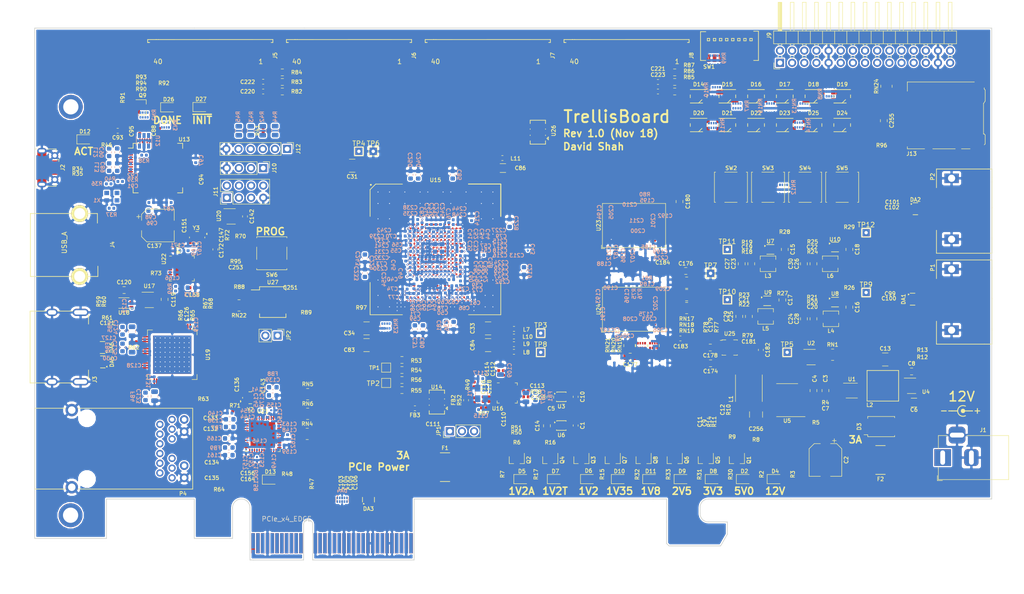
<source format=kicad_pcb>
(kicad_pcb (version 20171130) (host pcbnew 5.0.1)
  (layers (0 F.Cu signal) (1 In1.Cu signal) (2 In2.Cu signal) (3 In3.Cu signal) (4 In4.Cu signal) (5 In5.Cu signal) (6 In6.Cu signal) (31 B.Cu signal) (34 B.Paste user) (35 F.Paste user) (36 B.SilkS user) (37 F.SilkS user) (38 B.Mask user) (39 F.Mask user) (44 Edge.Cuts user))
  (net 0 "")
  (net 1 "/PCIe + SATA/DCU1_REFCLK-")
  (net 2 "/PCIe + SATA/DCU1_REFCLK+")
  (net 3 DDR3_A4)
  (net 4 DDR3_A6)
  (net 5 DDR3_A5)
  (net 6 DDR3_A7)
  (net 7 /DDR3/DDR3_VTT)
  (net 8 "Net-(RN2-Pad5)")
  (net 9 "Net-(RN2-Pad6)")
  (net 10 "Net-(R38-Pad2)")
  (net 11 "Net-(RN2-Pad7)")
  (net 12 +3V3)
  (net 13 /Power/1V2_EN)
  (net 14 /Power/2V5_EN)
  (net 15 /Power/1V35_EN)
  (net 16 "Net-(RN1-Pad4)")
  (net 17 +5V)
  (net 18 "Net-(RN1-Pad5)")
  (net 19 USD_D0)
  (net 20 USD_D3)
  (net 21 USD_CMD)
  (net 22 USD_D2)
  (net 23 "Net-(RN23-Pad1)")
  (net 24 GND)
  (net 25 "/FPGA IO/CFG0")
  (net 26 "Net-(RN23-Pad8)")
  (net 27 "/FPGA IO/CFG1")
  (net 28 "/FPGA IO/CFG2")
  (net 29 "/FPGA IO/FLASH_D3")
  (net 30 "/FPGA IO/FLASH_D1")
  (net 31 "/FPGA IO/FLASH_D2")
  (net 32 "/FPGA IO/FLASH_D0")
  (net 33 DDR3_WE)
  (net 34 DDR3_CKE)
  (net 35 DDR3_CS)
  (net 36 DDR3_ODT)
  (net 37 DDR3_CAS)
  (net 38 DDR3_BA2)
  (net 39 DDR3_RAS)
  (net 40 DDR3_BA1)
  (net 41 DDR3_A12)
  (net 42 DDR3_A14)
  (net 43 DDR3_A13)
  (net 44 DDR3_BA0)
  (net 45 DDR3_A11)
  (net 46 DDR3_A9)
  (net 47 DDR3_A10)
  (net 48 DDR3_A8)
  (net 49 DDR3_A0)
  (net 50 DDR3_A2)
  (net 51 DDR3_A1)
  (net 52 DDR3_A3)
  (net 53 "/HDMI, GbE, USB/ETH_LED2")
  (net 54 ETH_~RESET)
  (net 55 "/HDMI, GbE, USB/ETH_LED1")
  (net 56 RGMII_REF_CLK)
  (net 57 "Net-(D18-Pad4)")
  (net 58 "Net-(D20-Pad4)")
  (net 59 "Net-(D19-Pad4)")
  (net 60 "Net-(D21-Pad4)")
  (net 61 "Net-(D25-Pad4)")
  (net 62 "Net-(D23-Pad4)")
  (net 63 "Net-(D24-Pad4)")
  (net 64 "Net-(D22-Pad4)")
  (net 65 FTDI_D1_RX)
  (net 66 FTDI_~WR)
  (net 67 FTDI_~RD)
  (net 68 FTDI_~SIWU)
  (net 69 RGMII_RXD0)
  (net 70 RGMII_RXD2)
  (net 71 RGMII_RXD1)
  (net 72 RGMII_RXD3)
  (net 73 RGMII_RX_DV)
  (net 74 ETH_MDIO)
  (net 75 RGMII_RX_CLK)
  (net 76 ETH_INT_N)
  (net 77 "Net-(D17-Pad1)")
  (net 78 "Net-(D16-Pad1)")
  (net 79 "Net-(D14-Pad1)")
  (net 80 "Net-(D15-Pad1)")
  (net 81 DIP_SW1)
  (net 82 DIP_SW0)
  (net 83 DIP_SW2)
  (net 84 DIP_SW3)
  (net 85 DIP_SW7)
  (net 86 DIP_SW6)
  (net 87 DIP_SW4)
  (net 88 DIP_SW5)
  (net 89 "Net-(D14-Pad4)")
  (net 90 "Net-(D16-Pad4)")
  (net 91 "Net-(D15-Pad4)")
  (net 92 "Net-(D17-Pad4)")
  (net 93 "Net-(D21-Pad1)")
  (net 94 "Net-(D20-Pad1)")
  (net 95 "Net-(D18-Pad1)")
  (net 96 "Net-(D19-Pad1)")
  (net 97 BTN1)
  (net 98 BTN0)
  (net 99 BTN2)
  (net 100 BTN3)
  (net 101 "Net-(D25-Pad1)")
  (net 102 "Net-(D24-Pad1)")
  (net 103 "Net-(D22-Pad1)")
  (net 104 "Net-(D23-Pad1)")
  (net 105 "/FPGA IO/VCCIO7")
  (net 106 "Net-(R44-Pad2)")
  (net 107 JTAG_TDO)
  (net 108 JTAG_TDI)
  (net 109 "Net-(R43-Pad2)")
  (net 110 "Net-(R42-Pad2)")
  (net 111 JTAG_TCK)
  (net 112 JTAG_TMS)
  (net 113 "Net-(R45-Pad2)")
  (net 114 "/PCIe + SATA/CLKAUXO+")
  (net 115 "/PCIe + SATA/CLK150M-")
  (net 116 +1V8)
  (net 117 +2V5)
  (net 118 "/PCIe + SATA/CLKAUXO-")
  (net 119 "/FPGA IO/VCCIO6")
  (net 120 "/PCIe + SATA/CLK150M+")
  (net 121 CLK_SDA)
  (net 122 "Net-(R36-Pad2)")
  (net 123 FPGA_12MHz)
  (net 124 "/PCIe + SATA/PCIe_REFCLK+")
  (net 125 "/PCIe + SATA/PCIe_REFCLK-")
  (net 126 PCIe_12V)
  (net 127 "Net-(D13-Pad2)")
  (net 128 ~PERST)
  (net 129 "Net-(P3-PadA11)")
  (net 130 "Net-(D12-Pad2)")
  (net 131 "Net-(R40-Pad1)")
  (net 132 "Net-(R39-Pad1)")
  (net 133 "Net-(R38-Pad1)")
  (net 134 "Net-(R12-Pad2)")
  (net 135 "/PCIe + SATA/3V3_C")
  (net 136 "/PCIe + SATA/3V3_CA")
  (net 137 "Net-(R57-Pad1)")
  (net 138 "Net-(R58-Pad2)")
  (net 139 FABRIC_REFCLK)
  (net 140 "/HDMI, GbE, USB/PORT_SCL")
  (net 141 "/HDMI, GbE, USB/PORT_SDA")
  (net 142 "Net-(C121-Pad1)")
  (net 143 "Net-(R62-Pad1)")
  (net 144 /Power/3V3_PG)
  (net 145 "Net-(D27-Pad2)")
  (net 146 "/FPGA IO/~PROGRAM")
  (net 147 "Net-(R80-Pad1)")
  (net 148 "Net-(R81-Pad1)")
  (net 149 "/FPGA IO/FLASH_~CS")
  (net 150 "/FPGA IO/FLASH_CLK")
  (net 151 "/FPGA IO/DONE")
  (net 152 "Net-(Q9-Pad1)")
  (net 153 "Net-(D26-Pad2)")
  (net 154 "Net-(R79-Pad1)")
  (net 155 "/FPGA IO/~INIT")
  (net 156 "Net-(C9-Pad1)")
  (net 157 "Net-(C11-Pad1)")
  (net 158 "Net-(Q2-Pad3)")
  (net 159 "Net-(D5-Pad1)")
  (net 160 /Power/1V2_PG)
  (net 161 USD_D1)
  (net 162 USD_CLK)
  (net 163 "Net-(R97-Pad1)")
  (net 164 "Net-(Q2-Pad1)")
  (net 165 +1V2A)
  (net 166 "Net-(R5-Pad2)")
  (net 167 "Net-(D2-Pad2)")
  (net 168 "Net-(C7-Pad1)")
  (net 169 "Net-(D4-Pad2)")
  (net 170 +12V)
  (net 171 "Net-(R74-Pad1)")
  (net 172 "/Debug Interface/PORT_D-")
  (net 173 "/Debug Interface/FTDI_D-")
  (net 174 "/Debug Interface/FTDI_D+")
  (net 175 "/Debug Interface/PORT_D+")
  (net 176 "Net-(C22-Pad2)")
  (net 177 "Net-(R71-Pad2)")
  (net 178 "/HDMI, GbE, USB/USB_XO")
  (net 179 "/HDMI, GbE, USB/USB_XI")
  (net 180 "Net-(R73-Pad1)")
  (net 181 "/HDMI, GbE, USB/USBA_VBUS")
  (net 182 "/HDMI, GbE, USB/EXTVBUS")
  (net 183 DVI_SCL)
  (net 184 DVI_SDA)
  (net 185 CLK_SCL)
  (net 186 "Net-(R70-Pad1)")
  (net 187 "Net-(C175-Pad2)")
  (net 188 DDR3_CLK+)
  (net 189 "Net-(P4-Pad16)")
  (net 190 "Net-(R66-Pad1)")
  (net 191 "Net-(R65-Pad1)")
  (net 192 "/HDMI, GbE, USB/HDMI_HPD")
  (net 193 DDR3_CLK-)
  (net 194 "Net-(C179-Pad1)")
  (net 195 +1V35)
  (net 196 +1V2)
  (net 197 "Net-(D10-Pad2)")
  (net 198 "Net-(P4-Pad14)")
  (net 199 "Net-(C12-Pad2)")
  (net 200 "Net-(D6-Pad2)")
  (net 201 +1V2T)
  (net 202 "Net-(Q4-Pad1)")
  (net 203 "Net-(Q4-Pad3)")
  (net 204 "Net-(D7-Pad1)")
  (net 205 "Net-(C19-Pad2)")
  (net 206 "Net-(C20-Pad2)")
  (net 207 "Net-(C21-Pad2)")
  (net 208 "/Debug Interface/FTDI_12MHz")
  (net 209 "Net-(D11-Pad2)")
  (net 210 /Power/2V5_PG)
  (net 211 /Power/1V35_PG)
  (net 212 /Power/1V8_PG)
  (net 213 "Net-(D8-Pad2)")
  (net 214 "Net-(D9-Pad2)")
  (net 215 "Net-(C8-Pad2)")
  (net 216 "Net-(C8-Pad1)")
  (net 217 /Power/PWR_EN)
  (net 218 "/HDMI, GbE, USB/HDMI_5V")
  (net 219 "Net-(U17-Pad3)")
  (net 220 "Net-(D9-Pad1)")
  (net 221 "Net-(D11-Pad1)")
  (net 222 "Net-(D26-Pad1)")
  (net 223 "Net-(D2-Pad1)")
  (net 224 "Net-(D6-Pad1)")
  (net 225 "Net-(D10-Pad1)")
  (net 226 "Net-(D8-Pad1)")
  (net 227 "Net-(U1-Pad3)")
  (net 228 DDR3_Vref)
  (net 229 DDR3_Vtt_EN)
  (net 230 "Net-(U5-Pad2)")
  (net 231 "Net-(L1-Pad1)")
  (net 232 "Net-(C11-Pad2)")
  (net 233 "Net-(U13-Pad3)")
  (net 234 "/Debug Interface/Vphy")
  (net 235 "/Debug Interface/Vpll")
  (net 236 "/Debug Interface/JTAG_ACT")
  (net 237 "Net-(U13-Pad22)")
  (net 238 "Net-(U13-Pad23)")
  (net 239 "Net-(U13-Pad24)")
  (net 240 "Net-(U13-Pad26)")
  (net 241 "Net-(U13-Pad27)")
  (net 242 "Net-(U13-Pad28)")
  (net 243 "Net-(U13-Pad29)")
  (net 244 "Net-(U13-Pad30)")
  (net 245 "Net-(U13-Pad32)")
  (net 246 "Net-(U13-Pad33)")
  (net 247 "Net-(U13-Pad34)")
  (net 248 "Net-(U13-Pad36)")
  (net 249 FTDI_D0_TX)
  (net 250 FTDI_D2)
  (net 251 FTDI_D3)
  (net 252 FTDI_D4)
  (net 253 FTDI_D5)
  (net 254 FTDI_D6)
  (net 255 FTDI_D7)
  (net 256 FTDI_~RXF)
  (net 257 "Net-(U13-Pad49)")
  (net 258 "Net-(U13-Pad50)")
  (net 259 FTDI_~TXE)
  (net 260 "Net-(U13-Pad57)")
  (net 261 "Net-(U13-Pad58)")
  (net 262 "Net-(U13-Pad59)")
  (net 263 "Net-(U13-Pad60)")
  (net 264 "/HDMI, GbE, USB/DVI_DVDD")
  (net 265 DVI_DE)
  (net 266 DVI_HSYNC)
  (net 267 DVI_VSYNC)
  (net 268 "Net-(U19-Pad11)")
  (net 269 "/HDMI, GbE, USB/DVI_PVDD")
  (net 270 "/HDMI, GbE, USB/TMDS_CLK-")
  (net 271 "/HDMI, GbE, USB/TMDS_CLK+")
  (net 272 "/HDMI, GbE, USB/DVI_TVDD")
  (net 273 "/HDMI, GbE, USB/TMDS_D0-")
  (net 274 "/HDMI, GbE, USB/TMDS_D0+")
  (net 275 "/HDMI, GbE, USB/TMDS_D1-")
  (net 276 "/HDMI, GbE, USB/TMDS_D1+")
  (net 277 "/HDMI, GbE, USB/TMDS_D2-")
  (net 278 "/HDMI, GbE, USB/TMDS_D2+")
  (net 279 DVI_D23)
  (net 280 DVI_D22)
  (net 281 DVI_D21)
  (net 282 DVI_D20)
  (net 283 DVI_D19)
  (net 284 DVI_D18)
  (net 285 DVI_D17)
  (net 286 DVI_D16)
  (net 287 DVI_D15)
  (net 288 DVI_D14)
  (net 289 DVI_D13)
  (net 290 DVI_D12)
  (net 291 "Net-(U19-Pad49)")
  (net 292 DVI_D11)
  (net 293 DVI_D10)
  (net 294 DVI_D9)
  (net 295 DVI_D8)
  (net 296 DVI_D7)
  (net 297 DVI_D6)
  (net 298 DVI_CLK)
  (net 299 DVI_D5)
  (net 300 DVI_D4)
  (net 301 DVI_D3)
  (net 302 DVI_D2)
  (net 303 DVI_D1)
  (net 304 DVI_D0)
  (net 305 "/HDMI, GbE, USB/AVDDH")
  (net 306 "/HDMI, GbE, USB/MX4-")
  (net 307 "/HDMI, GbE, USB/MX4+")
  (net 308 "/HDMI, GbE, USB/AVDDL")
  (net 309 "/HDMI, GbE, USB/MX3-")
  (net 310 "/HDMI, GbE, USB/MX3+")
  (net 311 "/HDMI, GbE, USB/MX2-")
  (net 312 "/HDMI, GbE, USB/MX2+")
  (net 313 "/HDMI, GbE, USB/MX1-")
  (net 314 "/HDMI, GbE, USB/MX1+")
  (net 315 "Net-(U21-Pad13)")
  (net 316 RGMII_TXD0)
  (net 317 RGMII_TXD1)
  (net 318 RGMII_TXD2)
  (net 319 RGMII_TXD3)
  (net 320 RGMII_TX_CLK)
  (net 321 RGMII_TX_EN)
  (net 322 ETH_MDC)
  (net 323 "Net-(U21-Pad43)")
  (net 324 "/HDMI, GbE, USB/AVDDL_PLL")
  (net 325 "/HDMI, GbE, USB/ETH_XO")
  (net 326 "/HDMI, GbE, USB/ETH_XI")
  (net 327 "Net-(U21-Pad47)")
  (net 328 "Net-(U22-Pad3)")
  (net 329 "Net-(U22-Pad5)")
  (net 330 "/HDMI, GbE, USB/USBA_D+")
  (net 331 "/HDMI, GbE, USB/USBA_D-")
  (net 332 ULPI_RESET)
  (net 333 ULPI_NXT)
  (net 334 ULPI_DIR)
  (net 335 ULPI_STP)
  (net 336 ULPI_CLKO)
  (net 337 "/HDMI, GbE, USB/USB1V8")
  (net 338 ULPI_D7)
  (net 339 ULPI_D6)
  (net 340 ULPI_D5)
  (net 341 ULPI_D4)
  (net 342 ULPI_D3)
  (net 343 ULPI_D2)
  (net 344 ULPI_D1)
  (net 345 ULPI_D0)
  (net 346 "Net-(C117-Pad1)")
  (net 347 "Net-(C115-Pad2)")
  (net 348 CLK_SD_OE)
  (net 349 "Net-(U16-Pad11)")
  (net 350 "Net-(U16-Pad12)")
  (net 351 "/PCIe + SATA/1V8_C")
  (net 352 "Net-(U16-Pad16)")
  (net 353 "/PCIe + SATA/DCU0_REFCLK-")
  (net 354 "/PCIe + SATA/DCU0_REFCLK+")
  (net 355 "Net-(U16-Pad24)")
  (net 356 DDR3_DQ13)
  (net 357 DDR3_DQ15)
  (net 358 DDR3_DQ12)
  (net 359 DDR3_DQS1-)
  (net 360 DDR3_DQ14)
  (net 361 DDR3_DQ11)
  (net 362 DDR3_DQ9)
  (net 363 DDR3_DQS1+)
  (net 364 DDR3_DQ10)
  (net 365 DDR3_DM1)
  (net 366 DDR3_DQ8)
  (net 367 DDR3_DQ0)
  (net 368 DDR3_DM0)
  (net 369 DDR3_DQ2)
  (net 370 DDR3_DQS0+)
  (net 371 DDR3_DQ1)
  (net 372 DDR3_DQ3)
  (net 373 DDR3_DQ6)
  (net 374 DDR3_DQS0-)
  (net 375 DDR3_DQ4)
  (net 376 DDR3_DQ7)
  (net 377 DDR3_DQ5)
  (net 378 "Net-(U23-PadJ1)")
  (net 379 "Net-(U23-PadJ9)")
  (net 380 "Net-(U23-PadL1)")
  (net 381 "Net-(U23-PadL9)")
  (net 382 "Net-(U23-PadM7)")
  (net 383 DDR3_RESET)
  (net 384 "Net-(U24-PadM7)")
  (net 385 "Net-(U24-PadL9)")
  (net 386 "Net-(U24-PadL1)")
  (net 387 "Net-(U24-PadJ9)")
  (net 388 "Net-(U24-PadJ1)")
  (net 389 DDR3_DQ21)
  (net 390 DDR3_DQ23)
  (net 391 DDR3_DQ20)
  (net 392 DDR3_DQS2-)
  (net 393 DDR3_DQ22)
  (net 394 DDR3_DQ19)
  (net 395 DDR3_DQ17)
  (net 396 DDR3_DQS2+)
  (net 397 DDR3_DQ18)
  (net 398 DDR3_DM2)
  (net 399 DDR3_DQ16)
  (net 400 DDR3_DQ24)
  (net 401 DDR3_DM3)
  (net 402 DDR3_DQ26)
  (net 403 DDR3_DQS3+)
  (net 404 DDR3_DQ25)
  (net 405 DDR3_DQ27)
  (net 406 DDR3_DQ30)
  (net 407 DDR3_DQS3-)
  (net 408 DDR3_DQ28)
  (net 409 DDR3_DQ31)
  (net 410 DDR3_DQ29)
  (net 411 "Net-(X1-Pad1)")
  (net 412 "Net-(L4-Pad1)")
  (net 413 "Net-(L5-Pad1)")
  (net 414 "Net-(L3-Pad1)")
  (net 415 "Net-(L6-Pad1)")
  (net 416 "Net-(C111-Pad1)")
  (net 417 "/FPGA Core Power/VCCHTX1")
  (net 418 "/FPGA Core Power/VCCHTX0")
  (net 419 "/FPGA Core Power/VCCA0")
  (net 420 "/FPGA Core Power/VCCAUX")
  (net 421 "/FPGA Core Power/VCCA1")
  (net 422 "/PCIe + SATA/SATA1_A+")
  (net 423 "/PCIe + SATA/SATA1_A-")
  (net 424 "/PCIe + SATA/DCU1_RX1-")
  (net 425 "/PCIe + SATA/DCU1_RX1+")
  (net 426 "/PCIe + SATA/SATA0_A+")
  (net 427 "/PCIe + SATA/SATA0_A-")
  (net 428 "/PCIe + SATA/DCU1_RX0-")
  (net 429 "/PCIe + SATA/DCU1_RX0+")
  (net 430 "/PCIe + SATA/PCIe_HSI0+")
  (net 431 "/PCIe + SATA/PCIe_HSI0-")
  (net 432 "/PCIe + SATA/PCIe_HSI1+")
  (net 433 "/PCIe + SATA/PCIe_HSI1-")
  (net 434 "/PCIe + SATA/DCU0_RX0+")
  (net 435 "/PCIe + SATA/DCU0_RX0-")
  (net 436 "/PCIe + SATA/DCU0_RX1+")
  (net 437 "/PCIe + SATA/DCU0_RX1-")
  (net 438 "Net-(U6-Pad2)")
  (net 439 "Net-(U6-Pad5)")
  (net 440 "Net-(U3-Pad5)")
  (net 441 "Net-(U3-Pad2)")
  (net 442 "Net-(U10-Pad4)")
  (net 443 "Net-(U9-Pad4)")
  (net 444 "Net-(U8-Pad4)")
  (net 445 "Net-(U7-Pad4)")
  (net 446 "Net-(J5-Pad38)")
  (net 447 "/FPGA IO/EXT0_11-")
  (net 448 "/FPGA IO/EXT0_11+")
  (net 449 "/FPGA IO/EXT0_10-")
  (net 450 "/FPGA IO/EXT0_10+")
  (net 451 "/FPGA IO/EXT0_9-")
  (net 452 "/FPGA IO/EXT0_9+")
  (net 453 "/FPGA IO/EXT0_8-")
  (net 454 "/FPGA IO/EXT0_8+")
  (net 455 "/FPGA IO/EXT0_7-")
  (net 456 "/FPGA IO/EXT0_7+")
  (net 457 "/FPGA IO/EXT0_6-")
  (net 458 "/FPGA IO/EXT0_6+")
  (net 459 "/FPGA IO/EXT0_5-")
  (net 460 "/FPGA IO/EXT0_5+")
  (net 461 "/FPGA IO/EXT0_4-")
  (net 462 "/FPGA IO/EXT0_4+")
  (net 463 "/FPGA IO/EXT0_3-")
  (net 464 "/FPGA IO/EXT0_3+")
  (net 465 "/FPGA IO/EXT0_2-")
  (net 466 "/FPGA IO/EXT0_2+")
  (net 467 "/FPGA IO/EXT0_1-")
  (net 468 "/FPGA IO/EXT0_1+")
  (net 469 "/FPGA IO/EXT0_0-")
  (net 470 "/FPGA IO/EXT0_0+")
  (net 471 "/FPGA IO/EXT3_0+")
  (net 472 "/FPGA IO/EXT3_0-")
  (net 473 "/FPGA IO/EXT3_1+")
  (net 474 "/FPGA IO/EXT3_1-")
  (net 475 "/FPGA IO/EXT3_2+")
  (net 476 "/FPGA IO/EXT3_2-")
  (net 477 "/FPGA IO/EXT3_3+")
  (net 478 "/FPGA IO/EXT3_3-")
  (net 479 "/FPGA IO/EXT3_4+")
  (net 480 "/FPGA IO/EXT3_4-")
  (net 481 "/FPGA IO/EXT3_5+")
  (net 482 "/FPGA IO/EXT3_5-")
  (net 483 "/FPGA IO/EXT3_6+")
  (net 484 "/FPGA IO/EXT3_6-")
  (net 485 "/FPGA IO/EXT3_7+")
  (net 486 "/FPGA IO/EXT3_7-")
  (net 487 "/FPGA IO/EXT3_8+")
  (net 488 "/FPGA IO/EXT3_8-")
  (net 489 "/FPGA IO/EXT3_9+")
  (net 490 "/FPGA IO/EXT3_9-")
  (net 491 "/FPGA IO/EXT3_10+")
  (net 492 "/FPGA IO/EXT3_10-")
  (net 493 "/FPGA IO/EXT3_11+")
  (net 494 "/FPGA IO/EXT3_11-")
  (net 495 "Net-(J8-Pad38)")
  (net 496 "Net-(J6-Pad38)")
  (net 497 "/FPGA IO/EXT1_11-")
  (net 498 "/FPGA IO/EXT1_11+")
  (net 499 "/FPGA IO/EXT1_10-")
  (net 500 "/FPGA IO/EXT1_10+")
  (net 501 "/FPGA IO/EXT1_9-")
  (net 502 "/FPGA IO/EXT1_9+")
  (net 503 "/FPGA IO/EXT1_8-")
  (net 504 "/FPGA IO/EXT1_8+")
  (net 505 "/FPGA IO/EXT1_7-")
  (net 506 "/FPGA IO/EXT1_7+")
  (net 507 "/FPGA IO/EXT1_6-")
  (net 508 "/FPGA IO/EXT1_6+")
  (net 509 "/FPGA IO/EXT1_5-")
  (net 510 "/FPGA IO/EXT1_5+")
  (net 511 "/FPGA IO/EXT1_4-")
  (net 512 "/FPGA IO/EXT1_4+")
  (net 513 "/FPGA IO/EXT1_3-")
  (net 514 "/FPGA IO/EXT1_3+")
  (net 515 "/FPGA IO/EXT1_2-")
  (net 516 "/FPGA IO/EXT1_2+")
  (net 517 "/FPGA IO/EXT1_1-")
  (net 518 "/FPGA IO/EXT1_1+")
  (net 519 "/FPGA IO/EXT1_0-")
  (net 520 "/FPGA IO/EXT1_0+")
  (net 521 "/FPGA IO/EXT2_0+")
  (net 522 "/FPGA IO/EXT2_0-")
  (net 523 "/FPGA IO/EXT2_1+")
  (net 524 "/FPGA IO/EXT2_1-")
  (net 525 "/FPGA IO/EXT2_2+")
  (net 526 "/FPGA IO/EXT2_2-")
  (net 527 "/FPGA IO/EXT2_3+")
  (net 528 "/FPGA IO/EXT2_3-")
  (net 529 "/FPGA IO/EXT2_4+")
  (net 530 "/FPGA IO/EXT2_4-")
  (net 531 "/FPGA IO/EXT2_5+")
  (net 532 "/FPGA IO/EXT2_5-")
  (net 533 "/FPGA IO/EXT2_6+")
  (net 534 "/FPGA IO/EXT2_6-")
  (net 535 "/FPGA IO/EXT2_7+")
  (net 536 "/FPGA IO/EXT2_7-")
  (net 537 "/FPGA IO/EXT2_8+")
  (net 538 "/FPGA IO/EXT2_8-")
  (net 539 "/FPGA IO/EXT2_9+")
  (net 540 "/FPGA IO/EXT2_9-")
  (net 541 "/FPGA IO/EXT2_10+")
  (net 542 "/FPGA IO/EXT2_10-")
  (net 543 "/FPGA IO/EXT2_11+")
  (net 544 "/FPGA IO/EXT2_11-")
  (net 545 "Net-(J7-Pad38)")
  (net 546 "Net-(C132-Pad1)")
  (net 547 "Net-(C135-Pad1)")
  (net 548 "Net-(C133-Pad1)")
  (net 549 "Net-(C134-Pad1)")
  (net 550 "Net-(P3-PadB5)")
  (net 551 "Net-(P3-PadB6)")
  (net 552 "Net-(P3-PadB8)")
  (net 553 "Net-(P3-PadB9)")
  (net 554 "Net-(P3-PadB10)")
  (net 555 PCIe_~WAKE)
  (net 556 "Net-(P3-PadB12)")
  (net 557 "/PCIe + SATA/~PRSNT2~_X1")
  (net 558 "Net-(P3-PadB23)")
  (net 559 "Net-(P3-PadB24)")
  (net 560 "Net-(P3-PadB27)")
  (net 561 "Net-(P3-PadB28)")
  (net 562 "Net-(P3-PadB30)")
  (net 563 "/PCIe + SATA/~PRSNT2~_X4")
  (net 564 "/PCIe + SATA/~PRSNT1")
  (net 565 "Net-(P3-PadA5)")
  (net 566 "Net-(P3-PadA6)")
  (net 567 "Net-(P3-PadA7)")
  (net 568 "Net-(P3-PadA8)")
  (net 569 "Net-(P3-PadA9)")
  (net 570 "Net-(P3-PadA10)")
  (net 571 "Net-(P3-PadA19)")
  (net 572 "Net-(P3-PadA25)")
  (net 573 "Net-(P3-PadA26)")
  (net 574 "Net-(P3-PadA29)")
  (net 575 "Net-(P3-PadA30)")
  (net 576 "Net-(P3-PadA32)")
  (net 577 "Net-(U14-Pad2)")
  (net 578 "Net-(U14-Pad1)")
  (net 579 "Net-(U26-Pad1)")
  (net 580 "Net-(U26-Pad2)")
  (net 581 "/FPGA IO/CLK100+")
  (net 582 "/FPGA IO/CLK100-")
  (net 583 "Net-(J3-Pad14)")
  (net 584 "Net-(J3-Pad13)")
  (net 585 LED2)
  (net 586 LED11)
  (net 587 LED10)
  (net 588 LED0)
  (net 589 LED1)
  (net 590 LED3)
  (net 591 LED4)
  (net 592 LED5)
  (net 593 LED6)
  (net 594 LED7)
  (net 595 LED8)
  (net 596 LED9)
  (net 597 "Net-(F2-Pad2)")
  (net 598 "Net-(U15-PadR1)")
  (net 599 "Net-(U15-PadY1)")
  (net 600 "Net-(U15-PadAB1)")
  (net 601 "Net-(U15-PadAC1)")
  (net 602 "Net-(U15-PadAD1)")
  (net 603 "Net-(U15-PadAE1)")
  (net 604 "Net-(U15-PadA2)")
  (net 605 "Net-(U15-PadT2)")
  (net 606 "Net-(U15-PadW2)")
  (net 607 "Net-(U15-PadAB2)")
  (net 608 "Net-(U15-PadAC2)")
  (net 609 "Net-(U15-PadAE2)")
  (net 610 "Net-(U15-PadAG2)")
  (net 611 "Net-(U15-PadA3)")
  (net 612 "Net-(U15-PadV3)")
  (net 613 "Net-(U15-PadW3)")
  (net 614 "Net-(U15-PadY3)")
  (net 615 "Net-(U15-PadAC3)")
  (net 616 "Net-(U15-PadAD3)")
  (net 617 "Net-(U15-PadAE3)")
  (net 618 "Net-(U15-PadAG3)")
  (net 619 "Net-(U15-PadAL3)")
  (net 620 "Net-(U15-PadB4)")
  (net 621 "Net-(U15-PadH4)")
  (net 622 "Net-(U15-PadAC4)")
  (net 623 "Net-(U15-PadA5)")
  (net 624 "Net-(U15-PadL5)")
  (net 625 "Net-(U15-PadW6)")
  (net 626 "Net-(U15-PadD7)")
  (net 627 "Net-(U15-PadE7)")
  (net 628 "Net-(U15-PadAE7)")
  (net 629 "Net-(U15-PadG9)")
  (net 630 "/PCIe + SATA/DCU0_TX0+")
  (net 631 "Net-(U15-PadG10)")
  (net 632 "/PCIe + SATA/DCU0_TX0-")
  (net 633 "Net-(U15-PadG11)")
  (net 634 "/PCIe + SATA/DCU0_TX1+")
  (net 635 "/PCIe + SATA/DCU0_TX1-")
  (net 636 "/FPGA IO/PMOD1_10")
  (net 637 "/FPGA IO/PMOD1_9")
  (net 638 "Net-(U15-PadG14)")
  (net 639 "Net-(U15-PadG15)")
  (net 640 "Net-(U15-PadAK15)")
  (net 641 "Net-(U15-PadG16)")
  (net 642 "Net-(U15-PadAK16)")
  (net 643 "Net-(U15-PadG17)")
  (net 644 "Net-(U15-PadG18)")
  (net 645 "/PCIe + SATA/DCU1_TX0+")
  (net 646 "Net-(U15-PadG19)")
  (net 647 "/PCIe + SATA/DCU1_TX0-")
  (net 648 "/FPGA IO/PMOD1_8")
  (net 649 "/FPGA IO/PMOD1_7")
  (net 650 "/PCIe + SATA/DCU1_TX1+")
  (net 651 "/PCIe + SATA/DCU1_TX1-")
  (net 652 "/FPGA IO/EXIO_5")
  (net 653 "/FPGA IO/EXIO_4")
  (net 654 "/FPGA IO/EXIO_3")
  (net 655 "Net-(U15-PadG22)")
  (net 656 "/FPGA IO/PMOD1_3")
  (net 657 "/FPGA IO/PMOD1_2")
  (net 658 "/FPGA IO/PMOD1_0")
  (net 659 "/FPGA IO/PMOD1_1")
  (net 660 "/FPGA IO/EXIO_2")
  (net 661 "Net-(U15-PadG23)")
  (net 662 "/FPGA IO/EXIO_1")
  (net 663 "/FPGA IO/PMOD0_10")
  (net 664 "/FPGA IO/EXIO_0")
  (net 665 "/FPGA IO/PMOD0_9")
  (net 666 "Net-(U15-PadG24)")
  (net 667 "Net-(U15-PadAG24)")
  (net 668 "Net-(U15-PadAK24)")
  (net 669 "/FPGA IO/PMOD0_8")
  (net 670 "/FPGA IO/PMOD0_3")
  (net 671 "/FPGA IO/PMOD0_7")
  (net 672 "/FPGA IO/PMOD0_2")
  (net 673 "/FPGA IO/PMOD0_1")
  (net 674 "Net-(U15-PadAK25)")
  (net 675 "/FPGA IO/PMOD0_0")
  (net 676 "Net-(U15-PadB26)")
  (net 677 "Net-(U15-PadE26)")
  (net 678 "Net-(U15-PadR26)")
  (net 679 "Net-(U15-PadT26)")
  (net 680 "Net-(U15-PadAE26)")
  (net 681 "Net-(U15-PadH27)")
  (net 682 "Net-(U15-PadJ27)")
  (net 683 "Net-(U15-PadK27)")
  (net 684 "Net-(U15-PadW27)")
  (net 685 "Net-(U15-PadC28)")
  (net 686 "Net-(U15-PadD28)")
  (net 687 "Net-(U15-PadH28)")
  (net 688 "Net-(U15-PadL28)")
  (net 689 "Net-(U15-PadP28)")
  (net 690 "Net-(U15-PadAC28)")
  (net 691 "Net-(U15-PadAE28)")
  (net 692 "Net-(U15-PadC29)")
  (net 693 "Net-(U15-PadD29)")
  (net 694 "Net-(U15-PadH29)")
  (net 695 "Net-(U15-PadP29)")
  (net 696 "Net-(U15-PadAB29)")
  (net 697 "Net-(U15-PadAC29)")
  (net 698 "Net-(U15-PadAE29)")
  (net 699 "Net-(U15-PadAJ29)")
  (net 700 "Net-(U15-PadC30)")
  (net 701 "Net-(U15-PadP30)")
  (net 702 "Net-(U15-PadR30)")
  (net 703 "Net-(U15-PadV30)")
  (net 704 "Net-(U15-PadAB30)")
  (net 705 "Net-(U15-PadAE30)")
  (net 706 "Net-(U15-PadAJ30)")
  (net 707 "Net-(U15-PadA31)")
  (net 708 "Net-(U15-PadF31)")
  (net 709 "Net-(U15-PadH31)")
  (net 710 "Net-(U15-PadP31)")
  (net 711 "Net-(U15-PadAG31)")
  (net 712 "Net-(U15-PadAK31)")
  (net 713 "Net-(U15-PadE32)")
  (net 714 "Net-(U15-PadF32)")
  (net 715 "Net-(U15-PadH32)")
  (net 716 "Net-(U15-PadAG32)")
  (net 717 "Net-(J2-Pad1)")
  (net 718 "Net-(J2-Pad4)")
  (net 719 "Net-(U15-PadL29)")
  (net 720 "Net-(U15-PadK28)")
  (net 721 "Net-(U15-PadP27)")
  (net 722 "Net-(U15-PadN27)")
  (net 723 "Net-(U15-PadL27)")
  (net 724 "Net-(U15-PadP26)")
  (net 725 "Net-(U15-PadN26)")
  (net 726 "Net-(U15-PadL26)")
  (net 727 "Net-(U15-PadK26)")
  (module Capacitor_SMD:C_0201_0603Metric (layer B.Cu) (at 90.2 111.585 90)
    (fp_text reference C149 (at -2.665 0.05 90) (layer B.SilkS) (effects (font (size 0.8 0.8)) (justify mirror)))
    (fp_text value 10n)
    (pad 1 smd roundrect (at -0.32 0 90) (size 0.46 0.4) (layers B.Cu B.Mask) (net 196 +1V2))
    (pad 2 smd roundrect (at 0.32 0 90) (size 0.46 0.4) (layers B.Cu B.Mask) (net 24 GND))
  )
  (module Capacitor_SMD:C_0201_0603Metric (layer B.Cu) (at 85.015 109.9)
    (fp_text reference C146 (at 2.235 0.1) (layer B.SilkS) (effects (font (size 0.8 0.8)) (justify mirror)))
    (fp_text value 10n)
    (pad 2 smd roundrect (at 0.32 0) (size 0.46 0.4) (layers B.Cu B.Mask) (net 24 GND))
    (pad 1 smd roundrect (at -0.32 0) (size 0.46 0.4) (layers B.Cu B.Mask) (net 308 "/HDMI, GbE, USB/AVDDL"))
  )
  (module Capacitor_SMD:C_0201_0603Metric (layer B.Cu) (at 87.2 105.615 90)
    (fp_text reference C145 (at 4.115 -0.7 90) (layer B.SilkS) (effects (font (size 0.8 0.8)) (justify mirror)))
    (fp_text value 10n)
    (pad 1 smd roundrect (at -0.32 0 90) (size 0.46 0.4) (layers B.Cu B.Mask) (net 24 GND))
    (pad 2 smd roundrect (at 0.32 0 90) (size 0.46 0.4) (layers B.Cu B.Mask) (net 324 "/HDMI, GbE, USB/AVDDL_PLL"))
  )
  (module Capacitor_SMD:C_0201_0603Metric (layer B.Cu) (at 84.915 107.4)
    (fp_text reference C144 (at -0.165 -2.4) (layer B.SilkS) (effects (font (size 0.8 0.8)) (justify mirror)))
    (fp_text value 10n)
    (pad 2 smd roundrect (at 0.32 0) (size 0.46 0.4) (layers B.Cu B.Mask) (net 24 GND))
    (pad 1 smd roundrect (at -0.32 0) (size 0.46 0.4) (layers B.Cu B.Mask) (net 308 "/HDMI, GbE, USB/AVDDL"))
  )
  (module Capacitor_SMD:C_0201_0603Metric (layer B.Cu) (at 90.9 108.9 180)
    (fp_text reference C148 (at -2.6 1.15 180) (layer B.SilkS) (effects (font (size 0.8 0.8)) (justify mirror)))
    (fp_text value 10n)
    (pad 1 smd roundrect (at -0.32 0 180) (size 0.46 0.4) (layers B.Cu B.Mask) (net 196 +1V2))
    (pad 2 smd roundrect (at 0.32 0 180) (size 0.46 0.4) (layers B.Cu B.Mask) (net 24 GND))
  )
  (module Capacitor_SMD:C_0201_0603Metric (layer B.Cu) (at 86.7 111.6 90)
    (fp_text reference C160 (at -4.4 -0.2 90) (layer B.SilkS) (effects (font (size 0.8 0.8)) (justify mirror)))
    (fp_text value 10n)
    (pad 2 smd roundrect (at 0.32 0 90) (size 0.46 0.4) (layers B.Cu B.Mask) (net 24 GND))
    (pad 1 smd roundrect (at -0.32 0 90) (size 0.46 0.4) (layers B.Cu B.Mask) (net 12 +3V3))
  )
  (module Capacitor_SMD:C_0201_0603Metric (layer B.Cu) (at 86.7 113.7 270)
    (fp_text reference C158 (at 5.3 0.2 270) (layer B.SilkS) (effects (font (size 0.8 0.8)) (justify mirror)))
    (fp_text value 10n)
    (pad 1 smd roundrect (at -0.32 0 270) (size 0.46 0.4) (layers B.Cu B.Mask) (net 12 +3V3))
    (pad 2 smd roundrect (at 0.32 0 270) (size 0.46 0.4) (layers B.Cu B.Mask) (net 24 GND))
  )
  (module Capacitor_SMD:C_0201_0603Metric (layer B.Cu) (at 84.4 112.1 270)
    (fp_text reference C157 (at 2.4 0.15 270) (layer B.SilkS) (effects (font (size 0.8 0.8)) (justify mirror)))
    (fp_text value 10n)
    (pad 2 smd roundrect (at 0.32 0 270) (size 0.46 0.4) (layers B.Cu B.Mask) (net 24 GND))
    (pad 1 smd roundrect (at -0.32 0 270) (size 0.46 0.4) (layers B.Cu B.Mask) (net 305 "/HDMI, GbE, USB/AVDDH"))
  )
  (module Capacitor_SMD:C_0201_0603Metric (layer B.Cu) (at 90 103.6)
    (fp_text reference C155 (at 0.25 -1.1) (layer B.SilkS) (effects (font (size 0.8 0.8)) (justify mirror)))
    (fp_text value 10n)
    (pad 1 smd roundrect (at -0.32 0) (size 0.46 0.4) (layers B.Cu B.Mask) (net 12 +3V3))
    (pad 2 smd roundrect (at 0.32 0) (size 0.46 0.4) (layers B.Cu B.Mask) (net 24 GND))
  )
  (module Capacitor_SMD:C_0201_0603Metric (layer B.Cu) (at 84.885 105.9)
    (fp_text reference C154 (at -0.135 -2.15) (layer B.SilkS) (effects (font (size 0.8 0.8)) (justify mirror)))
    (fp_text value 10n)
    (pad 2 smd roundrect (at 0.32 0) (size 0.46 0.4) (layers B.Cu B.Mask) (net 24 GND))
    (pad 1 smd roundrect (at -0.32 0) (size 0.46 0.4) (layers B.Cu B.Mask) (net 305 "/HDMI, GbE, USB/AVDDH"))
  )
  (module Capacitor_SMD:C_0201_0603Metric (layer B.Cu) (at 87.8 111.6 90)
    (fp_text reference C153 (at -2.4 -0.05 90) (layer B.SilkS) (effects (font (size 0.8 0.8)) (justify mirror)))
    (fp_text value 10n)
    (pad 1 smd roundrect (at -0.32 0 90) (size 0.46 0.4) (layers B.Cu B.Mask) (net 196 +1V2))
    (pad 2 smd roundrect (at 0.32 0 90) (size 0.46 0.4) (layers B.Cu B.Mask) (net 24 GND))
  )
  (module Capacitor_SMD:C_0201_0603Metric (layer B.Cu) (at 85.7 111.6 90)
    (fp_text reference C152 (at -2.4 -0.2 90) (layer B.SilkS) (effects (font (size 0.8 0.8)) (justify mirror)))
    (fp_text value 10n)
    (pad 2 smd roundrect (at 0.32 0 90) (size 0.46 0.4) (layers B.Cu B.Mask) (net 24 GND))
    (pad 1 smd roundrect (at -0.32 0 90) (size 0.46 0.4) (layers B.Cu B.Mask) (net 196 +1V2))
  )
  (module Capacitor_SMD:C_0201_0603Metric (layer B.Cu) (at 89.9 105.6 270)
    (fp_text reference C150 (at -0.85 -1.6 270) (layer B.SilkS) (effects (font (size 0.8 0.8)) (justify mirror)))
    (fp_text value 10n)
    (pad 1 smd roundrect (at -0.32 0 270) (size 0.46 0.4) (layers B.Cu B.Mask) (net 196 +1V2))
    (pad 2 smd roundrect (at 0.32 0 270) (size 0.46 0.4) (layers B.Cu B.Mask) (net 24 GND))
  )
  (module TestPoint:TestPoint_THTPad_1.5x1.5mm_Drill0.7mm (layer F.Cu) (at 185 70)
    (fp_text reference TP11 (at 0 -1.648) (layer F.SilkS))
    (fp_text value 1.35V)
    (pad 1 thru_hole rect (at 0 0) (size 1.5 1.5) (drill 0.7) (layers *.Cu *.Mask) (net 195 +1V35))
  )
  (module TestPoint:TestPoint_THTPad_1.5x1.5mm_Drill0.7mm (layer F.Cu) (at 146 91.5)
    (fp_text reference TP8 (at 0 -1.648) (layer F.SilkS))
    (fp_text value 1.2VT)
    (pad 1 thru_hole rect (at 0 0) (size 1.5 1.5) (drill 0.7) (layers *.Cu *.Mask) (net 201 +1V2T))
  )
  (module TestPoint:TestPoint_THTPad_1.5x1.5mm_Drill0.7mm (layer F.Cu) (at 214 79)
    (fp_text reference TP9 (at 0 -1.648) (layer F.SilkS))
    (fp_text value 3.3V)
    (pad 1 thru_hole rect (at 0 0) (size 1.5 1.5) (drill 0.7) (layers *.Cu *.Mask) (net 12 +3V3))
  )
  (module TestPoint:TestPoint_THTPad_1.5x1.5mm_Drill0.7mm (layer F.Cu) (at 185 80.5)
    (fp_text reference TP10 (at 0 -1.648) (layer F.SilkS))
    (fp_text value 2.5V)
    (pad 1 thru_hole rect (at 0 0) (size 1.5 1.5) (drill 0.7) (layers *.Cu *.Mask) (net 117 +2V5))
  )
  (module TestPoint:TestPoint_THTPad_1.5x1.5mm_Drill0.7mm (layer F.Cu) (at 214 66.5)
    (fp_text reference TP12 (at 0 -1.648) (layer F.SilkS))
    (fp_text value 1.8V)
    (pad 1 thru_hole rect (at 0 0) (size 1.5 1.5) (drill 0.7) (layers *.Cu *.Mask) (net 116 +1V8))
  )
  (module TestPoint:TestPoint_THTPad_1.5x1.5mm_Drill0.7mm (layer F.Cu) (at 197.5 91.5)
    (fp_text reference TP5 (at 0 -1.648) (layer F.SilkS))
    (fp_text value 5V)
    (pad 1 thru_hole rect (at 0 0) (size 1.5 1.5) (drill 0.7) (layers *.Cu *.Mask) (net 17 +5V))
  )
  (module TestPoint:TestPoint_THTPad_1.5x1.5mm_Drill0.7mm (layer F.Cu) (at 108 49.5)
    (fp_text reference TP4 (at 0 -1.648) (layer F.SilkS))
    (fp_text value 1.2V)
    (pad 1 thru_hole rect (at 0 0) (size 1.5 1.5) (drill 0.7) (layers *.Cu *.Mask) (net 196 +1V2))
  )
  (module TestPoint:TestPoint_THTPad_1.5x1.5mm_Drill0.7mm (layer F.Cu) (at 146 87.5)
    (fp_text reference TP3 (at 0 -1.648) (layer F.SilkS))
    (fp_text value 1.2VA)
    (pad 1 thru_hole rect (at 0 0) (size 1.5 1.5) (drill 0.7) (layers *.Cu *.Mask) (net 165 +1V2A))
  )
  (module TestPoint:TestPoint_THTPad_1.5x1.5mm_Drill0.7mm (layer F.Cu) (at 111 49.5)
    (fp_text reference TP6 (at 0 -1.648) (layer F.SilkS))
    (fp_text value GND)
    (pad 1 thru_hole rect (at 0 0) (size 1.5 1.5) (drill 0.7) (layers *.Cu *.Mask) (net 24 GND))
  )
  (module TestPoint:TestPoint_THTPad_1.5x1.5mm_Drill0.7mm (layer F.Cu) (at 181.5 75)
    (fp_text reference TP7 (at 0 -1.648) (layer F.SilkS))
    (fp_text value GND)
    (pad 1 thru_hole rect (at 0 0) (size 1.5 1.5) (drill 0.7) (layers *.Cu *.Mask) (net 24 GND))
  )
  (module "Custom Parts:PCIe_EDGE_x4" (layer F.Cu) (at 92.9 131.4)
    (fp_text reference P3 hide)
    (fp_text value PCIe_x4_EDGE (at 0 -5.08) (layer Edge.Cuts))
    (fp_arc (start 88.15 -6.2) (end 86.4 -6.2) (angle -90) (layer Edge.Cuts) (width 0.15))
    (fp_arc (start 88.15 -7.5) (end 88.15 -9.25) (angle -90) (layer Edge.Cuts) (width 0.15))
    (fp_line (start 90.7 0.55) (end 92.1 -1.88) (layer Edge.Cuts) (width 0.15))
    (fp_line (start 79.9 0.55) (end 79.4 0.05) (layer Edge.Cuts) (width 0.15))
    (fp_line (start 92.1 -4.45) (end 88.15 -4.45) (layer Edge.Cuts) (width 0.15))
    (fp_line (start 86.4 -6.2) (end 86.4 -7.5) (layer Edge.Cuts) (width 0.15))
    (fp_line (start 88.15 -9.25) (end 105.4 -9.25) (layer Edge.Cuts) (width 0.15))
    (fp_line (start 79.4 -4.45) (end 79.4 0.05) (layer Edge.Cuts) (width 0.15))
    (fp_line (start 79.9 0.55) (end 90.71 0.55) (layer Edge.Cuts) (width 0.15))
    (fp_line (start 92.1 -1.88) (end 92.1 -4.45) (layer Edge.Cuts) (width 0.15))
    (fp_line (start 79.4 -9.25) (end 79.4 -4.45) (layer Edge.Cuts) (width 0.15))
    (fp_line (start 76.6 -9.25) (end 79.4 -9.25) (layer Edge.Cuts) (width 0.15))
    (fp_line (start 26.65 -3.2) (end 26.65 -9.25) (layer Edge.Cuts) (width 0.15))
    (fp_line (start 26.65 -9.25) (end 76.65 -9.25) (layer Edge.Cuts) (width 0.15))
    (fp_line (start -52.65 -106.65) (end -52.65 -107.65) (layer Edge.Cuts) (width 0.15))
    (fp_line (start -52.65 -107.65) (end -19.3 -107.65) (layer Edge.Cuts) (width 0.15))
    (fp_line (start -19.3 -1) (end -19.3 -9.25) (layer Edge.Cuts) (width 0.15))
    (fp_line (start -19.3 -9.25) (end -37.65 -9.25) (layer Edge.Cuts) (width 0.15))
    (fp_line (start -37.65 -9.25) (end -37.65 -1) (layer Edge.Cuts) (width 0.15))
    (fp_line (start -37.65 -1) (end -52.65 -1) (layer Edge.Cuts) (width 0.15))
    (fp_line (start -52.65 -1) (end -52.65 -106.65) (layer Edge.Cuts) (width 0.15))
    (fp_line (start -19.3 -107.65) (end 3.7 -107.65) (layer Edge.Cuts) (width 0.15))
    (fp_line (start -11.9 -1) (end -19.3 -1) (layer Edge.Cuts) (width 0.15))
    (fp_line (start -11.3 -7.45) (end -11.3 -7.2) (layer Edge.Cuts) (width 0.15))
    (fp_line (start -11.3 -7.2) (end -11.3 -2.8) (layer Edge.Cuts) (width 0.15))
    (fp_line (start -11.3 -2.8) (end -11.3 -1) (layer Edge.Cuts) (width 0.15))
    (fp_line (start -11.3 -1) (end -11.9 -1) (layer Edge.Cuts) (width 0.15))
    (fp_line (start -7.65 -7.425) (end -7.65 -2.47) (layer Edge.Cuts) (width 0.15))
    (fp_arc (start -9.475 -7.425) (end -11.3 -7.425) (angle 180) (layer Edge.Cuts) (width 0.15))
    (fp_line (start 3.7 -107.65) (end 105.4 -107.65) (layer Edge.Cuts) (width 0.15))
    (fp_line (start -7.65 3.5) (end -6.9 3.5) (layer Edge.Cuts) (width 0.15))
    (fp_line (start -7.65 3.5) (end -7.65 -2.5) (layer Edge.Cuts) (width 0.15))
    (fp_line (start 26.65 3.5) (end 26.65 -3.2) (layer Edge.Cuts) (width 0.15))
    (fp_line (start 5.45 3.5) (end 26.65 3.5) (layer Edge.Cuts) (width 0.15))
    (fp_line (start 3.55 -3.95) (end 3.55 3.5) (layer Edge.Cuts) (width 0.15))
    (fp_line (start 3.55 3.5) (end -6.9 3.5) (layer Edge.Cuts) (width 0.15))
    (fp_line (start 5.45 -3.95) (end 5.45 3.5) (layer Edge.Cuts) (width 0.15))
    (fp_arc (start 4.5 -3.95) (end 3.55 -3.95) (angle 180) (layer Edge.Cuts) (width 0.15))
    (pad B1 smd rect (at -7 0) (size 0.75 4.2) (layers F.Cu F.Mask) (net 126 PCIe_12V))
    (pad B2 smd rect (at -6 0) (size 0.75 4.2) (layers F.Cu F.Mask) (net 126 PCIe_12V))
    (pad B3 smd rect (at -5 0) (size 0.75 4.2) (layers F.Cu F.Mask) (net 126 PCIe_12V))
    (pad B4 smd rect (at -4 0) (size 0.75 4.2) (layers F.Cu F.Mask) (net 24 GND))
    (pad B5 smd rect (at -3 0) (size 0.75 4.2) (layers F.Cu F.Mask) (net 550 "Net-(P3-PadB5)"))
    (pad B6 smd rect (at -2 0) (size 0.75 4.2) (layers F.Cu F.Mask) (net 551 "Net-(P3-PadB6)"))
    (pad B7 smd rect (at -1 0) (size 0.75 4.2) (layers F.Cu F.Mask) (net 24 GND))
    (pad B8 smd rect (at 0 0) (size 0.75 4.2) (layers F.Cu F.Mask) (net 552 "Net-(P3-PadB8)"))
    (pad B9 smd rect (at 1 0) (size 0.75 4.2) (layers F.Cu F.Mask) (net 553 "Net-(P3-PadB9)"))
    (pad B10 smd rect (at 2 0) (size 0.75 4.2) (layers F.Cu F.Mask) (net 554 "Net-(P3-PadB10)"))
    (pad B11 smd rect (at 3 0) (size 0.75 4.2) (layers F.Cu F.Mask) (net 555 PCIe_~WAKE))
    (pad B12 smd rect (at 6 0) (size 0.75 4.2) (layers F.Cu F.Mask) (net 556 "Net-(P3-PadB12)"))
    (pad B13 smd rect (at 7 0) (size 0.75 4.2) (layers F.Cu F.Mask) (net 24 GND))
    (pad B14 smd rect (at 8 0) (size 0.75 4.2) (layers F.Cu F.Mask) (net 434 "/PCIe + SATA/DCU0_RX0+"))
    (pad B15 smd rect (at 9 0) (size 0.75 4.2) (layers F.Cu F.Mask) (net 435 "/PCIe + SATA/DCU0_RX0-"))
    (pad B16 smd rect (at 10 0) (size 0.75 4.2) (layers F.Cu F.Mask) (net 24 GND))
    (pad B17 smd rect (at 11 0) (size 0.75 4.2) (layers F.Cu F.Mask) (net 557 "/PCIe + SATA/~PRSNT2~_X1"))
    (pad B18 smd rect (at 12 0) (size 0.75 4.2) (layers F.Cu F.Mask) (net 24 GND))
    (pad B19 smd rect (at 13 0) (size 0.75 4.2) (layers F.Cu F.Mask) (net 436 "/PCIe + SATA/DCU0_RX1+"))
    (pad B20 smd rect (at 14 0) (size 0.75 4.2) (layers F.Cu F.Mask) (net 437 "/PCIe + SATA/DCU0_RX1-"))
    (pad B21 smd rect (at 15 0) (size 0.75 4.2) (layers F.Cu F.Mask) (net 24 GND))
    (pad B22 smd rect (at 16 0) (size 0.75 4.2) (layers F.Cu F.Mask) (net 24 GND))
    (pad B23 smd rect (at 17 0) (size 0.75 4.2) (layers F.Cu F.Mask) (net 558 "Net-(P3-PadB23)"))
    (pad B24 smd rect (at 18 0) (size 0.75 4.2) (layers F.Cu F.Mask) (net 559 "Net-(P3-PadB24)"))
    (pad B25 smd rect (at 19 0) (size 0.75 4.2) (layers F.Cu F.Mask) (net 24 GND))
    (pad B26 smd rect (at 20 0) (size 0.75 4.2) (layers F.Cu F.Mask) (net 24 GND))
    (pad B27 smd rect (at 21 0) (size 0.75 4.2) (layers F.Cu F.Mask) (net 560 "Net-(P3-PadB27)"))
    (pad B28 smd rect (at 22 0) (size 0.75 4.2) (layers F.Cu F.Mask) (net 561 "Net-(P3-PadB28)"))
    (pad B29 smd rect (at 23 0) (size 0.75 4.2) (layers F.Cu F.Mask) (net 24 GND))
    (pad B30 smd rect (at 24 0) (size 0.75 4.2) (layers F.Cu F.Mask) (net 562 "Net-(P3-PadB30)"))
    (pad B31 smd rect (at 25 -0.5) (size 0.75 3.2) (layers F.Cu F.Mask) (net 563 "/PCIe + SATA/~PRSNT2~_X4"))
    (pad B32 smd rect (at 26 0) (size 0.75 4.2) (layers F.Cu F.Mask) (net 24 GND))
    (pad A1 smd rect (at -7 -0.5) (size 0.75 3.2) (layers B.Cu B.Mask) (net 564 "/PCIe + SATA/~PRSNT1"))
    (pad A2 smd rect (at -6 0) (size 0.75 4.2) (layers B.Cu B.Mask) (net 126 PCIe_12V))
    (pad A3 smd rect (at -5 0) (size 0.75 4.2) (layers B.Cu B.Mask) (net 126 PCIe_12V))
    (pad A4 smd rect (at -4 0) (size 0.75 4.2) (layers B.Cu B.Mask) (net 24 GND))
    (pad A5 smd rect (at -3 0) (size 0.75 4.2) (layers B.Cu B.Mask) (net 565 "Net-(P3-PadA5)"))
    (pad A6 smd rect (at -2 0) (size 0.75 4.2) (layers B.Cu B.Mask) (net 566 "Net-(P3-PadA6)"))
    (pad A7 smd rect (at -1 0) (size 0.75 4.2) (layers B.Cu B.Mask) (net 567 "Net-(P3-PadA7)"))
    (pad A8 smd rect (at 0 0) (size 0.75 4.2) (layers B.Cu B.Mask) (net 568 "Net-(P3-PadA8)"))
    (pad A9 smd rect (at 1 0) (size 0.75 4.2) (layers B.Cu B.Mask) (net 569 "Net-(P3-PadA9)"))
    (pad A10 smd rect (at 2 0) (size 0.75 4.2) (layers B.Cu B.Mask) (net 570 "Net-(P3-PadA10)"))
    (pad A11 smd rect (at 3 0) (size 0.75 4.2) (layers B.Cu B.Mask) (net 129 "Net-(P3-PadA11)"))
    (pad A12 smd rect (at 6 0) (size 0.75 4.2) (layers B.Cu B.Mask) (net 24 GND))
    (pad A13 smd rect (at 7 0) (size 0.75 4.2) (layers B.Cu B.Mask) (net 124 "/PCIe + SATA/PCIe_REFCLK+"))
    (pad A14 smd rect (at 8 0) (size 0.75 4.2) (layers B.Cu B.Mask) (net 125 "/PCIe + SATA/PCIe_REFCLK-"))
    (pad A15 smd rect (at 9 0) (size 0.75 4.2) (layers B.Cu B.Mask) (net 24 GND))
    (pad A16 smd rect (at 10 0) (size 0.75 4.2) (layers B.Cu B.Mask) (net 430 "/PCIe + SATA/PCIe_HSI0+"))
    (pad A17 smd rect (at 11 0) (size 0.75 4.2) (layers B.Cu B.Mask) (net 431 "/PCIe + SATA/PCIe_HSI0-"))
    (pad A18 smd rect (at 12 0) (size 0.75 4.2) (layers B.Cu B.Mask) (net 24 GND))
    (pad A19 smd rect (at 13 0) (size 0.75 4.2) (layers B.Cu B.Mask) (net 571 "Net-(P3-PadA19)"))
    (pad A20 smd rect (at 14 0) (size 0.75 4.2) (layers B.Cu B.Mask) (net 24 GND))
    (pad A21 smd rect (at 15 0) (size 0.75 4.2) (layers B.Cu B.Mask) (net 432 "/PCIe + SATA/PCIe_HSI1+"))
    (pad A22 smd rect (at 16 0) (size 0.75 4.2) (layers B.Cu B.Mask) (net 433 "/PCIe + SATA/PCIe_HSI1-"))
    (pad A23 smd rect (at 17 0) (size 0.75 4.2) (layers B.Cu B.Mask) (net 24 GND))
    (pad A24 smd rect (at 18 0) (size 0.75 4.2) (layers B.Cu B.Mask) (net 24 GND))
    (pad A25 smd rect (at 19 0) (size 0.75 4.2) (layers B.Cu B.Mask) (net 572 "Net-(P3-PadA25)"))
    (pad A26 smd rect (at 20 0) (size 0.75 4.2) (layers B.Cu B.Mask) (net 573 "Net-(P3-PadA26)"))
    (pad A27 smd rect (at 21 0) (size 0.75 4.2) (layers B.Cu B.Mask) (net 24 GND))
    (pad A28 smd rect (at 22 0) (size 0.75 4.2) (layers B.Cu B.Mask) (net 24 GND))
    (pad A29 smd rect (at 23 0) (size 0.75 4.2) (layers B.Cu B.Mask) (net 574 "Net-(P3-PadA29)"))
    (pad A30 smd rect (at 24 0) (size 0.75 4.2) (layers B.Cu B.Mask) (net 575 "Net-(P3-PadA30)"))
    (pad A31 smd rect (at 25 0) (size 0.75 4.2) (layers B.Cu B.Mask) (net 24 GND))
    (pad A32 smd rect (at 26 0) (size 0.75 4.2) (layers B.Cu B.Mask) (net 576 "Net-(P3-PadA32)"))
    (pad M thru_hole circle (at -45.15 -5.85) (size 5 5) (drill 3.18) (layers *.Cu *.Mask))
    (pad M thru_hole circle (at -45.1 -91.2) (size 5 5) (drill 3.18) (layers *.Cu *.Mask))
  )
  (module "Custom Parts:USON10" (layer F.Cu) (at 54.49 93.5 90)
    (fp_text reference DA5 (at 0 1.9 90) (layer F.SilkS) (effects (font (size 0.8 0.8))))
    (fp_text value TPD4E02B04)
    (pad 1 smd rect (at -1 0.38 90) (size 0.3 0.55) (layers F.Cu F.Paste F.Mask) (net 278 "/HDMI, GbE, USB/TMDS_D2+"))
    (pad 2 smd rect (at -0.5 0.38 90) (size 0.3 0.55) (layers F.Cu F.Paste F.Mask) (net 277 "/HDMI, GbE, USB/TMDS_D2-"))
    (pad 3 smd rect (at 0 0.38 90) (size 0.4 0.55) (layers F.Cu F.Paste F.Mask) (net 24 GND))
    (pad 4 smd rect (at 0.5 0.38 90) (size 0.3 0.55) (layers F.Cu F.Paste F.Mask) (net 276 "/HDMI, GbE, USB/TMDS_D1+"))
    (pad 5 smd rect (at 1 0.38 90) (size 0.3 0.55) (layers F.Cu F.Paste F.Mask) (net 275 "/HDMI, GbE, USB/TMDS_D1-"))
    (pad 6 smd rect (at 1 -0.39 90) (size 0.3 0.55) (layers F.Cu F.Paste F.Mask) (net 275 "/HDMI, GbE, USB/TMDS_D1-"))
    (pad 7 smd rect (at 0.5 -0.39 90) (size 0.3 0.55) (layers F.Cu F.Paste F.Mask) (net 276 "/HDMI, GbE, USB/TMDS_D1+"))
    (pad 8 smd rect (at 0 -0.39 90) (size 0.4 0.55) (layers F.Cu F.Paste F.Mask) (net 24 GND))
    (pad 9 smd rect (at -0.5 -0.39 90) (size 0.3 0.55) (layers F.Cu F.Paste F.Mask) (net 277 "/HDMI, GbE, USB/TMDS_D2-"))
    (pad 10 smd rect (at -1 -0.39 90) (size 0.3 0.55) (layers F.Cu F.Paste F.Mask) (net 278 "/HDMI, GbE, USB/TMDS_D2+"))
  )
  (module "Custom Parts:USON10" (layer B.Cu) (at 104.5 122.3)
    (fp_text reference DA4 (at 0 -1.9) (layer B.SilkS) (effects (font (size 0.8 0.8)) (justify mirror)))
    (fp_text value TPD4E02B04)
    (pad 1 smd rect (at -1 -0.38) (size 0.3 0.55) (layers B.Cu B.Paste B.Mask) (net 434 "/PCIe + SATA/DCU0_RX0+"))
    (pad 2 smd rect (at -0.5 -0.38) (size 0.3 0.55) (layers B.Cu B.Paste B.Mask) (net 435 "/PCIe + SATA/DCU0_RX0-"))
    (pad 3 smd rect (at 0 -0.38) (size 0.4 0.55) (layers B.Cu B.Paste B.Mask) (net 24 GND))
    (pad 4 smd rect (at 0.5 -0.38) (size 0.3 0.55) (layers B.Cu B.Paste B.Mask) (net 436 "/PCIe + SATA/DCU0_RX1+"))
    (pad 5 smd rect (at 1 -0.38) (size 0.3 0.55) (layers B.Cu B.Paste B.Mask) (net 437 "/PCIe + SATA/DCU0_RX1-"))
    (pad 6 smd rect (at 1 0.39) (size 0.3 0.55) (layers B.Cu B.Paste B.Mask) (net 437 "/PCIe + SATA/DCU0_RX1-"))
    (pad 7 smd rect (at 0.5 0.39) (size 0.3 0.55) (layers B.Cu B.Paste B.Mask) (net 436 "/PCIe + SATA/DCU0_RX1+"))
    (pad 8 smd rect (at 0 0.39) (size 0.4 0.55) (layers B.Cu B.Paste B.Mask) (net 24 GND))
    (pad 9 smd rect (at -0.5 0.39) (size 0.3 0.55) (layers B.Cu B.Paste B.Mask) (net 435 "/PCIe + SATA/DCU0_RX0-"))
    (pad 10 smd rect (at -1 0.39) (size 0.3 0.55) (layers B.Cu B.Paste B.Mask) (net 434 "/PCIe + SATA/DCU0_RX0+"))
  )
  (module "Custom Parts:USON10" (layer F.Cu) (at 110 122.3)
    (fp_text reference DA3 (at 0 1.9) (layer F.SilkS) (effects (font (size 0.8 0.8))))
    (fp_text value TPD4E02B04)
    (pad 1 smd rect (at -1 0.38) (size 0.3 0.55) (layers F.Cu F.Paste F.Mask) (net 430 "/PCIe + SATA/PCIe_HSI0+"))
    (pad 2 smd rect (at -0.5 0.38) (size 0.3 0.55) (layers F.Cu F.Paste F.Mask) (net 431 "/PCIe + SATA/PCIe_HSI0-"))
    (pad 3 smd rect (at 0 0.38) (size 0.4 0.55) (layers F.Cu F.Paste F.Mask) (net 24 GND))
    (pad 4 smd rect (at 0.5 0.38) (size 0.3 0.55) (layers F.Cu F.Paste F.Mask) (net 432 "/PCIe + SATA/PCIe_HSI1+"))
    (pad 5 smd rect (at 1 0.38) (size 0.3 0.55) (layers F.Cu F.Paste F.Mask) (net 433 "/PCIe + SATA/PCIe_HSI1-"))
    (pad 6 smd rect (at 1 -0.39) (size 0.3 0.55) (layers F.Cu F.Paste F.Mask) (net 433 "/PCIe + SATA/PCIe_HSI1-"))
    (pad 7 smd rect (at 0.5 -0.39) (size 0.3 0.55) (layers F.Cu F.Paste F.Mask) (net 432 "/PCIe + SATA/PCIe_HSI1+"))
    (pad 8 smd rect (at 0 -0.39) (size 0.4 0.55) (layers F.Cu F.Paste F.Mask) (net 24 GND))
    (pad 9 smd rect (at -0.5 -0.39) (size 0.3 0.55) (layers F.Cu F.Paste F.Mask) (net 431 "/PCIe + SATA/PCIe_HSI0-"))
    (pad 10 smd rect (at -1 -0.39) (size 0.3 0.55) (layers F.Cu F.Paste F.Mask) (net 430 "/PCIe + SATA/PCIe_HSI0+"))
  )
  (module "Custom Parts:USON10" (layer F.Cu) (at 223.71 80.4 270)
    (fp_text reference DA1 (at 0 1.9 270) (layer F.SilkS) (effects (font (size 0.8 0.8))))
    (fp_text value TPD4E02B04)
    (pad 1 smd rect (at -1 0.38 270) (size 0.3 0.55) (layers F.Cu F.Paste F.Mask) (net 426 "/PCIe + SATA/SATA0_A+"))
    (pad 2 smd rect (at -0.5 0.38 270) (size 0.3 0.55) (layers F.Cu F.Paste F.Mask) (net 427 "/PCIe + SATA/SATA0_A-"))
    (pad 3 smd rect (at 0 0.38 270) (size 0.4 0.55) (layers F.Cu F.Paste F.Mask) (net 24 GND))
    (pad 4 smd rect (at 0.5 0.38 270) (size 0.3 0.55) (layers F.Cu F.Paste F.Mask) (net 428 "/PCIe + SATA/DCU1_RX0-"))
    (pad 5 smd rect (at 1 0.38 270) (size 0.3 0.55) (layers F.Cu F.Paste F.Mask) (net 429 "/PCIe + SATA/DCU1_RX0+"))
    (pad 6 smd rect (at 1 -0.39 270) (size 0.3 0.55) (layers F.Cu F.Paste F.Mask) (net 429 "/PCIe + SATA/DCU1_RX0+"))
    (pad 7 smd rect (at 0.5 -0.39 270) (size 0.3 0.55) (layers F.Cu F.Paste F.Mask) (net 428 "/PCIe + SATA/DCU1_RX0-"))
    (pad 8 smd rect (at 0 -0.39 270) (size 0.4 0.55) (layers F.Cu F.Paste F.Mask) (net 24 GND))
    (pad 9 smd rect (at -0.5 -0.39 270) (size 0.3 0.55) (layers F.Cu F.Paste F.Mask) (net 427 "/PCIe + SATA/SATA0_A-"))
    (pad 10 smd rect (at -1 -0.39 270) (size 0.3 0.55) (layers F.Cu F.Paste F.Mask) (net 426 "/PCIe + SATA/SATA0_A+"))
  )
  (module "Custom Parts:USON10" (layer F.Cu) (at 54.42 90.5 90)
    (fp_text reference DA6 (at 0 1.9 90) (layer F.SilkS) (effects (font (size 0.8 0.8))))
    (fp_text value TPD4E02B04)
    (pad 1 smd rect (at -1 0.38 90) (size 0.3 0.55) (layers F.Cu F.Paste F.Mask) (net 274 "/HDMI, GbE, USB/TMDS_D0+"))
    (pad 2 smd rect (at -0.5 0.38 90) (size 0.3 0.55) (layers F.Cu F.Paste F.Mask) (net 273 "/HDMI, GbE, USB/TMDS_D0-"))
    (pad 3 smd rect (at 0 0.38 90) (size 0.4 0.55) (layers F.Cu F.Paste F.Mask) (net 24 GND))
    (pad 4 smd rect (at 0.5 0.38 90) (size 0.3 0.55) (layers F.Cu F.Paste F.Mask) (net 271 "/HDMI, GbE, USB/TMDS_CLK+"))
    (pad 5 smd rect (at 1 0.38 90) (size 0.3 0.55) (layers F.Cu F.Paste F.Mask) (net 270 "/HDMI, GbE, USB/TMDS_CLK-"))
    (pad 6 smd rect (at 1 -0.39 90) (size 0.3 0.55) (layers F.Cu F.Paste F.Mask) (net 270 "/HDMI, GbE, USB/TMDS_CLK-"))
    (pad 7 smd rect (at 0.5 -0.39 90) (size 0.3 0.55) (layers F.Cu F.Paste F.Mask) (net 271 "/HDMI, GbE, USB/TMDS_CLK+"))
    (pad 8 smd rect (at 0 -0.39 90) (size 0.4 0.55) (layers F.Cu F.Paste F.Mask) (net 24 GND))
    (pad 9 smd rect (at -0.5 -0.39 90) (size 0.3 0.55) (layers F.Cu F.Paste F.Mask) (net 273 "/HDMI, GbE, USB/TMDS_D0-"))
    (pad 10 smd rect (at -1 -0.39 90) (size 0.3 0.55) (layers F.Cu F.Paste F.Mask) (net 274 "/HDMI, GbE, USB/TMDS_D0+"))
  )
  (module "Custom Parts:USON10" (layer F.Cu) (at 224.3 61.5 270)
    (fp_text reference DA2 (at -1.9 0) (layer F.SilkS) (effects (font (size 0.8 0.8))))
    (fp_text value TPD4E02B04)
    (pad 1 smd rect (at -1 0.38 270) (size 0.3 0.55) (layers F.Cu F.Paste F.Mask) (net 422 "/PCIe + SATA/SATA1_A+"))
    (pad 2 smd rect (at -0.5 0.38 270) (size 0.3 0.55) (layers F.Cu F.Paste F.Mask) (net 423 "/PCIe + SATA/SATA1_A-"))
    (pad 3 smd rect (at 0 0.38 270) (size 0.4 0.55) (layers F.Cu F.Paste F.Mask) (net 24 GND))
    (pad 4 smd rect (at 0.5 0.38 270) (size 0.3 0.55) (layers F.Cu F.Paste F.Mask) (net 424 "/PCIe + SATA/DCU1_RX1-"))
    (pad 5 smd rect (at 1 0.38 270) (size 0.3 0.55) (layers F.Cu F.Paste F.Mask) (net 425 "/PCIe + SATA/DCU1_RX1+"))
    (pad 6 smd rect (at 1 -0.39 270) (size 0.3 0.55) (layers F.Cu F.Paste F.Mask) (net 425 "/PCIe + SATA/DCU1_RX1+"))
    (pad 7 smd rect (at 0.5 -0.39 270) (size 0.3 0.55) (layers F.Cu F.Paste F.Mask) (net 424 "/PCIe + SATA/DCU1_RX1-"))
    (pad 8 smd rect (at 0 -0.39 270) (size 0.4 0.55) (layers F.Cu F.Paste F.Mask) (net 24 GND))
    (pad 9 smd rect (at -0.5 -0.39 270) (size 0.3 0.55) (layers F.Cu F.Paste F.Mask) (net 423 "/PCIe + SATA/SATA1_A-"))
    (pad 10 smd rect (at -1 -0.39 270) (size 0.3 0.55) (layers F.Cu F.Paste F.Mask) (net 422 "/PCIe + SATA/SATA1_A+"))
  )
  (module "Custom Parts:TI_VSON-HR_1.5x2mm_p0.5mm" (layer F.Cu) (at 194 70)
    (fp_text reference U7 (at 0 -1.7) (layer F.SilkS) (effects (font (size 0.8 0.8))))
    (fp_text value TPS62823)
    (pad 1 smd roundrect (at -0.675 -0.75) (size 0.55 0.25) (layers F.Cu F.Paste F.Mask) (roundrect_rratio 0.2) (net 15 /Power/1V35_EN))
    (pad 2 smd roundrect (at -0.675 -0.25) (size 0.55 0.25) (layers F.Cu F.Paste F.Mask) (roundrect_rratio 0.2) (net 205 "Net-(C19-Pad2)"))
    (pad 3 smd roundrect (at -0.675 0.25) (size 0.55 0.25) (layers F.Cu F.Paste F.Mask) (roundrect_rratio 0.2) (net 24 GND))
    (pad 4 smd roundrect (at -0.675 0.75) (size 0.55 0.25) (layers F.Cu F.Paste F.Mask) (roundrect_rratio 0.2) (net 445 "Net-(U7-Pad4)"))
    (pad 5 smd roundrect (at 0.675 0.75) (size 0.55 0.25) (layers F.Cu F.Paste F.Mask) (roundrect_rratio 0.2) (net 24 GND))
    (pad 6 smd roundrect (at 0.675 0.25) (size 0.55 0.25) (layers F.Cu F.Paste F.Mask) (roundrect_rratio 0.2) (net 414 "Net-(L3-Pad1)"))
    (pad 7 smd roundrect (at 0.675 -0.25) (size 0.55 0.25) (layers F.Cu F.Paste F.Mask) (roundrect_rratio 0.2) (net 17 +5V))
    (pad 8 smd roundrect (at 0.675 -0.75) (size 0.55 0.25) (layers F.Cu F.Paste F.Mask) (roundrect_rratio 0.2) (net 211 /Power/1V35_PG))
  )
  (module "Custom Parts:TI_VSON-HR_1.5x2mm_p0.5mm" (layer F.Cu) (at 207.5 81)
    (fp_text reference U8 (at 0 -1.75) (layer F.SilkS) (effects (font (size 0.8 0.8))))
    (fp_text value TPS62823)
    (pad 1 smd roundrect (at -0.675 -0.75) (size 0.55 0.25) (layers F.Cu F.Paste F.Mask) (roundrect_rratio 0.2) (net 15 /Power/1V35_EN))
    (pad 2 smd roundrect (at -0.675 -0.25) (size 0.55 0.25) (layers F.Cu F.Paste F.Mask) (roundrect_rratio 0.2) (net 206 "Net-(C20-Pad2)"))
    (pad 3 smd roundrect (at -0.675 0.25) (size 0.55 0.25) (layers F.Cu F.Paste F.Mask) (roundrect_rratio 0.2) (net 24 GND))
    (pad 4 smd roundrect (at -0.675 0.75) (size 0.55 0.25) (layers F.Cu F.Paste F.Mask) (roundrect_rratio 0.2) (net 444 "Net-(U8-Pad4)"))
    (pad 5 smd roundrect (at 0.675 0.75) (size 0.55 0.25) (layers F.Cu F.Paste F.Mask) (roundrect_rratio 0.2) (net 24 GND))
    (pad 6 smd roundrect (at 0.675 0.25) (size 0.55 0.25) (layers F.Cu F.Paste F.Mask) (roundrect_rratio 0.2) (net 412 "Net-(L4-Pad1)"))
    (pad 7 smd roundrect (at 0.675 -0.25) (size 0.55 0.25) (layers F.Cu F.Paste F.Mask) (roundrect_rratio 0.2) (net 17 +5V))
    (pad 8 smd roundrect (at 0.675 -0.75) (size 0.55 0.25) (layers F.Cu F.Paste F.Mask) (roundrect_rratio 0.2) (net 144 /Power/3V3_PG))
  )
  (module "Custom Parts:TI_VSON-HR_1.5x2mm_p0.5mm" (layer F.Cu) (at 193.325 80.75)
    (fp_text reference U9 (at 0.175 -1.75) (layer F.SilkS) (effects (font (size 0.8 0.8))))
    (fp_text value TPS62823)
    (pad 1 smd roundrect (at -0.675 -0.75) (size 0.55 0.25) (layers F.Cu F.Paste F.Mask) (roundrect_rratio 0.2) (net 14 /Power/2V5_EN))
    (pad 2 smd roundrect (at -0.675 -0.25) (size 0.55 0.25) (layers F.Cu F.Paste F.Mask) (roundrect_rratio 0.2) (net 207 "Net-(C21-Pad2)"))
    (pad 3 smd roundrect (at -0.675 0.25) (size 0.55 0.25) (layers F.Cu F.Paste F.Mask) (roundrect_rratio 0.2) (net 24 GND))
    (pad 4 smd roundrect (at -0.675 0.75) (size 0.55 0.25) (layers F.Cu F.Paste F.Mask) (roundrect_rratio 0.2) (net 443 "Net-(U9-Pad4)"))
    (pad 5 smd roundrect (at 0.675 0.75) (size 0.55 0.25) (layers F.Cu F.Paste F.Mask) (roundrect_rratio 0.2) (net 24 GND))
    (pad 6 smd roundrect (at 0.675 0.25) (size 0.55 0.25) (layers F.Cu F.Paste F.Mask) (roundrect_rratio 0.2) (net 413 "Net-(L5-Pad1)"))
    (pad 7 smd roundrect (at 0.675 -0.25) (size 0.55 0.25) (layers F.Cu F.Paste F.Mask) (roundrect_rratio 0.2) (net 17 +5V))
    (pad 8 smd roundrect (at 0.675 -0.75) (size 0.55 0.25) (layers F.Cu F.Paste F.Mask) (roundrect_rratio 0.2) (net 210 /Power/2V5_PG))
  )
  (module "Custom Parts:TI_VSON-HR_1.5x2mm_p0.5mm" (layer F.Cu) (at 207.5 69.5)
    (fp_text reference U10 (at 0 -1.6) (layer F.SilkS) (effects (font (size 0.8 0.8))))
    (fp_text value TPS62823)
    (pad 1 smd roundrect (at -0.675 -0.75) (size 0.55 0.25) (layers F.Cu F.Paste F.Mask) (roundrect_rratio 0.2) (net 15 /Power/1V35_EN))
    (pad 2 smd roundrect (at -0.675 -0.25) (size 0.55 0.25) (layers F.Cu F.Paste F.Mask) (roundrect_rratio 0.2) (net 176 "Net-(C22-Pad2)"))
    (pad 3 smd roundrect (at -0.675 0.25) (size 0.55 0.25) (layers F.Cu F.Paste F.Mask) (roundrect_rratio 0.2) (net 24 GND))
    (pad 4 smd roundrect (at -0.675 0.75) (size 0.55 0.25) (layers F.Cu F.Paste F.Mask) (roundrect_rratio 0.2) (net 442 "Net-(U10-Pad4)"))
    (pad 5 smd roundrect (at 0.675 0.75) (size 0.55 0.25) (layers F.Cu F.Paste F.Mask) (roundrect_rratio 0.2) (net 24 GND))
    (pad 6 smd roundrect (at 0.675 0.25) (size 0.55 0.25) (layers F.Cu F.Paste F.Mask) (roundrect_rratio 0.2) (net 415 "Net-(L6-Pad1)"))
    (pad 7 smd roundrect (at 0.675 -0.25) (size 0.55 0.25) (layers F.Cu F.Paste F.Mask) (roundrect_rratio 0.2) (net 17 +5V))
    (pad 8 smd roundrect (at 0.675 -0.75) (size 0.55 0.25) (layers F.Cu F.Paste F.Mask) (roundrect_rratio 0.2) (net 212 /Power/1V8_PG))
  )
  (module "Custom Parts:TE_FPC_40pin_p0.5mm_4-1734839-0" (layer F.Cu) (at 135 30 180)
    (fp_text reference J7 (at -13.5 0.5 270) (layer F.SilkS) (effects (font (size 0.8 0.8))))
    (fp_text value EXT2)
    (fp_text user 1 (at -10.5 -0.75 180) (layer F.SilkS))
    (fp_text user 40 (at 11 -0.75 180) (layer F.SilkS))
    (pad "" smd rect (at -11.42 1.7 180) (size 2.3 3.1) (layers F.Cu F.Paste F.Mask))
    (pad "" smd rect (at 11.42 1.7 180) (size 2.3 3.1) (layers F.Cu F.Paste F.Mask))
    (pad 40 smd rect (at 9.75 0 180) (size 0.3 1.1) (layers F.Cu F.Paste F.Mask) (net 105 "/FPGA IO/VCCIO7"))
    (pad 39 smd rect (at 9.25 0 180) (size 0.3 1.1) (layers F.Cu F.Paste F.Mask) (net 105 "/FPGA IO/VCCIO7"))
    (pad 38 smd rect (at 8.75 0 180) (size 0.3 1.1) (layers F.Cu F.Paste F.Mask) (net 545 "Net-(J7-Pad38)"))
    (pad 37 smd rect (at 8.25 0 180) (size 0.3 1.1) (layers F.Cu F.Paste F.Mask) (net 544 "/FPGA IO/EXT2_11-"))
    (pad 36 smd rect (at 7.75 0 180) (size 0.3 1.1) (layers F.Cu F.Paste F.Mask) (net 543 "/FPGA IO/EXT2_11+"))
    (pad 35 smd rect (at 7.25 0 180) (size 0.3 1.1) (layers F.Cu F.Paste F.Mask) (net 24 GND))
    (pad 34 smd rect (at 6.75 0 180) (size 0.3 1.1) (layers F.Cu F.Paste F.Mask) (net 542 "/FPGA IO/EXT2_10-"))
    (pad 33 smd rect (at 6.25 0 180) (size 0.3 1.1) (layers F.Cu F.Paste F.Mask) (net 541 "/FPGA IO/EXT2_10+"))
    (pad 32 smd rect (at 5.75 0 180) (size 0.3 1.1) (layers F.Cu F.Paste F.Mask) (net 24 GND))
    (pad 31 smd rect (at 5.25 0 180) (size 0.3 1.1) (layers F.Cu F.Paste F.Mask) (net 540 "/FPGA IO/EXT2_9-"))
    (pad 30 smd rect (at 4.75 0 180) (size 0.3 1.1) (layers F.Cu F.Paste F.Mask) (net 539 "/FPGA IO/EXT2_9+"))
    (pad 29 smd rect (at 4.25 0 180) (size 0.3 1.1) (layers F.Cu F.Paste F.Mask) (net 24 GND))
    (pad 28 smd rect (at 3.75 0 180) (size 0.3 1.1) (layers F.Cu F.Paste F.Mask) (net 538 "/FPGA IO/EXT2_8-"))
    (pad 27 smd rect (at 3.25 0 180) (size 0.3 1.1) (layers F.Cu F.Paste F.Mask) (net 537 "/FPGA IO/EXT2_8+"))
    (pad 26 smd rect (at 2.75 0 180) (size 0.3 1.1) (layers F.Cu F.Paste F.Mask) (net 24 GND))
    (pad 25 smd rect (at 2.25 0 180) (size 0.3 1.1) (layers F.Cu F.Paste F.Mask) (net 536 "/FPGA IO/EXT2_7-"))
    (pad 24 smd rect (at 1.75 0 180) (size 0.3 1.1) (layers F.Cu F.Paste F.Mask) (net 535 "/FPGA IO/EXT2_7+"))
    (pad 23 smd rect (at 1.25 0 180) (size 0.3 1.1) (layers F.Cu F.Paste F.Mask) (net 24 GND))
    (pad 22 smd rect (at 0.75 0 180) (size 0.3 1.1) (layers F.Cu F.Paste F.Mask) (net 534 "/FPGA IO/EXT2_6-"))
    (pad 21 smd rect (at 0.25 0 180) (size 0.3 1.1) (layers F.Cu F.Paste F.Mask) (net 533 "/FPGA IO/EXT2_6+"))
    (pad 20 smd rect (at -0.25 0 180) (size 0.3 1.1) (layers F.Cu F.Paste F.Mask) (net 24 GND))
    (pad 19 smd rect (at -0.75 0 180) (size 0.3 1.1) (layers F.Cu F.Paste F.Mask) (net 532 "/FPGA IO/EXT2_5-"))
    (pad 18 smd rect (at -1.25 0 180) (size 0.3 1.1) (layers F.Cu F.Paste F.Mask) (net 531 "/FPGA IO/EXT2_5+"))
    (pad 17 smd rect (at -1.75 0 180) (size 0.3 1.1) (layers F.Cu F.Paste F.Mask) (net 24 GND))
    (pad 16 smd rect (at -2.25 0 180) (size 0.3 1.1) (layers F.Cu F.Paste F.Mask) (net 530 "/FPGA IO/EXT2_4-"))
    (pad 15 smd rect (at -2.75 0 180) (size 0.3 1.1) (layers F.Cu F.Paste F.Mask) (net 529 "/FPGA IO/EXT2_4+"))
    (pad 14 smd rect (at -3.25 0 180) (size 0.3 1.1) (layers F.Cu F.Paste F.Mask) (net 24 GND))
    (pad 13 smd rect (at -3.75 0 180) (size 0.3 1.1) (layers F.Cu F.Paste F.Mask) (net 528 "/FPGA IO/EXT2_3-"))
    (pad 12 smd rect (at -4.25 0 180) (size 0.3 1.1) (layers F.Cu F.Paste F.Mask) (net 527 "/FPGA IO/EXT2_3+"))
    (pad 11 smd rect (at -4.75 0 180) (size 0.3 1.1) (layers F.Cu F.Paste F.Mask) (net 24 GND))
    (pad 10 smd rect (at -5.25 0 180) (size 0.3 1.1) (layers F.Cu F.Paste F.Mask) (net 526 "/FPGA IO/EXT2_2-"))
    (pad 9 smd rect (at -5.75 0 180) (size 0.3 1.1) (layers F.Cu F.Paste F.Mask) (net 525 "/FPGA IO/EXT2_2+"))
    (pad 8 smd rect (at -6.25 0 180) (size 0.3 1.1) (layers F.Cu F.Paste F.Mask) (net 24 GND))
    (pad 7 smd rect (at -6.75 0 180) (size 0.3 1.1) (layers F.Cu F.Paste F.Mask) (net 524 "/FPGA IO/EXT2_1-"))
    (pad 6 smd rect (at -7.25 0 180) (size 0.3 1.1) (layers F.Cu F.Paste F.Mask) (net 523 "/FPGA IO/EXT2_1+"))
    (pad 5 smd rect (at -7.75 0 180) (size 0.3 1.1) (layers F.Cu F.Paste F.Mask) (net 24 GND))
    (pad 4 smd rect (at -8.25 0 180) (size 0.3 1.1) (layers F.Cu F.Paste F.Mask) (net 522 "/FPGA IO/EXT2_0-"))
    (pad 3 smd rect (at -8.75 0 180) (size 0.3 1.1) (layers F.Cu F.Paste F.Mask) (net 521 "/FPGA IO/EXT2_0+"))
    (pad 2 smd rect (at -9.25 0 180) (size 0.3 1.1) (layers F.Cu F.Paste F.Mask) (net 105 "/FPGA IO/VCCIO7"))
    (pad 1 smd rect (at -9.75 0 180) (size 0.3 1.1) (layers F.Cu F.Paste F.Mask) (net 105 "/FPGA IO/VCCIO7"))
  )
  (module "Custom Parts:TE_FPC_40pin_p0.5mm_4-1734839-0" (layer F.Cu) (at 106 30 180)
    (fp_text reference J6 (at -13.5 0.5 270) (layer F.SilkS) (effects (font (size 0.8 0.8))))
    (fp_text value EXT1)
    (fp_text user 1 (at -10.5 -0.75 180) (layer F.SilkS))
    (fp_text user 40 (at 11 -0.75 180) (layer F.SilkS))
    (pad "" smd rect (at -11.42 1.7 180) (size 2.3 3.1) (layers F.Cu F.Paste F.Mask))
    (pad "" smd rect (at 11.42 1.7 180) (size 2.3 3.1) (layers F.Cu F.Paste F.Mask))
    (pad 40 smd rect (at 9.75 0 180) (size 0.3 1.1) (layers F.Cu F.Paste F.Mask) (net 119 "/FPGA IO/VCCIO6"))
    (pad 39 smd rect (at 9.25 0 180) (size 0.3 1.1) (layers F.Cu F.Paste F.Mask) (net 119 "/FPGA IO/VCCIO6"))
    (pad 38 smd rect (at 8.75 0 180) (size 0.3 1.1) (layers F.Cu F.Paste F.Mask) (net 496 "Net-(J6-Pad38)"))
    (pad 37 smd rect (at 8.25 0 180) (size 0.3 1.1) (layers F.Cu F.Paste F.Mask) (net 497 "/FPGA IO/EXT1_11-"))
    (pad 36 smd rect (at 7.75 0 180) (size 0.3 1.1) (layers F.Cu F.Paste F.Mask) (net 498 "/FPGA IO/EXT1_11+"))
    (pad 35 smd rect (at 7.25 0 180) (size 0.3 1.1) (layers F.Cu F.Paste F.Mask) (net 24 GND))
    (pad 34 smd rect (at 6.75 0 180) (size 0.3 1.1) (layers F.Cu F.Paste F.Mask) (net 499 "/FPGA IO/EXT1_10-"))
    (pad 33 smd rect (at 6.25 0 180) (size 0.3 1.1) (layers F.Cu F.Paste F.Mask) (net 500 "/FPGA IO/EXT1_10+"))
    (pad 32 smd rect (at 5.75 0 180) (size 0.3 1.1) (layers F.Cu F.Paste F.Mask) (net 24 GND))
    (pad 31 smd rect (at 5.25 0 180) (size 0.3 1.1) (layers F.Cu F.Paste F.Mask) (net 501 "/FPGA IO/EXT1_9-"))
    (pad 30 smd rect (at 4.75 0 180) (size 0.3 1.1) (layers F.Cu F.Paste F.Mask) (net 502 "/FPGA IO/EXT1_9+"))
    (pad 29 smd rect (at 4.25 0 180) (size 0.3 1.1) (layers F.Cu F.Paste F.Mask) (net 24 GND))
    (pad 28 smd rect (at 3.75 0 180) (size 0.3 1.1) (layers F.Cu F.Paste F.Mask) (net 503 "/FPGA IO/EXT1_8-"))
    (pad 27 smd rect (at 3.25 0 180) (size 0.3 1.1) (layers F.Cu F.Paste F.Mask) (net 504 "/FPGA IO/EXT1_8+"))
    (pad 26 smd rect (at 2.75 0 180) (size 0.3 1.1) (layers F.Cu F.Paste F.Mask) (net 24 GND))
    (pad 25 smd rect (at 2.25 0 180) (size 0.3 1.1) (layers F.Cu F.Paste F.Mask) (net 505 "/FPGA IO/EXT1_7-"))
    (pad 24 smd rect (at 1.75 0 180) (size 0.3 1.1) (layers F.Cu F.Paste F.Mask) (net 506 "/FPGA IO/EXT1_7+"))
    (pad 23 smd rect (at 1.25 0 180) (size 0.3 1.1) (layers F.Cu F.Paste F.Mask) (net 24 GND))
    (pad 22 smd rect (at 0.75 0 180) (size 0.3 1.1) (layers F.Cu F.Paste F.Mask) (net 507 "/FPGA IO/EXT1_6-"))
    (pad 21 smd rect (at 0.25 0 180) (size 0.3 1.1) (layers F.Cu F.Paste F.Mask) (net 508 "/FPGA IO/EXT1_6+"))
    (pad 20 smd rect (at -0.25 0 180) (size 0.3 1.1) (layers F.Cu F.Paste F.Mask) (net 24 GND))
    (pad 19 smd rect (at -0.75 0 180) (size 0.3 1.1) (layers F.Cu F.Paste F.Mask) (net 509 "/FPGA IO/EXT1_5-"))
    (pad 18 smd rect (at -1.25 0 180) (size 0.3 1.1) (layers F.Cu F.Paste F.Mask) (net 510 "/FPGA IO/EXT1_5+"))
    (pad 17 smd rect (at -1.75 0 180) (size 0.3 1.1) (layers F.Cu F.Paste F.Mask) (net 24 GND))
    (pad 16 smd rect (at -2.25 0 180) (size 0.3 1.1) (layers F.Cu F.Paste F.Mask) (net 511 "/FPGA IO/EXT1_4-"))
    (pad 15 smd rect (at -2.75 0 180) (size 0.3 1.1) (layers F.Cu F.Paste F.Mask) (net 512 "/FPGA IO/EXT1_4+"))
    (pad 14 smd rect (at -3.25 0 180) (size 0.3 1.1) (layers F.Cu F.Paste F.Mask) (net 24 GND))
    (pad 13 smd rect (at -3.75 0 180) (size 0.3 1.1) (layers F.Cu F.Paste F.Mask) (net 513 "/FPGA IO/EXT1_3-"))
    (pad 12 smd rect (at -4.25 0 180) (size 0.3 1.1) (layers F.Cu F.Paste F.Mask) (net 514 "/FPGA IO/EXT1_3+"))
    (pad 11 smd rect (at -4.75 0 180) (size 0.3 1.1) (layers F.Cu F.Paste F.Mask) (net 24 GND))
    (pad 10 smd rect (at -5.25 0 180) (size 0.3 1.1) (layers F.Cu F.Paste F.Mask) (net 515 "/FPGA IO/EXT1_2-"))
    (pad 9 smd rect (at -5.75 0 180) (size 0.3 1.1) (layers F.Cu F.Paste F.Mask) (net 516 "/FPGA IO/EXT1_2+"))
    (pad 8 smd rect (at -6.25 0 180) (size 0.3 1.1) (layers F.Cu F.Paste F.Mask) (net 24 GND))
    (pad 7 smd rect (at -6.75 0 180) (size 0.3 1.1) (layers F.Cu F.Paste F.Mask) (net 517 "/FPGA IO/EXT1_1-"))
    (pad 6 smd rect (at -7.25 0 180) (size 0.3 1.1) (layers F.Cu F.Paste F.Mask) (net 518 "/FPGA IO/EXT1_1+"))
    (pad 5 smd rect (at -7.75 0 180) (size 0.3 1.1) (layers F.Cu F.Paste F.Mask) (net 24 GND))
    (pad 4 smd rect (at -8.25 0 180) (size 0.3 1.1) (layers F.Cu F.Paste F.Mask) (net 519 "/FPGA IO/EXT1_0-"))
    (pad 3 smd rect (at -8.75 0 180) (size 0.3 1.1) (layers F.Cu F.Paste F.Mask) (net 520 "/FPGA IO/EXT1_0+"))
    (pad 2 smd rect (at -9.25 0 180) (size 0.3 1.1) (layers F.Cu F.Paste F.Mask) (net 119 "/FPGA IO/VCCIO6"))
    (pad 1 smd rect (at -9.75 0 180) (size 0.3 1.1) (layers F.Cu F.Paste F.Mask) (net 119 "/FPGA IO/VCCIO6"))
  )
  (module "Custom Parts:TE_FPC_40pin_p0.5mm_4-1734839-0" (layer F.Cu) (at 164 30 180)
    (fp_text reference J8 (at -13.5 0.5 270) (layer F.SilkS) (effects (font (size 0.8 0.8))))
    (fp_text value EXT3)
    (fp_text user 1 (at -10.5 -0.75 180) (layer F.SilkS))
    (fp_text user 40 (at 11 -0.75 180) (layer F.SilkS))
    (pad "" smd rect (at -11.42 1.7 180) (size 2.3 3.1) (layers F.Cu F.Paste F.Mask))
    (pad "" smd rect (at 11.42 1.7 180) (size 2.3 3.1) (layers F.Cu F.Paste F.Mask))
    (pad 40 smd rect (at 9.75 0 180) (size 0.3 1.1) (layers F.Cu F.Paste F.Mask) (net 105 "/FPGA IO/VCCIO7"))
    (pad 39 smd rect (at 9.25 0 180) (size 0.3 1.1) (layers F.Cu F.Paste F.Mask) (net 105 "/FPGA IO/VCCIO7"))
    (pad 38 smd rect (at 8.75 0 180) (size 0.3 1.1) (layers F.Cu F.Paste F.Mask) (net 495 "Net-(J8-Pad38)"))
    (pad 37 smd rect (at 8.25 0 180) (size 0.3 1.1) (layers F.Cu F.Paste F.Mask) (net 494 "/FPGA IO/EXT3_11-"))
    (pad 36 smd rect (at 7.75 0 180) (size 0.3 1.1) (layers F.Cu F.Paste F.Mask) (net 493 "/FPGA IO/EXT3_11+"))
    (pad 35 smd rect (at 7.25 0 180) (size 0.3 1.1) (layers F.Cu F.Paste F.Mask) (net 24 GND))
    (pad 34 smd rect (at 6.75 0 180) (size 0.3 1.1) (layers F.Cu F.Paste F.Mask) (net 492 "/FPGA IO/EXT3_10-"))
    (pad 33 smd rect (at 6.25 0 180) (size 0.3 1.1) (layers F.Cu F.Paste F.Mask) (net 491 "/FPGA IO/EXT3_10+"))
    (pad 32 smd rect (at 5.75 0 180) (size 0.3 1.1) (layers F.Cu F.Paste F.Mask) (net 24 GND))
    (pad 31 smd rect (at 5.25 0 180) (size 0.3 1.1) (layers F.Cu F.Paste F.Mask) (net 490 "/FPGA IO/EXT3_9-"))
    (pad 30 smd rect (at 4.75 0 180) (size 0.3 1.1) (layers F.Cu F.Paste F.Mask) (net 489 "/FPGA IO/EXT3_9+"))
    (pad 29 smd rect (at 4.25 0 180) (size 0.3 1.1) (layers F.Cu F.Paste F.Mask) (net 24 GND))
    (pad 28 smd rect (at 3.75 0 180) (size 0.3 1.1) (layers F.Cu F.Paste F.Mask) (net 488 "/FPGA IO/EXT3_8-"))
    (pad 27 smd rect (at 3.25 0 180) (size 0.3 1.1) (layers F.Cu F.Paste F.Mask) (net 487 "/FPGA IO/EXT3_8+"))
    (pad 26 smd rect (at 2.75 0 180) (size 0.3 1.1) (layers F.Cu F.Paste F.Mask) (net 24 GND))
    (pad 25 smd rect (at 2.25 0 180) (size 0.3 1.1) (layers F.Cu F.Paste F.Mask) (net 486 "/FPGA IO/EXT3_7-"))
    (pad 24 smd rect (at 1.75 0 180) (size 0.3 1.1) (layers F.Cu F.Paste F.Mask) (net 485 "/FPGA IO/EXT3_7+"))
    (pad 23 smd rect (at 1.25 0 180) (size 0.3 1.1) (layers F.Cu F.Paste F.Mask) (net 24 GND))
    (pad 22 smd rect (at 0.75 0 180) (size 0.3 1.1) (layers F.Cu F.Paste F.Mask) (net 484 "/FPGA IO/EXT3_6-"))
    (pad 21 smd rect (at 0.25 0 180) (size 0.3 1.1) (layers F.Cu F.Paste F.Mask) (net 483 "/FPGA IO/EXT3_6+"))
    (pad 20 smd rect (at -0.25 0 180) (size 0.3 1.1) (layers F.Cu F.Paste F.Mask) (net 24 GND))
    (pad 19 smd rect (at -0.75 0 180) (size 0.3 1.1) (layers F.Cu F.Paste F.Mask) (net 482 "/FPGA IO/EXT3_5-"))
    (pad 18 smd rect (at -1.25 0 180) (size 0.3 1.1) (layers F.Cu F.Paste F.Mask) (net 481 "/FPGA IO/EXT3_5+"))
    (pad 17 smd rect (at -1.75 0 180) (size 0.3 1.1) (layers F.Cu F.Paste F.Mask) (net 24 GND))
    (pad 16 smd rect (at -2.25 0 180) (size 0.3 1.1) (layers F.Cu F.Paste F.Mask) (net 480 "/FPGA IO/EXT3_4-"))
    (pad 15 smd rect (at -2.75 0 180) (size 0.3 1.1) (layers F.Cu F.Paste F.Mask) (net 479 "/FPGA IO/EXT3_4+"))
    (pad 14 smd rect (at -3.25 0 180) (size 0.3 1.1) (layers F.Cu F.Paste F.Mask) (net 24 GND))
    (pad 13 smd rect (at -3.75 0 180) (size 0.3 1.1) (layers F.Cu F.Paste F.Mask) (net 478 "/FPGA IO/EXT3_3-"))
    (pad 12 smd rect (at -4.25 0 180) (size 0.3 1.1) (layers F.Cu F.Paste F.Mask) (net 477 "/FPGA IO/EXT3_3+"))
    (pad 11 smd rect (at -4.75 0 180) (size 0.3 1.1) (layers F.Cu F.Paste F.Mask) (net 24 GND))
    (pad 10 smd rect (at -5.25 0 180) (size 0.3 1.1) (layers F.Cu F.Paste F.Mask) (net 476 "/FPGA IO/EXT3_2-"))
    (pad 9 smd rect (at -5.75 0 180) (size 0.3 1.1) (layers F.Cu F.Paste F.Mask) (net 475 "/FPGA IO/EXT3_2+"))
    (pad 8 smd rect (at -6.25 0 180) (size 0.3 1.1) (layers F.Cu F.Paste F.Mask) (net 24 GND))
    (pad 7 smd rect (at -6.75 0 180) (size 0.3 1.1) (layers F.Cu F.Paste F.Mask) (net 474 "/FPGA IO/EXT3_1-"))
    (pad 6 smd rect (at -7.25 0 180) (size 0.3 1.1) (layers F.Cu F.Paste F.Mask) (net 473 "/FPGA IO/EXT3_1+"))
    (pad 5 smd rect (at -7.75 0 180) (size 0.3 1.1) (layers F.Cu F.Paste F.Mask) (net 24 GND))
    (pad 4 smd rect (at -8.25 0 180) (size 0.3 1.1) (layers F.Cu F.Paste F.Mask) (net 472 "/FPGA IO/EXT3_0-"))
    (pad 3 smd rect (at -8.75 0 180) (size 0.3 1.1) (layers F.Cu F.Paste F.Mask) (net 471 "/FPGA IO/EXT3_0+"))
    (pad 2 smd rect (at -9.25 0 180) (size 0.3 1.1) (layers F.Cu F.Paste F.Mask) (net 105 "/FPGA IO/VCCIO7"))
    (pad 1 smd rect (at -9.75 0 180) (size 0.3 1.1) (layers F.Cu F.Paste F.Mask) (net 105 "/FPGA IO/VCCIO7"))
  )
  (module "Custom Parts:TE_FPC_40pin_p0.5mm_4-1734839-0" (layer F.Cu) (at 77 30 180)
    (fp_text reference J5 (at -13.5 0.5 270) (layer F.SilkS) (effects (font (size 0.8 0.8))))
    (fp_text value EXT0)
    (fp_text user 1 (at -10.5 -0.75 180) (layer F.SilkS))
    (fp_text user 40 (at 11 -0.75 180) (layer F.SilkS))
    (pad "" smd rect (at -11.42 1.7 180) (size 2.3 3.1) (layers F.Cu F.Paste F.Mask))
    (pad "" smd rect (at 11.42 1.7 180) (size 2.3 3.1) (layers F.Cu F.Paste F.Mask))
    (pad 40 smd rect (at 9.75 0 180) (size 0.3 1.1) (layers F.Cu F.Paste F.Mask) (net 119 "/FPGA IO/VCCIO6"))
    (pad 39 smd rect (at 9.25 0 180) (size 0.3 1.1) (layers F.Cu F.Paste F.Mask) (net 119 "/FPGA IO/VCCIO6"))
    (pad 38 smd rect (at 8.75 0 180) (size 0.3 1.1) (layers F.Cu F.Paste F.Mask) (net 446 "Net-(J5-Pad38)"))
    (pad 37 smd rect (at 8.25 0 180) (size 0.3 1.1) (layers F.Cu F.Paste F.Mask) (net 447 "/FPGA IO/EXT0_11-"))
    (pad 36 smd rect (at 7.75 0 180) (size 0.3 1.1) (layers F.Cu F.Paste F.Mask) (net 448 "/FPGA IO/EXT0_11+"))
    (pad 35 smd rect (at 7.25 0 180) (size 0.3 1.1) (layers F.Cu F.Paste F.Mask) (net 24 GND))
    (pad 34 smd rect (at 6.75 0 180) (size 0.3 1.1) (layers F.Cu F.Paste F.Mask) (net 449 "/FPGA IO/EXT0_10-"))
    (pad 33 smd rect (at 6.25 0 180) (size 0.3 1.1) (layers F.Cu F.Paste F.Mask) (net 450 "/FPGA IO/EXT0_10+"))
    (pad 32 smd rect (at 5.75 0 180) (size 0.3 1.1) (layers F.Cu F.Paste F.Mask) (net 24 GND))
    (pad 31 smd rect (at 5.25 0 180) (size 0.3 1.1) (layers F.Cu F.Paste F.Mask) (net 451 "/FPGA IO/EXT0_9-"))
    (pad 30 smd rect (at 4.75 0 180) (size 0.3 1.1) (layers F.Cu F.Paste F.Mask) (net 452 "/FPGA IO/EXT0_9+"))
    (pad 29 smd rect (at 4.25 0 180) (size 0.3 1.1) (layers F.Cu F.Paste F.Mask) (net 24 GND))
    (pad 28 smd rect (at 3.75 0 180) (size 0.3 1.1) (layers F.Cu F.Paste F.Mask) (net 453 "/FPGA IO/EXT0_8-"))
    (pad 27 smd rect (at 3.25 0 180) (size 0.3 1.1) (layers F.Cu F.Paste F.Mask) (net 454 "/FPGA IO/EXT0_8+"))
    (pad 26 smd rect (at 2.75 0 180) (size 0.3 1.1) (layers F.Cu F.Paste F.Mask) (net 24 GND))
    (pad 25 smd rect (at 2.25 0 180) (size 0.3 1.1) (layers F.Cu F.Paste F.Mask) (net 455 "/FPGA IO/EXT0_7-"))
    (pad 24 smd rect (at 1.75 0 180) (size 0.3 1.1) (layers F.Cu F.Paste F.Mask) (net 456 "/FPGA IO/EXT0_7+"))
    (pad 23 smd rect (at 1.25 0 180) (size 0.3 1.1) (layers F.Cu F.Paste F.Mask) (net 24 GND))
    (pad 22 smd rect (at 0.75 0 180) (size 0.3 1.1) (layers F.Cu F.Paste F.Mask) (net 457 "/FPGA IO/EXT0_6-"))
    (pad 21 smd rect (at 0.25 0 180) (size 0.3 1.1) (layers F.Cu F.Paste F.Mask) (net 458 "/FPGA IO/EXT0_6+"))
    (pad 20 smd rect (at -0.25 0 180) (size 0.3 1.1) (layers F.Cu F.Paste F.Mask) (net 24 GND))
    (pad 19 smd rect (at -0.75 0 180) (size 0.3 1.1) (layers F.Cu F.Paste F.Mask) (net 459 "/FPGA IO/EXT0_5-"))
    (pad 18 smd rect (at -1.25 0 180) (size 0.3 1.1) (layers F.Cu F.Paste F.Mask) (net 460 "/FPGA IO/EXT0_5+"))
    (pad 17 smd rect (at -1.75 0 180) (size 0.3 1.1) (layers F.Cu F.Paste F.Mask) (net 24 GND))
    (pad 16 smd rect (at -2.25 0 180) (size 0.3 1.1) (layers F.Cu F.Paste F.Mask) (net 461 "/FPGA IO/EXT0_4-"))
    (pad 15 smd rect (at -2.75 0 180) (size 0.3 1.1) (layers F.Cu F.Paste F.Mask) (net 462 "/FPGA IO/EXT0_4+"))
    (pad 14 smd rect (at -3.25 0 180) (size 0.3 1.1) (layers F.Cu F.Paste F.Mask) (net 24 GND))
    (pad 13 smd rect (at -3.75 0 180) (size 0.3 1.1) (layers F.Cu F.Paste F.Mask) (net 463 "/FPGA IO/EXT0_3-"))
    (pad 12 smd rect (at -4.25 0 180) (size 0.3 1.1) (layers F.Cu F.Paste F.Mask) (net 464 "/FPGA IO/EXT0_3+"))
    (pad 11 smd rect (at -4.75 0 180) (size 0.3 1.1) (layers F.Cu F.Paste F.Mask) (net 24 GND))
    (pad 10 smd rect (at -5.25 0 180) (size 0.3 1.1) (layers F.Cu F.Paste F.Mask) (net 465 "/FPGA IO/EXT0_2-"))
    (pad 9 smd rect (at -5.75 0 180) (size 0.3 1.1) (layers F.Cu F.Paste F.Mask) (net 466 "/FPGA IO/EXT0_2+"))
    (pad 8 smd rect (at -6.25 0 180) (size 0.3 1.1) (layers F.Cu F.Paste F.Mask) (net 24 GND))
    (pad 7 smd rect (at -6.75 0 180) (size 0.3 1.1) (layers F.Cu F.Paste F.Mask) (net 467 "/FPGA IO/EXT0_1-"))
    (pad 6 smd rect (at -7.25 0 180) (size 0.3 1.1) (layers F.Cu F.Paste F.Mask) (net 468 "/FPGA IO/EXT0_1+"))
    (pad 5 smd rect (at -7.75 0 180) (size 0.3 1.1) (layers F.Cu F.Paste F.Mask) (net 24 GND))
    (pad 4 smd rect (at -8.25 0 180) (size 0.3 1.1) (layers F.Cu F.Paste F.Mask) (net 469 "/FPGA IO/EXT0_0-"))
    (pad 3 smd rect (at -8.75 0 180) (size 0.3 1.1) (layers F.Cu F.Paste F.Mask) (net 470 "/FPGA IO/EXT0_0+"))
    (pad 2 smd rect (at -9.25 0 180) (size 0.3 1.1) (layers F.Cu F.Paste F.Mask) (net 119 "/FPGA IO/VCCIO6"))
    (pad 1 smd rect (at -9.75 0 180) (size 0.3 1.1) (layers F.Cu F.Paste F.Mask) (net 119 "/FPGA IO/VCCIO6"))
  )
  (module Capacitor_SMD:C_0402_1005Metric (layer B.Cu) (at 163.7 86.9)
    (fp_text reference C204 (at 0.3 1.17) (layer B.SilkS) (effects (font (size 0.8 0.8)) (justify mirror)))
    (fp_text value 470n)
    (pad 1 smd roundrect (at -0.485 0) (size 0.59 0.64) (layers B.Cu B.Paste B.Mask) (net 195 +1V35))
    (pad 2 smd roundrect (at 0.485 0) (size 0.59 0.64) (layers B.Cu B.Paste B.Mask) (net 24 GND))
  )
  (module Connector_PinHeader_2.54mm:PinHeader_2x04_P2.54mm_Vertical (layer F.Cu) (at 80.4 59.2 90)
    (fp_text reference J11 (at 1.27 -2.33 90) (layer F.SilkS) (effects (font (size 0.8 0.8))))
    (fp_text value FLASH)
    (pad 1 thru_hole rect (at 0 0 90) (size 1.7 1.7) (drill 1) (layers *.Cu *.Mask) (net 12 +3V3))
    (pad 2 thru_hole oval (at 2.54 0 90) (size 1.7 1.7) (drill 1) (layers *.Cu *.Mask) (net 32 "/FPGA IO/FLASH_D0"))
    (pad 3 thru_hole oval (at 0 2.54 90) (size 1.7 1.7) (drill 1) (layers *.Cu *.Mask) (net 149 "/FPGA IO/FLASH_~CS"))
    (pad 4 thru_hole oval (at 2.54 2.54 90) (size 1.7 1.7) (drill 1) (layers *.Cu *.Mask) (net 30 "/FPGA IO/FLASH_D1"))
    (pad 5 thru_hole oval (at 0 5.08 90) (size 1.7 1.7) (drill 1) (layers *.Cu *.Mask) (net 150 "/FPGA IO/FLASH_CLK"))
    (pad 6 thru_hole oval (at 2.54 5.08 90) (size 1.7 1.7) (drill 1) (layers *.Cu *.Mask) (net 31 "/FPGA IO/FLASH_D2"))
    (pad 7 thru_hole oval (at 0 7.62 90) (size 1.7 1.7) (drill 1) (layers *.Cu *.Mask) (net 24 GND))
    (pad 8 thru_hole oval (at 2.54 7.62 90) (size 1.7 1.7) (drill 1) (layers *.Cu *.Mask) (net 29 "/FPGA IO/FLASH_D3"))
  )
  (module Capacitor_SMD:C_0201_0603Metric (layer B.Cu) (at 126 74.9 90)
    (fp_text reference C47 (at -0.85 7.5 90) (layer B.SilkS) (effects (font (size 0.8 0.8)) (justify mirror)))
    (fp_text value 10n)
    (pad 2 smd roundrect (at 0.32 0 90) (size 0.46 0.4) (layers B.Cu B.Mask) (net 24 GND))
    (pad 1 smd roundrect (at -0.32 0 90) (size 0.46 0.4) (layers B.Cu B.Mask) (net 421 "/FPGA Core Power/VCCA1"))
  )
  (module Capacitor_SMD:C_0201_0603Metric (layer B.Cu) (at 119.3 80.1)
    (fp_text reference C59 (at 0.45 4.4) (layer B.SilkS) (effects (font (size 0.8 0.8)) (justify mirror)))
    (fp_text value 1n)
    (pad 1 smd roundrect (at -0.32 0) (size 0.46 0.4) (layers B.Cu B.Mask) (net 419 "/FPGA Core Power/VCCA0"))
    (pad 2 smd roundrect (at 0.32 0) (size 0.46 0.4) (layers B.Cu B.Mask) (net 24 GND))
  )
  (module Capacitor_SMD:C_0201_0603Metric (layer B.Cu) (at 122.8 74.9 90)
    (fp_text reference C60 (at -0.83 8.68 90) (layer B.SilkS) (effects (font (size 0.8 0.8)) (justify mirror)))
    (fp_text value 1n)
    (pad 2 smd roundrect (at 0.32 0 90) (size 0.46 0.4) (layers B.Cu B.Mask) (net 24 GND))
    (pad 1 smd roundrect (at -0.32 0 90) (size 0.46 0.4) (layers B.Cu B.Mask) (net 421 "/FPGA Core Power/VCCA1"))
  )
  (module Capacitor_SMD:C_0201_0603Metric (layer B.Cu) (at 125.6 80 180)
    (fp_text reference C50 (at 0.1 -3.25 180) (layer B.SilkS) (effects (font (size 0.8 0.8)) (justify mirror)))
    (fp_text value 1n)
    (pad 1 smd roundrect (at -0.32 0 180) (size 0.46 0.4) (layers B.Cu B.Mask) (net 421 "/FPGA Core Power/VCCA1"))
    (pad 2 smd roundrect (at 0.32 0 180) (size 0.46 0.4) (layers B.Cu B.Mask) (net 24 GND))
  )
  (module Capacitor_SMD:C_0201_0603Metric (layer B.Cu) (at 121.6 80)
    (fp_text reference C65 (at 0 1.7 90) (layer B.SilkS) (effects (font (size 0.8 0.8)) (justify mirror)))
    (fp_text value 10n)
    (pad 2 smd roundrect (at 0.32 0) (size 0.46 0.4) (layers B.Cu B.Mask) (net 24 GND))
    (pad 1 smd roundrect (at -0.32 0) (size 0.46 0.4) (layers B.Cu B.Mask) (net 419 "/FPGA Core Power/VCCA0"))
  )
  (module Capacitor_SMD:C_0201_0603Metric (layer B.Cu) (at 126.8 74.9 90)
    (fp_text reference C42 (at -0.85 7.7 90) (layer B.SilkS) (effects (font (size 0.8 0.8)) (justify mirror)))
    (fp_text value 10n)
    (pad 1 smd roundrect (at -0.32 0 90) (size 0.46 0.4) (layers B.Cu B.Mask) (net 417 "/FPGA Core Power/VCCHTX1"))
    (pad 2 smd roundrect (at 0.32 0 90) (size 0.46 0.4) (layers B.Cu B.Mask) (net 24 GND))
  )
  (module Capacitor_SMD:C_0201_0603Metric (layer B.Cu) (at 143.3 69.915 90)
    (fp_text reference C43 (at 0 1.05 90) (layer B.SilkS) (effects (font (size 0.8 0.8)) (justify mirror)))
    (fp_text value 10n)
    (pad 2 smd roundrect (at 0.32 0 90) (size 0.46 0.4) (layers B.Cu B.Mask) (net 24 GND))
    (pad 1 smd roundrect (at -0.32 0 90) (size 0.46 0.4) (layers B.Cu B.Mask) (net 418 "/FPGA Core Power/VCCHTX0"))
  )
  (module Capacitor_SMD:C_0201_0603Metric (layer B.Cu) (at 122 74.9 90)
    (fp_text reference C49 (at -0.1 -5.25 90) (layer B.SilkS) (effects (font (size 0.8 0.8)) (justify mirror)))
    (fp_text value 1n)
    (pad 1 smd roundrect (at -0.32 0 90) (size 0.46 0.4) (layers B.Cu B.Mask) (net 419 "/FPGA Core Power/VCCA0"))
    (pad 2 smd roundrect (at 0.32 0 90) (size 0.46 0.4) (layers B.Cu B.Mask) (net 24 GND))
  )
  (module Capacitor_SMD:C_0201_0603Metric (layer B.Cu) (at 127.22 80 180)
    (fp_text reference C63 (at -0.53 -1) (layer B.SilkS) (effects (font (size 0.8 0.8)) (justify mirror)))
    (fp_text value 10n)
    (pad 2 smd roundrect (at 0.32 0 180) (size 0.46 0.4) (layers B.Cu B.Mask) (net 24 GND))
    (pad 1 smd roundrect (at -0.32 0 180) (size 0.46 0.4) (layers B.Cu B.Mask) (net 421 "/FPGA Core Power/VCCA1"))
  )
  (module Capacitor_SMD:C_0201_0603Metric (layer B.Cu) (at 125.2 74.9 90)
    (fp_text reference C46 (at -0.85 7.3 90) (layer B.SilkS) (effects (font (size 0.8 0.8)) (justify mirror)))
    (fp_text value 10n)
    (pad 1 smd roundrect (at -0.32 0 90) (size 0.46 0.4) (layers B.Cu B.Mask) (net 419 "/FPGA Core Power/VCCA0"))
    (pad 2 smd roundrect (at 0.32 0 90) (size 0.46 0.4) (layers B.Cu B.Mask) (net 24 GND))
  )
  (module Capacitor_SMD:C_0201_0603Metric (layer B.Cu) (at 120.4 78 90)
    (fp_text reference C62 (at -3.75 0.1 90) (layer B.SilkS) (effects (font (size 0.8 0.8)) (justify mirror)))
    (fp_text value 10n)
    (pad 2 smd roundrect (at 0.32 0 90) (size 0.46 0.4) (layers B.Cu B.Mask) (net 24 GND))
    (pad 1 smd roundrect (at -0.32 0 90) (size 0.46 0.4) (layers B.Cu B.Mask) (net 419 "/FPGA Core Power/VCCA0"))
  )
  (module Capacitor_SMD:C_0201_0603Metric (layer B.Cu) (at 128.8 80)
    (fp_text reference C66 (at 1.2 2.25) (layer B.SilkS) (effects (font (size 0.8 0.8)) (justify mirror)))
    (fp_text value 10n)
    (pad 1 smd roundrect (at -0.32 0) (size 0.46 0.4) (layers B.Cu B.Mask) (net 421 "/FPGA Core Power/VCCA1"))
    (pad 2 smd roundrect (at 0.32 0) (size 0.46 0.4) (layers B.Cu B.Mask) (net 24 GND))
  )
  (module "Custom Parts:Wurth_BiLED_150141_3528" (layer F.Cu) (at 203 38 180)
    (fp_text reference D18 (at 0 2.5 180) (layer F.SilkS) (effects (font (size 0.8 0.8))))
    (fp_text value " 150141YB73100")
    (pad 3 smd rect (at -1.55 -0.85 180) (size 1.5 0.9) (layers F.Cu F.Paste F.Mask) (net 591 LED4))
    (pad 4 smd rect (at -1.55 0.85 180) (size 1.5 0.9) (layers F.Cu F.Paste F.Mask) (net 57 "Net-(D18-Pad4)"))
    (pad 2 smd rect (at 1.55 0.85 180) (size 1.5 0.9) (layers F.Cu F.Paste F.Mask) (net 591 LED4))
    (pad 1 smd rect (at 1.55 -0.85 180) (size 1.5 0.9) (layers F.Cu F.Paste F.Mask) (net 95 "Net-(D18-Pad1)"))
  )
  (module "Custom Parts:Wurth_BiLED_150141_3528" (layer F.Cu) (at 197 38 180)
    (fp_text reference D17 (at 0 2.5 180) (layer F.SilkS) (effects (font (size 0.8 0.8))))
    (fp_text value " 150141YB73100")
    (pad 3 smd rect (at -1.55 -0.85 180) (size 1.5 0.9) (layers F.Cu F.Paste F.Mask) (net 590 LED3))
    (pad 4 smd rect (at -1.55 0.85 180) (size 1.5 0.9) (layers F.Cu F.Paste F.Mask) (net 92 "Net-(D17-Pad4)"))
    (pad 2 smd rect (at 1.55 0.85 180) (size 1.5 0.9) (layers F.Cu F.Paste F.Mask) (net 590 LED3))
    (pad 1 smd rect (at 1.55 -0.85 180) (size 1.5 0.9) (layers F.Cu F.Paste F.Mask) (net 77 "Net-(D17-Pad1)"))
  )
  (module "Custom Parts:Wurth_BiLED_150141_3528" (layer F.Cu) (at 209 38 180)
    (fp_text reference D19 (at 0 2.5 180) (layer F.SilkS) (effects (font (size 0.8 0.8))))
    (fp_text value " 150141YB73100")
    (pad 3 smd rect (at -1.55 -0.85 180) (size 1.5 0.9) (layers F.Cu F.Paste F.Mask) (net 592 LED5))
    (pad 4 smd rect (at -1.55 0.85 180) (size 1.5 0.9) (layers F.Cu F.Paste F.Mask) (net 59 "Net-(D19-Pad4)"))
    (pad 2 smd rect (at 1.55 0.85 180) (size 1.5 0.9) (layers F.Cu F.Paste F.Mask) (net 592 LED5))
    (pad 1 smd rect (at 1.55 -0.85 180) (size 1.5 0.9) (layers F.Cu F.Paste F.Mask) (net 96 "Net-(D19-Pad1)"))
  )
  (module "Custom Parts:Wurth_BiLED_150141_3528" (layer F.Cu) (at 191 44 180)
    (fp_text reference D22 (at 0 2.5 180) (layer F.SilkS) (effects (font (size 0.8 0.8))))
    (fp_text value 150141RV73100)
    (pad 3 smd rect (at -1.55 -0.85 180) (size 1.5 0.9) (layers F.Cu F.Paste F.Mask) (net 595 LED8))
    (pad 4 smd rect (at -1.55 0.85 180) (size 1.5 0.9) (layers F.Cu F.Paste F.Mask) (net 64 "Net-(D22-Pad4)"))
    (pad 2 smd rect (at 1.55 0.85 180) (size 1.5 0.9) (layers F.Cu F.Paste F.Mask) (net 595 LED8))
    (pad 1 smd rect (at 1.55 -0.85 180) (size 1.5 0.9) (layers F.Cu F.Paste F.Mask) (net 103 "Net-(D22-Pad1)"))
  )
  (module "Custom Parts:Wurth_BiLED_150141_3528" (layer F.Cu) (at 185 44 180)
    (fp_text reference D21 (at 0 2.5 180) (layer F.SilkS) (effects (font (size 0.8 0.8))))
    (fp_text value 150141RV73100)
    (pad 3 smd rect (at -1.55 -0.85 180) (size 1.5 0.9) (layers F.Cu F.Paste F.Mask) (net 594 LED7))
    (pad 4 smd rect (at -1.55 0.85 180) (size 1.5 0.9) (layers F.Cu F.Paste F.Mask) (net 60 "Net-(D21-Pad4)"))
    (pad 2 smd rect (at 1.55 0.85 180) (size 1.5 0.9) (layers F.Cu F.Paste F.Mask) (net 594 LED7))
    (pad 1 smd rect (at 1.55 -0.85 180) (size 1.5 0.9) (layers F.Cu F.Paste F.Mask) (net 93 "Net-(D21-Pad1)"))
  )
  (module "Custom Parts:Wurth_BiLED_150141_3528" (layer F.Cu) (at 191 38 180)
    (fp_text reference D16 (at 0 2.5 180) (layer F.SilkS) (effects (font (size 0.8 0.8))))
    (fp_text value " 150141YB73100")
    (pad 3 smd rect (at -1.55 -0.85 180) (size 1.5 0.9) (layers F.Cu F.Paste F.Mask) (net 585 LED2))
    (pad 4 smd rect (at -1.55 0.85 180) (size 1.5 0.9) (layers F.Cu F.Paste F.Mask) (net 90 "Net-(D16-Pad4)"))
    (pad 2 smd rect (at 1.55 0.85 180) (size 1.5 0.9) (layers F.Cu F.Paste F.Mask) (net 585 LED2))
    (pad 1 smd rect (at 1.55 -0.85 180) (size 1.5 0.9) (layers F.Cu F.Paste F.Mask) (net 78 "Net-(D16-Pad1)"))
  )
  (module "Custom Parts:Wurth_BiLED_150141_3528" (layer F.Cu) (at 185 38 180)
    (fp_text reference D15 (at 0 2.5 180) (layer F.SilkS) (effects (font (size 0.8 0.8))))
    (fp_text value " 150141YB73100")
    (pad 3 smd rect (at -1.55 -0.85 180) (size 1.5 0.9) (layers F.Cu F.Paste F.Mask) (net 589 LED1))
    (pad 4 smd rect (at -1.55 0.85 180) (size 1.5 0.9) (layers F.Cu F.Paste F.Mask) (net 91 "Net-(D15-Pad4)"))
    (pad 2 smd rect (at 1.55 0.85 180) (size 1.5 0.9) (layers F.Cu F.Paste F.Mask) (net 589 LED1))
    (pad 1 smd rect (at 1.55 -0.85 180) (size 1.5 0.9) (layers F.Cu F.Paste F.Mask) (net 80 "Net-(D15-Pad1)"))
  )
  (module "Custom Parts:Wurth_BiLED_150141_3528" (layer F.Cu) (at 179 38 180)
    (fp_text reference D14 (at 0 2.5 180) (layer F.SilkS) (effects (font (size 0.8 0.8))))
    (fp_text value " 150141YB73100")
    (pad 3 smd rect (at -1.55 -0.85 180) (size 1.5 0.9) (layers F.Cu F.Paste F.Mask) (net 588 LED0))
    (pad 4 smd rect (at -1.55 0.85 180) (size 1.5 0.9) (layers F.Cu F.Paste F.Mask) (net 89 "Net-(D14-Pad4)"))
    (pad 2 smd rect (at 1.55 0.85 180) (size 1.5 0.9) (layers F.Cu F.Paste F.Mask) (net 588 LED0))
    (pad 1 smd rect (at 1.55 -0.85 180) (size 1.5 0.9) (layers F.Cu F.Paste F.Mask) (net 79 "Net-(D14-Pad1)"))
  )
  (module "Custom Parts:Wurth_BiLED_150141_3528" (layer F.Cu) (at 197 44 180)
    (fp_text reference D23 (at 0 2.5 180) (layer F.SilkS) (effects (font (size 0.8 0.8))))
    (fp_text value 150141RV73100)
    (pad 3 smd rect (at -1.55 -0.85 180) (size 1.5 0.9) (layers F.Cu F.Paste F.Mask) (net 596 LED9))
    (pad 4 smd rect (at -1.55 0.85 180) (size 1.5 0.9) (layers F.Cu F.Paste F.Mask) (net 62 "Net-(D23-Pad4)"))
    (pad 2 smd rect (at 1.55 0.85 180) (size 1.5 0.9) (layers F.Cu F.Paste F.Mask) (net 596 LED9))
    (pad 1 smd rect (at 1.55 -0.85 180) (size 1.5 0.9) (layers F.Cu F.Paste F.Mask) (net 104 "Net-(D23-Pad1)"))
  )
  (module "Custom Parts:Wurth_BiLED_150141_3528" (layer F.Cu) (at 209 44 180)
    (fp_text reference D24 (at 0 2.5 180) (layer F.SilkS) (effects (font (size 0.8 0.8))))
    (fp_text value 150141RV73100)
    (pad 3 smd rect (at -1.55 -0.85 180) (size 1.5 0.9) (layers F.Cu F.Paste F.Mask) (net 587 LED10))
    (pad 4 smd rect (at -1.55 0.85 180) (size 1.5 0.9) (layers F.Cu F.Paste F.Mask) (net 63 "Net-(D24-Pad4)"))
    (pad 2 smd rect (at 1.55 0.85 180) (size 1.5 0.9) (layers F.Cu F.Paste F.Mask) (net 587 LED10))
    (pad 1 smd rect (at 1.55 -0.85 180) (size 1.5 0.9) (layers F.Cu F.Paste F.Mask) (net 102 "Net-(D24-Pad1)"))
  )
  (module "Custom Parts:Wurth_BiLED_150141_3528" (layer F.Cu) (at 203 44 180)
    (fp_text reference D25 (at 0 2.5 180) (layer F.SilkS) (effects (font (size 0.8 0.8))))
    (fp_text value 150141RV73100)
    (pad 3 smd rect (at -1.55 -0.85 180) (size 1.5 0.9) (layers F.Cu F.Paste F.Mask) (net 586 LED11))
    (pad 4 smd rect (at -1.55 0.85 180) (size 1.5 0.9) (layers F.Cu F.Paste F.Mask) (net 61 "Net-(D25-Pad4)"))
    (pad 2 smd rect (at 1.55 0.85 180) (size 1.5 0.9) (layers F.Cu F.Paste F.Mask) (net 586 LED11))
    (pad 1 smd rect (at 1.55 -0.85 180) (size 1.5 0.9) (layers F.Cu F.Paste F.Mask) (net 101 "Net-(D25-Pad1)"))
  )
  (module "Custom Parts:Wurth_BiLED_150141_3528" (layer F.Cu) (at 179 44 180)
    (fp_text reference D20 (at 0 2.5 180) (layer F.SilkS) (effects (font (size 0.8 0.8))))
    (fp_text value 150141RV73100)
    (pad 3 smd rect (at -1.55 -0.85 180) (size 1.5 0.9) (layers F.Cu F.Paste F.Mask) (net 593 LED6))
    (pad 4 smd rect (at -1.55 0.85 180) (size 1.5 0.9) (layers F.Cu F.Paste F.Mask) (net 58 "Net-(D20-Pad4)"))
    (pad 2 smd rect (at 1.55 0.85 180) (size 1.5 0.9) (layers F.Cu F.Paste F.Mask) (net 593 LED6))
    (pad 1 smd rect (at 1.55 -0.85 180) (size 1.5 0.9) (layers F.Cu F.Paste F.Mask) (net 94 "Net-(D20-Pad1)"))
  )
  (module Capacitor_SMD:C_1210_3225Metric (layer F.Cu) (at 191 104.5 270)
    (fp_text reference C256 (at 3 0) (layer F.SilkS) (effects (font (size 0.8 0.8))))
    (fp_text value 47µ)
    (pad 1 smd roundrect (at -1.4 0 270) (size 1.25 2.65) (layers F.Cu F.Paste F.Mask) (roundrect_rratio 0.2) (net 196 +1V2))
    (pad 2 smd roundrect (at 1.4 0 270) (size 1.25 2.65) (layers F.Cu F.Paste F.Mask) (roundrect_rratio 0.2) (net 24 GND))
  )
  (module Button_Switch_SMD:SW_SPST_B3S-1000 (layer F.Cu) (at 89.8 70.8 180)
    (fp_text reference SW6 (at 0 -4.5 180) (layer F.SilkS) (effects (font (size 0.8 0.8))))
    (fp_text value SW_Push)
    (pad 2 smd rect (at 3.975 2.25 180) (size 1.55 1.3) (layers F.Cu F.Paste F.Mask) (net 146 "/FPGA IO/~PROGRAM"))
    (pad 2 smd rect (at -3.975 2.25 180) (size 1.55 1.3) (layers F.Cu F.Paste F.Mask) (net 146 "/FPGA IO/~PROGRAM"))
    (pad 1 smd rect (at 3.975 -2.25 180) (size 1.55 1.3) (layers F.Cu F.Paste F.Mask) (net 24 GND))
    (pad 1 smd rect (at -3.975 -2.25 180) (size 1.55 1.3) (layers F.Cu F.Paste F.Mask) (net 24 GND))
  )
  (module Button_Switch_SMD:SW_SPST_B3S-1000 (layer F.Cu) (at 209 57 90)
    (fp_text reference SW5 (at 4 0 180) (layer F.SilkS) (effects (font (size 0.8 0.8))))
    (fp_text value SW_Push)
    (pad 2 smd rect (at 3.975 2.25 90) (size 1.55 1.3) (layers F.Cu F.Paste F.Mask) (net 195 +1V35))
    (pad 2 smd rect (at -3.975 2.25 90) (size 1.55 1.3) (layers F.Cu F.Paste F.Mask) (net 195 +1V35))
    (pad 1 smd rect (at 3.975 -2.25 90) (size 1.55 1.3) (layers F.Cu F.Paste F.Mask) (net 100 BTN3))
    (pad 1 smd rect (at -3.975 -2.25 90) (size 1.55 1.3) (layers F.Cu F.Paste F.Mask) (net 100 BTN3))
  )
  (module Button_Switch_SMD:SW_SPST_B3S-1000 (layer F.Cu) (at 201.25 57 90)
    (fp_text reference SW4 (at 4 0 180) (layer F.SilkS) (effects (font (size 0.8 0.8))))
    (fp_text value SW_Push)
    (pad 2 smd rect (at 3.975 2.25 90) (size 1.55 1.3) (layers F.Cu F.Paste F.Mask) (net 195 +1V35))
    (pad 2 smd rect (at -3.975 2.25 90) (size 1.55 1.3) (layers F.Cu F.Paste F.Mask) (net 195 +1V35))
    (pad 1 smd rect (at 3.975 -2.25 90) (size 1.55 1.3) (layers F.Cu F.Paste F.Mask) (net 99 BTN2))
    (pad 1 smd rect (at -3.975 -2.25 90) (size 1.55 1.3) (layers F.Cu F.Paste F.Mask) (net 99 BTN2))
  )
  (module Button_Switch_SMD:SW_SPST_B3S-1000 (layer F.Cu) (at 193.5 57 90)
    (fp_text reference SW3 (at 4 0) (layer F.SilkS) (effects (font (size 0.8 0.8))))
    (fp_text value SW_Push)
    (pad 2 smd rect (at 3.975 2.25 90) (size 1.55 1.3) (layers F.Cu F.Paste F.Mask) (net 195 +1V35))
    (pad 2 smd rect (at -3.975 2.25 90) (size 1.55 1.3) (layers F.Cu F.Paste F.Mask) (net 195 +1V35))
    (pad 1 smd rect (at 3.975 -2.25 90) (size 1.55 1.3) (layers F.Cu F.Paste F.Mask) (net 97 BTN1))
    (pad 1 smd rect (at -3.975 -2.25 90) (size 1.55 1.3) (layers F.Cu F.Paste F.Mask) (net 97 BTN1))
  )
  (module Button_Switch_SMD:SW_SPST_B3S-1000 (layer F.Cu) (at 185.75 57 90)
    (fp_text reference SW2 (at 4 0.05) (layer F.SilkS) (effects (font (size 0.8 0.8))))
    (fp_text value SW_Push)
    (pad 2 smd rect (at 3.975 2.25 90) (size 1.55 1.3) (layers F.Cu F.Paste F.Mask) (net 195 +1V35))
    (pad 2 smd rect (at -3.975 2.25 90) (size 1.55 1.3) (layers F.Cu F.Paste F.Mask) (net 195 +1V35))
    (pad 1 smd rect (at 3.975 -2.25 90) (size 1.55 1.3) (layers F.Cu F.Paste F.Mask) (net 98 BTN0))
    (pad 1 smd rect (at -3.975 -2.25 90) (size 1.55 1.3) (layers F.Cu F.Paste F.Mask) (net 98 BTN0))
  )
  (module Capacitor_SMD:CP_Elec_6.3x5.8 (layer F.Cu) (at 205.5 114 270)
    (fp_text reference C2 (at 0 -4.35 270) (layer F.SilkS) (effects (font (size 0.8 0.8))))
    (fp_text value 100µF/25V)
    (pad 2 smd rect (at 2.7 0 270) (size 3.5 1.6) (layers F.Cu F.Paste F.Mask) (net 24 GND))
    (pad 1 smd rect (at -2.7 0 270) (size 3.5 1.6) (layers F.Cu F.Paste F.Mask) (net 170 +12V))
  )
  (module Capacitor_SMD:CP_Elec_6.3x5.8 (layer F.Cu) (at 66 65)
    (fp_text reference C137 (at -0.75 4.25) (layer F.SilkS) (effects (font (size 0.8 0.8))))
    (fp_text value 100u)
    (pad 2 smd rect (at 2.7 0) (size 3.5 1.6) (layers F.Cu F.Paste F.Mask) (net 24 GND))
    (pad 1 smd rect (at -2.7 0) (size 3.5 1.6) (layers F.Cu F.Paste F.Mask) (net 181 "/HDMI, GbE, USB/USBA_VBUS"))
  )
  (module Capacitor_SMD:C_0402_1005Metric (layer F.Cu) (at 191.5 69.5)
    (fp_text reference C19 (at -2.4 0) (layer F.SilkS) (effects (font (size 0.8 0.8))))
    (fp_text value 120p)
    (pad 2 smd roundrect (at 0.485 0) (size 0.59 0.64) (layers F.Cu F.Paste F.Mask) (net 205 "Net-(C19-Pad2)"))
    (pad 1 smd roundrect (at -0.485 0) (size 0.59 0.64) (layers F.Cu F.Paste F.Mask) (net 195 +1V35))
  )
  (module Capacitor_SMD:C_0402_1005Metric (layer F.Cu) (at 183.5 106 90)
    (fp_text reference C11 (at 0 -4.25 90) (layer F.SilkS) (effects (font (size 0.8 0.8))))
    (fp_text value 180p)
    (pad 2 smd roundrect (at 0.485 0 90) (size 0.59 0.64) (layers F.Cu F.Paste F.Mask) (net 232 "Net-(C11-Pad2)"))
    (pad 1 smd roundrect (at -0.485 0 90) (size 0.59 0.64) (layers F.Cu F.Paste F.Mask) (net 157 "Net-(C11-Pad1)"))
  )
  (module Capacitor_SMD:C_0402_1005Metric (layer F.Cu) (at 185 106 90)
    (fp_text reference C9 (at -0.25 -4.75 90) (layer F.SilkS) (effects (font (size 0.8 0.8))))
    (fp_text value 1.8n)
    (pad 2 smd roundrect (at 0.485 0 90) (size 0.59 0.64) (layers F.Cu F.Paste F.Mask) (net 232 "Net-(C11-Pad2)"))
    (pad 1 smd roundrect (at -0.485 0 90) (size 0.59 0.64) (layers F.Cu F.Paste F.Mask) (net 156 "Net-(C9-Pad1)"))
  )
  (module Capacitor_SMD:C_0402_1005Metric (layer F.Cu) (at 203.5 103)
    (fp_text reference C7 (at 2 0.25) (layer F.SilkS) (effects (font (size 0.8 0.8))))
    (fp_text value 100n)
    (pad 2 smd roundrect (at 0.485 0) (size 0.59 0.64) (layers F.Cu F.Paste F.Mask) (net 24 GND))
    (pad 1 smd roundrect (at -0.485 0) (size 0.59 0.64) (layers F.Cu F.Paste F.Mask) (net 168 "Net-(C7-Pad1)"))
  )
  (module Capacitor_SMD:C_0402_1005Metric (layer B.Cu) (at 125.585 79.1 180)
    (fp_text reference C78 (at 0.085 -3.15 180) (layer B.SilkS) (effects (font (size 0.8 0.8)) (justify mirror)))
    (fp_text value 470n)
    (pad 2 smd roundrect (at 0.485 0 180) (size 0.59 0.64) (layers B.Cu B.Paste B.Mask) (net 24 GND))
    (pad 1 smd roundrect (at -0.485 0 180) (size 0.59 0.64) (layers B.Cu B.Paste B.Mask) (net 421 "/FPGA Core Power/VCCA1"))
  )
  (module Capacitor_SMD:C_0402_1005Metric (layer B.Cu) (at 117.615 80 180)
    (fp_text reference C77 (at 2.365 0 180) (layer B.SilkS) (effects (font (size 0.8 0.8)) (justify mirror)))
    (fp_text value 470n)
    (pad 2 smd roundrect (at 0.485 0 180) (size 0.59 0.64) (layers B.Cu B.Paste B.Mask) (net 24 GND))
    (pad 1 smd roundrect (at -0.485 0 180) (size 0.59 0.64) (layers B.Cu B.Paste B.Mask) (net 419 "/FPGA Core Power/VCCA0"))
  )
  (module Capacitor_SMD:C_0402_1005Metric (layer B.Cu) (at 126.8 64.9 270)
    (fp_text reference C76 (at -2.4 0.05 270) (layer B.SilkS) (effects (font (size 0.8 0.8)) (justify mirror)))
    (fp_text value 470n)
    (pad 2 smd roundrect (at 0.485 0 270) (size 0.59 0.64) (layers B.Cu B.Paste B.Mask) (net 24 GND))
    (pad 1 smd roundrect (at -0.485 0 270) (size 0.59 0.64) (layers B.Cu B.Paste B.Mask) (net 420 "/FPGA Core Power/VCCAUX"))
  )
  (module Capacitor_SMD:C_0402_1005Metric (layer B.Cu) (at 128.785 79.2)
    (fp_text reference C75 (at 1.145 -0.95) (layer B.SilkS) (effects (font (size 0.8 0.8)) (justify mirror)))
    (fp_text value 470n)
    (pad 2 smd roundrect (at 0.485 0) (size 0.59 0.64) (layers B.Cu B.Paste B.Mask) (net 24 GND))
    (pad 1 smd roundrect (at -0.485 0) (size 0.59 0.64) (layers B.Cu B.Paste B.Mask) (net 421 "/FPGA Core Power/VCCA1"))
  )
  (module Capacitor_SMD:C_0402_1005Metric (layer F.Cu) (at 82.2 71.3 180)
    (fp_text reference C253 (at -0.05 -2.45 180) (layer F.SilkS) (effects (font (size 0.8 0.8))))
    (fp_text value 100n)
    (pad 2 smd roundrect (at 0.485 0 180) (size 0.59 0.64) (layers F.Cu F.Paste F.Mask) (net 24 GND))
    (pad 1 smd roundrect (at -0.485 0 180) (size 0.59 0.64) (layers F.Cu F.Paste F.Mask) (net 146 "/FPGA IO/~PROGRAM"))
  )
  (module Capacitor_SMD:C_0402_1005Metric (layer F.Cu) (at 186.5 103.5 270)
    (fp_text reference C12 (at 0 2.5 270) (layer F.SilkS) (effects (font (size 0.8 0.8))))
    (fp_text value 750p)
    (pad 2 smd roundrect (at 0.485 0 270) (size 0.59 0.64) (layers F.Cu F.Paste F.Mask) (net 199 "Net-(C12-Pad2)"))
    (pad 1 smd roundrect (at -0.485 0 270) (size 0.59 0.64) (layers F.Cu F.Paste F.Mask) (net 196 +1V2))
  )
  (module Capacitor_SMD:C_0402_1005Metric (layer F.Cu) (at 205.015 82)
    (fp_text reference C20 (at -2.265 0) (layer F.SilkS) (effects (font (size 0.8 0.8))))
    (fp_text value 120p)
    (pad 2 smd roundrect (at 0.485 0) (size 0.59 0.64) (layers F.Cu F.Paste F.Mask) (net 206 "Net-(C20-Pad2)"))
    (pad 1 smd roundrect (at -0.485 0) (size 0.59 0.64) (layers F.Cu F.Paste F.Mask) (net 12 +3V3))
  )
  (module Capacitor_SMD:C_0402_1005Metric (layer F.Cu) (at 190.985 80.5)
    (fp_text reference C21 (at -2.485 0) (layer F.SilkS) (effects (font (size 0.8 0.8))))
    (fp_text value 120p)
    (pad 2 smd roundrect (at 0.485 0) (size 0.59 0.64) (layers F.Cu F.Paste F.Mask) (net 207 "Net-(C21-Pad2)"))
    (pad 1 smd roundrect (at -0.485 0) (size 0.59 0.64) (layers F.Cu F.Paste F.Mask) (net 117 +2V5))
  )
  (module Capacitor_SMD:C_0402_1005Metric (layer F.Cu) (at 205 69.5)
    (fp_text reference C22 (at -2.3 0) (layer F.SilkS) (effects (font (size 0.8 0.8))))
    (fp_text value 120p)
    (pad 2 smd roundrect (at 0.485 0) (size 0.59 0.64) (layers F.Cu F.Paste F.Mask) (net 176 "Net-(C22-Pad2)"))
    (pad 1 smd roundrect (at -0.485 0) (size 0.59 0.64) (layers F.Cu F.Paste F.Mask) (net 116 +1V8))
  )
  (module Capacitor_SMD:C_0402_1005Metric (layer B.Cu) (at 126 73.115 90)
    (fp_text reference C38 (at -0.385 8.5 90) (layer B.SilkS) (effects (font (size 0.8 0.8)) (justify mirror)))
    (fp_text value 470n)
    (pad 2 smd roundrect (at 0.485 0 90) (size 0.59 0.64) (layers B.Cu B.Paste B.Mask) (net 24 GND))
    (pad 1 smd roundrect (at -0.485 0 90) (size 0.59 0.64) (layers B.Cu B.Paste B.Mask) (net 196 +1V2))
  )
  (module Capacitor_SMD:C_0402_1005Metric (layer B.Cu) (at 127.315 76.3)
    (fp_text reference C39 (at 5.435 1.17) (layer B.SilkS) (effects (font (size 0.8 0.8)) (justify mirror)))
    (fp_text value 470n)
    (pad 1 smd roundrect (at -0.485 0) (size 0.59 0.64) (layers B.Cu B.Paste B.Mask) (net 417 "/FPGA Core Power/VCCHTX1"))
    (pad 2 smd roundrect (at 0.485 0) (size 0.59 0.64) (layers B.Cu B.Paste B.Mask) (net 24 GND))
  )
  (module Capacitor_SMD:C_0402_1005Metric (layer B.Cu) (at 120.6 76.3 180)
    (fp_text reference C40 (at 5.6 0.05 180) (layer B.SilkS) (effects (font (size 0.8 0.8)) (justify mirror)))
    (fp_text value 470n)
    (pad 2 smd roundrect (at 0.485 0 180) (size 0.59 0.64) (layers B.Cu B.Paste B.Mask) (net 24 GND))
    (pad 1 smd roundrect (at -0.485 0 180) (size 0.59 0.64) (layers B.Cu B.Paste B.Mask) (net 418 "/FPGA Core Power/VCCHTX0"))
  )
  (module Capacitor_SMD:C_0402_1005Metric (layer B.Cu) (at 125.2 66.815 270)
    (fp_text reference C54 (at -0.065 -8.55 270) (layer B.SilkS) (effects (font (size 0.8 0.8)) (justify mirror)))
    (fp_text value 470n)
    (pad 2 smd roundrect (at 0.485 0 270) (size 0.59 0.64) (layers B.Cu B.Paste B.Mask) (net 24 GND))
    (pad 1 smd roundrect (at -0.485 0 270) (size 0.59 0.64) (layers B.Cu B.Paste B.Mask) (net 196 +1V2))
  )
  (module Capacitor_SMD:C_0402_1005Metric (layer B.Cu) (at 121.2 73.1 90)
    (fp_text reference C45 (at -0.15 -5.95 90) (layer B.SilkS) (effects (font (size 0.8 0.8)) (justify mirror)))
    (fp_text value 470n)
    (pad 2 smd roundrect (at 0.485 0 90) (size 0.59 0.64) (layers B.Cu B.Paste B.Mask) (net 24 GND))
    (pad 1 smd roundrect (at -0.485 0 90) (size 0.59 0.64) (layers B.Cu B.Paste B.Mask) (net 196 +1V2))
  )
  (module Capacitor_SMD:C_0402_1005Metric (layer B.Cu) (at 117.6 78.3 180)
    (fp_text reference C74 (at 2.6 0.05 180) (layer B.SilkS) (effects (font (size 0.8 0.8)) (justify mirror)))
    (fp_text value 470n)
    (pad 2 smd roundrect (at 0.485 0 180) (size 0.59 0.64) (layers B.Cu B.Paste B.Mask) (net 24 GND))
    (pad 1 smd roundrect (at -0.485 0 180) (size 0.59 0.64) (layers B.Cu B.Paste B.Mask) (net 419 "/FPGA Core Power/VCCA0"))
  )
  (module Capacitor_SMD:C_0402_1005Metric (layer B.Cu) (at 128.8 68.1 180)
    (fp_text reference C215 (at -8.7 -0.15 180) (layer B.SilkS) (effects (font (size 0.8 0.8)) (justify mirror)))
    (fp_text value 470n)
    (pad 2 smd roundrect (at 0.485 0 180) (size 0.59 0.64) (layers B.Cu B.Paste B.Mask) (net 24 GND))
    (pad 1 smd roundrect (at -0.485 0 180) (size 0.59 0.64) (layers B.Cu B.Paste B.Mask) (net 195 +1V35))
  )
  (module Capacitor_SMD:C_0402_1005Metric (layer B.Cu) (at 129 69.2 180)
    (fp_text reference C217 (at -8.5 -0.05 180) (layer B.SilkS) (effects (font (size 0.8 0.8)) (justify mirror)))
    (fp_text value 470n)
    (pad 2 smd roundrect (at 0.485 0 180) (size 0.59 0.64) (layers B.Cu B.Paste B.Mask) (net 24 GND))
    (pad 1 smd roundrect (at -0.485 0 180) (size 0.59 0.64) (layers B.Cu B.Paste B.Mask) (net 195 +1V35))
  )
  (module Capacitor_SMD:C_0402_1005Metric (layer B.Cu) (at 129 70.4 180)
    (fp_text reference C218 (at -8.5 0.15 180) (layer B.SilkS) (effects (font (size 0.8 0.8)) (justify mirror)))
    (fp_text value 470n)
    (pad 2 smd roundrect (at 0.485 0 180) (size 0.59 0.64) (layers B.Cu B.Paste B.Mask) (net 24 GND))
    (pad 1 smd roundrect (at -0.485 0 180) (size 0.59 0.64) (layers B.Cu B.Paste B.Mask) (net 195 +1V35))
  )
  (module Capacitor_SMD:C_0402_1005Metric (layer B.Cu) (at 129.7 72.3)
    (fp_text reference C224 (at 8.05 0.45) (layer B.SilkS) (effects (font (size 0.8 0.8)) (justify mirror)))
    (fp_text value 470n)
    (pad 2 smd roundrect (at 0.485 0) (size 0.59 0.64) (layers B.Cu B.Paste B.Mask) (net 24 GND))
    (pad 1 smd roundrect (at -0.485 0) (size 0.59 0.64) (layers B.Cu B.Paste B.Mask) (net 195 +1V35))
  )
  (module Capacitor_SMD:C_0402_1005Metric (layer B.Cu) (at 165.1 68.7 270)
    (fp_text reference C207 (at 2.55 -0.15 270) (layer B.SilkS) (effects (font (size 0.8 0.8)) (justify mirror)))
    (fp_text value 100n)
    (pad 2 smd roundrect (at 0.485 0 270) (size 0.59 0.64) (layers B.Cu B.Paste B.Mask) (net 24 GND))
    (pad 1 smd roundrect (at -0.485 0 270) (size 0.59 0.64) (layers B.Cu B.Paste B.Mask) (net 228 DDR3_Vref))
  )
  (module Capacitor_SMD:C_0402_1005Metric (layer B.Cu) (at 120.8 70.4)
    (fp_text reference C55 (at -5.05 -0.15) (layer B.SilkS) (effects (font (size 0.8 0.8)) (justify mirror)))
    (fp_text value 470n)
    (pad 2 smd roundrect (at 0.485 0) (size 0.59 0.64) (layers B.Cu B.Paste B.Mask) (net 24 GND))
    (pad 1 smd roundrect (at -0.485 0) (size 0.59 0.64) (layers B.Cu B.Paste B.Mask) (net 196 +1V2))
  )
  (module Capacitor_SMD:C_0402_1005Metric (layer B.Cu) (at 120.815 68.8)
    (fp_text reference C56 (at -4.815 0.2 180) (layer B.SilkS) (effects (font (size 0.8 0.8)) (justify mirror)))
    (fp_text value 470n)
    (pad 2 smd roundrect (at 0.485 0) (size 0.59 0.64) (layers B.Cu B.Paste B.Mask) (net 24 GND))
    (pad 1 smd roundrect (at -0.485 0) (size 0.59 0.64) (layers B.Cu B.Paste B.Mask) (net 196 +1V2))
  )
  (module Capacitor_SMD:C_0402_1005Metric (layer B.Cu) (at 127.1 69.6 180)
    (fp_text reference C57 (at -7.4 0.35 180) (layer B.SilkS) (effects (font (size 0.8 0.8)) (justify mirror)))
    (fp_text value 470n)
    (pad 2 smd roundrect (at 0.485 0 180) (size 0.59 0.64) (layers B.Cu B.Paste B.Mask) (net 24 GND))
    (pad 1 smd roundrect (at -0.485 0 180) (size 0.59 0.64) (layers B.Cu B.Paste B.Mask) (net 196 +1V2))
  )
  (module Capacitor_SMD:C_0402_1005Metric (layer B.Cu) (at 128.3 72.65 90)
    (fp_text reference C58 (at -0.1 7.2 90) (layer B.SilkS) (effects (font (size 0.8 0.8)) (justify mirror)))
    (fp_text value 470n)
    (pad 2 smd roundrect (at 0.485 0 90) (size 0.59 0.64) (layers B.Cu B.Paste B.Mask) (net 24 GND))
    (pad 1 smd roundrect (at -0.485 0 90) (size 0.59 0.64) (layers B.Cu B.Paste B.Mask) (net 420 "/FPGA Core Power/VCCAUX"))
  )
  (module Capacitor_SMD:C_0402_1005Metric (layer B.Cu) (at 126.8 66.8 270)
    (fp_text reference C44 (at 0 -8.2 270) (layer B.SilkS) (effects (font (size 0.8 0.8)) (justify mirror)))
    (fp_text value 470n)
    (pad 1 smd roundrect (at -0.485 0 270) (size 0.59 0.64) (layers B.Cu B.Paste B.Mask) (net 196 +1V2))
    (pad 2 smd roundrect (at 0.485 0 270) (size 0.59 0.64) (layers B.Cu B.Paste B.Mask) (net 24 GND))
  )
  (module Capacitor_SMD:C_0402_1005Metric (layer B.Cu) (at 131.2 80)
    (fp_text reference C61 (at 1.05 1.17) (layer B.SilkS) (effects (font (size 0.8 0.8)) (justify mirror)))
    (fp_text value 470n)
    (pad 2 smd roundrect (at 0.485 0) (size 0.59 0.64) (layers B.Cu B.Paste B.Mask) (net 24 GND))
    (pad 1 smd roundrect (at -0.485 0) (size 0.59 0.64) (layers B.Cu B.Paste B.Mask) (net 420 "/FPGA Core Power/VCCAUX"))
  )
  (module Capacitor_SMD:C_0402_1005Metric (layer B.Cu) (at 123.8 79.6 90)
    (fp_text reference C64 (at -2.15 -0.05 90) (layer B.SilkS) (effects (font (size 0.8 0.8)) (justify mirror)))
    (fp_text value 470n)
    (pad 2 smd roundrect (at 0.485 0 90) (size 0.59 0.64) (layers B.Cu B.Paste B.Mask) (net 24 GND))
    (pad 1 smd roundrect (at -0.485 0 90) (size 0.59 0.64) (layers B.Cu B.Paste B.Mask) (net 420 "/FPGA Core Power/VCCAUX"))
  )
  (module Capacitor_SMD:C_0402_1005Metric (layer B.Cu) (at 128.8 67.15 180)
    (fp_text reference C79 (at -8.95 -0.1 180) (layer B.SilkS) (effects (font (size 0.8 0.8)) (justify mirror)))
    (fp_text value 470n)
    (pad 2 smd roundrect (at 0.485 0 180) (size 0.59 0.64) (layers B.Cu B.Paste B.Mask) (net 24 GND))
    (pad 1 smd roundrect (at -0.485 0 180) (size 0.59 0.64) (layers B.Cu B.Paste B.Mask) (net 420 "/FPGA Core Power/VCCAUX"))
  )
  (module Capacitor_SMD:C_0402_1005Metric (layer B.Cu) (at 122.8 79.6 90)
    (fp_text reference C67 (at -2.15 -0.05 90) (layer B.SilkS) (effects (font (size 0.8 0.8)) (justify mirror)))
    (fp_text value 470n)
    (pad 2 smd roundrect (at 0.485 0 90) (size 0.59 0.64) (layers B.Cu B.Paste B.Mask) (net 24 GND))
    (pad 1 smd roundrect (at -0.485 0 90) (size 0.59 0.64) (layers B.Cu B.Paste B.Mask) (net 420 "/FPGA Core Power/VCCAUX"))
  )
  (module Capacitor_SMD:C_0402_1005Metric (layer B.Cu) (at 119.5 77.715 90)
    (fp_text reference C68 (at -4.035 -0.25 90) (layer B.SilkS) (effects (font (size 0.8 0.8)) (justify mirror)))
    (fp_text value 100n)
    (pad 2 smd roundrect (at 0.485 0 90) (size 0.59 0.64) (layers B.Cu B.Paste B.Mask) (net 24 GND))
    (pad 1 smd roundrect (at -0.485 0 90) (size 0.59 0.64) (layers B.Cu B.Paste B.Mask) (net 419 "/FPGA Core Power/VCCA0"))
  )
  (module Capacitor_SMD:C_0402_1005Metric (layer B.Cu) (at 125.585 78.1 180)
    (fp_text reference C69 (at 0.085 -2.9 180) (layer B.SilkS) (effects (font (size 0.8 0.8)) (justify mirror)))
    (fp_text value 100n)
    (pad 2 smd roundrect (at 0.485 0 180) (size 0.59 0.64) (layers B.Cu B.Paste B.Mask) (net 24 GND))
    (pad 1 smd roundrect (at -0.485 0 180) (size 0.59 0.64) (layers B.Cu B.Paste B.Mask) (net 421 "/FPGA Core Power/VCCA1"))
  )
  (module Capacitor_SMD:C_0402_1005Metric (layer B.Cu) (at 119.985 79.2 180)
    (fp_text reference C71 (at 0.235 -4.3 180) (layer B.SilkS) (effects (font (size 0.8 0.8)) (justify mirror)))
    (fp_text value 470n)
    (pad 2 smd roundrect (at 0.485 0 180) (size 0.59 0.64) (layers B.Cu B.Paste B.Mask) (net 24 GND))
    (pad 1 smd roundrect (at -0.485 0 180) (size 0.59 0.64) (layers B.Cu B.Paste B.Mask) (net 419 "/FPGA Core Power/VCCA0"))
  )
  (module Capacitor_SMD:C_0402_1005Metric (layer B.Cu) (at 127.915 77.6 180)
    (fp_text reference C72 (at -4.835 -0.9 180) (layer B.SilkS) (effects (font (size 0.8 0.8)) (justify mirror)))
    (fp_text value 470n)
    (pad 2 smd roundrect (at 0.485 0 180) (size 0.59 0.64) (layers B.Cu B.Paste B.Mask) (net 24 GND))
    (pad 1 smd roundrect (at -0.485 0 180) (size 0.59 0.64) (layers B.Cu B.Paste B.Mask) (net 421 "/FPGA Core Power/VCCA1"))
  )
  (module Capacitor_SMD:C_0402_1005Metric (layer F.Cu) (at 138.2 95.8 90)
    (fp_text reference C112 (at 0.8 -2.2 90) (layer F.SilkS) (effects (font (size 0.8 0.8))))
    (fp_text value 470n)
    (pad 2 smd roundrect (at 0.485 0 90) (size 0.59 0.64) (layers F.Cu F.Paste F.Mask) (net 24 GND))
    (pad 1 smd roundrect (at -0.485 0 90) (size 0.59 0.64) (layers F.Cu F.Paste F.Mask) (net 135 "/PCIe + SATA/3V3_C"))
  )
  (module Capacitor_SMD:C_0402_1005Metric (layer B.Cu) (at 133.4 97 180)
    (fp_text reference C117 (at 0 1.17 180) (layer B.SilkS) (effects (font (size 0.8 0.8)) (justify mirror)))
    (fp_text value DNP)
    (pad 2 smd roundrect (at 0.485 0 180) (size 0.59 0.64) (layers B.Cu B.Paste B.Mask) (net 24 GND))
    (pad 1 smd roundrect (at -0.485 0 180) (size 0.59 0.64) (layers B.Cu B.Paste B.Mask) (net 346 "Net-(C117-Pad1)"))
  )
  (module Capacitor_SMD:C_0402_1005Metric (layer F.Cu) (at 142.9 98.5)
    (fp_text reference C113 (at 2.35 0) (layer F.SilkS) (effects (font (size 0.8 0.8))))
    (fp_text value 470n)
    (pad 2 smd roundrect (at 0.485 0) (size 0.59 0.64) (layers F.Cu F.Paste F.Mask) (net 24 GND))
    (pad 1 smd roundrect (at -0.485 0) (size 0.59 0.64) (layers F.Cu F.Paste F.Mask) (net 135 "/PCIe + SATA/3V3_C"))
  )
  (module Capacitor_SMD:C_0402_1005Metric (layer F.Cu) (at 137.2 95.8 90)
    (fp_text reference C114 (at 0.8 -2.45 90) (layer F.SilkS) (effects (font (size 0.8 0.8))))
    (fp_text value 470n)
    (pad 2 smd roundrect (at 0.485 0 90) (size 0.59 0.64) (layers F.Cu F.Paste F.Mask) (net 24 GND))
    (pad 1 smd roundrect (at -0.485 0 90) (size 0.59 0.64) (layers F.Cu F.Paste F.Mask) (net 135 "/PCIe + SATA/3V3_C"))
  )
  (module Capacitor_SMD:C_0402_1005Metric (layer B.Cu) (at 133.5 103.5 180)
    (fp_text reference C115 (at 0 -1.25 180) (layer B.SilkS) (effects (font (size 0.8 0.8)) (justify mirror)))
    (fp_text value DNP)
    (pad 2 smd roundrect (at 0.485 0 180) (size 0.59 0.64) (layers B.Cu B.Paste B.Mask) (net 347 "Net-(C115-Pad2)"))
    (pad 1 smd roundrect (at -0.485 0 180) (size 0.59 0.64) (layers B.Cu B.Paste B.Mask) (net 24 GND))
  )
  (module Capacitor_SMD:C_0402_1005Metric (layer F.Cu) (at 134 101.3 270)
    (fp_text reference C116 (at -2.55 0 270) (layer F.SilkS) (effects (font (size 0.8 0.8))))
    (fp_text value 470n)
    (pad 2 smd roundrect (at 0.485 0 270) (size 0.59 0.64) (layers F.Cu F.Paste F.Mask) (net 24 GND))
    (pad 1 smd roundrect (at -0.485 0 270) (size 0.59 0.64) (layers F.Cu F.Paste F.Mask) (net 136 "/PCIe + SATA/3V3_CA"))
  )
  (module Capacitor_SMD:C_0402_1005Metric (layer F.Cu) (at 55.4 84.2 180)
    (fp_text reference C121 (at 0 -1.17 180) (layer F.SilkS) (effects (font (size 0.8 0.8))))
    (fp_text value 100p)
    (pad 2 smd roundrect (at 0.485 0 180) (size 0.59 0.64) (layers F.Cu F.Paste F.Mask) (net 24 GND))
    (pad 1 smd roundrect (at -0.485 0 180) (size 0.59 0.64) (layers F.Cu F.Paste F.Mask) (net 142 "Net-(C121-Pad1)"))
  )
  (module Capacitor_SMD:C_0402_1005Metric (layer B.Cu) (at 63.8 91.3)
    (fp_text reference C130 (at -7.8 1.45) (layer B.SilkS) (effects (font (size 0.8 0.8)) (justify mirror)))
    (fp_text value 10n)
    (pad 2 smd roundrect (at 0.485 0) (size 0.59 0.64) (layers B.Cu B.Paste B.Mask) (net 24 GND))
    (pad 1 smd roundrect (at -0.485 0) (size 0.59 0.64) (layers B.Cu B.Paste B.Mask) (net 272 "/HDMI, GbE, USB/DVI_TVDD"))
  )
  (module Capacitor_SMD:C_0402_1005Metric (layer B.Cu) (at 72.8 85.7 90)
    (fp_text reference C129 (at 0 1.17 90) (layer B.SilkS) (effects (font (size 0.8 0.8)) (justify mirror)))
    (fp_text value 10n)
    (pad 2 smd roundrect (at 0.485 0 90) (size 0.59 0.64) (layers B.Cu B.Paste B.Mask) (net 24 GND))
    (pad 1 smd roundrect (at -0.485 0 90) (size 0.59 0.64) (layers B.Cu B.Paste B.Mask) (net 264 "/HDMI, GbE, USB/DVI_DVDD"))
  )
  (module Capacitor_SMD:C_0402_1005Metric (layer B.Cu) (at 121.2 64.915 270)
    (fp_text reference C82 (at -2.715 0 270) (layer B.SilkS) (effects (font (size 0.8 0.8)) (justify mirror)))
    (fp_text value 470n)
    (pad 2 smd roundrect (at 0.485 0 270) (size 0.59 0.64) (layers B.Cu B.Paste B.Mask) (net 24 GND))
    (pad 1 smd roundrect (at -0.485 0 270) (size 0.59 0.64) (layers B.Cu B.Paste B.Mask) (net 420 "/FPGA Core Power/VCCAUX"))
  )
  (module Capacitor_SMD:C_0402_1005Metric (layer B.Cu) (at 129.7 71.35)
    (fp_text reference C216 (at 7.8 -0.1) (layer B.SilkS) (effects (font (size 0.8 0.8)) (justify mirror)))
    (fp_text value 470n)
    (pad 2 smd roundrect (at 0.485 0) (size 0.59 0.64) (layers B.Cu B.Paste B.Mask) (net 24 GND))
    (pad 1 smd roundrect (at -0.485 0) (size 0.59 0.64) (layers B.Cu B.Paste B.Mask) (net 195 +1V35))
  )
  (module Capacitor_SMD:C_0402_1005Metric (layer F.Cu) (at 73.9 55.385 270)
    (fp_text reference C94 (at 0 -1.17 270) (layer F.SilkS) (effects (font (size 0.8 0.8))))
    (fp_text value 470n)
    (pad 2 smd roundrect (at 0.485 0 270) (size 0.59 0.64) (layers F.Cu F.Paste F.Mask) (net 24 GND))
    (pad 1 smd roundrect (at -0.485 0 270) (size 0.59 0.64) (layers F.Cu F.Paste F.Mask) (net 116 +1V8))
  )
  (module Capacitor_SMD:C_0402_1005Metric (layer B.Cu) (at 63.715 94.3)
    (fp_text reference C128 (at -2.715 -0.05) (layer B.SilkS) (effects (font (size 0.8 0.8)) (justify mirror)))
    (fp_text value 10n)
    (pad 2 smd roundrect (at 0.485 0) (size 0.59 0.64) (layers B.Cu B.Paste B.Mask) (net 24 GND))
    (pad 1 smd roundrect (at -0.485 0) (size 0.59 0.64) (layers B.Cu B.Paste B.Mask) (net 272 "/HDMI, GbE, USB/DVI_TVDD"))
  )
  (module Capacitor_SMD:C_0402_1005Metric (layer B.Cu) (at 60.8 50.8)
    (fp_text reference C92 (at -0.05 3.7) (layer B.SilkS) (effects (font (size 0.8 0.8)) (justify mirror)))
    (fp_text value 470n)
    (pad 2 smd roundrect (at 0.485 0) (size 0.59 0.64) (layers B.Cu B.Paste B.Mask) (net 24 GND))
    (pad 1 smd roundrect (at -0.485 0) (size 0.59 0.64) (layers B.Cu B.Paste B.Mask) (net 234 "/Debug Interface/Vphy"))
  )
  (module Capacitor_SMD:C_0402_1005Metric (layer B.Cu) (at 60.8 53.3)
    (fp_text reference C91 (at -0.05 3.45) (layer B.SilkS) (effects (font (size 0.8 0.8)) (justify mirror)))
    (fp_text value 470n)
    (pad 2 smd roundrect (at 0.485 0) (size 0.59 0.64) (layers B.Cu B.Paste B.Mask) (net 24 GND))
    (pad 1 smd roundrect (at -0.485 0) (size 0.59 0.64) (layers B.Cu B.Paste B.Mask) (net 235 "/Debug Interface/Vpll"))
  )
  (module Capacitor_SMD:C_0402_1005Metric (layer B.Cu) (at 63.715 88.8)
    (fp_text reference C127 (at -7.965 -0.3) (layer B.SilkS) (effects (font (size 0.8 0.8)) (justify mirror)))
    (fp_text value 10n)
    (pad 2 smd roundrect (at 0.485 0) (size 0.59 0.64) (layers B.Cu B.Paste B.Mask) (net 24 GND))
    (pad 1 smd roundrect (at -0.485 0) (size 0.59 0.64) (layers B.Cu B.Paste B.Mask) (net 269 "/HDMI, GbE, USB/DVI_PVDD"))
  )
  (module Capacitor_SMD:C_0402_1005Metric (layer B.Cu) (at 68.285 60.2 180)
    (fp_text reference C87 (at 0.035 -1.3 180) (layer B.SilkS) (effects (font (size 0.8 0.8)) (justify mirror)))
    (fp_text value 470n)
    (pad 2 smd roundrect (at 0.485 0 180) (size 0.59 0.64) (layers B.Cu B.Paste B.Mask) (net 24 GND))
    (pad 1 smd roundrect (at -0.485 0 180) (size 0.59 0.64) (layers B.Cu B.Paste B.Mask) (net 12 +3V3))
  )
  (module Capacitor_SMD:C_0402_1005Metric (layer B.Cu) (at 64.6 60.2)
    (fp_text reference C98 (at -0.1 3.05) (layer B.SilkS) (effects (font (size 0.8 0.8)) (justify mirror)))
    (fp_text value 470n)
    (pad 2 smd roundrect (at 0.485 0) (size 0.59 0.64) (layers B.Cu B.Paste B.Mask) (net 24 GND))
    (pad 1 smd roundrect (at -0.485 0) (size 0.59 0.64) (layers B.Cu B.Paste B.Mask) (net 12 +3V3))
  )
  (module Capacitor_SMD:C_0402_1005Metric (layer B.Cu) (at 60.6 81.8 90)
    (fp_text reference C122 (at 0 -1.6 90) (layer B.SilkS) (effects (font (size 0.8 0.8)) (justify mirror)))
    (fp_text value 470n)
    (pad 2 smd roundrect (at 0.485 0 90) (size 0.59 0.64) (layers B.Cu B.Paste B.Mask) (net 24 GND))
    (pad 1 smd roundrect (at -0.485 0 90) (size 0.59 0.64) (layers B.Cu B.Paste B.Mask) (net 12 +3V3))
  )
  (module Capacitor_SMD:C_0402_1005Metric (layer F.Cu) (at 67.9 83.685 90)
    (fp_text reference C126 (at 0.185 4.1 90) (layer F.SilkS) (effects (font (size 0.8 0.8))))
    (fp_text value 10n)
    (pad 2 smd roundrect (at 0.485 0 90) (size 0.59 0.64) (layers F.Cu F.Paste F.Mask) (net 24 GND))
    (pad 1 smd roundrect (at -0.485 0 90) (size 0.59 0.64) (layers F.Cu F.Paste F.Mask) (net 264 "/HDMI, GbE, USB/DVI_DVDD"))
  )
  (module Capacitor_SMD:C_0402_1005Metric (layer F.Cu) (at 66.3 45.185 90)
    (fp_text reference C88 (at 0 -1.17 90) (layer F.SilkS) (effects (font (size 0.8 0.8))))
    (fp_text value 100n)
    (pad 2 smd roundrect (at 0.485 0 90) (size 0.59 0.64) (layers F.Cu F.Paste F.Mask) (net 24 GND))
    (pad 1 smd roundrect (at -0.485 0 90) (size 0.59 0.64) (layers F.Cu F.Paste F.Mask) (net 12 +3V3))
  )
  (module Capacitor_SMD:C_0402_1005Metric (layer F.Cu) (at 62.2 45.3 90)
    (fp_text reference C95 (at 0 -1.7 90) (layer F.SilkS) (effects (font (size 0.8 0.8))))
    (fp_text value 470n)
    (pad 2 smd roundrect (at 0.485 0 90) (size 0.59 0.64) (layers F.Cu F.Paste F.Mask) (net 24 GND))
    (pad 1 smd roundrect (at -0.485 0 90) (size 0.59 0.64) (layers F.Cu F.Paste F.Mask) (net 116 +1V8))
  )
  (module Capacitor_SMD:C_0402_1005Metric (layer B.Cu) (at 122.8 73.1 90)
    (fp_text reference C48 (at -0.4 9.7 90) (layer B.SilkS) (effects (font (size 0.8 0.8)) (justify mirror)))
    (fp_text value 470n)
    (pad 2 smd roundrect (at 0.485 0 90) (size 0.59 0.64) (layers B.Cu B.Paste B.Mask) (net 24 GND))
    (pad 1 smd roundrect (at -0.485 0 90) (size 0.59 0.64) (layers B.Cu B.Paste B.Mask) (net 196 +1V2))
  )
  (module Capacitor_SMD:C_0402_1005Metric (layer B.Cu) (at 127.1 71.2 180)
    (fp_text reference C51 (at -7.4 0.95 180) (layer B.SilkS) (effects (font (size 0.8 0.8)) (justify mirror)))
    (fp_text value 470n)
    (pad 2 smd roundrect (at 0.485 0 180) (size 0.59 0.64) (layers B.Cu B.Paste B.Mask) (net 24 GND))
    (pad 1 smd roundrect (at -0.485 0 180) (size 0.59 0.64) (layers B.Cu B.Paste B.Mask) (net 196 +1V2))
  )
  (module Capacitor_SMD:C_0402_1005Metric (layer B.Cu) (at 123.6 66.8 270)
    (fp_text reference C52 (at -0.05 -8.9 270) (layer B.SilkS) (effects (font (size 0.8 0.8)) (justify mirror)))
    (fp_text value 470n)
    (pad 2 smd roundrect (at 0.485 0 270) (size 0.59 0.64) (layers B.Cu B.Paste B.Mask) (net 24 GND))
    (pad 1 smd roundrect (at -0.485 0 270) (size 0.59 0.64) (layers B.Cu B.Paste B.Mask) (net 196 +1V2))
  )
  (module Capacitor_SMD:C_0402_1005Metric (layer B.Cu) (at 124.4 73.1 90)
    (fp_text reference C53 (at -0.4 9.1 90) (layer B.SilkS) (effects (font (size 0.8 0.8)) (justify mirror)))
    (fp_text value 470n)
    (pad 2 smd roundrect (at 0.485 0 90) (size 0.59 0.64) (layers B.Cu B.Paste B.Mask) (net 24 GND))
    (pad 1 smd roundrect (at -0.485 0 90) (size 0.59 0.64) (layers B.Cu B.Paste B.Mask) (net 196 +1V2))
  )
  (module Capacitor_SMD:C_0402_1005Metric (layer B.Cu) (at 122 66.8 270)
    (fp_text reference C41 (at 0 -9.25 270) (layer B.SilkS) (effects (font (size 0.8 0.8)) (justify mirror)))
    (fp_text value 470n)
    (pad 2 smd roundrect (at 0.485 0 270) (size 0.59 0.64) (layers B.Cu B.Paste B.Mask) (net 24 GND))
    (pad 1 smd roundrect (at -0.485 0 270) (size 0.59 0.64) (layers B.Cu B.Paste B.Mask) (net 196 +1V2))
  )
  (module Capacitor_SMD:C_0402_1005Metric (layer F.Cu) (at 221.5 79.2 180)
    (fp_text reference C99 (at 2.5 -0.05 180) (layer F.SilkS) (effects (font (size 0.8 0.8))))
    (fp_text value 100n)
    (pad 2 smd roundrect (at 0.485 0 180) (size 0.59 0.64) (layers F.Cu F.Paste F.Mask) (net 645 "/PCIe + SATA/DCU1_TX0+"))
    (pad 1 smd roundrect (at -0.485 0 180) (size 0.59 0.64) (layers F.Cu F.Paste F.Mask) (net 426 "/PCIe + SATA/SATA0_A+"))
  )
  (module Capacitor_SMD:C_0402_1005Metric (layer F.Cu) (at 124.2 105.2)
    (fp_text reference C111 (at -0.7 1.3) (layer F.SilkS) (effects (font (size 0.8 0.8))))
    (fp_text value 470n)
    (pad 2 smd roundrect (at 0.485 0) (size 0.59 0.64) (layers F.Cu F.Paste F.Mask) (net 24 GND))
    (pad 1 smd roundrect (at -0.485 0) (size 0.59 0.64) (layers F.Cu F.Paste F.Mask) (net 416 "Net-(C111-Pad1)"))
  )
  (module Capacitor_SMD:C_0402_1005Metric (layer F.Cu) (at 222 60.1 180)
    (fp_text reference C101 (at 2.5 0 180) (layer F.SilkS) (effects (font (size 0.8 0.8))))
    (fp_text value 100n)
    (pad 2 smd roundrect (at 0.485 0 180) (size 0.59 0.64) (layers F.Cu F.Paste F.Mask) (net 650 "/PCIe + SATA/DCU1_TX1+"))
    (pad 1 smd roundrect (at -0.485 0 180) (size 0.59 0.64) (layers F.Cu F.Paste F.Mask) (net 422 "/PCIe + SATA/SATA1_A+"))
  )
  (module Capacitor_SMD:C_0402_1005Metric (layer F.Cu) (at 222 61.2)
    (fp_text reference C102 (at -2.6 0) (layer F.SilkS) (effects (font (size 0.8 0.8))))
    (fp_text value 100n)
    (pad 2 smd roundrect (at 0.485 0) (size 0.59 0.64) (layers F.Cu F.Paste F.Mask) (net 651 "/PCIe + SATA/DCU1_TX1-"))
    (pad 1 smd roundrect (at -0.485 0) (size 0.59 0.64) (layers F.Cu F.Paste F.Mask) (net 423 "/PCIe + SATA/SATA1_A-"))
  )
  (module Capacitor_SMD:C_0402_1005Metric (layer F.Cu) (at 108.5 118.8 90)
    (fp_text reference C103 (at 0 -4.25 90) (layer F.SilkS) (effects (font (size 0.8 0.8))))
    (fp_text value 100n)
    (pad 2 smd roundrect (at 0.485 0 90) (size 0.59 0.64) (layers F.Cu F.Paste F.Mask) (net 630 "/PCIe + SATA/DCU0_TX0+"))
    (pad 1 smd roundrect (at -0.485 0 90) (size 0.59 0.64) (layers F.Cu F.Paste F.Mask) (net 430 "/PCIe + SATA/PCIe_HSI0+"))
  )
  (module Capacitor_SMD:C_0402_1005Metric (layer F.Cu) (at 109.5 118.8 90)
    (fp_text reference C104 (at 0 -4.25 90) (layer F.SilkS) (effects (font (size 0.8 0.8))))
    (fp_text value 100n)
    (pad 2 smd roundrect (at 0.485 0 90) (size 0.59 0.64) (layers F.Cu F.Paste F.Mask) (net 632 "/PCIe + SATA/DCU0_TX0-"))
    (pad 1 smd roundrect (at -0.485 0 90) (size 0.59 0.64) (layers F.Cu F.Paste F.Mask) (net 431 "/PCIe + SATA/PCIe_HSI0-"))
  )
  (module Capacitor_SMD:C_0402_1005Metric (layer F.Cu) (at 110.5 118.8 90)
    (fp_text reference C105 (at 0 -4.25 90) (layer F.SilkS) (effects (font (size 0.8 0.8))))
    (fp_text value 100n)
    (pad 2 smd roundrect (at 0.485 0 90) (size 0.59 0.64) (layers F.Cu F.Paste F.Mask) (net 634 "/PCIe + SATA/DCU0_TX1+"))
    (pad 1 smd roundrect (at -0.485 0 90) (size 0.59 0.64) (layers F.Cu F.Paste F.Mask) (net 432 "/PCIe + SATA/PCIe_HSI1+"))
  )
  (module Capacitor_SMD:C_0402_1005Metric (layer F.Cu) (at 111.5 118.8 90)
    (fp_text reference C106 (at 0.05 -4.25 90) (layer F.SilkS) (effects (font (size 0.8 0.8))))
    (fp_text value 100n)
    (pad 2 smd roundrect (at 0.485 0 90) (size 0.59 0.64) (layers F.Cu F.Paste F.Mask) (net 635 "/PCIe + SATA/DCU0_TX1-"))
    (pad 1 smd roundrect (at -0.485 0 90) (size 0.59 0.64) (layers F.Cu F.Paste F.Mask) (net 433 "/PCIe + SATA/PCIe_HSI1-"))
  )
  (module Capacitor_SMD:C_0402_1005Metric (layer B.Cu) (at 119.2 72.8)
    (fp_text reference C73 (at -6.45 0.2) (layer B.SilkS) (effects (font (size 0.8 0.8)) (justify mirror)))
    (fp_text value 470n)
    (pad 2 smd roundrect (at 0.485 0) (size 0.59 0.64) (layers B.Cu B.Paste B.Mask) (net 24 GND))
    (pad 1 smd roundrect (at -0.485 0) (size 0.59 0.64) (layers B.Cu B.Paste B.Mask) (net 420 "/FPGA Core Power/VCCAUX"))
  )
  (module Capacitor_SMD:C_0402_1005Metric (layer B.Cu) (at 73.9 51.385 90)
    (fp_text reference C97 (at 0 1.17 90) (layer B.SilkS) (effects (font (size 0.8 0.8)) (justify mirror)))
    (fp_text value 470n)
    (pad 2 smd roundrect (at 0.485 0 90) (size 0.59 0.64) (layers B.Cu B.Paste B.Mask) (net 24 GND))
    (pad 1 smd roundrect (at -0.485 0 90) (size 0.59 0.64) (layers B.Cu B.Paste B.Mask) (net 12 +3V3))
  )
  (module Capacitor_SMD:C_0402_1005Metric (layer F.Cu) (at 135.2 101.3 270)
    (fp_text reference C118 (at -2.55 -0.05 270) (layer F.SilkS) (effects (font (size 0.8 0.8))))
    (fp_text value 100n)
    (pad 2 smd roundrect (at 0.485 0 270) (size 0.59 0.64) (layers F.Cu F.Paste F.Mask) (net 24 GND))
    (pad 1 smd roundrect (at -0.485 0 270) (size 0.59 0.64) (layers F.Cu F.Paste F.Mask) (net 136 "/PCIe + SATA/3V3_CA"))
  )
  (module Capacitor_SMD:C_0402_1005Metric (layer F.Cu) (at 142.9 100.8)
    (fp_text reference C108 (at 2.6 0.2) (layer F.SilkS) (effects (font (size 0.8 0.8))))
    (fp_text value 470n)
    (pad 2 smd roundrect (at 0.485 0) (size 0.59 0.64) (layers F.Cu F.Paste F.Mask) (net 24 GND))
    (pad 1 smd roundrect (at -0.485 0) (size 0.59 0.64) (layers F.Cu F.Paste F.Mask) (net 351 "/PCIe + SATA/1V8_C"))
  )
  (module Capacitor_SMD:C_0402_1005Metric (layer F.Cu) (at 139.3 103.8 270)
    (fp_text reference C110 (at 1.7 1.05 90) (layer F.SilkS) (effects (font (size 0.8 0.8))))
    (fp_text value 470n)
    (pad 2 smd roundrect (at 0.485 0 270) (size 0.59 0.64) (layers F.Cu F.Paste F.Mask) (net 24 GND))
    (pad 1 smd roundrect (at -0.485 0 270) (size 0.59 0.64) (layers F.Cu F.Paste F.Mask) (net 135 "/PCIe + SATA/3V3_C"))
  )
  (module Capacitor_SMD:C_0402_1005Metric (layer F.Cu) (at 221.5 80.2 180)
    (fp_text reference C100 (at 2.75 -0.05 180) (layer F.SilkS) (effects (font (size 0.8 0.8))))
    (fp_text value 100n)
    (pad 2 smd roundrect (at 0.485 0 180) (size 0.59 0.64) (layers F.Cu F.Paste F.Mask) (net 647 "/PCIe + SATA/DCU1_TX0-"))
    (pad 1 smd roundrect (at -0.485 0 180) (size 0.59 0.64) (layers F.Cu F.Paste F.Mask) (net 427 "/PCIe + SATA/SATA0_A-"))
  )
  (module Capacitor_SMD:C_0402_1005Metric (layer F.Cu) (at 75.2 113.785 270)
    (fp_text reference C134 (at 0.715 -2.05) (layer F.SilkS) (effects (font (size 0.8 0.8))))
    (fp_text value 100n)
    (pad 2 smd roundrect (at 0.485 0 270) (size 0.59 0.64) (layers F.Cu F.Paste F.Mask) (net 24 GND))
    (pad 1 smd roundrect (at -0.485 0 270) (size 0.59 0.64) (layers F.Cu F.Paste F.Mask) (net 549 "Net-(C134-Pad1)"))
  )
  (module Capacitor_SMD:C_0402_1005Metric (layer F.Cu) (at 75.2 117.385 270)
    (fp_text reference C135 (at 0.365 -2.05) (layer F.SilkS) (effects (font (size 0.8 0.8))))
    (fp_text value 100n)
    (pad 2 smd roundrect (at 0.485 0 270) (size 0.59 0.64) (layers F.Cu F.Paste F.Mask) (net 24 GND))
    (pad 1 smd roundrect (at -0.485 0 270) (size 0.59 0.64) (layers F.Cu F.Paste F.Mask) (net 547 "Net-(C135-Pad1)"))
  )
  (module Capacitor_SMD:C_0402_1005Metric (layer F.Cu) (at 82.5 100.9 270)
    (fp_text reference C136 (at -2.65 0 270) (layer F.SilkS) (effects (font (size 0.8 0.8))))
    (fp_text value 22p)
    (pad 2 smd roundrect (at 0.485 0 270) (size 0.59 0.64) (layers F.Cu F.Paste F.Mask) (net 326 "/HDMI, GbE, USB/ETH_XI"))
    (pad 1 smd roundrect (at -0.485 0 270) (size 0.59 0.64) (layers F.Cu F.Paste F.Mask) (net 24 GND))
  )
  (module Capacitor_SMD:C_0402_1005Metric (layer B.Cu) (at 81 104.2)
    (fp_text reference C140 (at -3 0.05) (layer B.SilkS) (effects (font (size 0.8 0.8)) (justify mirror)))
    (fp_text value 470n)
    (pad 2 smd roundrect (at 0.485 0) (size 0.59 0.64) (layers B.Cu B.Paste B.Mask) (net 308 "/HDMI, GbE, USB/AVDDL"))
    (pad 1 smd roundrect (at -0.485 0) (size 0.59 0.64) (layers B.Cu B.Paste B.Mask) (net 24 GND))
  )
  (module Capacitor_SMD:C_0402_1005Metric (layer B.Cu) (at 87.815 103.6 180)
    (fp_text reference C141 (at 0.815 4.35 180) (layer B.SilkS) (effects (font (size 0.8 0.8)) (justify mirror)))
    (fp_text value 100n)
    (pad 2 smd roundrect (at 0.485 0 180) (size 0.59 0.64) (layers B.Cu B.Paste B.Mask) (net 324 "/HDMI, GbE, USB/AVDDL_PLL"))
    (pad 1 smd roundrect (at -0.485 0 180) (size 0.59 0.64) (layers B.Cu B.Paste B.Mask) (net 24 GND))
  )
  (module Capacitor_SMD:C_0402_1005Metric (layer F.Cu) (at 88 100.985 270)
    (fp_text reference C143 (at -2.485 0 270) (layer F.SilkS) (effects (font (size 0.8 0.8))))
    (fp_text value 22p)
    (pad 2 smd roundrect (at 0.485 0 270) (size 0.59 0.64) (layers F.Cu F.Paste F.Mask) (net 24 GND))
    (pad 1 smd roundrect (at -0.485 0 270) (size 0.59 0.64) (layers F.Cu F.Paste F.Mask) (net 325 "/HDMI, GbE, USB/ETH_XO"))
  )
  (module Capacitor_SMD:C_0402_1005Metric (layer F.Cu) (at 76.9 66.985 90)
    (fp_text reference C147 (at 0 2.35 90) (layer F.SilkS) (effects (font (size 0.8 0.8))))
    (fp_text value 12p)
    (pad 2 smd roundrect (at 0.485 0 90) (size 0.59 0.64) (layers F.Cu F.Paste F.Mask) (net 178 "/HDMI, GbE, USB/USB_XO"))
    (pad 1 smd roundrect (at -0.485 0 90) (size 0.59 0.64) (layers F.Cu F.Paste F.Mask) (net 24 GND))
  )
  (module Capacitor_SMD:C_0402_1005Metric (layer F.Cu) (at 71.4 67.415 270)
    (fp_text reference C151 (at -2.415 -0.1 270) (layer F.SilkS) (effects (font (size 0.8 0.8))))
    (fp_text value 12p)
    (pad 2 smd roundrect (at 0.485 0 270) (size 0.59 0.64) (layers F.Cu F.Paste F.Mask) (net 179 "/HDMI, GbE, USB/USB_XI"))
    (pad 1 smd roundrect (at -0.485 0 270) (size 0.59 0.64) (layers F.Cu F.Paste F.Mask) (net 24 GND))
  )
  (module Capacitor_SMD:C_0402_1005Metric (layer F.Cu) (at 84.9 113.8 180)
    (fp_text reference C156 (at 0.15 -2.95 180) (layer F.SilkS) (effects (font (size 0.8 0.8))))
    (fp_text value 470n)
    (pad 2 smd roundrect (at 0.485 0 180) (size 0.59 0.64) (layers F.Cu F.Paste F.Mask) (net 24 GND))
    (pad 1 smd roundrect (at -0.485 0 180) (size 0.59 0.64) (layers F.Cu F.Paste F.Mask) (net 196 +1V2))
  )
  (module Capacitor_SMD:C_0402_1005Metric (layer B.Cu) (at 91.9 110.9)
    (fp_text reference C159 (at 1.6 1.35) (layer B.SilkS) (effects (font (size 0.8 0.8)) (justify mirror)))
    (fp_text value 470n)
    (pad 2 smd roundrect (at 0.485 0) (size 0.59 0.64) (layers B.Cu B.Paste B.Mask) (net 24 GND))
    (pad 1 smd roundrect (at -0.485 0) (size 0.59 0.64) (layers B.Cu B.Paste B.Mask) (net 196 +1V2))
  )
  (module Capacitor_SMD:C_0402_1005Metric (layer B.Cu) (at 159.5 62.2 90)
    (fp_text reference C194 (at 0 -1.25 90) (layer B.SilkS) (effects (font (size 0.8 0.8)) (justify mirror)))
    (fp_text value 470n)
    (pad 2 smd roundrect (at 0.485 0 90) (size 0.59 0.64) (layers B.Cu B.Paste B.Mask) (net 24 GND))
    (pad 1 smd roundrect (at -0.485 0 90) (size 0.59 0.64) (layers B.Cu B.Paste B.Mask) (net 195 +1V35))
  )
  (module Capacitor_SMD:C_0402_1005Metric (layer B.Cu) (at 93.1 109.2 270)
    (fp_text reference C162 (at 0.8 -1.15 90) (layer B.SilkS) (effects (font (size 0.8 0.8)) (justify mirror)))
    (fp_text value 470n)
    (pad 2 smd roundrect (at 0.485 0 270) (size 0.59 0.64) (layers B.Cu B.Paste B.Mask) (net 24 GND))
    (pad 1 smd roundrect (at -0.485 0 270) (size 0.59 0.64) (layers B.Cu B.Paste B.Mask) (net 196 +1V2))
  )
  (module Capacitor_SMD:C_0402_1005Metric (layer B.Cu) (at 69.015 74.8)
    (fp_text reference C166 (at 0 1.17) (layer B.SilkS) (effects (font (size 0.8 0.8)) (justify mirror)))
    (fp_text value 100n)
    (pad 2 smd roundrect (at 0.485 0) (size 0.59 0.64) (layers B.Cu B.Paste B.Mask) (net 24 GND))
    (pad 1 smd roundrect (at -0.485 0) (size 0.59 0.64) (layers B.Cu B.Paste B.Mask) (net 12 +3V3))
  )
  (module Capacitor_SMD:C_0402_1005Metric (layer B.Cu) (at 73.5 69.785 90)
    (fp_text reference C167 (at 0 1.17 90) (layer B.SilkS) (effects (font (size 0.8 0.8)) (justify mirror)))
    (fp_text value 100n)
    (pad 2 smd roundrect (at 0.485 0 90) (size 0.59 0.64) (layers B.Cu B.Paste B.Mask) (net 24 GND))
    (pad 1 smd roundrect (at -0.485 0 90) (size 0.59 0.64) (layers B.Cu B.Paste B.Mask) (net 12 +3V3))
  )
  (module Capacitor_SMD:C_0402_1005Metric (layer F.Cu) (at 73.185 78)
    (fp_text reference C168 (at 0 1.5) (layer F.SilkS) (effects (font (size 0.8 0.8))))
    (fp_text value 100n)
    (pad 2 smd roundrect (at 0.485 0) (size 0.59 0.64) (layers F.Cu F.Paste F.Mask) (net 24 GND))
    (pad 1 smd roundrect (at -0.485 0) (size 0.59 0.64) (layers F.Cu F.Paste F.Mask) (net 12 +3V3))
  )
  (module Capacitor_SMD:C_0402_1005Metric (layer B.Cu) (at 72.3 69.785 90)
    (fp_text reference C169 (at 0 1.17 90) (layer B.SilkS) (effects (font (size 0.8 0.8)) (justify mirror)))
    (fp_text value 100n)
    (pad 2 smd roundrect (at 0.485 0 90) (size 0.59 0.64) (layers B.Cu B.Paste B.Mask) (net 24 GND))
    (pad 1 smd roundrect (at -0.485 0 90) (size 0.59 0.64) (layers B.Cu B.Paste B.Mask) (net 337 "/HDMI, GbE, USB/USB1V8"))
  )
  (module Capacitor_SMD:C_0402_1005Metric (layer B.Cu) (at 88.9 105.6 270)
    (fp_text reference C170 (at -4.1 1.15 270) (layer B.SilkS) (effects (font (size 0.8 0.8)) (justify mirror)))
    (fp_text value 100n)
    (pad 2 smd roundrect (at 0.485 0 270) (size 0.59 0.64) (layers B.Cu B.Paste B.Mask) (net 24 GND))
    (pad 1 smd roundrect (at -0.485 0 270) (size 0.59 0.64) (layers B.Cu B.Paste B.Mask) (net 12 +3V3))
  )
  (module Capacitor_SMD:C_0402_1005Metric (layer B.Cu) (at 70.115 70.3 180)
    (fp_text reference C171 (at 0 1.17 180) (layer B.SilkS) (effects (font (size 0.8 0.8)) (justify mirror)))
    (fp_text value 100n)
    (pad 2 smd roundrect (at 0.485 0 180) (size 0.59 0.64) (layers B.Cu B.Paste B.Mask) (net 24 GND))
    (pad 1 smd roundrect (at -0.485 0 180) (size 0.59 0.64) (layers B.Cu B.Paste B.Mask) (net 337 "/HDMI, GbE, USB/USB1V8"))
  )
  (module Capacitor_SMD:C_0402_1005Metric (layer B.Cu) (at 168.185 82.2 180)
    (fp_text reference C175 (at 0.185 -1.3 180) (layer B.SilkS) (effects (font (size 0.8 0.8)) (justify mirror)))
    (fp_text value 100n)
    (pad 2 smd roundrect (at 0.485 0 180) (size 0.59 0.64) (layers B.Cu B.Paste B.Mask) (net 187 "Net-(C175-Pad2)"))
    (pad 1 smd roundrect (at -0.485 0 180) (size 0.59 0.64) (layers B.Cu B.Paste B.Mask) (net 24 GND))
  )
  (module Capacitor_SMD:C_0402_1005Metric (layer F.Cu) (at 181.5 88.415 270)
    (fp_text reference C179 (at -2.665 0 270) (layer F.SilkS) (effects (font (size 0.8 0.8))))
    (fp_text value 100n)
    (pad 2 smd roundrect (at 0.485 0 270) (size 0.59 0.64) (layers F.Cu F.Paste F.Mask) (net 24 GND))
    (pad 1 smd roundrect (at -0.485 0 270) (size 0.59 0.64) (layers F.Cu F.Paste F.Mask) (net 194 "Net-(C179-Pad1)"))
  )
  (module Capacitor_SMD:C_0402_1005Metric (layer F.Cu) (at 189 92)
    (fp_text reference C181 (at 0.5 -2.75) (layer F.SilkS) (effects (font (size 0.8 0.8))))
    (fp_text value 100n)
    (pad 2 smd roundrect (at 0.485 0) (size 0.59 0.64) (layers F.Cu F.Paste F.Mask) (net 24 GND))
    (pad 1 smd roundrect (at -0.485 0) (size 0.59 0.64) (layers F.Cu F.Paste F.Mask) (net 228 DDR3_Vref))
  )
  (module Capacitor_SMD:C_0402_1005Metric (layer F.Cu) (at 75 104.8 270)
    (fp_text reference C133 (at 0.45 -2 180) (layer F.SilkS) (effects (font (size 0.8 0.8))))
    (fp_text value 100n)
    (pad 2 smd roundrect (at 0.485 0 270) (size 0.59 0.64) (layers F.Cu F.Paste F.Mask) (net 24 GND))
    (pad 1 smd roundrect (at -0.485 0 270) (size 0.59 0.64) (layers F.Cu F.Paste F.Mask) (net 548 "Net-(C133-Pad1)"))
  )
  (module Capacitor_SMD:C_0402_1005Metric (layer B.Cu) (at 163.4 68.7 270)
    (fp_text reference C186 (at 2.55 0.15 270) (layer B.SilkS) (effects (font (size 0.8 0.8)) (justify mirror)))
    (fp_text value 470n)
    (pad 2 smd roundrect (at 0.485 0 270) (size 0.59 0.64) (layers B.Cu B.Paste B.Mask) (net 24 GND))
    (pad 1 smd roundrect (at -0.485 0 270) (size 0.59 0.64) (layers B.Cu B.Paste B.Mask) (net 195 +1V35))
  )
  (module Capacitor_SMD:C_0402_1005Metric (layer B.Cu) (at 161.8 67.8 270)
    (fp_text reference C187 (at 2.7 0.05 270) (layer B.SilkS) (effects (font (size 0.8 0.8)) (justify mirror)))
    (fp_text value 470n)
    (pad 2 smd roundrect (at 0.485 0 270) (size 0.59 0.64) (layers B.Cu B.Paste B.Mask) (net 24 GND))
    (pad 1 smd roundrect (at -0.485 0 270) (size 0.59 0.64) (layers B.Cu B.Paste B.Mask) (net 195 +1V35))
  )
  (module Capacitor_SMD:C_0402_1005Metric (layer B.Cu) (at 159.8 68.4 180)
    (fp_text reference C188 (at 0.55 -4.6 180) (layer B.SilkS) (effects (font (size 0.8 0.8)) (justify mirror)))
    (fp_text value 470n)
    (pad 2 smd roundrect (at 0.485 0 180) (size 0.59 0.64) (layers B.Cu B.Paste B.Mask) (net 24 GND))
    (pad 1 smd roundrect (at -0.485 0 180) (size 0.59 0.64) (layers B.Cu B.Paste B.Mask) (net 195 +1V35))
  )
  (module Capacitor_SMD:C_0402_1005Metric (layer B.Cu) (at 168.7 79.3 180)
    (fp_text reference C189 (at 0.45 2.05 180) (layer B.SilkS) (effects (font (size 0.8 0.8)) (justify mirror)))
    (fp_text value 470n)
    (pad 2 smd roundrect (at 0.485 0 180) (size 0.59 0.64) (layers B.Cu B.Paste B.Mask) (net 24 GND))
    (pad 1 smd roundrect (at -0.485 0 180) (size 0.59 0.64) (layers B.Cu B.Paste B.Mask) (net 195 +1V35))
  )
  (module Capacitor_SMD:C_0402_1005Metric (layer B.Cu) (at 160.6 79.2 180)
    (fp_text reference C190 (at 0 1.17 180) (layer B.SilkS) (effects (font (size 0.8 0.8)) (justify mirror)))
    (fp_text value 470n)
    (pad 2 smd roundrect (at 0.485 0 180) (size 0.59 0.64) (layers B.Cu B.Paste B.Mask) (net 24 GND))
    (pad 1 smd roundrect (at -0.485 0 180) (size 0.59 0.64) (layers B.Cu B.Paste B.Mask) (net 195 +1V35))
  )
  (module Capacitor_SMD:C_0402_1005Metric (layer B.Cu) (at 160.3 84.2 90)
    (fp_text reference C191 (at 0.7 -1.3 90) (layer B.SilkS) (effects (font (size 0.8 0.8)) (justify mirror)))
    (fp_text value 470n)
    (pad 2 smd roundrect (at 0.485 0 90) (size 0.59 0.64) (layers B.Cu B.Paste B.Mask) (net 24 GND))
    (pad 1 smd roundrect (at -0.485 0 90) (size 0.59 0.64) (layers B.Cu B.Paste B.Mask) (net 195 +1V35))
  )
  (module Capacitor_SMD:C_0402_1005Metric (layer B.Cu) (at 171.1 61.8)
    (fp_text reference C192 (at 0.9 1.17) (layer B.SilkS) (effects (font (size 0.8 0.8)) (justify mirror)))
    (fp_text value 470n)
    (pad 2 smd roundrect (at 0.485 0) (size 0.59 0.64) (layers B.Cu B.Paste B.Mask) (net 24 GND))
    (pad 1 smd roundrect (at -0.485 0) (size 0.59 0.64) (layers B.Cu B.Paste B.Mask) (net 195 +1V35))
  )
  (module Capacitor_SMD:C_0402_1005Metric (layer B.Cu) (at 159.2 79.715 90)
    (fp_text reference C193 (at -0.035 -1.2 90) (layer B.SilkS) (effects (font (size 0.8 0.8)) (justify mirror)))
    (fp_text value 470n)
    (pad 2 smd roundrect (at 0.485 0 90) (size 0.59 0.64) (layers B.Cu B.Paste B.Mask) (net 24 GND))
    (pad 1 smd roundrect (at -0.485 0 90) (size 0.59 0.64) (layers B.Cu B.Paste B.Mask) (net 195 +1V35))
  )
  (module Capacitor_SMD:C_0402_1005Metric (layer B.Cu) (at 168.7 61.8 180)
    (fp_text reference C195 (at 0.45 2.05 180) (layer B.SilkS) (effects (font (size 0.8 0.8)) (justify mirror)))
    (fp_text value 470n)
    (pad 2 smd roundrect (at 0.485 0 180) (size 0.59 0.64) (layers B.Cu B.Paste B.Mask) (net 24 GND))
    (pad 1 smd roundrect (at -0.485 0 180) (size 0.59 0.64) (layers B.Cu B.Paste B.Mask) (net 195 +1V35))
  )
  (module Capacitor_SMD:C_0402_1005Metric (layer B.Cu) (at 90.8 106.9 180)
    (fp_text reference C163 (at -2.7 0.4 180) (layer B.SilkS) (effects (font (size 0.8 0.8)) (justify mirror)))
    (fp_text value 470n)
    (pad 2 smd roundrect (at 0.485 0 180) (size 0.59 0.64) (layers B.Cu B.Paste B.Mask) (net 24 GND))
    (pad 1 smd roundrect (at -0.485 0 180) (size 0.59 0.64) (layers B.Cu B.Paste B.Mask) (net 12 +3V3))
  )
  (module Capacitor_SMD:C_0402_1005Metric (layer B.Cu) (at 65.2 97.1 90)
    (fp_text reference C131 (at -0.4 -1.2 90) (layer B.SilkS) (effects (font (size 0.8 0.8)) (justify mirror)))
    (fp_text value 10n)
    (pad 2 smd roundrect (at 0.485 0 90) (size 0.59 0.64) (layers B.Cu B.Paste B.Mask) (net 24 GND))
    (pad 1 smd roundrect (at -0.485 0 90) (size 0.59 0.64) (layers B.Cu B.Paste B.Mask) (net 264 "/HDMI, GbE, USB/DVI_DVDD"))
  )
  (module Capacitor_SMD:C_0402_1005Metric (layer B.Cu) (at 168.7 68.3 180)
    (fp_text reference C185 (at 0.2 -1.2 180) (layer B.SilkS) (effects (font (size 0.8 0.8)) (justify mirror)))
    (fp_text value 470n)
    (pad 2 smd roundrect (at 0.485 0 180) (size 0.59 0.64) (layers B.Cu B.Paste B.Mask) (net 24 GND))
    (pad 1 smd roundrect (at -0.485 0 180) (size 0.59 0.64) (layers B.Cu B.Paste B.Mask) (net 195 +1V35))
  )
  (module Capacitor_SMD:C_0402_1005Metric (layer B.Cu) (at 118.7 75.8 270)
    (fp_text reference C254 (at 0.45 5.45 270) (layer B.SilkS) (effects (font (size 0.8 0.8)) (justify mirror)))
    (fp_text value 470n)
    (pad 2 smd roundrect (at 0.485 0 270) (size 0.59 0.64) (layers B.Cu B.Paste B.Mask) (net 24 GND))
    (pad 1 smd roundrect (at -0.485 0 270) (size 0.59 0.64) (layers B.Cu B.Paste B.Mask) (net 12 +3V3))
  )
  (module Capacitor_SMD:C_0402_1005Metric (layer B.Cu) (at 117.185 67.2 180)
    (fp_text reference C239 (at 5.435 -0.05 180) (layer B.SilkS) (effects (font (size 0.8 0.8)) (justify mirror)))
    (fp_text value 470n)
    (pad 2 smd roundrect (at 0.485 0 180) (size 0.59 0.64) (layers B.Cu B.Paste B.Mask) (net 24 GND))
    (pad 1 smd roundrect (at -0.485 0 180) (size 0.59 0.64) (layers B.Cu B.Paste B.Mask) (net 105 "/FPGA IO/VCCIO7"))
  )
  (module Capacitor_SMD:C_0402_1005Metric (layer B.Cu) (at 162.7 79.7 270)
    (fp_text reference C196 (at 0 -1.3 270) (layer B.SilkS) (effects (font (size 0.8 0.8)) (justify mirror)))
    (fp_text value 470n)
    (pad 2 smd roundrect (at 0.485 0 270) (size 0.59 0.64) (layers B.Cu B.Paste B.Mask) (net 24 GND))
    (pad 1 smd roundrect (at -0.485 0 270) (size 0.59 0.64) (layers B.Cu B.Paste B.Mask) (net 195 +1V35))
  )
  (module Capacitor_SMD:C_0402_1005Metric (layer B.Cu) (at 159.9 85.7)
    (fp_text reference C197 (at 0 1.17) (layer B.SilkS) (effects (font (size 0.8 0.8)) (justify mirror)))
    (fp_text value 470n)
    (pad 2 smd roundrect (at 0.485 0) (size 0.59 0.64) (layers B.Cu B.Paste B.Mask) (net 24 GND))
    (pad 1 smd roundrect (at -0.485 0) (size 0.59 0.64) (layers B.Cu B.Paste B.Mask) (net 195 +1V35))
  )
  (module Capacitor_SMD:C_0402_1005Metric (layer B.Cu) (at 161.9 85.2 90)
    (fp_text reference C198 (at -2.55 0.1 90) (layer B.SilkS) (effects (font (size 0.8 0.8)) (justify mirror)))
    (fp_text value 470n)
    (pad 2 smd roundrect (at 0.485 0 90) (size 0.59 0.64) (layers B.Cu B.Paste B.Mask) (net 24 GND))
    (pad 1 smd roundrect (at -0.485 0 90) (size 0.59 0.64) (layers B.Cu B.Paste B.Mask) (net 195 +1V35))
  )
  (module Capacitor_SMD:C_0402_1005Metric (layer B.Cu) (at 171.1 68.3)
    (fp_text reference C199 (at -0.1 2.2) (layer B.SilkS) (effects (font (size 0.8 0.8)) (justify mirror)))
    (fp_text value 470n)
    (pad 2 smd roundrect (at 0.485 0) (size 0.59 0.64) (layers B.Cu B.Paste B.Mask) (net 24 GND))
    (pad 1 smd roundrect (at -0.485 0) (size 0.59 0.64) (layers B.Cu B.Paste B.Mask) (net 195 +1V35))
  )
  (module Capacitor_SMD:C_0402_1005Metric (layer B.Cu) (at 166.3 67.3 180)
    (fp_text reference C200 (at 0 1.17 180) (layer B.SilkS) (effects (font (size 0.8 0.8)) (justify mirror)))
    (fp_text value 470n)
    (pad 2 smd roundrect (at 0.485 0 180) (size 0.59 0.64) (layers B.Cu B.Paste B.Mask) (net 24 GND))
    (pad 1 smd roundrect (at -0.485 0 180) (size 0.59 0.64) (layers B.Cu B.Paste B.Mask) (net 195 +1V35))
  )
  (module Capacitor_SMD:C_0402_1005Metric (layer B.Cu) (at 168.3 63.2 270)
    (fp_text reference C201 (at 0.8 -1.2 270) (layer B.SilkS) (effects (font (size 0.8 0.8)) (justify mirror)))
    (fp_text value 100n)
    (pad 2 smd roundrect (at 0.485 0 270) (size 0.59 0.64) (layers B.Cu B.Paste B.Mask) (net 24 GND))
    (pad 1 smd roundrect (at -0.485 0 270) (size 0.59 0.64) (layers B.Cu B.Paste B.Mask) (net 228 DDR3_Vref))
  )
  (module Capacitor_SMD:C_0402_1005Metric (layer B.Cu) (at 168.3 80.7 270)
    (fp_text reference C202 (at 0.55 -1.7 270) (layer B.SilkS) (effects (font (size 0.8 0.8)) (justify mirror)))
    (fp_text value 100n)
    (pad 2 smd roundrect (at 0.485 0 270) (size 0.59 0.64) (layers B.Cu B.Paste B.Mask) (net 24 GND))
    (pad 1 smd roundrect (at -0.485 0 270) (size 0.59 0.64) (layers B.Cu B.Paste B.Mask) (net 228 DDR3_Vref))
  )
  (module Capacitor_SMD:C_0402_1005Metric (layer B.Cu) (at 168.7 85.7 180)
    (fp_text reference C203 (at 0 1.17 180) (layer B.SilkS) (effects (font (size 0.8 0.8)) (justify mirror)))
    (fp_text value 470n)
    (pad 2 smd roundrect (at 0.485 0 180) (size 0.59 0.64) (layers B.Cu B.Paste B.Mask) (net 24 GND))
    (pad 1 smd roundrect (at -0.485 0 180) (size 0.59 0.64) (layers B.Cu B.Paste B.Mask) (net 195 +1V35))
  )
  (module Capacitor_SMD:C_0402_1005Metric (layer B.Cu) (at 129.715 76.6)
    (fp_text reference C252 (at 8.285 0.15) (layer B.SilkS) (effects (font (size 0.8 0.8)) (justify mirror)))
    (fp_text value 470n)
    (pad 2 smd roundrect (at 0.485 0) (size 0.59 0.64) (layers B.Cu B.Paste B.Mask) (net 24 GND))
    (pad 1 smd roundrect (at -0.485 0) (size 0.59 0.64) (layers B.Cu B.Paste B.Mask) (net 12 +3V3))
  )
  (module Capacitor_SMD:C_0402_1005Metric (layer B.Cu) (at 161.9 62.2 270)
    (fp_text reference C205 (at 0 1.17 270) (layer B.SilkS) (effects (font (size 0.8 0.8)) (justify mirror)))
    (fp_text value 470n)
    (pad 2 smd roundrect (at 0.485 0 270) (size 0.59 0.64) (layers B.Cu B.Paste B.Mask) (net 24 GND))
    (pad 1 smd roundrect (at -0.485 0 270) (size 0.59 0.64) (layers B.Cu B.Paste B.Mask) (net 195 +1V35))
  )
  (module Capacitor_SMD:C_0402_1005Metric (layer B.Cu) (at 171 85.7)
    (fp_text reference C206 (at 0 1.17) (layer B.SilkS) (effects (font (size 0.8 0.8)) (justify mirror)))
    (fp_text value 470n)
    (pad 2 smd roundrect (at 0.485 0) (size 0.59 0.64) (layers B.Cu B.Paste B.Mask) (net 24 GND))
    (pad 1 smd roundrect (at -0.485 0) (size 0.59 0.64) (layers B.Cu B.Paste B.Mask) (net 195 +1V35))
  )
  (module Capacitor_SMD:C_0402_1005Metric (layer B.Cu) (at 171.115 69.4)
    (fp_text reference C225 (at 0 2.35) (layer B.SilkS) (effects (font (size 0.8 0.8)) (justify mirror)))
    (fp_text value 470n)
    (pad 2 smd roundrect (at 0.485 0) (size 0.59 0.64) (layers B.Cu B.Paste B.Mask) (net 24 GND))
    (pad 1 smd roundrect (at -0.485 0) (size 0.59 0.64) (layers B.Cu B.Paste B.Mask) (net 195 +1V35))
  )
  (module Capacitor_SMD:C_0402_1005Metric (layer B.Cu) (at 164.7 85.7 180)
    (fp_text reference C208 (at 0 1.17 180) (layer B.SilkS) (effects (font (size 0.8 0.8)) (justify mirror)))
    (fp_text value 100n)
    (pad 2 smd roundrect (at 0.485 0 180) (size 0.59 0.64) (layers B.Cu B.Paste B.Mask) (net 24 GND))
    (pad 1 smd roundrect (at -0.485 0 180) (size 0.59 0.64) (layers B.Cu B.Paste B.Mask) (net 228 DDR3_Vref))
  )
  (module Capacitor_SMD:C_0402_1005Metric (layer B.Cu) (at 171.1 79.3)
    (fp_text reference C209 (at 0.4 -1.05) (layer B.SilkS) (effects (font (size 0.8 0.8)) (justify mirror)))
    (fp_text value 470n)
    (pad 2 smd roundrect (at 0.485 0) (size 0.59 0.64) (layers B.Cu B.Paste B.Mask) (net 24 GND))
    (pad 1 smd roundrect (at -0.485 0) (size 0.59 0.64) (layers B.Cu B.Paste B.Mask) (net 195 +1V35))
  )
  (module Capacitor_SMD:C_0402_1005Metric (layer B.Cu) (at 164.6 61.8 180)
    (fp_text reference C210 (at 0 1.17 180) (layer B.SilkS) (effects (font (size 0.8 0.8)) (justify mirror)))
    (fp_text value 470n)
    (pad 2 smd roundrect (at 0.485 0 180) (size 0.59 0.64) (layers B.Cu B.Paste B.Mask) (net 24 GND))
    (pad 1 smd roundrect (at -0.485 0 180) (size 0.59 0.64) (layers B.Cu B.Paste B.Mask) (net 195 +1V35))
  )
  (module Capacitor_SMD:C_0402_1005Metric (layer B.Cu) (at 166.4 62.8)
    (fp_text reference C211 (at -0.4 1.17) (layer B.SilkS) (effects (font (size 0.8 0.8)) (justify mirror)))
    (fp_text value 470n)
    (pad 2 smd roundrect (at 0.485 0) (size 0.59 0.64) (layers B.Cu B.Paste B.Mask) (net 24 GND))
    (pad 1 smd roundrect (at -0.485 0) (size 0.59 0.64) (layers B.Cu B.Paste B.Mask) (net 195 +1V35))
  )
  (module Capacitor_SMD:C_0402_1005Metric (layer B.Cu) (at 160.3 67 90)
    (fp_text reference C212 (at -3.75 -0.05 90) (layer B.SilkS) (effects (font (size 0.8 0.8)) (justify mirror)))
    (fp_text value 470n)
    (pad 2 smd roundrect (at 0.485 0 90) (size 0.59 0.64) (layers B.Cu B.Paste B.Mask) (net 24 GND))
    (pad 1 smd roundrect (at -0.485 0 90) (size 0.59 0.64) (layers B.Cu B.Paste B.Mask) (net 195 +1V35))
  )
  (module Capacitor_SMD:C_0402_1005Metric (layer B.Cu) (at 133.6 71.2 180)
    (fp_text reference C213 (at -7.4 -0.05) (layer B.SilkS) (effects (font (size 0.8 0.8)) (justify mirror)))
    (fp_text value 100n)
    (pad 2 smd roundrect (at 0.485 0 180) (size 0.59 0.64) (layers B.Cu B.Paste B.Mask) (net 24 GND))
    (pad 1 smd roundrect (at -0.485 0 180) (size 0.59 0.64) (layers B.Cu B.Paste B.Mask) (net 228 DDR3_Vref))
  )
  (module Capacitor_SMD:C_0402_1005Metric (layer B.Cu) (at 119.085 67.2)
    (fp_text reference C70 (at -4.335 0.05) (layer B.SilkS) (effects (font (size 0.8 0.8)) (justify mirror)))
    (fp_text value 470n)
    (pad 2 smd roundrect (at 0.485 0) (size 0.59 0.64) (layers B.Cu B.Paste B.Mask) (net 24 GND))
    (pad 1 smd roundrect (at -0.485 0) (size 0.59 0.64) (layers B.Cu B.Paste B.Mask) (net 420 "/FPGA Core Power/VCCAUX"))
  )
  (module Capacitor_SMD:C_0402_1005Metric (layer B.Cu) (at 131.55 63.5 90)
    (fp_text reference C214 (at 0 1.17 90) (layer B.SilkS) (effects (font (size 0.8 0.8)) (justify mirror)))
    (fp_text value 100n)
    (pad 2 smd roundrect (at 0.485 0 90) (size 0.59 0.64) (layers B.Cu B.Paste B.Mask) (net 24 GND))
    (pad 1 smd roundrect (at -0.485 0 90) (size 0.59 0.64) (layers B.Cu B.Paste B.Mask) (net 228 DDR3_Vref))
  )
  (module Capacitor_SMD:C_0402_1005Metric (layer B.Cu) (at 129.7 73.7)
    (fp_text reference C226 (at 8.05 0.05) (layer B.SilkS) (effects (font (size 0.8 0.8)) (justify mirror)))
    (fp_text value 470n)
    (pad 2 smd roundrect (at 0.485 0) (size 0.59 0.64) (layers B.Cu B.Paste B.Mask) (net 24 GND))
    (pad 1 smd roundrect (at -0.485 0) (size 0.59 0.64) (layers B.Cu B.Paste B.Mask) (net 195 +1V35))
  )
  (module Capacitor_SMD:C_0402_1005Metric (layer B.Cu) (at 128.785 66.2 180)
    (fp_text reference C227 (at -8.465 0.2 180) (layer B.SilkS) (effects (font (size 0.8 0.8)) (justify mirror)))
    (fp_text value 470n)
    (pad 2 smd roundrect (at 0.485 0 180) (size 0.59 0.64) (layers B.Cu B.Paste B.Mask) (net 24 GND))
    (pad 1 smd roundrect (at -0.485 0 180) (size 0.59 0.64) (layers B.Cu B.Paste B.Mask) (net 195 +1V35))
  )
  (module Capacitor_SMD:C_0402_1005Metric (layer B.Cu) (at 117.8 71.95 90)
    (fp_text reference C229 (at -0.8 -7.05 90) (layer B.SilkS) (effects (font (size 0.8 0.8)) (justify mirror)))
    (fp_text value 470n)
    (pad 2 smd roundrect (at 0.485 0 90) (size 0.59 0.64) (layers B.Cu B.Paste B.Mask) (net 24 GND))
    (pad 1 smd roundrect (at -0.485 0 90) (size 0.59 0.64) (layers B.Cu B.Paste B.Mask) (net 119 "/FPGA IO/VCCIO6"))
  )
  (module Capacitor_SMD:C_0402_1005Metric (layer B.Cu) (at 119.2 73.75)
    (fp_text reference C230 (at -6.7 0.25) (layer B.SilkS) (effects (font (size 0.8 0.8)) (justify mirror)))
    (fp_text value 470n)
    (pad 2 smd roundrect (at 0.485 0) (size 0.59 0.64) (layers B.Cu B.Paste B.Mask) (net 24 GND))
    (pad 1 smd roundrect (at -0.485 0) (size 0.59 0.64) (layers B.Cu B.Paste B.Mask) (net 119 "/FPGA IO/VCCIO6"))
  )
  (module Capacitor_SMD:C_0402_1005Metric (layer B.Cu) (at 118.35 70.4 180)
    (fp_text reference C231 (at 5.6 -0.1 180) (layer B.SilkS) (effects (font (size 0.8 0.8)) (justify mirror)))
    (fp_text value 470n)
    (pad 2 smd roundrect (at 0.485 0 180) (size 0.59 0.64) (layers B.Cu B.Paste B.Mask) (net 24 GND))
    (pad 1 smd roundrect (at -0.485 0 180) (size 0.59 0.64) (layers B.Cu B.Paste B.Mask) (net 119 "/FPGA IO/VCCIO6"))
  )
  (module Capacitor_SMD:C_0402_1005Metric (layer B.Cu) (at 119.2 71.8)
    (fp_text reference C232 (at -6.45 -0.05) (layer B.SilkS) (effects (font (size 0.8 0.8)) (justify mirror)))
    (fp_text value 470n)
    (pad 2 smd roundrect (at 0.485 0) (size 0.59 0.64) (layers B.Cu B.Paste B.Mask) (net 24 GND))
    (pad 1 smd roundrect (at -0.485 0) (size 0.59 0.64) (layers B.Cu B.Paste B.Mask) (net 119 "/FPGA IO/VCCIO6"))
  )
  (module Capacitor_SMD:C_0402_1005Metric (layer B.Cu) (at 124.1 64.3 90)
    (fp_text reference C234 (at 2.55 0.15 90) (layer B.SilkS) (effects (font (size 0.8 0.8)) (justify mirror)))
    (fp_text value 470n)
    (pad 2 smd roundrect (at 0.485 0 90) (size 0.59 0.64) (layers B.Cu B.Paste B.Mask) (net 24 GND))
    (pad 1 smd roundrect (at -0.485 0 90) (size 0.59 0.64) (layers B.Cu B.Paste B.Mask) (net 12 +3V3))
  )
  (module Capacitor_SMD:C_0402_1005Metric (layer B.Cu) (at 119.8 64.7 180)
    (fp_text reference C235 (at 1.05 2.2 180) (layer B.SilkS) (effects (font (size 0.8 0.8)) (justify mirror)))
    (fp_text value 470n)
    (pad 2 smd roundrect (at 0.485 0 180) (size 0.59 0.64) (layers B.Cu B.Paste B.Mask) (net 24 GND))
    (pad 1 smd roundrect (at -0.485 0 180) (size 0.59 0.64) (layers B.Cu B.Paste B.Mask) (net 12 +3V3))
  )
  (module Capacitor_SMD:C_0402_1005Metric (layer B.Cu) (at 123.15 64.3 90)
    (fp_text reference C236 (at 2.55 0.1 90) (layer B.SilkS) (effects (font (size 0.8 0.8)) (justify mirror)))
    (fp_text value 470n)
    (pad 2 smd roundrect (at 0.485 0 90) (size 0.59 0.64) (layers B.Cu B.Paste B.Mask) (net 24 GND))
    (pad 1 smd roundrect (at -0.485 0 90) (size 0.59 0.64) (layers B.Cu B.Paste B.Mask) (net 12 +3V3))
  )
  (module Capacitor_SMD:C_0402_1005Metric (layer B.Cu) (at 118.35 68.15 180)
    (fp_text reference C237 (at 5.6 -0.1 180) (layer B.SilkS) (effects (font (size 0.8 0.8)) (justify mirror)))
    (fp_text value 470n)
    (pad 2 smd roundrect (at 0.485 0 180) (size 0.59 0.64) (layers B.Cu B.Paste B.Mask) (net 24 GND))
    (pad 1 smd roundrect (at -0.485 0 180) (size 0.59 0.64) (layers B.Cu B.Paste B.Mask) (net 105 "/FPGA IO/VCCIO7"))
  )
  (module Capacitor_SMD:C_0402_1005Metric (layer B.Cu) (at 119.8 63.75 180)
    (fp_text reference C238 (at 1.05 2.5 180) (layer B.SilkS) (effects (font (size 0.8 0.8)) (justify mirror)))
    (fp_text value 470n)
    (pad 2 smd roundrect (at 0.485 0 180) (size 0.59 0.64) (layers B.Cu B.Paste B.Mask) (net 24 GND))
    (pad 1 smd roundrect (at -0.485 0 180) (size 0.59 0.64) (layers B.Cu B.Paste B.Mask) (net 12 +3V3))
  )
  (module Capacitor_SMD:C_0402_1005Metric (layer F.Cu) (at 93.685 76.8 180)
    (fp_text reference C251 (at 0 -1.17 180) (layer F.SilkS) (effects (font (size 0.8 0.8))))
    (fp_text value 470n)
    (pad 2 smd roundrect (at 0.485 0 180) (size 0.59 0.64) (layers F.Cu F.Paste F.Mask) (net 24 GND))
    (pad 1 smd roundrect (at -0.485 0 180) (size 0.59 0.64) (layers F.Cu F.Paste F.Mask) (net 12 +3V3))
  )
  (module Capacitor_SMD:C_0402_1005Metric (layer B.Cu) (at 129.7 74.65)
    (fp_text reference C249 (at 8.05 0.1) (layer B.SilkS) (effects (font (size 0.8 0.8)) (justify mirror)))
    (fp_text value 470n)
    (pad 2 smd roundrect (at 0.485 0) (size 0.59 0.64) (layers B.Cu B.Paste B.Mask) (net 24 GND))
    (pad 1 smd roundrect (at -0.485 0) (size 0.59 0.64) (layers B.Cu B.Paste B.Mask) (net 12 +3V3))
  )
  (module Capacitor_SMD:C_0402_1005Metric (layer B.Cu) (at 128.215 64.8)
    (fp_text reference C248 (at 0.785 -2.05) (layer B.SilkS) (effects (font (size 0.8 0.8)) (justify mirror)))
    (fp_text value 470n)
    (pad 2 smd roundrect (at 0.485 0) (size 0.59 0.64) (layers B.Cu B.Paste B.Mask) (net 24 GND))
    (pad 1 smd roundrect (at -0.485 0) (size 0.59 0.64) (layers B.Cu B.Paste B.Mask) (net 12 +3V3))
  )
  (module Capacitor_SMD:C_0402_1005Metric (layer B.Cu) (at 129.7 75.6)
    (fp_text reference C247 (at 8.05 0.15) (layer B.SilkS) (effects (font (size 0.8 0.8)) (justify mirror)))
    (fp_text value 470n)
    (pad 2 smd roundrect (at 0.485 0) (size 0.59 0.64) (layers B.Cu B.Paste B.Mask) (net 24 GND))
    (pad 1 smd roundrect (at -0.485 0) (size 0.59 0.64) (layers B.Cu B.Paste B.Mask) (net 12 +3V3))
  )
  (module Capacitor_SMD:C_0402_1005Metric (layer B.Cu) (at 122.2 64.3 90)
    (fp_text reference C246 (at 2.55 0.05 90) (layer B.SilkS) (effects (font (size 0.8 0.8)) (justify mirror)))
    (fp_text value 470n)
    (pad 2 smd roundrect (at 0.485 0 90) (size 0.59 0.64) (layers B.Cu B.Paste B.Mask) (net 24 GND))
    (pad 1 smd roundrect (at -0.485 0 90) (size 0.59 0.64) (layers B.Cu B.Paste B.Mask) (net 12 +3V3))
  )
  (module Capacitor_SMD:C_0402_1005Metric (layer B.Cu) (at 125.05 64.3 90)
    (fp_text reference C245 (at 2.55 0.45 90) (layer B.SilkS) (effects (font (size 0.8 0.8)) (justify mirror)))
    (fp_text value 470n)
    (pad 2 smd roundrect (at 0.485 0 90) (size 0.59 0.64) (layers B.Cu B.Paste B.Mask) (net 24 GND))
    (pad 1 smd roundrect (at -0.485 0 90) (size 0.59 0.64) (layers B.Cu B.Paste B.Mask) (net 12 +3V3))
  )
  (module Capacitor_SMD:C_0402_1005Metric (layer B.Cu) (at 128.2 63.8)
    (fp_text reference C244 (at 0.8 -2.3) (layer B.SilkS) (effects (font (size 0.8 0.8)) (justify mirror)))
    (fp_text value 470n)
    (pad 2 smd roundrect (at 0.485 0) (size 0.59 0.64) (layers B.Cu B.Paste B.Mask) (net 24 GND))
    (pad 1 smd roundrect (at -0.485 0) (size 0.59 0.64) (layers B.Cu B.Paste B.Mask) (net 12 +3V3))
  )
  (module Capacitor_SMD:C_0402_1005Metric (layer B.Cu) (at 118.2 66.2 180)
    (fp_text reference C242 (at 4.95 0.2 180) (layer B.SilkS) (effects (font (size 0.8 0.8)) (justify mirror)))
    (fp_text value 470n)
    (pad 2 smd roundrect (at 0.485 0 180) (size 0.59 0.64) (layers B.Cu B.Paste B.Mask) (net 24 GND))
    (pad 1 smd roundrect (at -0.485 0 180) (size 0.59 0.64) (layers B.Cu B.Paste B.Mask) (net 105 "/FPGA IO/VCCIO7"))
  )
  (module Capacitor_SMD:C_0402_1005Metric (layer B.Cu) (at 118.35 69.1 180)
    (fp_text reference C241 (at 5.6 -0.15 180) (layer B.SilkS) (effects (font (size 0.8 0.8)) (justify mirror)))
    (fp_text value 470n)
    (pad 2 smd roundrect (at 0.485 0 180) (size 0.59 0.64) (layers B.Cu B.Paste B.Mask) (net 24 GND))
    (pad 1 smd roundrect (at -0.485 0 180) (size 0.59 0.64) (layers B.Cu B.Paste B.Mask) (net 105 "/FPGA IO/VCCIO7"))
  )
  (module Capacitor_SMD:C_0402_1005Metric (layer F.Cu) (at 75 107.215 270)
    (fp_text reference C132 (at 0.285 -2) (layer F.SilkS) (effects (font (size 0.8 0.8))))
    (fp_text value 100n)
    (pad 2 smd roundrect (at 0.485 0 270) (size 0.59 0.64) (layers F.Cu F.Paste F.Mask) (net 24 GND))
    (pad 1 smd roundrect (at -0.485 0 270) (size 0.59 0.64) (layers F.Cu F.Paste F.Mask) (net 546 "Net-(C132-Pad1)"))
  )
  (module Capacitor_SMD:C_0603_1608Metric (layer B.Cu) (at 80.8125 113 180)
    (fp_text reference C161 (at 3.0625 0 180) (layer B.SilkS) (effects (font (size 0.8 0.8)) (justify mirror)))
    (fp_text value 4.7µ)
    (pad 2 smd roundrect (at 0.7875 0 180) (size 0.875 0.95) (layers B.Cu B.Paste B.Mask) (net 24 GND))
    (pad 1 smd roundrect (at -0.7875 0 180) (size 0.875 0.95) (layers B.Cu B.Paste B.Mask) (net 305 "/HDMI, GbE, USB/AVDDH"))
  )
  (module Capacitor_SMD:C_0603_1608Metric (layer B.Cu) (at 73.0125 78)
    (fp_text reference C173 (at 0 1.43) (layer B.SilkS) (effects (font (size 0.8 0.8)) (justify mirror)))
    (fp_text value 4.7µ)
    (pad 2 smd roundrect (at 0.7875 0) (size 0.875 0.95) (layers B.Cu B.Paste B.Mask) (net 24 GND))
    (pad 1 smd roundrect (at -0.7875 0) (size 0.875 0.95) (layers B.Cu B.Paste B.Mask) (net 337 "/HDMI, GbE, USB/USB1V8"))
  )
  (module Capacitor_SMD:C_0603_1608Metric (layer F.Cu) (at 78 70 90)
    (fp_text reference C172 (at -0.25 1.25 90) (layer F.SilkS) (effects (font (size 0.8 0.8))))
    (fp_text value 4.7µ)
    (pad 2 smd roundrect (at 0.7875 0 90) (size 0.875 0.95) (layers F.Cu F.Paste F.Mask) (net 24 GND))
    (pad 1 smd roundrect (at -0.7875 0 90) (size 0.875 0.95) (layers F.Cu F.Paste F.Mask) (net 12 +3V3))
  )
  (module Capacitor_SMD:C_0603_1608Metric (layer F.Cu) (at 88 37 180)
    (fp_text reference C220 (at 3.25 0 180) (layer F.SilkS) (effects (font (size 0.8 0.8))))
    (fp_text value 4.7µ)
    (pad 2 smd roundrect (at 0.7875 0 180) (size 0.875 0.95) (layers F.Cu F.Paste F.Mask) (net 24 GND))
    (pad 1 smd roundrect (at -0.7875 0 180) (size 0.875 0.95) (layers F.Cu F.Paste F.Mask) (net 119 "/FPGA IO/VCCIO6"))
  )
  (module Capacitor_SMD:C_0603_1608Metric (layer F.Cu) (at 57.6 45.2 180)
    (fp_text reference C93 (at 0 -1.43 180) (layer F.SilkS) (effects (font (size 0.8 0.8))))
    (fp_text value 4.7µ)
    (pad 2 smd roundrect (at 0.7875 0 180) (size 0.875 0.95) (layers F.Cu F.Paste F.Mask) (net 24 GND))
    (pad 1 smd roundrect (at -0.7875 0 180) (size 0.875 0.95) (layers F.Cu F.Paste F.Mask) (net 116 +1V8))
  )
  (module Capacitor_SMD:C_0603_1608Metric (layer B.Cu) (at 80.8125 109.5)
    (fp_text reference C165 (at -3.0625 0) (layer B.SilkS) (effects (font (size 0.8 0.8)) (justify mirror)))
    (fp_text value 4.7µ)
    (pad 2 smd roundrect (at 0.7875 0) (size 0.875 0.95) (layers B.Cu B.Paste B.Mask) (net 24 GND))
    (pad 1 smd roundrect (at -0.7875 0) (size 0.875 0.95) (layers B.Cu B.Paste B.Mask) (net 12 +3V3))
  )
  (module Capacitor_SMD:C_0603_1608Metric (layer F.Cu) (at 84.7875 115.3 180)
    (fp_text reference C164 (at 0 -2.7 180) (layer F.SilkS) (effects (font (size 0.8 0.8))))
    (fp_text value 4.7µ)
    (pad 2 smd roundrect (at 0.7875 0 180) (size 0.875 0.95) (layers F.Cu F.Paste F.Mask) (net 24 GND))
    (pad 1 smd roundrect (at -0.7875 0 180) (size 0.875 0.95) (layers F.Cu F.Paste F.Mask) (net 196 +1V2))
  )
  (module Capacitor_SMD:C_0603_1608Metric (layer B.Cu) (at 64.8 61.9)
    (fp_text reference C96 (at -0.05 2.6) (layer B.SilkS) (effects (font (size 0.8 0.8)) (justify mirror)))
    (fp_text value 4.7µ)
    (pad 2 smd roundrect (at 0.7875 0) (size 0.875 0.95) (layers B.Cu B.Paste B.Mask) (net 24 GND))
    (pad 1 smd roundrect (at -0.7875 0) (size 0.875 0.95) (layers B.Cu B.Paste B.Mask) (net 12 +3V3))
  )
  (module Capacitor_SMD:C_0603_1608Metric (layer B.Cu) (at 142.5 74.5 270)
    (fp_text reference C219 (at 0 -1.25 270) (layer B.SilkS) (effects (font (size 0.8 0.8)) (justify mirror)))
    (fp_text value 4.7µ)
    (pad 2 smd roundrect (at 0.7875 0 270) (size 0.875 0.95) (layers B.Cu B.Paste B.Mask) (net 24 GND))
    (pad 1 smd roundrect (at -0.7875 0 270) (size 0.875 0.95) (layers B.Cu B.Paste B.Mask) (net 195 +1V35))
  )
  (module Capacitor_SMD:C_0603_1608Metric (layer F.Cu) (at 170.5 35 180)
    (fp_text reference C221 (at 0 2.75 180) (layer F.SilkS) (effects (font (size 0.8 0.8))))
    (fp_text value 4.7µ)
    (pad 2 smd roundrect (at 0.7875 0 180) (size 0.875 0.95) (layers F.Cu F.Paste F.Mask) (net 24 GND))
    (pad 1 smd roundrect (at -0.7875 0 180) (size 0.875 0.95) (layers F.Cu F.Paste F.Mask) (net 105 "/FPGA IO/VCCIO7"))
  )
  (module Capacitor_SMD:C_0603_1608Metric (layer F.Cu) (at 88 34.95 180)
    (fp_text reference C222 (at 3.25 -0.05 180) (layer F.SilkS) (effects (font (size 0.8 0.8))))
    (fp_text value 4.7µ)
    (pad 2 smd roundrect (at 0.7875 0 180) (size 0.875 0.95) (layers F.Cu F.Paste F.Mask) (net 24 GND))
    (pad 1 smd roundrect (at -0.7875 0 180) (size 0.875 0.95) (layers F.Cu F.Paste F.Mask) (net 119 "/FPGA IO/VCCIO6"))
  )
  (module Capacitor_SMD:C_0603_1608Metric (layer F.Cu) (at 170.5 37 180)
    (fp_text reference C223 (at 0 3.5 180) (layer F.SilkS) (effects (font (size 0.8 0.8))))
    (fp_text value 4.7µ)
    (pad 2 smd roundrect (at 0.7875 0 180) (size 0.875 0.95) (layers F.Cu F.Paste F.Mask) (net 24 GND))
    (pad 1 smd roundrect (at -0.7875 0 180) (size 0.875 0.95) (layers F.Cu F.Paste F.Mask) (net 105 "/FPGA IO/VCCIO7"))
  )
  (module Capacitor_SMD:C_0603_1608Metric (layer B.Cu) (at 139.5 64.5 90)
    (fp_text reference C228 (at 0 1.43 90) (layer B.SilkS) (effects (font (size 0.8 0.8)) (justify mirror)))
    (fp_text value 4.7µ)
    (pad 2 smd roundrect (at 0.7875 0 90) (size 0.875 0.95) (layers B.Cu B.Paste B.Mask) (net 24 GND))
    (pad 1 smd roundrect (at -0.7875 0 90) (size 0.875 0.95) (layers B.Cu B.Paste B.Mask) (net 195 +1V35))
  )
  (module Capacitor_SMD:C_0603_1608Metric (layer F.Cu) (at 192 91 270)
    (fp_text reference C182 (at 0 -1.43 270) (layer F.SilkS) (effects (font (size 0.8 0.8))))
    (fp_text value 10µ)
    (pad 2 smd roundrect (at 0.7875 0 270) (size 0.875 0.95) (layers F.Cu F.Paste F.Mask) (net 24 GND))
    (pad 1 smd roundrect (at -0.7875 0 270) (size 0.875 0.95) (layers F.Cu F.Paste F.Mask) (net 12 +3V3))
  )
  (module Capacitor_SMD:C_0603_1608Metric (layer B.Cu) (at 57.5 49.6875 270)
    (fp_text reference C90 (at 0 3.25 270) (layer B.SilkS) (effects (font (size 0.8 0.8)) (justify mirror)))
    (fp_text value 4.7µ)
    (pad 2 smd roundrect (at 0.7875 0 270) (size 0.875 0.95) (layers B.Cu B.Paste B.Mask) (net 24 GND))
    (pad 1 smd roundrect (at -0.7875 0 270) (size 0.875 0.95) (layers B.Cu B.Paste B.Mask) (net 234 "/Debug Interface/Vphy"))
  )
  (module Capacitor_SMD:C_0603_1608Metric (layer B.Cu) (at 118.8 54.4 90)
    (fp_text reference C250 (at 3.15 -0.05 90) (layer B.SilkS) (effects (font (size 0.8 0.8)) (justify mirror)))
    (fp_text value 4.7µ)
    (pad 2 smd roundrect (at 0.7875 0 90) (size 0.875 0.95) (layers B.Cu B.Paste B.Mask) (net 24 GND))
    (pad 1 smd roundrect (at -0.7875 0 90) (size 0.875 0.95) (layers B.Cu B.Paste B.Mask) (net 12 +3V3))
  )
  (module Capacitor_SMD:C_0603_1608Metric (layer B.Cu) (at 57.5 52.8 90)
    (fp_text reference C89 (at 0 -3 90) (layer B.SilkS) (effects (font (size 0.8 0.8)) (justify mirror)))
    (fp_text value 4.7µ)
    (pad 2 smd roundrect (at 0.7875 0 90) (size 0.875 0.95) (layers B.Cu B.Paste B.Mask) (net 24 GND))
    (pad 1 smd roundrect (at -0.7875 0 90) (size 0.875 0.95) (layers B.Cu B.Paste B.Mask) (net 235 "/Debug Interface/Vpll"))
  )
  (module Capacitor_SMD:C_0603_1608Metric (layer F.Cu) (at 153.3 100.8 270)
    (fp_text reference C10 (at 0 -1.43 270) (layer F.SilkS) (effects (font (size 0.8 0.8))))
    (fp_text value 1µ)
    (pad 2 smd roundrect (at 0.7875 0 270) (size 0.875 0.95) (layers F.Cu F.Paste F.Mask) (net 24 GND))
    (pad 1 smd roundrect (at -0.7875 0 270) (size 0.875 0.95) (layers F.Cu F.Paste F.Mask) (net 117 +2V5))
  )
  (module Capacitor_SMD:C_0603_1608Metric (layer F.Cu) (at 84.2 63.1 270)
    (fp_text reference C142 (at 0 -1.43 270) (layer F.SilkS) (effects (font (size 0.8 0.8))))
    (fp_text value 4.7µ)
    (pad 2 smd roundrect (at 0.7875 0 270) (size 0.875 0.95) (layers F.Cu F.Paste F.Mask) (net 24 GND))
    (pad 1 smd roundrect (at -0.7875 0 270) (size 0.875 0.95) (layers F.Cu F.Paste F.Mask) (net 17 +5V))
  )
  (module Capacitor_SMD:C_0603_1608Metric (layer B.Cu) (at 119.7 86.65 270)
    (fp_text reference C37 (at 2.85 -0.05 270) (layer B.SilkS) (effects (font (size 0.8 0.8)) (justify mirror)))
    (fp_text value 4.7µ)
    (pad 2 smd roundrect (at 0.7875 0 270) (size 0.875 0.95) (layers B.Cu B.Paste B.Mask) (net 24 GND))
    (pad 1 smd roundrect (at -0.7875 0 270) (size 0.875 0.95) (layers B.Cu B.Paste B.Mask) (net 418 "/FPGA Core Power/VCCHTX0"))
  )
  (module Capacitor_SMD:C_0603_1608Metric (layer B.Cu) (at 89.9875 100.5)
    (fp_text reference C139 (at 0.0125 -3.25) (layer B.SilkS) (effects (font (size 0.8 0.8)) (justify mirror)))
    (fp_text value 4.7µ)
    (pad 2 smd roundrect (at 0.7875 0) (size 0.875 0.95) (layers B.Cu B.Paste B.Mask) (net 24 GND))
    (pad 1 smd roundrect (at -0.7875 0) (size 0.875 0.95) (layers B.Cu B.Paste B.Mask) (net 324 "/HDMI, GbE, USB/AVDDL_PLL"))
  )
  (module Capacitor_SMD:C_0603_1608Metric (layer B.Cu) (at 109.25 71.85 270)
    (fp_text reference C243 (at 0 1.43 270) (layer B.SilkS) (effects (font (size 0.8 0.8)) (justify mirror)))
    (fp_text value 4.7µ)
    (pad 2 smd roundrect (at 0.7875 0 270) (size 0.875 0.95) (layers B.Cu B.Paste B.Mask) (net 24 GND))
    (pad 1 smd roundrect (at -0.7875 0 270) (size 0.875 0.95) (layers B.Cu B.Paste B.Mask) (net 105 "/FPGA IO/VCCIO7"))
  )
  (module Capacitor_SMD:C_0603_1608Metric (layer B.Cu) (at 125.4 69.7 90)
    (fp_text reference C32 (at 0.45 7.1 90) (layer B.SilkS) (effects (font (size 0.8 0.8)) (justify mirror)))
    (fp_text value 4.7µ)
    (pad 2 smd roundrect (at 0.7875 0 90) (size 0.875 0.95) (layers B.Cu B.Paste B.Mask) (net 24 GND))
    (pad 1 smd roundrect (at -0.7875 0 90) (size 0.875 0.95) (layers B.Cu B.Paste B.Mask) (net 196 +1V2))
  )
  (module Capacitor_SMD:C_0603_1608Metric (layer B.Cu) (at 123.9 69.6875 90)
    (fp_text reference C35 (at 0.4375 7.35 90) (layer B.SilkS) (effects (font (size 0.8 0.8)) (justify mirror)))
    (fp_text value 4.7µ)
    (pad 2 smd roundrect (at 0.7875 0 90) (size 0.875 0.95) (layers B.Cu B.Paste B.Mask) (net 24 GND))
    (pad 1 smd roundrect (at -0.7875 0 90) (size 0.875 0.95) (layers B.Cu B.Paste B.Mask) (net 196 +1V2))
  )
  (module Capacitor_SMD:C_0603_1608Metric (layer B.Cu) (at 109.25 74.95 90)
    (fp_text reference C233 (at -0.05 -1.75 90) (layer B.SilkS) (effects (font (size 0.8 0.8)) (justify mirror)))
    (fp_text value 4.7µ)
    (pad 2 smd roundrect (at 0.7875 0 90) (size 0.875 0.95) (layers B.Cu B.Paste B.Mask) (net 24 GND))
    (pad 1 smd roundrect (at -0.7875 0 90) (size 0.875 0.95) (layers B.Cu B.Paste B.Mask) (net 119 "/FPGA IO/VCCIO6"))
  )
  (module Capacitor_SMD:C_0603_1608Metric (layer B.Cu) (at 127.8 85.9125 270)
    (fp_text reference C36 (at 0 1.43 270) (layer B.SilkS) (effects (font (size 0.8 0.8)) (justify mirror)))
    (fp_text value 4.7µ)
    (pad 2 smd roundrect (at 0.7875 0 270) (size 0.875 0.95) (layers B.Cu B.Paste B.Mask) (net 24 GND))
    (pad 1 smd roundrect (at -0.7875 0 270) (size 0.875 0.95) (layers B.Cu B.Paste B.Mask) (net 417 "/FPGA Core Power/VCCHTX1"))
  )
  (module Capacitor_SMD:C_0603_1608Metric (layer B.Cu) (at 120.4 54.4 90)
    (fp_text reference C240 (at 3.15 0.1 90) (layer B.SilkS) (effects (font (size 0.8 0.8)) (justify mirror)))
    (fp_text value 4.7µ)
    (pad 2 smd roundrect (at 0.7875 0 90) (size 0.875 0.95) (layers B.Cu B.Paste B.Mask) (net 24 GND))
    (pad 1 smd roundrect (at -0.7875 0 90) (size 0.875 0.95) (layers B.Cu B.Paste B.Mask) (net 12 +3V3))
  )
  (module Capacitor_SMD:C_0603_1608Metric (layer B.Cu) (at 81 105.5 180)
    (fp_text reference C138 (at 3 -0.25 180) (layer B.SilkS) (effects (font (size 0.8 0.8)) (justify mirror)))
    (fp_text value 4.7µ)
    (pad 2 smd roundrect (at 0.7875 0 180) (size 0.875 0.95) (layers B.Cu B.Paste B.Mask) (net 24 GND))
    (pad 1 smd roundrect (at -0.7875 0 180) (size 0.875 0.95) (layers B.Cu B.Paste B.Mask) (net 308 "/HDMI, GbE, USB/AVDDL"))
  )
  (module Capacitor_SMD:C_0603_1608Metric (layer B.Cu) (at 126.2 85.9125 270)
    (fp_text reference C81 (at 0 1.43 270) (layer B.SilkS) (effects (font (size 0.8 0.8)) (justify mirror)))
    (fp_text value 4.7µ)
    (pad 2 smd roundrect (at 0.7875 0 270) (size 0.875 0.95) (layers B.Cu B.Paste B.Mask) (net 24 GND))
    (pad 1 smd roundrect (at -0.7875 0 270) (size 0.875 0.95) (layers B.Cu B.Paste B.Mask) (net 421 "/FPGA Core Power/VCCA1"))
  )
  (module Capacitor_SMD:C_0603_1608Metric (layer B.Cu) (at 121.4 86.65 270)
    (fp_text reference C80 (at 2.85 0.15 270) (layer B.SilkS) (effects (font (size 0.8 0.8)) (justify mirror)))
    (fp_text value 4.7µ)
    (pad 2 smd roundrect (at 0.7875 0 270) (size 0.875 0.95) (layers B.Cu B.Paste B.Mask) (net 24 GND))
    (pad 1 smd roundrect (at -0.7875 0 270) (size 0.875 0.95) (layers B.Cu B.Paste B.Mask) (net 419 "/FPGA Core Power/VCCA0"))
  )
  (module Capacitor_SMD:C_0603_1608Metric (layer B.Cu) (at 127.6 54.4 90)
    (fp_text reference C85 (at 0 1.43 90) (layer B.SilkS) (effects (font (size 0.8 0.8)) (justify mirror)))
    (fp_text value 4.7µ)
    (pad 2 smd roundrect (at 0.7875 0 90) (size 0.875 0.95) (layers B.Cu B.Paste B.Mask) (net 24 GND))
    (pad 1 smd roundrect (at -0.7875 0 90) (size 0.875 0.95) (layers B.Cu B.Paste B.Mask) (net 420 "/FPGA Core Power/VCCAUX"))
  )
  (module Capacitor_SMD:C_0603_1608Metric (layer F.Cu) (at 171.5 71.4)
    (fp_text reference C184 (at 0 1.35) (layer F.SilkS) (effects (font (size 0.8 0.8))))
    (fp_text value 4.7µ)
    (pad 2 smd roundrect (at 0.7875 0) (size 0.875 0.95) (layers F.Cu F.Paste F.Mask) (net 24 GND))
    (pad 1 smd roundrect (at -0.7875 0) (size 0.875 0.95) (layers F.Cu F.Paste F.Mask) (net 195 +1V35))
  )
  (module Capacitor_SMD:C_0603_1608Metric (layer F.Cu) (at 153.3 106.8 270)
    (fp_text reference C1 (at 0 -1.43 270) (layer F.SilkS) (effects (font (size 0.8 0.8))))
    (fp_text value 1µ)
    (pad 2 smd roundrect (at 0.7875 0 270) (size 0.875 0.95) (layers F.Cu F.Paste F.Mask) (net 24 GND))
    (pad 1 smd roundrect (at -0.7875 0 270) (size 0.875 0.95) (layers F.Cu F.Paste F.Mask) (net 117 +2V5))
  )
  (module Capacitor_SMD:C_0603_1608Metric (layer F.Cu) (at 175.1875 88.6)
    (fp_text reference C183 (at 0.0625 1.65) (layer F.SilkS) (effects (font (size 0.8 0.8))))
    (fp_text value 4.7µ)
    (pad 2 smd roundrect (at 0.7875 0) (size 0.875 0.95) (layers F.Cu F.Paste F.Mask) (net 24 GND))
    (pad 1 smd roundrect (at -0.7875 0) (size 0.875 0.95) (layers F.Cu F.Paste F.Mask) (net 195 +1V35))
  )
  (module Capacitor_SMD:C_0805_2012Metric (layer F.Cu) (at 188 73 90)
    (fp_text reference C27 (at 0 -3 90) (layer F.SilkS) (effects (font (size 0.8 0.8))))
    (fp_text value 10µ)
    (pad 2 smd roundrect (at 0.9375 0 90) (size 0.975 1.4) (layers F.Cu F.Paste F.Mask) (net 24 GND))
    (pad 1 smd roundrect (at -0.9375 0 90) (size 0.975 1.4) (layers F.Cu F.Paste F.Mask) (net 195 +1V35))
  )
  (module Capacitor_SMD:C_0805_2012Metric (layer F.Cu) (at 189.5 84 90)
    (fp_text reference C25 (at 0 -3.75 90) (layer F.SilkS) (effects (font (size 0.8 0.8))))
    (fp_text value 10µ)
    (pad 2 smd roundrect (at 0.9375 0 90) (size 0.975 1.4) (layers F.Cu F.Paste F.Mask) (net 24 GND))
    (pad 1 smd roundrect (at -0.9375 0 90) (size 0.975 1.4) (layers F.Cu F.Paste F.Mask) (net 117 +2V5))
  )
  (module Capacitor_SMD:C_0805_2012Metric (layer F.Cu) (at 201 84.5 90)
    (fp_text reference C24 (at 0 -2.75 90) (layer F.SilkS) (effects (font (size 0.8 0.8))))
    (fp_text value 10µ)
    (pad 2 smd roundrect (at 0.9375 0 90) (size 0.975 1.4) (layers F.Cu F.Paste F.Mask) (net 24 GND))
    (pad 1 smd roundrect (at -0.9375 0 90) (size 0.975 1.4) (layers F.Cu F.Paste F.Mask) (net 12 +3V3))
  )
  (module Capacitor_SMD:C_0805_2012Metric (layer F.Cu) (at 190 73 90)
    (fp_text reference C23 (at 0 -3.7 90) (layer F.SilkS) (effects (font (size 0.8 0.8))))
    (fp_text value 10µ)
    (pad 2 smd roundrect (at 0.9375 0 90) (size 0.975 1.4) (layers F.Cu F.Paste F.Mask) (net 24 GND))
    (pad 1 smd roundrect (at -0.9375 0 90) (size 0.975 1.4) (layers F.Cu F.Paste F.Mask) (net 195 +1V35))
  )
  (module Capacitor_SMD:C_0805_2012Metric (layer F.Cu) (at 210.5 70 270)
    (fp_text reference C18 (at 0 -1.65 270) (layer F.SilkS) (effects (font (size 0.8 0.8))))
    (fp_text value 10µ)
    (pad 2 smd roundrect (at 0.9375 0 270) (size 0.975 1.4) (layers F.Cu F.Paste F.Mask) (net 24 GND))
    (pad 1 smd roundrect (at -0.9375 0 270) (size 0.975 1.4) (layers F.Cu F.Paste F.Mask) (net 17 +5V))
  )
  (module Capacitor_SMD:C_0805_2012Metric (layer F.Cu) (at 196.5 80.5625 270)
    (fp_text reference C17 (at 0 -1.65 270) (layer F.SilkS) (effects (font (size 0.8 0.8))))
    (fp_text value 10µ)
    (pad 2 smd roundrect (at 0.9375 0 270) (size 0.975 1.4) (layers F.Cu F.Paste F.Mask) (net 24 GND))
    (pad 1 smd roundrect (at -0.9375 0 270) (size 0.975 1.4) (layers F.Cu F.Paste F.Mask) (net 17 +5V))
  )
  (module Capacitor_SMD:C_0805_2012Metric (layer F.Cu) (at 210.5 82.0625 270)
    (fp_text reference C16 (at 0 -1.65 270) (layer F.SilkS) (effects (font (size 0.8 0.8))))
    (fp_text value 10µ)
    (pad 2 smd roundrect (at 0.9375 0 270) (size 0.975 1.4) (layers F.Cu F.Paste F.Mask) (net 24 GND))
    (pad 1 smd roundrect (at -0.9375 0 270) (size 0.975 1.4) (layers F.Cu F.Paste F.Mask) (net 17 +5V))
  )
  (module Capacitor_SMD:C_0805_2012Metric (layer F.Cu) (at 205.5 99.5 90)
    (fp_text reference C3 (at 2.5 0 90) (layer F.SilkS) (effects (font (size 0.8 0.8))))
    (fp_text value 10µ)
    (pad 2 smd roundrect (at 0.9375 0 90) (size 0.975 1.4) (layers F.Cu F.Paste F.Mask) (net 24 GND))
    (pad 1 smd roundrect (at -0.9375 0 90) (size 0.975 1.4) (layers F.Cu F.Paste F.Mask) (net 17 +5V))
  )
  (module Capacitor_SMD:C_0805_2012Metric (layer F.Cu) (at 203 99.5 90)
    (fp_text reference C4 (at 2.5 0.25 90) (layer F.SilkS) (effects (font (size 0.8 0.8))))
    (fp_text value 10µ)
    (pad 2 smd roundrect (at 0.9375 0 90) (size 0.975 1.4) (layers F.Cu F.Paste F.Mask) (net 24 GND))
    (pad 1 smd roundrect (at -0.9375 0 90) (size 0.975 1.4) (layers F.Cu F.Paste F.Mask) (net 17 +5V))
  )
  (module Capacitor_SMD:C_0805_2012Metric (layer F.Cu) (at 148 100.8625 270)
    (fp_text reference C5 (at 2.3875 -0.2) (layer F.SilkS) (effects (font (size 0.8 0.8))))
    (fp_text value 10µ)
    (pad 2 smd roundrect (at 0.9375 0 270) (size 0.975 1.4) (layers F.Cu F.Paste F.Mask) (net 24 GND))
    (pad 1 smd roundrect (at -0.9375 0 270) (size 0.975 1.4) (layers F.Cu F.Paste F.Mask) (net 165 +1V2A))
  )
  (module Capacitor_SMD:C_0805_2012Metric (layer F.Cu) (at 197 70 270)
    (fp_text reference C15 (at 0 -1.65 270) (layer F.SilkS) (effects (font (size 0.8 0.8))))
    (fp_text value 10µ)
    (pad 2 smd roundrect (at 0.9375 0 270) (size 0.975 1.4) (layers F.Cu F.Paste F.Mask) (net 24 GND))
    (pad 1 smd roundrect (at -0.9375 0 270) (size 0.975 1.4) (layers F.Cu F.Paste F.Mask) (net 17 +5V))
  )
  (module Capacitor_SMD:C_0805_2012Metric (layer F.Cu) (at 181.5 93.8 180)
    (fp_text reference C174 (at 0 -1.65 180) (layer F.SilkS) (effects (font (size 0.8 0.8))))
    (fp_text value 10µ)
    (pad 2 smd roundrect (at 0.9375 0 180) (size 0.975 1.4) (layers F.Cu F.Paste F.Mask) (net 24 GND))
    (pad 1 smd roundrect (at -0.9375 0 180) (size 0.975 1.4) (layers F.Cu F.Paste F.Mask) (net 7 /DDR3/DDR3_VTT))
  )
  (module Capacitor_SMD:C_0805_2012Metric (layer F.Cu) (at 147.3 106.8625 270)
    (fp_text reference C14 (at 0 2 270) (layer F.SilkS) (effects (font (size 0.8 0.8))))
    (fp_text value 10µ)
    (pad 2 smd roundrect (at 0.9375 0 270) (size 0.975 1.4) (layers F.Cu F.Paste F.Mask) (net 24 GND))
    (pad 1 smd roundrect (at -0.9375 0 270) (size 0.975 1.4) (layers F.Cu F.Paste F.Mask) (net 201 +1V2T))
  )
  (module Capacitor_SMD:C_0805_2012Metric (layer B.Cu) (at 60.6 90.5375 90)
    (fp_text reference C125 (at 0.0375 -3.6 90) (layer B.SilkS) (effects (font (size 0.8 0.8)) (justify mirror)))
    (fp_text value 10µ)
    (pad 2 smd roundrect (at 0.9375 0 90) (size 0.975 1.4) (layers B.Cu B.Paste B.Mask) (net 24 GND))
    (pad 1 smd roundrect (at -0.9375 0 90) (size 0.975 1.4) (layers B.Cu B.Paste B.Mask) (net 272 "/HDMI, GbE, USB/DVI_TVDD"))
  )
  (module Capacitor_SMD:C_0805_2012Metric (layer F.Cu) (at 176.3125 74.5 180)
    (fp_text reference C176 (at 0 1.55 180) (layer F.SilkS) (effects (font (size 0.8 0.8))))
    (fp_text value 10µ)
    (pad 2 smd roundrect (at 0.9375 0 180) (size 0.975 1.4) (layers F.Cu F.Paste F.Mask) (net 24 GND))
    (pad 1 smd roundrect (at -0.9375 0 180) (size 0.975 1.4) (layers F.Cu F.Paste F.Mask) (net 7 /DDR3/DDR3_VTT))
  )
  (module Capacitor_SMD:C_0805_2012Metric (layer F.Cu) (at 203 73 90)
    (fp_text reference C26 (at 0 -3.5 90) (layer F.SilkS) (effects (font (size 0.8 0.8))))
    (fp_text value 10µ)
    (pad 2 smd roundrect (at 0.9375 0 90) (size 0.975 1.4) (layers F.Cu F.Paste F.Mask) (net 24 GND))
    (pad 1 smd roundrect (at -0.9375 0 90) (size 0.975 1.4) (layers F.Cu F.Paste F.Mask) (net 116 +1V8))
  )
  (module Capacitor_SMD:C_0805_2012Metric (layer F.Cu) (at 203 84.5 90)
    (fp_text reference C28 (at 0 -3.5 90) (layer F.SilkS) (effects (font (size 0.8 0.8))))
    (fp_text value 10µ)
    (pad 2 smd roundrect (at 0.9375 0 90) (size 0.975 1.4) (layers F.Cu F.Paste F.Mask) (net 24 GND))
    (pad 1 smd roundrect (at -0.9375 0 90) (size 0.975 1.4) (layers F.Cu F.Paste F.Mask) (net 12 +3V3))
  )
  (module Capacitor_SMD:C_0805_2012Metric (layer F.Cu) (at 223.5 95.5)
    (fp_text reference C8 (at 0 -1.65) (layer F.SilkS) (effects (font (size 0.8 0.8))))
    (fp_text value 100n/25V)
    (pad 2 smd roundrect (at 0.9375 0) (size 0.975 1.4) (layers F.Cu F.Paste F.Mask) (net 215 "Net-(C8-Pad2)"))
    (pad 1 smd roundrect (at -0.9375 0) (size 0.975 1.4) (layers F.Cu F.Paste F.Mask) (net 216 "Net-(C8-Pad1)"))
  )
  (module Capacitor_SMD:C_0805_2012Metric (layer F.Cu) (at 187.5 84 90)
    (fp_text reference C29 (at 0 -2.75 90) (layer F.SilkS) (effects (font (size 0.8 0.8))))
    (fp_text value 10µ)
    (pad 2 smd roundrect (at 0.9375 0 90) (size 0.975 1.4) (layers F.Cu F.Paste F.Mask) (net 24 GND))
    (pad 1 smd roundrect (at -0.9375 0 90) (size 0.975 1.4) (layers F.Cu F.Paste F.Mask) (net 117 +2V5))
  )
  (module Capacitor_SMD:C_0805_2012Metric (layer F.Cu) (at 201 73 90)
    (fp_text reference C30 (at 0 -2.75 90) (layer F.SilkS) (effects (font (size 0.8 0.8))))
    (fp_text value 10µ)
    (pad 2 smd roundrect (at 0.9375 0 90) (size 0.975 1.4) (layers F.Cu F.Paste F.Mask) (net 24 GND))
    (pad 1 smd roundrect (at -0.9375 0 90) (size 0.975 1.4) (layers F.Cu F.Paste F.Mask) (net 116 +1V8))
  )
  (module Capacitor_SMD:C_0805_2012Metric (layer F.Cu) (at 217.7 43.1 270)
    (fp_text reference C255 (at 0 -1.65 270) (layer F.SilkS) (effects (font (size 0.8 0.8))))
    (fp_text value 10µ)
    (pad 2 smd roundrect (at 0.9375 0 270) (size 0.975 1.4) (layers F.Cu F.Paste F.Mask) (net 24 GND))
    (pad 1 smd roundrect (at -0.9375 0 270) (size 0.975 1.4) (layers F.Cu F.Paste F.Mask) (net 12 +3V3))
  )
  (module Capacitor_SMD:C_0805_2012Metric (layer F.Cu) (at 175 60 90)
    (fp_text reference C180 (at 0 1.75 90) (layer F.SilkS) (effects (font (size 0.8 0.8))))
    (fp_text value 10µ)
    (pad 2 smd roundrect (at 0.9375 0 90) (size 0.975 1.4) (layers F.Cu F.Paste F.Mask) (net 24 GND))
    (pad 1 smd roundrect (at -0.9375 0 90) (size 0.975 1.4) (layers F.Cu F.Paste F.Mask) (net 195 +1V35))
  )
  (module Capacitor_SMD:C_0805_2012Metric (layer B.Cu) (at 142.9 100.9 270)
    (fp_text reference C107 (at -0.15 -3.6 270) (layer B.SilkS) (effects (font (size 0.8 0.8)) (justify mirror)))
    (fp_text value 10µ)
    (pad 2 smd roundrect (at 0.9375 0 270) (size 0.975 1.4) (layers B.Cu B.Paste B.Mask) (net 24 GND))
    (pad 1 smd roundrect (at -0.9375 0 270) (size 0.975 1.4) (layers B.Cu B.Paste B.Mask) (net 351 "/PCIe + SATA/1V8_C"))
  )
  (module Capacitor_SMD:C_0805_2012Metric (layer B.Cu) (at 137.6 95.2 90)
    (fp_text reference C109 (at -0.05 1.9 90) (layer B.SilkS) (effects (font (size 0.8 0.8)) (justify mirror)))
    (fp_text value 10µ)
    (pad 2 smd roundrect (at 0.9375 0 90) (size 0.975 1.4) (layers B.Cu B.Paste B.Mask) (net 24 GND))
    (pad 1 smd roundrect (at -0.9375 0 90) (size 0.975 1.4) (layers B.Cu B.Paste B.Mask) (net 135 "/PCIe + SATA/3V3_C"))
  )
  (module Capacitor_SMD:C_0805_2012Metric (layer F.Cu) (at 181.4375 90.5 180)
    (fp_text reference C178 (at 0 -1.65 180) (layer F.SilkS) (effects (font (size 0.8 0.8))))
    (fp_text value 10µ)
    (pad 2 smd roundrect (at 0.9375 0 180) (size 0.975 1.4) (layers F.Cu F.Paste F.Mask) (net 24 GND))
    (pad 1 smd roundrect (at -0.9375 0 180) (size 0.975 1.4) (layers F.Cu F.Paste F.Mask) (net 195 +1V35))
  )
  (module Capacitor_SMD:C_0805_2012Metric (layer F.Cu) (at 164.7 92.4 180)
    (fp_text reference C177 (at 0 -1.65 180) (layer F.SilkS) (effects (font (size 0.8 0.8))))
    (fp_text value 10µ)
    (pad 2 smd roundrect (at 0.9375 0 180) (size 0.975 1.4) (layers F.Cu F.Paste F.Mask) (net 24 GND))
    (pad 1 smd roundrect (at -0.9375 0 180) (size 0.975 1.4) (layers F.Cu F.Paste F.Mask) (net 7 /DDR3/DDR3_VTT))
  )
  (module Capacitor_SMD:C_0805_2012Metric (layer F.Cu) (at 67.4 80.4375 90)
    (fp_text reference C119 (at -0.0625 1.85 90) (layer F.SilkS) (effects (font (size 0.8 0.8))))
    (fp_text value 10µ)
    (pad 2 smd roundrect (at 0.9375 0 90) (size 0.975 1.4) (layers F.Cu F.Paste F.Mask) (net 17 +5V))
    (pad 1 smd roundrect (at -0.9375 0 90) (size 0.975 1.4) (layers F.Cu F.Paste F.Mask) (net 24 GND))
  )
  (module Capacitor_SMD:C_0805_2012Metric (layer F.Cu) (at 58.9375 78.5)
    (fp_text reference C120 (at 0 -1.65) (layer F.SilkS) (effects (font (size 0.8 0.8))))
    (fp_text value 10µ)
    (pad 2 smd roundrect (at 0.9375 0) (size 0.975 1.4) (layers F.Cu F.Paste F.Mask) (net 218 "/HDMI, GbE, USB/HDMI_5V"))
    (pad 1 smd roundrect (at -0.9375 0) (size 0.975 1.4) (layers F.Cu F.Paste F.Mask) (net 24 GND))
  )
  (module Capacitor_SMD:C_0805_2012Metric (layer B.Cu) (at 65.3 100.6625 270)
    (fp_text reference C123 (at 0 3.3 270) (layer B.SilkS) (effects (font (size 0.8 0.8)) (justify mirror)))
    (fp_text value 10µ)
    (pad 2 smd roundrect (at 0.9375 0 270) (size 0.975 1.4) (layers B.Cu B.Paste B.Mask) (net 24 GND))
    (pad 1 smd roundrect (at -0.9375 0 270) (size 0.975 1.4) (layers B.Cu B.Paste B.Mask) (net 264 "/HDMI, GbE, USB/DVI_DVDD"))
  )
  (module Capacitor_SMD:C_0805_2012Metric (layer B.Cu) (at 60.6 87.1 270)
    (fp_text reference C124 (at -0.85 3.35 270) (layer B.SilkS) (effects (font (size 0.8 0.8)) (justify mirror)))
    (fp_text value 10µ)
    (pad 2 smd roundrect (at 0.9375 0 270) (size 0.975 1.4) (layers B.Cu B.Paste B.Mask) (net 24 GND))
    (pad 1 smd roundrect (at -0.9375 0 270) (size 0.975 1.4) (layers B.Cu B.Paste B.Mask) (net 269 "/HDMI, GbE, USB/DVI_PVDD"))
  )
  (module Capacitor_SMD:C_1206_3216Metric (layer F.Cu) (at 224 102)
    (fp_text reference C6 (at 0 1.5) (layer F.SilkS) (effects (font (size 0.8 0.8))))
    (fp_text value 22µ/25V)
    (pad 2 smd roundrect (at 1.4 0) (size 1.25 1.75) (layers F.Cu F.Paste F.Mask) (roundrect_rratio 0.2) (net 24 GND))
    (pad 1 smd roundrect (at -1.4 0) (size 1.25 1.75) (layers F.Cu F.Paste F.Mask) (roundrect_rratio 0.2) (net 170 +12V))
  )
  (module Capacitor_SMD:C_1206_3216Metric (layer F.Cu) (at 138.1 53)
    (fp_text reference C86 (at 3.65 0) (layer F.SilkS) (effects (font (size 0.8 0.8))))
    (fp_text value 47µ)
    (pad 2 smd roundrect (at 1.4 0) (size 1.25 1.75) (layers F.Cu F.Paste F.Mask) (roundrect_rratio 0.2) (net 24 GND))
    (pad 1 smd roundrect (at -1.4 0) (size 1.25 1.75) (layers F.Cu F.Paste F.Mask) (roundrect_rratio 0.2) (net 420 "/FPGA Core Power/VCCAUX"))
  )
  (module Capacitor_SMD:C_1210_3225Metric (layer F.Cu) (at 135 90)
    (fp_text reference C84 (at -3.25 0 90) (layer F.SilkS) (effects (font (size 0.8 0.8))))
    (fp_text value 47µ)
    (pad 2 smd roundrect (at 1.4 0) (size 1.25 2.65) (layers F.Cu F.Paste F.Mask) (roundrect_rratio 0.2) (net 24 GND))
    (pad 1 smd roundrect (at -1.4 0) (size 1.25 2.65) (layers F.Cu F.Paste F.Mask) (roundrect_rratio 0.2) (net 421 "/FPGA Core Power/VCCA1"))
  )
  (module Capacitor_SMD:C_1210_3225Metric (layer F.Cu) (at 106.6 52.5 180)
    (fp_text reference C31 (at 0 -2.28 180) (layer F.SilkS) (effects (font (size 0.8 0.8))))
    (fp_text value 47µ)
    (pad 2 smd roundrect (at 1.4 0 180) (size 1.25 2.65) (layers F.Cu F.Paste F.Mask) (roundrect_rratio 0.2) (net 24 GND))
    (pad 1 smd roundrect (at -1.4 0 180) (size 1.25 2.65) (layers F.Cu F.Paste F.Mask) (roundrect_rratio 0.2) (net 196 +1V2))
  )
  (module Capacitor_SMD:C_1210_3225Metric (layer F.Cu) (at 135 86.5)
    (fp_text reference C33 (at -3.25 0 90) (layer F.SilkS) (effects (font (size 0.8 0.8))))
    (fp_text value 47µ)
    (pad 2 smd roundrect (at 1.4 0) (size 1.25 2.65) (layers F.Cu F.Paste F.Mask) (roundrect_rratio 0.2) (net 24 GND))
    (pad 1 smd roundrect (at -1.4 0) (size 1.25 2.65) (layers F.Cu F.Paste F.Mask) (roundrect_rratio 0.2) (net 417 "/FPGA Core Power/VCCHTX1"))
  )
  (module Capacitor_SMD:C_1210_3225Metric (layer F.Cu) (at 109.6 86.5 180)
    (fp_text reference C34 (at 3.6 -1 180) (layer F.SilkS) (effects (font (size 0.8 0.8))))
    (fp_text value 47µ)
    (pad 2 smd roundrect (at 1.4 0 180) (size 1.25 2.65) (layers F.Cu F.Paste F.Mask) (roundrect_rratio 0.2) (net 24 GND))
    (pad 1 smd roundrect (at -1.4 0 180) (size 1.25 2.65) (layers F.Cu F.Paste F.Mask) (roundrect_rratio 0.2) (net 418 "/FPGA Core Power/VCCHTX0"))
  )
  (module Capacitor_SMD:C_1210_3225Metric (layer F.Cu) (at 218 93)
    (fp_text reference C13 (at 0 -2.28) (layer F.SilkS) (effects (font (size 0.8 0.8))))
    (fp_text value 47µ)
    (pad 2 smd roundrect (at 1.4 0) (size 1.25 2.65) (layers F.Cu F.Paste F.Mask) (roundrect_rratio 0.2) (net 24 GND))
    (pad 1 smd roundrect (at -1.4 0) (size 1.25 2.65) (layers F.Cu F.Paste F.Mask) (roundrect_rratio 0.2) (net 17 +5V))
  )
  (module Capacitor_SMD:C_1210_3225Metric (layer F.Cu) (at 109.6 90 180)
    (fp_text reference C83 (at 3.6 -1 180) (layer F.SilkS) (effects (font (size 0.8 0.8))))
    (fp_text value 47µ)
    (pad 2 smd roundrect (at 1.4 0 180) (size 1.25 2.65) (layers F.Cu F.Paste F.Mask) (roundrect_rratio 0.2) (net 24 GND))
    (pad 1 smd roundrect (at -1.4 0 180) (size 1.25 2.65) (layers F.Cu F.Paste F.Mask) (roundrect_rratio 0.2) (net 419 "/FPGA Core Power/VCCA0"))
  )
  (module Connector_BarrelJack:BarrelJack_Horizontal (layer F.Cu) (at 230 113.5 180)
    (fp_text reference J1 (at -8.45 5.75 180) (layer F.SilkS) (effects (font (size 0.8 0.8))))
    (fp_text value 12V_EXT)
    (pad 3 thru_hole roundrect (at -3 4.7 180) (size 3.5 3.5) (drill oval 3 1) (layers *.Cu *.Mask) (net 24 GND))
    (pad 2 thru_hole roundrect (at -6 0 180) (size 3 3.5) (drill oval 1 3) (layers *.Cu *.Mask) (net 24 GND))
    (pad 1 thru_hole rect (at 0 0 180) (size 3.5 3.5) (drill oval 1 3) (layers *.Cu *.Mask) (net 597 "Net-(F2-Pad2)"))
  )
  (module Connector_Card:microSD_HC_Hirose_DM3AT-SF-PEJM5 (layer F.Cu) (at 230.5 42 90)
    (fp_text reference J13 (at -8 -7 180) (layer F.SilkS) (effects (font (size 0.8 0.8))))
    (fp_text value Micro_SD_Card)
    (pad 11 smd rect (at 6.675 7.375 90) (size 1.3 1.9) (layers F.Cu F.Paste F.Mask))
    (pad 11 smd rect (at -6.825 6.925 90) (size 1 2.8) (layers F.Cu F.Paste F.Mask))
    (pad 10 smd rect (at -6.825 2.775 90) (size 1 0.8) (layers F.Cu F.Paste F.Mask))
    (pad 11 smd rect (at -6.825 -3.425 90) (size 1 1.2) (layers F.Cu F.Paste F.Mask))
    (pad 11 smd rect (at 4.325 -7.725 90) (size 1 1.2) (layers F.Cu F.Paste F.Mask))
    (pad 7 smd rect (at -3.825 -7.725 90) (size 0.7 1.2) (layers F.Cu F.Paste F.Mask) (net 19 USD_D0))
    (pad 6 smd rect (at -2.725 -7.725 90) (size 0.7 1.2) (layers F.Cu F.Paste F.Mask) (net 24 GND))
    (pad 5 smd rect (at -1.625 -7.725 90) (size 0.7 1.2) (layers F.Cu F.Paste F.Mask) (net 162 USD_CLK))
    (pad 4 smd rect (at -0.525 -7.725 90) (size 0.7 1.2) (layers F.Cu F.Paste F.Mask) (net 12 +3V3))
    (pad 3 smd rect (at 0.575 -7.725 90) (size 0.7 1.2) (layers F.Cu F.Paste F.Mask) (net 21 USD_CMD))
    (pad 2 smd rect (at 1.675 -7.725 90) (size 0.7 1.2) (layers F.Cu F.Paste F.Mask) (net 20 USD_D3))
    (pad 1 smd rect (at 2.775 -7.725 90) (size 0.7 1.2) (layers F.Cu F.Paste F.Mask) (net 22 USD_D2))
    (pad 8 smd rect (at -4.925 -7.725 90) (size 0.7 1.2) (layers F.Cu F.Paste F.Mask) (net 161 USD_D1))
    (pad 9 smd rect (at -5.875 -7.725 90) (size 0.7 1.2) (layers F.Cu F.Paste F.Mask) (net 24 GND))
  )
  (module Connector_PinHeader_2.54mm:PinHeader_1x02_P2.54mm_Vertical (layer F.Cu) (at 91 88 270)
    (fp_text reference JP2 (at 0 -2.33 270) (layer F.SilkS) (effects (font (size 0.8 0.8))))
    (fp_text value CFG1)
    (pad 2 thru_hole oval (at 0 2.54 270) (size 1.7 1.7) (drill 1) (layers *.Cu *.Mask) (net 27 "/FPGA IO/CFG1"))
    (pad 1 thru_hole rect (at 0 0 270) (size 1.7 1.7) (drill 1) (layers *.Cu *.Mask) (net 12 +3V3))
  )
  (module Connector_PinHeader_2.54mm:PinHeader_1x03_P2.54mm_Vertical (layer F.Cu) (at 127 108 90)
    (fp_text reference JP1 (at 0 -2.33 90) (layer F.SilkS) (effects (font (size 0.8 0.8))))
    (fp_text value PRSNT)
    (pad 3 thru_hole oval (at 0 5.08 90) (size 1.7 1.7) (drill 1) (layers *.Cu *.Mask) (net 563 "/PCIe + SATA/~PRSNT2~_X4"))
    (pad 2 thru_hole oval (at 0 2.54 90) (size 1.7 1.7) (drill 1) (layers *.Cu *.Mask) (net 564 "/PCIe + SATA/~PRSNT1"))
    (pad 1 thru_hole rect (at 0 0 90) (size 1.7 1.7) (drill 1) (layers *.Cu *.Mask) (net 557 "/PCIe + SATA/~PRSNT2~_X1"))
  )
  (module Connector_PinHeader_2.54mm:PinHeader_1x04_P2.54mm_Vertical (layer F.Cu) (at 88 53 270)
    (fp_text reference J10 (at 0 -2.33 270) (layer F.SilkS) (effects (font (size 0.8 0.8))))
    (fp_text value UART)
    (pad 4 thru_hole oval (at 0 7.62 270) (size 1.7 1.7) (drill 1) (layers *.Cu *.Mask) (net 24 GND))
    (pad 3 thru_hole oval (at 0 5.08 270) (size 1.7 1.7) (drill 1) (layers *.Cu *.Mask) (net 249 FTDI_D0_TX))
    (pad 2 thru_hole oval (at 0 2.54 270) (size 1.7 1.7) (drill 1) (layers *.Cu *.Mask) (net 65 FTDI_D1_RX))
    (pad 1 thru_hole rect (at 0 0 270) (size 1.7 1.7) (drill 1) (layers *.Cu *.Mask) (net 12 +3V3))
  )
  (module Connector_PinHeader_2.54mm:PinHeader_1x06_P2.54mm_Vertical (layer F.Cu) (at 93 49 270)
    (fp_text reference J12 (at 0 -2.33 270) (layer F.SilkS) (effects (font (size 0.8 0.8))))
    (fp_text value JTAG)
    (pad 6 thru_hole oval (at 0 12.7 270) (size 1.7 1.7) (drill 1) (layers *.Cu *.Mask) (net 24 GND))
    (pad 5 thru_hole oval (at 0 10.16 270) (size 1.7 1.7) (drill 1) (layers *.Cu *.Mask) (net 112 JTAG_TMS))
    (pad 4 thru_hole oval (at 0 7.62 270) (size 1.7 1.7) (drill 1) (layers *.Cu *.Mask) (net 108 JTAG_TDI))
    (pad 3 thru_hole oval (at 0 5.08 270) (size 1.7 1.7) (drill 1) (layers *.Cu *.Mask) (net 111 JTAG_TCK))
    (pad 2 thru_hole oval (at 0 2.54 270) (size 1.7 1.7) (drill 1) (layers *.Cu *.Mask) (net 107 JTAG_TDO))
    (pad 1 thru_hole rect (at 0 0 270) (size 1.7 1.7) (drill 1) (layers *.Cu *.Mask) (net 12 +3V3))
  )
  (module Connector_PinHeader_2.54mm:PinHeader_2x15_P2.54mm_Horizontal (layer F.Cu) (at 196 31 90)
    (fp_text reference J9 (at 5.655 -2.27 90) (layer F.SilkS) (effects (font (size 0.8 0.8))))
    (fp_text value PMOD_01)
    (pad 30 thru_hole oval (at 2.54 35.56 90) (size 1.7 1.7) (drill 1) (layers *.Cu *.Mask) (net 12 +3V3))
    (pad 29 thru_hole oval (at 0 35.56 90) (size 1.7 1.7) (drill 1) (layers *.Cu *.Mask) (net 12 +3V3))
    (pad 28 thru_hole oval (at 2.54 33.02 90) (size 1.7 1.7) (drill 1) (layers *.Cu *.Mask) (net 24 GND))
    (pad 27 thru_hole oval (at 0 33.02 90) (size 1.7 1.7) (drill 1) (layers *.Cu *.Mask) (net 24 GND))
    (pad 26 thru_hole oval (at 2.54 30.48 90) (size 1.7 1.7) (drill 1) (layers *.Cu *.Mask) (net 636 "/FPGA IO/PMOD1_10"))
    (pad 25 thru_hole oval (at 0 30.48 90) (size 1.7 1.7) (drill 1) (layers *.Cu *.Mask) (net 656 "/FPGA IO/PMOD1_3"))
    (pad 24 thru_hole oval (at 2.54 27.94 90) (size 1.7 1.7) (drill 1) (layers *.Cu *.Mask) (net 637 "/FPGA IO/PMOD1_9"))
    (pad 23 thru_hole oval (at 0 27.94 90) (size 1.7 1.7) (drill 1) (layers *.Cu *.Mask) (net 657 "/FPGA IO/PMOD1_2"))
    (pad 22 thru_hole oval (at 2.54 25.4 90) (size 1.7 1.7) (drill 1) (layers *.Cu *.Mask) (net 648 "/FPGA IO/PMOD1_8"))
    (pad 21 thru_hole oval (at 0 25.4 90) (size 1.7 1.7) (drill 1) (layers *.Cu *.Mask) (net 659 "/FPGA IO/PMOD1_1"))
    (pad 20 thru_hole oval (at 2.54 22.86 90) (size 1.7 1.7) (drill 1) (layers *.Cu *.Mask) (net 649 "/FPGA IO/PMOD1_7"))
    (pad 19 thru_hole oval (at 0 22.86 90) (size 1.7 1.7) (drill 1) (layers *.Cu *.Mask) (net 658 "/FPGA IO/PMOD1_0"))
    (pad 18 thru_hole oval (at 2.54 20.32 90) (size 1.7 1.7) (drill 1) (layers *.Cu *.Mask) (net 652 "/FPGA IO/EXIO_5"))
    (pad 17 thru_hole oval (at 0 20.32 90) (size 1.7 1.7) (drill 1) (layers *.Cu *.Mask) (net 660 "/FPGA IO/EXIO_2"))
    (pad 16 thru_hole oval (at 2.54 17.78 90) (size 1.7 1.7) (drill 1) (layers *.Cu *.Mask) (net 653 "/FPGA IO/EXIO_4"))
    (pad 15 thru_hole oval (at 0 17.78 90) (size 1.7 1.7) (drill 1) (layers *.Cu *.Mask) (net 662 "/FPGA IO/EXIO_1"))
    (pad 14 thru_hole oval (at 2.54 15.24 90) (size 1.7 1.7) (drill 1) (layers *.Cu *.Mask) (net 654 "/FPGA IO/EXIO_3"))
    (pad 13 thru_hole oval (at 0 15.24 90) (size 1.7 1.7) (drill 1) (layers *.Cu *.Mask) (net 664 "/FPGA IO/EXIO_0"))
    (pad 12 thru_hole oval (at 2.54 12.7 90) (size 1.7 1.7) (drill 1) (layers *.Cu *.Mask) (net 12 +3V3))
    (pad 11 thru_hole oval (at 0 12.7 90) (size 1.7 1.7) (drill 1) (layers *.Cu *.Mask) (net 12 +3V3))
    (pad 10 thru_hole oval (at 2.54 10.16 90) (size 1.7 1.7) (drill 1) (layers *.Cu *.Mask) (net 24 GND))
    (pad 9 thru_hole oval (at 0 10.16 90) (size 1.7 1.7) (drill 1) (layers *.Cu *.Mask) (net 24 GND))
    (pad 8 thru_hole oval (at 2.54 7.62 90) (size 1.7 1.7) (drill 1) (layers *.Cu *.Mask) (net 663 "/FPGA IO/PMOD0_10"))
    (pad 7 thru_hole oval (at 0 7.62 90) (size 1.7 1.7) (drill 1) (layers *.Cu *.Mask) (net 670 "/FPGA IO/PMOD0_3"))
    (pad 6 thru_hole oval (at 2.54 5.08 90) (size 1.7 1.7) (drill 1) (layers *.Cu *.Mask) (net 665 "/FPGA IO/PMOD0_9"))
    (pad 5 thru_hole oval (at 0 5.08 90) (size 1.7 1.7) (drill 1) (layers *.Cu *.Mask) (net 672 "/FPGA IO/PMOD0_2"))
    (pad 4 thru_hole oval (at 2.54 2.54 90) (size 1.7 1.7) (drill 1) (layers *.Cu *.Mask) (net 669 "/FPGA IO/PMOD0_8"))
    (pad 3 thru_hole oval (at 0 2.54 90) (size 1.7 1.7) (drill 1) (layers *.Cu *.Mask) (net 673 "/FPGA IO/PMOD0_1"))
    (pad 2 thru_hole oval (at 2.54 0 90) (size 1.7 1.7) (drill 1) (layers *.Cu *.Mask) (net 671 "/FPGA IO/PMOD0_7"))
    (pad 1 thru_hole rect (at 0 0 90) (size 1.7 1.7) (drill 1) (layers *.Cu *.Mask) (net 675 "/FPGA IO/PMOD0_0"))
  )
  (module Connector_USB:USB_Micro-B_Molex-105017-0001 (layer F.Cu) (at 42.9875 52.9 270)
    (fp_text reference J2 (at 0 -3.1125 270) (layer F.SilkS) (effects (font (size 0.8 0.8))))
    (fp_text value USB_B_Micro)
    (pad 6 smd rect (at -2.9 1.2375 270) (size 1.2 1.9) (layers F.Cu F.Mask) (net 24 GND))
    (pad 6 smd rect (at 2.9 1.2375 270) (size 1.2 1.9) (layers F.Cu F.Mask) (net 24 GND))
    (pad 6 thru_hole oval (at 3.5 1.2375 270) (size 1.2 1.9) (drill oval 0.6 1.3) (layers *.Cu *.Mask) (net 24 GND))
    (pad 6 thru_hole oval (at -3.5 1.2375 90) (size 1.2 1.9) (drill oval 0.6 1.3) (layers *.Cu *.Mask) (net 24 GND))
    (pad 6 smd rect (at -1 1.2375 270) (size 1.5 1.9) (layers F.Cu F.Paste F.Mask) (net 24 GND))
    (pad 6 thru_hole circle (at 2.5 -1.4625 270) (size 1.45 1.45) (drill 0.85) (layers *.Cu *.Mask) (net 24 GND))
    (pad 3 smd rect (at 0 -1.4625 270) (size 0.4 1.35) (layers F.Cu F.Paste F.Mask) (net 175 "/Debug Interface/PORT_D+"))
    (pad 4 smd rect (at 0.65 -1.4625 270) (size 0.4 1.35) (layers F.Cu F.Paste F.Mask) (net 718 "Net-(J2-Pad4)"))
    (pad 5 smd rect (at 1.3 -1.4625 270) (size 0.4 1.35) (layers F.Cu F.Paste F.Mask) (net 24 GND))
    (pad 1 smd rect (at -1.3 -1.4625 270) (size 0.4 1.35) (layers F.Cu F.Paste F.Mask) (net 717 "Net-(J2-Pad1)"))
    (pad 2 smd rect (at -0.65 -1.4625 270) (size 0.4 1.35) (layers F.Cu F.Paste F.Mask) (net 172 "/Debug Interface/PORT_D-"))
    (pad 6 thru_hole circle (at -2.5 -1.4625 270) (size 1.45 1.45) (drill 0.85) (layers *.Cu *.Mask) (net 24 GND))
    (pad 6 smd rect (at 1 1.2375 270) (size 1.5 1.9) (layers F.Cu F.Paste F.Mask) (net 24 GND))
  )
  (module "Custom Parts:292303-7" (layer F.Cu) (at 46.35 69)
    (fp_text reference J4 (at 10.15 0 90) (layer F.SilkS) (effects (font (size 0.8 0.8))))
    (fp_text value USB_A (at 0.1 -0.4 270) (layer F.SilkS))
    (pad 5 thru_hole circle (at 3.3 -6.5) (size 3.5 3.5) (drill 2.3) (layers *.Cu *.Mask F.SilkS) (net 24 GND))
    (pad 5 thru_hole circle (at 3.3 6.65) (size 3.5 3.5) (drill 2.3) (layers *.Cu *.Mask F.SilkS) (net 24 GND))
    (pad 4 smd rect (at 7 3.5) (size 3 1.25) (layers F.Cu F.Paste F.Mask) (net 24 GND))
    (pad 3 smd rect (at 7 1) (size 3 1.25) (layers F.Cu F.Paste F.Mask) (net 330 "/HDMI, GbE, USB/USBA_D+"))
    (pad 2 smd rect (at 7 -1) (size 3 1.25) (layers F.Cu F.Paste F.Mask) (net 331 "/HDMI, GbE, USB/USBA_D-"))
    (pad 1 smd rect (at 7 -3.5) (size 3 1.25) (layers F.Cu F.Paste F.Mask) (net 181 "/HDMI, GbE, USB/USBA_VBUS"))
  )
  (module "Custom Parts:CABGA756_27x27mm_p0.8mm" (layer F.Cu) (at 124 70)
    (fp_text reference U15 (at 0 -14.5) (layer F.SilkS) (effects (font (size 0.8 0.8))))
    (fp_text value ECP5UM5G_85_CABGA756)
    (pad AL32 smd circle (at 12.4 11.6) (size 0.4 0.4) (layers F.Cu F.Paste F.Mask) (net 67 FTDI_~RD))
    (pad AK32 smd circle (at 12.4 10.8) (size 0.4 0.4) (layers F.Cu F.Paste F.Mask) (net 252 FTDI_D4))
    (pad AJ32 smd circle (at 12.4 10) (size 0.4 0.4) (layers F.Cu F.Paste F.Mask) (net 254 FTDI_D6))
    (pad AH32 smd circle (at 12.4 9.2) (size 0.4 0.4) (layers F.Cu F.Paste F.Mask) (net 593 LED6))
    (pad AG32 smd circle (at 12.4 8.4) (size 0.4 0.4) (layers F.Cu F.Paste F.Mask) (net 716 "Net-(U15-PadAG32)"))
    (pad AE32 smd circle (at 12.4 6.8) (size 0.4 0.4) (layers F.Cu F.Paste F.Mask) (net 82 DIP_SW0))
    (pad AD32 smd circle (at 12.4 6) (size 0.4 0.4) (layers F.Cu F.Paste F.Mask) (net 81 DIP_SW1))
    (pad AC32 smd circle (at 12.4 5.2) (size 0.4 0.4) (layers F.Cu F.Paste F.Mask) (net 83 DIP_SW2))
    (pad AB32 smd circle (at 12.4 4.4) (size 0.4 0.4) (layers F.Cu F.Paste F.Mask) (net 84 DIP_SW3))
    (pad Y32 smd circle (at 12.4 2.8) (size 0.4 0.4) (layers F.Cu F.Paste F.Mask) (net 98 BTN0))
    (pad W32 smd circle (at 12.4 2) (size 0.4 0.4) (layers F.Cu F.Paste F.Mask) (net 49 DDR3_A0))
    (pad V32 smd circle (at 12.4 1.2) (size 0.4 0.4) (layers F.Cu F.Paste F.Mask) (net 50 DDR3_A2))
    (pad U32 smd circle (at 12.4 0.4) (size 0.4 0.4) (layers F.Cu F.Paste F.Mask) (net 51 DDR3_A1))
    (pad T32 smd circle (at 12.4 -0.4) (size 0.4 0.4) (layers F.Cu F.Paste F.Mask) (net 52 DDR3_A3))
    (pad R32 smd circle (at 12.4 -1.2) (size 0.4 0.4) (layers F.Cu F.Paste F.Mask) (net 6 DDR3_A7))
    (pad P32 smd circle (at 12.4 -2) (size 0.4 0.4) (layers F.Cu F.Paste F.Mask) (net 46 DDR3_A9))
    (pad N32 smd circle (at 12.4 -2.8) (size 0.4 0.4) (layers F.Cu F.Paste F.Mask) (net 45 DDR3_A11))
    (pad L32 smd circle (at 12.4 -4.4) (size 0.4 0.4) (layers F.Cu F.Paste F.Mask) (net 358 DDR3_DQ12))
    (pad K32 smd circle (at 12.4 -5.2) (size 0.4 0.4) (layers F.Cu F.Paste F.Mask) (net 356 DDR3_DQ13))
    (pad J32 smd circle (at 12.4 -6) (size 0.4 0.4) (layers F.Cu F.Paste F.Mask) (net 359 DDR3_DQS1-))
    (pad H32 smd circle (at 12.4 -6.8) (size 0.4 0.4) (layers F.Cu F.Paste F.Mask) (net 715 "Net-(U15-PadH32)"))
    (pad F32 smd circle (at 12.4 -8.4) (size 0.4 0.4) (layers F.Cu F.Paste F.Mask) (net 714 "Net-(U15-PadF32)"))
    (pad E32 smd circle (at 12.4 -9.2) (size 0.4 0.4) (layers F.Cu F.Paste F.Mask) (net 713 "Net-(U15-PadE32)"))
    (pad D32 smd circle (at 12.4 -10) (size 0.4 0.4) (layers F.Cu F.Paste F.Mask) (net 399 DDR3_DQ16))
    (pad C32 smd circle (at 12.4 -10.8) (size 0.4 0.4) (layers F.Cu F.Paste F.Mask) (net 397 DDR3_DQ18))
    (pad B32 smd circle (at 12.4 -11.6) (size 0.4 0.4) (layers F.Cu F.Paste F.Mask) (net 396 DDR3_DQS2+))
    (pad AM31 smd circle (at 11.6 12.4) (size 0.4 0.4) (layers F.Cu F.Paste F.Mask) (net 256 FTDI_~RXF))
    (pad AL31 smd circle (at 11.6 11.6) (size 0.4 0.4) (layers F.Cu F.Paste F.Mask) (net 24 GND))
    (pad AK31 smd circle (at 11.6 10.8) (size 0.4 0.4) (layers F.Cu F.Paste F.Mask) (net 712 "Net-(U15-PadAK31)"))
    (pad AJ31 smd circle (at 11.6 10) (size 0.4 0.4) (layers F.Cu F.Paste F.Mask) (net 259 FTDI_~TXE))
    (pad AH31 smd circle (at 11.6 9.2) (size 0.4 0.4) (layers F.Cu F.Paste F.Mask) (net 24 GND))
    (pad AG31 smd circle (at 11.6 8.4) (size 0.4 0.4) (layers F.Cu F.Paste F.Mask) (net 711 "Net-(U15-PadAG31)"))
    (pad AE31 smd circle (at 11.6 6.8) (size 0.4 0.4) (layers F.Cu F.Paste F.Mask) (net 87 DIP_SW4))
    (pad AD31 smd circle (at 11.6 6) (size 0.4 0.4) (layers F.Cu F.Paste F.Mask) (net 24 GND))
    (pad AC31 smd circle (at 11.6 5.2) (size 0.4 0.4) (layers F.Cu F.Paste F.Mask) (net 86 DIP_SW6))
    (pad AB31 smd circle (at 11.6 4.4) (size 0.4 0.4) (layers F.Cu F.Paste F.Mask) (net 88 DIP_SW5))
    (pad Y31 smd circle (at 11.6 2.8) (size 0.4 0.4) (layers F.Cu F.Paste F.Mask) (net 24 GND))
    (pad W31 smd circle (at 11.6 2) (size 0.4 0.4) (layers F.Cu F.Paste F.Mask) (net 99 BTN2))
    (pad V31 smd circle (at 11.6 1.2) (size 0.4 0.4) (layers F.Cu F.Paste F.Mask) (net 24 GND))
    (pad U31 smd circle (at 11.6 0.4) (size 0.4 0.4) (layers F.Cu F.Paste F.Mask) (net 47 DDR3_A10))
    (pad T31 smd circle (at 11.6 -0.4) (size 0.4 0.4) (layers F.Cu F.Paste F.Mask) (net 5 DDR3_A5))
    (pad R31 smd circle (at 11.6 -1.2) (size 0.4 0.4) (layers F.Cu F.Paste F.Mask) (net 24 GND))
    (pad P31 smd circle (at 11.6 -2) (size 0.4 0.4) (layers F.Cu F.Paste F.Mask) (net 710 "Net-(U15-PadP31)"))
    (pad N31 smd circle (at 11.6 -2.8) (size 0.4 0.4) (layers F.Cu F.Paste F.Mask) (net 24 GND))
    (pad L31 smd circle (at 11.6 -4.4) (size 0.4 0.4) (layers F.Cu F.Paste F.Mask) (net 361 DDR3_DQ11))
    (pad K31 smd circle (at 11.6 -5.2) (size 0.4 0.4) (layers F.Cu F.Paste F.Mask) (net 363 DDR3_DQS1+))
    (pad J31 smd circle (at 11.6 -6) (size 0.4 0.4) (layers F.Cu F.Paste F.Mask) (net 24 GND))
    (pad H31 smd circle (at 11.6 -6.8) (size 0.4 0.4) (layers F.Cu F.Paste F.Mask) (net 709 "Net-(U15-PadH31)"))
    (pad F31 smd circle (at 11.6 -8.4) (size 0.4 0.4) (layers F.Cu F.Paste F.Mask) (net 708 "Net-(U15-PadF31)"))
    (pad E31 smd circle (at 11.6 -9.2) (size 0.4 0.4) (layers F.Cu F.Paste F.Mask) (net 24 GND))
    (pad D31 smd circle (at 11.6 -10) (size 0.4 0.4) (layers F.Cu F.Paste F.Mask) (net 391 DDR3_DQ20))
    (pad C31 smd circle (at 11.6 -10.8) (size 0.4 0.4) (layers F.Cu F.Paste F.Mask) (net 392 DDR3_DQS2-))
    (pad B31 smd circle (at 11.6 -11.6) (size 0.4 0.4) (layers F.Cu F.Paste F.Mask) (net 24 GND))
    (pad A31 smd circle (at 11.6 -12.4) (size 0.4 0.4) (layers F.Cu F.Paste F.Mask) (net 707 "Net-(U15-PadA31)"))
    (pad AM30 smd circle (at 10.8 12.4) (size 0.4 0.4) (layers F.Cu F.Paste F.Mask) (net 253 FTDI_D5))
    (pad AL30 smd circle (at 10.8 11.6) (size 0.4 0.4) (layers F.Cu F.Paste F.Mask) (net 255 FTDI_D7))
    (pad AK30 smd circle (at 10.8 10.8) (size 0.4 0.4) (layers F.Cu F.Paste F.Mask) (net 592 LED5))
    (pad AJ30 smd circle (at 10.8 10) (size 0.4 0.4) (layers F.Cu F.Paste F.Mask) (net 706 "Net-(U15-PadAJ30)"))
    (pad AH30 smd circle (at 10.8 9.2) (size 0.4 0.4) (layers F.Cu F.Paste F.Mask) (net 585 LED2))
    (pad AG30 smd circle (at 10.8 8.4) (size 0.4 0.4) (layers F.Cu F.Paste F.Mask) (net 591 LED4))
    (pad AE30 smd circle (at 10.8 6.8) (size 0.4 0.4) (layers F.Cu F.Paste F.Mask) (net 705 "Net-(U15-PadAE30)"))
    (pad AD30 smd circle (at 10.8 6) (size 0.4 0.4) (layers F.Cu F.Paste F.Mask) (net 97 BTN1))
    (pad AC30 smd circle (at 10.8 5.2) (size 0.4 0.4) (layers F.Cu F.Paste F.Mask) (net 85 DIP_SW7))
    (pad AB30 smd circle (at 10.8 4.4) (size 0.4 0.4) (layers F.Cu F.Paste F.Mask) (net 704 "Net-(U15-PadAB30)"))
    (pad Y30 smd circle (at 10.8 2.8) (size 0.4 0.4) (layers F.Cu F.Paste F.Mask) (net 3 DDR3_A4))
    (pad W30 smd circle (at 10.8 2) (size 0.4 0.4) (layers F.Cu F.Paste F.Mask) (net 4 DDR3_A6))
    (pad V30 smd circle (at 10.8 1.2) (size 0.4 0.4) (layers F.Cu F.Paste F.Mask) (net 703 "Net-(U15-PadV30)"))
    (pad U30 smd circle (at 10.8 0.4) (size 0.4 0.4) (layers F.Cu F.Paste F.Mask) (net 48 DDR3_A8))
    (pad T30 smd circle (at 10.8 -0.4) (size 0.4 0.4) (layers F.Cu F.Paste F.Mask) (net 41 DDR3_A12))
    (pad R30 smd circle (at 10.8 -1.2) (size 0.4 0.4) (layers F.Cu F.Paste F.Mask) (net 702 "Net-(U15-PadR30)"))
    (pad P30 smd circle (at 10.8 -2) (size 0.4 0.4) (layers F.Cu F.Paste F.Mask) (net 701 "Net-(U15-PadP30)"))
    (pad N30 smd circle (at 10.8 -2.8) (size 0.4 0.4) (layers F.Cu F.Paste F.Mask) (net 370 DDR3_DQS0+))
    (pad L30 smd circle (at 10.8 -4.4) (size 0.4 0.4) (layers F.Cu F.Paste F.Mask) (net 362 DDR3_DQ9))
    (pad K30 smd circle (at 10.8 -5.2) (size 0.4 0.4) (layers F.Cu F.Paste F.Mask) (net 360 DDR3_DQ14))
    (pad J30 smd circle (at 10.8 -6) (size 0.4 0.4) (layers F.Cu F.Paste F.Mask) (net 365 DDR3_DM1))
    (pad H30 smd circle (at 10.8 -6.8) (size 0.4 0.4) (layers F.Cu F.Paste F.Mask) (net 357 DDR3_DQ15))
    (pad F30 smd circle (at 10.8 -8.4) (size 0.4 0.4) (layers F.Cu F.Paste F.Mask) (net 394 DDR3_DQ19))
    (pad E30 smd circle (at 10.8 -9.2) (size 0.4 0.4) (layers F.Cu F.Paste F.Mask) (net 395 DDR3_DQ17))
    (pad D30 smd circle (at 10.8 -10) (size 0.4 0.4) (layers F.Cu F.Paste F.Mask) (net 389 DDR3_DQ21))
    (pad C30 smd circle (at 10.8 -10.8) (size 0.4 0.4) (layers F.Cu F.Paste F.Mask) (net 700 "Net-(U15-PadC30)"))
    (pad B30 smd circle (at 10.8 -11.6) (size 0.4 0.4) (layers F.Cu F.Paste F.Mask) (net 582 "/FPGA IO/CLK100-"))
    (pad A30 smd circle (at 10.8 -12.4) (size 0.4 0.4) (layers F.Cu F.Paste F.Mask) (net 594 LED7))
    (pad AM29 smd circle (at 10 12.4) (size 0.4 0.4) (layers F.Cu F.Paste F.Mask) (net 250 FTDI_D2))
    (pad AL29 smd circle (at 10 11.6) (size 0.4 0.4) (layers F.Cu F.Paste F.Mask) (net 24 GND))
    (pad AK29 smd circle (at 10 10.8) (size 0.4 0.4) (layers F.Cu F.Paste F.Mask) (net 590 LED3))
    (pad AJ29 smd circle (at 10 10) (size 0.4 0.4) (layers F.Cu F.Paste F.Mask) (net 699 "Net-(U15-PadAJ29)"))
    (pad AH29 smd circle (at 10 9.2) (size 0.4 0.4) (layers F.Cu F.Paste F.Mask) (net 24 GND))
    (pad AG29 smd circle (at 10 8.4) (size 0.4 0.4) (layers F.Cu F.Paste F.Mask) (net 588 LED0))
    (pad AE29 smd circle (at 10 6.8) (size 0.4 0.4) (layers F.Cu F.Paste F.Mask) (net 698 "Net-(U15-PadAE29)"))
    (pad AD29 smd circle (at 10 6) (size 0.4 0.4) (layers F.Cu F.Paste F.Mask) (net 100 BTN3))
    (pad AC29 smd circle (at 10 5.2) (size 0.4 0.4) (layers F.Cu F.Paste F.Mask) (net 697 "Net-(U15-PadAC29)"))
    (pad AB29 smd circle (at 10 4.4) (size 0.4 0.4) (layers F.Cu F.Paste F.Mask) (net 696 "Net-(U15-PadAB29)"))
    (pad Y29 smd circle (at 10 2.8) (size 0.4 0.4) (layers F.Cu F.Paste F.Mask) (net 38 DDR3_BA2))
    (pad W29 smd circle (at 10 2) (size 0.4 0.4) (layers F.Cu F.Paste F.Mask) (net 37 DDR3_CAS))
    (pad V29 smd circle (at 10 1.2) (size 0.4 0.4) (layers F.Cu F.Paste F.Mask) (net 228 DDR3_Vref))
    (pad U29 smd circle (at 10 0.4) (size 0.4 0.4) (layers F.Cu F.Paste F.Mask) (net 402 DDR3_DQ26))
    (pad T29 smd circle (at 10 -0.4) (size 0.4 0.4) (layers F.Cu F.Paste F.Mask) (net 408 DDR3_DQ28))
    (pad R29 smd circle (at 10 -1.2) (size 0.4 0.4) (layers F.Cu F.Paste F.Mask) (net 403 DDR3_DQS3+))
    (pad P29 smd circle (at 10 -2) (size 0.4 0.4) (layers F.Cu F.Paste F.Mask) (net 695 "Net-(U15-PadP29)"))
    (pad N29 smd circle (at 10 -2.8) (size 0.4 0.4) (layers F.Cu F.Paste F.Mask) (net 374 DDR3_DQS0-))
    (pad L29 smd circle (at 10 -4.4) (size 0.4 0.4) (layers F.Cu F.Paste F.Mask) (net 719 "Net-(U15-PadL29)"))
    (pad K29 smd circle (at 10 -5.2) (size 0.4 0.4) (layers F.Cu F.Paste F.Mask) (net 366 DDR3_DQ8))
    (pad J29 smd circle (at 10 -6) (size 0.4 0.4) (layers F.Cu F.Paste F.Mask) (net 364 DDR3_DQ10))
    (pad H29 smd circle (at 10 -6.8) (size 0.4 0.4) (layers F.Cu F.Paste F.Mask) (net 694 "Net-(U15-PadH29)"))
    (pad F29 smd circle (at 10 -8.4) (size 0.4 0.4) (layers F.Cu F.Paste F.Mask) (net 398 DDR3_DM2))
    (pad E29 smd circle (at 10 -9.2) (size 0.4 0.4) (layers F.Cu F.Paste F.Mask) (net 390 DDR3_DQ23))
    (pad D29 smd circle (at 10 -10) (size 0.4 0.4) (layers F.Cu F.Paste F.Mask) (net 693 "Net-(U15-PadD29)"))
    (pad C29 smd circle (at 10 -10.8) (size 0.4 0.4) (layers F.Cu F.Paste F.Mask) (net 692 "Net-(U15-PadC29)"))
    (pad B29 smd circle (at 10 -11.6) (size 0.4 0.4) (layers F.Cu F.Paste F.Mask) (net 581 "/FPGA IO/CLK100+"))
    (pad A29 smd circle (at 10 -12.4) (size 0.4 0.4) (layers F.Cu F.Paste F.Mask) (net 595 LED8))
    (pad AM28 smd circle (at 9.2 12.4) (size 0.4 0.4) (layers F.Cu F.Paste F.Mask) (net 249 FTDI_D0_TX))
    (pad AL28 smd circle (at 9.2 11.6) (size 0.4 0.4) (layers F.Cu F.Paste F.Mask) (net 65 FTDI_D1_RX))
    (pad AK28 smd circle (at 9.2 10.8) (size 0.4 0.4) (layers F.Cu F.Paste F.Mask) (net 251 FTDI_D3))
    (pad AJ28 smd circle (at 9.2 10) (size 0.4 0.4) (layers F.Cu F.Paste F.Mask) (net 68 FTDI_~SIWU))
    (pad AH28 smd circle (at 9.2 9.2) (size 0.4 0.4) (layers F.Cu F.Paste F.Mask) (net 589 LED1))
    (pad AG28 smd circle (at 9.2 8.4) (size 0.4 0.4) (layers F.Cu F.Paste F.Mask) (net 66 FTDI_~WR))
    (pad AE28 smd circle (at 9.2 6.8) (size 0.4 0.4) (layers F.Cu F.Paste F.Mask) (net 691 "Net-(U15-PadAE28)"))
    (pad AD28 smd circle (at 9.2 6) (size 0.4 0.4) (layers F.Cu F.Paste F.Mask) (net 24 GND))
    (pad AC28 smd circle (at 9.2 5.2) (size 0.4 0.4) (layers F.Cu F.Paste F.Mask) (net 690 "Net-(U15-PadAC28)"))
    (pad AB28 smd circle (at 9.2 4.4) (size 0.4 0.4) (layers F.Cu F.Paste F.Mask) (net 34 DDR3_CKE))
    (pad Y28 smd circle (at 9.2 2.8) (size 0.4 0.4) (layers F.Cu F.Paste F.Mask) (net 43 DDR3_A13))
    (pad W28 smd circle (at 9.2 2) (size 0.4 0.4) (layers F.Cu F.Paste F.Mask) (net 40 DDR3_BA1))
    (pad V28 smd circle (at 9.2 1.2) (size 0.4 0.4) (layers F.Cu F.Paste F.Mask) (net 24 GND))
    (pad U28 smd circle (at 9.2 0.4) (size 0.4 0.4) (layers F.Cu F.Paste F.Mask) (net 405 DDR3_DQ27))
    (pad T28 smd circle (at 9.2 -0.4) (size 0.4 0.4) (layers F.Cu F.Paste F.Mask) (net 407 DDR3_DQS3-))
    (pad R28 smd circle (at 9.2 -1.2) (size 0.4 0.4) (layers F.Cu F.Paste F.Mask) (net 24 GND))
    (pad P28 smd circle (at 9.2 -2) (size 0.4 0.4) (layers F.Cu F.Paste F.Mask) (net 689 "Net-(U15-PadP28)"))
    (pad N28 smd circle (at 9.2 -2.8) (size 0.4 0.4) (layers F.Cu F.Paste F.Mask) (net 24 GND))
    (pad L28 smd circle (at 9.2 -4.4) (size 0.4 0.4) (layers F.Cu F.Paste F.Mask) (net 688 "Net-(U15-PadL28)"))
    (pad K28 smd circle (at 9.2 -5.2) (size 0.4 0.4) (layers F.Cu F.Paste F.Mask) (net 720 "Net-(U15-PadK28)"))
    (pad J28 smd circle (at 9.2 -6) (size 0.4 0.4) (layers F.Cu F.Paste F.Mask) (net 24 GND))
    (pad H28 smd circle (at 9.2 -6.8) (size 0.4 0.4) (layers F.Cu F.Paste F.Mask) (net 687 "Net-(U15-PadH28)"))
    (pad F28 smd circle (at 9.2 -8.4) (size 0.4 0.4) (layers F.Cu F.Paste F.Mask) (net 393 DDR3_DQ22))
    (pad E28 smd circle (at 9.2 -9.2) (size 0.4 0.4) (layers F.Cu F.Paste F.Mask) (net 24 GND))
    (pad D28 smd circle (at 9.2 -10) (size 0.4 0.4) (layers F.Cu F.Paste F.Mask) (net 686 "Net-(U15-PadD28)"))
    (pad C28 smd circle (at 9.2 -10.8) (size 0.4 0.4) (layers F.Cu F.Paste F.Mask) (net 685 "Net-(U15-PadC28)"))
    (pad B28 smd circle (at 9.2 -11.6) (size 0.4 0.4) (layers F.Cu F.Paste F.Mask) (net 24 GND))
    (pad A28 smd circle (at 9.2 -12.4) (size 0.4 0.4) (layers F.Cu F.Paste F.Mask) (net 587 LED10))
    (pad AE27 smd circle (at 8.4 6.8) (size 0.4 0.4) (layers F.Cu F.Paste F.Mask) (net 193 DDR3_CLK-))
    (pad AD27 smd circle (at 8.4 6) (size 0.4 0.4) (layers F.Cu F.Paste F.Mask) (net 188 DDR3_CLK+))
    (pad AC27 smd circle (at 8.4 5.2) (size 0.4 0.4) (layers F.Cu F.Paste F.Mask) (net 35 DDR3_CS))
    (pad AB27 smd circle (at 8.4 4.4) (size 0.4 0.4) (layers F.Cu F.Paste F.Mask) (net 36 DDR3_ODT))
    (pad Y27 smd circle (at 8.4 2.8) (size 0.4 0.4) (layers F.Cu F.Paste F.Mask) (net 44 DDR3_BA0))
    (pad W27 smd circle (at 8.4 2) (size 0.4 0.4) (layers F.Cu F.Paste F.Mask) (net 684 "Net-(U15-PadW27)"))
    (pad V27 smd circle (at 8.4 1.2) (size 0.4 0.4) (layers F.Cu F.Paste F.Mask) (net 404 DDR3_DQ25))
    (pad U27 smd circle (at 8.4 0.4) (size 0.4 0.4) (layers F.Cu F.Paste F.Mask) (net 409 DDR3_DQ31))
    (pad T27 smd circle (at 8.4 -0.4) (size 0.4 0.4) (layers F.Cu F.Paste F.Mask) (net 406 DDR3_DQ30))
    (pad R27 smd circle (at 8.4 -1.2) (size 0.4 0.4) (layers F.Cu F.Paste F.Mask) (net 401 DDR3_DM3))
    (pad P27 smd circle (at 8.4 -2) (size 0.4 0.4) (layers F.Cu F.Paste F.Mask) (net 721 "Net-(U15-PadP27)"))
    (pad N27 smd circle (at 8.4 -2.8) (size 0.4 0.4) (layers F.Cu F.Paste F.Mask) (net 722 "Net-(U15-PadN27)"))
    (pad L27 smd circle (at 8.4 -4.4) (size 0.4 0.4) (layers F.Cu F.Paste F.Mask) (net 723 "Net-(U15-PadL27)"))
    (pad K27 smd circle (at 8.4 -5.2) (size 0.4 0.4) (layers F.Cu F.Paste F.Mask) (net 683 "Net-(U15-PadK27)"))
    (pad J27 smd circle (at 8.4 -6) (size 0.4 0.4) (layers F.Cu F.Paste F.Mask) (net 682 "Net-(U15-PadJ27)"))
    (pad H27 smd circle (at 8.4 -6.8) (size 0.4 0.4) (layers F.Cu F.Paste F.Mask) (net 681 "Net-(U15-PadH27)"))
    (pad AM26 smd circle (at 7.6 12.4) (size 0.4 0.4) (layers F.Cu F.Paste F.Mask) (net 24 GND))
    (pad AL26 smd circle (at 7.6 11.6) (size 0.4 0.4) (layers F.Cu F.Paste F.Mask) (net 24 GND))
    (pad AK26 smd circle (at 7.6 10.8) (size 0.4 0.4) (layers F.Cu F.Paste F.Mask) (net 24 GND))
    (pad AJ26 smd circle (at 7.6 10) (size 0.4 0.4) (layers F.Cu F.Paste F.Mask) (net 24 GND))
    (pad AH26 smd circle (at 7.6 9.2) (size 0.4 0.4) (layers F.Cu F.Paste F.Mask) (net 24 GND))
    (pad AE26 smd circle (at 7.6 6.8) (size 0.4 0.4) (layers F.Cu F.Paste F.Mask) (net 680 "Net-(U15-PadAE26)"))
    (pad AD26 smd circle (at 7.6 6) (size 0.4 0.4) (layers F.Cu F.Paste F.Mask) (net 383 DDR3_RESET))
    (pad AC26 smd circle (at 7.6 5.2) (size 0.4 0.4) (layers F.Cu F.Paste F.Mask) (net 33 DDR3_WE))
    (pad AB26 smd circle (at 7.6 4.4) (size 0.4 0.4) (layers F.Cu F.Paste F.Mask) (net 39 DDR3_RAS))
    (pad Y26 smd circle (at 7.6 2.8) (size 0.4 0.4) (layers F.Cu F.Paste F.Mask) (net 42 DDR3_A14))
    (pad V26 smd circle (at 7.6 1.2) (size 0.4 0.4) (layers F.Cu F.Paste F.Mask) (net 400 DDR3_DQ24))
    (pad U26 smd circle (at 7.6 0.4) (size 0.4 0.4) (layers F.Cu F.Paste F.Mask) (net 410 DDR3_DQ29))
    (pad T26 smd circle (at 7.6 -0.4) (size 0.4 0.4) (layers F.Cu F.Paste F.Mask) (net 679 "Net-(U15-PadT26)"))
    (pad R26 smd circle (at 7.6 -1.2) (size 0.4 0.4) (layers F.Cu F.Paste F.Mask) (net 678 "Net-(U15-PadR26)"))
    (pad P26 smd circle (at 7.6 -2) (size 0.4 0.4) (layers F.Cu F.Paste F.Mask) (net 724 "Net-(U15-PadP26)"))
    (pad N26 smd circle (at 7.6 -2.8) (size 0.4 0.4) (layers F.Cu F.Paste F.Mask) (net 725 "Net-(U15-PadN26)"))
    (pad L26 smd circle (at 7.6 -4.4) (size 0.4 0.4) (layers F.Cu F.Paste F.Mask) (net 726 "Net-(U15-PadL26)"))
    (pad K26 smd circle (at 7.6 -5.2) (size 0.4 0.4) (layers F.Cu F.Paste F.Mask) (net 727 "Net-(U15-PadK26)"))
    (pad J26 smd circle (at 7.6 -6) (size 0.4 0.4) (layers F.Cu F.Paste F.Mask) (net 228 DDR3_Vref))
    (pad E26 smd circle (at 7.6 -9.2) (size 0.4 0.4) (layers F.Cu F.Paste F.Mask) (net 677 "Net-(U15-PadE26)"))
    (pad D26 smd circle (at 7.6 -10) (size 0.4 0.4) (layers F.Cu F.Paste F.Mask) (net 596 LED9))
    (pad C26 smd circle (at 7.6 -10.8) (size 0.4 0.4) (layers F.Cu F.Paste F.Mask) (net 586 LED11))
    (pad B26 smd circle (at 7.6 -11.6) (size 0.4 0.4) (layers F.Cu F.Paste F.Mask) (net 676 "Net-(U15-PadB26)"))
    (pad A26 smd circle (at 7.6 -12.4) (size 0.4 0.4) (layers F.Cu F.Paste F.Mask) (net 675 "/FPGA IO/PMOD0_0"))
    (pad AK25 smd circle (at 6.8 10.8) (size 0.4 0.4) (layers F.Cu F.Paste F.Mask) (net 674 "Net-(U15-PadAK25)"))
    (pad AJ25 smd circle (at 6.8 10) (size 0.4 0.4) (layers F.Cu F.Paste F.Mask) (net 420 "/FPGA Core Power/VCCAUX"))
    (pad AH25 smd circle (at 6.8 9.2) (size 0.4 0.4) (layers F.Cu F.Paste F.Mask) (net 24 GND))
    (pad F25 smd circle (at 6.8 -8.4) (size 0.4 0.4) (layers F.Cu F.Paste F.Mask) (net 229 DDR3_Vtt_EN))
    (pad E25 smd circle (at 6.8 -9.2) (size 0.4 0.4) (layers F.Cu F.Paste F.Mask) (net 673 "/FPGA IO/PMOD0_1"))
    (pad D25 smd circle (at 6.8 -10) (size 0.4 0.4) (layers F.Cu F.Paste F.Mask) (net 672 "/FPGA IO/PMOD0_2"))
    (pad C25 smd circle (at 6.8 -10.8) (size 0.4 0.4) (layers F.Cu F.Paste F.Mask) (net 671 "/FPGA IO/PMOD0_7"))
    (pad B25 smd circle (at 6.8 -11.6) (size 0.4 0.4) (layers F.Cu F.Paste F.Mask) (net 670 "/FPGA IO/PMOD0_3"))
    (pad A25 smd circle (at 6.8 -12.4) (size 0.4 0.4) (layers F.Cu F.Paste F.Mask) (net 669 "/FPGA IO/PMOD0_8"))
    (pad AM24 smd circle (at 6 12.4) (size 0.4 0.4) (layers F.Cu F.Paste F.Mask) (net 1 "/PCIe + SATA/DCU1_REFCLK-"))
    (pad AL24 smd circle (at 6 11.6) (size 0.4 0.4) (layers F.Cu F.Paste F.Mask) (net 24 GND))
    (pad AK24 smd circle (at 6 10.8) (size 0.4 0.4) (layers F.Cu F.Paste F.Mask) (net 668 "Net-(U15-PadAK24)"))
    (pad AJ24 smd circle (at 6 10) (size 0.4 0.4) (layers F.Cu F.Paste F.Mask) (net 420 "/FPGA Core Power/VCCAUX"))
    (pad AH24 smd circle (at 6 9.2) (size 0.4 0.4) (layers F.Cu F.Paste F.Mask) (net 24 GND))
    (pad AG24 smd circle (at 6 8.4) (size 0.4 0.4) (layers F.Cu F.Paste F.Mask) (net 667 "Net-(U15-PadAG24)"))
    (pad G24 smd circle (at 6 -7.6) (size 0.4 0.4) (layers F.Cu F.Paste F.Mask) (net 666 "Net-(U15-PadG24)"))
    (pad F24 smd circle (at 6 -8.4) (size 0.4 0.4) (layers F.Cu F.Paste F.Mask) (net 665 "/FPGA IO/PMOD0_9"))
    (pad E24 smd circle (at 6 -9.2) (size 0.4 0.4) (layers F.Cu F.Paste F.Mask) (net 24 GND))
    (pad D24 smd circle (at 6 -10) (size 0.4 0.4) (layers F.Cu F.Paste F.Mask) (net 664 "/FPGA IO/EXIO_0"))
    (pad C24 smd circle (at 6 -10.8) (size 0.4 0.4) (layers F.Cu F.Paste F.Mask) (net 663 "/FPGA IO/PMOD0_10"))
    (pad B24 smd circle (at 6 -11.6) (size 0.4 0.4) (layers F.Cu F.Paste F.Mask) (net 24 GND))
    (pad A24 smd circle (at 6 -12.4) (size 0.4 0.4) (layers F.Cu F.Paste F.Mask) (net 662 "/FPGA IO/EXIO_1"))
    (pad AM23 smd circle (at 5.2 12.4) (size 0.4 0.4) (layers F.Cu F.Paste F.Mask) (net 2 "/PCIe + SATA/DCU1_REFCLK+"))
    (pad AL23 smd circle (at 5.2 11.6) (size 0.4 0.4) (layers F.Cu F.Paste F.Mask) (net 24 GND))
    (pad AK23 smd circle (at 5.2 10.8) (size 0.4 0.4) (layers F.Cu F.Paste F.Mask) (net 24 GND))
    (pad AJ23 smd circle (at 5.2 10) (size 0.4 0.4) (layers F.Cu F.Paste F.Mask) (net 24 GND))
    (pad AH23 smd circle (at 5.2 9.2) (size 0.4 0.4) (layers F.Cu F.Paste F.Mask) (net 24 GND))
    (pad AG23 smd circle (at 5.2 8.4) (size 0.4 0.4) (layers F.Cu F.Paste F.Mask) (net 24 GND))
    (pad AF23 smd circle (at 5.2 7.6) (size 0.4 0.4) (layers F.Cu F.Paste F.Mask) (net 24 GND))
    (pad AC23 smd circle (at 5.2 5.2) (size 0.4 0.4) (layers F.Cu F.Paste F.Mask) (net 12 +3V3))
    (pad AB23 smd circle (at 5.2 4.4) (size 0.4 0.4) (layers F.Cu F.Paste F.Mask) (net 12 +3V3))
    (pad AA23 smd circle (at 5.2 3.6) (size 0.4 0.4) (layers F.Cu F.Paste F.Mask) (net 195 +1V35))
    (pad Y23 smd circle (at 5.2 2.8) (size 0.4 0.4) (layers F.Cu F.Paste F.Mask) (net 420 "/FPGA Core Power/VCCAUX"))
    (pad W23 smd circle (at 5.2 2) (size 0.4 0.4) (layers F.Cu F.Paste F.Mask) (net 195 +1V35))
    (pad V23 smd circle (at 5.2 1.2) (size 0.4 0.4) (layers F.Cu F.Paste F.Mask) (net 195 +1V35))
    (pad U23 smd circle (at 5.2 0.4) (size 0.4 0.4) (layers F.Cu F.Paste F.Mask) (net 195 +1V35))
    (pad T23 smd circle (at 5.2 -0.4) (size 0.4 0.4) (layers F.Cu F.Paste F.Mask) (net 195 +1V35))
    (pad R23 smd circle (at 5.2 -1.2) (size 0.4 0.4) (layers F.Cu F.Paste F.Mask) (net 195 +1V35))
    (pad P23 smd circle (at 5.2 -2) (size 0.4 0.4) (layers F.Cu F.Paste F.Mask) (net 195 +1V35))
    (pad N23 smd circle (at 5.2 -2.8) (size 0.4 0.4) (layers F.Cu F.Paste F.Mask) (net 420 "/FPGA Core Power/VCCAUX"))
    (pad M23 smd circle (at 5.2 -3.6) (size 0.4 0.4) (layers F.Cu F.Paste F.Mask) (net 195 +1V35))
    (pad L23 smd circle (at 5.2 -4.4) (size 0.4 0.4) (layers F.Cu F.Paste F.Mask) (net 24 GND))
    (pad K23 smd circle (at 5.2 -5.2) (size 0.4 0.4) (layers F.Cu F.Paste F.Mask) (net 24 GND))
    (pad G23 smd circle (at 5.2 -7.6) (size 0.4 0.4) (layers F.Cu F.Paste F.Mask) (net 661 "Net-(U15-PadG23)"))
    (pad F23 smd circle (at 5.2 -8.4) (size 0.4 0.4) (layers F.Cu F.Paste F.Mask) (net 660 "/FPGA IO/EXIO_2"))
    (pad E23 smd circle (at 5.2 -9.2) (size 0.4 0.4) (layers F.Cu F.Paste F.Mask) (net 659 "/FPGA IO/PMOD1_1"))
    (pad D23 smd circle (at 5.2 -10) (size 0.4 0.4) (layers F.Cu F.Paste F.Mask) (net 658 "/FPGA IO/PMOD1_0"))
    (pad C23 smd circle (at 5.2 -10.8) (size 0.4 0.4) (layers F.Cu F.Paste F.Mask) (net 657 "/FPGA IO/PMOD1_2"))
    (pad B23 smd circle (at 5.2 -11.6) (size 0.4 0.4) (layers F.Cu F.Paste F.Mask) (net 656 "/FPGA IO/PMOD1_3"))
    (pad A23 smd circle (at 5.2 -12.4) (size 0.4 0.4) (layers F.Cu F.Paste F.Mask) (net 555 PCIe_~WAKE))
    (pad AK22 smd circle (at 4.4 10.8) (size 0.4 0.4) (layers F.Cu F.Paste F.Mask) (net 424 "/PCIe + SATA/DCU1_RX1-"))
    (pad AJ22 smd circle (at 4.4 10) (size 0.4 0.4) (layers F.Cu F.Paste F.Mask) (net 421 "/FPGA Core Power/VCCA1"))
    (pad AH22 smd circle (at 4.4 9.2) (size 0.4 0.4) (layers F.Cu F.Paste F.Mask) (net 421 "/FPGA Core Power/VCCA1"))
    (pad AG22 smd circle (at 4.4 8.4) (size 0.4 0.4) (layers F.Cu F.Paste F.Mask) (net 421 "/FPGA Core Power/VCCA1"))
    (pad AF22 smd circle (at 4.4 7.6) (size 0.4 0.4) (layers F.Cu F.Paste F.Mask) (net 421 "/FPGA Core Power/VCCA1"))
    (pad AC22 smd circle (at 4.4 5.2) (size 0.4 0.4) (layers F.Cu F.Paste F.Mask) (net 420 "/FPGA Core Power/VCCAUX"))
    (pad AB22 smd circle (at 4.4 4.4) (size 0.4 0.4) (layers F.Cu F.Paste F.Mask) (net 24 GND))
    (pad AA22 smd circle (at 4.4 3.6) (size 0.4 0.4) (layers F.Cu F.Paste F.Mask) (net 24 GND))
    (pad Y22 smd circle (at 4.4 2.8) (size 0.4 0.4) (layers F.Cu F.Paste F.Mask) (net 24 GND))
    (pad W22 smd circle (at 4.4 2) (size 0.4 0.4) (layers F.Cu F.Paste F.Mask) (net 24 GND))
    (pad V22 smd circle (at 4.4 1.2) (size 0.4 0.4) (layers F.Cu F.Paste F.Mask) (net 24 GND))
    (pad U22 smd circle (at 4.4 0.4) (size 0.4 0.4) (layers F.Cu F.Paste F.Mask) (net 24 GND))
    (pad T22 smd circle (at 4.4 -0.4) (size 0.4 0.4) (layers F.Cu F.Paste F.Mask) (net 24 GND))
    (pad R22 smd circle (at 4.4 -1.2) (size 0.4 0.4) (layers F.Cu F.Paste F.Mask) (net 24 GND))
    (pad P22 smd circle (at 4.4 -2) (size 0.4 0.4) (layers F.Cu F.Paste F.Mask) (net 24 GND))
    (pad N22 smd circle (at 4.4 -2.8) (size 0.4 0.4) (layers F.Cu F.Paste F.Mask) (net 24 GND))
    (pad M22 smd circle (at 4.4 -3.6) (size 0.4 0.4) (layers F.Cu F.Paste F.Mask) (net 24 GND))
    (pad L22 smd circle (at 4.4 -4.4) (size 0.4 0.4) (layers F.Cu F.Paste F.Mask) (net 24 GND))
    (pad K22 smd circle (at 4.4 -5.2) (size 0.4 0.4) (layers F.Cu F.Paste F.Mask) (net 24 GND))
    (pad G22 smd circle (at 4.4 -7.6) (size 0.4 0.4) (layers F.Cu F.Paste F.Mask) (net 655 "Net-(U15-PadG22)"))
    (pad F22 smd circle (at 4.4 -8.4) (size 0.4 0.4) (layers F.Cu F.Paste F.Mask) (net 654 "/FPGA IO/EXIO_3"))
    (pad E22 smd circle (at 4.4 -9.2) (size 0.4 0.4) (layers F.Cu F.Paste F.Mask) (net 653 "/FPGA IO/EXIO_4"))
    (pad D22 smd circle (at 4.4 -10) (size 0.4 0.4) (layers F.Cu F.Paste F.Mask) (net 128 ~PERST))
    (pad C22 smd circle (at 4.4 -10.8) (size 0.4 0.4) (layers F.Cu F.Paste F.Mask) (net 121 CLK_SDA))
    (pad B22 smd circle (at 4.4 -11.6) (size 0.4 0.4) (layers F.Cu F.Paste F.Mask) (net 652 "/FPGA IO/EXIO_5"))
    (pad A22 smd circle (at 4.4 -12.4) (size 0.4 0.4) (layers F.Cu F.Paste F.Mask) (net 185 CLK_SCL))
    (pad AM21 smd circle (at 3.6 12.4) (size 0.4 0.4) (layers F.Cu F.Paste F.Mask) (net 651 "/PCIe + SATA/DCU1_TX1-"))
    (pad AL21 smd circle (at 3.6 11.6) (size 0.4 0.4) (layers F.Cu F.Paste F.Mask) (net 24 GND))
    (pad AK21 smd circle (at 3.6 10.8) (size 0.4 0.4) (layers F.Cu F.Paste F.Mask) (net 425 "/PCIe + SATA/DCU1_RX1+"))
    (pad AJ21 smd circle (at 3.6 10) (size 0.4 0.4) (layers F.Cu F.Paste F.Mask) (net 421 "/FPGA Core Power/VCCA1"))
    (pad AC21 smd circle (at 3.6 5.2) (size 0.4 0.4) (layers F.Cu F.Paste F.Mask) (net 24 GND))
    (pad AB21 smd circle (at 3.6 4.4) (size 0.4 0.4) (layers F.Cu F.Paste F.Mask) (net 24 GND))
    (pad AA21 smd circle (at 3.6 3.6) (size 0.4 0.4) (layers F.Cu F.Paste F.Mask) (net 196 +1V2))
    (pad Y21 smd circle (at 3.6 2.8) (size 0.4 0.4) (layers F.Cu F.Paste F.Mask) (net 196 +1V2))
    (pad W21 smd circle (at 3.6 2) (size 0.4 0.4) (layers F.Cu F.Paste F.Mask) (net 196 +1V2))
    (pad V21 smd circle (at 3.6 1.2) (size 0.4 0.4) (layers F.Cu F.Paste F.Mask) (net 196 +1V2))
    (pad U21 smd circle (at 3.6 0.4) (size 0.4 0.4) (layers F.Cu F.Paste F.Mask) (net 196 +1V2))
    (pad T21 smd circle (at 3.6 -0.4) (size 0.4 0.4) (layers F.Cu F.Paste F.Mask) (net 196 +1V2))
    (pad R21 smd circle (at 3.6 -1.2) (size 0.4 0.4) (layers F.Cu F.Paste F.Mask) (net 196 +1V2))
    (pad P21 smd circle (at 3.6 -2) (size 0.4 0.4) (layers F.Cu F.Paste F.Mask) (net 196 +1V2))
    (pad N21 smd circle (at 3.6 -2.8) (size 0.4 0.4) (layers F.Cu F.Paste F.Mask) (net 196 +1V2))
    (pad M21 smd circle (at 3.6 -3.6) (size 0.4 0.4) (layers F.Cu F.Paste F.Mask) (net 196 +1V2))
    (pad L21 smd circle (at 3.6 -4.4) (size 0.4 0.4) (layers F.Cu F.Paste F.Mask) (net 24 GND))
    (pad K21 smd circle (at 3.6 -5.2) (size 0.4 0.4) (layers F.Cu F.Paste F.Mask) (net 12 +3V3))
    (pad AM20 smd circle (at 2.8 12.4) (size 0.4 0.4) (layers F.Cu F.Paste F.Mask) (net 650 "/PCIe + SATA/DCU1_TX1+"))
    (pad AL20 smd circle (at 2.8 11.6) (size 0.4 0.4) (layers F.Cu F.Paste F.Mask) (net 24 GND))
    (pad AK20 smd circle (at 2.8 10.8) (size 0.4 0.4) (layers F.Cu F.Paste F.Mask) (net 24 GND))
    (pad AJ20 smd circle (at 2.8 10) (size 0.4 0.4) (layers F.Cu F.Paste F.Mask) (net 24 GND))
    (pad AH20 smd circle (at 2.8 9.2) (size 0.4 0.4) (layers F.Cu F.Paste F.Mask) (net 24 GND))
    (pad AG20 smd circle (at 2.8 8.4) (size 0.4 0.4) (layers F.Cu F.Paste F.Mask) (net 24 GND))
    (pad AF20 smd circle (at 2.8 7.6) (size 0.4 0.4) (layers F.Cu F.Paste F.Mask) (net 24 GND))
    (pad AC20 smd circle (at 2.8 5.2) (size 0.4 0.4) (layers F.Cu F.Paste F.Mask) (net 417 "/FPGA Core Power/VCCHTX1"))
    (pad AB20 smd circle (at 2.8 4.4) (size 0.4 0.4) (layers F.Cu F.Paste F.Mask) (net 24 GND))
    (pad AA20 smd circle (at 2.8 3.6) (size 0.4 0.4) (layers F.Cu F.Paste F.Mask) (net 196 +1V2))
    (pad Y20 smd circle (at 2.8 2.8) (size 0.4 0.4) (layers F.Cu F.Paste F.Mask) (net 24 GND))
    (pad W20 smd circle (at 2.8 2) (size 0.4 0.4) (layers F.Cu F.Paste F.Mask) (net 24 GND))
    (pad V20 smd circle (at 2.8 1.2) (size 0.4 0.4) (layers F.Cu F.Paste F.Mask) (net 24 GND))
    (pad U20 smd circle (at 2.8 0.4) (size 0.4 0.4) (layers F.Cu F.Paste F.Mask) (net 24 GND))
    (pad T20 smd circle (at 2.8 -0.4) (size 0.4 0.4) (layers F.Cu F.Paste F.Mask) (net 24 GND))
    (pad R20 smd circle (at 2.8 -1.2) (size 0.4 0.4) (layers F.Cu F.Paste F.Mask) (net 24 GND))
    (pad P20 smd circle (at 2.8 -2) (size 0.4 0.4) (layers F.Cu F.Paste F.Mask) (net 24 GND))
    (pad N20 smd circle (at 2.8 -2.8) (size 0.4 0.4) (layers F.Cu F.Paste F.Mask) (net 24 GND))
    (pad M20 smd circle (at 2.8 -3.6) (size 0.4 0.4) (layers F.Cu F.Paste F.Mask) (net 196 +1V2))
    (pad L20 smd circle (at 2.8 -4.4) (size 0.4 0.4) (layers F.Cu F.Paste F.Mask) (net 24 GND))
    (pad K20 smd circle (at 2.8 -5.2) (size 0.4 0.4) (layers F.Cu F.Paste F.Mask) (net 420 "/FPGA Core Power/VCCAUX"))
    (pad F20 smd circle (at 2.8 -8.4) (size 0.4 0.4) (layers F.Cu F.Paste F.Mask) (net 649 "/FPGA IO/PMOD1_7"))
    (pad E20 smd circle (at 2.8 -9.2) (size 0.4 0.4) (layers F.Cu F.Paste F.Mask) (net 24 GND))
    (pad D20 smd circle (at 2.8 -10) (size 0.4 0.4) (layers F.Cu F.Paste F.Mask) (net 338 ULPI_D7))
    (pad C20 smd circle (at 2.8 -10.8) (size 0.4 0.4) (layers F.Cu F.Paste F.Mask) (net 648 "/FPGA IO/PMOD1_8"))
    (pad B20 smd circle (at 2.8 -11.6) (size 0.4 0.4) (layers F.Cu F.Paste F.Mask) (net 24 GND))
    (pad A20 smd circle (at 2.8 -12.4) (size 0.4 0.4) (layers F.Cu F.Paste F.Mask) (net 339 ULPI_D6))
    (pad AK19 smd circle (at 2 10.8) (size 0.4 0.4) (layers F.Cu F.Paste F.Mask) (net 647 "/PCIe + SATA/DCU1_TX0-"))
    (pad AJ19 smd circle (at 2 10) (size 0.4 0.4) (layers F.Cu F.Paste F.Mask) (net 421 "/FPGA Core Power/VCCA1"))
    (pad AH19 smd circle (at 2 9.2) (size 0.4 0.4) (layers F.Cu F.Paste F.Mask) (net 421 "/FPGA Core Power/VCCA1"))
    (pad AG19 smd circle (at 2 8.4) (size 0.4 0.4) (layers F.Cu F.Paste F.Mask) (net 421 "/FPGA Core Power/VCCA1"))
    (pad AF19 smd circle (at 2 7.6) (size 0.4 0.4) (layers F.Cu F.Paste F.Mask) (net 24 GND))
    (pad AC19 smd circle (at 2 5.2) (size 0.4 0.4) (layers F.Cu F.Paste F.Mask) (net 421 "/FPGA Core Power/VCCA1"))
    (pad AB19 smd circle (at 2 4.4) (size 0.4 0.4) (layers F.Cu F.Paste F.Mask) (net 24 GND))
    (pad AA19 smd circle (at 2 3.6) (size 0.4 0.4) (layers F.Cu F.Paste F.Mask) (net 196 +1V2))
    (pad Y19 smd circle (at 2 2.8) (size 0.4 0.4) (layers F.Cu F.Paste F.Mask) (net 24 GND))
    (pad W19 smd circle (at 2 2) (size 0.4 0.4) (layers F.Cu F.Paste F.Mask) (net 24 GND))
    (pad V19 smd circle (at 2 1.2) (size 0.4 0.4) (layers F.Cu F.Paste F.Mask) (net 24 GND))
    (pad U19 smd circle (at 2 0.4) (size 0.4 0.4) (layers F.Cu F.Paste F.Mask) (net 24 GND))
    (pad T19 smd circle (at 2 -0.4) (size 0.4 0.4) (layers F.Cu F.Paste F.Mask) (net 24 GND))
    (pad R19 smd circle (at 2 -1.2) (size 0.4 0.4) (layers F.Cu F.Paste F.Mask) (net 24 GND))
    (pad P19 smd circle (at 2 -2) (size 0.4 0.4) (layers F.Cu F.Paste F.Mask) (net 24 GND))
    (pad N19 smd circle (at 2 -2.8) (size 0.4 0.4) (layers F.Cu F.Paste F.Mask) (net 24 GND))
    (pad M19 smd circle (at 2 -3.6) (size 0.4 0.4) (layers F.Cu F.Paste F.Mask) (net 196 +1V2))
    (pad L19 smd circle (at 2 -4.4) (size 0.4 0.4) (layers F.Cu F.Paste F.Mask) (net 24 GND))
    (pad K19 smd circle (at 2 -5.2) (size 0.4 0.4) (layers F.Cu F.Paste F.Mask) (net 12 +3V3))
    (pad G19 smd circle (at 2 -7.6) (size 0.4 0.4) (layers F.Cu F.Paste F.Mask) (net 646 "Net-(U15-PadG19)"))
    (pad F19 smd circle (at 2 -8.4) (size 0.4 0.4) (layers F.Cu F.Paste F.Mask) (net 340 ULPI_D5))
    (pad E19 smd circle (at 2 -9.2) (size 0.4 0.4) (layers F.Cu F.Paste F.Mask) (net 342 ULPI_D3))
    (pad D19 smd circle (at 2 -10) (size 0.4 0.4) (layers F.Cu F.Paste F.Mask) (net 341 ULPI_D4))
    (pad C19 smd circle (at 2 -10.8) (size 0.4 0.4) (layers F.Cu F.Paste F.Mask) (net 343 ULPI_D2))
    (pad B19 smd circle (at 2 -11.6) (size 0.4 0.4) (layers F.Cu F.Paste F.Mask) (net 344 ULPI_D1))
    (pad A19 smd circle (at 2 -12.4) (size 0.4 0.4) (layers F.Cu F.Paste F.Mask) (net 333 ULPI_NXT))
    (pad AM18 smd circle (at 1.2 12.4) (size 0.4 0.4) (layers F.Cu F.Paste F.Mask) (net 428 "/PCIe + SATA/DCU1_RX0-"))
    (pad AL18 smd circle (at 1.2 11.6) (size 0.4 0.4) (layers F.Cu F.Paste F.Mask) (net 24 GND))
    (pad AK18 smd circle (at 1.2 10.8) (size 0.4 0.4) (layers F.Cu F.Paste F.Mask) (net 645 "/PCIe + SATA/DCU1_TX0+"))
    (pad AJ18 smd circle (at 1.2 10) (size 0.4 0.4) (layers F.Cu F.Paste F.Mask) (net 421 "/FPGA Core Power/VCCA1"))
    (pad AC18 smd circle (at 1.2 5.2) (size 0.4 0.4) (layers F.Cu F.Paste F.Mask) (net 419 "/FPGA Core Power/VCCA0"))
    (pad AB18 smd circle (at 1.2 4.4) (size 0.4 0.4) (layers F.Cu F.Paste F.Mask) (net 24 GND))
    (pad AA18 smd circle (at 1.2 3.6) (size 0.4 0.4) (layers F.Cu F.Paste F.Mask) (net 196 +1V2))
    (pad Y18 smd circle (at 1.2 2.8) (size 0.4 0.4) (layers F.Cu F.Paste F.Mask) (net 24 GND))
    (pad W18 smd circle (at 1.2 2) (size 0.4 0.4) (layers F.Cu F.Paste F.Mask) (net 24 GND))
    (pad V18 smd circle (at 1.2 1.2) (size 0.4 0.4) (layers F.Cu F.Paste F.Mask) (net 24 GND))
    (pad U18 smd circle (at 1.2 0.4) (size 0.4 0.4) (layers F.Cu F.Paste F.Mask) (net 24 GND))
    (pad T18 smd circle (at 1.2 -0.4) (size 0.4 0.4) (layers F.Cu F.Paste F.Mask) (net 24 GND))
    (pad R18 smd circle (at 1.2 -1.2) (size 0.4 0.4) (layers F.Cu F.Paste F.Mask) (net 24 GND))
    (pad P18 smd circle (at 1.2 -2) (size 0.4 0.4) (layers F.Cu F.Paste F.Mask) (net 24 GND))
    (pad N18 smd circle (at 1.2 -2.8) (size 0.4 0.4) (layers F.Cu F.Paste F.Mask) (net 24 GND))
    (pad M18 smd circle (at 1.2 -3.6) (size 0.4 0.4) (layers F.Cu F.Paste F.Mask) (net 196 +1V2))
    (pad L18 smd circle (at 1.2 -4.4) (size 0.4 0.4) (layers F.Cu F.Paste F.Mask) (net 24 GND))
    (pad K18 smd circle (at 1.2 -5.2) (size 0.4 0.4) (layers F.Cu F.Paste F.Mask) (net 12 +3V3))
    (pad G18 smd circle (at 1.2 -7.6) (size 0.4 0.4) (layers F.Cu F.Paste F.Mask) (net 644 "Net-(U15-PadG18)"))
    (pad F18 smd circle (at 1.2 -8.4) (size 0.4 0.4) (layers F.Cu F.Paste F.Mask) (net 345 ULPI_D0))
    (pad E18 smd circle (at 1.2 -9.2) (size 0.4 0.4) (layers F.Cu F.Paste F.Mask) (net 24 GND))
    (pad D18 smd circle (at 1.2 -10) (size 0.4 0.4) (layers F.Cu F.Paste F.Mask) (net 334 ULPI_DIR))
    (pad C18 smd circle (at 1.2 -10.8) (size 0.4 0.4) (layers F.Cu F.Paste F.Mask) (net 335 ULPI_STP))
    (pad B18 smd circle (at 1.2 -11.6) (size 0.4 0.4) (layers F.Cu F.Paste F.Mask) (net 24 GND))
    (pad A18 smd circle (at 1.2 -12.4) (size 0.4 0.4) (layers F.Cu F.Paste F.Mask) (net 336 ULPI_CLKO))
    (pad AM17 smd circle (at 0.4 12.4) (size 0.4 0.4) (layers F.Cu F.Paste F.Mask) (net 429 "/PCIe + SATA/DCU1_RX0+"))
    (pad AL17 smd circle (at 0.4 11.6) (size 0.4 0.4) (layers F.Cu F.Paste F.Mask) (net 24 GND))
    (pad AK17 smd circle (at 0.4 10.8) (size 0.4 0.4) (layers F.Cu F.Paste F.Mask) (net 24 GND))
    (pad AJ17 smd circle (at 0.4 10) (size 0.4 0.4) (layers F.Cu F.Paste F.Mask) (net 24 GND))
    (pad AH17 smd circle (at 0.4 9.2) (size 0.4 0.4) (layers F.Cu F.Paste F.Mask) (net 24 GND))
    (pad AG17 smd circle (at 0.4 8.4) (size 0.4 0.4) (layers F.Cu F.Paste F.Mask) (net 24 GND))
    (pad AF17 smd circle (at 0.4 7.6) (size 0.4 0.4) (layers F.Cu F.Paste F.Mask) (net 24 GND))
    (pad AC17 smd circle (at 0.4 5.2) (size 0.4 0.4) (layers F.Cu F.Paste F.Mask) (net 418 "/FPGA Core Power/VCCHTX0"))
    (pad AB17 smd circle (at 0.4 4.4) (size 0.4 0.4) (layers F.Cu F.Paste F.Mask) (net 24 GND))
    (pad AA17 smd circle (at 0.4 3.6) (size 0.4 0.4) (layers F.Cu F.Paste F.Mask) (net 196 +1V2))
    (pad Y17 smd circle (at 0.4 2.8) (size 0.4 0.4) (layers F.Cu F.Paste F.Mask) (net 24 GND))
    (pad W17 smd circle (at 0.4 2) (size 0.4 0.4) (layers F.Cu F.Paste F.Mask) (net 24 GND))
    (pad V17 smd circle (at 0.4 1.2) (size 0.4 0.4) (layers F.Cu F.Paste F.Mask) (net 24 GND))
    (pad U17 smd circle (at 0.4 0.4) (size 0.4 0.4) (layers F.Cu F.Paste F.Mask) (net 24 GND))
    (pad T17 smd circle (at 0.4 -0.4) (size 0.4 0.4) (layers F.Cu F.Paste F.Mask) (net 24 GND))
    (pad R17 smd circle (at 0.4 -1.2) (size 0.4 0.4) (layers F.Cu F.Paste F.Mask) (net 24 GND))
    (pad P17 smd circle (at 0.4 -2) (size 0.4 0.4) (layers F.Cu F.Paste F.Mask) (net 24 GND))
    (pad N17 smd circle (at 0.4 -2.8) (size 0.4 0.4) (layers F.Cu F.Paste F.Mask) (net 24 GND))
    (pad M17 smd circle (at 0.4 -3.6) (size 0.4 0.4) (layers F.Cu F.Paste F.Mask) (net 196 +1V2))
    (pad L17 smd circle (at 0.4 -4.4) (size 0.4 0.4) (layers F.Cu F.Paste F.Mask) (net 24 GND))
    (pad K17 smd circle (at 0.4 -5.2) (size 0.4 0.4) (layers F.Cu F.Paste F.Mask) (net 12 +3V3))
    (pad G17 smd circle (at 0.4 -7.6) (size 0.4 0.4) (layers F.Cu F.Paste F.Mask) (net 643 "Net-(U15-PadG17)"))
    (pad F17 smd circle (at 0.4 -8.4) (size 0.4 0.4) (layers F.Cu F.Paste F.Mask) (net 332 ULPI_RESET))
    (pad E17 smd circle (at 0.4 -9.2) (size 0.4 0.4) (layers F.Cu F.Paste F.Mask) (net 139 FABRIC_REFCLK))
    (pad D17 smd circle (at 0.4 -10) (size 0.4 0.4) (layers F.Cu F.Paste F.Mask) (net 322 ETH_MDC))
    (pad C17 smd circle (at 0.4 -10.8) (size 0.4 0.4) (layers F.Cu F.Paste F.Mask) (net 75 RGMII_RX_CLK))
    (pad B17 smd circle (at 0.4 -11.6) (size 0.4 0.4) (layers F.Cu F.Paste F.Mask) (net 74 ETH_MDIO))
    (pad A17 smd circle (at 0.4 -12.4) (size 0.4 0.4) (layers F.Cu F.Paste F.Mask) (net 56 RGMII_REF_CLK))
    (pad AK16 smd circle (at -0.4 10.8) (size 0.4 0.4) (layers F.Cu F.Paste F.Mask) (net 642 "Net-(U15-PadAK16)"))
    (pad AJ16 smd circle (at -0.4 10) (size 0.4 0.4) (layers F.Cu F.Paste F.Mask) (net 420 "/FPGA Core Power/VCCAUX"))
    (pad AH16 smd circle (at -0.4 9.2) (size 0.4 0.4) (layers F.Cu F.Paste F.Mask) (net 24 GND))
    (pad AG16 smd circle (at -0.4 8.4) (size 0.4 0.4) (layers F.Cu F.Paste F.Mask) (net 24 GND))
    (pad AF16 smd circle (at -0.4 7.6) (size 0.4 0.4) (layers F.Cu F.Paste F.Mask) (net 24 GND))
    (pad AC16 smd circle (at -0.4 5.2) (size 0.4 0.4) (layers F.Cu F.Paste F.Mask) (net 417 "/FPGA Core Power/VCCHTX1"))
    (pad AB16 smd circle (at -0.4 4.4) (size 0.4 0.4) (layers F.Cu F.Paste F.Mask) (net 24 GND))
    (pad AA16 smd circle (at -0.4 3.6) (size 0.4 0.4) (layers F.Cu F.Paste F.Mask) (net 196 +1V2))
    (pad Y16 smd circle (at -0.4 2.8) (size 0.4 0.4) (layers F.Cu F.Paste F.Mask) (net 24 GND))
    (pad W16 smd circle (at -0.4 2) (size 0.4 0.4) (layers F.Cu F.Paste F.Mask) (net 24 GND))
    (pad V16 smd circle (at -0.4 1.2) (size 0.4 0.4) (layers F.Cu F.Paste F.Mask) (net 24 GND))
    (pad U16 smd circle (at -0.4 0.4) (size 0.4 0.4) (layers F.Cu F.Paste F.Mask) (net 24 GND))
    (pad T16 smd circle (at -0.4 -0.4) (size 0.4 0.4) (layers F.Cu F.Paste F.Mask) (net 24 GND))
    (pad R16 smd circle (at -0.4 -1.2) (size 0.4 0.4) (layers F.Cu F.Paste F.Mask) (net 24 GND))
    (pad P16 smd circle (at -0.4 -2) (size 0.4 0.4) (layers F.Cu F.Paste F.Mask) (net 24 GND))
    (pad N16 smd circle (at -0.4 -2.8) (size 0.4 0.4) (layers F.Cu F.Paste F.Mask) (net 24 GND))
    (pad M16 smd circle (at -0.4 -3.6) (size 0.4 0.4) (layers F.Cu F.Paste F.Mask) (net 196 +1V2))
    (pad L16 smd circle (at -0.4 -4.4) (size 0.4 0.4) (layers F.Cu F.Paste F.Mask) (net 24 GND))
    (pad K16 smd circle (at -0.4 -5.2) (size 0.4 0.4) (layers F.Cu F.Paste F.Mask) (net 12 +3V3))
    (pad G16 smd circle (at -0.4 -7.6) (size 0.4 0.4) (layers F.Cu F.Paste F.Mask) (net 641 "Net-(U15-PadG16)"))
    (pad F16 smd circle (at -0.4 -8.4) (size 0.4 0.4) (layers F.Cu F.Paste F.Mask) (net 73 RGMII_RX_DV))
    (pad E16 smd circle (at -0.4 -9.2) (size 0.4 0.4) (layers F.Cu F.Paste F.Mask) (net 320 RGMII_TX_CLK))
    (pad D16 smd circle (at -0.4 -10) (size 0.4 0.4) (layers F.Cu F.Paste F.Mask) (net 319 RGMII_TXD3))
    (pad C16 smd circle (at -0.4 -10.8) (size 0.4 0.4) (layers F.Cu F.Paste F.Mask) (net 317 RGMII_TXD1))
    (pad B16 smd circle (at -0.4 -11.6) (size 0.4 0.4) (layers F.Cu F.Paste F.Mask) (net 318 RGMII_TXD2))
    (pad A16 smd circle (at -0.4 -12.4) (size 0.4 0.4) (layers F.Cu F.Paste F.Mask) (net 316 RGMII_TXD0))
    (pad AM15 smd circle (at -1.2 12.4) (size 0.4 0.4) (layers F.Cu F.Paste F.Mask) (net 353 "/PCIe + SATA/DCU0_REFCLK-"))
    (pad AL15 smd circle (at -1.2 11.6) (size 0.4 0.4) (layers F.Cu F.Paste F.Mask) (net 24 GND))
    (pad AK15 smd circle (at -1.2 10.8) (size 0.4 0.4) (layers F.Cu F.Paste F.Mask) (net 640 "Net-(U15-PadAK15)"))
    (pad AJ15 smd circle (at -1.2 10) (size 0.4 0.4) (layers F.Cu F.Paste F.Mask) (net 420 "/FPGA Core Power/VCCAUX"))
    (pad AH15 smd circle (at -1.2 9.2) (size 0.4 0.4) (layers F.Cu F.Paste F.Mask) (net 24 GND))
    (pad AG15 smd circle (at -1.2 8.4) (size 0.4 0.4) (layers F.Cu F.Paste F.Mask) (net 24 GND))
    (pad AF15 smd circle (at -1.2 7.6) (size 0.4 0.4) (layers F.Cu F.Paste F.Mask) (net 24 GND))
    (pad AC15 smd circle (at -1.2 5.2) (size 0.4 0.4) (layers F.Cu F.Paste F.Mask) (net 421 "/FPGA Core Power/VCCA1"))
    (pad AB15 smd circle (at -1.2 4.4) (size 0.4 0.4) (layers F.Cu F.Paste F.Mask) (net 24 GND))
    (pad AA15 smd circle (at -1.2 3.6) (size 0.4 0.4) (layers F.Cu F.Paste F.Mask) (net 196 +1V2))
    (pad Y15 smd circle (at -1.2 2.8) (size 0.4 0.4) (layers F.Cu F.Paste F.Mask) (net 24 GND))
    (pad W15 smd circle (at -1.2 2) (size 0.4 0.4) (layers F.Cu F.Paste F.Mask) (net 24 GND))
    (pad V15 smd circle (at -1.2 1.2) (size 0.4 0.4) (layers F.Cu F.Paste F.Mask) (net 24 GND))
    (pad U15 smd circle (at -1.2 0.4) (size 0.4 0.4) (layers F.Cu F.Paste F.Mask) (net 24 GND))
    (pad T15 smd circle (at -1.2 -0.4) (size 0.4 0.4) (layers F.Cu F.Paste F.Mask) (net 24 GND))
    (pad R15 smd circle (at -1.2 -1.2) (size 0.4 0.4) (layers F.Cu F.Paste F.Mask) (net 24 GND))
    (pad P15 smd circle (at -1.2 -2) (size 0.4 0.4) (layers F.Cu F.Paste F.Mask) (net 24 GND))
    (pad N15 smd circle (at -1.2 -2.8) (size 0.4 0.4) (layers F.Cu F.Paste F.Mask) (net 24 GND))
    (pad M15 smd circle (at -1.2 -3.6) (size 0.4 0.4) (layers F.Cu F.Paste F.Mask) (net 196 +1V2))
    (pad L15 smd circle (at -1.2 -4.4) (size 0.4 0.4) (layers F.Cu F.Paste F.Mask) (net 24 GND))
    (pad K15 smd circle (at -1.2 -5.2) (size 0.4 0.4) (layers F.Cu F.Paste F.Mask) (net 12 +3V3))
    (pad G15 smd circle (at -1.2 -7.6) (size 0.4 0.4) (layers F.Cu F.Paste F.Mask) (net 639 "Net-(U15-PadG15)"))
    (pad F15 smd circle (at -1.2 -8.4) (size 0.4 0.4) (layers F.Cu F.Paste F.Mask) (net 72 RGMII_RXD3))
    (pad E15 smd circle (at -1.2 -9.2) (size 0.4 0.4) (layers F.Cu F.Paste F.Mask) (net 24 GND))
    (pad D15 smd circle (at -1.2 -10) (size 0.4 0.4) (layers F.Cu F.Paste F.Mask) (net 71 RGMII_RXD1))
    (pad C15 smd circle (at -1.2 -10.8) (size 0.4 0.4) (layers F.Cu F.Paste F.Mask) (net 69 RGMII_RXD0))
    (pad B15 smd circle (at -1.2 -11.6) (size 0.4 0.4) (layers F.Cu F.Paste F.Mask) (net 24 GND))
    (pad A15 smd circle (at -1.2 -12.4) (size 0.4 0.4) (layers F.Cu F.Paste F.Mask) (net 321 RGMII_TX_EN))
    (pad AM14 smd circle (at -2 12.4) (size 0.4 0.4) (layers F.Cu F.Paste F.Mask) (net 354 "/PCIe + SATA/DCU0_REFCLK+"))
    (pad AL14 smd circle (at -2 11.6) (size 0.4 0.4) (layers F.Cu F.Paste F.Mask) (net 24 GND))
    (pad AK14 smd circle (at -2 10.8) (size 0.4 0.4) (layers F.Cu F.Paste F.Mask) (net 24 GND))
    (pad AJ14 smd circle (at -2 10) (size 0.4 0.4) (layers F.Cu F.Paste F.Mask) (net 24 GND))
    (pad AH14 smd circle (at -2 9.2) (size 0.4 0.4) (layers F.Cu F.Paste F.Mask) (net 24 GND))
    (pad AG14 smd circle (at -2 8.4) (size 0.4 0.4) (layers F.Cu F.Paste F.Mask) (net 24 GND))
    (pad AF14 smd circle (at -2 7.6) (size 0.4 0.4) (layers F.Cu F.Paste F.Mask) (net 24 GND))
    (pad AC14 smd circle (at -2 5.2) (size 0.4 0.4) (layers F.Cu F.Paste F.Mask) (net 419 "/FPGA Core Power/VCCA0"))
    (pad AB14 smd circle (at -2 4.4) (size 0.4 0.4) (layers F.Cu F.Paste F.Mask) (net 24 GND))
    (pad AA14 smd circle (at -2 3.6) (size 0.4 0.4) (layers F.Cu F.Paste F.Mask) (net 196 +1V2))
    (pad Y14 smd circle (at -2 2.8) (size 0.4 0.4) (layers F.Cu F.Paste F.Mask) (net 24 GND))
    (pad W14 smd circle (at -2 2) (size 0.4 0.4) (layers F.Cu F.Paste F.Mask) (net 24 GND))
    (pad V14 smd circle (at -2 1.2) (size 0.4 0.4) (layers F.Cu F.Paste F.Mask) (net 24 GND))
    (pad U14 smd circle (at -2 0.4) (size 0.4 0.4) (layers F.Cu F.Paste F.Mask) (net 24 GND))
    (pad T14 smd circle (at -2 -0.4) (size 0.4 0.4) (layers F.Cu F.Paste F.Mask) (net 24 GND))
    (pad R14 smd circle (at -2 -1.2) (size 0.4 0.4) (layers F.Cu F.Paste F.Mask) (net 24 GND))
    (pad P14 smd circle (at -2 -2) (size 0.4 0.4) (layers F.Cu F.Paste F.Mask) (net 24 GND))
    (pad N14 smd circle (at -2 -2.8) (size 0.4 0.4) (layers F.Cu F.Paste F.Mask) (net 24 GND))
    (pad M14 smd circle (at -2 -3.6) (size 0.4 0.4) (layers F.Cu F.Paste F.Mask) (net 196 +1V2))
    (pad L14 smd circle (at -2 -4.4) (size 0.4 0.4) (layers F.Cu F.Paste F.Mask) (net 24 GND))
    (pad K14 smd circle (at -2 -5.2) (size 0.4 0.4) (layers F.Cu F.Paste F.Mask) (net 12 +3V3))
    (pad G14 smd circle (at -2 -7.6) (size 0.4 0.4) (layers F.Cu F.Paste F.Mask) (net 638 "Net-(U15-PadG14)"))
    (pad F14 smd circle (at -2 -8.4) (size 0.4 0.4) (layers F.Cu F.Paste F.Mask) (net 304 DVI_D0))
    (pad E14 smd circle (at -2 -9.2) (size 0.4 0.4) (layers F.Cu F.Paste F.Mask) (net 637 "/FPGA IO/PMOD1_9"))
    (pad D14 smd circle (at -2 -10) (size 0.4 0.4) (layers F.Cu F.Paste F.Mask) (net 636 "/FPGA IO/PMOD1_10"))
    (pad C14 smd circle (at -2 -10.8) (size 0.4 0.4) (layers F.Cu F.Paste F.Mask) (net 54 ETH_~RESET))
    (pad B14 smd circle (at -2 -11.6) (size 0.4 0.4) (layers F.Cu F.Paste F.Mask) (net 76 ETH_INT_N))
    (pad A14 smd circle (at -2 -12.4) (size 0.4 0.4) (layers F.Cu F.Paste F.Mask) (net 70 RGMII_RXD2))
    (pad AK13 smd circle (at -2.8 10.8) (size 0.4 0.4) (layers F.Cu F.Paste F.Mask) (net 437 "/PCIe + SATA/DCU0_RX1-"))
    (pad AJ13 smd circle (at -2.8 10) (size 0.4 0.4) (layers F.Cu F.Paste F.Mask) (net 419 "/FPGA Core Power/VCCA0"))
    (pad AC13 smd circle (at -2.8 5.2) (size 0.4 0.4) (layers F.Cu F.Paste F.Mask) (net 418 "/FPGA Core Power/VCCHTX0"))
    (pad AB13 smd circle (at -2.8 4.4) (size 0.4 0.4) (layers F.Cu F.Paste F.Mask) (net 24 GND))
    (pad AA13 smd circle (at -2.8 3.6) (size 0.4 0.4) (layers F.Cu F.Paste F.Mask) (net 196 +1V2))
    (pad Y13 smd circle (at -2.8 2.8) (size 0.4 0.4) (layers F.Cu F.Paste F.Mask) (net 24 GND))
    (pad W13 smd circle (at -2.8 2) (size 0.4 0.4) (layers F.Cu F.Paste F.Mask) (net 24 GND))
    (pad V13 smd circle (at -2.8 1.2) (size 0.4 0.4) (layers F.Cu F.Paste F.Mask) (net 24 GND))
    (pad U13 smd circle (at -2.8 0.4) (size 0.4 0.4) (layers F.Cu F.Paste F.Mask) (net 24 GND))
    (pad T13 smd circle (at -2.8 -0.4) (size 0.4 0.4) (layers F.Cu F.Paste F.Mask) (net 24 GND))
    (pad R13 smd circle (at -2.8 -1.2) (size 0.4 0.4) (layers F.Cu F.Paste F.Mask) (net 24 GND))
    (pad P13 smd circle (at -2.8 -2) (size 0.4 0.4) (layers F.Cu F.Paste F.Mask) (net 24 GND))
    (pad N13 smd circle (at -2.8 -2.8) (size 0.4 0.4) (layers F.Cu F.Paste F.Mask) (net 24 GND))
    (pad M13 smd circle (at -2.8 -3.6) (size 0.4 0.4) (layers F.Cu F.Paste F.Mask) (net 196 +1V2))
    (pad L13 smd circle (at -2.8 -4.4) (size 0.4 0.4) (layers F.Cu F.Paste F.Mask) (net 24 GND))
    (pad K13 smd circle (at -2.8 -5.2) (size 0.4 0.4) (layers F.Cu F.Paste F.Mask) (net 420 "/FPGA Core Power/VCCAUX"))
    (pad F13 smd circle (at -2.8 -8.4) (size 0.4 0.4) (layers F.Cu F.Paste F.Mask) (net 300 DVI_D4))
    (pad E13 smd circle (at -2.8 -9.2) (size 0.4 0.4) (layers F.Cu F.Paste F.Mask) (net 24 GND))
    (pad D13 smd circle (at -2.8 -10) (size 0.4 0.4) (layers F.Cu F.Paste F.Mask) (net 302 DVI_D2))
    (pad C13 smd circle (at -2.8 -10.8) (size 0.4 0.4) (layers F.Cu F.Paste F.Mask) (net 301 DVI_D3))
    (pad B13 smd circle (at -2.8 -11.6) (size 0.4 0.4) (layers F.Cu F.Paste F.Mask) (net 24 GND))
    (pad A13 smd circle (at -2.8 -12.4) (size 0.4 0.4) (layers F.Cu F.Paste F.Mask) (net 303 DVI_D1))
    (pad AM12 smd circle (at -3.6 12.4) (size 0.4 0.4) (layers F.Cu F.Paste F.Mask) (net 635 "/PCIe + SATA/DCU0_TX1-"))
    (pad AL12 smd circle (at -3.6 11.6) (size 0.4 0.4) (layers F.Cu F.Paste F.Mask) (net 24 GND))
    (pad AK12 smd circle (at -3.6 10.8) (size 0.4 0.4) (layers F.Cu F.Paste F.Mask) (net 436 "/PCIe + SATA/DCU0_RX1+"))
    (pad AJ12 smd circle (at -3.6 10) (size 0.4 0.4) (layers F.Cu F.Paste F.Mask) (net 419 "/FPGA Core Power/VCCA0"))
    (pad AH12 smd circle (at -3.6 9.2) (size 0.4 0.4) (layers F.Cu F.Paste F.Mask) (net 419 "/FPGA Core Power/VCCA0"))
    (pad AG12 smd circle (at -3.6 8.4) (size 0.4 0.4) (layers F.Cu F.Paste F.Mask) (net 419 "/FPGA Core Power/VCCA0"))
    (pad AF12 smd circle (at -3.6 7.6) (size 0.4 0.4) (layers F.Cu F.Paste F.Mask) (net 24 GND))
    (pad AC12 smd circle (at -3.6 5.2) (size 0.4 0.4) (layers F.Cu F.Paste F.Mask) (net 24 GND))
    (pad AB12 smd circle (at -3.6 4.4) (size 0.4 0.4) (layers F.Cu F.Paste F.Mask) (net 24 GND))
    (pad AA12 smd circle (at -3.6 3.6) (size 0.4 0.4) (layers F.Cu F.Paste F.Mask) (net 196 +1V2))
    (pad Y12 smd circle (at -3.6 2.8) (size 0.4 0.4) (layers F.Cu F.Paste F.Mask) (net 196 +1V2))
    (pad W12 smd circle (at -3.6 2) (size 0.4 0.4) (layers F.Cu F.Paste F.Mask) (net 196 +1V2))
    (pad V12 smd circle (at -3.6 1.2) (size 0.4 0.4) (layers F.Cu F.Paste F.Mask) (net 196 +1V2))
    (pad U12 smd circle (at -3.6 0.4) (size 0.4 0.4) (layers F.Cu F.Paste F.Mask) (net 196 +1V2))
    (pad T12 smd circle (at -3.6 -0.4) (size 0.4 0.4) (layers F.Cu F.Paste F.Mask) (net 196 +1V2))
    (pad R12 smd circle (at -3.6 -1.2) (size 0.4 0.4) (layers F.Cu F.Paste F.Mask) (net 196 +1V2))
    (pad P12 smd circle (at -3.6 -2) (size 0.4 0.4) (layers F.Cu F.Paste F.Mask) (net 196 +1V2))
    (pad N12 smd circle (at -3.6 -2.8) (size 0.4 0.4) (layers F.Cu F.Paste F.Mask) (net 196 +1V2))
    (pad M12 smd circle (at -3.6 -3.6) (size 0.4 0.4) (layers F.Cu F.Paste F.Mask) (net 196 +1V2))
    (pad L12 smd circle (at -3.6 -4.4) (size 0.4 0.4) (layers F.Cu F.Paste F.Mask) (net 24 GND))
    (pad K12 smd circle (at -3.6 -5.2) (size 0.4 0.4) (layers F.Cu F.Paste F.Mask) (net 12 +3V3))
    (pad AM11 smd circle (at -4.4 12.4) (size 0.4 0.4) (layers F.Cu F.Paste F.Mask) (net 634 "/PCIe + SATA/DCU0_TX1+"))
    (pad AL11 smd circle (at -4.4 11.6) (size 0.4 0.4) (layers F.Cu F.Paste F.Mask) (net 24 GND))
    (pad AK11 smd circle (at -4.4 10.8) (size 0.4 0.4) (layers F.Cu F.Paste F.Mask) (net 24 GND))
    (pad AJ11 smd circle (at -4.4 10) (size 0.4 0.4) (layers F.Cu F.Paste F.Mask) (net 24 GND))
    (pad AH11 smd circle (at -4.4 9.2) (size 0.4 0.4) (layers F.Cu F.Paste F.Mask) (net 24 GND))
    (pad AG11 smd circle (at -4.4 8.4) (size 0.4 0.4) (layers F.Cu F.Paste F.Mask) (net 24 GND))
    (pad AF11 smd circle (at -4.4 7.6) (size 0.4 0.4) (layers F.Cu F.Paste F.Mask) (net 24 GND))
    (pad AC11 smd circle (at -4.4 5.2) (size 0.4 0.4) (layers F.Cu F.Paste F.Mask) (net 420 "/FPGA Core Power/VCCAUX"))
    (pad AB11 smd circle (at -4.4 4.4) (size 0.4 0.4) (layers F.Cu F.Paste F.Mask) (net 24 GND))
    (pad AA11 smd circle (at -4.4 3.6) (size 0.4 0.4) (layers F.Cu F.Paste F.Mask) (net 24 GND))
    (pad Y11 smd circle (at -4.4 2.8) (size 0.4 0.4) (layers F.Cu F.Paste F.Mask) (net 24 GND))
    (pad W11 smd circle (at -4.4 2) (size 0.4 0.4) (layers F.Cu F.Paste F.Mask) (net 24 GND))
    (pad V11 smd circle (at -4.4 1.2) (size 0.4 0.4) (layers F.Cu F.Paste F.Mask) (net 24 GND))
    (pad U11 smd circle (at -4.4 0.4) (size 0.4 0.4) (layers F.Cu F.Paste F.Mask) (net 24 GND))
    (pad T11 smd circle (at -4.4 -0.4) (size 0.4 0.4) (layers F.Cu F.Paste F.Mask) (net 24 GND))
    (pad R11 smd circle (at -4.4 -1.2) (size 0.4 0.4) (layers F.Cu F.Paste F.Mask) (net 24 GND))
    (pad P11 smd circle (at -4.4 -2) (size 0.4 0.4) (layers F.Cu F.Paste F.Mask) (net 24 GND))
    (pad N11 smd circle (at -4.4 -2.8) (size 0.4 0.4) (layers F.Cu F.Paste F.Mask) (net 24 GND))
    (pad M11 smd circle (at -4.4 -3.6) (size 0.4 0.4) (layers F.Cu F.Paste F.Mask) (net 24 GND))
    (pad L11 smd circle (at -4.4 -4.4) (size 0.4 0.4) (layers F.Cu F.Paste F.Mask) (net 24 GND))
    (pad K11 smd circle (at -4.4 -5.2) (size 0.4 0.4) (layers F.Cu F.Paste F.Mask) (net 24 GND))
    (pad G11 smd circle (at -4.4 -7.6) (size 0.4 0.4) (layers F.Cu F.Paste F.Mask) (net 633 "Net-(U15-PadG11)"))
    (pad F11 smd circle (at -4.4 -8.4) (size 0.4 0.4) (layers F.Cu F.Paste F.Mask) (net 292 DVI_D11))
    (pad E11 smd circle (at -4.4 -9.2) (size 0.4 0.4) (layers F.Cu F.Paste F.Mask) (net 294 DVI_D9))
    (pad D11 smd circle (at -4.4 -10) (size 0.4 0.4) (layers F.Cu F.Paste F.Mask) (net 295 DVI_D8))
    (pad C11 smd circle (at -4.4 -10.8) (size 0.4 0.4) (layers F.Cu F.Paste F.Mask) (net 297 DVI_D6))
    (pad B11 smd circle (at -4.4 -11.6) (size 0.4 0.4) (layers F.Cu F.Paste F.Mask) (net 296 DVI_D7))
    (pad A11 smd circle (at -4.4 -12.4) (size 0.4 0.4) (layers F.Cu F.Paste F.Mask) (net 299 DVI_D5))
    (pad AK10 smd circle (at -5.2 10.8) (size 0.4 0.4) (layers F.Cu F.Paste F.Mask) (net 632 "/PCIe + SATA/DCU0_TX0-"))
    (pad AJ10 smd circle (at -5.2 10) (size 0.4 0.4) (layers F.Cu F.Paste F.Mask) (net 419 "/FPGA Core Power/VCCA0"))
    (pad AC10 smd circle (at -5.2 5.2) (size 0.4 0.4) (layers F.Cu F.Paste F.Mask) (net 12 +3V3))
    (pad AB10 smd circle (at -5.2 4.4) (size 0.4 0.4) (layers F.Cu F.Paste F.Mask) (net 12 +3V3))
    (pad AA10 smd circle (at -5.2 3.6) (size 0.4 0.4) (layers F.Cu F.Paste F.Mask) (net 119 "/FPGA IO/VCCIO6"))
    (pad Y10 smd circle (at -5.2 2.8) (size 0.4 0.4) (layers F.Cu F.Paste F.Mask) (net 420 "/FPGA Core Power/VCCAUX"))
    (pad W10 smd circle (at -5.2 2) (size 0.4 0.4) (layers F.Cu F.Paste F.Mask) (net 119 "/FPGA IO/VCCIO6"))
    (pad V10 smd circle (at -5.2 1.2) (size 0.4 0.4) (layers F.Cu F.Paste F.Mask) (net 119 "/FPGA IO/VCCIO6"))
    (pad U10 smd circle (at -5.2 0.4) (size 0.4 0.4) (layers F.Cu F.Paste F.Mask) (net 119 "/FPGA IO/VCCIO6"))
    (pad T10 smd circle (at -5.2 -0.4) (size 0.4 0.4) (layers F.Cu F.Paste F.Mask) (net 105 "/FPGA IO/VCCIO7"))
    (pad R10 smd circle (at -5.2 -1.2) (size 0.4 0.4) (layers F.Cu F.Paste F.Mask) (net 105 "/FPGA IO/VCCIO7"))
    (pad P10 smd circle (at -5.2 -2) (size 0.4 0.4) (layers F.Cu F.Paste F.Mask) (net 105 "/FPGA IO/VCCIO7"))
    (pad N10 smd circle (at -5.2 -2.8) (size 0.4 0.4) (layers F.Cu F.Paste F.Mask) (net 420 "/FPGA Core Power/VCCAUX"))
    (pad M10 smd circle (at -5.2 -3.6) (size 0.4 0.4) (layers F.Cu F.Paste F.Mask) (net 105 "/FPGA IO/VCCIO7"))
    (pad L10 smd circle (at -5.2 -4.4) (size 0.4 0.4) (layers F.Cu F.Paste F.Mask) (net 24 GND))
    (pad K10 smd circle (at -5.2 -5.2) (size 0.4 0.4) (layers F.Cu F.Paste F.Mask) (net 24 GND))
    (pad G10 smd circle (at -5.2 -7.6) (size 0.4 0.4) (layers F.Cu F.Paste F.Mask) (net 631 "Net-(U15-PadG10)"))
    (pad F10 smd circle (at -5.2 -8.4) (size 0.4 0.4) (layers F.Cu F.Paste F.Mask) (net 286 DVI_D16))
    (pad E10 smd circle (at -5.2 -9.2) (size 0.4 0.4) (layers F.Cu F.Paste F.Mask) (net 288 DVI_D14))
    (pad D10 smd circle (at -5.2 -10) (size 0.4 0.4) (layers F.Cu F.Paste F.Mask) (net 287 DVI_D15))
    (pad C10 smd circle (at -5.2 -10.8) (size 0.4 0.4) (layers F.Cu F.Paste F.Mask) (net 289 DVI_D13))
    (pad B10 smd circle (at -5.2 -11.6) (size 0.4 0.4) (layers F.Cu F.Paste F.Mask) (net 290 DVI_D12))
    (pad A10 smd circle (at -5.2 -12.4) (size 0.4 0.4) (layers F.Cu F.Paste F.Mask) (net 293 DVI_D10))
    (pad AM9 smd circle (at -6 12.4) (size 0.4 0.4) (layers F.Cu F.Paste F.Mask) (net 435 "/PCIe + SATA/DCU0_RX0-"))
    (pad AL9 smd circle (at -6 11.6) (size 0.4 0.4) (layers F.Cu F.Paste F.Mask) (net 24 GND))
    (pad AK9 smd circle (at -6 10.8) (size 0.4 0.4) (layers F.Cu F.Paste F.Mask) (net 630 "/PCIe + SATA/DCU0_TX0+"))
    (pad AJ9 smd circle (at -6 10) (size 0.4 0.4) (layers F.Cu F.Paste F.Mask) (net 419 "/FPGA Core Power/VCCA0"))
    (pad AH9 smd circle (at -6 9.2) (size 0.4 0.4) (layers F.Cu F.Paste F.Mask) (net 419 "/FPGA Core Power/VCCA0"))
    (pad AG9 smd circle (at -6 8.4) (size 0.4 0.4) (layers F.Cu F.Paste F.Mask) (net 419 "/FPGA Core Power/VCCA0"))
    (pad G9 smd circle (at -6 -7.6) (size 0.4 0.4) (layers F.Cu F.Paste F.Mask) (net 629 "Net-(U15-PadG9)"))
    (pad F9 smd circle (at -6 -8.4) (size 0.4 0.4) (layers F.Cu F.Paste F.Mask) (net 282 DVI_D20))
    (pad E9 smd circle (at -6 -9.2) (size 0.4 0.4) (layers F.Cu F.Paste F.Mask) (net 24 GND))
    (pad D9 smd circle (at -6 -10) (size 0.4 0.4) (layers F.Cu F.Paste F.Mask) (net 284 DVI_D18))
    (pad C9 smd circle (at -6 -10.8) (size 0.4 0.4) (layers F.Cu F.Paste F.Mask) (net 283 DVI_D19))
    (pad B9 smd circle (at -6 -11.6) (size 0.4 0.4) (layers F.Cu F.Paste F.Mask) (net 24 GND))
    (pad A9 smd circle (at -6 -12.4) (size 0.4 0.4) (layers F.Cu F.Paste F.Mask) (net 285 DVI_D17))
    (pad AM8 smd circle (at -6.8 12.4) (size 0.4 0.4) (layers F.Cu F.Paste F.Mask) (net 434 "/PCIe + SATA/DCU0_RX0+"))
    (pad AL8 smd circle (at -6.8 11.6) (size 0.4 0.4) (layers F.Cu F.Paste F.Mask) (net 24 GND))
    (pad AK8 smd circle (at -6.8 10.8) (size 0.4 0.4) (layers F.Cu F.Paste F.Mask) (net 24 GND))
    (pad AJ8 smd circle (at -6.8 10) (size 0.4 0.4) (layers F.Cu F.Paste F.Mask) (net 24 GND))
    (pad AH8 smd circle (at -6.8 9.2) (size 0.4 0.4) (layers F.Cu F.Paste F.Mask) (net 24 GND))
    (pad F8 smd circle (at -6.8 -8.4) (size 0.4 0.4) (layers F.Cu F.Paste F.Mask) (net 298 DVI_CLK))
    (pad E8 smd circle (at -6.8 -9.2) (size 0.4 0.4) (layers F.Cu F.Paste F.Mask) (net 267 DVI_VSYNC))
    (pad D8 smd circle (at -6.8 -10) (size 0.4 0.4) (layers F.Cu F.Paste F.Mask) (net 265 DVI_DE))
    (pad C8 smd circle (at -6.8 -10.8) (size 0.4 0.4) (layers F.Cu F.Paste F.Mask) (net 280 DVI_D22))
    (pad B8 smd circle (at -6.8 -11.6) (size 0.4 0.4) (layers F.Cu F.Paste F.Mask) (net 279 DVI_D23))
    (pad A8 smd circle (at -6.8 -12.4) (size 0.4 0.4) (layers F.Cu F.Paste F.Mask) (net 281 DVI_D21))
    (pad AM7 smd circle (at -7.6 12.4) (size 0.4 0.4) (layers F.Cu F.Paste F.Mask) (net 24 GND))
    (pad AL7 smd circle (at -7.6 11.6) (size 0.4 0.4) (layers F.Cu F.Paste F.Mask) (net 24 GND))
    (pad AK7 smd circle (at -7.6 10.8) (size 0.4 0.4) (layers F.Cu F.Paste F.Mask) (net 24 GND))
    (pad AJ7 smd circle (at -7.6 10) (size 0.4 0.4) (layers F.Cu F.Paste F.Mask) (net 24 GND))
    (pad AH7 smd circle (at -7.6 9.2) (size 0.4 0.4) (layers F.Cu F.Paste F.Mask) (net 24 GND))
    (pad AE7 smd circle (at -7.6 6.8) (size 0.4 0.4) (layers F.Cu F.Paste F.Mask) (net 628 "Net-(U15-PadAE7)"))
    (pad AD7 smd circle (at -7.6 6) (size 0.4 0.4) (layers F.Cu F.Paste F.Mask) (net 505 "/FPGA IO/EXT1_7-"))
    (pad AC7 smd circle (at -7.6 5.2) (size 0.4 0.4) (layers F.Cu F.Paste F.Mask) (net 506 "/FPGA IO/EXT1_7+"))
    (pad AB7 smd circle (at -7.6 4.4) (size 0.4 0.4) (layers F.Cu F.Paste F.Mask) (net 510 "/FPGA IO/EXT1_5+"))
    (pad Y7 smd circle (at -7.6 2.8) (size 0.4 0.4) (layers F.Cu F.Paste F.Mask) (net 516 "/FPGA IO/EXT1_2+"))
    (pad V7 smd circle (at -7.6 1.2) (size 0.4 0.4) (layers F.Cu F.Paste F.Mask) (net 455 "/FPGA IO/EXT0_7-"))
    (pad U7 smd circle (at -7.6 0.4) (size 0.4 0.4) (layers F.Cu F.Paste F.Mask) (net 463 "/FPGA IO/EXT0_3-"))
    (pad T7 smd circle (at -7.6 -0.4) (size 0.4 0.4) (layers F.Cu F.Paste F.Mask) (net 467 "/FPGA IO/EXT0_1-"))
    (pad R7 smd circle (at -7.6 -1.2) (size 0.4 0.4) (layers F.Cu F.Paste F.Mask) (net 468 "/FPGA IO/EXT0_1+"))
    (pad P7 smd circle (at -7.6 -2) (size 0.4 0.4) (layers F.Cu F.Paste F.Mask) (net 524 "/FPGA IO/EXT2_1-"))
    (pad N7 smd circle (at -7.6 -2.8) (size 0.4 0.4) (layers F.Cu F.Paste F.Mask) (net 522 "/FPGA IO/EXT2_0-"))
    (pad L7 smd circle (at -7.6 -4.4) (size 0.4 0.4) (layers F.Cu F.Paste F.Mask) (net 527 "/FPGA IO/EXT2_3+"))
    (pad K7 smd circle (at -7.6 -5.2) (size 0.4 0.4) (layers F.Cu F.Paste F.Mask) (net 530 "/FPGA IO/EXT2_4-"))
    (pad J7 smd circle (at -7.6 -6) (size 0.4 0.4) (layers F.Cu F.Paste F.Mask) (net 535 "/FPGA IO/EXT2_7+"))
    (pad E7 smd circle (at -7.6 -9.2) (size 0.4 0.4) (layers F.Cu F.Paste F.Mask) (net 627 "Net-(U15-PadE7)"))
    (pad D7 smd circle (at -7.6 -10) (size 0.4 0.4) (layers F.Cu F.Paste F.Mask) (net 626 "Net-(U15-PadD7)"))
    (pad C7 smd circle (at -7.6 -10.8) (size 0.4 0.4) (layers F.Cu F.Paste F.Mask) (net 183 DVI_SCL))
    (pad B7 smd circle (at -7.6 -11.6) (size 0.4 0.4) (layers F.Cu F.Paste F.Mask) (net 184 DVI_SDA))
    (pad A7 smd circle (at -7.6 -12.4) (size 0.4 0.4) (layers F.Cu F.Paste F.Mask) (net 266 DVI_HSYNC))
    (pad AE6 smd circle (at -8.4 6.8) (size 0.4 0.4) (layers F.Cu F.Paste F.Mask) (net 503 "/FPGA IO/EXT1_8-"))
    (pad AD6 smd circle (at -8.4 6) (size 0.4 0.4) (layers F.Cu F.Paste F.Mask) (net 504 "/FPGA IO/EXT1_8+"))
    (pad AC6 smd circle (at -8.4 5.2) (size 0.4 0.4) (layers F.Cu F.Paste F.Mask) (net 509 "/FPGA IO/EXT1_5-"))
    (pad AB6 smd circle (at -8.4 4.4) (size 0.4 0.4) (layers F.Cu F.Paste F.Mask) (net 507 "/FPGA IO/EXT1_6-"))
    (pad Y6 smd circle (at -8.4 2.8) (size 0.4 0.4) (layers F.Cu F.Paste F.Mask) (net 515 "/FPGA IO/EXT1_2-"))
    (pad W6 smd circle (at -8.4 2) (size 0.4 0.4) (layers F.Cu F.Paste F.Mask) (net 625 "Net-(U15-PadW6)"))
    (pad V6 smd circle (at -8.4 1.2) (size 0.4 0.4) (layers F.Cu F.Paste F.Mask) (net 456 "/FPGA IO/EXT0_7+"))
    (pad U6 smd circle (at -8.4 0.4) (size 0.4 0.4) (layers F.Cu F.Paste F.Mask) (net 464 "/FPGA IO/EXT0_3+"))
    (pad T6 smd circle (at -8.4 -0.4) (size 0.4 0.4) (layers F.Cu F.Paste F.Mask) (net 465 "/FPGA IO/EXT0_2-"))
    (pad R6 smd circle (at -8.4 -1.2) (size 0.4 0.4) (layers F.Cu F.Paste F.Mask) (net 466 "/FPGA IO/EXT0_2+"))
    (pad P6 smd circle (at -8.4 -2) (size 0.4 0.4) (layers F.Cu F.Paste F.Mask) (net 523 "/FPGA IO/EXT2_1+"))
    (pad N6 smd circle (at -8.4 -2.8) (size 0.4 0.4) (layers F.Cu F.Paste F.Mask) (net 521 "/FPGA IO/EXT2_0+"))
    (pad L6 smd circle (at -8.4 -4.4) (size 0.4 0.4) (layers F.Cu F.Paste F.Mask) (net 528 "/FPGA IO/EXT2_3-"))
    (pad K6 smd circle (at -8.4 -5.2) (size 0.4 0.4) (layers F.Cu F.Paste F.Mask) (net 529 "/FPGA IO/EXT2_4+"))
    (pad J6 smd circle (at -8.4 -6) (size 0.4 0.4) (layers F.Cu F.Paste F.Mask) (net 536 "/FPGA IO/EXT2_7-"))
    (pad H6 smd circle (at -8.4 -6.8) (size 0.4 0.4) (layers F.Cu F.Paste F.Mask) (net 533 "/FPGA IO/EXT2_6+"))
    (pad AM5 smd circle (at -9.2 12.4) (size 0.4 0.4) (layers F.Cu F.Paste F.Mask) (net 112 JTAG_TMS))
    (pad AL5 smd circle (at -9.2 11.6) (size 0.4 0.4) (layers F.Cu F.Paste F.Mask) (net 24 GND))
    (pad AK5 smd circle (at -9.2 10.8) (size 0.4 0.4) (layers F.Cu F.Paste F.Mask) (net 111 JTAG_TCK))
    (pad AJ5 smd circle (at -9.2 10) (size 0.4 0.4) (layers F.Cu F.Paste F.Mask) (net 108 JTAG_TDI))
    (pad AH5 smd circle (at -9.2 9.2) (size 0.4 0.4) (layers F.Cu F.Paste F.Mask) (net 24 GND))
    (pad AG5 smd circle (at -9.2 8.4) (size 0.4 0.4) (layers F.Cu F.Paste F.Mask) (net 107 JTAG_TDO))
    (pad AE5 smd circle (at -9.2 6.8) (size 0.4 0.4) (layers F.Cu F.Paste F.Mask) (net 502 "/FPGA IO/EXT1_9+"))
    (pad AD5 smd circle (at -9.2 6) (size 0.4 0.4) (layers F.Cu F.Paste F.Mask) (net 24 GND))
    (pad AC5 smd circle (at -9.2 5.2) (size 0.4 0.4) (layers F.Cu F.Paste F.Mask) (net 498 "/FPGA IO/EXT1_11+"))
    (pad AB5 smd circle (at -9.2 4.4) (size 0.4 0.4) (layers F.Cu F.Paste F.Mask) (net 508 "/FPGA IO/EXT1_6+"))
    (pad Y5 smd circle (at -9.2 2.8) (size 0.4 0.4) (layers F.Cu F.Paste F.Mask) (net 514 "/FPGA IO/EXT1_3+"))
    (pad W5 smd circle (at -9.2 2) (size 0.4 0.4) (layers F.Cu F.Paste F.Mask) (net 513 "/FPGA IO/EXT1_3-"))
    (pad V5 smd circle (at -9.2 1.2) (size 0.4 0.4) (layers F.Cu F.Paste F.Mask) (net 24 GND))
    (pad U5 smd circle (at -9.2 0.4) (size 0.4 0.4) (layers F.Cu F.Paste F.Mask) (net 459 "/FPGA IO/EXT0_5-"))
    (pad T5 smd circle (at -9.2 -0.4) (size 0.4 0.4) (layers F.Cu F.Paste F.Mask) (net 461 "/FPGA IO/EXT0_4-"))
    (pad R5 smd circle (at -9.2 -1.2) (size 0.4 0.4) (layers F.Cu F.Paste F.Mask) (net 24 GND))
    (pad P5 smd circle (at -9.2 -2) (size 0.4 0.4) (layers F.Cu F.Paste F.Mask) (net 470 "/FPGA IO/EXT0_0+"))
    (pad N5 smd circle (at -9.2 -2.8) (size 0.4 0.4) (layers F.Cu F.Paste F.Mask) (net 24 GND))
    (pad L5 smd circle (at -9.2 -4.4) (size 0.4 0.4) (layers F.Cu F.Paste F.Mask) (net 624 "Net-(U15-PadL5)"))
    (pad K5 smd circle (at -9.2 -5.2) (size 0.4 0.4) (layers F.Cu F.Paste F.Mask) (net 531 "/FPGA IO/EXT2_5+"))
    (pad J5 smd circle (at -9.2 -6) (size 0.4 0.4) (layers F.Cu F.Paste F.Mask) (net 24 GND))
    (pad H5 smd circle (at -9.2 -6.8) (size 0.4 0.4) (layers F.Cu F.Paste F.Mask) (net 534 "/FPGA IO/EXT2_6-"))
    (pad F5 smd circle (at -9.2 -8.4) (size 0.4 0.4) (layers F.Cu F.Paste F.Mask) (net 478 "/FPGA IO/EXT3_3-"))
    (pad E5 smd circle (at -9.2 -9.2) (size 0.4 0.4) (layers F.Cu F.Paste F.Mask) (net 24 GND))
    (pad D5 smd circle (at -9.2 -10) (size 0.4 0.4) (layers F.Cu F.Paste F.Mask) (net 472 "/FPGA IO/EXT3_0-"))
    (pad C5 smd circle (at -9.2 -10.8) (size 0.4 0.4) (layers F.Cu F.Paste F.Mask) (net 471 "/FPGA IO/EXT3_0+"))
    (pad B5 smd circle (at -9.2 -11.6) (size 0.4 0.4) (layers F.Cu F.Paste F.Mask) (net 24 GND))
    (pad A5 smd circle (at -9.2 -12.4) (size 0.4 0.4) (layers F.Cu F.Paste F.Mask) (net 623 "Net-(U15-PadA5)"))
    (pad AM4 smd circle (at -10 12.4) (size 0.4 0.4) (layers F.Cu F.Paste F.Mask) (net 28 "/FPGA IO/CFG2"))
    (pad AL4 smd circle (at -10 11.6) (size 0.4 0.4) (layers F.Cu F.Paste F.Mask) (net 25 "/FPGA IO/CFG0"))
    (pad AK4 smd circle (at -10 10.8) (size 0.4 0.4) (layers F.Cu F.Paste F.Mask) (net 27 "/FPGA IO/CFG1"))
    (pad AJ4 smd circle (at -10 10) (size 0.4 0.4) (layers F.Cu F.Paste F.Mask) (net 151 "/FPGA IO/DONE"))
    (pad AH4 smd circle (at -10 9.2) (size 0.4 0.4) (layers F.Cu F.Paste F.Mask) (net 146 "/FPGA IO/~PROGRAM"))
    (pad AG4 smd circle (at -10 8.4) (size 0.4 0.4) (layers F.Cu F.Paste F.Mask) (net 155 "/FPGA IO/~INIT"))
    (pad AE4 smd circle (at -10 6.8) (size 0.4 0.4) (layers F.Cu F.Paste F.Mask) (net 501 "/FPGA IO/EXT1_9-"))
    (pad AD4 smd circle (at -10 6) (size 0.4 0.4) (layers F.Cu F.Paste F.Mask) (net 497 "/FPGA IO/EXT1_11-"))
    (pad AC4 smd circle (at -10 5.2) (size 0.4 0.4) (layers F.Cu F.Paste F.Mask) (net 622 "Net-(U15-PadAC4)"))
    (pad AB4 smd circle (at -10 4.4) (size 0.4 0.4) (layers F.Cu F.Paste F.Mask) (net 499 "/FPGA IO/EXT1_10-"))
    (pad Y4 smd circle (at -10 2.8) (size 0.4 0.4) (layers F.Cu F.Paste F.Mask) (net 512 "/FPGA IO/EXT1_4+"))
    (pad W4 smd circle (at -10 2) (size 0.4 0.4) (layers F.Cu F.Paste F.Mask) (net 511 "/FPGA IO/EXT1_4-"))
    (pad V4 smd circle (at -10 1.2) (size 0.4 0.4) (layers F.Cu F.Paste F.Mask) (net 457 "/FPGA IO/EXT0_6-"))
    (pad U4 smd circle (at -10 0.4) (size 0.4 0.4) (layers F.Cu F.Paste F.Mask) (net 458 "/FPGA IO/EXT0_6+"))
    (pad T4 smd circle (at -10 -0.4) (size 0.4 0.4) (layers F.Cu F.Paste F.Mask) (net 460 "/FPGA IO/EXT0_5+"))
    (pad R4 smd circle (at -10 -1.2) (size 0.4 0.4) (layers F.Cu F.Paste F.Mask) (net 462 "/FPGA IO/EXT0_4+"))
    (pad P4 smd circle (at -10 -2) (size 0.4 0.4) (layers F.Cu F.Paste F.Mask) (net 469 "/FPGA IO/EXT0_0-"))
    (pad N4 smd circle (at -10 -2.8) (size 0.4 0.4) (layers F.Cu F.Paste F.Mask) (net 526 "/FPGA IO/EXT2_2-"))
    (pad L4 smd circle (at -10 -4.4) (size 0.4 0.4) (layers F.Cu F.Paste F.Mask) (net 532 "/FPGA IO/EXT2_5-"))
    (pad K4 smd circle (at -10 -5.2) (size 0.4 0.4) (layers F.Cu F.Paste F.Mask) (net 540 "/FPGA IO/EXT2_9-"))
    (pad J4 smd circle (at -10 -6) (size 0.4 0.4) (layers F.Cu F.Paste F.Mask) (net 539 "/FPGA IO/EXT2_9+"))
    (pad H4 smd circle (at -10 -6.8) (size 0.4 0.4) (layers F.Cu F.Paste F.Mask) (net 621 "Net-(U15-PadH4)"))
    (pad F4 smd circle (at -10 -8.4) (size 0.4 0.4) (layers F.Cu F.Paste F.Mask) (net 477 "/FPGA IO/EXT3_3+"))
    (pad E4 smd circle (at -10 -9.2) (size 0.4 0.4) (layers F.Cu F.Paste F.Mask) (net 476 "/FPGA IO/EXT3_2-"))
    (pad D4 smd circle (at -10 -10) (size 0.4 0.4) (layers F.Cu F.Paste F.Mask) (net 475 "/FPGA IO/EXT3_2+"))
    (pad C4 smd circle (at -10 -10.8) (size 0.4 0.4) (layers F.Cu F.Paste F.Mask) (net 473 "/FPGA IO/EXT3_1+"))
    (pad B4 smd circle (at -10 -11.6) (size 0.4 0.4) (layers F.Cu F.Paste F.Mask) (net 620 "Net-(U15-PadB4)"))
    (pad A4 smd circle (at -10 -12.4) (size 0.4 0.4) (layers F.Cu F.Paste F.Mask) (net 348 CLK_SD_OE))
    (pad AM3 smd circle (at -10.8 12.4) (size 0.4 0.4) (layers F.Cu F.Paste F.Mask) (net 150 "/FPGA IO/FLASH_CLK"))
    (pad AL3 smd circle (at -10.8 11.6) (size 0.4 0.4) (layers F.Cu F.Paste F.Mask) (net 619 "Net-(U15-PadAL3)"))
    (pad AK3 smd circle (at -10.8 10.8) (size 0.4 0.4) (layers F.Cu F.Paste F.Mask) (net 163 "Net-(R97-Pad1)"))
    (pad AJ3 smd circle (at -10.8 10) (size 0.4 0.4) (layers F.Cu F.Paste F.Mask) (net 149 "/FPGA IO/FLASH_~CS"))
    (pad AH3 smd circle (at -10.8 9.2) (size 0.4 0.4) (layers F.Cu F.Paste F.Mask) (net 21 USD_CMD))
    (pad AG3 smd circle (at -10.8 8.4) (size 0.4 0.4) (layers F.Cu F.Paste F.Mask) (net 618 "Net-(U15-PadAG3)"))
    (pad AE3 smd circle (at -10.8 6.8) (size 0.4 0.4) (layers F.Cu F.Paste F.Mask) (net 617 "Net-(U15-PadAE3)"))
    (pad AD3 smd circle (at -10.8 6) (size 0.4 0.4) (layers F.Cu F.Paste F.Mask) (net 616 "Net-(U15-PadAD3)"))
    (pad AC3 smd circle (at -10.8 5.2) (size 0.4 0.4) (layers F.Cu F.Paste F.Mask) (net 615 "Net-(U15-PadAC3)"))
    (pad AB3 smd circle (at -10.8 4.4) (size 0.4 0.4) (layers F.Cu F.Paste F.Mask) (net 500 "/FPGA IO/EXT1_10+"))
    (pad Y3 smd circle (at -10.8 2.8) (size 0.4 0.4) (layers F.Cu F.Paste F.Mask) (net 614 "Net-(U15-PadY3)"))
    (pad W3 smd circle (at -10.8 2) (size 0.4 0.4) (layers F.Cu F.Paste F.Mask) (net 613 "Net-(U15-PadW3)"))
    (pad V3 smd circle (at -10.8 1.2) (size 0.4 0.4) (layers F.Cu F.Paste F.Mask) (net 612 "Net-(U15-PadV3)"))
    (pad U3 smd circle (at -10.8 0.4) (size 0.4 0.4) (layers F.Cu F.Paste F.Mask) (net 447 "/FPGA IO/EXT0_11-"))
    (pad T3 smd circle (at -10.8 -0.4) (size 0.4 0.4) (layers F.Cu F.Paste F.Mask) (net 451 "/FPGA IO/EXT0_9-"))
    (pad R3 smd circle (at -10.8 -1.2) (size 0.4 0.4) (layers F.Cu F.Paste F.Mask) (net 452 "/FPGA IO/EXT0_9+"))
    (pad P3 smd circle (at -10.8 -2) (size 0.4 0.4) (layers F.Cu F.Paste F.Mask) (net 453 "/FPGA IO/EXT0_8-"))
    (pad N3 smd circle (at -10.8 -2.8) (size 0.4 0.4) (layers F.Cu F.Paste F.Mask) (net 525 "/FPGA IO/EXT2_2+"))
    (pad L3 smd circle (at -10.8 -4.4) (size 0.4 0.4) (layers F.Cu F.Paste F.Mask) (net 538 "/FPGA IO/EXT2_8-"))
    (pad K3 smd circle (at -10.8 -5.2) (size 0.4 0.4) (layers F.Cu F.Paste F.Mask) (net 494 "/FPGA IO/EXT3_11-"))
    (pad J3 smd circle (at -10.8 -6) (size 0.4 0.4) (layers F.Cu F.Paste F.Mask) (net 493 "/FPGA IO/EXT3_11+"))
    (pad H3 smd circle (at -10.8 -6.8) (size 0.4 0.4) (layers F.Cu F.Paste F.Mask) (net 492 "/FPGA IO/EXT3_10-"))
    (pad F3 smd circle (at -10.8 -8.4) (size 0.4 0.4) (layers F.Cu F.Paste F.Mask) (net 483 "/FPGA IO/EXT3_6+"))
    (pad E3 smd circle (at -10.8 -9.2) (size 0.4 0.4) (layers F.Cu F.Paste F.Mask) (net 484 "/FPGA IO/EXT3_6-"))
    (pad D3 smd circle (at -10.8 -10) (size 0.4 0.4) (layers F.Cu F.Paste F.Mask) (net 481 "/FPGA IO/EXT3_5+"))
    (pad C3 smd circle (at -10.8 -10.8) (size 0.4 0.4) (layers F.Cu F.Paste F.Mask) (net 474 "/FPGA IO/EXT3_1-"))
    (pad B3 smd circle (at -10.8 -11.6) (size 0.4 0.4) (layers F.Cu F.Paste F.Mask) (net 123 FPGA_12MHz))
    (pad A3 smd circle (at -10.8 -12.4) (size 0.4 0.4) (layers F.Cu F.Paste F.Mask) (net 611 "Net-(U15-PadA3)"))
    (pad AM2 smd circle (at -11.6 12.4) (size 0.4 0.4) (layers F.Cu F.Paste F.Mask) (net 31 "/FPGA IO/FLASH_D2"))
    (pad AL2 smd circle (at -11.6 11.6) (size 0.4 0.4) (layers F.Cu F.Paste F.Mask) (net 24 GND))
    (pad AK2 smd circle (at -11.6 10.8) (size 0.4 0.4) (layers F.Cu F.Paste F.Mask) (net 32 "/FPGA IO/FLASH_D0"))
    (pad AJ2 smd circle (at -11.6 10) (size 0.4 0.4) (layers F.Cu F.Paste F.Mask) (net 30 "/FPGA IO/FLASH_D1"))
    (pad AH2 smd circle (at -11.6 9.2) (size 0.4 0.4) (layers F.Cu F.Paste F.Mask) (net 24 GND))
    (pad AG2 smd circle (at -11.6 8.4) (size 0.4 0.4) (layers F.Cu F.Paste F.Mask) (net 610 "Net-(U15-PadAG2)"))
    (pad AE2 smd circle (at -11.6 6.8) (size 0.4 0.4) (layers F.Cu F.Paste F.Mask) (net 609 "Net-(U15-PadAE2)"))
    (pad AD2 smd circle (at -11.6 6) (size 0.4 0.4) (layers F.Cu F.Paste F.Mask) (net 24 GND))
    (pad AC2 smd circle (at -11.6 5.2) (size 0.4 0.4) (layers F.Cu F.Paste F.Mask) (net 608 "Net-(U15-PadAC2)"))
    (pad AB2 smd circle (at -11.6 4.4) (size 0.4 0.4) (layers F.Cu F.Paste F.Mask) (net 607 "Net-(U15-PadAB2)"))
    (pad Y2 smd circle (at -11.6 2.8) (size 0.4 0.4) (layers F.Cu F.Paste F.Mask) (net 24 GND))
    (pad W2 smd circle (at -11.6 2) (size 0.4 0.4) (layers F.Cu F.Paste F.Mask) (net 606 "Net-(U15-PadW2)"))
    (pad V2 smd circle (at -11.6 1.2) (size 0.4 0.4) (layers F.Cu F.Paste F.Mask) (net 24 GND))
    (pad U2 smd circle (at -11.6 0.4) (size 0.4 0.4) (layers F.Cu F.Paste F.Mask) (net 448 "/FPGA IO/EXT0_11+"))
    (pad T2 smd circle (at -11.6 -0.4) (size 0.4 0.4) (layers F.Cu F.Paste F.Mask) (net 605 "Net-(U15-PadT2)"))
    (pad R2 smd circle (at -11.6 -1.2) (size 0.4 0.4) (layers F.Cu F.Paste F.Mask) (net 24 GND))
    (pad P2 smd circle (at -11.6 -2) (size 0.4 0.4) (layers F.Cu F.Paste F.Mask) (net 454 "/FPGA IO/EXT0_8+"))
    (pad N2 smd circle (at -11.6 -2.8) (size 0.4 0.4) (layers F.Cu F.Paste F.Mask) (net 24 GND))
    (pad L2 smd circle (at -11.6 -4.4) (size 0.4 0.4) (layers F.Cu F.Paste F.Mask) (net 537 "/FPGA IO/EXT2_8+"))
    (pad K2 smd circle (at -11.6 -5.2) (size 0.4 0.4) (layers F.Cu F.Paste F.Mask) (net 541 "/FPGA IO/EXT2_10+"))
    (pad J2 smd circle (at -11.6 -6) (size 0.4 0.4) (layers F.Cu F.Paste F.Mask) (net 24 GND))
    (pad H2 smd circle (at -11.6 -6.8) (size 0.4 0.4) (layers F.Cu F.Paste F.Mask) (net 491 "/FPGA IO/EXT3_10+"))
    (pad F2 smd circle (at -11.6 -8.4) (size 0.4 0.4) (layers F.Cu F.Paste F.Mask) (net 487 "/FPGA IO/EXT3_8+"))
    (pad E2 smd circle (at -11.6 -9.2) (size 0.4 0.4) (layers F.Cu F.Paste F.Mask) (net 24 GND))
    (pad D2 smd circle (at -11.6 -10) (size 0.4 0.4) (layers F.Cu F.Paste F.Mask) (net 482 "/FPGA IO/EXT3_5-"))
    (pad C2 smd circle (at -11.6 -10.8) (size 0.4 0.4) (layers F.Cu F.Paste F.Mask) (net 480 "/FPGA IO/EXT3_4-"))
    (pad B2 smd circle (at -11.6 -11.6) (size 0.4 0.4) (layers F.Cu F.Paste F.Mask) (net 24 GND))
    (pad A2 smd circle (at -11.6 -12.4) (size 0.4 0.4) (layers F.Cu F.Paste F.Mask) (net 604 "Net-(U15-PadA2)"))
    (pad AL1 smd circle (at -12.4 11.6) (size 0.4 0.4) (layers F.Cu F.Paste F.Mask) (net 29 "/FPGA IO/FLASH_D3"))
    (pad AK1 smd circle (at -12.4 10.8) (size 0.4 0.4) (layers F.Cu F.Paste F.Mask) (net 20 USD_D3))
    (pad AJ1 smd circle (at -12.4 10) (size 0.4 0.4) (layers F.Cu F.Paste F.Mask) (net 161 USD_D1))
    (pad AH1 smd circle (at -12.4 9.2) (size 0.4 0.4) (layers F.Cu F.Paste F.Mask) (net 22 USD_D2))
    (pad AG1 smd circle (at -12.4 8.4) (size 0.4 0.4) (layers F.Cu F.Paste F.Mask) (net 19 USD_D0))
    (pad AE1 smd circle (at -12.4 6.8) (size 0.4 0.4) (layers F.Cu F.Paste F.Mask) (net 603 "Net-(U15-PadAE1)"))
    (pad AD1 smd circle (at -12.4 6) (size 0.4 0.4) (layers F.Cu F.Paste F.Mask) (net 602 "Net-(U15-PadAD1)"))
    (pad AC1 smd circle (at -12.4 5.2) (size 0.4 0.4) (layers F.Cu F.Paste F.Mask) (net 601 "Net-(U15-PadAC1)"))
    (pad AB1 smd circle (at -12.4 4.4) (size 0.4 0.4) (layers F.Cu F.Paste F.Mask) (net 600 "Net-(U15-PadAB1)"))
    (pad Y1 smd circle (at -12.4 2.8) (size 0.4 0.4) (layers F.Cu F.Paste F.Mask) (net 599 "Net-(U15-PadY1)"))
    (pad W1 smd circle (at -12.4 2) (size 0.4 0.4) (layers F.Cu F.Paste F.Mask) (net 517 "/FPGA IO/EXT1_1-"))
    (pad V1 smd circle (at -12.4 1.2) (size 0.4 0.4) (layers F.Cu F.Paste F.Mask) (net 518 "/FPGA IO/EXT1_1+"))
    (pad U1 smd circle (at -12.4 0.4) (size 0.4 0.4) (layers F.Cu F.Paste F.Mask) (net 519 "/FPGA IO/EXT1_0-"))
    (pad T1 smd circle (at -12.4 -0.4) (size 0.4 0.4) (layers F.Cu F.Paste F.Mask) (net 520 "/FPGA IO/EXT1_0+"))
    (pad R1 smd circle (at -12.4 -1.2) (size 0.4 0.4) (layers F.Cu F.Paste F.Mask) (net 598 "Net-(U15-PadR1)"))
    (pad P1 smd circle (at -12.4 -2) (size 0.4 0.4) (layers F.Cu F.Paste F.Mask) (net 449 "/FPGA IO/EXT0_10-"))
    (pad N1 smd circle (at -12.4 -2.8) (size 0.4 0.4) (layers F.Cu F.Paste F.Mask) (net 450 "/FPGA IO/EXT0_10+"))
    (pad L1 smd circle (at -12.4 -4.4) (size 0.4 0.4) (layers F.Cu F.Paste F.Mask) (net 544 "/FPGA IO/EXT2_11-"))
    (pad K1 smd circle (at -12.4 -5.2) (size 0.4 0.4) (layers F.Cu F.Paste F.Mask) (net 543 "/FPGA IO/EXT2_11+"))
    (pad J1 smd circle (at -12.4 -6) (size 0.4 0.4) (layers F.Cu F.Paste F.Mask) (net 542 "/FPGA IO/EXT2_10-"))
    (pad H1 smd circle (at -12.4 -6.8) (size 0.4 0.4) (layers F.Cu F.Paste F.Mask) (net 490 "/FPGA IO/EXT3_9-"))
    (pad F1 smd circle (at -12.4 -8.4) (size 0.4 0.4) (layers F.Cu F.Paste F.Mask) (net 489 "/FPGA IO/EXT3_9+"))
    (pad E1 smd circle (at -12.4 -9.2) (size 0.4 0.4) (layers F.Cu F.Paste F.Mask) (net 488 "/FPGA IO/EXT3_8-"))
    (pad D1 smd circle (at -12.4 -10) (size 0.4 0.4) (layers F.Cu F.Paste F.Mask) (net 486 "/FPGA IO/EXT3_7-"))
    (pad C1 smd circle (at -12.4 -10.8) (size 0.4 0.4) (layers F.Cu F.Paste F.Mask) (net 485 "/FPGA IO/EXT3_7+"))
    (pad B1 smd circle (at -12.4 -11.6) (size 0.4 0.4) (layers F.Cu F.Paste F.Mask) (net 479 "/FPGA IO/EXT3_4+"))
  )
  (module "Custom Parts:Crystal_Epsom_TSX-3225" (layer B.Cu) (at 133.6 100.1 90)
    (fp_text reference Y1 (at 0 -2.45 90) (layer B.SilkS) (effects (font (size 0.8 0.8)) (justify mirror)))
    (fp_text value 25MHz)
    (pad 3 smd rect (at -1.1 0.8 90) (size 1.4 1.15) (layers B.Cu B.Paste B.Mask) (net 24 GND))
    (pad 2 smd rect (at 1.1 0.8 90) (size 1.4 1.15) (layers B.Cu B.Paste B.Mask) (net 346 "Net-(C117-Pad1)"))
    (pad 3 smd rect (at 1.1 -0.8 90) (size 1.4 1.15) (layers B.Cu B.Paste B.Mask) (net 24 GND))
    (pad 1 smd rect (at -1.1 -0.8 90) (size 1.4 1.15) (layers B.Cu B.Paste B.Mask) (net 347 "Net-(C115-Pad2)"))
  )
  (module "Custom Parts:Crystal_Epsom_TSX-3225" (layer F.Cu) (at 85.3 101)
    (fp_text reference Y2 (at 0 2.45) (layer F.SilkS) (effects (font (size 0.8 0.8))))
    (fp_text value 25MHz)
    (pad 3 smd rect (at -1.1 -0.8) (size 1.4 1.15) (layers F.Cu F.Paste F.Mask) (net 24 GND))
    (pad 2 smd rect (at 1.1 -0.8) (size 1.4 1.15) (layers F.Cu F.Paste F.Mask) (net 325 "/HDMI, GbE, USB/ETH_XO"))
    (pad 3 smd rect (at 1.1 0.8) (size 1.4 1.15) (layers F.Cu F.Paste F.Mask) (net 24 GND))
    (pad 1 smd rect (at -1.1 0.8) (size 1.4 1.15) (layers F.Cu F.Paste F.Mask) (net 326 "/HDMI, GbE, USB/ETH_XI"))
  )
  (module "Custom Parts:Crystal_Epsom_TSX-3225" (layer F.Cu) (at 74.2 67.5 180)
    (fp_text reference Y3 (at 0.2 2 180) (layer F.SilkS) (effects (font (size 0.8 0.8))))
    (fp_text value 24MHz)
    (pad 3 smd rect (at -1.1 -0.8 180) (size 1.4 1.15) (layers F.Cu F.Paste F.Mask) (net 24 GND))
    (pad 2 smd rect (at 1.1 -0.8 180) (size 1.4 1.15) (layers F.Cu F.Paste F.Mask) (net 179 "/HDMI, GbE, USB/USB_XI"))
    (pad 3 smd rect (at 1.1 0.8 180) (size 1.4 1.15) (layers F.Cu F.Paste F.Mask) (net 24 GND))
    (pad 1 smd rect (at -1.1 0.8 180) (size 1.4 1.15) (layers F.Cu F.Paste F.Mask) (net 178 "/HDMI, GbE, USB/USB_XO"))
  )
  (module "Custom Parts:DipSW_CHP-081TA" (layer F.Cu) (at 185.5 27.5 180)
    (fp_text reference SW1 (at 4.318 -4.318 180) (layer F.SilkS) (effects (font (size 0.8 0.8))))
    (fp_text value " CHP-081TA")
    (pad 16 smd rect (at -4.445 -2.54 180) (size 0.76 1.6) (layers F.Cu F.Paste F.Mask) (net 195 +1V35))
    (pad 15 smd rect (at -3.175 -2.54 180) (size 0.76 1.6) (layers F.Cu F.Paste F.Mask) (net 195 +1V35))
    (pad 14 smd rect (at -1.905 -2.54 180) (size 0.76 1.6) (layers F.Cu F.Paste F.Mask) (net 195 +1V35))
    (pad 13 smd rect (at -0.635 -2.54 180) (size 0.76 1.6) (layers F.Cu F.Paste F.Mask) (net 195 +1V35))
    (pad 12 smd rect (at 0.635 -2.54 180) (size 0.76 1.6) (layers F.Cu F.Paste F.Mask) (net 195 +1V35))
    (pad 11 smd rect (at 1.905 -2.54 180) (size 0.76 1.6) (layers F.Cu F.Paste F.Mask) (net 195 +1V35))
    (pad 10 smd rect (at 3.175 -2.54 180) (size 0.76 1.6) (layers F.Cu F.Paste F.Mask) (net 195 +1V35))
    (pad 9 smd rect (at 4.445 -2.54 180) (size 0.76 1.6) (layers F.Cu F.Paste F.Mask) (net 195 +1V35))
    (pad 8 smd rect (at 4.445 2.54 180) (size 0.76 1.6) (layers F.Cu F.Paste F.Mask) (net 85 DIP_SW7))
    (pad 7 smd rect (at 3.175 2.54 180) (size 0.76 1.6) (layers F.Cu F.Paste F.Mask) (net 86 DIP_SW6))
    (pad 6 smd rect (at 1.905 2.54 180) (size 0.76 1.6) (layers F.Cu F.Paste F.Mask) (net 88 DIP_SW5))
    (pad 5 smd rect (at 0.635 2.54 180) (size 0.76 1.6) (layers F.Cu F.Paste F.Mask) (net 87 DIP_SW4))
    (pad 4 smd rect (at -0.635 2.54 180) (size 0.76 1.6) (layers F.Cu F.Paste F.Mask) (net 84 DIP_SW3))
    (pad 3 smd rect (at -1.905 2.54 180) (size 0.76 1.6) (layers F.Cu F.Paste F.Mask) (net 83 DIP_SW2))
    (pad 2 smd rect (at -3.175 2.54 180) (size 0.76 1.6) (layers F.Cu F.Paste F.Mask) (net 81 DIP_SW1))
    (pad 1 smd rect (at -4.445 2.54 180) (size 0.76 1.6) (layers F.Cu F.Paste F.Mask) (net 82 DIP_SW0))
  )
  (module "Custom Parts:FuseHolder_SMD_Shurter_0031.7701.11" (layer F.Cu) (at 217 114)
    (fp_text reference F2 (at 0 4) (layer F.SilkS) (effects (font (size 0.8 0.8))))
    (fp_text value 3A)
    (pad 2 smd rect (at 4 0) (size 5 6) (layers F.Cu F.Paste F.Mask) (net 597 "Net-(F2-Pad2)"))
    (pad 1 smd rect (at -4 0) (size 5 6) (layers F.Cu F.Paste F.Mask) (net 170 +12V))
  )
  (module "Custom Parts:FuseHolder_SMD_Shurter_0031.7701.11" (layer F.Cu) (at 126 115.5 180)
    (fp_text reference F1 (at 0 4 180) (layer F.SilkS) (effects (font (size 0.8 0.8))))
    (fp_text value 3A/DNF)
    (pad 2 smd rect (at 4 0 180) (size 5 6) (layers F.Cu F.Paste F.Mask) (net 126 PCIe_12V))
    (pad 1 smd rect (at -4 0 180) (size 5 6) (layers F.Cu F.Paste F.Mask) (net 170 +12V))
  )
  (module "Custom Parts:L_CoilCraft_XAL60xx" (layer F.Cu) (at 217.5 98.5 90)
    (fp_text reference L2 (at -4 -2.75) (layer F.SilkS) (effects (font (size 0.8 0.8))))
    (fp_text value 3.3µH/XAL6030-332)
    (pad 1 smd rect (at -2.02 0 90) (size 1.43 5.5) (layers F.Cu F.Paste F.Mask) (net 216 "Net-(C8-Pad1)"))
    (pad 2 smd rect (at 2.02 0 90) (size 1.43 5.5) (layers F.Cu F.Paste F.Mask) (net 17 +5V))
  )
  (module "Custom Parts:Molex_HDMI_A_47151-0001" (layer F.Cu) (at 51.9 90.4 270)
    (fp_text reference J3 (at 6.8 -0.9 270) (layer F.SilkS) (effects (font (size 0.8 0.8))))
    (fp_text value HDMI_A)
    (pad 1 smd rect (at 4.5 1.3 270) (size 0.3 2.6) (layers F.Cu F.Paste F.Mask) (net 278 "/HDMI, GbE, USB/TMDS_D2+"))
    (pad 2 smd rect (at 4 1.3 270) (size 0.3 2.6) (layers F.Cu F.Paste F.Mask) (net 24 GND))
    (pad 3 smd rect (at 3.5 1.3 270) (size 0.3 2.6) (layers F.Cu F.Paste F.Mask) (net 277 "/HDMI, GbE, USB/TMDS_D2-"))
    (pad 4 smd rect (at 3 1.3 270) (size 0.3 2.6) (layers F.Cu F.Paste F.Mask) (net 276 "/HDMI, GbE, USB/TMDS_D1+"))
    (pad 5 smd rect (at 2.5 1.3 270) (size 0.3 2.6) (layers F.Cu F.Paste F.Mask) (net 24 GND))
    (pad 6 smd rect (at 2 1.3 270) (size 0.3 2.6) (layers F.Cu F.Paste F.Mask) (net 275 "/HDMI, GbE, USB/TMDS_D1-"))
    (pad 7 smd rect (at 1.5 1.3 270) (size 0.3 2.6) (layers F.Cu F.Paste F.Mask) (net 274 "/HDMI, GbE, USB/TMDS_D0+"))
    (pad 8 smd rect (at 1 1.3 270) (size 0.3 2.6) (layers F.Cu F.Paste F.Mask) (net 24 GND))
    (pad 9 smd rect (at 0.5 1.3 270) (size 0.3 2.6) (layers F.Cu F.Paste F.Mask) (net 273 "/HDMI, GbE, USB/TMDS_D0-"))
    (pad 10 smd rect (at 0 1.3 270) (size 0.3 2.6) (layers F.Cu F.Paste F.Mask) (net 271 "/HDMI, GbE, USB/TMDS_CLK+"))
    (pad 11 smd rect (at -0.5 1.3 270) (size 0.3 2.6) (layers F.Cu F.Paste F.Mask) (net 24 GND))
    (pad 12 smd rect (at -1 1.3 270) (size 0.3 2.6) (layers F.Cu F.Paste F.Mask) (net 270 "/HDMI, GbE, USB/TMDS_CLK-"))
    (pad 13 smd rect (at -1.5 1.3 270) (size 0.3 2.6) (layers F.Cu F.Paste F.Mask) (net 584 "Net-(J3-Pad13)"))
    (pad 14 smd rect (at -2 1.3 270) (size 0.3 2.6) (layers F.Cu F.Paste F.Mask) (net 583 "Net-(J3-Pad14)"))
    (pad 15 smd rect (at -2.5 1.3 270) (size 0.3 2.6) (layers F.Cu F.Paste F.Mask) (net 140 "/HDMI, GbE, USB/PORT_SCL"))
    (pad 16 smd rect (at -3 1.3 270) (size 0.3 2.6) (layers F.Cu F.Paste F.Mask) (net 141 "/HDMI, GbE, USB/PORT_SDA"))
    (pad 17 smd rect (at -3.5 1.3 270) (size 0.3 2.6) (layers F.Cu F.Paste F.Mask) (net 24 GND))
    (pad 18 smd rect (at -4 1.3 270) (size 0.3 2.6) (layers F.Cu F.Paste F.Mask) (net 218 "/HDMI, GbE, USB/HDMI_5V"))
    (pad 19 smd rect (at -4.5 1.3 270) (size 0.3 2.6) (layers F.Cu F.Paste F.Mask) (net 192 "/HDMI, GbE, USB/HDMI_HPD"))
    (pad SH thru_hole oval (at 7.25 2.06 270) (size 1.5 3.3) (drill oval 0.9 2.7) (layers *.Cu *.Mask) (net 24 GND))
    (pad SH thru_hole oval (at -7.25 2.06 270) (size 1.5 3.3) (drill oval 0.9 2.7) (layers *.Cu *.Mask) (net 24 GND))
    (pad SH thru_hole oval (at 7.25 8.02 270) (size 1.5 2.3) (drill oval 0.9 1.7) (layers *.Cu *.Mask) (net 24 GND))
    (pad SH thru_hole oval (at -7.25 8.02 270) (size 1.5 2.3) (drill oval 0.9 1.7) (layers *.Cu *.Mask) (net 24 GND))
  )
  (module "Custom Parts:Molex_SATA_047080-4001" (layer F.Cu) (at 229.5 80.5 90)
    (fp_text reference P1 (at 6.7 -1.6 90) (layer F.SilkS) (effects (font (size 0.8 0.8))))
    (fp_text value SATA)
    (pad 1 smd rect (at 3.81 0 90) (size 0.9 2) (layers F.Cu F.Paste F.Mask) (net 24 GND))
    (pad 2 smd rect (at 2.54 0 90) (size 0.9 2) (layers F.Cu F.Paste F.Mask) (net 426 "/PCIe + SATA/SATA0_A+"))
    (pad 3 smd rect (at 1.27 0 90) (size 0.9 2) (layers F.Cu F.Paste F.Mask) (net 427 "/PCIe + SATA/SATA0_A-"))
    (pad 4 smd rect (at 0 0 90) (size 0.9 2) (layers F.Cu F.Paste F.Mask) (net 24 GND))
    (pad 5 smd rect (at -1.27 0 90) (size 0.9 2) (layers F.Cu F.Paste F.Mask) (net 428 "/PCIe + SATA/DCU1_RX0-"))
    (pad 6 smd rect (at -2.54 0 90) (size 0.9 2) (layers F.Cu F.Paste F.Mask) (net 429 "/PCIe + SATA/DCU1_RX0+"))
    (pad 7 smd rect (at -3.81 0 90) (size 0.9 2) (layers F.Cu F.Paste F.Mask) (net 24 GND))
    (pad S thru_hole rect (at 6.37 2.36 90) (size 2 3) (drill 1.5) (layers *.Cu *.Mask) (net 24 GND))
    (pad S thru_hole rect (at -6.37 2.36 90) (size 2 3) (drill 1.5) (layers *.Cu *.Mask) (net 24 GND))
  )
  (module "Custom Parts:Molex_SATA_047080-4001" (layer F.Cu) (at 229.5 61.5 90)
    (fp_text reference P2 (at 6.7 -1.6 90) (layer F.SilkS) (effects (font (size 0.8 0.8))))
    (fp_text value SATA)
    (pad 1 smd rect (at 3.81 0 90) (size 0.9 2) (layers F.Cu F.Paste F.Mask) (net 24 GND))
    (pad 2 smd rect (at 2.54 0 90) (size 0.9 2) (layers F.Cu F.Paste F.Mask) (net 422 "/PCIe + SATA/SATA1_A+"))
    (pad 3 smd rect (at 1.27 0 90) (size 0.9 2) (layers F.Cu F.Paste F.Mask) (net 423 "/PCIe + SATA/SATA1_A-"))
    (pad 4 smd rect (at 0 0 90) (size 0.9 2) (layers F.Cu F.Paste F.Mask) (net 24 GND))
    (pad 5 smd rect (at -1.27 0 90) (size 0.9 2) (layers F.Cu F.Paste F.Mask) (net 424 "/PCIe + SATA/DCU1_RX1-"))
    (pad 6 smd rect (at -2.54 0 90) (size 0.9 2) (layers F.Cu F.Paste F.Mask) (net 425 "/PCIe + SATA/DCU1_RX1+"))
    (pad 7 smd rect (at -3.81 0 90) (size 0.9 2) (layers F.Cu F.Paste F.Mask) (net 24 GND))
    (pad S thru_hole rect (at 6.37 2.36 90) (size 2 3) (drill 1.5) (layers *.Cu *.Mask) (net 24 GND))
    (pad S thru_hole rect (at -6.37 2.36 90) (size 2 3) (drill 1.5) (layers *.Cu *.Mask) (net 24 GND))
  )
  (module "Custom Parts:OSC_IDT_XU_5x3.2mm" (layer F.Cu) (at 145.4 45.5 90)
    (fp_text reference U26 (at 0.3 3.3 90) (layer F.SilkS) (effects (font (size 0.8 0.8))))
    (fp_text value XL_XO_LVDS)
    (pad 1 smd rect (at -1.27 1.1049 90) (size 0.89 1.29) (layers F.Cu F.Paste F.Mask) (net 579 "Net-(U26-Pad1)"))
    (pad 2 smd rect (at 0 1.1049 90) (size 0.89 1.29) (layers F.Cu F.Paste F.Mask) (net 580 "Net-(U26-Pad2)"))
    (pad 3 smd rect (at 1.27 1.1049 90) (size 0.89 1.29) (layers F.Cu F.Paste F.Mask) (net 24 GND))
    (pad 4 smd rect (at 1.27 -1.1049 90) (size 0.89 1.29) (layers F.Cu F.Paste F.Mask) (net 581 "/FPGA IO/CLK100+"))
    (pad 5 smd rect (at 0 -1.1049 90) (size 0.89 1.29) (layers F.Cu F.Paste F.Mask) (net 582 "/FPGA IO/CLK100-"))
    (pad 6 smd rect (at -1.27 -1.1049 90) (size 0.89 1.29) (layers F.Cu F.Paste F.Mask) (net 12 +3V3))
  )
  (module "Custom Parts:OSC_IDT_XU_5x3.2mm" (layer F.Cu) (at 124.3 101.9 90)
    (fp_text reference U14 (at 3.15 -0.05 180) (layer F.SilkS) (effects (font (size 0.8 0.8))))
    (fp_text value " XUL535150.000JS6I8")
    (pad 1 smd rect (at -1.27 1.1049 90) (size 0.89 1.29) (layers F.Cu F.Paste F.Mask) (net 578 "Net-(U14-Pad1)"))
    (pad 2 smd rect (at 0 1.1049 90) (size 0.89 1.29) (layers F.Cu F.Paste F.Mask) (net 577 "Net-(U14-Pad2)"))
    (pad 3 smd rect (at 1.27 1.1049 90) (size 0.89 1.29) (layers F.Cu F.Paste F.Mask) (net 24 GND))
    (pad 4 smd rect (at 1.27 -1.1049 90) (size 0.89 1.29) (layers F.Cu F.Paste F.Mask) (net 120 "/PCIe + SATA/CLK150M+"))
    (pad 5 smd rect (at 0 -1.1049 90) (size 0.89 1.29) (layers F.Cu F.Paste F.Mask) (net 115 "/PCIe + SATA/CLK150M-"))
    (pad 6 smd rect (at -1.27 -1.1049 90) (size 0.89 1.29) (layers F.Cu F.Paste F.Mask) (net 416 "Net-(C111-Pad1)"))
  )
  (module "Custom Parts:Pulse_MagJack_JK0654219NL" (layer F.Cu) (at 66.415 111.6355)
    (fp_text reference P4 (at 4.826 9.398) (layer F.SilkS) (effects (font (size 0.8 0.8))))
    (fp_text value JK0654219NL)
    (pad 1 thru_hole circle (at 0 5.08) (size 1.524 1.524) (drill 0.889) (layers *.Cu *.Mask) (net 549 "Net-(C134-Pad1)"))
    (pad 2 thru_hole circle (at 0 3.048) (size 1.524 1.524) (drill 0.889) (layers *.Cu *.Mask) (net 309 "/HDMI, GbE, USB/MX3-"))
    (pad 3 thru_hole circle (at 0 1.016) (size 1.524 1.524) (drill 0.889) (layers *.Cu *.Mask) (net 310 "/HDMI, GbE, USB/MX3+"))
    (pad 4 thru_hole circle (at 0 -1.016) (size 1.524 1.524) (drill 0.889) (layers *.Cu *.Mask) (net 312 "/HDMI, GbE, USB/MX2+"))
    (pad 5 thru_hole circle (at 0 -3.048) (size 1.524 1.524) (drill 0.889) (layers *.Cu *.Mask) (net 311 "/HDMI, GbE, USB/MX2-"))
    (pad 6 thru_hole circle (at 0 -5.08) (size 1.524 1.524) (drill 0.889) (layers *.Cu *.Mask) (net 548 "Net-(C133-Pad1)"))
    (pad 7 thru_hole circle (at 2.54 6.096) (size 1.524 1.524) (drill 0.889) (layers *.Cu *.Mask) (net 547 "Net-(C135-Pad1)"))
    (pad 8 thru_hole circle (at 2.54 4.064) (size 1.524 1.524) (drill 0.889) (layers *.Cu *.Mask) (net 307 "/HDMI, GbE, USB/MX4+"))
    (pad 9 thru_hole circle (at 2.54 2.032) (size 1.524 1.524) (drill 0.889) (layers *.Cu *.Mask) (net 306 "/HDMI, GbE, USB/MX4-"))
    (pad 10 thru_hole circle (at 2.54 -2.032) (size 1.524 1.524) (drill 0.889) (layers *.Cu *.Mask) (net 313 "/HDMI, GbE, USB/MX1-"))
    (pad 11 thru_hole circle (at 2.54 -4.064) (size 1.524 1.524) (drill 0.889) (layers *.Cu *.Mask) (net 314 "/HDMI, GbE, USB/MX1+"))
    (pad 12 thru_hole circle (at 2.54 -6.096) (size 1.524 1.524) (drill 0.889) (layers *.Cu *.Mask) (net 546 "Net-(C132-Pad1)"))
    (pad 13 thru_hole circle (at 5.08 6.096) (size 1.8 1.8) (drill 1.03) (layers *.Cu *.Mask) (net 24 GND))
    (pad 14 thru_hole circle (at 5.08 3.556) (size 1.8 1.8) (drill 1.03) (layers *.Cu *.Mask) (net 198 "Net-(P4-Pad14)"))
    (pad 15 thru_hole circle (at 5.08 -3.556) (size 1.8 1.8) (drill 1.03) (layers *.Cu *.Mask) (net 24 GND))
    (pad 16 thru_hole circle (at 5.08 -6.096) (size 1.8 1.8) (drill 1.03) (layers *.Cu *.Mask) (net 189 "Net-(P4-Pad16)"))
    (pad "" np_thru_hole circle (at -15.24 6.35) (size 3.2 3.2) (drill 3.2) (layers *.Cu *.Mask))
    (pad "" np_thru_hole circle (at -15.24 -6.35) (size 3.2 3.2) (drill 3.2) (layers *.Cu *.Mask))
    (pad S thru_hole circle (at -18.415 -8.0645) (size 2.6 2.6) (drill 1.57) (layers *.Cu *.Mask) (net 24 GND))
    (pad S thru_hole circle (at -18.415 8.0645) (size 2.6 2.6) (drill 1.57) (layers *.Cu *.Mask) (net 24 GND))
  )
  (module "Custom Parts:TI_WSON8_2x2mm_p0.65mm" (layer F.Cu) (at 150.3 100.8)
    (fp_text reference U3 (at 0 2) (layer F.SilkS) (effects (font (size 0.8 0.8))))
    (fp_text value TLV75712PDR)
    (pad 7 smd roundrect (at 0 0) (size 1 1.6) (layers F.Cu F.Paste F.Mask) (roundrect_rratio 0.05) (net 24 GND))
    (pad 6 smd roundrect (at 0.975 0.65) (size 0.45 0.3) (layers F.Cu F.Paste F.Mask) (roundrect_rratio 0.16) (net 117 +2V5))
    (pad 5 smd roundrect (at 0.975 0) (size 0.45 0.3) (layers F.Cu F.Paste F.Mask) (roundrect_rratio 0.16) (net 440 "Net-(U3-Pad5)"))
    (pad 4 smd roundrect (at 0.975 -0.65) (size 0.45 0.3) (layers F.Cu F.Paste F.Mask) (roundrect_rratio 0.16) (net 117 +2V5))
    (pad 3 smd roundrect (at -0.975 0.65) (size 0.45 0.3) (layers F.Cu F.Paste F.Mask) (roundrect_rratio 0.16) (net 24 GND))
    (pad 2 smd roundrect (at -0.975 0) (size 0.45 0.3) (layers F.Cu F.Paste F.Mask) (roundrect_rratio 0.16) (net 441 "Net-(U3-Pad2)"))
    (pad 1 smd roundrect (at -0.975 -0.65) (size 0.45 0.3) (layers F.Cu F.Paste F.Mask) (roundrect_rratio 0.16) (net 165 +1V2A))
  )
  (module "Custom Parts:TI_WSON8_2x2mm_p0.65mm" (layer F.Cu) (at 150.3 106.8)
    (fp_text reference U6 (at 0 2) (layer F.SilkS) (effects (font (size 0.8 0.8))))
    (fp_text value TLV75712PDR)
    (pad 7 smd roundrect (at 0 0) (size 1 1.6) (layers F.Cu F.Paste F.Mask) (roundrect_rratio 0.05) (net 24 GND))
    (pad 6 smd roundrect (at 0.975 0.65) (size 0.45 0.3) (layers F.Cu F.Paste F.Mask) (roundrect_rratio 0.16) (net 117 +2V5))
    (pad 5 smd roundrect (at 0.975 0) (size 0.45 0.3) (layers F.Cu F.Paste F.Mask) (roundrect_rratio 0.16) (net 439 "Net-(U6-Pad5)"))
    (pad 4 smd roundrect (at 0.975 -0.65) (size 0.45 0.3) (layers F.Cu F.Paste F.Mask) (roundrect_rratio 0.16) (net 117 +2V5))
    (pad 3 smd roundrect (at -0.975 0.65) (size 0.45 0.3) (layers F.Cu F.Paste F.Mask) (roundrect_rratio 0.16) (net 24 GND))
    (pad 2 smd roundrect (at -0.975 0) (size 0.45 0.3) (layers F.Cu F.Paste F.Mask) (roundrect_rratio 0.16) (net 438 "Net-(U6-Pad2)"))
    (pad 1 smd roundrect (at -0.975 -0.65) (size 0.45 0.3) (layers F.Cu F.Paste F.Mask) (roundrect_rratio 0.16) (net 201 +1V2T))
  )
  (module Inductor_SMD:L_0603_1608Metric (layer F.Cu) (at 140.4 88.2 180)
    (fp_text reference L10 (at -2.85 -0.05 180) (layer F.SilkS) (effects (font (size 0.8 0.8))))
    (fp_text value 100R@100MHz)
    (pad 2 smd roundrect (at 0.7875 0 180) (size 0.875 0.95) (layers F.Cu F.Paste F.Mask) (net 421 "/FPGA Core Power/VCCA1"))
    (pad 1 smd roundrect (at -0.7875 0 180) (size 0.875 0.95) (layers F.Cu F.Paste F.Mask) (net 165 +1V2A))
  )
  (module Inductor_SMD:L_0603_1608Metric (layer B.Cu) (at 90.0125 98.8 180)
    (fp_text reference FB8 (at 0.0125 2.8 180) (layer B.SilkS) (effects (font (size 0.8 0.8)) (justify mirror)))
    (fp_text value 100R)
    (pad 2 smd roundrect (at 0.7875 0 180) (size 0.875 0.95) (layers B.Cu B.Paste B.Mask) (net 324 "/HDMI, GbE, USB/AVDDL_PLL"))
    (pad 1 smd roundrect (at -0.7875 0 180) (size 0.875 0.95) (layers B.Cu B.Paste B.Mask) (net 196 +1V2))
  )
  (module Inductor_SMD:L_0603_1608Metric (layer B.Cu) (at 55.8 49.7 270)
    (fp_text reference L12 (at 0 2.8 270) (layer B.SilkS) (effects (font (size 0.8 0.8)) (justify mirror)))
    (fp_text value Ferrite_Bead)
    (pad 2 smd roundrect (at 0.7875 0 270) (size 0.875 0.95) (layers B.Cu B.Paste B.Mask) (net 12 +3V3))
    (pad 1 smd roundrect (at -0.7875 0 270) (size 0.875 0.95) (layers B.Cu B.Paste B.Mask) (net 234 "/Debug Interface/Vphy"))
  )
  (module Inductor_SMD:L_0603_1608Metric (layer B.Cu) (at 80.8125 111.4)
    (fp_text reference FB9 (at -2.8125 0.1) (layer B.SilkS) (effects (font (size 0.8 0.8)) (justify mirror)))
    (fp_text value 100R)
    (pad 2 smd roundrect (at 0.7875 0) (size 0.875 0.95) (layers B.Cu B.Paste B.Mask) (net 305 "/HDMI, GbE, USB/AVDDH"))
    (pad 1 smd roundrect (at -0.7875 0) (size 0.875 0.95) (layers B.Cu B.Paste B.Mask) (net 12 +3V3))
  )
  (module Inductor_SMD:L_0603_1608Metric (layer B.Cu) (at 80.9875 107.1)
    (fp_text reference FB7 (at -2.7375 0.15) (layer B.SilkS) (effects (font (size 0.8 0.8)) (justify mirror)))
    (fp_text value 100R)
    (pad 2 smd roundrect (at 0.7875 0) (size 0.875 0.95) (layers B.Cu B.Paste B.Mask) (net 308 "/HDMI, GbE, USB/AVDDL"))
    (pad 1 smd roundrect (at -0.7875 0) (size 0.875 0.95) (layers B.Cu B.Paste B.Mask) (net 196 +1V2))
  )
  (module Inductor_SMD:L_0603_1608Metric (layer B.Cu) (at 55.8 52.8 90)
    (fp_text reference L13 (at 0 -2.55 90) (layer B.SilkS) (effects (font (size 0.8 0.8)) (justify mirror)))
    (fp_text value Ferrite_Bead)
    (pad 2 smd roundrect (at 0.7875 0 90) (size 0.875 0.95) (layers B.Cu B.Paste B.Mask) (net 12 +3V3))
    (pad 1 smd roundrect (at -0.7875 0 90) (size 0.875 0.95) (layers B.Cu B.Paste B.Mask) (net 235 "/Debug Interface/Vpll"))
  )
  (module Inductor_SMD:L_0603_1608Metric (layer B.Cu) (at 58.6 87 270)
    (fp_text reference FB5 (at -0.75 2.6 270) (layer B.SilkS) (effects (font (size 0.8 0.8)) (justify mirror)))
    (fp_text value 100R)
    (pad 2 smd roundrect (at 0.7875 0 270) (size 0.875 0.95) (layers B.Cu B.Paste B.Mask) (net 12 +3V3))
    (pad 1 smd roundrect (at -0.7875 0 270) (size 0.875 0.95) (layers B.Cu B.Paste B.Mask) (net 269 "/HDMI, GbE, USB/DVI_PVDD"))
  )
  (module Inductor_SMD:L_0603_1608Metric (layer F.Cu) (at 137.9875 50.9 180)
    (fp_text reference L11 (at -2.7625 -0.1 180) (layer F.SilkS) (effects (font (size 0.8 0.8))))
    (fp_text value 100R@100MHz)
    (pad 2 smd roundrect (at 0.7875 0 180) (size 0.875 0.95) (layers F.Cu F.Paste F.Mask) (net 420 "/FPGA Core Power/VCCAUX"))
    (pad 1 smd roundrect (at -0.7875 0 180) (size 0.875 0.95) (layers F.Cu F.Paste F.Mask) (net 117 +2V5))
  )
  (module Inductor_SMD:L_0603_1608Metric (layer F.Cu) (at 140.4 89.8 180)
    (fp_text reference L9 (at -2.6 0.05 180) (layer F.SilkS) (effects (font (size 0.8 0.8))))
    (fp_text value 100R@100MHz)
    (pad 2 smd roundrect (at 0.7875 0 180) (size 0.875 0.95) (layers F.Cu F.Paste F.Mask) (net 419 "/FPGA Core Power/VCCA0"))
    (pad 1 smd roundrect (at -0.7875 0 180) (size 0.875 0.95) (layers F.Cu F.Paste F.Mask) (net 165 +1V2A))
  )
  (module Inductor_SMD:L_0603_1608Metric (layer F.Cu) (at 140.4 91.4 180)
    (fp_text reference L8 (at -2.6 -0.1 180) (layer F.SilkS) (effects (font (size 0.8 0.8))))
    (fp_text value 100R@100MHz)
    (pad 2 smd roundrect (at 0.7875 0 180) (size 0.875 0.95) (layers F.Cu F.Paste F.Mask) (net 418 "/FPGA Core Power/VCCHTX0"))
    (pad 1 smd roundrect (at -0.7875 0 180) (size 0.875 0.95) (layers F.Cu F.Paste F.Mask) (net 201 +1V2T))
  )
  (module Inductor_SMD:L_0603_1608Metric (layer B.Cu) (at 58.6 90.4875 90)
    (fp_text reference FB6 (at -0.0125 -3.1 90) (layer B.SilkS) (effects (font (size 0.8 0.8)) (justify mirror)))
    (fp_text value 100R)
    (pad 2 smd roundrect (at 0.7875 0 90) (size 0.875 0.95) (layers B.Cu B.Paste B.Mask) (net 12 +3V3))
    (pad 1 smd roundrect (at -0.7875 0 90) (size 0.875 0.95) (layers B.Cu B.Paste B.Mask) (net 272 "/HDMI, GbE, USB/DVI_TVDD"))
  )
  (module Inductor_SMD:L_0603_1608Metric (layer F.Cu) (at 140.4125 86.6 180)
    (fp_text reference L7 (at -2.5875 -0.15 180) (layer F.SilkS) (effects (font (size 0.8 0.8))))
    (fp_text value 100R@100MHz)
    (pad 2 smd roundrect (at 0.7875 0 180) (size 0.875 0.95) (layers F.Cu F.Paste F.Mask) (net 417 "/FPGA Core Power/VCCHTX1"))
    (pad 1 smd roundrect (at -0.7875 0 180) (size 0.875 0.95) (layers F.Cu F.Paste F.Mask) (net 201 +1V2T))
  )
  (module Inductor_SMD:L_0603_1608Metric (layer B.Cu) (at 144.9 100.7 270)
    (fp_text reference FB1 (at 0 -3.1 270) (layer B.SilkS) (effects (font (size 0.8 0.8)) (justify mirror)))
    (fp_text value 200R@100MHz)
    (pad 2 smd roundrect (at 0.7875 0 270) (size 0.875 0.95) (layers B.Cu B.Paste B.Mask) (net 116 +1V8))
    (pad 1 smd roundrect (at -0.7875 0 270) (size 0.875 0.95) (layers B.Cu B.Paste B.Mask) (net 351 "/PCIe + SATA/1V8_C"))
  )
  (module Inductor_SMD:L_0603_1608Metric (layer F.Cu) (at 119.7125 103.2 180)
    (fp_text reference FB3 (at 0 -1.43 180) (layer F.SilkS) (effects (font (size 0.8 0.8))))
    (fp_text value 200R@100MHz)
    (pad 2 smd roundrect (at 0.7875 0 180) (size 0.875 0.95) (layers F.Cu F.Paste F.Mask) (net 12 +3V3))
    (pad 1 smd roundrect (at -0.7875 0 180) (size 0.875 0.95) (layers F.Cu F.Paste F.Mask) (net 416 "Net-(C111-Pad1)"))
  )
  (module Inductor_SMD:L_0603_1608Metric (layer B.Cu) (at 63.4 100.7125 270)
    (fp_text reference FB4 (at 0.0375 2.65 270) (layer B.SilkS) (effects (font (size 0.8 0.8)) (justify mirror)))
    (fp_text value 100R)
    (pad 2 smd roundrect (at 0.7875 0 270) (size 0.875 0.95) (layers B.Cu B.Paste B.Mask) (net 12 +3V3))
    (pad 1 smd roundrect (at -0.7875 0 270) (size 0.875 0.95) (layers B.Cu B.Paste B.Mask) (net 264 "/HDMI, GbE, USB/DVI_DVDD"))
  )
  (module Inductor_SMD:L_0603_1608Metric (layer F.Cu) (at 130.4 101.5125 270)
    (fp_text reference FB2 (at -0.0125 2.65 270) (layer F.SilkS) (effects (font (size 0.8 0.8))))
    (fp_text value 200R@100MHz)
    (pad 2 smd roundrect (at 0.7875 0 270) (size 0.875 0.95) (layers F.Cu F.Paste F.Mask) (net 12 +3V3))
    (pad 1 smd roundrect (at -0.7875 0 270) (size 0.875 0.95) (layers F.Cu F.Paste F.Mask) (net 135 "/PCIe + SATA/3V3_C"))
  )
  (module Inductor_SMD:L_Coilcraft_XAL5030 (layer F.Cu) (at 189.5 99 270)
    (fp_text reference L1 (at 2.25 3.75 270) (layer F.SilkS) (effects (font (size 0.8 0.8))))
    (fp_text value 800nH/XAL5030)
    (pad 2 smd rect (at 1.655 0 270) (size 1.2 4.7) (layers F.Cu F.Paste F.Mask) (net 196 +1V2))
    (pad 1 smd rect (at -1.655 0 270) (size 1.2 4.7) (layers F.Cu F.Paste F.Mask) (net 231 "Net-(L1-Pad1)"))
  )
  (module Inductor_SMD:L_Vishay_IHLP-1212 (layer F.Cu) (at 206.5 73 180)
    (fp_text reference L6 (at 0 -2.524 180) (layer F.SilkS) (effects (font (size 0.8 0.8))))
    (fp_text value 470n/IHLP1212)
    (pad 2 smd rect (at 1.35 0 180) (size 1.5 1.2) (layers F.Cu F.Paste F.Mask) (net 116 +1V8))
    (pad 1 smd rect (at -1.35 0 180) (size 1.5 1.2) (layers F.Cu F.Paste F.Mask) (net 415 "Net-(L6-Pad1)"))
  )
  (module Inductor_SMD:L_Vishay_IHLP-1212 (layer F.Cu) (at 193.5 73 180)
    (fp_text reference L3 (at 0 -2.524 180) (layer F.SilkS) (effects (font (size 0.8 0.8))))
    (fp_text value 470n/IHLP1212)
    (pad 2 smd rect (at 1.35 0 180) (size 1.5 1.2) (layers F.Cu F.Paste F.Mask) (net 195 +1V35))
    (pad 1 smd rect (at -1.35 0 180) (size 1.5 1.2) (layers F.Cu F.Paste F.Mask) (net 414 "Net-(L3-Pad1)"))
  )
  (module Inductor_SMD:L_Vishay_IHLP-1212 (layer F.Cu) (at 193 84 180)
    (fp_text reference L5 (at 0 -2.524 180) (layer F.SilkS) (effects (font (size 0.8 0.8))))
    (fp_text value 470n/IHLP1212)
    (pad 2 smd rect (at 1.35 0 180) (size 1.5 1.2) (layers F.Cu F.Paste F.Mask) (net 117 +2V5))
    (pad 1 smd rect (at -1.35 0 180) (size 1.5 1.2) (layers F.Cu F.Paste F.Mask) (net 413 "Net-(L5-Pad1)"))
  )
  (module Inductor_SMD:L_Vishay_IHLP-1212 (layer F.Cu) (at 206.65 84.5 180)
    (fp_text reference L4 (at 0 -2.524 180) (layer F.SilkS) (effects (font (size 0.8 0.8))))
    (fp_text value 470n/IHLP1212)
    (pad 2 smd rect (at 1.35 0 180) (size 1.5 1.2) (layers F.Cu F.Paste F.Mask) (net 12 +3V3))
    (pad 1 smd rect (at -1.35 0 180) (size 1.5 1.2) (layers F.Cu F.Paste F.Mask) (net 412 "Net-(L4-Pad1)"))
  )
  (module LED_SMD:LED_0805_2012Metric (layer F.Cu) (at 182.0625 118)
    (fp_text reference D8 (at 0 -1.65) (layer F.SilkS) (effects (font (size 0.8 0.8))))
    (fp_text value GREEN)
    (pad 2 smd roundrect (at 0.9375 0) (size 0.975 1.4) (layers F.Cu F.Paste F.Mask) (net 213 "Net-(D8-Pad2)"))
    (pad 1 smd roundrect (at -0.9375 0) (size 0.975 1.4) (layers F.Cu F.Paste F.Mask) (net 226 "Net-(D8-Pad1)"))
  )
  (module LED_SMD:LED_0805_2012Metric (layer F.Cu) (at 188.5625 118)
    (fp_text reference D2 (at 0 -1.65) (layer F.SilkS) (effects (font (size 0.8 0.8))))
    (fp_text value GREEN)
    (pad 2 smd roundrect (at 0.9375 0) (size 0.975 1.4) (layers F.Cu F.Paste F.Mask) (net 167 "Net-(D2-Pad2)"))
    (pad 1 smd roundrect (at -0.9375 0) (size 0.975 1.4) (layers F.Cu F.Paste F.Mask) (net 223 "Net-(D2-Pad1)"))
  )
  (module LED_SMD:LED_0805_2012Metric (layer F.Cu) (at 68.25 40.3)
    (fp_text reference D26 (at 0 -1.65) (layer F.SilkS) (effects (font (size 0.8 0.8))))
    (fp_text value GREEN)
    (pad 2 smd roundrect (at 0.9375 0) (size 0.975 1.4) (layers F.Cu F.Paste F.Mask) (net 153 "Net-(D26-Pad2)"))
    (pad 1 smd roundrect (at -0.9375 0) (size 0.975 1.4) (layers F.Cu F.Paste F.Mask) (net 222 "Net-(D26-Pad1)"))
  )
  (module LED_SMD:LED_0805_2012Metric (layer F.Cu) (at 195 118)
    (fp_text reference D4 (at 0 -1.65) (layer F.SilkS) (effects (font (size 0.8 0.8))))
    (fp_text value GREEN)
    (pad 2 smd roundrect (at 0.9375 0) (size 0.975 1.4) (layers F.Cu F.Paste F.Mask) (net 169 "Net-(D4-Pad2)"))
    (pad 1 smd roundrect (at -0.9375 0) (size 0.975 1.4) (layers F.Cu F.Paste F.Mask) (net 24 GND))
  )
  (module LED_SMD:LED_0805_2012Metric (layer F.Cu) (at 142.0625 118)
    (fp_text reference D5 (at 0 -1.65) (layer F.SilkS) (effects (font (size 0.8 0.8))))
    (fp_text value GREEN)
    (pad 2 smd roundrect (at 0.9375 0) (size 0.975 1.4) (layers F.Cu F.Paste F.Mask) (net 12 +3V3))
    (pad 1 smd roundrect (at -0.9375 0) (size 0.975 1.4) (layers F.Cu F.Paste F.Mask) (net 159 "Net-(D5-Pad1)"))
  )
  (module LED_SMD:LED_0805_2012Metric (layer F.Cu) (at 156 118)
    (fp_text reference D6 (at 0 -1.75) (layer F.SilkS) (effects (font (size 0.8 0.8))))
    (fp_text value GREEN)
    (pad 2 smd roundrect (at 0.9375 0) (size 0.975 1.4) (layers F.Cu F.Paste F.Mask) (net 200 "Net-(D6-Pad2)"))
    (pad 1 smd roundrect (at -0.9375 0) (size 0.975 1.4) (layers F.Cu F.Paste F.Mask) (net 224 "Net-(D6-Pad1)"))
  )
  (module LED_SMD:LED_0805_2012Metric (layer F.Cu) (at 149.0625 118)
    (fp_text reference D7 (at 0 -1.65) (layer F.SilkS) (effects (font (size 0.8 0.8))))
    (fp_text value GREEN)
    (pad 2 smd roundrect (at 0.9375 0) (size 0.975 1.4) (layers F.Cu F.Paste F.Mask) (net 12 +3V3))
    (pad 1 smd roundrect (at -0.9375 0) (size 0.975 1.4) (layers F.Cu F.Paste F.Mask) (net 204 "Net-(D7-Pad1)"))
  )
  (module LED_SMD:LED_0805_2012Metric (layer F.Cu) (at 175.5625 118)
    (fp_text reference D9 (at 0 -1.65) (layer F.SilkS) (effects (font (size 0.8 0.8))))
    (fp_text value GREEN)
    (pad 2 smd roundrect (at 0.9375 0) (size 0.975 1.4) (layers F.Cu F.Paste F.Mask) (net 214 "Net-(D9-Pad2)"))
    (pad 1 smd roundrect (at -0.9375 0) (size 0.975 1.4) (layers F.Cu F.Paste F.Mask) (net 220 "Net-(D9-Pad1)"))
  )
  (module LED_SMD:LED_0805_2012Metric (layer F.Cu) (at 162.4375 118)
    (fp_text reference D10 (at 0 -1.65) (layer F.SilkS) (effects (font (size 0.8 0.8))))
    (fp_text value GREEN)
    (pad 2 smd roundrect (at 0.9375 0) (size 0.975 1.4) (layers F.Cu F.Paste F.Mask) (net 197 "Net-(D10-Pad2)"))
    (pad 1 smd roundrect (at -0.9375 0) (size 0.975 1.4) (layers F.Cu F.Paste F.Mask) (net 225 "Net-(D10-Pad1)"))
  )
  (module LED_SMD:LED_0805_2012Metric (layer F.Cu) (at 169 118)
    (fp_text reference D11 (at 0 -1.65) (layer F.SilkS) (effects (font (size 0.8 0.8))))
    (fp_text value GREEN)
    (pad 2 smd roundrect (at 0.9375 0) (size 0.975 1.4) (layers F.Cu F.Paste F.Mask) (net 209 "Net-(D11-Pad2)"))
    (pad 1 smd roundrect (at -0.9375 0) (size 0.975 1.4) (layers F.Cu F.Paste F.Mask) (net 221 "Net-(D11-Pad1)"))
  )
  (module LED_SMD:LED_0805_2012Metric (layer F.Cu) (at 50.75 47)
    (fp_text reference D12 (at 0 -1.65) (layer F.SilkS) (effects (font (size 0.8 0.8))))
    (fp_text value GREEN)
    (pad 2 smd roundrect (at 0.9375 0) (size 0.975 1.4) (layers F.Cu F.Paste F.Mask) (net 130 "Net-(D12-Pad2)"))
    (pad 1 smd roundrect (at -0.9375 0) (size 0.975 1.4) (layers F.Cu F.Paste F.Mask) (net 236 "/Debug Interface/JTAG_ACT"))
  )
  (module LED_SMD:LED_0805_2012Metric (layer F.Cu) (at 89.5 118.1)
    (fp_text reference D13 (at 0 -1.65) (layer F.SilkS) (effects (font (size 0.8 0.8))))
    (fp_text value GREEN)
    (pad 2 smd roundrect (at 0.9375 0) (size 0.975 1.4) (layers F.Cu F.Paste F.Mask) (net 127 "Net-(D13-Pad2)"))
    (pad 1 smd roundrect (at -0.9375 0) (size 0.975 1.4) (layers F.Cu F.Paste F.Mask) (net 24 GND))
  )
  (module LED_SMD:LED_0805_2012Metric (layer F.Cu) (at 75 40.25)
    (fp_text reference D27 (at 0 -1.65) (layer F.SilkS) (effects (font (size 0.8 0.8))))
    (fp_text value RED)
    (pad 2 smd roundrect (at 0.9375 0) (size 0.975 1.4) (layers F.Cu F.Paste F.Mask) (net 145 "Net-(D27-Pad2)"))
    (pad 1 smd roundrect (at -0.9375 0) (size 0.975 1.4) (layers F.Cu F.Paste F.Mask) (net 155 "/FPGA IO/~INIT"))
  )
  (module Oscillator:Oscillator_SMD_EuroQuartz_XO32-4Pin_3.2x2.5mm (layer B.Cu) (at 56.375 58.975 180)
    (fp_text reference X1 (at 3.125 -0.775 180) (layer B.SilkS) (effects (font (size 0.8 0.8)) (justify mirror)))
    (fp_text value XO32)
    (pad 4 smd rect (at -1.075 0.775 180) (size 1 0.9) (layers B.Cu B.Paste B.Mask) (net 12 +3V3))
    (pad 3 smd rect (at 1.075 0.775 180) (size 1 0.9) (layers B.Cu B.Paste B.Mask) (net 122 "Net-(R36-Pad2)"))
    (pad 2 smd rect (at 1.075 -0.775 180) (size 1 0.9) (layers B.Cu B.Paste B.Mask) (net 24 GND))
    (pad 1 smd rect (at -1.075 -0.775 180) (size 1 0.9) (layers B.Cu B.Paste B.Mask) (net 411 "Net-(X1-Pad1)"))
  )
  (module Package_BGA:BGA-96_9.0x13.0mm_Layout2x3x16_P0.8mm (layer F.Cu) (at 165.5 82.5 90)
    (fp_text reference U24 (at 0 -7.4 90) (layer F.SilkS) (effects (font (size 0.8 0.8))))
    (fp_text value AS4C256M16D3)
    (pad T9 smd circle (at 3.2 6 90) (size 0.4 0.4) (layers F.Cu F.Paste F.Mask) (net 24 GND))
    (pad T8 smd circle (at 2.4 6 90) (size 0.4 0.4) (layers F.Cu F.Paste F.Mask) (net 48 DDR3_A8))
    (pad T7 smd circle (at 1.6 6 90) (size 0.4 0.4) (layers F.Cu F.Paste F.Mask) (net 42 DDR3_A14))
    (pad T3 smd circle (at -1.6 6 90) (size 0.4 0.4) (layers F.Cu F.Paste F.Mask) (net 43 DDR3_A13))
    (pad T2 smd circle (at -2.4 6 90) (size 0.4 0.4) (layers F.Cu F.Paste F.Mask) (net 383 DDR3_RESET))
    (pad T1 smd circle (at -3.2 6 90) (size 0.4 0.4) (layers F.Cu F.Paste F.Mask) (net 24 GND))
    (pad R9 smd circle (at 3.2 5.2 90) (size 0.4 0.4) (layers F.Cu F.Paste F.Mask) (net 195 +1V35))
    (pad R8 smd circle (at 2.4 5.2 90) (size 0.4 0.4) (layers F.Cu F.Paste F.Mask) (net 4 DDR3_A6))
    (pad R7 smd circle (at 1.6 5.2 90) (size 0.4 0.4) (layers F.Cu F.Paste F.Mask) (net 45 DDR3_A11))
    (pad R3 smd circle (at -1.6 5.2 90) (size 0.4 0.4) (layers F.Cu F.Paste F.Mask) (net 46 DDR3_A9))
    (pad R2 smd circle (at -2.4 5.2 90) (size 0.4 0.4) (layers F.Cu F.Paste F.Mask) (net 6 DDR3_A7))
    (pad R1 smd circle (at -3.2 5.2 90) (size 0.4 0.4) (layers F.Cu F.Paste F.Mask) (net 195 +1V35))
    (pad P9 smd circle (at 3.2 4.4 90) (size 0.4 0.4) (layers F.Cu F.Paste F.Mask) (net 24 GND))
    (pad P8 smd circle (at 2.4 4.4 90) (size 0.4 0.4) (layers F.Cu F.Paste F.Mask) (net 3 DDR3_A4))
    (pad P7 smd circle (at 1.6 4.4 90) (size 0.4 0.4) (layers F.Cu F.Paste F.Mask) (net 51 DDR3_A1))
    (pad P3 smd circle (at -1.6 4.4 90) (size 0.4 0.4) (layers F.Cu F.Paste F.Mask) (net 50 DDR3_A2))
    (pad P2 smd circle (at -2.4 4.4 90) (size 0.4 0.4) (layers F.Cu F.Paste F.Mask) (net 5 DDR3_A5))
    (pad P1 smd circle (at -3.2 4.4 90) (size 0.4 0.4) (layers F.Cu F.Paste F.Mask) (net 24 GND))
    (pad N9 smd circle (at 3.2 3.6 90) (size 0.4 0.4) (layers F.Cu F.Paste F.Mask) (net 195 +1V35))
    (pad N8 smd circle (at 2.4 3.6 90) (size 0.4 0.4) (layers F.Cu F.Paste F.Mask) (net 40 DDR3_BA1))
    (pad N7 smd circle (at 1.6 3.6 90) (size 0.4 0.4) (layers F.Cu F.Paste F.Mask) (net 41 DDR3_A12))
    (pad N3 smd circle (at -1.6 3.6 90) (size 0.4 0.4) (layers F.Cu F.Paste F.Mask) (net 49 DDR3_A0))
    (pad N2 smd circle (at -2.4 3.6 90) (size 0.4 0.4) (layers F.Cu F.Paste F.Mask) (net 52 DDR3_A3))
    (pad N1 smd circle (at -3.2 3.6 90) (size 0.4 0.4) (layers F.Cu F.Paste F.Mask) (net 195 +1V35))
    (pad M9 smd circle (at 3.2 2.8 90) (size 0.4 0.4) (layers F.Cu F.Paste F.Mask) (net 24 GND))
    (pad M8 smd circle (at 2.4 2.8 90) (size 0.4 0.4) (layers F.Cu F.Paste F.Mask) (net 228 DDR3_Vref))
    (pad M7 smd circle (at 1.6 2.8 90) (size 0.4 0.4) (layers F.Cu F.Paste F.Mask) (net 384 "Net-(U24-PadM7)"))
    (pad M3 smd circle (at -1.6 2.8 90) (size 0.4 0.4) (layers F.Cu F.Paste F.Mask) (net 38 DDR3_BA2))
    (pad M2 smd circle (at -2.4 2.8 90) (size 0.4 0.4) (layers F.Cu F.Paste F.Mask) (net 44 DDR3_BA0))
    (pad M1 smd circle (at -3.2 2.8 90) (size 0.4 0.4) (layers F.Cu F.Paste F.Mask) (net 24 GND))
    (pad L9 smd circle (at 3.2 2 90) (size 0.4 0.4) (layers F.Cu F.Paste F.Mask) (net 385 "Net-(U24-PadL9)"))
    (pad L8 smd circle (at 2.4 2 90) (size 0.4 0.4) (layers F.Cu F.Paste F.Mask) (net 148 "Net-(R81-Pad1)"))
    (pad L7 smd circle (at 1.6 2 90) (size 0.4 0.4) (layers F.Cu F.Paste F.Mask) (net 47 DDR3_A10))
    (pad L3 smd circle (at -1.6 2 90) (size 0.4 0.4) (layers F.Cu F.Paste F.Mask) (net 33 DDR3_WE))
    (pad L2 smd circle (at -2.4 2 90) (size 0.4 0.4) (layers F.Cu F.Paste F.Mask) (net 35 DDR3_CS))
    (pad L1 smd circle (at -3.2 2 90) (size 0.4 0.4) (layers F.Cu F.Paste F.Mask) (net 386 "Net-(U24-PadL1)"))
    (pad K9 smd circle (at 3.2 1.2 90) (size 0.4 0.4) (layers F.Cu F.Paste F.Mask) (net 34 DDR3_CKE))
    (pad K8 smd circle (at 2.4 1.2 90) (size 0.4 0.4) (layers F.Cu F.Paste F.Mask) (net 195 +1V35))
    (pad K7 smd circle (at 1.6 1.2 90) (size 0.4 0.4) (layers F.Cu F.Paste F.Mask) (net 193 DDR3_CLK-))
    (pad K3 smd circle (at -1.6 1.2 90) (size 0.4 0.4) (layers F.Cu F.Paste F.Mask) (net 39 DDR3_RAS))
    (pad K2 smd circle (at -2.4 1.2 90) (size 0.4 0.4) (layers F.Cu F.Paste F.Mask) (net 195 +1V35))
    (pad K1 smd circle (at -3.2 1.2 90) (size 0.4 0.4) (layers F.Cu F.Paste F.Mask) (net 36 DDR3_ODT))
    (pad J9 smd circle (at 3.2 0.4 90) (size 0.4 0.4) (layers F.Cu F.Paste F.Mask) (net 387 "Net-(U24-PadJ9)"))
    (pad J8 smd circle (at 2.4 0.4 90) (size 0.4 0.4) (layers F.Cu F.Paste F.Mask) (net 24 GND))
    (pad J7 smd circle (at 1.6 0.4 90) (size 0.4 0.4) (layers F.Cu F.Paste F.Mask) (net 188 DDR3_CLK+))
    (pad J3 smd circle (at -1.6 0.4 90) (size 0.4 0.4) (layers F.Cu F.Paste F.Mask) (net 37 DDR3_CAS))
    (pad J2 smd circle (at -2.4 0.4 90) (size 0.4 0.4) (layers F.Cu F.Paste F.Mask) (net 24 GND))
    (pad J1 smd circle (at -3.2 0.4 90) (size 0.4 0.4) (layers F.Cu F.Paste F.Mask) (net 388 "Net-(U24-PadJ1)"))
    (pad H9 smd circle (at 3.2 -0.4 90) (size 0.4 0.4) (layers F.Cu F.Paste F.Mask) (net 195 +1V35))
    (pad H8 smd circle (at 2.4 -0.4 90) (size 0.4 0.4) (layers F.Cu F.Paste F.Mask) (net 389 DDR3_DQ21))
    (pad H7 smd circle (at 1.6 -0.4 90) (size 0.4 0.4) (layers F.Cu F.Paste F.Mask) (net 390 DDR3_DQ23))
    (pad H3 smd circle (at -1.6 -0.4 90) (size 0.4 0.4) (layers F.Cu F.Paste F.Mask) (net 391 DDR3_DQ20))
    (pad H2 smd circle (at -2.4 -0.4 90) (size 0.4 0.4) (layers F.Cu F.Paste F.Mask) (net 195 +1V35))
    (pad H1 smd circle (at -3.2 -0.4 90) (size 0.4 0.4) (layers F.Cu F.Paste F.Mask) (net 228 DDR3_Vref))
    (pad G9 smd circle (at 3.2 -1.2 90) (size 0.4 0.4) (layers F.Cu F.Paste F.Mask) (net 24 GND))
    (pad G8 smd circle (at 2.4 -1.2 90) (size 0.4 0.4) (layers F.Cu F.Paste F.Mask) (net 24 GND))
    (pad G7 smd circle (at 1.6 -1.2 90) (size 0.4 0.4) (layers F.Cu F.Paste F.Mask) (net 195 +1V35))
    (pad G3 smd circle (at -1.6 -1.2 90) (size 0.4 0.4) (layers F.Cu F.Paste F.Mask) (net 392 DDR3_DQS2-))
    (pad G2 smd circle (at -2.4 -1.2 90) (size 0.4 0.4) (layers F.Cu F.Paste F.Mask) (net 393 DDR3_DQ22))
    (pad G1 smd circle (at -3.2 -1.2 90) (size 0.4 0.4) (layers F.Cu F.Paste F.Mask) (net 24 GND))
    (pad F9 smd circle (at 3.2 -2 90) (size 0.4 0.4) (layers F.Cu F.Paste F.Mask) (net 24 GND))
    (pad F8 smd circle (at 2.4 -2 90) (size 0.4 0.4) (layers F.Cu F.Paste F.Mask) (net 394 DDR3_DQ19))
    (pad F7 smd circle (at 1.6 -2 90) (size 0.4 0.4) (layers F.Cu F.Paste F.Mask) (net 395 DDR3_DQ17))
    (pad F3 smd circle (at -1.6 -2 90) (size 0.4 0.4) (layers F.Cu F.Paste F.Mask) (net 396 DDR3_DQS2+))
    (pad F2 smd circle (at -2.4 -2 90) (size 0.4 0.4) (layers F.Cu F.Paste F.Mask) (net 397 DDR3_DQ18))
    (pad F1 smd circle (at -3.2 -2 90) (size 0.4 0.4) (layers F.Cu F.Paste F.Mask) (net 195 +1V35))
    (pad E9 smd circle (at 3.2 -2.8 90) (size 0.4 0.4) (layers F.Cu F.Paste F.Mask) (net 195 +1V35))
    (pad E8 smd circle (at 2.4 -2.8 90) (size 0.4 0.4) (layers F.Cu F.Paste F.Mask) (net 24 GND))
    (pad E7 smd circle (at 1.6 -2.8 90) (size 0.4 0.4) (layers F.Cu F.Paste F.Mask) (net 398 DDR3_DM2))
    (pad E3 smd circle (at -1.6 -2.8 90) (size 0.4 0.4) (layers F.Cu F.Paste F.Mask) (net 399 DDR3_DQ16))
    (pad E2 smd circle (at -2.4 -2.8 90) (size 0.4 0.4) (layers F.Cu F.Paste F.Mask) (net 24 GND))
    (pad E1 smd circle (at -3.2 -2.8 90) (size 0.4 0.4) (layers F.Cu F.Paste F.Mask) (net 24 GND))
    (pad D9 smd circle (at 3.2 -3.6 90) (size 0.4 0.4) (layers F.Cu F.Paste F.Mask) (net 195 +1V35))
    (pad D8 smd circle (at 2.4 -3.6 90) (size 0.4 0.4) (layers F.Cu F.Paste F.Mask) (net 24 GND))
    (pad D7 smd circle (at 1.6 -3.6 90) (size 0.4 0.4) (layers F.Cu F.Paste F.Mask) (net 400 DDR3_DQ24))
    (pad D3 smd circle (at -1.6 -3.6 90) (size 0.4 0.4) (layers F.Cu F.Paste F.Mask) (net 401 DDR3_DM3))
    (pad D2 smd circle (at -2.4 -3.6 90) (size 0.4 0.4) (layers F.Cu F.Paste F.Mask) (net 195 +1V35))
    (pad D1 smd circle (at -3.2 -3.6 90) (size 0.4 0.4) (layers F.Cu F.Paste F.Mask) (net 24 GND))
    (pad C9 smd circle (at 3.2 -4.4 90) (size 0.4 0.4) (layers F.Cu F.Paste F.Mask) (net 195 +1V35))
    (pad C8 smd circle (at 2.4 -4.4 90) (size 0.4 0.4) (layers F.Cu F.Paste F.Mask) (net 402 DDR3_DQ26))
    (pad C7 smd circle (at 1.6 -4.4 90) (size 0.4 0.4) (layers F.Cu F.Paste F.Mask) (net 403 DDR3_DQS3+))
    (pad C3 smd circle (at -1.6 -4.4 90) (size 0.4 0.4) (layers F.Cu F.Paste F.Mask) (net 404 DDR3_DQ25))
    (pad C2 smd circle (at -2.4 -4.4 90) (size 0.4 0.4) (layers F.Cu F.Paste F.Mask) (net 405 DDR3_DQ27))
    (pad C1 smd circle (at -3.2 -4.4 90) (size 0.4 0.4) (layers F.Cu F.Paste F.Mask) (net 195 +1V35))
    (pad B9 smd circle (at 3.2 -5.2 90) (size 0.4 0.4) (layers F.Cu F.Paste F.Mask) (net 24 GND))
    (pad B8 smd circle (at 2.4 -5.2 90) (size 0.4 0.4) (layers F.Cu F.Paste F.Mask) (net 406 DDR3_DQ30))
    (pad B7 smd circle (at 1.6 -5.2 90) (size 0.4 0.4) (layers F.Cu F.Paste F.Mask) (net 407 DDR3_DQS3-))
    (pad B3 smd circle (at -1.6 -5.2 90) (size 0.4 0.4) (layers F.Cu F.Paste F.Mask) (net 24 GND))
    (pad B2 smd circle (at -2.4 -5.2 90) (size 0.4 0.4) (layers F.Cu F.Paste F.Mask) (net 195 +1V35))
    (pad B1 smd circle (at -3.2 -5.2 90) (size 0.4 0.4) (layers F.Cu F.Paste F.Mask) (net 24 GND))
    (pad A9 smd circle (at 3.2 -6 90) (size 0.4 0.4) (layers F.Cu F.Paste F.Mask) (net 24 GND))
    (pad A8 smd circle (at 2.4 -6 90) (size 0.4 0.4) (layers F.Cu F.Paste F.Mask) (net 195 +1V35))
    (pad A7 smd circle (at 1.6 -6 90) (size 0.4 0.4) (layers F.Cu F.Paste F.Mask) (net 408 DDR3_DQ28))
    (pad A3 smd circle (at -1.6 -6 90) (size 0.4 0.4) (layers F.Cu F.Paste F.Mask) (net 409 DDR3_DQ31))
    (pad A2 smd circle (at -2.4 -6 90) (size 0.4 0.4) (layers F.Cu F.Paste F.Mask) (net 410 DDR3_DQ29))
    (pad A1 smd circle (at -3.2 -6 90) (size 0.4 0.4) (layers F.Cu F.Paste F.Mask) (net 195 +1V35))
  )
  (module Package_BGA:BGA-96_9.0x13.0mm_Layout2x3x16_P0.8mm (layer F.Cu) (at 165.5 65 90)
    (fp_text reference U23 (at 0 -7.4 90) (layer F.SilkS) (effects (font (size 0.8 0.8))))
    (fp_text value AS4C256M16D3)
    (pad T9 smd circle (at 3.2 6 90) (size 0.4 0.4) (layers F.Cu F.Paste F.Mask) (net 24 GND))
    (pad T8 smd circle (at 2.4 6 90) (size 0.4 0.4) (layers F.Cu F.Paste F.Mask) (net 48 DDR3_A8))
    (pad T7 smd circle (at 1.6 6 90) (size 0.4 0.4) (layers F.Cu F.Paste F.Mask) (net 42 DDR3_A14))
    (pad T3 smd circle (at -1.6 6 90) (size 0.4 0.4) (layers F.Cu F.Paste F.Mask) (net 43 DDR3_A13))
    (pad T2 smd circle (at -2.4 6 90) (size 0.4 0.4) (layers F.Cu F.Paste F.Mask) (net 383 DDR3_RESET))
    (pad T1 smd circle (at -3.2 6 90) (size 0.4 0.4) (layers F.Cu F.Paste F.Mask) (net 24 GND))
    (pad R9 smd circle (at 3.2 5.2 90) (size 0.4 0.4) (layers F.Cu F.Paste F.Mask) (net 195 +1V35))
    (pad R8 smd circle (at 2.4 5.2 90) (size 0.4 0.4) (layers F.Cu F.Paste F.Mask) (net 4 DDR3_A6))
    (pad R7 smd circle (at 1.6 5.2 90) (size 0.4 0.4) (layers F.Cu F.Paste F.Mask) (net 45 DDR3_A11))
    (pad R3 smd circle (at -1.6 5.2 90) (size 0.4 0.4) (layers F.Cu F.Paste F.Mask) (net 46 DDR3_A9))
    (pad R2 smd circle (at -2.4 5.2 90) (size 0.4 0.4) (layers F.Cu F.Paste F.Mask) (net 6 DDR3_A7))
    (pad R1 smd circle (at -3.2 5.2 90) (size 0.4 0.4) (layers F.Cu F.Paste F.Mask) (net 195 +1V35))
    (pad P9 smd circle (at 3.2 4.4 90) (size 0.4 0.4) (layers F.Cu F.Paste F.Mask) (net 24 GND))
    (pad P8 smd circle (at 2.4 4.4 90) (size 0.4 0.4) (layers F.Cu F.Paste F.Mask) (net 3 DDR3_A4))
    (pad P7 smd circle (at 1.6 4.4 90) (size 0.4 0.4) (layers F.Cu F.Paste F.Mask) (net 51 DDR3_A1))
    (pad P3 smd circle (at -1.6 4.4 90) (size 0.4 0.4) (layers F.Cu F.Paste F.Mask) (net 50 DDR3_A2))
    (pad P2 smd circle (at -2.4 4.4 90) (size 0.4 0.4) (layers F.Cu F.Paste F.Mask) (net 5 DDR3_A5))
    (pad P1 smd circle (at -3.2 4.4 90) (size 0.4 0.4) (layers F.Cu F.Paste F.Mask) (net 24 GND))
    (pad N9 smd circle (at 3.2 3.6 90) (size 0.4 0.4) (layers F.Cu F.Paste F.Mask) (net 195 +1V35))
    (pad N8 smd circle (at 2.4 3.6 90) (size 0.4 0.4) (layers F.Cu F.Paste F.Mask) (net 40 DDR3_BA1))
    (pad N7 smd circle (at 1.6 3.6 90) (size 0.4 0.4) (layers F.Cu F.Paste F.Mask) (net 41 DDR3_A12))
    (pad N3 smd circle (at -1.6 3.6 90) (size 0.4 0.4) (layers F.Cu F.Paste F.Mask) (net 49 DDR3_A0))
    (pad N2 smd circle (at -2.4 3.6 90) (size 0.4 0.4) (layers F.Cu F.Paste F.Mask) (net 52 DDR3_A3))
    (pad N1 smd circle (at -3.2 3.6 90) (size 0.4 0.4) (layers F.Cu F.Paste F.Mask) (net 195 +1V35))
    (pad M9 smd circle (at 3.2 2.8 90) (size 0.4 0.4) (layers F.Cu F.Paste F.Mask) (net 24 GND))
    (pad M8 smd circle (at 2.4 2.8 90) (size 0.4 0.4) (layers F.Cu F.Paste F.Mask) (net 228 DDR3_Vref))
    (pad M7 smd circle (at 1.6 2.8 90) (size 0.4 0.4) (layers F.Cu F.Paste F.Mask) (net 382 "Net-(U23-PadM7)"))
    (pad M3 smd circle (at -1.6 2.8 90) (size 0.4 0.4) (layers F.Cu F.Paste F.Mask) (net 38 DDR3_BA2))
    (pad M2 smd circle (at -2.4 2.8 90) (size 0.4 0.4) (layers F.Cu F.Paste F.Mask) (net 44 DDR3_BA0))
    (pad M1 smd circle (at -3.2 2.8 90) (size 0.4 0.4) (layers F.Cu F.Paste F.Mask) (net 24 GND))
    (pad L9 smd circle (at 3.2 2 90) (size 0.4 0.4) (layers F.Cu F.Paste F.Mask) (net 381 "Net-(U23-PadL9)"))
    (pad L8 smd circle (at 2.4 2 90) (size 0.4 0.4) (layers F.Cu F.Paste F.Mask) (net 147 "Net-(R80-Pad1)"))
    (pad L7 smd circle (at 1.6 2 90) (size 0.4 0.4) (layers F.Cu F.Paste F.Mask) (net 47 DDR3_A10))
    (pad L3 smd circle (at -1.6 2 90) (size 0.4 0.4) (layers F.Cu F.Paste F.Mask) (net 33 DDR3_WE))
    (pad L2 smd circle (at -2.4 2 90) (size 0.4 0.4) (layers F.Cu F.Paste F.Mask) (net 35 DDR3_CS))
    (pad L1 smd circle (at -3.2 2 90) (size 0.4 0.4) (layers F.Cu F.Paste F.Mask) (net 380 "Net-(U23-PadL1)"))
    (pad K9 smd circle (at 3.2 1.2 90) (size 0.4 0.4) (layers F.Cu F.Paste F.Mask) (net 34 DDR3_CKE))
    (pad K8 smd circle (at 2.4 1.2 90) (size 0.4 0.4) (layers F.Cu F.Paste F.Mask) (net 195 +1V35))
    (pad K7 smd circle (at 1.6 1.2 90) (size 0.4 0.4) (layers F.Cu F.Paste F.Mask) (net 193 DDR3_CLK-))
    (pad K3 smd circle (at -1.6 1.2 90) (size 0.4 0.4) (layers F.Cu F.Paste F.Mask) (net 39 DDR3_RAS))
    (pad K2 smd circle (at -2.4 1.2 90) (size 0.4 0.4) (layers F.Cu F.Paste F.Mask) (net 195 +1V35))
    (pad K1 smd circle (at -3.2 1.2 90) (size 0.4 0.4) (layers F.Cu F.Paste F.Mask) (net 36 DDR3_ODT))
    (pad J9 smd circle (at 3.2 0.4 90) (size 0.4 0.4) (layers F.Cu F.Paste F.Mask) (net 379 "Net-(U23-PadJ9)"))
    (pad J8 smd circle (at 2.4 0.4 90) (size 0.4 0.4) (layers F.Cu F.Paste F.Mask) (net 24 GND))
    (pad J7 smd circle (at 1.6 0.4 90) (size 0.4 0.4) (layers F.Cu F.Paste F.Mask) (net 188 DDR3_CLK+))
    (pad J3 smd circle (at -1.6 0.4 90) (size 0.4 0.4) (layers F.Cu F.Paste F.Mask) (net 37 DDR3_CAS))
    (pad J2 smd circle (at -2.4 0.4 90) (size 0.4 0.4) (layers F.Cu F.Paste F.Mask) (net 24 GND))
    (pad J1 smd circle (at -3.2 0.4 90) (size 0.4 0.4) (layers F.Cu F.Paste F.Mask) (net 378 "Net-(U23-PadJ1)"))
    (pad H9 smd circle (at 3.2 -0.4 90) (size 0.4 0.4) (layers F.Cu F.Paste F.Mask) (net 195 +1V35))
    (pad H8 smd circle (at 2.4 -0.4 90) (size 0.4 0.4) (layers F.Cu F.Paste F.Mask) (net 377 DDR3_DQ5))
    (pad H7 smd circle (at 1.6 -0.4 90) (size 0.4 0.4) (layers F.Cu F.Paste F.Mask) (net 376 DDR3_DQ7))
    (pad H3 smd circle (at -1.6 -0.4 90) (size 0.4 0.4) (layers F.Cu F.Paste F.Mask) (net 375 DDR3_DQ4))
    (pad H2 smd circle (at -2.4 -0.4 90) (size 0.4 0.4) (layers F.Cu F.Paste F.Mask) (net 195 +1V35))
    (pad H1 smd circle (at -3.2 -0.4 90) (size 0.4 0.4) (layers F.Cu F.Paste F.Mask) (net 228 DDR3_Vref))
    (pad G9 smd circle (at 3.2 -1.2 90) (size 0.4 0.4) (layers F.Cu F.Paste F.Mask) (net 24 GND))
    (pad G8 smd circle (at 2.4 -1.2 90) (size 0.4 0.4) (layers F.Cu F.Paste F.Mask) (net 24 GND))
    (pad G7 smd circle (at 1.6 -1.2 90) (size 0.4 0.4) (layers F.Cu F.Paste F.Mask) (net 195 +1V35))
    (pad G3 smd circle (at -1.6 -1.2 90) (size 0.4 0.4) (layers F.Cu F.Paste F.Mask) (net 374 DDR3_DQS0-))
    (pad G2 smd circle (at -2.4 -1.2 90) (size 0.4 0.4) (layers F.Cu F.Paste F.Mask) (net 373 DDR3_DQ6))
    (pad G1 smd circle (at -3.2 -1.2 90) (size 0.4 0.4) (layers F.Cu F.Paste F.Mask) (net 24 GND))
    (pad F9 smd circle (at 3.2 -2 90) (size 0.4 0.4) (layers F.Cu F.Paste F.Mask) (net 24 GND))
    (pad F8 smd circle (at 2.4 -2 90) (size 0.4 0.4) (layers F.Cu F.Paste F.Mask) (net 372 DDR3_DQ3))
    (pad F7 smd circle (at 1.6 -2 90) (size 0.4 0.4) (layers F.Cu F.Paste F.Mask) (net 371 DDR3_DQ1))
    (pad F3 smd circle (at -1.6 -2 90) (size 0.4 0.4) (layers F.Cu F.Paste F.Mask) (net 370 DDR3_DQS0+))
    (pad F2 smd circle (at -2.4 -2 90) (size 0.4 0.4) (layers F.Cu F.Paste F.Mask) (net 369 DDR3_DQ2))
    (pad F1 smd circle (at -3.2 -2 90) (size 0.4 0.4) (layers F.Cu F.Paste F.Mask) (net 195 +1V35))
    (pad E9 smd circle (at 3.2 -2.8 90) (size 0.4 0.4) (layers F.Cu F.Paste F.Mask) (net 195 +1V35))
    (pad E8 smd circle (at 2.4 -2.8 90) (size 0.4 0.4) (layers F.Cu F.Paste F.Mask) (net 24 GND))
    (pad E7 smd circle (at 1.6 -2.8 90) (size 0.4 0.4) (layers F.Cu F.Paste F.Mask) (net 368 DDR3_DM0))
    (pad E3 smd circle (at -1.6 -2.8 90) (size 0.4 0.4) (layers F.Cu F.Paste F.Mask) (net 367 DDR3_DQ0))
    (pad E2 smd circle (at -2.4 -2.8 90) (size 0.4 0.4) (layers F.Cu F.Paste F.Mask) (net 24 GND))
    (pad E1 smd circle (at -3.2 -2.8 90) (size 0.4 0.4) (layers F.Cu F.Paste F.Mask) (net 24 GND))
    (pad D9 smd circle (at 3.2 -3.6 90) (size 0.4 0.4) (layers F.Cu F.Paste F.Mask) (net 195 +1V35))
    (pad D8 smd circle (at 2.4 -3.6 90) (size 0.4 0.4) (layers F.Cu F.Paste F.Mask) (net 24 GND))
    (pad D7 smd circle (at 1.6 -3.6 90) (size 0.4 0.4) (layers F.Cu F.Paste F.Mask) (net 366 DDR3_DQ8))
    (pad D3 smd circle (at -1.6 -3.6 90) (size 0.4 0.4) (layers F.Cu F.Paste F.Mask) (net 365 DDR3_DM1))
    (pad D2 smd circle (at -2.4 -3.6 90) (size 0.4 0.4) (layers F.Cu F.Paste F.Mask) (net 195 +1V35))
    (pad D1 smd circle (at -3.2 -3.6 90) (size 0.4 0.4) (layers F.Cu F.Paste F.Mask) (net 24 GND))
    (pad C9 smd circle (at 3.2 -4.4 90) (size 0.4 0.4) (layers F.Cu F.Paste F.Mask) (net 195 +1V35))
    (pad C8 smd circle (at 2.4 -4.4 90) (size 0.4 0.4) (layers F.Cu F.Paste F.Mask) (net 364 DDR3_DQ10))
    (pad C7 smd circle (at 1.6 -4.4 90) (size 0.4 0.4) (layers F.Cu F.Paste F.Mask) (net 363 DDR3_DQS1+))
    (pad C3 smd circle (at -1.6 -4.4 90) (size 0.4 0.4) (layers F.Cu F.Paste F.Mask) (net 362 DDR3_DQ9))
    (pad C2 smd circle (at -2.4 -4.4 90) (size 0.4 0.4) (layers F.Cu F.Paste F.Mask) (net 361 DDR3_DQ11))
    (pad C1 smd circle (at -3.2 -4.4 90) (size 0.4 0.4) (layers F.Cu F.Paste F.Mask) (net 195 +1V35))
    (pad B9 smd circle (at 3.2 -5.2 90) (size 0.4 0.4) (layers F.Cu F.Paste F.Mask) (net 24 GND))
    (pad B8 smd circle (at 2.4 -5.2 90) (size 0.4 0.4) (layers F.Cu F.Paste F.Mask) (net 360 DDR3_DQ14))
    (pad B7 smd circle (at 1.6 -5.2 90) (size 0.4 0.4) (layers F.Cu F.Paste F.Mask) (net 359 DDR3_DQS1-))
    (pad B3 smd circle (at -1.6 -5.2 90) (size 0.4 0.4) (layers F.Cu F.Paste F.Mask) (net 24 GND))
    (pad B2 smd circle (at -2.4 -5.2 90) (size 0.4 0.4) (layers F.Cu F.Paste F.Mask) (net 195 +1V35))
    (pad B1 smd circle (at -3.2 -5.2 90) (size 0.4 0.4) (layers F.Cu F.Paste F.Mask) (net 24 GND))
    (pad A9 smd circle (at 3.2 -6 90) (size 0.4 0.4) (layers F.Cu F.Paste F.Mask) (net 24 GND))
    (pad A8 smd circle (at 2.4 -6 90) (size 0.4 0.4) (layers F.Cu F.Paste F.Mask) (net 195 +1V35))
    (pad A7 smd circle (at 1.6 -6 90) (size 0.4 0.4) (layers F.Cu F.Paste F.Mask) (net 358 DDR3_DQ12))
    (pad A3 smd circle (at -1.6 -6 90) (size 0.4 0.4) (layers F.Cu F.Paste F.Mask) (net 357 DDR3_DQ15))
    (pad A2 smd circle (at -2.4 -6 90) (size 0.4 0.4) (layers F.Cu F.Paste F.Mask) (net 356 DDR3_DQ13))
    (pad A1 smd circle (at -3.2 -6 90) (size 0.4 0.4) (layers F.Cu F.Paste F.Mask) (net 195 +1V35))
  )
  (module Package_DFN_QFN:QFN-24-1EP_4x4mm_P0.5mm_EP2.7x2.7mm (layer F.Cu) (at 139 100)
    (fp_text reference U16 (at -2 3.25) (layer F.SilkS) (effects (font (size 0.8 0.8))))
    (fp_text value 5P49V6965)
    (pad 24 smd roundrect (at -1.25 -1.9625) (size 0.25 0.825) (layers F.Cu F.Paste F.Mask) (net 355 "Net-(U16-Pad24)"))
    (pad 23 smd roundrect (at -0.75 -1.9625) (size 0.25 0.825) (layers F.Cu F.Paste F.Mask) (net 135 "/PCIe + SATA/3V3_C"))
    (pad 22 smd roundrect (at -0.25 -1.9625) (size 0.25 0.825) (layers F.Cu F.Paste F.Mask) (net 135 "/PCIe + SATA/3V3_C"))
    (pad 21 smd roundrect (at 0.25 -1.9625) (size 0.25 0.825) (layers F.Cu F.Paste F.Mask) (net 351 "/PCIe + SATA/1V8_C"))
    (pad 20 smd roundrect (at 0.75 -1.9625) (size 0.25 0.825) (layers F.Cu F.Paste F.Mask) (net 354 "/PCIe + SATA/DCU0_REFCLK+"))
    (pad 19 smd roundrect (at 1.25 -1.9625) (size 0.25 0.825) (layers F.Cu F.Paste F.Mask) (net 353 "/PCIe + SATA/DCU0_REFCLK-"))
    (pad 18 smd roundrect (at 1.9625 -1.25) (size 0.825 0.25) (layers F.Cu F.Paste F.Mask) (net 135 "/PCIe + SATA/3V3_C"))
    (pad 17 smd roundrect (at 1.9625 -0.75) (size 0.825 0.25) (layers F.Cu F.Paste F.Mask) (net 138 "Net-(R58-Pad2)"))
    (pad 16 smd roundrect (at 1.9625 -0.25) (size 0.825 0.25) (layers F.Cu F.Paste F.Mask) (net 352 "Net-(U16-Pad16)"))
    (pad 15 smd roundrect (at 1.9625 0.25) (size 0.825 0.25) (layers F.Cu F.Paste F.Mask) (net 351 "/PCIe + SATA/1V8_C"))
    (pad 14 smd roundrect (at 1.9625 0.75) (size 0.825 0.25) (layers F.Cu F.Paste F.Mask) (net 114 "/PCIe + SATA/CLKAUXO+"))
    (pad 13 smd roundrect (at 1.9625 1.25) (size 0.825 0.25) (layers F.Cu F.Paste F.Mask) (net 118 "/PCIe + SATA/CLKAUXO-"))
    (pad 12 smd roundrect (at 1.25 1.9625) (size 0.25 0.825) (layers F.Cu F.Paste F.Mask) (net 350 "Net-(U16-Pad12)"))
    (pad 11 smd roundrect (at 0.75 1.9625) (size 0.25 0.825) (layers F.Cu F.Paste F.Mask) (net 349 "Net-(U16-Pad11)"))
    (pad 10 smd roundrect (at 0.25 1.9625) (size 0.25 0.825) (layers F.Cu F.Paste F.Mask) (net 135 "/PCIe + SATA/3V3_C"))
    (pad 9 smd roundrect (at -0.25 1.9625) (size 0.25 0.825) (layers F.Cu F.Paste F.Mask) (net 185 CLK_SCL))
    (pad 8 smd roundrect (at -0.75 1.9625) (size 0.25 0.825) (layers F.Cu F.Paste F.Mask) (net 121 CLK_SDA))
    (pad 7 smd roundrect (at -1.25 1.9625) (size 0.25 0.825) (layers F.Cu F.Paste F.Mask) (net 348 CLK_SD_OE))
    (pad 6 smd roundrect (at -1.9625 1.25) (size 0.825 0.25) (layers F.Cu F.Paste F.Mask) (net 137 "Net-(R57-Pad1)"))
    (pad 5 smd roundrect (at -1.9625 0.75) (size 0.825 0.25) (layers F.Cu F.Paste F.Mask) (net 136 "/PCIe + SATA/3V3_CA"))
    (pad 4 smd roundrect (at -1.9625 0.25) (size 0.825 0.25) (layers F.Cu F.Paste F.Mask) (net 347 "Net-(C115-Pad2)"))
    (pad 3 smd roundrect (at -1.9625 -0.25) (size 0.825 0.25) (layers F.Cu F.Paste F.Mask) (net 346 "Net-(C117-Pad1)"))
    (pad 2 smd roundrect (at -1.9625 -0.75) (size 0.825 0.25) (layers F.Cu F.Paste F.Mask) (net 125 "/PCIe + SATA/PCIe_REFCLK-"))
    (pad 1 smd roundrect (at -1.9625 -1.25) (size 0.825 0.25) (layers F.Cu F.Paste F.Mask) (net 124 "/PCIe + SATA/PCIe_REFCLK+"))
    (pad 25 smd roundrect (at 0 0) (size 2.7 2.7) (layers F.Cu F.Mask) (roundrect_rratio 0.09259299999999999) (net 24 GND))
  )
  (module Package_DFN_QFN:QFN-32-1EP_5x5mm_P0.5mm_EP3.45x3.45mm (layer F.Cu) (at 71 74)
    (fp_text reference U22 (at -3.75 -2 270) (layer F.SilkS) (effects (font (size 0.8 0.8))))
    (fp_text value USB3300-EZK)
    (pad 32 smd roundrect (at -1.75 -2.4375) (size 0.25 0.875) (layers F.Cu F.Paste F.Mask) (net 171 "Net-(R74-Pad1)"))
    (pad 31 smd roundrect (at -1.25 -2.4375) (size 0.25 0.875) (layers F.Cu F.Paste F.Mask) (net 12 +3V3))
    (pad 30 smd roundrect (at -0.75 -2.4375) (size 0.25 0.875) (layers F.Cu F.Paste F.Mask) (net 12 +3V3))
    (pad 29 smd roundrect (at -0.25 -2.4375) (size 0.25 0.875) (layers F.Cu F.Paste F.Mask) (net 337 "/HDMI, GbE, USB/USB1V8"))
    (pad 28 smd roundrect (at 0.25 -2.4375) (size 0.25 0.875) (layers F.Cu F.Paste F.Mask) (net 179 "/HDMI, GbE, USB/USB_XI"))
    (pad 27 smd roundrect (at 0.75 -2.4375) (size 0.25 0.875) (layers F.Cu F.Paste F.Mask) (net 178 "/HDMI, GbE, USB/USB_XO"))
    (pad 26 smd roundrect (at 1.25 -2.4375) (size 0.25 0.875) (layers F.Cu F.Paste F.Mask) (net 337 "/HDMI, GbE, USB/USB1V8"))
    (pad 25 smd roundrect (at 1.75 -2.4375) (size 0.25 0.875) (layers F.Cu F.Paste F.Mask) (net 12 +3V3))
    (pad 24 smd roundrect (at 2.4375 -1.75) (size 0.875 0.25) (layers F.Cu F.Paste F.Mask) (net 345 ULPI_D0))
    (pad 23 smd roundrect (at 2.4375 -1.25) (size 0.875 0.25) (layers F.Cu F.Paste F.Mask) (net 344 ULPI_D1))
    (pad 22 smd roundrect (at 2.4375 -0.75) (size 0.875 0.25) (layers F.Cu F.Paste F.Mask) (net 343 ULPI_D2))
    (pad 21 smd roundrect (at 2.4375 -0.25) (size 0.875 0.25) (layers F.Cu F.Paste F.Mask) (net 342 ULPI_D3))
    (pad 20 smd roundrect (at 2.4375 0.25) (size 0.875 0.25) (layers F.Cu F.Paste F.Mask) (net 341 ULPI_D4))
    (pad 19 smd roundrect (at 2.4375 0.75) (size 0.875 0.25) (layers F.Cu F.Paste F.Mask) (net 340 ULPI_D5))
    (pad 18 smd roundrect (at 2.4375 1.25) (size 0.875 0.25) (layers F.Cu F.Paste F.Mask) (net 339 ULPI_D6))
    (pad 17 smd roundrect (at 2.4375 1.75) (size 0.875 0.25) (layers F.Cu F.Paste F.Mask) (net 338 ULPI_D7))
    (pad 16 smd roundrect (at 1.75 2.4375) (size 0.25 0.875) (layers F.Cu F.Paste F.Mask) (net 12 +3V3))
    (pad 15 smd roundrect (at 1.25 2.4375) (size 0.25 0.875) (layers F.Cu F.Paste F.Mask) (net 337 "/HDMI, GbE, USB/USB1V8"))
    (pad 14 smd roundrect (at 0.75 2.4375) (size 0.25 0.875) (layers F.Cu F.Paste F.Mask) (net 336 ULPI_CLKO))
    (pad 13 smd roundrect (at 0.25 2.4375) (size 0.25 0.875) (layers F.Cu F.Paste F.Mask) (net 335 ULPI_STP))
    (pad 12 smd roundrect (at -0.25 2.4375) (size 0.25 0.875) (layers F.Cu F.Paste F.Mask) (net 334 ULPI_DIR))
    (pad 11 smd roundrect (at -0.75 2.4375) (size 0.25 0.875) (layers F.Cu F.Paste F.Mask) (net 333 ULPI_NXT))
    (pad 10 smd roundrect (at -1.25 2.4375) (size 0.25 0.875) (layers F.Cu F.Paste F.Mask) (net 182 "/HDMI, GbE, USB/EXTVBUS"))
    (pad 9 smd roundrect (at -1.75 2.4375) (size 0.25 0.875) (layers F.Cu F.Paste F.Mask) (net 332 ULPI_RESET))
    (pad 8 smd roundrect (at -2.4375 1.75) (size 0.875 0.25) (layers F.Cu F.Paste F.Mask) (net 331 "/HDMI, GbE, USB/USBA_D-"))
    (pad 7 smd roundrect (at -2.4375 1.25) (size 0.875 0.25) (layers F.Cu F.Paste F.Mask) (net 330 "/HDMI, GbE, USB/USBA_D+"))
    (pad 6 smd roundrect (at -2.4375 0.75) (size 0.875 0.25) (layers F.Cu F.Paste F.Mask) (net 12 +3V3))
    (pad 5 smd roundrect (at -2.4375 0.25) (size 0.875 0.25) (layers F.Cu F.Paste F.Mask) (net 329 "Net-(U22-Pad5)"))
    (pad 4 smd roundrect (at -2.4375 -0.25) (size 0.875 0.25) (layers F.Cu F.Paste F.Mask) (net 180 "Net-(R73-Pad1)"))
    (pad 3 smd roundrect (at -2.4375 -0.75) (size 0.875 0.25) (layers F.Cu F.Paste F.Mask) (net 328 "Net-(U22-Pad3)"))
    (pad 2 smd roundrect (at -2.4375 -1.25) (size 0.875 0.25) (layers F.Cu F.Paste F.Mask) (net 24 GND))
    (pad 1 smd roundrect (at -2.4375 -1.75) (size 0.875 0.25) (layers F.Cu F.Paste F.Mask) (net 24 GND))
    (pad 33 smd roundrect (at 0 0) (size 3.45 3.45) (layers F.Cu F.Mask) (roundrect_rratio 0.072464) (net 24 GND))
  )
  (module Package_DFN_QFN:QFN-48-1EP_7x7mm_P0.5mm_EP5.15x5.15mm (layer F.Cu) (at 87.935 108.645)
    (fp_text reference U21 (at 0 -4.82) (layer F.SilkS) (effects (font (size 0.8 0.8))))
    (fp_text value KSZ9031RNXCA)
    (pad 48 smd roundrect (at -2.75 -3.4375) (size 0.25 0.875) (layers F.Cu F.Paste F.Mask) (net 177 "Net-(R71-Pad2)"))
    (pad 47 smd roundrect (at -2.25 -3.4375) (size 0.25 0.875) (layers F.Cu F.Paste F.Mask) (net 327 "Net-(U21-Pad47)"))
    (pad 46 smd roundrect (at -1.75 -3.4375) (size 0.25 0.875) (layers F.Cu F.Paste F.Mask) (net 326 "/HDMI, GbE, USB/ETH_XI"))
    (pad 45 smd roundrect (at -1.25 -3.4375) (size 0.25 0.875) (layers F.Cu F.Paste F.Mask) (net 325 "/HDMI, GbE, USB/ETH_XO"))
    (pad 44 smd roundrect (at -0.75 -3.4375) (size 0.25 0.875) (layers F.Cu F.Paste F.Mask) (net 324 "/HDMI, GbE, USB/AVDDL_PLL"))
    (pad 43 smd roundrect (at -0.25 -3.4375) (size 0.25 0.875) (layers F.Cu F.Paste F.Mask) (net 323 "Net-(U21-Pad43)"))
    (pad 42 smd roundrect (at 0.25 -3.4375) (size 0.25 0.875) (layers F.Cu F.Paste F.Mask) (net 54 ETH_~RESET))
    (pad 41 smd roundrect (at 0.75 -3.4375) (size 0.25 0.875) (layers F.Cu F.Paste F.Mask) (net 56 RGMII_REF_CLK))
    (pad 40 smd roundrect (at 1.25 -3.4375) (size 0.25 0.875) (layers F.Cu F.Paste F.Mask) (net 12 +3V3))
    (pad 39 smd roundrect (at 1.75 -3.4375) (size 0.25 0.875) (layers F.Cu F.Paste F.Mask) (net 196 +1V2))
    (pad 38 smd roundrect (at 2.25 -3.4375) (size 0.25 0.875) (layers F.Cu F.Paste F.Mask) (net 76 ETH_INT_N))
    (pad 37 smd roundrect (at 2.75 -3.4375) (size 0.25 0.875) (layers F.Cu F.Paste F.Mask) (net 74 ETH_MDIO))
    (pad 36 smd roundrect (at 3.4375 -2.75) (size 0.875 0.25) (layers F.Cu F.Paste F.Mask) (net 322 ETH_MDC))
    (pad 35 smd roundrect (at 3.4375 -2.25) (size 0.875 0.25) (layers F.Cu F.Paste F.Mask) (net 75 RGMII_RX_CLK))
    (pad 34 smd roundrect (at 3.4375 -1.75) (size 0.875 0.25) (layers F.Cu F.Paste F.Mask) (net 12 +3V3))
    (pad 33 smd roundrect (at 3.4375 -1.25) (size 0.875 0.25) (layers F.Cu F.Paste F.Mask) (net 73 RGMII_RX_DV))
    (pad 32 smd roundrect (at 3.4375 -0.75) (size 0.875 0.25) (layers F.Cu F.Paste F.Mask) (net 69 RGMII_RXD0))
    (pad 31 smd roundrect (at 3.4375 -0.25) (size 0.875 0.25) (layers F.Cu F.Paste F.Mask) (net 71 RGMII_RXD1))
    (pad 30 smd roundrect (at 3.4375 0.25) (size 0.875 0.25) (layers F.Cu F.Paste F.Mask) (net 196 +1V2))
    (pad 29 smd roundrect (at 3.4375 0.75) (size 0.875 0.25) (layers F.Cu F.Paste F.Mask) (net 24 GND))
    (pad 28 smd roundrect (at 3.4375 1.25) (size 0.875 0.25) (layers F.Cu F.Paste F.Mask) (net 70 RGMII_RXD2))
    (pad 27 smd roundrect (at 3.4375 1.75) (size 0.875 0.25) (layers F.Cu F.Paste F.Mask) (net 72 RGMII_RXD3))
    (pad 26 smd roundrect (at 3.4375 2.25) (size 0.875 0.25) (layers F.Cu F.Paste F.Mask) (net 196 +1V2))
    (pad 25 smd roundrect (at 3.4375 2.75) (size 0.875 0.25) (layers F.Cu F.Paste F.Mask) (net 321 RGMII_TX_EN))
    (pad 24 smd roundrect (at 2.75 3.4375) (size 0.25 0.875) (layers F.Cu F.Paste F.Mask) (net 320 RGMII_TX_CLK))
    (pad 23 smd roundrect (at 2.25 3.4375) (size 0.25 0.875) (layers F.Cu F.Paste F.Mask) (net 196 +1V2))
    (pad 22 smd roundrect (at 1.75 3.4375) (size 0.25 0.875) (layers F.Cu F.Paste F.Mask) (net 319 RGMII_TXD3))
    (pad 21 smd roundrect (at 1.25 3.4375) (size 0.25 0.875) (layers F.Cu F.Paste F.Mask) (net 318 RGMII_TXD2))
    (pad 20 smd roundrect (at 0.75 3.4375) (size 0.25 0.875) (layers F.Cu F.Paste F.Mask) (net 317 RGMII_TXD1))
    (pad 19 smd roundrect (at 0.25 3.4375) (size 0.25 0.875) (layers F.Cu F.Paste F.Mask) (net 316 RGMII_TXD0))
    (pad 18 smd roundrect (at -0.25 3.4375) (size 0.25 0.875) (layers F.Cu F.Paste F.Mask) (net 196 +1V2))
    (pad 17 smd roundrect (at -0.75 3.4375) (size 0.25 0.875) (layers F.Cu F.Paste F.Mask) (net 55 "/HDMI, GbE, USB/ETH_LED1"))
    (pad 16 smd roundrect (at -1.25 3.4375) (size 0.25 0.875) (layers F.Cu F.Paste F.Mask) (net 12 +3V3))
    (pad 15 smd roundrect (at -1.75 3.4375) (size 0.25 0.875) (layers F.Cu F.Paste F.Mask) (net 53 "/HDMI, GbE, USB/ETH_LED2"))
    (pad 14 smd roundrect (at -2.25 3.4375) (size 0.25 0.875) (layers F.Cu F.Paste F.Mask) (net 196 +1V2))
    (pad 13 smd roundrect (at -2.75 3.4375) (size 0.25 0.875) (layers F.Cu F.Paste F.Mask) (net 315 "Net-(U21-Pad13)"))
    (pad 12 smd roundrect (at -3.4375 2.75) (size 0.875 0.25) (layers F.Cu F.Paste F.Mask) (net 305 "/HDMI, GbE, USB/AVDDH"))
    (pad 11 smd roundrect (at -3.4375 2.25) (size 0.875 0.25) (layers F.Cu F.Paste F.Mask) (net 314 "/HDMI, GbE, USB/MX1+"))
    (pad 10 smd roundrect (at -3.4375 1.75) (size 0.875 0.25) (layers F.Cu F.Paste F.Mask) (net 313 "/HDMI, GbE, USB/MX1-"))
    (pad 9 smd roundrect (at -3.4375 1.25) (size 0.875 0.25) (layers F.Cu F.Paste F.Mask) (net 308 "/HDMI, GbE, USB/AVDDL"))
    (pad 8 smd roundrect (at -3.4375 0.75) (size 0.875 0.25) (layers F.Cu F.Paste F.Mask) (net 312 "/HDMI, GbE, USB/MX2+"))
    (pad 7 smd roundrect (at -3.4375 0.25) (size 0.875 0.25) (layers F.Cu F.Paste F.Mask) (net 311 "/HDMI, GbE, USB/MX2-"))
    (pad 6 smd roundrect (at -3.4375 -0.25) (size 0.875 0.25) (layers F.Cu F.Paste F.Mask) (net 310 "/HDMI, GbE, USB/MX3+"))
    (pad 5 smd roundrect (at -3.4375 -0.75) (size 0.875 0.25) (layers F.Cu F.Paste F.Mask) (net 309 "/HDMI, GbE, USB/MX3-"))
    (pad 4 smd roundrect (at -3.4375 -1.25) (size 0.875 0.25) (layers F.Cu F.Paste F.Mask) (net 308 "/HDMI, GbE, USB/AVDDL"))
    (pad 3 smd roundrect (at -3.4375 -1.75) (size 0.875 0.25) (layers F.Cu F.Paste F.Mask) (net 307 "/HDMI, GbE, USB/MX4+"))
    (pad 2 smd roundrect (at -3.4375 -2.25) (size 0.875 0.25) (layers F.Cu F.Paste F.Mask) (net 306 "/HDMI, GbE, USB/MX4-"))
    (pad 1 smd roundrect (at -3.4375 -2.75) (size 0.875 0.25) (layers F.Cu F.Paste F.Mask) (net 305 "/HDMI, GbE, USB/AVDDH"))
    (pad 49 smd roundrect (at 0 0) (size 5.15 5.15) (layers F.Cu F.Mask) (roundrect_rratio 0.048544) (net 24 GND))
  )
  (module Package_QFP:HTQFP-64-1EP_10x10mm_P0.5mm_EP8x8mm_Mask4.4x4.4mm_ThermalVias (layer F.Cu) (at 69 92 270)
    (fp_text reference U19 (at 0 -7.45 270) (layer F.SilkS) (effects (font (size 0.8 0.8))))
    (fp_text value TFP410)
    (pad 65 smd rect (at 0 0 90) (size 8 8) (layers B.Cu) (net 24 GND))
    (pad 65 thru_hole circle (at 3.5 2.5) (size 0.5 0.5) (drill 0.2) (layers *.Cu) (net 24 GND))
    (pad 65 thru_hole circle (at 3.5 3.5) (size 0.5 0.5) (drill 0.2) (layers *.Cu) (net 24 GND))
    (pad 65 thru_hole circle (at 2.5 3.5) (size 0.5 0.5) (drill 0.2) (layers *.Cu) (net 24 GND))
    (pad 65 thru_hole circle (at 2.5 2.5) (size 0.5 0.5) (drill 0.2) (layers *.Cu) (net 24 GND))
    (pad 65 thru_hole circle (at -0.5 3.5) (size 0.5 0.5) (drill 0.2) (layers *.Cu) (net 24 GND))
    (pad 65 thru_hole circle (at -1.5 3.5) (size 0.5 0.5) (drill 0.2) (layers *.Cu) (net 24 GND))
    (pad 65 thru_hole circle (at -0.5 2.5) (size 0.5 0.5) (drill 0.2) (layers *.Cu) (net 24 GND))
    (pad 65 thru_hole circle (at -1.5 2.5) (size 0.5 0.5) (drill 0.2) (layers *.Cu) (net 24 GND))
    (pad 65 thru_hole circle (at -3.5 3.5) (size 0.5 0.5) (drill 0.2) (layers *.Cu) (net 24 GND))
    (pad 65 thru_hole circle (at -3.5 2.5) (size 0.5 0.5) (drill 0.2) (layers *.Cu) (net 24 GND))
    (pad 65 thru_hole circle (at -2.5 2.5) (size 0.5 0.5) (drill 0.2) (layers *.Cu) (net 24 GND))
    (pad 65 thru_hole circle (at -2.5 3.5) (size 0.5 0.5) (drill 0.2) (layers *.Cu) (net 24 GND))
    (pad 65 thru_hole circle (at 1.5 2.5) (size 0.5 0.5) (drill 0.2) (layers *.Cu) (net 24 GND))
    (pad 65 thru_hole circle (at 0.5 3.5) (size 0.5 0.5) (drill 0.2) (layers *.Cu) (net 24 GND))
    (pad 65 thru_hole circle (at 0.5 2.5) (size 0.5 0.5) (drill 0.2) (layers *.Cu) (net 24 GND))
    (pad 65 thru_hole circle (at 1.5 3.5) (size 0.5 0.5) (drill 0.2) (layers *.Cu) (net 24 GND))
    (pad 65 thru_hole circle (at 3.5 0.5) (size 0.5 0.5) (drill 0.2) (layers *.Cu) (net 24 GND))
    (pad 65 thru_hole circle (at 3.5 1.5) (size 0.5 0.5) (drill 0.2) (layers *.Cu) (net 24 GND))
    (pad 65 thru_hole circle (at 2.5 1.5) (size 0.5 0.5) (drill 0.2) (layers *.Cu) (net 24 GND))
    (pad 65 thru_hole circle (at 2.5 0.5) (size 0.5 0.5) (drill 0.2) (layers *.Cu) (net 24 GND))
    (pad 65 thru_hole circle (at -0.5 1.5) (size 0.5 0.5) (drill 0.2) (layers *.Cu) (net 24 GND))
    (pad 65 thru_hole circle (at -1.5 1.5) (size 0.5 0.5) (drill 0.2) (layers *.Cu) (net 24 GND))
    (pad 65 thru_hole circle (at -0.5 0.5) (size 0.5 0.5) (drill 0.2) (layers *.Cu) (net 24 GND))
    (pad 65 thru_hole circle (at -1.5 0.5) (size 0.5 0.5) (drill 0.2) (layers *.Cu) (net 24 GND))
    (pad 65 thru_hole circle (at -3.5 1.5) (size 0.5 0.5) (drill 0.2) (layers *.Cu) (net 24 GND))
    (pad 65 thru_hole circle (at -3.5 0.5) (size 0.5 0.5) (drill 0.2) (layers *.Cu) (net 24 GND))
    (pad 65 thru_hole circle (at -2.5 0.5) (size 0.5 0.5) (drill 0.2) (layers *.Cu) (net 24 GND))
    (pad 65 thru_hole circle (at -2.5 1.5) (size 0.5 0.5) (drill 0.2) (layers *.Cu) (net 24 GND))
    (pad 65 thru_hole circle (at 1.5 0.5) (size 0.5 0.5) (drill 0.2) (layers *.Cu) (net 24 GND))
    (pad 65 thru_hole circle (at 0.5 1.5) (size 0.5 0.5) (drill 0.2) (layers *.Cu) (net 24 GND))
    (pad 65 thru_hole circle (at 0.5 0.5) (size 0.5 0.5) (drill 0.2) (layers *.Cu) (net 24 GND))
    (pad 65 thru_hole circle (at 1.5 1.5) (size 0.5 0.5) (drill 0.2) (layers *.Cu) (net 24 GND))
    (pad 65 thru_hole circle (at 1.5 -0.5) (size 0.5 0.5) (drill 0.2) (layers *.Cu) (net 24 GND))
    (pad 65 thru_hole circle (at 0.5 -1.5) (size 0.5 0.5) (drill 0.2) (layers *.Cu) (net 24 GND))
    (pad 65 thru_hole circle (at 0.5 -0.5) (size 0.5 0.5) (drill 0.2) (layers *.Cu) (net 24 GND))
    (pad 65 thru_hole circle (at 1.5 -1.5) (size 0.5 0.5) (drill 0.2) (layers *.Cu) (net 24 GND))
    (pad 65 thru_hole circle (at 2.5 -1.5) (size 0.5 0.5) (drill 0.2) (layers *.Cu) (net 24 GND))
    (pad 65 thru_hole circle (at 3.5 -1.5) (size 0.5 0.5) (drill 0.2) (layers *.Cu) (net 24 GND))
    (pad 65 thru_hole circle (at 3.5 -0.5) (size 0.5 0.5) (drill 0.2) (layers *.Cu) (net 24 GND))
    (pad 65 thru_hole circle (at 2.5 -0.5) (size 0.5 0.5) (drill 0.2) (layers *.Cu) (net 24 GND))
    (pad 65 thru_hole circle (at 1.5 -2.5) (size 0.5 0.5) (drill 0.2) (layers *.Cu) (net 24 GND))
    (pad 65 thru_hole circle (at 0.5 -3.5) (size 0.5 0.5) (drill 0.2) (layers *.Cu) (net 24 GND))
    (pad 65 thru_hole circle (at 0.5 -2.5) (size 0.5 0.5) (drill 0.2) (layers *.Cu) (net 24 GND))
    (pad 65 thru_hole circle (at 1.5 -3.5) (size 0.5 0.5) (drill 0.2) (layers *.Cu) (net 24 GND))
    (pad 65 thru_hole circle (at 2.5 -3.5) (size 0.5 0.5) (drill 0.2) (layers *.Cu) (net 24 GND))
    (pad 65 thru_hole circle (at 3.5 -3.5) (size 0.5 0.5) (drill 0.2) (layers *.Cu) (net 24 GND))
    (pad 65 thru_hole circle (at 3.5 -2.5) (size 0.5 0.5) (drill 0.2) (layers *.Cu) (net 24 GND))
    (pad 65 thru_hole circle (at 2.5 -2.5) (size 0.5 0.5) (drill 0.2) (layers *.Cu) (net 24 GND))
    (pad 65 thru_hole circle (at -0.5 -3.5) (size 0.5 0.5) (drill 0.2) (layers *.Cu) (net 24 GND))
    (pad 65 thru_hole circle (at -1.5 -3.5) (size 0.5 0.5) (drill 0.2) (layers *.Cu) (net 24 GND))
    (pad 65 thru_hole circle (at -1.5 -0.5) (size 0.5 0.5) (drill 0.2) (layers *.Cu) (net 24 GND))
    (pad 65 thru_hole circle (at -1.5 -1.5) (size 0.5 0.5) (drill 0.2) (layers *.Cu) (net 24 GND))
    (pad 65 thru_hole circle (at -0.5 -0.5) (size 0.5 0.5) (drill 0.2) (layers *.Cu) (net 24 GND))
    (pad 65 thru_hole circle (at -0.5 -1.5) (size 0.5 0.5) (drill 0.2) (layers *.Cu) (net 24 GND))
    (pad 65 thru_hole circle (at -0.5 -2.5) (size 0.5 0.5) (drill 0.2) (layers *.Cu) (net 24 GND))
    (pad 65 thru_hole circle (at -1.5 -2.5) (size 0.5 0.5) (drill 0.2) (layers *.Cu) (net 24 GND))
    (pad 65 thru_hole circle (at -2.5 -3.5) (size 0.5 0.5) (drill 0.2) (layers *.Cu) (net 24 GND))
    (pad 65 thru_hole circle (at -2.5 -0.5) (size 0.5 0.5) (drill 0.2) (layers *.Cu) (net 24 GND))
    (pad 65 thru_hole circle (at -2.5 -2.5) (size 0.5 0.5) (drill 0.2) (layers *.Cu) (net 24 GND))
    (pad 65 thru_hole circle (at -2.5 -1.5) (size 0.5 0.5) (drill 0.2) (layers *.Cu) (net 24 GND))
    (pad 65 thru_hole circle (at -3.5 -3.5) (size 0.5 0.5) (drill 0.2) (layers *.Cu) (net 24 GND))
    (pad 65 thru_hole circle (at -3.5 -0.5) (size 0.5 0.5) (drill 0.2) (layers *.Cu) (net 24 GND))
    (pad 65 thru_hole circle (at -3.5 -1.5) (size 0.5 0.5) (drill 0.2) (layers *.Cu) (net 24 GND))
    (pad 65 thru_hole circle (at -3.5 -2.5) (size 0.5 0.5) (drill 0.2) (layers *.Cu) (net 24 GND))
    (pad 65 smd rect (at 0 0 90) (size 8 8) (layers F.Cu) (net 24 GND))
    (pad 64 smd rect (at -3.75 -5.7) (size 1.5 0.3) (layers F.Cu F.Paste F.Mask) (net 24 GND))
    (pad 63 smd rect (at -3.25 -5.7) (size 1.5 0.3) (layers F.Cu F.Paste F.Mask) (net 304 DVI_D0))
    (pad 62 smd rect (at -2.75 -5.7) (size 1.5 0.3) (layers F.Cu F.Paste F.Mask) (net 303 DVI_D1))
    (pad 61 smd rect (at -2.25 -5.7) (size 1.5 0.3) (layers F.Cu F.Paste F.Mask) (net 302 DVI_D2))
    (pad 60 smd rect (at -1.75 -5.7) (size 1.5 0.3) (layers F.Cu F.Paste F.Mask) (net 301 DVI_D3))
    (pad 59 smd rect (at -1.25 -5.7) (size 1.5 0.3) (layers F.Cu F.Paste F.Mask) (net 300 DVI_D4))
    (pad 58 smd rect (at -0.75 -5.7) (size 1.5 0.3) (layers F.Cu F.Paste F.Mask) (net 299 DVI_D5))
    (pad 57 smd rect (at -0.25 -5.7) (size 1.5 0.3) (layers F.Cu F.Paste F.Mask) (net 298 DVI_CLK))
    (pad 56 smd rect (at 0.25 -5.7) (size 1.5 0.3) (layers F.Cu F.Paste F.Mask) (net 24 GND))
    (pad 55 smd rect (at 0.75 -5.7) (size 1.5 0.3) (layers F.Cu F.Paste F.Mask) (net 297 DVI_D6))
    (pad 54 smd rect (at 1.25 -5.7) (size 1.5 0.3) (layers F.Cu F.Paste F.Mask) (net 296 DVI_D7))
    (pad 53 smd rect (at 1.75 -5.7) (size 1.5 0.3) (layers F.Cu F.Paste F.Mask) (net 295 DVI_D8))
    (pad 52 smd rect (at 2.25 -5.7) (size 1.5 0.3) (layers F.Cu F.Paste F.Mask) (net 294 DVI_D9))
    (pad 51 smd rect (at 2.75 -5.7) (size 1.5 0.3) (layers F.Cu F.Paste F.Mask) (net 293 DVI_D10))
    (pad 50 smd rect (at 3.25 -5.7) (size 1.5 0.3) (layers F.Cu F.Paste F.Mask) (net 292 DVI_D11))
    (pad 49 smd rect (at 3.75 -5.7) (size 1.5 0.3) (layers F.Cu F.Paste F.Mask) (net 291 "Net-(U19-Pad49)"))
    (pad 48 smd rect (at 5.7 -3.75 270) (size 1.5 0.3) (layers F.Cu F.Paste F.Mask) (net 24 GND))
    (pad 47 smd rect (at 5.7 -3.25 270) (size 1.5 0.3) (layers F.Cu F.Paste F.Mask) (net 290 DVI_D12))
    (pad 46 smd rect (at 5.7 -2.75 270) (size 1.5 0.3) (layers F.Cu F.Paste F.Mask) (net 289 DVI_D13))
    (pad 45 smd rect (at 5.7 -2.25 270) (size 1.5 0.3) (layers F.Cu F.Paste F.Mask) (net 288 DVI_D14))
    (pad 44 smd rect (at 5.7 -1.75 270) (size 1.5 0.3) (layers F.Cu F.Paste F.Mask) (net 287 DVI_D15))
    (pad 43 smd rect (at 5.7 -1.25 270) (size 1.5 0.3) (layers F.Cu F.Paste F.Mask) (net 286 DVI_D16))
    (pad 42 smd rect (at 5.7 -0.75 270) (size 1.5 0.3) (layers F.Cu F.Paste F.Mask) (net 285 DVI_D17))
    (pad 41 smd rect (at 5.7 -0.25 270) (size 1.5 0.3) (layers F.Cu F.Paste F.Mask) (net 284 DVI_D18))
    (pad 40 smd rect (at 5.7 0.25 270) (size 1.5 0.3) (layers F.Cu F.Paste F.Mask) (net 283 DVI_D19))
    (pad 39 smd rect (at 5.7 0.75 270) (size 1.5 0.3) (layers F.Cu F.Paste F.Mask) (net 282 DVI_D20))
    (pad 38 smd rect (at 5.7 1.25 270) (size 1.5 0.3) (layers F.Cu F.Paste F.Mask) (net 281 DVI_D21))
    (pad 37 smd rect (at 5.7 1.75 270) (size 1.5 0.3) (layers F.Cu F.Paste F.Mask) (net 280 DVI_D22))
    (pad 36 smd rect (at 5.7 2.25 270) (size 1.5 0.3) (layers F.Cu F.Paste F.Mask) (net 279 DVI_D23))
    (pad 35 smd rect (at 5.7 2.75 270) (size 1.5 0.3) (layers F.Cu F.Paste F.Mask) (net 24 GND))
    (pad 34 smd rect (at 5.7 3.25 270) (size 1.5 0.3) (layers F.Cu F.Paste F.Mask) (net 24 GND))
    (pad 33 smd rect (at 5.7 3.75 270) (size 1.5 0.3) (layers F.Cu F.Paste F.Mask) (net 264 "/HDMI, GbE, USB/DVI_DVDD"))
    (pad 32 smd rect (at 3.75 5.7) (size 1.5 0.3) (layers F.Cu F.Paste F.Mask) (net 24 GND))
    (pad 31 smd rect (at 3.25 5.7) (size 1.5 0.3) (layers F.Cu F.Paste F.Mask) (net 278 "/HDMI, GbE, USB/TMDS_D2+"))
    (pad 30 smd rect (at 2.75 5.7) (size 1.5 0.3) (layers F.Cu F.Paste F.Mask) (net 277 "/HDMI, GbE, USB/TMDS_D2-"))
    (pad 29 smd rect (at 2.25 5.7) (size 1.5 0.3) (layers F.Cu F.Paste F.Mask) (net 272 "/HDMI, GbE, USB/DVI_TVDD"))
    (pad 28 smd rect (at 1.75 5.7) (size 1.5 0.3) (layers F.Cu F.Paste F.Mask) (net 276 "/HDMI, GbE, USB/TMDS_D1+"))
    (pad 27 smd rect (at 1.25 5.7) (size 1.5 0.3) (layers F.Cu F.Paste F.Mask) (net 275 "/HDMI, GbE, USB/TMDS_D1-"))
    (pad 26 smd rect (at 0.75 5.7) (size 1.5 0.3) (layers F.Cu F.Paste F.Mask) (net 24 GND))
    (pad 25 smd rect (at 0.25 5.7) (size 1.5 0.3) (layers F.Cu F.Paste F.Mask) (net 274 "/HDMI, GbE, USB/TMDS_D0+"))
    (pad 24 smd rect (at -0.25 5.7) (size 1.5 0.3) (layers F.Cu F.Paste F.Mask) (net 273 "/HDMI, GbE, USB/TMDS_D0-"))
    (pad 23 smd rect (at -0.75 5.7) (size 1.5 0.3) (layers F.Cu F.Paste F.Mask) (net 272 "/HDMI, GbE, USB/DVI_TVDD"))
    (pad 22 smd rect (at -1.25 5.7) (size 1.5 0.3) (layers F.Cu F.Paste F.Mask) (net 271 "/HDMI, GbE, USB/TMDS_CLK+"))
    (pad 21 smd rect (at -1.75 5.7) (size 1.5 0.3) (layers F.Cu F.Paste F.Mask) (net 270 "/HDMI, GbE, USB/TMDS_CLK-"))
    (pad 20 smd rect (at -2.25 5.7) (size 1.5 0.3) (layers F.Cu F.Paste F.Mask) (net 24 GND))
    (pad 19 smd rect (at -2.75 5.7) (size 1.5 0.3) (layers F.Cu F.Paste F.Mask) (net 143 "Net-(R62-Pad1)"))
    (pad 18 smd rect (at -3.25 5.7) (size 1.5 0.3) (layers F.Cu F.Paste F.Mask) (net 269 "/HDMI, GbE, USB/DVI_PVDD"))
    (pad 17 smd rect (at -3.75 5.7) (size 1.5 0.3) (layers F.Cu F.Paste F.Mask) (net 24 GND))
    (pad 16 smd rect (at -5.7 3.75 270) (size 1.5 0.3) (layers F.Cu F.Paste F.Mask) (net 24 GND))
    (pad 15 smd rect (at -5.7 3.25 270) (size 1.5 0.3) (layers F.Cu F.Paste F.Mask) (net 183 DVI_SCL))
    (pad 14 smd rect (at -5.7 2.75 270) (size 1.5 0.3) (layers F.Cu F.Paste F.Mask) (net 184 DVI_SDA))
    (pad 13 smd rect (at -5.7 2.25 270) (size 1.5 0.3) (layers F.Cu F.Paste F.Mask) (net 190 "Net-(R66-Pad1)"))
    (pad 12 smd rect (at -5.7 1.75 270) (size 1.5 0.3) (layers F.Cu F.Paste F.Mask) (net 264 "/HDMI, GbE, USB/DVI_DVDD"))
    (pad 11 smd rect (at -5.7 1.25 270) (size 1.5 0.3) (layers F.Cu F.Paste F.Mask) (net 268 "Net-(U19-Pad11)"))
    (pad 10 smd rect (at -5.7 0.75 270) (size 1.5 0.3) (layers F.Cu F.Paste F.Mask) (net 24 GND))
    (pad 9 smd rect (at -5.7 0.25 270) (size 1.5 0.3) (layers F.Cu F.Paste F.Mask) (net 191 "Net-(R65-Pad1)"))
    (pad 8 smd rect (at -5.7 -0.25 270) (size 1.5 0.3) (layers F.Cu F.Paste F.Mask) (net 24 GND))
    (pad 7 smd rect (at -5.7 -0.75 270) (size 1.5 0.3) (layers F.Cu F.Paste F.Mask) (net 24 GND))
    (pad 6 smd rect (at -5.7 -1.25 270) (size 1.5 0.3) (layers F.Cu F.Paste F.Mask) (net 24 GND))
    (pad 5 smd rect (at -5.7 -1.75 270) (size 1.5 0.3) (layers F.Cu F.Paste F.Mask) (net 267 DVI_VSYNC))
    (pad 4 smd rect (at -5.7 -2.25 270) (size 1.5 0.3) (layers F.Cu F.Paste F.Mask) (net 266 DVI_HSYNC))
    (pad 3 smd rect (at -5.7 -2.75 270) (size 1.5 0.3) (layers F.Cu F.Paste F.Mask) (net 12 +3V3))
    (pad 2 smd rect (at -5.7 -3.25 270) (size 1.5 0.3) (layers F.Cu F.Paste F.Mask) (net 265 DVI_DE))
    (pad 1 smd rect (at -5.7 -3.75 270) (size 1.5 0.3) (layers F.Cu F.Paste F.Mask) (net 264 "/HDMI, GbE, USB/DVI_DVDD"))
  )
  (module Package_QFP:LQFP-64_10x10mm_P0.5mm (layer F.Cu) (at 66 53)
    (fp_text reference U13 (at 5.5 -6) (layer F.SilkS) (effects (font (size 0.8 0.8))))
    (fp_text value FT2232H)
    (pad 64 smd rect (at -3.75 -5.7 90) (size 1 0.25) (layers F.Cu F.Paste F.Mask) (net 116 +1V8))
    (pad 63 smd rect (at -3.25 -5.7 90) (size 1 0.25) (layers F.Cu F.Paste F.Mask) (net 11 "Net-(RN2-Pad7)"))
    (pad 62 smd rect (at -2.75 -5.7 90) (size 1 0.25) (layers F.Cu F.Paste F.Mask) (net 9 "Net-(RN2-Pad6)"))
    (pad 61 smd rect (at -2.25 -5.7 90) (size 1 0.25) (layers F.Cu F.Paste F.Mask) (net 133 "Net-(R38-Pad1)"))
    (pad 60 smd rect (at -1.75 -5.7 90) (size 1 0.25) (layers F.Cu F.Paste F.Mask) (net 263 "Net-(U13-Pad60)"))
    (pad 59 smd rect (at -1.25 -5.7 90) (size 1 0.25) (layers F.Cu F.Paste F.Mask) (net 262 "Net-(U13-Pad59)"))
    (pad 58 smd rect (at -0.75 -5.7 90) (size 1 0.25) (layers F.Cu F.Paste F.Mask) (net 261 "Net-(U13-Pad58)"))
    (pad 57 smd rect (at -0.25 -5.7 90) (size 1 0.25) (layers F.Cu F.Paste F.Mask) (net 260 "Net-(U13-Pad57)"))
    (pad 56 smd rect (at 0.25 -5.7 90) (size 1 0.25) (layers F.Cu F.Paste F.Mask) (net 12 +3V3))
    (pad 55 smd rect (at 0.75 -5.7 90) (size 1 0.25) (layers F.Cu F.Paste F.Mask) (net 68 FTDI_~SIWU))
    (pad 54 smd rect (at 1.25 -5.7 90) (size 1 0.25) (layers F.Cu F.Paste F.Mask) (net 66 FTDI_~WR))
    (pad 53 smd rect (at 1.75 -5.7 90) (size 1 0.25) (layers F.Cu F.Paste F.Mask) (net 67 FTDI_~RD))
    (pad 52 smd rect (at 2.25 -5.7 90) (size 1 0.25) (layers F.Cu F.Paste F.Mask) (net 259 FTDI_~TXE))
    (pad 51 smd rect (at 2.75 -5.7 90) (size 1 0.25) (layers F.Cu F.Paste F.Mask) (net 24 GND))
    (pad 50 smd rect (at 3.25 -5.7 90) (size 1 0.25) (layers F.Cu F.Paste F.Mask) (net 258 "Net-(U13-Pad50)"))
    (pad 49 smd rect (at 3.75 -5.7 90) (size 1 0.25) (layers F.Cu F.Paste F.Mask) (net 257 "Net-(U13-Pad49)"))
    (pad 48 smd rect (at 5.7 -3.75) (size 1 0.25) (layers F.Cu F.Paste F.Mask) (net 256 FTDI_~RXF))
    (pad 47 smd rect (at 5.7 -3.25) (size 1 0.25) (layers F.Cu F.Paste F.Mask) (net 24 GND))
    (pad 46 smd rect (at 5.7 -2.75) (size 1 0.25) (layers F.Cu F.Paste F.Mask) (net 255 FTDI_D7))
    (pad 45 smd rect (at 5.7 -2.25) (size 1 0.25) (layers F.Cu F.Paste F.Mask) (net 254 FTDI_D6))
    (pad 44 smd rect (at 5.7 -1.75) (size 1 0.25) (layers F.Cu F.Paste F.Mask) (net 253 FTDI_D5))
    (pad 43 smd rect (at 5.7 -1.25) (size 1 0.25) (layers F.Cu F.Paste F.Mask) (net 252 FTDI_D4))
    (pad 42 smd rect (at 5.7 -0.75) (size 1 0.25) (layers F.Cu F.Paste F.Mask) (net 12 +3V3))
    (pad 41 smd rect (at 5.7 -0.25) (size 1 0.25) (layers F.Cu F.Paste F.Mask) (net 251 FTDI_D3))
    (pad 40 smd rect (at 5.7 0.25) (size 1 0.25) (layers F.Cu F.Paste F.Mask) (net 250 FTDI_D2))
    (pad 39 smd rect (at 5.7 0.75) (size 1 0.25) (layers F.Cu F.Paste F.Mask) (net 65 FTDI_D1_RX))
    (pad 38 smd rect (at 5.7 1.25) (size 1 0.25) (layers F.Cu F.Paste F.Mask) (net 249 FTDI_D0_TX))
    (pad 37 smd rect (at 5.7 1.75) (size 1 0.25) (layers F.Cu F.Paste F.Mask) (net 116 +1V8))
    (pad 36 smd rect (at 5.7 2.25) (size 1 0.25) (layers F.Cu F.Paste F.Mask) (net 248 "Net-(U13-Pad36)"))
    (pad 35 smd rect (at 5.7 2.75) (size 1 0.25) (layers F.Cu F.Paste F.Mask) (net 24 GND))
    (pad 34 smd rect (at 5.7 3.25) (size 1 0.25) (layers F.Cu F.Paste F.Mask) (net 247 "Net-(U13-Pad34)"))
    (pad 33 smd rect (at 5.7 3.75) (size 1 0.25) (layers F.Cu F.Paste F.Mask) (net 246 "Net-(U13-Pad33)"))
    (pad 32 smd rect (at 3.75 5.7 90) (size 1 0.25) (layers F.Cu F.Paste F.Mask) (net 245 "Net-(U13-Pad32)"))
    (pad 31 smd rect (at 3.25 5.7 90) (size 1 0.25) (layers F.Cu F.Paste F.Mask) (net 12 +3V3))
    (pad 30 smd rect (at 2.75 5.7 90) (size 1 0.25) (layers F.Cu F.Paste F.Mask) (net 244 "Net-(U13-Pad30)"))
    (pad 29 smd rect (at 2.25 5.7 90) (size 1 0.25) (layers F.Cu F.Paste F.Mask) (net 243 "Net-(U13-Pad29)"))
    (pad 28 smd rect (at 1.75 5.7 90) (size 1 0.25) (layers F.Cu F.Paste F.Mask) (net 242 "Net-(U13-Pad28)"))
    (pad 27 smd rect (at 1.25 5.7 90) (size 1 0.25) (layers F.Cu F.Paste F.Mask) (net 241 "Net-(U13-Pad27)"))
    (pad 26 smd rect (at 0.75 5.7 90) (size 1 0.25) (layers F.Cu F.Paste F.Mask) (net 240 "Net-(U13-Pad26)"))
    (pad 25 smd rect (at 0.25 5.7 90) (size 1 0.25) (layers F.Cu F.Paste F.Mask) (net 24 GND))
    (pad 24 smd rect (at -0.25 5.7 90) (size 1 0.25) (layers F.Cu F.Paste F.Mask) (net 239 "Net-(U13-Pad24)"))
    (pad 23 smd rect (at -0.75 5.7 90) (size 1 0.25) (layers F.Cu F.Paste F.Mask) (net 238 "Net-(U13-Pad23)"))
    (pad 22 smd rect (at -1.25 5.7 90) (size 1 0.25) (layers F.Cu F.Paste F.Mask) (net 237 "Net-(U13-Pad22)"))
    (pad 21 smd rect (at -1.75 5.7 90) (size 1 0.25) (layers F.Cu F.Paste F.Mask) (net 236 "/Debug Interface/JTAG_ACT"))
    (pad 20 smd rect (at -2.25 5.7 90) (size 1 0.25) (layers F.Cu F.Paste F.Mask) (net 12 +3V3))
    (pad 19 smd rect (at -2.75 5.7 90) (size 1 0.25) (layers F.Cu F.Paste F.Mask) (net 113 "Net-(R45-Pad2)"))
    (pad 18 smd rect (at -3.25 5.7 90) (size 1 0.25) (layers F.Cu F.Paste F.Mask) (net 106 "Net-(R44-Pad2)"))
    (pad 17 smd rect (at -3.75 5.7 90) (size 1 0.25) (layers F.Cu F.Paste F.Mask) (net 109 "Net-(R43-Pad2)"))
    (pad 16 smd rect (at -5.7 3.75) (size 1 0.25) (layers F.Cu F.Paste F.Mask) (net 110 "Net-(R42-Pad2)"))
    (pad 15 smd rect (at -5.7 3.25) (size 1 0.25) (layers F.Cu F.Paste F.Mask) (net 24 GND))
    (pad 14 smd rect (at -5.7 2.75) (size 1 0.25) (layers F.Cu F.Paste F.Mask) (net 131 "Net-(R40-Pad1)"))
    (pad 13 smd rect (at -5.7 2.25) (size 1 0.25) (layers F.Cu F.Paste F.Mask) (net 24 GND))
    (pad 12 smd rect (at -5.7 1.75) (size 1 0.25) (layers F.Cu F.Paste F.Mask) (net 116 +1V8))
    (pad 11 smd rect (at -5.7 1.25) (size 1 0.25) (layers F.Cu F.Paste F.Mask) (net 24 GND))
    (pad 10 smd rect (at -5.7 0.75) (size 1 0.25) (layers F.Cu F.Paste F.Mask) (net 24 GND))
    (pad 9 smd rect (at -5.7 0.25) (size 1 0.25) (layers F.Cu F.Paste F.Mask) (net 235 "/Debug Interface/Vpll"))
    (pad 8 smd rect (at -5.7 -0.25) (size 1 0.25) (layers F.Cu F.Paste F.Mask) (net 174 "/Debug Interface/FTDI_D+"))
    (pad 7 smd rect (at -5.7 -0.75) (size 1 0.25) (layers F.Cu F.Paste F.Mask) (net 173 "/Debug Interface/FTDI_D-"))
    (pad 6 smd rect (at -5.7 -1.25) (size 1 0.25) (layers F.Cu F.Paste F.Mask) (net 132 "Net-(R39-Pad1)"))
    (pad 5 smd rect (at -5.7 -1.75) (size 1 0.25) (layers F.Cu F.Paste F.Mask) (net 24 GND))
    (pad 4 smd rect (at -5.7 -2.25) (size 1 0.25) (layers F.Cu F.Paste F.Mask) (net 234 "/Debug Interface/Vphy"))
    (pad 3 smd rect (at -5.7 -2.75) (size 1 0.25) (layers F.Cu F.Paste F.Mask) (net 233 "Net-(U13-Pad3)"))
    (pad 2 smd rect (at -5.7 -3.25) (size 1 0.25) (layers F.Cu F.Paste F.Mask) (net 208 "/Debug Interface/FTDI_12MHz"))
    (pad 1 smd rect (at -5.7 -3.75) (size 1 0.25) (layers F.Cu F.Paste F.Mask) (net 24 GND))
  )
  (module Package_SO:HTSSOP-20-1EP_4.4x6.5mm_P0.65mm_EP3.4x6.5mm (layer F.Cu) (at 197.5 101.5 180)
    (fp_text reference U5 (at 0 -4.3 180) (layer F.SilkS) (effects (font (size 0.8 0.8))))
    (fp_text value LM21212-2)
    (pad 21 smd rect (at 0 0 180) (size 3.4 6.5) (layers F.Cu F.Mask) (net 24 GND))
    (pad 20 smd rect (at 2.95 -2.92 180) (size 1.45 0.45) (layers F.Cu F.Paste F.Mask) (net 24 GND))
    (pad 19 smd rect (at 2.95 -2.27 180) (size 1.45 0.45) (layers F.Cu F.Paste F.Mask) (net 157 "Net-(C11-Pad1)"))
    (pad 18 smd rect (at 2.95 -1.62 180) (size 1.45 0.45) (layers F.Cu F.Paste F.Mask) (net 232 "Net-(C11-Pad2)"))
    (pad 17 smd rect (at 2.95 -0.97 180) (size 1.45 0.45) (layers F.Cu F.Paste F.Mask) (net 160 /Power/1V2_PG))
    (pad 16 smd rect (at 2.95 -0.33 180) (size 1.45 0.45) (layers F.Cu F.Paste F.Mask) (net 231 "Net-(L1-Pad1)"))
    (pad 15 smd rect (at 2.95 0.33 180) (size 1.45 0.45) (layers F.Cu F.Paste F.Mask) (net 231 "Net-(L1-Pad1)"))
    (pad 14 smd rect (at 2.95 0.97 180) (size 1.45 0.45) (layers F.Cu F.Paste F.Mask) (net 231 "Net-(L1-Pad1)"))
    (pad 13 smd rect (at 2.95 1.62 180) (size 1.45 0.45) (layers F.Cu F.Paste F.Mask) (net 231 "Net-(L1-Pad1)"))
    (pad 12 smd rect (at 2.95 2.27 180) (size 1.45 0.45) (layers F.Cu F.Paste F.Mask) (net 231 "Net-(L1-Pad1)"))
    (pad 11 smd rect (at 2.95 2.92 180) (size 1.45 0.45) (layers F.Cu F.Paste F.Mask) (net 231 "Net-(L1-Pad1)"))
    (pad 10 smd rect (at -2.95 2.92 180) (size 1.45 0.45) (layers F.Cu F.Paste F.Mask) (net 24 GND))
    (pad 9 smd rect (at -2.95 2.27 180) (size 1.45 0.45) (layers F.Cu F.Paste F.Mask) (net 24 GND))
    (pad 8 smd rect (at -2.95 1.62 180) (size 1.45 0.45) (layers F.Cu F.Paste F.Mask) (net 24 GND))
    (pad 7 smd rect (at -2.95 0.97 180) (size 1.45 0.45) (layers F.Cu F.Paste F.Mask) (net 17 +5V))
    (pad 6 smd rect (at -2.95 0.33 180) (size 1.45 0.45) (layers F.Cu F.Paste F.Mask) (net 17 +5V))
    (pad 5 smd rect (at -2.95 -0.33 180) (size 1.45 0.45) (layers F.Cu F.Paste F.Mask) (net 17 +5V))
    (pad 4 smd rect (at -2.95 -0.97 180) (size 1.45 0.45) (layers F.Cu F.Paste F.Mask) (net 168 "Net-(C7-Pad1)"))
    (pad 3 smd rect (at -2.95 -1.62 180) (size 1.45 0.45) (layers F.Cu F.Paste F.Mask) (net 13 /Power/1V2_EN))
    (pad 2 smd rect (at -2.95 -2.27 180) (size 1.45 0.45) (layers F.Cu F.Paste F.Mask) (net 230 "Net-(U5-Pad2)"))
    (pad 1 smd rect (at -2.95 -2.92 180) (size 1.45 0.45) (layers F.Cu F.Paste F.Mask) (net 166 "Net-(R5-Pad2)"))
  )
  (module Package_SO:SO-8_5.3x6.2mm_P1.27mm (layer F.Cu) (at 90 81)
    (fp_text reference U27 (at 0 -4.13) (layer F.SilkS) (effects (font (size 0.8 0.8))))
    (fp_text value W25Q)
    (pad 8 smd rect (at 3.7 -1.905) (size 1.75 0.55) (layers F.Cu F.Paste F.Mask) (net 12 +3V3))
    (pad 7 smd rect (at 3.7 -0.635) (size 1.75 0.55) (layers F.Cu F.Paste F.Mask) (net 29 "/FPGA IO/FLASH_D3"))
    (pad 6 smd rect (at 3.7 0.635) (size 1.75 0.55) (layers F.Cu F.Paste F.Mask) (net 150 "/FPGA IO/FLASH_CLK"))
    (pad 5 smd rect (at 3.7 1.905) (size 1.75 0.55) (layers F.Cu F.Paste F.Mask) (net 32 "/FPGA IO/FLASH_D0"))
    (pad 4 smd rect (at -3.7 1.905) (size 1.75 0.55) (layers F.Cu F.Paste F.Mask) (net 24 GND))
    (pad 3 smd rect (at -3.7 0.635) (size 1.75 0.55) (layers F.Cu F.Paste F.Mask) (net 31 "/FPGA IO/FLASH_D2"))
    (pad 2 smd rect (at -3.7 -0.635) (size 1.75 0.55) (layers F.Cu F.Paste F.Mask) (net 30 "/FPGA IO/FLASH_D1"))
    (pad 1 smd rect (at -3.7 -1.905) (size 1.75 0.55) (layers F.Cu F.Paste F.Mask) (net 149 "/FPGA IO/FLASH_~CS"))
  )
  (module Package_SO:VSSOP-8_2.3x2mm_P0.5mm (layer F.Cu) (at 58.9 81.2 180)
    (fp_text reference U18 (at 0 -2 180) (layer F.SilkS) (effects (font (size 0.8 0.8))))
    (fp_text value PCA9306)
    (pad 8 smd rect (at 1.55 -0.75 90) (size 0.3 0.8) (layers F.Cu F.Paste F.Mask) (net 142 "Net-(C121-Pad1)"))
    (pad 7 smd rect (at 1.55 -0.25 90) (size 0.3 0.8) (layers F.Cu F.Paste F.Mask) (net 142 "Net-(C121-Pad1)"))
    (pad 6 smd rect (at 1.55 0.25 90) (size 0.3 0.8) (layers F.Cu F.Paste F.Mask) (net 140 "/HDMI, GbE, USB/PORT_SCL"))
    (pad 5 smd rect (at 1.55 0.75 90) (size 0.3 0.8) (layers F.Cu F.Paste F.Mask) (net 141 "/HDMI, GbE, USB/PORT_SDA"))
    (pad 4 smd rect (at -1.55 0.75 90) (size 0.3 0.8) (layers F.Cu F.Paste F.Mask) (net 184 DVI_SDA))
    (pad 3 smd rect (at -1.55 0.25 90) (size 0.3 0.8) (layers F.Cu F.Paste F.Mask) (net 183 DVI_SCL))
    (pad 2 smd rect (at -1.55 -0.25 90) (size 0.3 0.8) (layers F.Cu F.Paste F.Mask) (net 12 +3V3))
    (pad 1 smd rect (at -1.55 -0.75 90) (size 0.3 0.8) (layers F.Cu F.Paste F.Mask) (net 24 GND))
  )
  (module Package_SON:VSON-10-1EP_3x3mm_P0.5mm_EP1.65x2.4mm (layer F.Cu) (at 185.5 90.5)
    (fp_text reference U25 (at 0 -2.9) (layer F.SilkS) (effects (font (size 0.8 0.8))))
    (fp_text value TPS51200DRC)
    (pad 11 smd rect (at 0.25 1.55) (size 0.28 0.7) (layers F.Cu F.Paste F.Mask) (net 24 GND))
    (pad 11 smd rect (at 0.25 -1.55) (size 0.28 0.7) (layers F.Cu F.Paste F.Mask) (net 24 GND))
    (pad 11 smd rect (at -0.25 1.55) (size 0.28 0.7) (layers F.Cu F.Paste F.Mask) (net 24 GND))
    (pad 11 smd rect (at -0.25 -1.55) (size 0.28 0.7) (layers F.Cu F.Paste F.Mask) (net 24 GND))
    (pad 11 smd rect (at 0 0) (size 1.65 2.4) (layers F.Cu F.Mask) (net 24 GND))
    (pad 10 smd rect (at 1.475 -1) (size 0.85 0.28) (layers F.Cu F.Paste F.Mask) (net 12 +3V3))
    (pad 9 smd rect (at 1.475 -0.5) (size 0.85 0.28) (layers F.Cu F.Paste F.Mask) (net 154 "Net-(R79-Pad1)"))
    (pad 8 smd rect (at 1.475 0) (size 0.85 0.28) (layers F.Cu F.Paste F.Mask) (net 24 GND))
    (pad 7 smd rect (at 1.475 0.5) (size 0.85 0.28) (layers F.Cu F.Paste F.Mask) (net 229 DDR3_Vtt_EN))
    (pad 6 smd rect (at 1.475 1) (size 0.85 0.28) (layers F.Cu F.Paste F.Mask) (net 228 DDR3_Vref))
    (pad 5 smd rect (at -1.475 1) (size 0.85 0.28) (layers F.Cu F.Paste F.Mask) (net 7 /DDR3/DDR3_VTT))
    (pad 4 smd rect (at -1.475 0.5) (size 0.85 0.28) (layers F.Cu F.Paste F.Mask) (net 24 GND))
    (pad 3 smd rect (at -1.475 0) (size 0.85 0.28) (layers F.Cu F.Paste F.Mask) (net 7 /DDR3/DDR3_VTT))
    (pad 2 smd rect (at -1.475 -0.5) (size 0.85 0.28) (layers F.Cu F.Paste F.Mask) (net 195 +1V35))
    (pad 1 smd rect (at -1.475 -1) (size 0.85 0.28) (layers F.Cu F.Paste F.Mask) (net 194 "Net-(C179-Pad1)"))
  )
  (module Package_TO_SOT_SMD:SOT-143 (layer F.Cu) (at 211 99.5)
    (fp_text reference U1 (at 0.02 -2.38) (layer F.SilkS) (effects (font (size 0.8 0.8))))
    (fp_text value MAX811MEUS-T)
    (pad 4 smd rect (at 1.1 -0.95 270) (size 1 1.4) (layers F.Cu F.Paste F.Mask) (net 17 +5V))
    (pad 3 smd rect (at 1.1 0.95 270) (size 1 1.4) (layers F.Cu F.Paste F.Mask) (net 227 "Net-(U1-Pad3)"))
    (pad 2 smd rect (at -1.1 0.95 270) (size 1 1.4) (layers F.Cu F.Paste F.Mask) (net 217 /Power/PWR_EN))
    (pad 1 smd rect (at -1.1 -0.77 270) (size 1.2 1.4) (layers F.Cu F.Paste F.Mask) (net 24 GND))
  )
  (module Package_TO_SOT_SMD:SOT-23 (layer F.Cu) (at 180.5 114 270)
    (fp_text reference Q5 (at 0 -2.5 270) (layer F.SilkS) (effects (font (size 0.8 0.8))))
    (fp_text value BSH111BKR)
    (pad 3 smd rect (at 1 0 270) (size 0.9 0.8) (layers F.Cu F.Paste F.Mask) (net 226 "Net-(D8-Pad1)"))
    (pad 2 smd rect (at -1 0.95 270) (size 0.9 0.8) (layers F.Cu F.Paste F.Mask) (net 24 GND))
    (pad 1 smd rect (at -1 -0.95 270) (size 0.9 0.8) (layers F.Cu F.Paste F.Mask) (net 144 /Power/3V3_PG))
  )
  (module Package_TO_SOT_SMD:SOT-23 (layer F.Cu) (at 148 114 270)
    (fp_text reference Q4 (at 0 -2.5 270) (layer F.SilkS) (effects (font (size 0.8 0.8))))
    (fp_text value BC850)
    (pad 3 smd rect (at 1 0 270) (size 0.9 0.8) (layers F.Cu F.Paste F.Mask) (net 203 "Net-(Q4-Pad3)"))
    (pad 2 smd rect (at -1 0.95 270) (size 0.9 0.8) (layers F.Cu F.Paste F.Mask) (net 24 GND))
    (pad 1 smd rect (at -1 -0.95 270) (size 0.9 0.8) (layers F.Cu F.Paste F.Mask) (net 202 "Net-(Q4-Pad1)"))
  )
  (module Package_TO_SOT_SMD:SOT-23 (layer F.Cu) (at 161.05 114 270)
    (fp_text reference Q7 (at 0 -2.5 270) (layer F.SilkS) (effects (font (size 0.8 0.8))))
    (fp_text value BSH111BKR)
    (pad 3 smd rect (at 1 0 270) (size 0.9 0.8) (layers F.Cu F.Paste F.Mask) (net 225 "Net-(D10-Pad1)"))
    (pad 2 smd rect (at -1 0.95 270) (size 0.9 0.8) (layers F.Cu F.Paste F.Mask) (net 24 GND))
    (pad 1 smd rect (at -1 -0.95 270) (size 0.9 0.8) (layers F.Cu F.Paste F.Mask) (net 211 /Power/1V35_PG))
  )
  (module Package_TO_SOT_SMD:SOT-23 (layer F.Cu) (at 154.5 114 270)
    (fp_text reference Q3 (at 0 -2.5 270) (layer F.SilkS) (effects (font (size 0.8 0.8))))
    (fp_text value BSH111BKR)
    (pad 3 smd rect (at 1 0 270) (size 0.9 0.8) (layers F.Cu F.Paste F.Mask) (net 224 "Net-(D6-Pad1)"))
    (pad 2 smd rect (at -1 0.95 270) (size 0.9 0.8) (layers F.Cu F.Paste F.Mask) (net 24 GND))
    (pad 1 smd rect (at -1 -0.95 270) (size 0.9 0.8) (layers F.Cu F.Paste F.Mask) (net 160 /Power/1V2_PG))
  )
  (module Package_TO_SOT_SMD:SOT-23 (layer F.Cu) (at 141 114 270)
    (fp_text reference Q2 (at 0 -2.5 270) (layer F.SilkS) (effects (font (size 0.8 0.8))))
    (fp_text value BC850)
    (pad 3 smd rect (at 1 0 270) (size 0.9 0.8) (layers F.Cu F.Paste F.Mask) (net 158 "Net-(Q2-Pad3)"))
    (pad 2 smd rect (at -1 0.95 270) (size 0.9 0.8) (layers F.Cu F.Paste F.Mask) (net 24 GND))
    (pad 1 smd rect (at -1 -0.95 270) (size 0.9 0.8) (layers F.Cu F.Paste F.Mask) (net 164 "Net-(Q2-Pad1)"))
  )
  (module Package_TO_SOT_SMD:SOT-23 (layer F.Cu) (at 187 114 270)
    (fp_text reference Q1 (at 0 -2.5 270) (layer F.SilkS) (effects (font (size 0.8 0.8))))
    (fp_text value BSH111BKR)
    (pad 3 smd rect (at 1 0 270) (size 0.9 0.8) (layers F.Cu F.Paste F.Mask) (net 223 "Net-(D2-Pad1)"))
    (pad 2 smd rect (at -1 0.95 270) (size 0.9 0.8) (layers F.Cu F.Paste F.Mask) (net 24 GND))
    (pad 1 smd rect (at -1 -0.95 270) (size 0.9 0.8) (layers F.Cu F.Paste F.Mask) (net 217 /Power/PWR_EN))
  )
  (module Package_TO_SOT_SMD:SOT-23 (layer F.Cu) (at 62.8 40.3)
    (fp_text reference Q9 (at 0 -2.5) (layer F.SilkS) (effects (font (size 0.8 0.8))))
    (fp_text value BSH111BKR)
    (pad 3 smd rect (at 1 0) (size 0.9 0.8) (layers F.Cu F.Paste F.Mask) (net 222 "Net-(D26-Pad1)"))
    (pad 2 smd rect (at -1 0.95) (size 0.9 0.8) (layers F.Cu F.Paste F.Mask) (net 24 GND))
    (pad 1 smd rect (at -1 -0.95) (size 0.9 0.8) (layers F.Cu F.Paste F.Mask) (net 152 "Net-(Q9-Pad1)"))
  )
  (module Package_TO_SOT_SMD:SOT-23 (layer F.Cu) (at 167.5 114 270)
    (fp_text reference Q8 (at 0 -2.5 270) (layer F.SilkS) (effects (font (size 0.8 0.8))))
    (fp_text value BSH111BKR)
    (pad 3 smd rect (at 1 0 270) (size 0.9 0.8) (layers F.Cu F.Paste F.Mask) (net 221 "Net-(D11-Pad1)"))
    (pad 2 smd rect (at -1 0.95 270) (size 0.9 0.8) (layers F.Cu F.Paste F.Mask) (net 24 GND))
    (pad 1 smd rect (at -1 -0.95 270) (size 0.9 0.8) (layers F.Cu F.Paste F.Mask) (net 212 /Power/1V8_PG))
  )
  (module Package_TO_SOT_SMD:SOT-23 (layer F.Cu) (at 174 114 270)
    (fp_text reference Q6 (at 0 -2.5 270) (layer F.SilkS) (effects (font (size 0.8 0.8))))
    (fp_text value BSH111BKR)
    (pad 3 smd rect (at 1 0 270) (size 0.9 0.8) (layers F.Cu F.Paste F.Mask) (net 220 "Net-(D9-Pad1)"))
    (pad 2 smd rect (at -1 0.95 270) (size 0.9 0.8) (layers F.Cu F.Paste F.Mask) (net 24 GND))
    (pad 1 smd rect (at -1 -0.95 270) (size 0.9 0.8) (layers F.Cu F.Paste F.Mask) (net 210 /Power/2V5_PG))
  )
  (module Package_TO_SOT_SMD:SOT-23-5 (layer F.Cu) (at 81.3 63.1)
    (fp_text reference U20 (at -2.55 -0.1 90) (layer F.SilkS) (effects (font (size 0.8 0.8))))
    (fp_text value TPS2041B)
    (pad 5 smd rect (at 1.1 -0.95) (size 1.06 0.65) (layers F.Cu F.Paste F.Mask) (net 17 +5V))
    (pad 4 smd rect (at 1.1 0.95) (size 1.06 0.65) (layers F.Cu F.Paste F.Mask) (net 186 "Net-(R70-Pad1)"))
    (pad 3 smd rect (at -1.1 0.95) (size 1.06 0.65) (layers F.Cu F.Paste F.Mask) (net 182 "/HDMI, GbE, USB/EXTVBUS"))
    (pad 2 smd rect (at -1.1 0) (size 1.06 0.65) (layers F.Cu F.Paste F.Mask) (net 24 GND))
    (pad 1 smd rect (at -1.1 -0.95) (size 1.06 0.65) (layers F.Cu F.Paste F.Mask) (net 181 "/HDMI, GbE, USB/USBA_VBUS"))
  )
  (module Package_TO_SOT_SMD:SOT-23-5 (layer F.Cu) (at 64.2 80.55)
    (fp_text reference U17 (at 0 -2.9) (layer F.SilkS) (effects (font (size 0.8 0.8))))
    (fp_text value TPS2041B)
    (pad 5 smd rect (at 1.1 -0.95) (size 1.06 0.65) (layers F.Cu F.Paste F.Mask) (net 17 +5V))
    (pad 4 smd rect (at 1.1 0.95) (size 1.06 0.65) (layers F.Cu F.Paste F.Mask) (net 24 GND))
    (pad 3 smd rect (at -1.1 0.95) (size 1.06 0.65) (layers F.Cu F.Paste F.Mask) (net 219 "Net-(U17-Pad3)"))
    (pad 2 smd rect (at -1.1 0) (size 1.06 0.65) (layers F.Cu F.Paste F.Mask) (net 24 GND))
    (pad 1 smd rect (at -1.1 -0.95) (size 1.06 0.65) (layers F.Cu F.Paste F.Mask) (net 218 "/HDMI, GbE, USB/HDMI_5V"))
  )
  (module Package_TO_SOT_SMD:SOT-23-6 (layer F.Cu) (at 202.5 92.5)
    (fp_text reference U2 (at 0 -2.9) (layer F.SilkS) (effects (font (size 0.8 0.8))))
    (fp_text value LM3880)
    (pad 5 smd rect (at 1.1 0) (size 1.06 0.65) (layers F.Cu F.Paste F.Mask) (net 15 /Power/1V35_EN))
    (pad 6 smd rect (at 1.1 -0.95) (size 1.06 0.65) (layers F.Cu F.Paste F.Mask) (net 13 /Power/1V2_EN))
    (pad 4 smd rect (at 1.1 0.95) (size 1.06 0.65) (layers F.Cu F.Paste F.Mask) (net 14 /Power/2V5_EN))
    (pad 3 smd rect (at -1.1 0.95) (size 1.06 0.65) (layers F.Cu F.Paste F.Mask) (net 217 /Power/PWR_EN))
    (pad 2 smd rect (at -1.1 0) (size 1.06 0.65) (layers F.Cu F.Paste F.Mask) (net 24 GND))
    (pad 1 smd rect (at -1.1 -0.95) (size 1.06 0.65) (layers F.Cu F.Paste F.Mask) (net 17 +5V))
  )
  (module Package_TO_SOT_SMD:SOT-23-6 (layer F.Cu) (at 223.5 98.5)
    (fp_text reference U4 (at 3 1.25) (layer F.SilkS) (effects (font (size 0.8 0.8))))
    (fp_text value TPS565208)
    (pad 5 smd rect (at 1.1 0) (size 1.06 0.65) (layers F.Cu F.Paste F.Mask) (net 170 +12V))
    (pad 6 smd rect (at 1.1 -0.95) (size 1.06 0.65) (layers F.Cu F.Paste F.Mask) (net 215 "Net-(C8-Pad2)"))
    (pad 4 smd rect (at 1.1 0.95) (size 1.06 0.65) (layers F.Cu F.Paste F.Mask) (net 134 "Net-(R12-Pad2)"))
    (pad 3 smd rect (at -1.1 0.95) (size 1.06 0.65) (layers F.Cu F.Paste F.Mask) (net 170 +12V))
    (pad 2 smd rect (at -1.1 0) (size 1.06 0.65) (layers F.Cu F.Paste F.Mask) (net 216 "Net-(C8-Pad1)"))
    (pad 1 smd rect (at -1.1 -0.95) (size 1.06 0.65) (layers F.Cu F.Paste F.Mask) (net 24 GND))
  )
  (module Package_TO_SOT_SMD:SOT-23-6 (layer B.Cu) (at 63.1 47.3 90)
    (fp_text reference U12 (at 0 2.9 90) (layer B.SilkS) (effects (font (size 0.8 0.8)) (justify mirror)))
    (fp_text value 93AA46B_OT)
    (pad 5 smd rect (at 1.1 0 90) (size 1.06 0.65) (layers B.Cu B.Paste B.Mask) (net 11 "Net-(RN2-Pad7)"))
    (pad 6 smd rect (at 1.1 0.95 90) (size 1.06 0.65) (layers B.Cu B.Paste B.Mask) (net 12 +3V3))
    (pad 4 smd rect (at 1.1 -0.95 90) (size 1.06 0.65) (layers B.Cu B.Paste B.Mask) (net 9 "Net-(RN2-Pad6)"))
    (pad 3 smd rect (at -1.1 -0.95 90) (size 1.06 0.65) (layers B.Cu B.Paste B.Mask) (net 133 "Net-(R38-Pad1)"))
    (pad 2 smd rect (at -1.1 0 90) (size 1.06 0.65) (layers B.Cu B.Paste B.Mask) (net 24 GND))
    (pad 1 smd rect (at -1.1 0.95 90) (size 1.06 0.65) (layers B.Cu B.Paste B.Mask) (net 10 "Net-(R38-Pad2)"))
  )
  (module Package_TO_SOT_SMD:TO-277B (layer F.Cu) (at 217.15 107.03 90)
    (fp_text reference D3 (at 0 -4.6 270) (layer F.SilkS) (effects (font (size 0.8 0.8))))
    (fp_text value MBR15U60)
    (pad 2 smd rect (at 0.97 -3.15 90) (size 0.95 1) (layers F.Cu F.Paste F.Mask) (net 24 GND))
    (pad 3 smd rect (at 0 1.2 90) (size 3.2 4.9) (layers F.Cu F.Mask) (net 170 +12V))
    (pad 1 smd rect (at -0.97 -3.15 90) (size 0.95 1) (layers F.Cu F.Paste F.Mask) (net 24 GND))
  )
  (module Resistor_SMD:R_0402_1005Metric (layer F.Cu) (at 191 79.5 180)
    (fp_text reference R23 (at 2.5 0 180) (layer F.SilkS) (effects (font (size 0.8 0.8))))
    (fp_text value 100k)
    (pad 2 smd roundrect (at 0.485 0 180) (size 0.59 0.64) (layers F.Cu F.Paste F.Mask) (net 24 GND))
    (pad 1 smd roundrect (at -0.485 0 180) (size 0.59 0.64) (layers F.Cu F.Paste F.Mask) (net 207 "Net-(C21-Pad2)"))
  )
  (module Resistor_SMD:R_0402_1005Metric (layer F.Cu) (at 178 117 270)
    (fp_text reference R31 (at 0 -1.17 270) (layer F.SilkS) (effects (font (size 0.8 0.8))))
    (fp_text value 1k)
    (pad 2 smd roundrect (at 0.485 0 270) (size 0.59 0.64) (layers F.Cu F.Paste F.Mask) (net 214 "Net-(D9-Pad2)"))
    (pad 1 smd roundrect (at -0.485 0 270) (size 0.59 0.64) (layers F.Cu F.Paste F.Mask) (net 12 +3V3))
  )
  (module Resistor_SMD:R_0402_1005Metric (layer F.Cu) (at 184.5 117 270)
    (fp_text reference R30 (at 0 -1.17 270) (layer F.SilkS) (effects (font (size 0.8 0.8))))
    (fp_text value 1k)
    (pad 2 smd roundrect (at 0.485 0 270) (size 0.59 0.64) (layers F.Cu F.Paste F.Mask) (net 213 "Net-(D8-Pad2)"))
    (pad 1 smd roundrect (at -0.485 0 270) (size 0.59 0.64) (layers F.Cu F.Paste F.Mask) (net 12 +3V3))
  )
  (module Resistor_SMD:R_0402_1005Metric (layer F.Cu) (at 210.485 66.5)
    (fp_text reference R29 (at 0 -1.17) (layer F.SilkS) (effects (font (size 0.8 0.8))))
    (fp_text value 10k)
    (pad 2 smd roundrect (at 0.485 0) (size 0.59 0.64) (layers F.Cu F.Paste F.Mask) (net 212 /Power/1V8_PG))
    (pad 1 smd roundrect (at -0.485 0) (size 0.59 0.64) (layers F.Cu F.Paste F.Mask) (net 116 +1V8))
  )
  (module Resistor_SMD:R_0402_1005Metric (layer F.Cu) (at 196.985 67.5)
    (fp_text reference R28 (at 0 -1.17) (layer F.SilkS) (effects (font (size 0.8 0.8))))
    (fp_text value 10k)
    (pad 2 smd roundrect (at 0.485 0) (size 0.59 0.64) (layers F.Cu F.Paste F.Mask) (net 211 /Power/1V35_PG))
    (pad 1 smd roundrect (at -0.485 0) (size 0.59 0.64) (layers F.Cu F.Paste F.Mask) (net 195 +1V35))
  )
  (module Resistor_SMD:R_0402_1005Metric (layer F.Cu) (at 196.515 78 180)
    (fp_text reference R27 (at 0 -1.17 180) (layer F.SilkS) (effects (font (size 0.8 0.8))))
    (fp_text value 10k)
    (pad 2 smd roundrect (at 0.485 0 180) (size 0.59 0.64) (layers F.Cu F.Paste F.Mask) (net 210 /Power/2V5_PG))
    (pad 1 smd roundrect (at -0.485 0 180) (size 0.59 0.64) (layers F.Cu F.Paste F.Mask) (net 117 +2V5))
  )
  (module Resistor_SMD:R_0402_1005Metric (layer F.Cu) (at 171.5 117 270)
    (fp_text reference R33 (at 0 -1.17 270) (layer F.SilkS) (effects (font (size 0.8 0.8))))
    (fp_text value 1k)
    (pad 2 smd roundrect (at 0.485 0 270) (size 0.59 0.64) (layers F.Cu F.Paste F.Mask) (net 209 "Net-(D11-Pad2)"))
    (pad 1 smd roundrect (at -0.485 0 270) (size 0.59 0.64) (layers F.Cu F.Paste F.Mask) (net 12 +3V3))
  )
  (module Resistor_SMD:R_0402_1005Metric (layer F.Cu) (at 205 68.5)
    (fp_text reference R25 (at -2.2 -0.1) (layer F.SilkS) (effects (font (size 0.8 0.8))))
    (fp_text value 100k)
    (pad 2 smd roundrect (at 0.485 0) (size 0.59 0.64) (layers F.Cu F.Paste F.Mask) (net 24 GND))
    (pad 1 smd roundrect (at -0.485 0) (size 0.59 0.64) (layers F.Cu F.Paste F.Mask) (net 176 "Net-(C22-Pad2)"))
  )
  (module Resistor_SMD:R_0402_1005Metric (layer B.Cu) (at 55.715 56.3 180)
    (fp_text reference R36 (at 2.465 0.05 180) (layer B.SilkS) (effects (font (size 0.8 0.8)) (justify mirror)))
    (fp_text value 22)
    (pad 2 smd roundrect (at 0.485 0 180) (size 0.59 0.64) (layers B.Cu B.Paste B.Mask) (net 122 "Net-(R36-Pad2)"))
    (pad 1 smd roundrect (at -0.485 0 180) (size 0.59 0.64) (layers B.Cu B.Paste B.Mask) (net 208 "/Debug Interface/FTDI_12MHz"))
  )
  (module Resistor_SMD:R_0402_1005Metric (layer F.Cu) (at 191 81.5)
    (fp_text reference R22 (at -2.5 0) (layer F.SilkS) (effects (font (size 0.8 0.8))))
    (fp_text value 316k)
    (pad 2 smd roundrect (at 0.485 0) (size 0.59 0.64) (layers F.Cu F.Paste F.Mask) (net 207 "Net-(C21-Pad2)"))
    (pad 1 smd roundrect (at -0.485 0) (size 0.59 0.64) (layers F.Cu F.Paste F.Mask) (net 117 +2V5))
  )
  (module Resistor_SMD:R_0402_1005Metric (layer F.Cu) (at 204.985 80 180)
    (fp_text reference R21 (at 2.235 0 180) (layer F.SilkS) (effects (font (size 0.8 0.8))))
    (fp_text value 100k)
    (pad 2 smd roundrect (at 0.485 0 180) (size 0.59 0.64) (layers F.Cu F.Paste F.Mask) (net 24 GND))
    (pad 1 smd roundrect (at -0.485 0 180) (size 0.59 0.64) (layers F.Cu F.Paste F.Mask) (net 206 "Net-(C20-Pad2)"))
  )
  (module Resistor_SMD:R_0402_1005Metric (layer F.Cu) (at 205 81)
    (fp_text reference R20 (at -2.25 0) (layer F.SilkS) (effects (font (size 0.8 0.8))))
    (fp_text value 453k)
    (pad 2 smd roundrect (at 0.485 0) (size 0.59 0.64) (layers F.Cu F.Paste F.Mask) (net 206 "Net-(C20-Pad2)"))
    (pad 1 smd roundrect (at -0.485 0) (size 0.59 0.64) (layers F.Cu F.Paste F.Mask) (net 12 +3V3))
  )
  (module Resistor_SMD:R_0402_1005Metric (layer F.Cu) (at 191.5 68.5 180)
    (fp_text reference R19 (at 2.4 0 180) (layer F.SilkS) (effects (font (size 0.8 0.8))))
    (fp_text value 100k)
    (pad 2 smd roundrect (at 0.485 0 180) (size 0.59 0.64) (layers F.Cu F.Paste F.Mask) (net 24 GND))
    (pad 1 smd roundrect (at -0.485 0 180) (size 0.59 0.64) (layers F.Cu F.Paste F.Mask) (net 205 "Net-(C19-Pad2)"))
  )
  (module Resistor_SMD:R_0402_1005Metric (layer F.Cu) (at 191.515 70.5)
    (fp_text reference R18 (at -2.415 0) (layer F.SilkS) (effects (font (size 0.8 0.8))))
    (fp_text value 124k)
    (pad 2 smd roundrect (at 0.485 0) (size 0.59 0.64) (layers F.Cu F.Paste F.Mask) (net 205 "Net-(C19-Pad2)"))
    (pad 1 smd roundrect (at -0.485 0) (size 0.59 0.64) (layers F.Cu F.Paste F.Mask) (net 195 +1V35))
  )
  (module Resistor_SMD:R_0402_1005Metric (layer F.Cu) (at 146.5 117 270)
    (fp_text reference R17 (at 0 1.5 270) (layer F.SilkS) (effects (font (size 0.8 0.8))))
    (fp_text value 1k)
    (pad 2 smd roundrect (at 0.485 0 270) (size 0.59 0.64) (layers F.Cu F.Paste F.Mask) (net 204 "Net-(D7-Pad1)"))
    (pad 1 smd roundrect (at -0.485 0 270) (size 0.59 0.64) (layers F.Cu F.Paste F.Mask) (net 203 "Net-(Q4-Pad3)"))
  )
  (module Resistor_SMD:R_0402_1005Metric (layer F.Cu) (at 148 111.5)
    (fp_text reference R16 (at 0 -1.17) (layer F.SilkS) (effects (font (size 0.8 0.8))))
    (fp_text value 10k)
    (pad 2 smd roundrect (at 0.485 0) (size 0.59 0.64) (layers F.Cu F.Paste F.Mask) (net 201 +1V2T))
    (pad 1 smd roundrect (at -0.485 0) (size 0.59 0.64) (layers F.Cu F.Paste F.Mask) (net 202 "Net-(Q4-Pad1)"))
  )
  (module Resistor_SMD:R_0402_1005Metric (layer F.Cu) (at 160 116.985 90)
    (fp_text reference R15 (at 0 -1.17 90) (layer F.SilkS) (effects (font (size 0.8 0.8))))
    (fp_text value 1k)
    (pad 2 smd roundrect (at 0.485 0 90) (size 0.59 0.64) (layers F.Cu F.Paste F.Mask) (net 200 "Net-(D6-Pad2)"))
    (pad 1 smd roundrect (at -0.485 0 90) (size 0.59 0.64) (layers F.Cu F.Paste F.Mask) (net 12 +3V3))
  )
  (module Resistor_SMD:R_0402_1005Metric (layer F.Cu) (at 186.5 106 270)
    (fp_text reference R14 (at 0 5.25 270) (layer F.SilkS) (effects (font (size 0.8 0.8))))
    (fp_text value 470k)
    (pad 2 smd roundrect (at 0.485 0 270) (size 0.59 0.64) (layers F.Cu F.Paste F.Mask) (net 157 "Net-(C11-Pad1)"))
    (pad 1 smd roundrect (at -0.485 0 270) (size 0.59 0.64) (layers F.Cu F.Paste F.Mask) (net 199 "Net-(C12-Pad2)"))
  )
  (module Resistor_SMD:R_0402_1005Metric (layer F.Cu) (at 78.8 119 180)
    (fp_text reference R64 (at 0 -1.17 180) (layer F.SilkS) (effects (font (size 0.8 0.8))))
    (fp_text value 1k)
    (pad 2 smd roundrect (at 0.485 0 180) (size 0.59 0.64) (layers F.Cu F.Paste F.Mask) (net 198 "Net-(P4-Pad14)"))
    (pad 1 smd roundrect (at -0.485 0 180) (size 0.59 0.64) (layers F.Cu F.Paste F.Mask) (net 53 "/HDMI, GbE, USB/ETH_LED2"))
  )
  (module Resistor_SMD:R_0402_1005Metric (layer F.Cu) (at 165 117.015 270)
    (fp_text reference R32 (at 0 -1.17 270) (layer F.SilkS) (effects (font (size 0.8 0.8))))
    (fp_text value 1k)
    (pad 2 smd roundrect (at 0.485 0 270) (size 0.59 0.64) (layers F.Cu F.Paste F.Mask) (net 197 "Net-(D10-Pad2)"))
    (pad 1 smd roundrect (at -0.485 0 270) (size 0.59 0.64) (layers F.Cu F.Paste F.Mask) (net 12 +3V3))
  )
  (module Resistor_SMD:R_0402_1005Metric (layer F.Cu) (at 188 103.5 270)
    (fp_text reference R10 (at 0 2.75 270) (layer F.SilkS) (effects (font (size 0.8 0.8))))
    (fp_text value 10k)
    (pad 2 smd roundrect (at 0.485 0 270) (size 0.59 0.64) (layers F.Cu F.Paste F.Mask) (net 157 "Net-(C11-Pad1)"))
    (pad 1 smd roundrect (at -0.485 0 270) (size 0.59 0.64) (layers F.Cu F.Paste F.Mask) (net 196 +1V2))
  )
  (module Resistor_SMD:R_0402_1005Metric (layer F.Cu) (at 180.4 88.4 90)
    (fp_text reference R78 (at 2.15 0.1 90) (layer F.SilkS) (effects (font (size 0.8 0.8))))
    (fp_text value 10k)
    (pad 2 smd roundrect (at 0.485 0 90) (size 0.59 0.64) (layers F.Cu F.Paste F.Mask) (net 194 "Net-(C179-Pad1)"))
    (pad 1 smd roundrect (at -0.485 0 90) (size 0.59 0.64) (layers F.Cu F.Paste F.Mask) (net 24 GND))
  )
  (module Resistor_SMD:R_0402_1005Metric (layer F.Cu) (at 182.6 88.415 270)
    (fp_text reference R77 (at -2.165 -0.15 270) (layer F.SilkS) (effects (font (size 0.8 0.8))))
    (fp_text value 10k)
    (pad 2 smd roundrect (at 0.485 0 270) (size 0.59 0.64) (layers F.Cu F.Paste F.Mask) (net 195 +1V35))
    (pad 1 smd roundrect (at -0.485 0 270) (size 0.59 0.64) (layers F.Cu F.Paste F.Mask) (net 194 "Net-(C179-Pad1)"))
  )
  (module Resistor_SMD:R_0402_1005Metric (layer B.Cu) (at 166.7 81.4 90)
    (fp_text reference R76 (at 2.15 0.05 90) (layer B.SilkS) (effects (font (size 0.8 0.8)) (justify mirror)))
    (fp_text value 51)
    (pad 2 smd roundrect (at 0.485 0 90) (size 0.59 0.64) (layers B.Cu B.Paste B.Mask) (net 193 DDR3_CLK-))
    (pad 1 smd roundrect (at -0.485 0 90) (size 0.59 0.64) (layers B.Cu B.Paste B.Mask) (net 187 "Net-(C175-Pad2)"))
  )
  (module Resistor_SMD:R_0402_1005Metric (layer F.Cu) (at 69.7 83.7 90)
    (fp_text reference R65 (at -0.05 3.55 90) (layer F.SilkS) (effects (font (size 0.8 0.8))))
    (fp_text value 1k)
    (pad 2 smd roundrect (at 0.485 0 90) (size 0.59 0.64) (layers F.Cu F.Paste F.Mask) (net 192 "/HDMI, GbE, USB/HDMI_HPD"))
    (pad 1 smd roundrect (at -0.485 0 90) (size 0.59 0.64) (layers F.Cu F.Paste F.Mask) (net 191 "Net-(R65-Pad1)"))
  )
  (module Resistor_SMD:R_0402_1005Metric (layer F.Cu) (at 66.9 83.715 90)
    (fp_text reference R66 (at -0.035 3.85 90) (layer F.SilkS) (effects (font (size 0.8 0.8))))
    (fp_text value 1k)
    (pad 2 smd roundrect (at 0.485 0 90) (size 0.59 0.64) (layers F.Cu F.Paste F.Mask) (net 12 +3V3))
    (pad 1 smd roundrect (at -0.485 0 90) (size 0.59 0.64) (layers F.Cu F.Paste F.Mask) (net 190 "Net-(R66-Pad1)"))
  )
  (module Resistor_SMD:R_0402_1005Metric (layer F.Cu) (at 75.5 102.5 180)
    (fp_text reference R63 (at 0 1.25 180) (layer F.SilkS) (effects (font (size 0.8 0.8))))
    (fp_text value 1k)
    (pad 2 smd roundrect (at 0.485 0 180) (size 0.59 0.64) (layers F.Cu F.Paste F.Mask) (net 189 "Net-(P4-Pad16)"))
    (pad 1 smd roundrect (at -0.485 0 180) (size 0.59 0.64) (layers F.Cu F.Paste F.Mask) (net 55 "/HDMI, GbE, USB/ETH_LED1"))
  )
  (module Resistor_SMD:R_0402_1005Metric (layer B.Cu) (at 165.7 81.4 270)
    (fp_text reference R75 (at -2.15 0.2 270) (layer B.SilkS) (effects (font (size 0.8 0.8)) (justify mirror)))
    (fp_text value 51)
    (pad 2 smd roundrect (at 0.485 0 270) (size 0.59 0.64) (layers B.Cu B.Paste B.Mask) (net 187 "Net-(C175-Pad2)"))
    (pad 1 smd roundrect (at -0.485 0 270) (size 0.59 0.64) (layers B.Cu B.Paste B.Mask) (net 188 DDR3_CLK+))
  )
  (module Resistor_SMD:R_0402_1005Metric (layer F.Cu) (at 83.2 66)
    (fp_text reference R70 (at 0.05 1.25) (layer F.SilkS) (effects (font (size 0.8 0.8))))
    (fp_text value 10k)
    (pad 2 smd roundrect (at 0.485 0) (size 0.59 0.64) (layers F.Cu F.Paste F.Mask) (net 24 GND))
    (pad 1 smd roundrect (at -0.485 0) (size 0.59 0.64) (layers F.Cu F.Paste F.Mask) (net 186 "Net-(R70-Pad1)"))
  )
  (module Resistor_SMD:R_0402_1005Metric (layer F.Cu) (at 140.9 105.1 180)
    (fp_text reference R51 (at 0 -2.15 180) (layer F.SilkS) (effects (font (size 0.8 0.8))))
    (fp_text value 2.2k)
    (pad 2 smd roundrect (at 0.485 0 180) (size 0.59 0.64) (layers F.Cu F.Paste F.Mask) (net 185 CLK_SCL))
    (pad 1 smd roundrect (at -0.485 0 180) (size 0.59 0.64) (layers F.Cu F.Paste F.Mask) (net 116 +1V8))
  )
  (module Resistor_SMD:R_0402_1005Metric (layer F.Cu) (at 188 106 270)
    (fp_text reference R11 (at 0 5.75 270) (layer F.SilkS) (effects (font (size 0.8 0.8))))
    (fp_text value 10k)
    (pad 2 smd roundrect (at 0.485 0 270) (size 0.59 0.64) (layers F.Cu F.Paste F.Mask) (net 24 GND))
    (pad 1 smd roundrect (at -0.485 0 270) (size 0.59 0.64) (layers F.Cu F.Paste F.Mask) (net 157 "Net-(C11-Pad1)"))
  )
  (module Resistor_SMD:R_0402_1005Metric (layer F.Cu) (at 77.1 81.285 90)
    (fp_text reference R67 (at 0 -1.17 90) (layer F.SilkS) (effects (font (size 0.8 0.8))))
    (fp_text value 2.2k)
    (pad 2 smd roundrect (at 0.485 0 90) (size 0.59 0.64) (layers F.Cu F.Paste F.Mask) (net 184 DVI_SDA))
    (pad 1 smd roundrect (at -0.485 0 90) (size 0.59 0.64) (layers F.Cu F.Paste F.Mask) (net 12 +3V3))
  )
  (module Resistor_SMD:R_0402_1005Metric (layer F.Cu) (at 78.2 81.3 90)
    (fp_text reference R68 (at 0 -1.17 90) (layer F.SilkS) (effects (font (size 0.8 0.8))))
    (fp_text value 2.2k)
    (pad 2 smd roundrect (at 0.485 0 90) (size 0.59 0.64) (layers F.Cu F.Paste F.Mask) (net 183 DVI_SCL))
    (pad 1 smd roundrect (at -0.485 0 90) (size 0.59 0.64) (layers F.Cu F.Paste F.Mask) (net 12 +3V3))
  )
  (module Resistor_SMD:R_0402_1005Metric (layer B.Cu) (at 69.7 78.2 270)
    (fp_text reference R69 (at 0 1.17 270) (layer B.SilkS) (effects (font (size 0.8 0.8)) (justify mirror)))
    (fp_text value 10k)
    (pad 2 smd roundrect (at 0.485 0 270) (size 0.59 0.64) (layers B.Cu B.Paste B.Mask) (net 182 "/HDMI, GbE, USB/EXTVBUS"))
    (pad 1 smd roundrect (at -0.485 0 270) (size 0.59 0.64) (layers B.Cu B.Paste B.Mask) (net 12 +3V3))
  )
  (module Resistor_SMD:R_0402_1005Metric (layer F.Cu) (at 65.6 73.8 180)
    (fp_text reference R73 (at 0 -1.17 180) (layer F.SilkS) (effects (font (size 0.8 0.8))))
    (fp_text value 1k)
    (pad 2 smd roundrect (at 0.485 0 180) (size 0.59 0.64) (layers F.Cu F.Paste F.Mask) (net 181 "/HDMI, GbE, USB/USBA_VBUS"))
    (pad 1 smd roundrect (at -0.485 0 180) (size 0.59 0.64) (layers F.Cu F.Paste F.Mask) (net 180 "Net-(R73-Pad1)"))
  )
  (module Resistor_SMD:R_0402_1005Metric (layer F.Cu) (at 78 67.015 90)
    (fp_text reference R72 (at 0 2.5 90) (layer F.SilkS) (effects (font (size 0.8 0.8))))
    (fp_text value 1M)
    (pad 2 smd roundrect (at 0.485 0 90) (size 0.59 0.64) (layers F.Cu F.Paste F.Mask) (net 178 "/HDMI, GbE, USB/USB_XO"))
    (pad 1 smd roundrect (at -0.485 0 90) (size 0.59 0.64) (layers F.Cu F.Paste F.Mask) (net 179 "/HDMI, GbE, USB/USB_XI"))
  )
  (module Resistor_SMD:R_0402_1005Metric (layer F.Cu) (at 82.115 103.8)
    (fp_text reference R71 (at 0 -1.17) (layer F.SilkS) (effects (font (size 0.8 0.8))))
    (fp_text value 12.1k)
    (pad 2 smd roundrect (at 0.485 0) (size 0.59 0.64) (layers F.Cu F.Paste F.Mask) (net 177 "Net-(R71-Pad2)"))
    (pad 1 smd roundrect (at -0.485 0) (size 0.59 0.64) (layers F.Cu F.Paste F.Mask) (net 24 GND))
  )
  (module Resistor_SMD:R_0402_1005Metric (layer F.Cu) (at 205 70.5)
    (fp_text reference R24 (at -2.2 0) (layer F.SilkS) (effects (font (size 0.8 0.8))))
    (fp_text value 200k)
    (pad 2 smd roundrect (at 0.485 0) (size 0.59 0.64) (layers F.Cu F.Paste F.Mask) (net 176 "Net-(C22-Pad2)"))
    (pad 1 smd roundrect (at -0.485 0) (size 0.59 0.64) (layers F.Cu F.Paste F.Mask) (net 116 +1V8))
  )
  (module Resistor_SMD:R_0402_1005Metric (layer F.Cu) (at 49.2 53 180)
    (fp_text reference R35 (at 0 -1.17 180) (layer F.SilkS) (effects (font (size 0.8 0.8))))
    (fp_text value 0R)
    (pad 2 smd roundrect (at 0.485 0 180) (size 0.59 0.64) (layers F.Cu F.Paste F.Mask) (net 175 "/Debug Interface/PORT_D+"))
    (pad 1 smd roundrect (at -0.485 0 180) (size 0.59 0.64) (layers F.Cu F.Paste F.Mask) (net 174 "/Debug Interface/FTDI_D+"))
  )
  (module Resistor_SMD:R_0402_1005Metric (layer F.Cu) (at 49.2 52 180)
    (fp_text reference R34 (at 0 -1.17 180) (layer F.SilkS) (effects (font (size 0.8 0.8))))
    (fp_text value 0R)
    (pad 2 smd roundrect (at 0.485 0 180) (size 0.59 0.64) (layers F.Cu F.Paste F.Mask) (net 172 "/Debug Interface/PORT_D-"))
    (pad 1 smd roundrect (at -0.485 0 180) (size 0.59 0.64) (layers F.Cu F.Paste F.Mask) (net 173 "/Debug Interface/FTDI_D-"))
  )
  (module Resistor_SMD:R_0402_1005Metric (layer F.Cu) (at 69.2 69.815 270)
    (fp_text reference R74 (at 0 -1.17 270) (layer F.SilkS) (effects (font (size 0.8 0.8))))
    (fp_text value 120k)
    (pad 2 smd roundrect (at 0.485 0 270) (size 0.59 0.64) (layers F.Cu F.Paste F.Mask) (net 24 GND))
    (pad 1 smd roundrect (at -0.485 0 270) (size 0.59 0.64) (layers F.Cu F.Paste F.Mask) (net 171 "Net-(R74-Pad1)"))
  )
  (module Resistor_SMD:R_0402_1005Metric (layer F.Cu) (at 197.5 117 270)
    (fp_text reference R3 (at 0 -1.17 270) (layer F.SilkS) (effects (font (size 0.8 0.8))))
    (fp_text value 4.7k)
    (pad 2 smd roundrect (at 0.485 0 270) (size 0.59 0.64) (layers F.Cu F.Paste F.Mask) (net 169 "Net-(D4-Pad2)"))
    (pad 1 smd roundrect (at -0.485 0 270) (size 0.59 0.64) (layers F.Cu F.Paste F.Mask) (net 170 +12V))
  )
  (module Resistor_SMD:R_0402_1005Metric (layer F.Cu) (at 203.5 102 180)
    (fp_text reference R4 (at -2 0 180) (layer F.SilkS) (effects (font (size 0.8 0.8))))
    (fp_text value 10)
    (pad 2 smd roundrect (at 0.485 0 180) (size 0.59 0.64) (layers F.Cu F.Paste F.Mask) (net 168 "Net-(C7-Pad1)"))
    (pad 1 smd roundrect (at -0.485 0 180) (size 0.59 0.64) (layers F.Cu F.Paste F.Mask) (net 17 +5V))
  )
  (module Resistor_SMD:R_0402_1005Metric (layer F.Cu) (at 191 117 270)
    (fp_text reference R2 (at 0 -1.17 270) (layer F.SilkS) (effects (font (size 0.8 0.8))))
    (fp_text value 1.5k)
    (pad 2 smd roundrect (at 0.485 0 270) (size 0.59 0.64) (layers F.Cu F.Paste F.Mask) (net 167 "Net-(D2-Pad2)"))
    (pad 1 smd roundrect (at -0.485 0 270) (size 0.59 0.64) (layers F.Cu F.Paste F.Mask) (net 17 +5V))
  )
  (module Resistor_SMD:R_0402_1005Metric (layer F.Cu) (at 203.5 105 180)
    (fp_text reference R5 (at 0 -1.17 180) (layer F.SilkS) (effects (font (size 0.8 0.8))))
    (fp_text value 47k)
    (pad 2 smd roundrect (at 0.485 0 180) (size 0.59 0.64) (layers F.Cu F.Paste F.Mask) (net 166 "Net-(R5-Pad2)"))
    (pad 1 smd roundrect (at -0.485 0 180) (size 0.59 0.64) (layers F.Cu F.Paste F.Mask) (net 24 GND))
  )
  (module Resistor_SMD:R_0402_1005Metric (layer F.Cu) (at 141.015 111.5)
    (fp_text reference R6 (at 0 -1.17) (layer F.SilkS) (effects (font (size 0.8 0.8))))
    (fp_text value 10k)
    (pad 2 smd roundrect (at 0.485 0) (size 0.59 0.64) (layers F.Cu F.Paste F.Mask) (net 165 +1V2A))
    (pad 1 smd roundrect (at -0.485 0) (size 0.59 0.64) (layers F.Cu F.Paste F.Mask) (net 164 "Net-(Q2-Pad1)"))
  )
  (module Resistor_SMD:R_0402_1005Metric (layer F.Cu) (at 108.515 81 180)
    (fp_text reference R97 (at 0 -1.17 180) (layer F.SilkS) (effects (font (size 0.8 0.8))))
    (fp_text value 22)
    (pad 2 smd roundrect (at 0.485 0 180) (size 0.59 0.64) (layers F.Cu F.Paste F.Mask) (net 162 USD_CLK))
    (pad 1 smd roundrect (at -0.485 0 180) (size 0.59 0.64) (layers F.Cu F.Paste F.Mask) (net 163 "Net-(R97-Pad1)"))
  )
  (module Resistor_SMD:R_0402_1005Metric (layer F.Cu) (at 217.385 47.1)
    (fp_text reference R96 (at -0.135 1.15) (layer F.SilkS) (effects (font (size 0.8 0.8))))
    (fp_text value 10k)
    (pad 2 smd roundrect (at 0.485 0) (size 0.59 0.64) (layers F.Cu F.Paste F.Mask) (net 161 USD_D1))
    (pad 1 smd roundrect (at -0.485 0) (size 0.59 0.64) (layers F.Cu F.Paste F.Mask) (net 12 +3V3))
  )
  (module Resistor_SMD:R_0402_1005Metric (layer F.Cu) (at 190.985 108.5)
    (fp_text reference R8 (at 0 1.25) (layer F.SilkS) (effects (font (size 0.8 0.8))))
    (fp_text value 10k)
    (pad 2 smd roundrect (at 0.485 0) (size 0.59 0.64) (layers F.Cu F.Paste F.Mask) (net 12 +3V3))
    (pad 1 smd roundrect (at -0.485 0) (size 0.59 0.64) (layers F.Cu F.Paste F.Mask) (net 160 /Power/1V2_PG))
  )
  (module Resistor_SMD:R_0402_1005Metric (layer F.Cu) (at 139.5 116.985 270)
    (fp_text reference R7 (at 0 1.5 270) (layer F.SilkS) (effects (font (size 0.8 0.8))))
    (fp_text value 1k)
    (pad 2 smd roundrect (at 0.485 0 270) (size 0.59 0.64) (layers F.Cu F.Paste F.Mask) (net 159 "Net-(D5-Pad1)"))
    (pad 1 smd roundrect (at -0.485 0 270) (size 0.59 0.64) (layers F.Cu F.Paste F.Mask) (net 158 "Net-(Q2-Pad3)"))
  )
  (module Resistor_SMD:R_0402_1005Metric (layer F.Cu) (at 186 108 180)
    (fp_text reference R9 (at 0 -1.17 180) (layer F.SilkS) (effects (font (size 0.8 0.8))))
    (fp_text value 4.7k)
    (pad 2 smd roundrect (at 0.485 0 180) (size 0.59 0.64) (layers F.Cu F.Paste F.Mask) (net 156 "Net-(C9-Pad1)"))
    (pad 1 smd roundrect (at -0.485 0 180) (size 0.59 0.64) (layers F.Cu F.Paste F.Mask) (net 157 "Net-(C11-Pad1)"))
  )
  (module Resistor_SMD:R_0402_1005Metric (layer F.Cu) (at 64.8 35.15)
    (fp_text reference R94 (at -2.3 0.1) (layer F.SilkS) (effects (font (size 0.8 0.8))))
    (fp_text value 10k)
    (pad 2 smd roundrect (at 0.485 0) (size 0.59 0.64) (layers F.Cu F.Paste F.Mask) (net 155 "/FPGA IO/~INIT"))
    (pad 1 smd roundrect (at -0.485 0) (size 0.59 0.64) (layers F.Cu F.Paste F.Mask) (net 12 +3V3))
  )
  (module Resistor_SMD:R_0402_1005Metric (layer F.Cu) (at 189.1 90.3)
    (fp_text reference R79 (at 0.15 -2.3) (layer F.SilkS) (effects (font (size 0.8 0.8))))
    (fp_text value 10k)
    (pad 2 smd roundrect (at 0.485 0) (size 0.59 0.64) (layers F.Cu F.Paste F.Mask) (net 12 +3V3))
    (pad 1 smd roundrect (at -0.485 0) (size 0.59 0.64) (layers F.Cu F.Paste F.Mask) (net 154 "Net-(R79-Pad1)"))
  )
  (module Resistor_SMD:R_0402_1005Metric (layer F.Cu) (at 67.45 36.3 180)
    (fp_text reference R92 (at 0.2 1.05 180) (layer F.SilkS) (effects (font (size 0.8 0.8))))
    (fp_text value 1k)
    (pad 2 smd roundrect (at 0.485 0 180) (size 0.59 0.64) (layers F.Cu F.Paste F.Mask) (net 153 "Net-(D26-Pad2)"))
    (pad 1 smd roundrect (at -0.485 0 180) (size 0.59 0.64) (layers F.Cu F.Paste F.Mask) (net 12 +3V3))
  )
  (module Resistor_SMD:R_0402_1005Metric (layer F.Cu) (at 59.8 38.3 90)
    (fp_text reference R91 (at 0 -1.17 90) (layer F.SilkS) (effects (font (size 0.8 0.8))))
    (fp_text value 22)
    (pad 2 smd roundrect (at 0.485 0 90) (size 0.59 0.64) (layers F.Cu F.Paste F.Mask) (net 151 "/FPGA IO/DONE"))
    (pad 1 smd roundrect (at -0.485 0 90) (size 0.59 0.64) (layers F.Cu F.Paste F.Mask) (net 152 "Net-(Q9-Pad1)"))
  )
  (module Resistor_SMD:R_0402_1005Metric (layer F.Cu) (at 64.8 36.3)
    (fp_text reference R90 (at -2.3 0.2) (layer F.SilkS) (effects (font (size 0.8 0.8))))
    (fp_text value 10k)
    (pad 2 smd roundrect (at 0.485 0) (size 0.59 0.64) (layers F.Cu F.Paste F.Mask) (net 151 "/FPGA IO/DONE"))
    (pad 1 smd roundrect (at -0.485 0) (size 0.59 0.64) (layers F.Cu F.Paste F.Mask) (net 12 +3V3))
  )
  (module Resistor_SMD:R_0402_1005Metric (layer F.Cu) (at 97 82 180)
    (fp_text reference R89 (at 0 -1.17 180) (layer F.SilkS) (effects (font (size 0.8 0.8))))
    (fp_text value 1k)
    (pad 2 smd roundrect (at 0.485 0 180) (size 0.59 0.64) (layers F.Cu F.Paste F.Mask) (net 150 "/FPGA IO/FLASH_CLK"))
    (pad 1 smd roundrect (at -0.485 0 180) (size 0.59 0.64) (layers F.Cu F.Paste F.Mask) (net 12 +3V3))
  )
  (module Resistor_SMD:R_0402_1005Metric (layer F.Cu) (at 83 79)
    (fp_text reference R88 (at 0 -1.17) (layer F.SilkS) (effects (font (size 0.8 0.8))))
    (fp_text value 4.7k)
    (pad 2 smd roundrect (at 0.485 0) (size 0.59 0.64) (layers F.Cu F.Paste F.Mask) (net 149 "/FPGA IO/FLASH_~CS"))
    (pad 1 smd roundrect (at -0.485 0) (size 0.59 0.64) (layers F.Cu F.Paste F.Mask) (net 12 +3V3))
  )
  (module Resistor_SMD:R_0402_1005Metric (layer B.Cu) (at 168.2 78.3)
    (fp_text reference R81 (at 0 -2.3) (layer B.SilkS) (effects (font (size 0.8 0.8)) (justify mirror)))
    (fp_text value 240)
    (pad 2 smd roundrect (at 0.485 0) (size 0.59 0.64) (layers B.Cu B.Paste B.Mask) (net 24 GND))
    (pad 1 smd roundrect (at -0.485 0) (size 0.59 0.64) (layers B.Cu B.Paste B.Mask) (net 148 "Net-(R81-Pad1)"))
  )
  (module Resistor_SMD:R_0402_1005Metric (layer B.Cu) (at 168 60.8)
    (fp_text reference R80 (at -0.25 -2.3) (layer B.SilkS) (effects (font (size 0.8 0.8)) (justify mirror)))
    (fp_text value 240)
    (pad 2 smd roundrect (at 0.485 0) (size 0.59 0.64) (layers B.Cu B.Paste B.Mask) (net 24 GND))
    (pad 1 smd roundrect (at -0.485 0) (size 0.59 0.64) (layers B.Cu B.Paste B.Mask) (net 147 "Net-(R80-Pad1)"))
  )
  (module Resistor_SMD:R_0402_1005Metric (layer F.Cu) (at 82.2 69.8)
    (fp_text reference R95 (at 0.05 2.7) (layer F.SilkS) (effects (font (size 0.8 0.8))))
    (fp_text value 10k)
    (pad 2 smd roundrect (at 0.485 0) (size 0.59 0.64) (layers F.Cu F.Paste F.Mask) (net 146 "/FPGA IO/~PROGRAM"))
    (pad 1 smd roundrect (at -0.485 0) (size 0.59 0.64) (layers F.Cu F.Paste F.Mask) (net 12 +3V3))
  )
  (module Resistor_SMD:R_0402_1005Metric (layer F.Cu) (at 64.8 34.05)
    (fp_text reference R93 (at -2.3 -0.05) (layer F.SilkS) (effects (font (size 0.8 0.8))))
    (fp_text value 1k)
    (pad 2 smd roundrect (at 0.485 0) (size 0.59 0.64) (layers F.Cu F.Paste F.Mask) (net 145 "Net-(D27-Pad2)"))
    (pad 1 smd roundrect (at -0.485 0) (size 0.59 0.64) (layers F.Cu F.Paste F.Mask) (net 12 +3V3))
  )
  (module Resistor_SMD:R_0402_1005Metric (layer F.Cu) (at 210.5 79 180)
    (fp_text reference R26 (at 0 1 180) (layer F.SilkS) (effects (font (size 0.8 0.8))))
    (fp_text value 10k)
    (pad 2 smd roundrect (at 0.485 0 180) (size 0.59 0.64) (layers F.Cu F.Paste F.Mask) (net 144 /Power/3V3_PG))
    (pad 1 smd roundrect (at -0.485 0 180) (size 0.59 0.64) (layers F.Cu F.Paste F.Mask) (net 12 +3V3))
  )
  (module Resistor_SMD:R_0402_1005Metric (layer F.Cu) (at 223.5 91 180)
    (fp_text reference R13 (at -2.25 0 180) (layer F.SilkS) (effects (font (size 0.8 0.8))))
    (fp_text value 10k)
    (pad 2 smd roundrect (at 0.485 0 180) (size 0.59 0.64) (layers F.Cu F.Paste F.Mask) (net 24 GND))
    (pad 1 smd roundrect (at -0.485 0 180) (size 0.59 0.64) (layers F.Cu F.Paste F.Mask) (net 134 "Net-(R12-Pad2)"))
  )
  (module Resistor_SMD:R_0402_1005Metric (layer F.Cu) (at 61 89.3 180)
    (fp_text reference R62 (at 0 -1.17 180) (layer F.SilkS) (effects (font (size 0.8 0.8))))
    (fp_text value 510)
    (pad 2 smd roundrect (at 0.485 0 180) (size 0.59 0.64) (layers F.Cu F.Paste F.Mask) (net 12 +3V3))
    (pad 1 smd roundrect (at -0.485 0 180) (size 0.59 0.64) (layers F.Cu F.Paste F.Mask) (net 143 "Net-(R62-Pad1)"))
  )
  (module Resistor_SMD:R_0402_1005Metric (layer F.Cu) (at 55.4 83.1 180)
    (fp_text reference R61 (at 0 -1.17 180) (layer F.SilkS) (effects (font (size 0.8 0.8))))
    (fp_text value 200k)
    (pad 2 smd roundrect (at 0.485 0 180) (size 0.59 0.64) (layers F.Cu F.Paste F.Mask) (net 17 +5V))
    (pad 1 smd roundrect (at -0.485 0 180) (size 0.59 0.64) (layers F.Cu F.Paste F.Mask) (net 142 "Net-(C121-Pad1)"))
  )
  (module Resistor_SMD:R_0402_1005Metric (layer F.Cu) (at 55.9 80.9 90)
    (fp_text reference R60 (at 0 -1.17 90) (layer F.SilkS) (effects (font (size 0.8 0.8))))
    (fp_text value 2.2k)
    (pad 2 smd roundrect (at 0.485 0 90) (size 0.59 0.64) (layers F.Cu F.Paste F.Mask) (net 17 +5V))
    (pad 1 smd roundrect (at -0.485 0 90) (size 0.59 0.64) (layers F.Cu F.Paste F.Mask) (net 141 "/HDMI, GbE, USB/PORT_SDA"))
  )
  (module Resistor_SMD:R_0402_1005Metric (layer F.Cu) (at 54.8 80.885 90)
    (fp_text reference R59 (at 0 -1.17 90) (layer F.SilkS) (effects (font (size 0.8 0.8))))
    (fp_text value 2.2k)
    (pad 2 smd roundrect (at 0.485 0 90) (size 0.59 0.64) (layers F.Cu F.Paste F.Mask) (net 17 +5V))
    (pad 1 smd roundrect (at -0.485 0 90) (size 0.59 0.64) (layers F.Cu F.Paste F.Mask) (net 140 "/HDMI, GbE, USB/PORT_SCL"))
  )
  (module Resistor_SMD:R_0402_1005Metric (layer F.Cu) (at 142.9 99.6 180)
    (fp_text reference R58 (at -2.1 -0.15 180) (layer F.SilkS) (effects (font (size 0.8 0.8))))
    (fp_text value 0R)
    (pad 2 smd roundrect (at 0.485 0 180) (size 0.59 0.64) (layers F.Cu F.Paste F.Mask) (net 138 "Net-(R58-Pad2)"))
    (pad 1 smd roundrect (at -0.485 0 180) (size 0.59 0.64) (layers F.Cu F.Paste F.Mask) (net 139 FABRIC_REFCLK))
  )
  (module Resistor_SMD:R_0402_1005Metric (layer F.Cu) (at 134.1 103.1 180)
    (fp_text reference R57 (at 0 -1.17 180) (layer F.SilkS) (effects (font (size 0.8 0.8))))
    (fp_text value 10k)
    (pad 2 smd roundrect (at 0.485 0 180) (size 0.59 0.64) (layers F.Cu F.Paste F.Mask) (net 24 GND))
    (pad 1 smd roundrect (at -0.485 0 180) (size 0.59 0.64) (layers F.Cu F.Paste F.Mask) (net 137 "Net-(R57-Pad1)"))
  )
  (module Resistor_SMD:R_0402_1005Metric (layer F.Cu) (at 132.1 101.5 90)
    (fp_text reference R52 (at 0 -3.1 90) (layer F.SilkS) (effects (font (size 0.8 0.8))))
    (fp_text value 2.2)
    (pad 2 smd roundrect (at 0.485 0 90) (size 0.59 0.64) (layers F.Cu F.Paste F.Mask) (net 135 "/PCIe + SATA/3V3_C"))
    (pad 1 smd roundrect (at -0.485 0 90) (size 0.59 0.64) (layers F.Cu F.Paste F.Mask) (net 136 "/PCIe + SATA/3V3_CA"))
  )
  (module Resistor_SMD:R_0402_1005Metric (layer F.Cu) (at 223.5 92.5)
    (fp_text reference R12 (at 2.25 0) (layer F.SilkS) (effects (font (size 0.8 0.8))))
    (fp_text value 54.9k)
    (pad 2 smd roundrect (at 0.485 0) (size 0.59 0.64) (layers F.Cu F.Paste F.Mask) (net 134 "Net-(R12-Pad2)"))
    (pad 1 smd roundrect (at -0.485 0) (size 0.59 0.64) (layers F.Cu F.Paste F.Mask) (net 17 +5V))
  )
  (module Resistor_SMD:R_0402_1005Metric (layer B.Cu) (at 63.1 50.3)
    (fp_text reference R38 (at 0 1.17) (layer B.SilkS) (effects (font (size 0.8 0.8)) (justify mirror)))
    (fp_text value 2.2k)
    (pad 2 smd roundrect (at 0.485 0) (size 0.59 0.64) (layers B.Cu B.Paste B.Mask) (net 10 "Net-(R38-Pad2)"))
    (pad 1 smd roundrect (at -0.485 0) (size 0.59 0.64) (layers B.Cu B.Paste B.Mask) (net 133 "Net-(R38-Pad1)"))
  )
  (module Resistor_SMD:R_0402_1005Metric (layer B.Cu) (at 60.8 52.1)
    (fp_text reference R39 (at -0.05 3.4) (layer B.SilkS) (effects (font (size 0.8 0.8)) (justify mirror)))
    (fp_text value 12k)
    (pad 2 smd roundrect (at 0.485 0) (size 0.59 0.64) (layers B.Cu B.Paste B.Mask) (net 24 GND))
    (pad 1 smd roundrect (at -0.485 0) (size 0.59 0.64) (layers B.Cu B.Paste B.Mask) (net 132 "Net-(R39-Pad1)"))
  )
  (module Resistor_SMD:R_0402_1005Metric (layer B.Cu) (at 58.115 55.8 180)
    (fp_text reference R40 (at 2.115 0.55 180) (layer B.SilkS) (effects (font (size 0.8 0.8)) (justify mirror)))
    (fp_text value 10k)
    (pad 2 smd roundrect (at 0.485 0 180) (size 0.59 0.64) (layers B.Cu B.Paste B.Mask) (net 12 +3V3))
    (pad 1 smd roundrect (at -0.485 0 180) (size 0.59 0.64) (layers B.Cu B.Paste B.Mask) (net 131 "Net-(R40-Pad1)"))
  )
  (module Resistor_SMD:R_0402_1005Metric (layer F.Cu) (at 88 45.1 90)
    (fp_text reference R41 (at 0 -1.17 90) (layer F.SilkS) (effects (font (size 0.8 0.8))))
    (fp_text value 10k)
    (pad 2 smd roundrect (at 0.485 0 90) (size 0.59 0.64) (layers F.Cu F.Paste F.Mask) (net 24 GND))
    (pad 1 smd roundrect (at -0.485 0 90) (size 0.59 0.64) (layers F.Cu F.Paste F.Mask) (net 111 JTAG_TCK))
  )
  (module Resistor_SMD:R_0402_1005Metric (layer F.Cu) (at 55.3 47 180)
    (fp_text reference R46 (at 0 -1.17 180) (layer F.SilkS) (effects (font (size 0.8 0.8))))
    (fp_text value 1.5k)
    (pad 2 smd roundrect (at 0.485 0 180) (size 0.59 0.64) (layers F.Cu F.Paste F.Mask) (net 130 "Net-(D12-Pad2)"))
    (pad 1 smd roundrect (at -0.485 0 180) (size 0.59 0.64) (layers F.Cu F.Paste F.Mask) (net 12 +3V3))
  )
  (module Resistor_SMD:R_0402_1005Metric (layer F.Cu) (at 97 119 270)
    (fp_text reference R47 (at 0 -1.17 270) (layer F.SilkS) (effects (font (size 0.8 0.8))))
    (fp_text value 1k)
    (pad 2 smd roundrect (at 0.485 0 270) (size 0.59 0.64) (layers F.Cu F.Paste F.Mask) (net 129 "Net-(P3-PadA11)"))
    (pad 1 smd roundrect (at -0.485 0 270) (size 0.59 0.64) (layers F.Cu F.Paste F.Mask) (net 128 ~PERST))
  )
  (module Resistor_SMD:R_0402_1005Metric (layer F.Cu) (at 93 118.1)
    (fp_text reference R48 (at 0 -1.17) (layer F.SilkS) (effects (font (size 0.8 0.8))))
    (fp_text value 4.7k)
    (pad 2 smd roundrect (at 0.485 0) (size 0.59 0.64) (layers F.Cu F.Paste F.Mask) (net 126 PCIe_12V))
    (pad 1 smd roundrect (at -0.485 0) (size 0.59 0.64) (layers F.Cu F.Paste F.Mask) (net 127 "Net-(D13-Pad2)"))
  )
  (module Resistor_SMD:R_0402_1005Metric (layer F.Cu) (at 132.1 98.2 270)
    (fp_text reference R49 (at 0.05 1.35 270) (layer F.SilkS) (effects (font (size 0.8 0.8))))
    (fp_text value DNP)
    (pad 2 smd roundrect (at 0.485 0 270) (size 0.59 0.64) (layers F.Cu F.Paste F.Mask) (net 125 "/PCIe + SATA/PCIe_REFCLK-"))
    (pad 1 smd roundrect (at -0.485 0 270) (size 0.59 0.64) (layers F.Cu F.Paste F.Mask) (net 124 "/PCIe + SATA/PCIe_REFCLK+"))
  )
  (module Resistor_SMD:R_0402_1005Metric (layer B.Cu) (at 56.3 61.4 180)
    (fp_text reference R37 (at 0 -1.35 180) (layer B.SilkS) (effects (font (size 0.8 0.8)) (justify mirror)))
    (fp_text value 22)
    (pad 2 smd roundrect (at 0.485 0 180) (size 0.59 0.64) (layers B.Cu B.Paste B.Mask) (net 122 "Net-(R36-Pad2)"))
    (pad 1 smd roundrect (at -0.485 0 180) (size 0.59 0.64) (layers B.Cu B.Paste B.Mask) (net 123 FPGA_12MHz))
  )
  (module Resistor_SMD:R_0402_1005Metric (layer F.Cu) (at 140.915 106.2 180)
    (fp_text reference R50 (at 0 -2.05 180) (layer F.SilkS) (effects (font (size 0.8 0.8))))
    (fp_text value 2.2k)
    (pad 2 smd roundrect (at 0.485 0 180) (size 0.59 0.64) (layers F.Cu F.Paste F.Mask) (net 121 CLK_SDA))
    (pad 1 smd roundrect (at -0.485 0 180) (size 0.59 0.64) (layers F.Cu F.Paste F.Mask) (net 116 +1V8))
  )
  (module Resistor_SMD:R_0805_2012Metric (layer F.Cu) (at 117 93.1)
    (fp_text reference R53 (at 3 0.15) (layer F.SilkS) (effects (font (size 0.8 0.8))))
    (fp_text value 0R)
    (pad 2 smd roundrect (at 0.9375 0) (size 0.975 1.4) (layers F.Cu F.Paste F.Mask) (net 120 "/PCIe + SATA/CLK150M+"))
    (pad 1 smd roundrect (at -0.9375 0) (size 0.975 1.4) (layers F.Cu F.Paste F.Mask) (net 2 "/PCIe + SATA/DCU1_REFCLK+"))
  )
  (module Resistor_SMD:R_0805_2012Metric (layer F.Cu) (at 92 37)
    (fp_text reference R82 (at 3 0) (layer F.SilkS) (effects (font (size 0.8 0.8))))
    (fp_text value 0R)
    (pad 2 smd roundrect (at 0.9375 0) (size 0.975 1.4) (layers F.Cu F.Paste F.Mask) (net 12 +3V3))
    (pad 1 smd roundrect (at -0.9375 0) (size 0.975 1.4) (layers F.Cu F.Paste F.Mask) (net 119 "/FPGA IO/VCCIO6"))
  )
  (module Resistor_SMD:R_0805_2012Metric (layer F.Cu) (at 92 35)
    (fp_text reference R83 (at 3 0) (layer F.SilkS) (effects (font (size 0.8 0.8))))
    (fp_text value DNP)
    (pad 2 smd roundrect (at 0.9375 0) (size 0.975 1.4) (layers F.Cu F.Paste F.Mask) (net 117 +2V5))
    (pad 1 smd roundrect (at -0.9375 0) (size 0.975 1.4) (layers F.Cu F.Paste F.Mask) (net 119 "/FPGA IO/VCCIO6"))
  )
  (module Resistor_SMD:R_0805_2012Metric (layer F.Cu) (at 92 33)
    (fp_text reference R84 (at 3 0) (layer F.SilkS) (effects (font (size 0.8 0.8))))
    (fp_text value DNP)
    (pad 2 smd roundrect (at 0.9375 0) (size 0.975 1.4) (layers F.Cu F.Paste F.Mask) (net 116 +1V8))
    (pad 1 smd roundrect (at -0.9375 0) (size 0.975 1.4) (layers F.Cu F.Paste F.Mask) (net 119 "/FPGA IO/VCCIO6"))
  )
  (module Resistor_SMD:R_0805_2012Metric (layer F.Cu) (at 117 97.3)
    (fp_text reference R56 (at 3 -0.05) (layer F.SilkS) (effects (font (size 0.8 0.8))))
    (fp_text value DNP)
    (pad 2 smd roundrect (at 0.9375 0) (size 0.975 1.4) (layers F.Cu F.Paste F.Mask) (net 118 "/PCIe + SATA/CLKAUXO-"))
    (pad 1 smd roundrect (at -0.9375 0) (size 0.975 1.4) (layers F.Cu F.Paste F.Mask) (net 1 "/PCIe + SATA/DCU1_REFCLK-"))
  )
  (module Resistor_SMD:R_0805_2012Metric (layer F.Cu) (at 174 35)
    (fp_text reference R86 (at 3 -2.25) (layer F.SilkS) (effects (font (size 0.8 0.8))))
    (fp_text value DNP)
    (pad 2 smd roundrect (at 0.9375 0) (size 0.975 1.4) (layers F.Cu F.Paste F.Mask) (net 117 +2V5))
    (pad 1 smd roundrect (at -0.9375 0) (size 0.975 1.4) (layers F.Cu F.Paste F.Mask) (net 105 "/FPGA IO/VCCIO7"))
  )
  (module Resistor_SMD:R_0805_2012Metric (layer F.Cu) (at 174 33)
    (fp_text reference R87 (at 3 -1.5) (layer F.SilkS) (effects (font (size 0.8 0.8))))
    (fp_text value DNP)
    (pad 2 smd roundrect (at 0.9375 0) (size 0.975 1.4) (layers F.Cu F.Paste F.Mask) (net 116 +1V8))
    (pad 1 smd roundrect (at -0.9375 0) (size 0.975 1.4) (layers F.Cu F.Paste F.Mask) (net 105 "/FPGA IO/VCCIO7"))
  )
  (module Resistor_SMD:R_0805_2012Metric (layer F.Cu) (at 117 99.4)
    (fp_text reference R55 (at 3 0.1) (layer F.SilkS) (effects (font (size 0.8 0.8))))
    (fp_text value 0R)
    (pad 2 smd roundrect (at 0.9375 0) (size 0.975 1.4) (layers F.Cu F.Paste F.Mask) (net 115 "/PCIe + SATA/CLK150M-"))
    (pad 1 smd roundrect (at -0.9375 0) (size 0.975 1.4) (layers F.Cu F.Paste F.Mask) (net 1 "/PCIe + SATA/DCU1_REFCLK-"))
  )
  (module Resistor_SMD:R_0805_2012Metric (layer F.Cu) (at 117 95.2)
    (fp_text reference R54 (at 3 0.05) (layer F.SilkS) (effects (font (size 0.8 0.8))))
    (fp_text value DNP)
    (pad 2 smd roundrect (at 0.9375 0) (size 0.975 1.4) (layers F.Cu F.Paste F.Mask) (net 114 "/PCIe + SATA/CLKAUXO+"))
    (pad 1 smd roundrect (at -0.9375 0) (size 0.975 1.4) (layers F.Cu F.Paste F.Mask) (net 2 "/PCIe + SATA/DCU1_REFCLK+"))
  )
  (module Resistor_SMD:R_0805_2012Metric (layer B.Cu) (at 82.9 45.2 90)
    (fp_text reference R45 (at 2.95 -0.15 90) (layer B.SilkS) (effects (font (size 0.8 0.8)) (justify mirror)))
    (fp_text value 0R)
    (pad 2 smd roundrect (at 0.9375 0 90) (size 0.975 1.4) (layers B.Cu B.Paste B.Mask) (net 113 "Net-(R45-Pad2)"))
    (pad 1 smd roundrect (at -0.9375 0 90) (size 0.975 1.4) (layers B.Cu B.Paste B.Mask) (net 112 JTAG_TMS))
  )
  (module Resistor_SMD:R_0805_2012Metric (layer B.Cu) (at 87.9 45.2 90)
    (fp_text reference R42 (at 2.95 -0.15 90) (layer B.SilkS) (effects (font (size 0.8 0.8)) (justify mirror)))
    (fp_text value 0R)
    (pad 2 smd roundrect (at 0.9375 0 90) (size 0.975 1.4) (layers B.Cu B.Paste B.Mask) (net 110 "Net-(R42-Pad2)"))
    (pad 1 smd roundrect (at -0.9375 0 90) (size 0.975 1.4) (layers B.Cu B.Paste B.Mask) (net 111 JTAG_TCK))
  )
  (module Resistor_SMD:R_0805_2012Metric (layer B.Cu) (at 85.4 45.2 90)
    (fp_text reference R43 (at 2.95 0.1 90) (layer B.SilkS) (effects (font (size 0.8 0.8)) (justify mirror)))
    (fp_text value 0R)
    (pad 2 smd roundrect (at 0.9375 0 90) (size 0.975 1.4) (layers B.Cu B.Paste B.Mask) (net 109 "Net-(R43-Pad2)"))
    (pad 1 smd roundrect (at -0.9375 0 90) (size 0.975 1.4) (layers B.Cu B.Paste B.Mask) (net 108 JTAG_TDI))
  )
  (module Resistor_SMD:R_0805_2012Metric (layer B.Cu) (at 90.5 45.1625 90)
    (fp_text reference R44 (at 2.9125 0 90) (layer B.SilkS) (effects (font (size 0.8 0.8)) (justify mirror)))
    (fp_text value 0R)
    (pad 2 smd roundrect (at 0.9375 0 90) (size 0.975 1.4) (layers B.Cu B.Paste B.Mask) (net 106 "Net-(R44-Pad2)"))
    (pad 1 smd roundrect (at -0.9375 0 90) (size 0.975 1.4) (layers B.Cu B.Paste B.Mask) (net 107 JTAG_TDO))
  )
  (module Resistor_SMD:R_0805_2012Metric (layer F.Cu) (at 174 37)
    (fp_text reference R85 (at 3 -3) (layer F.SilkS) (effects (font (size 0.8 0.8))))
    (fp_text value 0R)
    (pad 2 smd roundrect (at 0.9375 0) (size 0.975 1.4) (layers F.Cu F.Paste F.Mask) (net 12 +3V3))
    (pad 1 smd roundrect (at -0.9375 0) (size 0.975 1.4) (layers F.Cu F.Paste F.Mask) (net 105 "/FPGA IO/VCCIO7"))
  )
  (module Resistor_SMD:R_Array_Convex_4x0402 (layer B.Cu) (at 199.9 44 90)
    (fp_text reference RN14 (at 0 2.1 90) (layer B.SilkS) (effects (font (size 0.8 0.8)) (justify mirror)))
    (fp_text value 2.2k)
    (pad 5 smd rect (at 0.5 -0.75 90) (size 0.5 0.4) (layers B.Cu B.Paste B.Mask) (net 101 "Net-(D25-Pad1)"))
    (pad 6 smd rect (at 0.5 -0.25 90) (size 0.5 0.3) (layers B.Cu B.Paste B.Mask) (net 102 "Net-(D24-Pad1)"))
    (pad 8 smd rect (at 0.5 0.75 90) (size 0.5 0.4) (layers B.Cu B.Paste B.Mask) (net 103 "Net-(D22-Pad1)"))
    (pad 7 smd rect (at 0.5 0.25 90) (size 0.5 0.3) (layers B.Cu B.Paste B.Mask) (net 104 "Net-(D23-Pad1)"))
    (pad 4 smd rect (at -0.5 -0.75 90) (size 0.5 0.4) (layers B.Cu B.Paste B.Mask) (net 12 +3V3))
    (pad 2 smd rect (at -0.5 0.25 90) (size 0.5 0.3) (layers B.Cu B.Paste B.Mask) (net 12 +3V3))
    (pad 3 smd rect (at -0.5 -0.25 90) (size 0.5 0.3) (layers B.Cu B.Paste B.Mask) (net 12 +3V3))
    (pad 1 smd rect (at -0.5 0.75 90) (size 0.5 0.4) (layers B.Cu B.Paste B.Mask) (net 12 +3V3))
  )
  (module Resistor_SMD:R_Array_Convex_4x0402 (layer B.Cu) (at 196.75 57 90)
    (fp_text reference RN12 (at 0 2.1 90) (layer B.SilkS) (effects (font (size 0.8 0.8)) (justify mirror)))
    (fp_text value 10k)
    (pad 5 smd rect (at 0.5 -0.75 90) (size 0.5 0.4) (layers B.Cu B.Paste B.Mask) (net 100 BTN3))
    (pad 6 smd rect (at 0.5 -0.25 90) (size 0.5 0.3) (layers B.Cu B.Paste B.Mask) (net 99 BTN2))
    (pad 8 smd rect (at 0.5 0.75 90) (size 0.5 0.4) (layers B.Cu B.Paste B.Mask) (net 98 BTN0))
    (pad 7 smd rect (at 0.5 0.25 90) (size 0.5 0.3) (layers B.Cu B.Paste B.Mask) (net 97 BTN1))
    (pad 4 smd rect (at -0.5 -0.75 90) (size 0.5 0.4) (layers B.Cu B.Paste B.Mask) (net 24 GND))
    (pad 2 smd rect (at -0.5 0.25 90) (size 0.5 0.3) (layers B.Cu B.Paste B.Mask) (net 24 GND))
    (pad 3 smd rect (at -0.5 -0.25 90) (size 0.5 0.3) (layers B.Cu B.Paste B.Mask) (net 24 GND))
    (pad 1 smd rect (at -0.5 0.75 90) (size 0.5 0.4) (layers B.Cu B.Paste B.Mask) (net 24 GND))
  )
  (module Resistor_SMD:R_Array_Convex_4x0402 (layer B.Cu) (at 181.9 44.1 90)
    (fp_text reference RN11 (at 0 2.1 90) (layer B.SilkS) (effects (font (size 0.8 0.8)) (justify mirror)))
    (fp_text value 2.2k)
    (pad 5 smd rect (at 0.5 -0.75 90) (size 0.5 0.4) (layers B.Cu B.Paste B.Mask) (net 93 "Net-(D21-Pad1)"))
    (pad 6 smd rect (at 0.5 -0.25 90) (size 0.5 0.3) (layers B.Cu B.Paste B.Mask) (net 94 "Net-(D20-Pad1)"))
    (pad 8 smd rect (at 0.5 0.75 90) (size 0.5 0.4) (layers B.Cu B.Paste B.Mask) (net 95 "Net-(D18-Pad1)"))
    (pad 7 smd rect (at 0.5 0.25 90) (size 0.5 0.3) (layers B.Cu B.Paste B.Mask) (net 96 "Net-(D19-Pad1)"))
    (pad 4 smd rect (at -0.5 -0.75 90) (size 0.5 0.4) (layers B.Cu B.Paste B.Mask) (net 12 +3V3))
    (pad 2 smd rect (at -0.5 0.25 90) (size 0.5 0.3) (layers B.Cu B.Paste B.Mask) (net 12 +3V3))
    (pad 3 smd rect (at -0.5 -0.25 90) (size 0.5 0.3) (layers B.Cu B.Paste B.Mask) (net 12 +3V3))
    (pad 1 smd rect (at -0.5 0.75 90) (size 0.5 0.4) (layers B.Cu B.Paste B.Mask) (net 12 +3V3))
  )
  (module Resistor_SMD:R_Array_Convex_4x0402 (layer B.Cu) (at 182.7 36.6 270)
    (fp_text reference RN10 (at 0 2.1 270) (layer B.SilkS) (effects (font (size 0.8 0.8)) (justify mirror)))
    (fp_text value 2.2k)
    (pad 5 smd rect (at 0.5 -0.75 270) (size 0.5 0.4) (layers B.Cu B.Paste B.Mask) (net 24 GND))
    (pad 6 smd rect (at 0.5 -0.25 270) (size 0.5 0.3) (layers B.Cu B.Paste B.Mask) (net 24 GND))
    (pad 8 smd rect (at 0.5 0.75 270) (size 0.5 0.4) (layers B.Cu B.Paste B.Mask) (net 24 GND))
    (pad 7 smd rect (at 0.5 0.25 270) (size 0.5 0.3) (layers B.Cu B.Paste B.Mask) (net 24 GND))
    (pad 4 smd rect (at -0.5 -0.75 270) (size 0.5 0.4) (layers B.Cu B.Paste B.Mask) (net 92 "Net-(D17-Pad4)"))
    (pad 2 smd rect (at -0.5 0.25 270) (size 0.5 0.3) (layers B.Cu B.Paste B.Mask) (net 91 "Net-(D15-Pad4)"))
    (pad 3 smd rect (at -0.5 -0.25 270) (size 0.5 0.3) (layers B.Cu B.Paste B.Mask) (net 90 "Net-(D16-Pad4)"))
    (pad 1 smd rect (at -0.5 0.75 270) (size 0.5 0.4) (layers B.Cu B.Paste B.Mask) (net 89 "Net-(D14-Pad4)"))
  )
  (module Resistor_SMD:R_Array_Convex_4x0402 (layer B.Cu) (at 182.2 30 90)
    (fp_text reference RN9 (at 0 2.1 90) (layer B.SilkS) (effects (font (size 0.8 0.8)) (justify mirror)))
    (fp_text value 10k)
    (pad 5 smd rect (at 0.5 -0.75 90) (size 0.5 0.4) (layers B.Cu B.Paste B.Mask) (net 85 DIP_SW7))
    (pad 6 smd rect (at 0.5 -0.25 90) (size 0.5 0.3) (layers B.Cu B.Paste B.Mask) (net 86 DIP_SW6))
    (pad 8 smd rect (at 0.5 0.75 90) (size 0.5 0.4) (layers B.Cu B.Paste B.Mask) (net 87 DIP_SW4))
    (pad 7 smd rect (at 0.5 0.25 90) (size 0.5 0.3) (layers B.Cu B.Paste B.Mask) (net 88 DIP_SW5))
    (pad 4 smd rect (at -0.5 -0.75 90) (size 0.5 0.4) (layers B.Cu B.Paste B.Mask) (net 24 GND))
    (pad 2 smd rect (at -0.5 0.25 90) (size 0.5 0.3) (layers B.Cu B.Paste B.Mask) (net 24 GND))
    (pad 3 smd rect (at -0.5 -0.25 90) (size 0.5 0.3) (layers B.Cu B.Paste B.Mask) (net 24 GND))
    (pad 1 smd rect (at -0.5 0.75 90) (size 0.5 0.4) (layers B.Cu B.Paste B.Mask) (net 24 GND))
  )
  (module Resistor_SMD:R_Array_Convex_4x0402 (layer B.Cu) (at 206.5 37.5 270)
    (fp_text reference RN8 (at 0 2.1 270) (layer B.SilkS) (effects (font (size 0.8 0.8)) (justify mirror)))
    (fp_text value 10k)
    (pad 5 smd rect (at 0.5 -0.75 270) (size 0.5 0.4) (layers B.Cu B.Paste B.Mask) (net 84 DIP_SW3))
    (pad 6 smd rect (at 0.5 -0.25 270) (size 0.5 0.3) (layers B.Cu B.Paste B.Mask) (net 83 DIP_SW2))
    (pad 8 smd rect (at 0.5 0.75 270) (size 0.5 0.4) (layers B.Cu B.Paste B.Mask) (net 82 DIP_SW0))
    (pad 7 smd rect (at 0.5 0.25 270) (size 0.5 0.3) (layers B.Cu B.Paste B.Mask) (net 81 DIP_SW1))
    (pad 4 smd rect (at -0.5 -0.75 270) (size 0.5 0.4) (layers B.Cu B.Paste B.Mask) (net 24 GND))
    (pad 2 smd rect (at -0.5 0.25 270) (size 0.5 0.3) (layers B.Cu B.Paste B.Mask) (net 24 GND))
    (pad 3 smd rect (at -0.5 -0.25 270) (size 0.5 0.3) (layers B.Cu B.Paste B.Mask) (net 24 GND))
    (pad 1 smd rect (at -0.5 0.75 270) (size 0.5 0.4) (layers B.Cu B.Paste B.Mask) (net 24 GND))
  )
  (module Resistor_SMD:R_Array_Convex_4x0402 (layer B.Cu) (at 187 40 90)
    (fp_text reference RN7 (at 0 2.1 90) (layer B.SilkS) (effects (font (size 0.8 0.8)) (justify mirror)))
    (fp_text value 2.2k)
    (pad 5 smd rect (at 0.5 -0.75 90) (size 0.5 0.4) (layers B.Cu B.Paste B.Mask) (net 77 "Net-(D17-Pad1)"))
    (pad 6 smd rect (at 0.5 -0.25 90) (size 0.5 0.3) (layers B.Cu B.Paste B.Mask) (net 78 "Net-(D16-Pad1)"))
    (pad 8 smd rect (at 0.5 0.75 90) (size 0.5 0.4) (layers B.Cu B.Paste B.Mask) (net 79 "Net-(D14-Pad1)"))
    (pad 7 smd rect (at 0.5 0.25 90) (size 0.5 0.3) (layers B.Cu B.Paste B.Mask) (net 80 "Net-(D15-Pad1)"))
    (pad 4 smd rect (at -0.5 -0.75 90) (size 0.5 0.4) (layers B.Cu B.Paste B.Mask) (net 12 +3V3))
    (pad 2 smd rect (at -0.5 0.25 90) (size 0.5 0.3) (layers B.Cu B.Paste B.Mask) (net 12 +3V3))
    (pad 3 smd rect (at -0.5 -0.25 90) (size 0.5 0.3) (layers B.Cu B.Paste B.Mask) (net 12 +3V3))
    (pad 1 smd rect (at -0.5 0.75 90) (size 0.5 0.4) (layers B.Cu B.Paste B.Mask) (net 12 +3V3))
  )
  (module Resistor_SMD:R_Array_Convex_4x0402 (layer F.Cu) (at 97.3 100.25)
    (fp_text reference RN5 (at 0 -2.1) (layer F.SilkS) (effects (font (size 0.8 0.8))))
    (fp_text value 10k)
    (pad 5 smd rect (at 0.5 0.75) (size 0.5 0.4) (layers F.Cu F.Paste F.Mask) (net 12 +3V3))
    (pad 6 smd rect (at 0.5 0.25) (size 0.5 0.3) (layers F.Cu F.Paste F.Mask) (net 12 +3V3))
    (pad 8 smd rect (at 0.5 -0.75) (size 0.5 0.4) (layers F.Cu F.Paste F.Mask) (net 12 +3V3))
    (pad 7 smd rect (at 0.5 -0.25) (size 0.5 0.3) (layers F.Cu F.Paste F.Mask) (net 24 GND))
    (pad 4 smd rect (at -0.5 0.75) (size 0.5 0.4) (layers F.Cu F.Paste F.Mask) (net 76 ETH_INT_N))
    (pad 2 smd rect (at -0.5 -0.25) (size 0.5 0.3) (layers F.Cu F.Paste F.Mask) (net 75 RGMII_RX_CLK))
    (pad 3 smd rect (at -0.5 0.25) (size 0.5 0.3) (layers F.Cu F.Paste F.Mask) (net 74 ETH_MDIO))
    (pad 1 smd rect (at -0.5 -0.75) (size 0.5 0.4) (layers F.Cu F.Paste F.Mask) (net 73 RGMII_RX_DV))
  )
  (module Resistor_SMD:R_Array_Convex_4x0402 (layer F.Cu) (at 97.2 108.55)
    (fp_text reference RN4 (at 0 -2.1) (layer F.SilkS) (effects (font (size 0.8 0.8))))
    (fp_text value 10k)
    (pad 5 smd rect (at 0.5 0.75) (size 0.5 0.4) (layers F.Cu F.Paste F.Mask) (net 12 +3V3))
    (pad 6 smd rect (at 0.5 0.25) (size 0.5 0.3) (layers F.Cu F.Paste F.Mask) (net 12 +3V3))
    (pad 8 smd rect (at 0.5 -0.75) (size 0.5 0.4) (layers F.Cu F.Paste F.Mask) (net 12 +3V3))
    (pad 7 smd rect (at 0.5 -0.25) (size 0.5 0.3) (layers F.Cu F.Paste F.Mask) (net 12 +3V3))
    (pad 4 smd rect (at -0.5 0.75) (size 0.5 0.4) (layers F.Cu F.Paste F.Mask) (net 69 RGMII_RXD0))
    (pad 2 smd rect (at -0.5 -0.25) (size 0.5 0.3) (layers F.Cu F.Paste F.Mask) (net 70 RGMII_RXD2))
    (pad 3 smd rect (at -0.5 0.25) (size 0.5 0.3) (layers F.Cu F.Paste F.Mask) (net 71 RGMII_RXD1))
    (pad 1 smd rect (at -0.5 -0.75) (size 0.5 0.4) (layers F.Cu F.Paste F.Mask) (net 72 RGMII_RXD3))
  )
  (module Resistor_SMD:R_Array_Convex_4x0402 (layer B.Cu) (at 67.55 44 90)
    (fp_text reference RN3 (at 0 2.1 90) (layer B.SilkS) (effects (font (size 0.8 0.8)) (justify mirror)))
    (fp_text value R_Pack04)
    (pad 5 smd rect (at 0.5 -0.75 90) (size 0.5 0.4) (layers B.Cu B.Paste B.Mask) (net 12 +3V3))
    (pad 6 smd rect (at 0.5 -0.25 90) (size 0.5 0.3) (layers B.Cu B.Paste B.Mask) (net 12 +3V3))
    (pad 8 smd rect (at 0.5 0.75 90) (size 0.5 0.4) (layers B.Cu B.Paste B.Mask) (net 12 +3V3))
    (pad 7 smd rect (at 0.5 0.25 90) (size 0.5 0.3) (layers B.Cu B.Paste B.Mask) (net 12 +3V3))
    (pad 4 smd rect (at -0.5 -0.75 90) (size 0.5 0.4) (layers B.Cu B.Paste B.Mask) (net 68 FTDI_~SIWU))
    (pad 2 smd rect (at -0.5 0.25 90) (size 0.5 0.3) (layers B.Cu B.Paste B.Mask) (net 67 FTDI_~RD))
    (pad 3 smd rect (at -0.5 -0.25 90) (size 0.5 0.3) (layers B.Cu B.Paste B.Mask) (net 66 FTDI_~WR))
    (pad 1 smd rect (at -0.5 0.75 90) (size 0.5 0.4) (layers B.Cu B.Paste B.Mask) (net 65 FTDI_D1_RX))
  )
  (module Resistor_SMD:R_Array_Convex_4x0402 (layer B.Cu) (at 194 40 270)
    (fp_text reference RN15 (at 0 2.1 270) (layer B.SilkS) (effects (font (size 0.8 0.8)) (justify mirror)))
    (fp_text value 2.2k)
    (pad 5 smd rect (at 0.5 -0.75 270) (size 0.5 0.4) (layers B.Cu B.Paste B.Mask) (net 24 GND))
    (pad 6 smd rect (at 0.5 -0.25 270) (size 0.5 0.3) (layers B.Cu B.Paste B.Mask) (net 24 GND))
    (pad 8 smd rect (at 0.5 0.75 270) (size 0.5 0.4) (layers B.Cu B.Paste B.Mask) (net 24 GND))
    (pad 7 smd rect (at 0.5 0.25 270) (size 0.5 0.3) (layers B.Cu B.Paste B.Mask) (net 24 GND))
    (pad 4 smd rect (at -0.5 -0.75 270) (size 0.5 0.4) (layers B.Cu B.Paste B.Mask) (net 61 "Net-(D25-Pad4)"))
    (pad 2 smd rect (at -0.5 0.25 270) (size 0.5 0.3) (layers B.Cu B.Paste B.Mask) (net 62 "Net-(D23-Pad4)"))
    (pad 3 smd rect (at -0.5 -0.25 270) (size 0.5 0.3) (layers B.Cu B.Paste B.Mask) (net 63 "Net-(D24-Pad4)"))
    (pad 1 smd rect (at -0.5 0.75 270) (size 0.5 0.4) (layers B.Cu B.Paste B.Mask) (net 64 "Net-(D22-Pad4)"))
  )
  (module Resistor_SMD:R_Array_Convex_4x0402 (layer B.Cu) (at 201 40 270)
    (fp_text reference RN13 (at 0 2 270) (layer B.SilkS) (effects (font (size 0.8 0.8)) (justify mirror)))
    (fp_text value 2.2k)
    (pad 5 smd rect (at 0.5 -0.75 270) (size 0.5 0.4) (layers B.Cu B.Paste B.Mask) (net 24 GND))
    (pad 6 smd rect (at 0.5 -0.25 270) (size 0.5 0.3) (layers B.Cu B.Paste B.Mask) (net 24 GND))
    (pad 8 smd rect (at 0.5 0.75 270) (size 0.5 0.4) (layers B.Cu B.Paste B.Mask) (net 24 GND))
    (pad 7 smd rect (at 0.5 0.25 270) (size 0.5 0.3) (layers B.Cu B.Paste B.Mask) (net 24 GND))
    (pad 4 smd rect (at -0.5 -0.75 270) (size 0.5 0.4) (layers B.Cu B.Paste B.Mask) (net 60 "Net-(D21-Pad4)"))
    (pad 2 smd rect (at -0.5 0.25 270) (size 0.5 0.3) (layers B.Cu B.Paste B.Mask) (net 59 "Net-(D19-Pad4)"))
    (pad 3 smd rect (at -0.5 -0.25 270) (size 0.5 0.3) (layers B.Cu B.Paste B.Mask) (net 58 "Net-(D20-Pad4)"))
    (pad 1 smd rect (at -0.5 0.75 270) (size 0.5 0.4) (layers B.Cu B.Paste B.Mask) (net 57 "Net-(D18-Pad4)"))
  )
  (module Resistor_SMD:R_Array_Convex_4x0402 (layer F.Cu) (at 97.3 104.35)
    (fp_text reference RN6 (at 0 -2.1) (layer F.SilkS) (effects (font (size 0.8 0.8))))
    (fp_text value 10k)
    (pad 5 smd rect (at 0.5 0.75) (size 0.5 0.4) (layers F.Cu F.Paste F.Mask) (net 24 GND))
    (pad 6 smd rect (at 0.5 0.25) (size 0.5 0.3) (layers F.Cu F.Paste F.Mask) (net 24 GND))
    (pad 8 smd rect (at 0.5 -0.75) (size 0.5 0.4) (layers F.Cu F.Paste F.Mask) (net 12 +3V3))
    (pad 7 smd rect (at 0.5 -0.25) (size 0.5 0.3) (layers F.Cu F.Paste F.Mask) (net 12 +3V3))
    (pad 4 smd rect (at -0.5 0.75) (size 0.5 0.4) (layers F.Cu F.Paste F.Mask) (net 53 "/HDMI, GbE, USB/ETH_LED2"))
    (pad 2 smd rect (at -0.5 -0.25) (size 0.5 0.3) (layers F.Cu F.Paste F.Mask) (net 54 ETH_~RESET))
    (pad 3 smd rect (at -0.5 0.25) (size 0.5 0.3) (layers F.Cu F.Paste F.Mask) (net 55 "/HDMI, GbE, USB/ETH_LED1"))
    (pad 1 smd rect (at -0.5 -0.75) (size 0.5 0.4) (layers F.Cu F.Paste F.Mask) (net 56 RGMII_REF_CLK))
  )
  (module Resistor_SMD:R_Array_Convex_4x0402 (layer F.Cu) (at 169.6 90.1 270)
    (fp_text reference RN16 (at -0.1 7.1 270) (layer F.SilkS) (effects (font (size 0.8 0.8))))
    (fp_text value 51)
    (pad 5 smd rect (at 0.5 0.75 270) (size 0.5 0.4) (layers F.Cu F.Paste F.Mask) (net 7 /DDR3/DDR3_VTT))
    (pad 6 smd rect (at 0.5 0.25 270) (size 0.5 0.3) (layers F.Cu F.Paste F.Mask) (net 7 /DDR3/DDR3_VTT))
    (pad 8 smd rect (at 0.5 -0.75 270) (size 0.5 0.4) (layers F.Cu F.Paste F.Mask) (net 7 /DDR3/DDR3_VTT))
    (pad 7 smd rect (at 0.5 -0.25 270) (size 0.5 0.3) (layers F.Cu F.Paste F.Mask) (net 7 /DDR3/DDR3_VTT))
    (pad 4 smd rect (at -0.5 0.75 270) (size 0.5 0.4) (layers F.Cu F.Paste F.Mask) (net 52 DDR3_A3))
    (pad 2 smd rect (at -0.5 -0.25 270) (size 0.5 0.3) (layers F.Cu F.Paste F.Mask) (net 51 DDR3_A1))
    (pad 3 smd rect (at -0.5 0.25 270) (size 0.5 0.3) (layers F.Cu F.Paste F.Mask) (net 50 DDR3_A2))
    (pad 1 smd rect (at -0.5 -0.75 270) (size 0.5 0.4) (layers F.Cu F.Paste F.Mask) (net 49 DDR3_A0))
  )
  (module Resistor_SMD:R_Array_Convex_4x0402 (layer F.Cu) (at 176.5 79.55)
    (fp_text reference RN18 (at 0 6.2) (layer F.SilkS) (effects (font (size 0.8 0.8))))
    (fp_text value 51)
    (pad 5 smd rect (at 0.5 0.75) (size 0.5 0.4) (layers F.Cu F.Paste F.Mask) (net 7 /DDR3/DDR3_VTT))
    (pad 6 smd rect (at 0.5 0.25) (size 0.5 0.3) (layers F.Cu F.Paste F.Mask) (net 7 /DDR3/DDR3_VTT))
    (pad 8 smd rect (at 0.5 -0.75) (size 0.5 0.4) (layers F.Cu F.Paste F.Mask) (net 7 /DDR3/DDR3_VTT))
    (pad 7 smd rect (at 0.5 -0.25) (size 0.5 0.3) (layers F.Cu F.Paste F.Mask) (net 7 /DDR3/DDR3_VTT))
    (pad 4 smd rect (at -0.5 0.75) (size 0.5 0.4) (layers F.Cu F.Paste F.Mask) (net 45 DDR3_A11))
    (pad 2 smd rect (at -0.5 -0.25) (size 0.5 0.3) (layers F.Cu F.Paste F.Mask) (net 46 DDR3_A9))
    (pad 3 smd rect (at -0.5 0.25) (size 0.5 0.3) (layers F.Cu F.Paste F.Mask) (net 47 DDR3_A10))
    (pad 1 smd rect (at -0.5 -0.75) (size 0.5 0.4) (layers F.Cu F.Paste F.Mask) (net 48 DDR3_A8))
  )
  (module Resistor_SMD:R_Array_Convex_4x0402 (layer F.Cu) (at 176.5 82.25)
    (fp_text reference RN19 (at 0 4.75) (layer F.SilkS) (effects (font (size 0.8 0.8))))
    (fp_text value 51)
    (pad 5 smd rect (at 0.5 0.75) (size 0.5 0.4) (layers F.Cu F.Paste F.Mask) (net 7 /DDR3/DDR3_VTT))
    (pad 6 smd rect (at 0.5 0.25) (size 0.5 0.3) (layers F.Cu F.Paste F.Mask) (net 7 /DDR3/DDR3_VTT))
    (pad 8 smd rect (at 0.5 -0.75) (size 0.5 0.4) (layers F.Cu F.Paste F.Mask) (net 7 /DDR3/DDR3_VTT))
    (pad 7 smd rect (at 0.5 -0.25) (size 0.5 0.3) (layers F.Cu F.Paste F.Mask) (net 7 /DDR3/DDR3_VTT))
    (pad 4 smd rect (at -0.5 0.75) (size 0.5 0.4) (layers F.Cu F.Paste F.Mask) (net 44 DDR3_BA0))
    (pad 2 smd rect (at -0.5 -0.25) (size 0.5 0.3) (layers F.Cu F.Paste F.Mask) (net 43 DDR3_A13))
    (pad 3 smd rect (at -0.5 0.25) (size 0.5 0.3) (layers F.Cu F.Paste F.Mask) (net 42 DDR3_A14))
    (pad 1 smd rect (at -0.5 -0.75) (size 0.5 0.4) (layers F.Cu F.Paste F.Mask) (net 41 DDR3_A12))
  )
  (module Resistor_SMD:R_Array_Convex_4x0402 (layer F.Cu) (at 167.05 90.1 270)
    (fp_text reference RN20 (at -0.1 5.8 270) (layer F.SilkS) (effects (font (size 0.8 0.8))))
    (fp_text value 51)
    (pad 5 smd rect (at 0.5 0.75 270) (size 0.5 0.4) (layers F.Cu F.Paste F.Mask) (net 7 /DDR3/DDR3_VTT))
    (pad 6 smd rect (at 0.5 0.25 270) (size 0.5 0.3) (layers F.Cu F.Paste F.Mask) (net 7 /DDR3/DDR3_VTT))
    (pad 8 smd rect (at 0.5 -0.75 270) (size 0.5 0.4) (layers F.Cu F.Paste F.Mask) (net 7 /DDR3/DDR3_VTT))
    (pad 7 smd rect (at 0.5 -0.25 270) (size 0.5 0.3) (layers F.Cu F.Paste F.Mask) (net 7 /DDR3/DDR3_VTT))
    (pad 4 smd rect (at -0.5 0.75 270) (size 0.5 0.4) (layers F.Cu F.Paste F.Mask) (net 37 DDR3_CAS))
    (pad 2 smd rect (at -0.5 -0.25 270) (size 0.5 0.3) (layers F.Cu F.Paste F.Mask) (net 38 DDR3_BA2))
    (pad 3 smd rect (at -0.5 0.25 270) (size 0.5 0.3) (layers F.Cu F.Paste F.Mask) (net 39 DDR3_RAS))
    (pad 1 smd rect (at -0.5 -0.75 270) (size 0.5 0.4) (layers F.Cu F.Paste F.Mask) (net 40 DDR3_BA1))
  )
  (module Resistor_SMD:R_Array_Convex_4x0402 (layer F.Cu) (at 164.55 90.1 90)
    (fp_text reference RN21 (at 0.1 -4.55 90) (layer F.SilkS) (effects (font (size 0.8 0.8))))
    (fp_text value 51)
    (pad 5 smd rect (at 0.5 0.75 90) (size 0.5 0.4) (layers F.Cu F.Paste F.Mask) (net 7 /DDR3/DDR3_VTT))
    (pad 6 smd rect (at 0.5 0.25 90) (size 0.5 0.3) (layers F.Cu F.Paste F.Mask) (net 7 /DDR3/DDR3_VTT))
    (pad 8 smd rect (at 0.5 -0.75 90) (size 0.5 0.4) (layers F.Cu F.Paste F.Mask) (net 7 /DDR3/DDR3_VTT))
    (pad 7 smd rect (at 0.5 -0.25 90) (size 0.5 0.3) (layers F.Cu F.Paste F.Mask) (net 7 /DDR3/DDR3_VTT))
    (pad 4 smd rect (at -0.5 0.75 90) (size 0.5 0.4) (layers F.Cu F.Paste F.Mask) (net 36 DDR3_ODT))
    (pad 2 smd rect (at -0.5 -0.25 90) (size 0.5 0.3) (layers F.Cu F.Paste F.Mask) (net 35 DDR3_CS))
    (pad 3 smd rect (at -0.5 0.25 90) (size 0.5 0.3) (layers F.Cu F.Paste F.Mask) (net 34 DDR3_CKE))
    (pad 1 smd rect (at -0.5 -0.75 90) (size 0.5 0.4) (layers F.Cu F.Paste F.Mask) (net 33 DDR3_WE))
  )
  (module Resistor_SMD:R_Array_Convex_4x0402 (layer F.Cu) (at 82.95 81.7 180)
    (fp_text reference RN22 (at 0 -2.1 180) (layer F.SilkS) (effects (font (size 0.8 0.8))))
    (fp_text value 10k)
    (pad 5 smd rect (at 0.5 0.75 180) (size 0.5 0.4) (layers F.Cu F.Paste F.Mask) (net 12 +3V3))
    (pad 6 smd rect (at 0.5 0.25 180) (size 0.5 0.3) (layers F.Cu F.Paste F.Mask) (net 12 +3V3))
    (pad 8 smd rect (at 0.5 -0.75 180) (size 0.5 0.4) (layers F.Cu F.Paste F.Mask) (net 12 +3V3))
    (pad 7 smd rect (at 0.5 -0.25 180) (size 0.5 0.3) (layers F.Cu F.Paste F.Mask) (net 12 +3V3))
    (pad 4 smd rect (at -0.5 0.75 180) (size 0.5 0.4) (layers F.Cu F.Paste F.Mask) (net 29 "/FPGA IO/FLASH_D3"))
    (pad 2 smd rect (at -0.5 -0.25 180) (size 0.5 0.3) (layers F.Cu F.Paste F.Mask) (net 30 "/FPGA IO/FLASH_D1"))
    (pad 3 smd rect (at -0.5 0.25 180) (size 0.5 0.3) (layers F.Cu F.Paste F.Mask) (net 31 "/FPGA IO/FLASH_D2"))
    (pad 1 smd rect (at -0.5 -0.75 180) (size 0.5 0.4) (layers F.Cu F.Paste F.Mask) (net 32 "/FPGA IO/FLASH_D0"))
  )
  (module Resistor_SMD:R_Array_Convex_4x0402 (layer B.Cu) (at 113.65 86 90)
    (fp_text reference RN23 (at 0 2.1 90) (layer B.SilkS) (effects (font (size 0.8 0.8)) (justify mirror)))
    (fp_text value 10k)
    (pad 5 smd rect (at 0.5 -0.75 90) (size 0.5 0.4) (layers B.Cu B.Paste B.Mask) (net 28 "/FPGA IO/CFG2"))
    (pad 6 smd rect (at 0.5 -0.25 90) (size 0.5 0.3) (layers B.Cu B.Paste B.Mask) (net 27 "/FPGA IO/CFG1"))
    (pad 8 smd rect (at 0.5 0.75 90) (size 0.5 0.4) (layers B.Cu B.Paste B.Mask) (net 26 "Net-(RN23-Pad8)"))
    (pad 7 smd rect (at 0.5 0.25 90) (size 0.5 0.3) (layers B.Cu B.Paste B.Mask) (net 25 "/FPGA IO/CFG0"))
    (pad 4 smd rect (at -0.5 -0.75 90) (size 0.5 0.4) (layers B.Cu B.Paste B.Mask) (net 24 GND))
    (pad 2 smd rect (at -0.5 0.25 90) (size 0.5 0.3) (layers B.Cu B.Paste B.Mask) (net 24 GND))
    (pad 3 smd rect (at -0.5 -0.25 90) (size 0.5 0.3) (layers B.Cu B.Paste B.Mask) (net 24 GND))
    (pad 1 smd rect (at -0.5 0.75 90) (size 0.5 0.4) (layers B.Cu B.Paste B.Mask) (net 23 "Net-(RN23-Pad1)"))
  )
  (module Resistor_SMD:R_Array_Convex_4x0402 (layer F.Cu) (at 218.25 35.9 90)
    (fp_text reference RN24 (at 0 -2.1 90) (layer F.SilkS) (effects (font (size 0.8 0.8))))
    (fp_text value 10k)
    (pad 5 smd rect (at 0.5 0.75 90) (size 0.5 0.4) (layers F.Cu F.Paste F.Mask) (net 12 +3V3))
    (pad 6 smd rect (at 0.5 0.25 90) (size 0.5 0.3) (layers F.Cu F.Paste F.Mask) (net 12 +3V3))
    (pad 8 smd rect (at 0.5 -0.75 90) (size 0.5 0.4) (layers F.Cu F.Paste F.Mask) (net 12 +3V3))
    (pad 7 smd rect (at 0.5 -0.25 90) (size 0.5 0.3) (layers F.Cu F.Paste F.Mask) (net 12 +3V3))
    (pad 4 smd rect (at -0.5 0.75 90) (size 0.5 0.4) (layers F.Cu F.Paste F.Mask) (net 19 USD_D0))
    (pad 2 smd rect (at -0.5 -0.25 90) (size 0.5 0.3) (layers F.Cu F.Paste F.Mask) (net 20 USD_D3))
    (pad 3 smd rect (at -0.5 0.25 90) (size 0.5 0.3) (layers F.Cu F.Paste F.Mask) (net 21 USD_CMD))
    (pad 1 smd rect (at -0.5 -0.75 90) (size 0.5 0.4) (layers F.Cu F.Paste F.Mask) (net 22 USD_D2))
  )
  (module Resistor_SMD:R_Array_Convex_4x0402 (layer F.Cu) (at 207 92)
    (fp_text reference RN1 (at 0 -2.1) (layer F.SilkS) (effects (font (size 0.8 0.8))))
    (fp_text value 10k)
    (pad 5 smd rect (at 0.5 0.75) (size 0.5 0.4) (layers F.Cu F.Paste F.Mask) (net 18 "Net-(RN1-Pad5)"))
    (pad 6 smd rect (at 0.5 0.25) (size 0.5 0.3) (layers F.Cu F.Paste F.Mask) (net 17 +5V))
    (pad 8 smd rect (at 0.5 -0.75) (size 0.5 0.4) (layers F.Cu F.Paste F.Mask) (net 17 +5V))
    (pad 7 smd rect (at 0.5 -0.25) (size 0.5 0.3) (layers F.Cu F.Paste F.Mask) (net 17 +5V))
    (pad 4 smd rect (at -0.5 0.75) (size 0.5 0.4) (layers F.Cu F.Paste F.Mask) (net 16 "Net-(RN1-Pad4)"))
    (pad 2 smd rect (at -0.5 -0.25) (size 0.5 0.3) (layers F.Cu F.Paste F.Mask) (net 15 /Power/1V35_EN))
    (pad 3 smd rect (at -0.5 0.25) (size 0.5 0.3) (layers F.Cu F.Paste F.Mask) (net 14 /Power/2V5_EN))
    (pad 1 smd rect (at -0.5 -0.75) (size 0.5 0.4) (layers F.Cu F.Paste F.Mask) (net 13 /Power/1V2_EN))
  )
  (module Resistor_SMD:R_Array_Convex_4x0402 (layer B.Cu) (at 63.1 41.9 90)
    (fp_text reference RN2 (at 0 2.1 90) (layer B.SilkS) (effects (font (size 0.8 0.8)) (justify mirror)))
    (fp_text value 10k)
    (pad 5 smd rect (at 0.5 -0.75 90) (size 0.5 0.4) (layers B.Cu B.Paste B.Mask) (net 8 "Net-(RN2-Pad5)"))
    (pad 6 smd rect (at 0.5 -0.25 90) (size 0.5 0.3) (layers B.Cu B.Paste B.Mask) (net 9 "Net-(RN2-Pad6)"))
    (pad 8 smd rect (at 0.5 0.75 90) (size 0.5 0.4) (layers B.Cu B.Paste B.Mask) (net 10 "Net-(R38-Pad2)"))
    (pad 7 smd rect (at 0.5 0.25 90) (size 0.5 0.3) (layers B.Cu B.Paste B.Mask) (net 11 "Net-(RN2-Pad7)"))
    (pad 4 smd rect (at -0.5 -0.75 90) (size 0.5 0.4) (layers B.Cu B.Paste B.Mask) (net 12 +3V3))
    (pad 2 smd rect (at -0.5 0.25 90) (size 0.5 0.3) (layers B.Cu B.Paste B.Mask) (net 12 +3V3))
    (pad 3 smd rect (at -0.5 -0.25 90) (size 0.5 0.3) (layers B.Cu B.Paste B.Mask) (net 12 +3V3))
    (pad 1 smd rect (at -0.5 0.75 90) (size 0.5 0.4) (layers B.Cu B.Paste B.Mask) (net 12 +3V3))
  )
  (module Resistor_SMD:R_Array_Convex_4x0402 (layer F.Cu) (at 176.5 76.95)
    (fp_text reference RN17 (at 0 7.55) (layer F.SilkS) (effects (font (size 0.8 0.8))))
    (fp_text value 51)
    (pad 5 smd rect (at 0.5 0.75) (size 0.5 0.4) (layers F.Cu F.Paste F.Mask) (net 7 /DDR3/DDR3_VTT))
    (pad 6 smd rect (at 0.5 0.25) (size 0.5 0.3) (layers F.Cu F.Paste F.Mask) (net 7 /DDR3/DDR3_VTT))
    (pad 8 smd rect (at 0.5 -0.75) (size 0.5 0.4) (layers F.Cu F.Paste F.Mask) (net 7 /DDR3/DDR3_VTT))
    (pad 7 smd rect (at 0.5 -0.25) (size 0.5 0.3) (layers F.Cu F.Paste F.Mask) (net 7 /DDR3/DDR3_VTT))
    (pad 4 smd rect (at -0.5 0.75) (size 0.5 0.4) (layers F.Cu F.Paste F.Mask) (net 6 DDR3_A7))
    (pad 2 smd rect (at -0.5 -0.25) (size 0.5 0.3) (layers F.Cu F.Paste F.Mask) (net 5 DDR3_A5))
    (pad 3 smd rect (at -0.5 0.25) (size 0.5 0.3) (layers F.Cu F.Paste F.Mask) (net 4 DDR3_A6))
    (pad 1 smd rect (at -0.5 -0.75) (size 0.5 0.4) (layers F.Cu F.Paste F.Mask) (net 3 DDR3_A4))
  )
  (module TestPoint:TestPoint_Pad_1.5x1.5mm (layer F.Cu) (at 113.7 94.7)
    (fp_text reference TP1 (at -2.45 0.05) (layer F.SilkS) (effects (font (size 0.8 0.8))))
    (fp_text value DCU1_CLK+)
    (pad 1 smd rect (at 0 0) (size 1.5 1.5) (layers F.Cu F.Mask) (net 2 "/PCIe + SATA/DCU1_REFCLK+"))
  )
  (module TestPoint:TestPoint_Pad_1.5x1.5mm (layer F.Cu) (at 113.7 97.9)
    (fp_text reference TP2 (at -2.7 0.1) (layer F.SilkS))
    (fp_text value DCU1_CLK-)
    (pad 1 smd rect (at 0 0) (size 1.5 1.5) (layers F.Cu F.Mask) (net 1 "/PCIe + SATA/DCU1_REFCLK-"))
  )
  (gr_text PROG (at 89.5 66.25) (layer F.SilkS) (effects (font (size 1.5 1.5) (thickness 0.3))))
  (gr_text ~INIT (at 75.25 43) (layer F.SilkS) (effects (font (size 1.5 1.5) (thickness 0.3))))
  (gr_text DONE (at 68 43) (layer F.SilkS) (effects (font (size 1.5 1.5) (thickness 0.3))))
  (gr_text ACT (at 50.5 49.5) (layer F.SilkS) (effects (font (size 1.5 1.5) (thickness 0.3))))
  (gr_text 3A (at 211.75 109.75) (layer F.SilkS) (effects (font (size 1.5 1.5) (thickness 0.3))))
  (gr_text "3A\nPCIe Power" (at 118.75 114.25) (layer F.SilkS) (effects (font (size 1.5 1.5) (thickness 0.3)) (justify right)))
  (gr_line (start 237.25 103.25) (end 237.25 104.25) (layer F.SilkS) (width 0.2))
  (gr_line (start 236.75 103.75) (end 237.75 103.75) (layer F.SilkS) (width 0.2))
  (gr_line (start 234.5 103.75) (end 236.25 103.75) (layer F.SilkS) (width 0.2))
  (gr_line (start 234.25 103.75) (end 234 104) (layer F.SilkS) (width 0.2))
  (gr_line (start 234.25 103.5) (end 234.25 103.75) (layer F.SilkS) (width 0.2))
  (gr_line (start 234.5 103.75) (end 234.25 103.5) (layer F.SilkS) (width 0.2))
  (gr_line (start 234 103.5) (end 234.5 103.75) (layer F.SilkS) (width 0.2))
  (gr_line (start 234.5 103.75) (end 234 103.5) (layer F.SilkS) (width 0.2))
  (gr_line (start 234.25 104) (end 234.5 103.75) (layer F.SilkS) (width 0.2))
  (gr_line (start 234.25 103.5) (end 234.25 104) (layer F.SilkS) (width 0.2))
  (gr_line (start 234.5 103.75) (end 234.25 103.5) (layer F.SilkS) (width 0.2))
  (gr_line (start 234 103.75) (end 234.5 103.75) (layer F.SilkS) (width 0.2))
  (gr_circle (center 234.25 103.75) (end 234.5 103.75) (layer F.SilkS) (width 0.2))
  (gr_circle (center 234.25 103.75) (end 234.5 103.5) (layer F.SilkS) (width 0.2))
  (gr_line (start 230.75 103.75) (end 229.75 103.75) (layer F.SilkS) (width 0.2))
  (gr_line (start 232 103.75) (end 231.25 103.75) (layer F.SilkS) (width 0.2))
  (gr_line (start 233.1 103.75) (end 231.9 103.75) (layer F.SilkS) (width 0.2))
  (gr_arc (start 234.25 103.75) (end 234.75 102.75) (angle -233.1301024) (layer F.SilkS) (width 0.2))
  (gr_text 12V (at 231 100.75) (layer F.SilkS) (effects (font (size 2 2) (thickness 0.3)) (justify left)))
  (gr_text "David Shah" (at 150.5 48.5) (layer F.SilkS) (effects (font (size 1.5 1.5) (thickness 0.3)) (justify left)))
  (gr_text "Rev 1.0 (Nov 18)" (at 150.5 45.75) (layer F.SilkS) (effects (font (size 1.5 1.5) (thickness 0.3)) (justify left)))
  (gr_text TrellisBoard (at 150.5 42.25) (layer F.SilkS) (effects (font (size 2.5 2.5) (thickness 0.4)) (justify left)))
  (gr_text 12V (at 195 120.5) (layer F.SilkS) (effects (font (size 1.5 1.5) (thickness 0.3))))
  (gr_text 5V0 (at 188.5 120.5) (layer F.SilkS) (effects (font (size 1.5 1.5) (thickness 0.3))))
  (gr_text 3V3 (at 182 120.5) (layer F.SilkS) (effects (font (size 1.5 1.5) (thickness 0.3))))
  (gr_text 2V5 (at 175.5 120.5) (layer F.SilkS) (effects (font (size 1.5 1.5) (thickness 0.3))))
  (gr_text 1V8 (at 169 120.5) (layer F.SilkS) (effects (font (size 1.5 1.5) (thickness 0.3))))
  (gr_text 1V35 (at 162.5 120.5) (layer F.SilkS) (effects (font (size 1.5 1.5) (thickness 0.3))))
  (gr_text 1V2 (at 156 120.5) (layer F.SilkS) (effects (font (size 1.5 1.5) (thickness 0.3))))
  (gr_text 1V2T (at 149 120.5) (layer F.SilkS) (effects (font (size 1.5 1.5) (thickness 0.3))))
  (gr_text 1V2A (at 142 120.5) (layer F.SilkS) (effects (font (size 1.5 1.5) (thickness 0.3))))
  (gr_line (start 198.3 122.15) (end 240.25 122.15) (layer Edge.Cuts) (width 0.15))
  (gr_line (start 240.25 23.75) (end 240.25 122.15) (layer Edge.Cuts) (width 0.15))
  (gr_line (start 198.3 23.75) (end 240.25 23.75) (layer Edge.Cuts) (width 0.15))
  (segment (start 129.2 74.4) (end 129.2 74.592161) (width 0.0889) (layer F.Cu) (net 12))
  (via (at 129.678702 75.070863) (size 0.4) (drill 0.2) (layers F.Cu B.Cu) (net 12))
  (segment (start 129.2 74.592161) (end 129.678702 75.070863) (width 0.0889) (layer F.Cu) (net 12))
  (segment (start 129.635863 75.070863) (end 129.215 74.65) (width 0.0889) (layer B.Cu) (net 12))
  (segment (start 129.678702 75.070863) (end 129.635863 75.070863) (width 0.0889) (layer B.Cu) (net 12))
  (via (at 128.56 75.74) (size 0.4) (drill 0.2) (layers F.Cu B.Cu) (net 12))
  (segment (start 129.2 75.2) (end 129.1 75.2) (width 0.0889) (layer F.Cu) (net 12))
  (segment (start 129.1 75.2) (end 128.56 75.74) (width 0.0889) (layer F.Cu) (net 12))
  (segment (start 129.075 75.74) (end 129.215 75.6) (width 0.0889) (layer B.Cu) (net 12))
  (segment (start 128.56 75.74) (end 129.075 75.74) (width 0.0889) (layer B.Cu) (net 12))
  (via (at 118.09 75.69) (size 0.4) (drill 0.2) (layers F.Cu B.Cu) (net 12))
  (segment (start 118.8 75.2) (end 118.31 75.69) (width 0.0889) (layer F.Cu) (net 12))
  (segment (start 118.31 75.69) (end 118.09 75.69) (width 0.0889) (layer F.Cu) (net 12))
  (segment (start 118.325 75.69) (end 118.7 75.315) (width 0.0889) (layer B.Cu) (net 12))
  (segment (start 118.09 75.69) (end 118.325 75.69) (width 0.0889) (layer B.Cu) (net 12))
  (via (at 118.38 74.73) (size 0.4) (drill 0.2) (layers F.Cu B.Cu) (net 12))
  (segment (start 118.8 74.4) (end 118.71 74.4) (width 0.0889) (layer F.Cu) (net 12))
  (segment (start 118.71 74.4) (end 118.38 74.73) (width 0.0889) (layer F.Cu) (net 12))
  (segment (start 118.38 74.995) (end 118.7 75.315) (width 0.0889) (layer B.Cu) (net 12))
  (segment (start 118.38 74.73) (end 118.38 74.995) (width 0.0889) (layer B.Cu) (net 12))
  (via (at 119.98 65.22) (size 0.4) (drill 0.2) (layers F.Cu B.Cu) (net 12))
  (segment (start 120.4 64.8) (end 119.98 65.22) (width 0.0889) (layer F.Cu) (net 12))
  (segment (start 119.98 65.005) (end 120.285 64.7) (width 0.0889) (layer B.Cu) (net 12))
  (segment (start 119.98 65.22) (end 119.98 65.005) (width 0.0889) (layer B.Cu) (net 12))
  (via (at 122.4 68.41) (size 0.4) (drill 0.2) (layers F.Cu B.Cu) (net 24))
  (segment (start 122.8 68) (end 122.8 68.01) (width 0.0889) (layer F.Cu) (net 24))
  (segment (start 122.8 68.01) (end 122.4 68.41) (width 0.0889) (layer F.Cu) (net 24))
  (via (at 121.65 68.36) (size 0.4) (drill 0.2) (layers F.Cu B.Cu) (net 24))
  (segment (start 122 68) (end 122 68.01) (width 0.0889) (layer F.Cu) (net 24))
  (segment (start 122 68.01) (end 121.65 68.36) (width 0.0889) (layer F.Cu) (net 24))
  (segment (start 121.65 68.45) (end 121.3 68.8) (width 0.0889) (layer B.Cu) (net 24))
  (segment (start 121.65 68.36) (end 121.65 68.45) (width 0.0889) (layer B.Cu) (net 24))
  (via (at 121.58 67.65) (size 0.4) (drill 0.2) (layers F.Cu B.Cu) (net 24))
  (segment (start 122 67.2) (end 122 67.23) (width 0.0889) (layer F.Cu) (net 24))
  (segment (start 122 67.23) (end 121.58 67.65) (width 0.0889) (layer F.Cu) (net 24))
  (segment (start 121.635 67.65) (end 122 67.285) (width 0.0889) (layer B.Cu) (net 24))
  (segment (start 121.58 67.65) (end 121.635 67.65) (width 0.0889) (layer B.Cu) (net 24))
  (via (at 120.82 68.34) (size 0.4) (drill 0.2) (layers F.Cu B.Cu) (net 24))
  (segment (start 121.019999 68.140001) (end 121.099999 68.140001) (width 0.0889) (layer B.Cu) (net 24))
  (segment (start 120.82 68.34) (end 121.019999 68.140001) (width 0.0889) (layer B.Cu) (net 24))
  (segment (start 120.86 68.34) (end 121.2 68) (width 0.0889) (layer F.Cu) (net 24))
  (segment (start 120.82 68.34) (end 120.86 68.34) (width 0.0889) (layer F.Cu) (net 24))
  (via (at 120.82 67.57) (size 0.4) (drill 0.2) (layers F.Cu B.Cu) (net 24))
  (segment (start 121.2 67.2) (end 121.19 67.2) (width 0.0889) (layer F.Cu) (net 24))
  (segment (start 121.19 67.2) (end 120.82 67.57) (width 0.0889) (layer F.Cu) (net 24))
  (segment (start 128.4 66.4) (end 128.32 66.4) (width 0.0889) (layer F.Cu) (net 24))
  (via (at 127.98 66.74) (size 0.4) (drill 0.2) (layers F.Cu B.Cu) (net 24))
  (segment (start 128.32 66.4) (end 127.98 66.74) (width 0.0889) (layer F.Cu) (net 24))
  (segment (start 127.98 66.52) (end 128.3 66.2) (width 0.0889) (layer B.Cu) (net 24))
  (segment (start 127.98 66.74) (end 127.98 66.52) (width 0.0889) (layer B.Cu) (net 24))
  (segment (start 127.98 66.815) (end 128.315 67.15) (width 0.0889) (layer B.Cu) (net 24))
  (segment (start 127.98 66.74) (end 127.98 66.815) (width 0.0889) (layer B.Cu) (net 24))
  (via (at 128.04 74.02) (size 0.4) (drill 0.2) (layers F.Cu B.Cu) (net 24))
  (segment (start 128.4 74.4) (end 128.4 74.38) (width 0.0889) (layer F.Cu) (net 24))
  (segment (start 128.4 74.38) (end 128.04 74.02) (width 0.0889) (layer F.Cu) (net 24))
  (segment (start 128.04 73.96) (end 128.4 73.6) (width 0.0889) (layer F.Cu) (net 24))
  (segment (start 128.04 74.02) (end 128.04 73.96) (width 0.0889) (layer F.Cu) (net 24))
  (via (at 128.08 72.55) (size 0.4) (drill 0.2) (layers F.Cu B.Cu) (net 24))
  (segment (start 128.4 72.8) (end 128.33 72.8) (width 0.0889) (layer F.Cu) (net 24))
  (segment (start 128.33 72.8) (end 128.08 72.55) (width 0.0889) (layer F.Cu) (net 24))
  (segment (start 128.08 72.385) (end 128.3 72.165) (width 0.0889) (layer B.Cu) (net 24))
  (segment (start 128.08 72.55) (end 128.08 72.385) (width 0.0889) (layer B.Cu) (net 24))
  (via (at 128.08 71.66) (size 0.4) (drill 0.2) (layers F.Cu B.Cu) (net 24))
  (segment (start 128.4 72) (end 128.4 71.98) (width 0.0889) (layer F.Cu) (net 24))
  (segment (start 128.4 71.98) (end 128.08 71.66) (width 0.0889) (layer F.Cu) (net 24))
  (segment (start 128.08 71.945) (end 128.3 72.165) (width 0.0889) (layer B.Cu) (net 24))
  (segment (start 128.08 71.66) (end 128.08 71.945) (width 0.0889) (layer B.Cu) (net 24))
  (segment (start 128.08 71.52) (end 128.4 71.2) (width 0.0889) (layer F.Cu) (net 24))
  (segment (start 128.08 71.66) (end 128.08 71.52) (width 0.0889) (layer F.Cu) (net 24))
  (via (at 128.066737 70.74693) (size 0.4) (drill 0.2) (layers F.Cu B.Cu) (net 24))
  (segment (start 128.4 71.2) (end 128.4 71.080193) (width 0.0889) (layer F.Cu) (net 24))
  (segment (start 128.4 71.080193) (end 128.066737 70.74693) (width 0.0889) (layer F.Cu) (net 24))
  (segment (start 128.16807 70.74693) (end 128.515 70.4) (width 0.0889) (layer B.Cu) (net 24))
  (segment (start 128.066737 70.74693) (end 128.16807 70.74693) (width 0.0889) (layer B.Cu) (net 24))
  (via (at 128.1 70.07) (size 0.4) (drill 0.2) (layers F.Cu B.Cu) (net 24))
  (segment (start 128.4 70.4) (end 128.4 70.37) (width 0.0889) (layer F.Cu) (net 24))
  (segment (start 128.4 70.37) (end 128.1 70.07) (width 0.0889) (layer F.Cu) (net 24))
  (segment (start 128.185 70.07) (end 128.515 70.4) (width 0.0889) (layer B.Cu) (net 24))
  (segment (start 128.1 70.07) (end 128.185 70.07) (width 0.0889) (layer B.Cu) (net 24))
  (via (at 128.009415 69.067216) (size 0.4) (drill 0.2) (layers F.Cu B.Cu) (net 24))
  (segment (start 128.4 69.6) (end 128.4 69.457801) (width 0.0889) (layer F.Cu) (net 24))
  (segment (start 128.4 69.457801) (end 128.009415 69.067216) (width 0.0889) (layer F.Cu) (net 24))
  (segment (start 128.382216 69.067216) (end 128.515 69.2) (width 0.0889) (layer B.Cu) (net 24))
  (segment (start 128.009415 69.067216) (end 128.382216 69.067216) (width 0.0889) (layer B.Cu) (net 24))
  (via (at 128.04 68.57) (size 0.4) (drill 0.2) (layers F.Cu B.Cu) (net 24))
  (segment (start 128.4 68.8) (end 128.27 68.8) (width 0.0889) (layer F.Cu) (net 24))
  (segment (start 128.27 68.8) (end 128.04 68.57) (width 0.0889) (layer F.Cu) (net 24))
  (segment (start 128.04 68.725) (end 128.515 69.2) (width 0.0889) (layer B.Cu) (net 24))
  (segment (start 128.04 68.57) (end 128.04 68.725) (width 0.0889) (layer B.Cu) (net 24))
  (segment (start 128.04 68.375) (end 128.315 68.1) (width 0.0889) (layer B.Cu) (net 24))
  (segment (start 128.04 68.57) (end 128.04 68.375) (width 0.0889) (layer B.Cu) (net 24))
  (via (at 127.940508 67.649174) (size 0.4) (drill 0.2) (layers F.Cu B.Cu) (net 24))
  (segment (start 128.4 68) (end 128.291334 68) (width 0.0889) (layer F.Cu) (net 24))
  (segment (start 128.291334 68) (end 127.940508 67.649174) (width 0.0889) (layer F.Cu) (net 24))
  (segment (start 127.940508 67.725508) (end 128.315 68.1) (width 0.0889) (layer B.Cu) (net 24))
  (segment (start 127.940508 67.649174) (end 127.940508 67.725508) (width 0.0889) (layer B.Cu) (net 24))
  (via (at 127.28 74.78) (size 0.4) (drill 0.2) (layers F.Cu B.Cu) (net 24))
  (segment (start 127.6 74.4) (end 127.6 74.46) (width 0.0889) (layer F.Cu) (net 24))
  (segment (start 127.6 74.46) (end 127.28 74.78) (width 0.0889) (layer F.Cu) (net 24))
  (via (at 127.25 75.61) (size 0.4) (drill 0.2) (layers F.Cu B.Cu) (net 24))
  (segment (start 127.6 75.2) (end 127.6 75.26) (width 0.0889) (layer F.Cu) (net 24))
  (segment (start 127.6 75.26) (end 127.25 75.61) (width 0.0889) (layer F.Cu) (net 24))
  (via (at 120.03 75.59) (size 0.4) (drill 0.2) (layers F.Cu B.Cu) (net 24))
  (segment (start 120.4 75.2) (end 120.4 75.22) (width 0.0889) (layer F.Cu) (net 24))
  (segment (start 120.4 75.22) (end 120.03 75.59) (width 0.0889) (layer F.Cu) (net 24))
  (via (at 120.04 74.8) (size 0.4) (drill 0.2) (layers F.Cu B.Cu) (net 24))
  (segment (start 120.4 74.4) (end 120.4 74.44) (width 0.0889) (layer F.Cu) (net 24))
  (segment (start 120.4 74.44) (end 120.04 74.8) (width 0.0889) (layer F.Cu) (net 24))
  (via (at 119.29 74.78) (size 0.4) (drill 0.2) (layers F.Cu B.Cu) (net 24))
  (segment (start 119.6 74.4) (end 119.6 74.47) (width 0.0889) (layer F.Cu) (net 24))
  (segment (start 119.6 74.47) (end 119.29 74.78) (width 0.0889) (layer F.Cu) (net 24))
  (via (at 119.3 73.9) (size 0.4) (drill 0.2) (layers F.Cu B.Cu) (net 24))
  (segment (start 119.6 73.6) (end 119.3 73.9) (width 0.0889) (layer F.Cu) (net 24))
  (segment (start 119.535 73.9) (end 119.685 73.75) (width 0.0889) (layer B.Cu) (net 24))
  (segment (start 119.3 73.9) (end 119.535 73.9) (width 0.0889) (layer B.Cu) (net 24))
  (via (at 119.233989 73.201223) (size 0.4) (drill 0.2) (layers F.Cu B.Cu) (net 24))
  (segment (start 119.6 72.8) (end 119.57 72.8) (width 0.0889) (layer F.Cu) (net 24))
  (segment (start 119.57 72.8) (end 119.19 73.18) (width 0.0889) (layer F.Cu) (net 24))
  (segment (start 119.305 73.18) (end 119.685 72.8) (width 0.0889) (layer B.Cu) (net 24))
  (segment (start 119.19 73.18) (end 119.305 73.18) (width 0.0889) (layer B.Cu) (net 24))
  (via (at 119.21 72.32) (size 0.4) (drill 0.2) (layers F.Cu B.Cu) (net 24))
  (segment (start 119.6 72) (end 119.53 72) (width 0.0889) (layer F.Cu) (net 24))
  (segment (start 119.53 72) (end 119.21 72.32) (width 0.0889) (layer F.Cu) (net 24))
  (segment (start 119.21 72.275) (end 119.685 71.8) (width 0.0889) (layer B.Cu) (net 24))
  (segment (start 119.21 72.32) (end 119.21 72.275) (width 0.0889) (layer B.Cu) (net 24))
  (via (at 119.290811 71.543866) (size 0.4) (drill 0.2) (layers F.Cu B.Cu) (net 24))
  (segment (start 119.6 71.2) (end 119.4 71.2) (width 0.0889) (layer F.Cu) (net 24))
  (segment (start 119.4 71.2) (end 119.21 71.39) (width 0.0889) (layer F.Cu) (net 24))
  (segment (start 119.275 71.39) (end 119.685 71.8) (width 0.0889) (layer B.Cu) (net 24))
  (segment (start 119.21 71.39) (end 119.275 71.39) (width 0.0889) (layer B.Cu) (net 24))
  (via (at 119.37811 70.756328) (size 0.4) (drill 0.2) (layers F.Cu B.Cu) (net 24))
  (segment (start 119.6 70.4) (end 119.6 70.534438) (width 0.0889) (layer F.Cu) (net 24))
  (segment (start 119.6 70.534438) (end 119.37811 70.756328) (width 0.0889) (layer F.Cu) (net 24))
  (via (at 119.33 69.93) (size 0.4) (drill 0.2) (layers F.Cu B.Cu) (net 24))
  (segment (start 119.6 69.6) (end 119.6 69.66) (width 0.0889) (layer F.Cu) (net 24))
  (segment (start 119.6 69.66) (end 119.33 69.93) (width 0.0889) (layer F.Cu) (net 24))
  (segment (start 119.6 69.6) (end 119.6 68.8) (width 0.0889) (layer F.Cu) (net 24))
  (segment (start 119.6 68.8) (end 119.6 68) (width 0.0889) (layer F.Cu) (net 24))
  (segment (start 119.6 68) (end 119.6 67.2) (width 0.0889) (layer F.Cu) (net 24))
  (via (at 119.21157 67.606218) (size 0.4) (drill 0.2) (layers F.Cu B.Cu) (net 24))
  (segment (start 119.6 67.2) (end 119.6 67.217788) (width 0.0889) (layer F.Cu) (net 24))
  (segment (start 119.6 67.217788) (end 119.21157 67.606218) (width 0.0889) (layer F.Cu) (net 24))
  (segment (start 119.21157 67.55843) (end 119.57 67.2) (width 0.0889) (layer B.Cu) (net 24))
  (segment (start 119.21157 67.606218) (end 119.21157 67.55843) (width 0.0889) (layer B.Cu) (net 24))
  (via (at 119.26 66.7) (size 0.4) (drill 0.2) (layers F.Cu B.Cu) (net 24))
  (segment (start 119.6 66.4) (end 119.56 66.4) (width 0.0889) (layer F.Cu) (net 24))
  (segment (start 119.56 66.4) (end 119.26 66.7) (width 0.0889) (layer F.Cu) (net 24))
  (via (at 119.32 65.93) (size 0.4) (drill 0.2) (layers F.Cu B.Cu) (net 24))
  (segment (start 119.6 65.6) (end 119.6 65.65) (width 0.0889) (layer F.Cu) (net 24))
  (segment (start 119.6 65.65) (end 119.32 65.93) (width 0.0889) (layer F.Cu) (net 24))
  (via (at 118.36 65.23) (size 0.4) (drill 0.2) (layers F.Cu B.Cu) (net 24))
  (segment (start 118.8 65.6) (end 118.73 65.6) (width 0.0889) (layer F.Cu) (net 24))
  (segment (start 118.73 65.6) (end 118.36 65.23) (width 0.0889) (layer F.Cu) (net 24))
  (via (at 118.3 64.46) (size 0.4) (drill 0.2) (layers F.Cu B.Cu) (net 24))
  (segment (start 118.8 64.8) (end 118.64 64.8) (width 0.0889) (layer F.Cu) (net 24))
  (segment (start 118.64 64.8) (end 118.3 64.46) (width 0.0889) (layer F.Cu) (net 24))
  (via (at 119.2 65.24) (size 0.4) (drill 0.2) (layers F.Cu B.Cu) (net 24))
  (segment (start 119.6 64.8) (end 119.6 64.84) (width 0.0889) (layer F.Cu) (net 24))
  (segment (start 119.6 64.84) (end 119.2 65.24) (width 0.0889) (layer F.Cu) (net 24))
  (segment (start 119.2 64.815) (end 119.315 64.7) (width 0.0889) (layer B.Cu) (net 24))
  (segment (start 119.2 65.24) (end 119.2 64.815) (width 0.0889) (layer B.Cu) (net 24))
  (via (at 120.03 65.99) (size 0.4) (drill 0.2) (layers F.Cu B.Cu) (net 24))
  (segment (start 120.4 65.6) (end 120.4 65.62) (width 0.0889) (layer F.Cu) (net 24))
  (segment (start 120.4 65.62) (end 120.03 65.99) (width 0.0889) (layer F.Cu) (net 24))
  (via (at 120.84 65.97) (size 0.4) (drill 0.2) (layers F.Cu B.Cu) (net 24))
  (segment (start 121.2 65.6) (end 121.2 65.61) (width 0.0889) (layer F.Cu) (net 24))
  (segment (start 121.2 65.61) (end 120.84 65.97) (width 0.0889) (layer F.Cu) (net 24))
  (via (at 121.723737 65.24579) (size 0.4) (drill 0.2) (layers F.Cu B.Cu) (net 24))
  (segment (start 122 65.6) (end 122 65.42) (width 0.0889) (layer F.Cu) (net 24))
  (segment (start 122 65.42) (end 121.78 65.2) (width 0.0889) (layer F.Cu) (net 24))
  (segment (start 121.4 65.2) (end 121.2 65.4) (width 0.0889) (layer B.Cu) (net 24))
  (segment (start 121.78 65.2) (end 121.4 65.2) (width 0.0889) (layer B.Cu) (net 24))
  (via (at 122.562456 65.971755) (size 0.4) (drill 0.2) (layers F.Cu B.Cu) (net 24))
  (segment (start 122.8 65.6) (end 122.8 65.68) (width 0.0889) (layer F.Cu) (net 24))
  (segment (start 122.8 65.68) (end 122.47 66.01) (width 0.0889) (layer F.Cu) (net 24))
  (via (at 124.099336 65.87854) (size 0.4) (drill 0.2) (layers F.Cu B.Cu) (net 24))
  (segment (start 124.4 65.6) (end 124.377876 65.6) (width 0.0889) (layer F.Cu) (net 24))
  (segment (start 124.377876 65.6) (end 124.099336 65.87854) (width 0.0889) (layer F.Cu) (net 24))
  (segment (start 124.4 65.6) (end 125.2 65.6) (width 0.0889) (layer F.Cu) (net 24))
  (segment (start 122.8 65.6) (end 123.6 65.6) (width 0.0889) (layer F.Cu) (net 24))
  (via (at 123.23 65.75) (size 0.4) (drill 0.2) (layers F.Cu B.Cu) (net 24))
  (segment (start 123.6 65.6) (end 123.38 65.6) (width 0.0889) (layer F.Cu) (net 24))
  (segment (start 123.38 65.6) (end 123.23 65.75) (width 0.0889) (layer F.Cu) (net 24))
  (via (at 124.824624 65.79613) (size 0.4) (drill 0.2) (layers F.Cu B.Cu) (net 24))
  (segment (start 125.2 65.6) (end 125.020754 65.6) (width 0.0889) (layer F.Cu) (net 24))
  (segment (start 125.020754 65.6) (end 124.824624 65.79613) (width 0.0889) (layer F.Cu) (net 24))
  (via (at 125.695265 65.889048) (size 0.4) (drill 0.2) (layers F.Cu B.Cu) (net 24))
  (segment (start 126 65.6) (end 125.97 65.6) (width 0.0889) (layer F.Cu) (net 24))
  (segment (start 125.97 65.6) (end 125.67 65.9) (width 0.0889) (layer F.Cu) (net 24))
  (segment (start 126 65.6) (end 126.8 65.6) (width 0.0889) (layer F.Cu) (net 24))
  (via (at 127.271657 65.849909) (size 0.4) (drill 0.2) (layers F.Cu B.Cu) (net 24))
  (segment (start 127.6 65.6) (end 127.521566 65.6) (width 0.0889) (layer F.Cu) (net 24))
  (segment (start 127.521566 65.6) (end 127.271657 65.849909) (width 0.0889) (layer F.Cu) (net 24))
  (segment (start 127.021748 65.6) (end 127.271657 65.849909) (width 0.0889) (layer F.Cu) (net 24))
  (segment (start 126.8 65.6) (end 127.021748 65.6) (width 0.0889) (layer F.Cu) (net 24))
  (via (at 128 65.85) (size 0.4) (drill 0.2) (layers F.Cu B.Cu) (net 24))
  (segment (start 128.4 65.6) (end 128.25 65.6) (width 0.0889) (layer F.Cu) (net 24))
  (segment (start 128.25 65.6) (end 128 65.85) (width 0.0889) (layer F.Cu) (net 24))
  (segment (start 128 65.9) (end 128.3 66.2) (width 0.0889) (layer B.Cu) (net 24))
  (segment (start 128 65.85) (end 128 65.9) (width 0.0889) (layer B.Cu) (net 24))
  (segment (start 128.4 65.6) (end 129.2 65.6) (width 0.0889) (layer F.Cu) (net 24))
  (via (at 129.83 65.59) (size 0.4) (drill 0.2) (layers F.Cu B.Cu) (net 24))
  (segment (start 129.2 65.6) (end 129.82 65.6) (width 0.0889) (layer F.Cu) (net 24))
  (segment (start 129.82 65.6) (end 129.83 65.59) (width 0.0889) (layer F.Cu) (net 24))
  (via (at 129.69 64.81) (size 0.4) (drill 0.2) (layers F.Cu B.Cu) (net 24))
  (segment (start 129.2 64.8) (end 129.68 64.8) (width 0.0889) (layer F.Cu) (net 24))
  (segment (start 129.68 64.8) (end 129.69 64.81) (width 0.0889) (layer F.Cu) (net 24))
  (via (at 123.2 68.38) (size 0.4) (drill 0.2) (layers F.Cu B.Cu) (net 24))
  (segment (start 123.6 68) (end 123.58 68) (width 0.0889) (layer F.Cu) (net 24))
  (segment (start 123.58 68) (end 123.2 68.38) (width 0.0889) (layer F.Cu) (net 24))
  (via (at 124.03 68.29) (size 0.4) (drill 0.2) (layers F.Cu B.Cu) (net 24))
  (segment (start 124.4 68) (end 124.32 68) (width 0.0889) (layer F.Cu) (net 24))
  (segment (start 124.32 68) (end 124.03 68.29) (width 0.0889) (layer F.Cu) (net 24))
  (via (at 124.82 68.36) (size 0.4) (drill 0.2) (layers F.Cu B.Cu) (net 24))
  (segment (start 125.2 68) (end 125.18 68) (width 0.0889) (layer F.Cu) (net 24))
  (segment (start 125.18 68) (end 124.82 68.36) (width 0.0889) (layer F.Cu) (net 24))
  (via (at 125.63 68.26) (size 0.4) (drill 0.2) (layers F.Cu B.Cu) (net 24))
  (segment (start 126 68) (end 125.89 68) (width 0.0889) (layer F.Cu) (net 24))
  (segment (start 125.89 68) (end 125.63 68.26) (width 0.0889) (layer F.Cu) (net 24))
  (segment (start 125.63 68.6825) (end 125.4 68.9125) (width 0.0889) (layer B.Cu) (net 24))
  (segment (start 125.63 68.26) (end 125.63 68.6825) (width 0.0889) (layer B.Cu) (net 24))
  (segment (start 126.8 68) (end 126.77 68) (width 0.0889) (layer F.Cu) (net 24))
  (via (at 126.4 68.37) (size 0.4) (drill 0.2) (layers F.Cu B.Cu) (net 24))
  (segment (start 126.77 68) (end 126.4 68.37) (width 0.0889) (layer F.Cu) (net 24))
  (via (at 126.41 69.08) (size 0.4) (drill 0.2) (layers F.Cu B.Cu) (net 24))
  (segment (start 126.8 68.8) (end 126.69 68.8) (width 0.0889) (layer F.Cu) (net 24))
  (segment (start 126.69 68.8) (end 126.41 69.08) (width 0.0889) (layer F.Cu) (net 24))
  (segment (start 126 68.8) (end 125.2 68.8) (width 0.0889) (layer F.Cu) (net 24))
  (segment (start 126.13 68.8) (end 126.41 69.08) (width 0.0889) (layer F.Cu) (net 24))
  (segment (start 126 68.8) (end 126.13 68.8) (width 0.0889) (layer F.Cu) (net 24))
  (via (at 124.77 69.1) (size 0.4) (drill 0.2) (layers F.Cu B.Cu) (net 24))
  (segment (start 125.2 68.8) (end 125.07 68.8) (width 0.0889) (layer F.Cu) (net 24))
  (segment (start 125.07 68.8) (end 124.77 69.1) (width 0.0889) (layer F.Cu) (net 24))
  (segment (start 124.47 68.8) (end 124.77 69.1) (width 0.0889) (layer F.Cu) (net 24))
  (segment (start 124.4 68.8) (end 124.47 68.8) (width 0.0889) (layer F.Cu) (net 24))
  (segment (start 124.4 68.8) (end 123.41 68.8) (width 0.0889) (layer F.Cu) (net 24))
  (via (at 123.17 69.14) (size 0.4) (drill 0.2) (layers F.Cu B.Cu) (net 24))
  (segment (start 123.6 68.8) (end 123.51 68.8) (width 0.0889) (layer F.Cu) (net 24))
  (segment (start 123.51 68.8) (end 123.17 69.14) (width 0.0889) (layer F.Cu) (net 24))
  (segment (start 122.8 68.8) (end 122.72 68.8) (width 0.0889) (layer F.Cu) (net 24))
  (via (at 122.41 69.11) (size 0.4) (drill 0.2) (layers F.Cu B.Cu) (net 24))
  (segment (start 122.72 68.8) (end 122.41 69.11) (width 0.0889) (layer F.Cu) (net 24))
  (via (at 121.68 69.13) (size 0.4) (drill 0.2) (layers F.Cu B.Cu) (net 24))
  (segment (start 122 68.8) (end 122 68.81) (width 0.0889) (layer F.Cu) (net 24))
  (segment (start 122 68.81) (end 121.68 69.13) (width 0.0889) (layer F.Cu) (net 24))
  (via (at 120.785164 69.281996) (size 0.4) (drill 0.2) (layers F.Cu B.Cu) (net 24))
  (segment (start 121.2 68.8) (end 121.2 68.86716) (width 0.0889) (layer F.Cu) (net 24))
  (segment (start 121.2 68.86716) (end 120.785164 69.281996) (width 0.0889) (layer F.Cu) (net 24))
  (via (at 120.81 69.91) (size 0.4) (drill 0.2) (layers F.Cu B.Cu) (net 24))
  (segment (start 121.2 69.6) (end 121.12 69.6) (width 0.0889) (layer F.Cu) (net 24))
  (segment (start 121.12 69.6) (end 120.81 69.91) (width 0.0889) (layer F.Cu) (net 24))
  (via (at 121.7 69.91) (size 0.4) (drill 0.2) (layers F.Cu B.Cu) (net 24))
  (segment (start 122 69.6) (end 122 69.61) (width 0.0889) (layer F.Cu) (net 24))
  (segment (start 122 69.61) (end 121.7 69.91) (width 0.0889) (layer F.Cu) (net 24))
  (via (at 122.42 70) (size 0.4) (drill 0.2) (layers F.Cu B.Cu) (net 24))
  (segment (start 122.8 69.6) (end 122.8 69.62) (width 0.0889) (layer F.Cu) (net 24))
  (segment (start 122.8 69.62) (end 122.42 70) (width 0.0889) (layer F.Cu) (net 24))
  (via (at 123.27 69.9) (size 0.4) (drill 0.2) (layers F.Cu B.Cu) (net 24))
  (segment (start 123.6 69.6) (end 123.57 69.6) (width 0.0889) (layer F.Cu) (net 24))
  (segment (start 123.57 69.6) (end 123.27 69.9) (width 0.0889) (layer F.Cu) (net 24))
  (segment (start 124.4 69.6) (end 123.6 69.6) (width 0.0889) (layer F.Cu) (net 24))
  (via (at 124.74 69.95) (size 0.4) (drill 0.2) (layers F.Cu B.Cu) (net 24))
  (segment (start 125.2 69.6) (end 125.09 69.6) (width 0.0889) (layer F.Cu) (net 24))
  (segment (start 125.09 69.6) (end 124.74 69.95) (width 0.0889) (layer F.Cu) (net 24))
  (via (at 126.31 70.08) (size 0.4) (drill 0.2) (layers F.Cu B.Cu) (net 24))
  (segment (start 126.8 69.6) (end 126.79 69.6) (width 0.0889) (layer F.Cu) (net 24))
  (segment (start 126.79 69.6) (end 126.31 70.08) (width 0.0889) (layer F.Cu) (net 24))
  (segment (start 126.31 69.91) (end 126 69.6) (width 0.0889) (layer F.Cu) (net 24))
  (segment (start 126.31 70.08) (end 126.31 69.91) (width 0.0889) (layer F.Cu) (net 24))
  (segment (start 126 69.6) (end 125.2 69.6) (width 0.0889) (layer F.Cu) (net 24))
  (via (at 120.838188 70.794217) (size 0.4) (drill 0.2) (layers F.Cu B.Cu) (net 24))
  (segment (start 121.2 70.4) (end 121.2 70.432405) (width 0.0889) (layer F.Cu) (net 24))
  (segment (start 121.2 70.432405) (end 120.838188 70.794217) (width 0.0889) (layer F.Cu) (net 24))
  (via (at 121.66 70.81) (size 0.4) (drill 0.2) (layers F.Cu B.Cu) (net 24))
  (segment (start 122 70.4) (end 122 70.47) (width 0.0889) (layer F.Cu) (net 24))
  (segment (start 122 70.47) (end 121.66 70.81) (width 0.0889) (layer F.Cu) (net 24))
  (via (at 122.42 70.76) (size 0.4) (drill 0.2) (layers F.Cu B.Cu) (net 24))
  (segment (start 122.8 70.4) (end 122.78 70.4) (width 0.0889) (layer F.Cu) (net 24))
  (segment (start 122.78 70.4) (end 122.42 70.76) (width 0.0889) (layer F.Cu) (net 24))
  (via (at 123.001566 70.7953) (size 0.4) (drill 0.2) (layers F.Cu B.Cu) (net 24))
  (segment (start 123.6 70.4) (end 123.396866 70.4) (width 0.0889) (layer F.Cu) (net 24))
  (segment (start 123.396866 70.4) (end 123.001566 70.7953) (width 0.0889) (layer F.Cu) (net 24))
  (segment (start 124.75 69.95) (end 125.2 70.4) (width 0.0889) (layer F.Cu) (net 24))
  (segment (start 124.74 69.95) (end 124.75 69.95) (width 0.0889) (layer F.Cu) (net 24))
  (segment (start 124.4 70.4) (end 123.6 70.4) (width 0.0889) (layer F.Cu) (net 24))
  (segment (start 124.4 70.4) (end 125.2 70.4) (width 0.0889) (layer F.Cu) (net 24))
  (segment (start 124.200001 70.200001) (end 124.4 70.4) (width 0.0889) (layer F.Cu) (net 24))
  (segment (start 124.200001 69.799999) (end 124.200001 70.200001) (width 0.0889) (layer F.Cu) (net 24))
  (segment (start 124.4 69.6) (end 124.200001 69.799999) (width 0.0889) (layer F.Cu) (net 24))
  (segment (start 123.6 69.6) (end 123.6 70.4) (width 0.0889) (layer F.Cu) (net 24))
  (segment (start 124.4 70.29) (end 124.74 69.95) (width 0.0889) (layer F.Cu) (net 24))
  (segment (start 124.4 70.4) (end 124.4 70.29) (width 0.0889) (layer F.Cu) (net 24))
  (segment (start 125.2 70.4) (end 126 70.4) (width 0.0889) (layer F.Cu) (net 24))
  (via (at 126.25 70.71) (size 0.4) (drill 0.2) (layers F.Cu B.Cu) (net 24))
  (segment (start 126 70.4) (end 126 70.46) (width 0.0889) (layer F.Cu) (net 24))
  (segment (start 126 70.46) (end 126.25 70.71) (width 0.0889) (layer F.Cu) (net 24))
  (segment (start 126.25 70.835) (end 126.615 71.2) (width 0.0889) (layer B.Cu) (net 24))
  (segment (start 126.25 70.71) (end 126.25 70.835) (width 0.0889) (layer B.Cu) (net 24))
  (segment (start 126.56 70.4) (end 126.25 70.71) (width 0.0889) (layer F.Cu) (net 24))
  (segment (start 126.8 70.4) (end 126.56 70.4) (width 0.0889) (layer F.Cu) (net 24))
  (segment (start 126 70.4) (end 126 69.6) (width 0.0889) (layer F.Cu) (net 24))
  (segment (start 125.2 70.4) (end 125.2 69.6) (width 0.0889) (layer F.Cu) (net 24))
  (segment (start 124.4 71.2) (end 124.4 70.4) (width 0.0889) (layer F.Cu) (net 24))
  (segment (start 123.6 71.2) (end 123.6 70.4) (width 0.0889) (layer F.Cu) (net 24))
  (segment (start 125.2 71.2) (end 125.2 70.4) (width 0.0889) (layer F.Cu) (net 24))
  (via (at 120.81 71.58) (size 0.4) (drill 0.2) (layers F.Cu B.Cu) (net 24))
  (segment (start 121.2 71.2) (end 121.19 71.2) (width 0.0889) (layer F.Cu) (net 24))
  (segment (start 121.19 71.2) (end 120.81 71.58) (width 0.0889) (layer F.Cu) (net 24))
  (via (at 121.61 71.59) (size 0.4) (drill 0.2) (layers F.Cu B.Cu) (net 24))
  (segment (start 122 71.2) (end 121.61 71.59) (width 0.0889) (layer F.Cu) (net 24))
  (via (at 122.41 71.59) (size 0.4) (drill 0.2) (layers F.Cu B.Cu) (net 24))
  (segment (start 122.8 71.2) (end 122.41 71.59) (width 0.0889) (layer F.Cu) (net 24))
  (via (at 123.2 71.56) (size 0.4) (drill 0.2) (layers F.Cu B.Cu) (net 24))
  (segment (start 123.6 71.2) (end 123.56 71.2) (width 0.0889) (layer F.Cu) (net 24))
  (segment (start 123.56 71.2) (end 123.2 71.56) (width 0.0889) (layer F.Cu) (net 24))
  (via (at 124.05 71.55) (size 0.4) (drill 0.2) (layers F.Cu B.Cu) (net 24))
  (segment (start 124.4 71.2) (end 124.05 71.55) (width 0.0889) (layer F.Cu) (net 24))
  (via (at 124.81 71.59) (size 0.4) (drill 0.2) (layers F.Cu B.Cu) (net 24))
  (segment (start 125.2 71.2) (end 124.81 71.59) (width 0.0889) (layer F.Cu) (net 24))
  (via (at 125.62 71.6) (size 0.4) (drill 0.2) (layers F.Cu B.Cu) (net 24))
  (segment (start 126 71.2) (end 126 71.22) (width 0.0889) (layer F.Cu) (net 24))
  (segment (start 126 71.22) (end 125.62 71.6) (width 0.0889) (layer F.Cu) (net 24))
  (via (at 126.41 71.67) (size 0.4) (drill 0.2) (layers F.Cu B.Cu) (net 24))
  (segment (start 126.8 71.2) (end 126.8 71.28) (width 0.0889) (layer F.Cu) (net 24))
  (segment (start 126.8 71.28) (end 126.41 71.67) (width 0.0889) (layer F.Cu) (net 24))
  (segment (start 126.41 71.405) (end 126.615 71.2) (width 0.0889) (layer B.Cu) (net 24))
  (segment (start 126.41 71.67) (end 126.41 71.405) (width 0.0889) (layer B.Cu) (net 24))
  (segment (start 120.81 71.61) (end 121.2 72) (width 0.0889) (layer F.Cu) (net 24))
  (segment (start 120.81 71.58) (end 120.81 71.61) (width 0.0889) (layer F.Cu) (net 24))
  (via (at 120.797836 72.284168) (size 0.4) (drill 0.2) (layers F.Cu B.Cu) (net 24))
  (segment (start 121.2 72) (end 121.082004 72) (width 0.0889) (layer F.Cu) (net 24))
  (segment (start 121.082004 72) (end 120.797836 72.284168) (width 0.0889) (layer F.Cu) (net 24))
  (segment (start 120.869168 72.284168) (end 121.2 72.615) (width 0.0889) (layer B.Cu) (net 24))
  (segment (start 120.797836 72.284168) (end 120.869168 72.284168) (width 0.0889) (layer B.Cu) (net 24))
  (via (at 121.75 72.33) (size 0.4) (drill 0.2) (layers F.Cu B.Cu) (net 24))
  (segment (start 122 72) (end 122 72.08) (width 0.0889) (layer F.Cu) (net 24))
  (segment (start 122 72.08) (end 121.75 72.33) (width 0.0889) (layer F.Cu) (net 24))
  (via (at 122.32 72.32) (size 0.4) (drill 0.2) (layers F.Cu B.Cu) (net 24))
  (segment (start 122.8 72) (end 122.64 72) (width 0.0889) (layer F.Cu) (net 24))
  (segment (start 122.64 72) (end 122.32 72.32) (width 0.0889) (layer F.Cu) (net 24))
  (segment (start 122.505 72.32) (end 122.8 72.615) (width 0.0889) (layer B.Cu) (net 24))
  (segment (start 122.32 72.32) (end 122.505 72.32) (width 0.0889) (layer B.Cu) (net 24))
  (via (at 123.31 72.33) (size 0.4) (drill 0.2) (layers F.Cu B.Cu) (net 24))
  (segment (start 123.6 72) (end 123.6 72.04) (width 0.0889) (layer F.Cu) (net 24))
  (segment (start 123.6 72.04) (end 123.31 72.33) (width 0.0889) (layer F.Cu) (net 24))
  (via (at 123.92 72.36) (size 0.4) (drill 0.2) (layers F.Cu B.Cu) (net 24))
  (segment (start 124.4 72) (end 124.28 72) (width 0.0889) (layer F.Cu) (net 24))
  (segment (start 124.28 72) (end 123.92 72.36) (width 0.0889) (layer F.Cu) (net 24))
  (segment (start 124.145 72.36) (end 124.4 72.615) (width 0.0889) (layer B.Cu) (net 24))
  (segment (start 123.92 72.36) (end 124.145 72.36) (width 0.0889) (layer B.Cu) (net 24))
  (via (at 124.88 72.32) (size 0.4) (drill 0.2) (layers F.Cu B.Cu) (net 24))
  (segment (start 125.2 72) (end 124.88 72.32) (width 0.0889) (layer F.Cu) (net 24))
  (via (at 125.55 72.33) (size 0.4) (drill 0.2) (layers F.Cu B.Cu) (net 24))
  (segment (start 126 72) (end 125.88 72) (width 0.0889) (layer F.Cu) (net 24))
  (segment (start 125.88 72) (end 125.55 72.33) (width 0.0889) (layer F.Cu) (net 24))
  (segment (start 125.7 72.33) (end 126 72.63) (width 0.0889) (layer B.Cu) (net 24))
  (segment (start 125.55 72.33) (end 125.7 72.33) (width 0.0889) (layer B.Cu) (net 24))
  (via (at 126.53 72.32) (size 0.4) (drill 0.2) (layers F.Cu B.Cu) (net 24))
  (segment (start 126.8 72) (end 126.8 72.05) (width 0.0889) (layer F.Cu) (net 24))
  (segment (start 126.8 72.05) (end 126.53 72.32) (width 0.0889) (layer F.Cu) (net 24))
  (via (at 126.51 73.16) (size 0.4) (drill 0.2) (layers F.Cu B.Cu) (net 24))
  (segment (start 126.8 72.8) (end 126.8 72.87) (width 0.0889) (layer F.Cu) (net 24))
  (segment (start 126.8 72.87) (end 126.51 73.16) (width 0.0889) (layer F.Cu) (net 24))
  (via (at 125.695994 73.0364) (size 0.4) (drill 0.2) (layers F.Cu B.Cu) (net 24))
  (segment (start 126 72.8) (end 125.932394 72.8) (width 0.0889) (layer F.Cu) (net 24))
  (segment (start 125.932394 72.8) (end 125.695994 73.0364) (width 0.0889) (layer F.Cu) (net 24))
  (segment (start 125.695994 72.934006) (end 126 72.63) (width 0.0889) (layer B.Cu) (net 24))
  (segment (start 125.695994 73.0364) (end 125.695994 72.934006) (width 0.0889) (layer B.Cu) (net 24))
  (via (at 124.91 73.13) (size 0.4) (drill 0.2) (layers F.Cu B.Cu) (net 24))
  (segment (start 125.2 72.8) (end 125.2 72.84) (width 0.0889) (layer F.Cu) (net 24))
  (segment (start 125.2 72.84) (end 124.91 73.13) (width 0.0889) (layer F.Cu) (net 24))
  (segment (start 124.91 73.125) (end 124.4 72.615) (width 0.0889) (layer B.Cu) (net 24))
  (segment (start 124.91 73.13) (end 124.91 73.125) (width 0.0889) (layer B.Cu) (net 24))
  (via (at 123.27 73.1) (size 0.4) (drill 0.2) (layers F.Cu B.Cu) (net 24))
  (segment (start 123.6 72.8) (end 123.57 72.8) (width 0.0889) (layer F.Cu) (net 24))
  (segment (start 123.57 72.8) (end 123.27 73.1) (width 0.0889) (layer F.Cu) (net 24))
  (via (at 122.31 73.12) (size 0.4) (drill 0.2) (layers F.Cu B.Cu) (net 24))
  (segment (start 122.8 72.8) (end 122.63 72.8) (width 0.0889) (layer F.Cu) (net 24))
  (segment (start 122.63 72.8) (end 122.31 73.12) (width 0.0889) (layer F.Cu) (net 24))
  (via (at 121.71 73.13) (size 0.4) (drill 0.2) (layers F.Cu B.Cu) (net 24))
  (segment (start 122 72.8) (end 122 72.84) (width 0.0889) (layer F.Cu) (net 24))
  (segment (start 122 72.84) (end 121.71 73.13) (width 0.0889) (layer F.Cu) (net 24))
  (via (at 120.849608 73.039093) (size 0.4) (drill 0.2) (layers F.Cu B.Cu) (net 24))
  (segment (start 121.2 72.8) (end 121.088701 72.8) (width 0.0889) (layer F.Cu) (net 24))
  (segment (start 121.088701 72.8) (end 120.849608 73.039093) (width 0.0889) (layer F.Cu) (net 24))
  (segment (start 120.849608 72.965392) (end 121.2 72.615) (width 0.0889) (layer B.Cu) (net 24))
  (segment (start 120.849608 73.039093) (end 120.849608 72.965392) (width 0.0889) (layer B.Cu) (net 24))
  (segment (start 121.2 74.4) (end 121.2 74.41) (width 0.0889) (layer F.Cu) (net 24))
  (via (at 120.85 74.76) (size 0.4) (drill 0.2) (layers F.Cu B.Cu) (net 24))
  (segment (start 121.2 74.41) (end 120.85 74.76) (width 0.0889) (layer F.Cu) (net 24))
  (via (at 121.57 74.79) (size 0.4) (drill 0.2) (layers F.Cu B.Cu) (net 24))
  (segment (start 122 74.4) (end 121.96 74.4) (width 0.0889) (layer F.Cu) (net 24))
  (segment (start 121.96 74.4) (end 121.57 74.79) (width 0.0889) (layer F.Cu) (net 24))
  (segment (start 121.79 74.79) (end 122 74.58) (width 0.0889) (layer B.Cu) (net 24))
  (segment (start 121.57 74.79) (end 121.79 74.79) (width 0.0889) (layer B.Cu) (net 24))
  (via (at 122.38 74.8) (size 0.4) (drill 0.2) (layers F.Cu B.Cu) (net 24))
  (segment (start 122.8 74.4) (end 122.78 74.4) (width 0.0889) (layer F.Cu) (net 24))
  (segment (start 122.78 74.4) (end 122.38 74.8) (width 0.0889) (layer F.Cu) (net 24))
  (segment (start 122.58 74.8) (end 122.8 74.58) (width 0.0889) (layer B.Cu) (net 24))
  (segment (start 122.38 74.8) (end 122.58 74.8) (width 0.0889) (layer B.Cu) (net 24))
  (via (at 123.25 74.74) (size 0.4) (drill 0.2) (layers F.Cu B.Cu) (net 24))
  (segment (start 123.6 74.4) (end 123.59 74.4) (width 0.0889) (layer F.Cu) (net 24))
  (segment (start 123.59 74.4) (end 123.25 74.74) (width 0.0889) (layer F.Cu) (net 24))
  (via (at 124.02 74.79) (size 0.4) (drill 0.2) (layers F.Cu B.Cu) (net 24))
  (segment (start 124.4 74.4) (end 124.4 74.41) (width 0.0889) (layer F.Cu) (net 24))
  (segment (start 124.4 74.41) (end 124.02 74.79) (width 0.0889) (layer F.Cu) (net 24))
  (via (at 124.78 74.73) (size 0.4) (drill 0.2) (layers F.Cu B.Cu) (net 24))
  (segment (start 125.2 74.4) (end 125.11 74.4) (width 0.0889) (layer F.Cu) (net 24))
  (segment (start 125.11 74.4) (end 124.78 74.73) (width 0.0889) (layer F.Cu) (net 24))
  (segment (start 125.05 74.73) (end 125.2 74.58) (width 0.0889) (layer B.Cu) (net 24))
  (segment (start 124.78 74.73) (end 125.05 74.73) (width 0.0889) (layer B.Cu) (net 24))
  (via (at 125.63 74.67) (size 0.4) (drill 0.2) (layers F.Cu B.Cu) (net 24))
  (segment (start 126 74.4) (end 125.9 74.4) (width 0.0889) (layer F.Cu) (net 24))
  (segment (start 125.9 74.4) (end 125.63 74.67) (width 0.0889) (layer F.Cu) (net 24))
  (segment (start 125.91 74.67) (end 126 74.58) (width 0.0889) (layer B.Cu) (net 24))
  (segment (start 125.63 74.67) (end 125.91 74.67) (width 0.0889) (layer B.Cu) (net 24))
  (via (at 126.44 74.77) (size 0.4) (drill 0.2) (layers F.Cu B.Cu) (net 24))
  (segment (start 126.8 74.58) (end 126.63 74.58) (width 0.0889) (layer B.Cu) (net 24))
  (segment (start 126.63 74.58) (end 126.44 74.77) (width 0.0889) (layer B.Cu) (net 24))
  (segment (start 126.44 74.76) (end 126.8 74.4) (width 0.0889) (layer F.Cu) (net 24))
  (segment (start 126.44 74.77) (end 126.44 74.76) (width 0.0889) (layer F.Cu) (net 24))
  (via (at 126.38 67.57) (size 0.4) (drill 0.2) (layers F.Cu B.Cu) (net 24))
  (segment (start 126.8 67.2) (end 126.75 67.2) (width 0.0889) (layer F.Cu) (net 24))
  (segment (start 126.75 67.2) (end 126.38 67.57) (width 0.0889) (layer F.Cu) (net 24))
  (segment (start 126.515 67.57) (end 126.8 67.285) (width 0.0889) (layer B.Cu) (net 24))
  (segment (start 126.38 67.57) (end 126.515 67.57) (width 0.0889) (layer B.Cu) (net 24))
  (via (at 125.72 67.55) (size 0.4) (drill 0.2) (layers F.Cu B.Cu) (net 24))
  (segment (start 126 67.2) (end 126 67.27) (width 0.0889) (layer F.Cu) (net 24))
  (segment (start 126 67.27) (end 125.72 67.55) (width 0.0889) (layer F.Cu) (net 24))
  (segment (start 125.45 67.55) (end 125.2 67.3) (width 0.0889) (layer B.Cu) (net 24))
  (segment (start 125.72 67.55) (end 125.45 67.55) (width 0.0889) (layer B.Cu) (net 24))
  (via (at 124.69 67.62) (size 0.4) (drill 0.2) (layers F.Cu B.Cu) (net 24))
  (segment (start 125.2 67.2) (end 125.11 67.2) (width 0.0889) (layer F.Cu) (net 24))
  (segment (start 125.11 67.2) (end 124.69 67.62) (width 0.0889) (layer F.Cu) (net 24))
  (segment (start 124.88 67.62) (end 125.2 67.3) (width 0.0889) (layer B.Cu) (net 24))
  (segment (start 124.69 67.62) (end 124.88 67.62) (width 0.0889) (layer B.Cu) (net 24))
  (via (at 124.09 67.58) (size 0.4) (drill 0.2) (layers F.Cu B.Cu) (net 24))
  (segment (start 124.4 67.2) (end 124.4 67.27) (width 0.0889) (layer F.Cu) (net 24))
  (segment (start 124.4 67.27) (end 124.09 67.58) (width 0.0889) (layer F.Cu) (net 24))
  (via (at 123.13 67.56) (size 0.4) (drill 0.2) (layers F.Cu B.Cu) (net 24))
  (segment (start 123.6 67.2) (end 123.49 67.2) (width 0.0889) (layer F.Cu) (net 24))
  (segment (start 123.49 67.2) (end 123.13 67.56) (width 0.0889) (layer F.Cu) (net 24))
  (segment (start 123.325 67.56) (end 123.6 67.285) (width 0.0889) (layer B.Cu) (net 24))
  (segment (start 123.13 67.56) (end 123.325 67.56) (width 0.0889) (layer B.Cu) (net 24))
  (via (at 122.48 67.57) (size 0.4) (drill 0.2) (layers F.Cu B.Cu) (net 24))
  (segment (start 122.8 67.2) (end 122.8 67.25) (width 0.0889) (layer F.Cu) (net 24))
  (segment (start 122.8 67.25) (end 122.48 67.57) (width 0.0889) (layer F.Cu) (net 24))
  (segment (start 122.285 67.57) (end 122 67.285) (width 0.0889) (layer B.Cu) (net 24))
  (segment (start 122.48 67.57) (end 122.285 67.57) (width 0.0889) (layer B.Cu) (net 24))
  (via (at 122.4 77.95) (size 0.4) (drill 0.2) (layers F.Cu B.Cu) (net 24))
  (segment (start 122 77.6) (end 122.05 77.6) (width 0.0889) (layer F.Cu) (net 24))
  (segment (start 122.05 77.6) (end 122.4 77.95) (width 0.0889) (layer F.Cu) (net 24))
  (via (at 123.21 78.01) (size 0.4) (drill 0.2) (layers F.Cu B.Cu) (net 24))
  (segment (start 122.8 77.6) (end 123.21 78.01) (width 0.0889) (layer F.Cu) (net 24))
  (via (at 124 78.03) (size 0.4) (drill 0.2) (layers F.Cu B.Cu) (net 24))
  (segment (start 123.6 77.6) (end 123.6 77.63) (width 0.0889) (layer F.Cu) (net 24))
  (segment (start 123.6 77.63) (end 124 78.03) (width 0.0889) (layer F.Cu) (net 24))
  (via (at 125.07 77.56) (size 0.4) (drill 0.2) (layers F.Cu B.Cu) (net 24))
  (segment (start 124.4 77.6) (end 125.03 77.6) (width 0.0889) (layer F.Cu) (net 24))
  (segment (start 125.03 77.6) (end 125.07 77.56) (width 0.0889) (layer F.Cu) (net 24))
  (segment (start 125.07 78.07) (end 125.1 78.1) (width 0.0889) (layer B.Cu) (net 24))
  (segment (start 125.07 77.56) (end 125.07 78.07) (width 0.0889) (layer B.Cu) (net 24))
  (via (at 124.68 78.67) (size 0.4) (drill 0.2) (layers F.Cu B.Cu) (net 24))
  (segment (start 124.4 78.4) (end 124.41 78.4) (width 0.0889) (layer F.Cu) (net 24))
  (segment (start 124.41 78.4) (end 124.68 78.67) (width 0.0889) (layer F.Cu) (net 24))
  (segment (start 124.68 78.68) (end 125.1 79.1) (width 0.0889) (layer B.Cu) (net 24))
  (segment (start 124.68 78.67) (end 124.68 78.68) (width 0.0889) (layer B.Cu) (net 24))
  (via (at 123.91 78.64) (size 0.4) (drill 0.2) (layers F.Cu B.Cu) (net 24))
  (segment (start 123.6 78.4) (end 123.67 78.4) (width 0.0889) (layer F.Cu) (net 24))
  (segment (start 123.67 78.4) (end 123.91 78.64) (width 0.0889) (layer F.Cu) (net 24))
  (segment (start 123.91 79.005) (end 123.8 79.115) (width 0.0889) (layer B.Cu) (net 24))
  (segment (start 123.91 78.64) (end 123.91 79.005) (width 0.0889) (layer B.Cu) (net 24))
  (via (at 127.22 78.73) (size 0.4) (drill 0.2) (layers F.Cu B.Cu) (net 24))
  (segment (start 126.8 78.4) (end 126.89 78.4) (width 0.0889) (layer F.Cu) (net 24))
  (segment (start 126.89 78.4) (end 127.22 78.73) (width 0.0889) (layer F.Cu) (net 24))
  (via (at 127.16 78.08) (size 0.4) (drill 0.2) (layers F.Cu B.Cu) (net 24))
  (segment (start 126.8 77.6) (end 126.8 77.72) (width 0.0889) (layer F.Cu) (net 24))
  (segment (start 126.8 77.72) (end 127.16 78.08) (width 0.0889) (layer F.Cu) (net 24))
  (segment (start 127.16 77.87) (end 127.43 77.6) (width 0.0889) (layer B.Cu) (net 24))
  (segment (start 127.16 78.08) (end 127.16 77.87) (width 0.0889) (layer B.Cu) (net 24))
  (via (at 126.37 77.25) (size 0.4) (drill 0.2) (layers F.Cu B.Cu) (net 24))
  (segment (start 126 77.6) (end 126.02 77.6) (width 0.0889) (layer F.Cu) (net 24))
  (segment (start 126.02 77.6) (end 126.37 77.25) (width 0.0889) (layer F.Cu) (net 24))
  (via (at 127.19 79.53) (size 0.4) (drill 0.2) (layers F.Cu B.Cu) (net 24))
  (segment (start 126.8 79.2) (end 126.86 79.2) (width 0.0889) (layer F.Cu) (net 24))
  (segment (start 126.86 79.2) (end 127.19 79.53) (width 0.0889) (layer F.Cu) (net 24))
  (segment (start 127.19 79.71) (end 126.9 80) (width 0.0889) (layer B.Cu) (net 24))
  (segment (start 127.19 79.53) (end 127.19 79.71) (width 0.0889) (layer B.Cu) (net 24))
  (via (at 127.15 80.42) (size 0.4) (drill 0.2) (layers F.Cu B.Cu) (net 24))
  (segment (start 126.8 80) (end 126.8 80.07) (width 0.0889) (layer F.Cu) (net 24))
  (segment (start 126.8 80.07) (end 127.15 80.42) (width 0.0889) (layer F.Cu) (net 24))
  (segment (start 129.2 80) (end 129.2 80.01) (width 0.0889) (layer F.Cu) (net 24))
  (via (at 129.58 80.39) (size 0.4) (drill 0.2) (layers F.Cu B.Cu) (net 24))
  (segment (start 129.2 80.01) (end 129.58 80.39) (width 0.0889) (layer F.Cu) (net 24))
  (segment (start 129.51 80.39) (end 129.12 80) (width 0.0889) (layer B.Cu) (net 24))
  (segment (start 129.58 80.39) (end 129.51 80.39) (width 0.0889) (layer B.Cu) (net 24))
  (via (at 129.61 79.66) (size 0.4) (drill 0.2) (layers F.Cu B.Cu) (net 24))
  (segment (start 129.2 79.2) (end 129.2 79.25) (width 0.0889) (layer F.Cu) (net 24))
  (segment (start 129.2 79.25) (end 129.61 79.66) (width 0.0889) (layer F.Cu) (net 24))
  (segment (start 129.61 79.54) (end 129.27 79.2) (width 0.0889) (layer B.Cu) (net 24))
  (segment (start 129.61 79.66) (end 129.61 79.54) (width 0.0889) (layer B.Cu) (net 24))
  (segment (start 130 79.2) (end 130.8 79.2) (width 0.0889) (layer F.Cu) (net 24))
  (via (at 130.37 78.83) (size 0.4) (drill 0.2) (layers F.Cu B.Cu) (net 24))
  (segment (start 130 79.2) (end 130.37 78.83) (width 0.0889) (layer F.Cu) (net 24))
  (via (at 131.15 78.83) (size 0.4) (drill 0.2) (layers F.Cu B.Cu) (net 24))
  (segment (start 130.8 79.2) (end 130.8 79.18) (width 0.0889) (layer F.Cu) (net 24))
  (segment (start 130.8 79.18) (end 131.15 78.83) (width 0.0889) (layer F.Cu) (net 24))
  (via (at 131.96 78.91) (size 0.4) (drill 0.2) (layers F.Cu B.Cu) (net 24))
  (segment (start 131.6 79.2) (end 131.67 79.2) (width 0.0889) (layer F.Cu) (net 24))
  (segment (start 131.67 79.2) (end 131.96 78.91) (width 0.0889) (layer F.Cu) (net 24))
  (via (at 132.08 80.47) (size 0.4) (drill 0.2) (layers F.Cu B.Cu) (net 24))
  (segment (start 131.6 80) (end 131.61 80) (width 0.0889) (layer F.Cu) (net 24))
  (segment (start 131.61 80) (end 132.08 80.47) (width 0.0889) (layer F.Cu) (net 24))
  (segment (start 132.08 80.395) (end 131.685 80) (width 0.0889) (layer B.Cu) (net 24))
  (segment (start 132.08 80.47) (end 132.08 80.395) (width 0.0889) (layer B.Cu) (net 24))
  (segment (start 131.6 80.8) (end 131.63 80.8) (width 0.0889) (layer F.Cu) (net 24))
  (via (at 132.07 81.24) (size 0.4) (drill 0.2) (layers F.Cu B.Cu) (net 24))
  (segment (start 131.63 80.8) (end 132.07 81.24) (width 0.0889) (layer F.Cu) (net 24))
  (via (at 132.03 81.97) (size 0.4) (drill 0.2) (layers F.Cu B.Cu) (net 24))
  (segment (start 131.6 81.6) (end 131.66 81.6) (width 0.0889) (layer F.Cu) (net 24))
  (segment (start 131.66 81.6) (end 132.03 81.97) (width 0.0889) (layer F.Cu) (net 24))
  (via (at 132.05 82.78) (size 0.4) (drill 0.2) (layers F.Cu B.Cu) (net 24))
  (segment (start 131.6 82.4) (end 131.67 82.4) (width 0.0889) (layer F.Cu) (net 24))
  (segment (start 131.67 82.4) (end 132.05 82.78) (width 0.0889) (layer F.Cu) (net 24))
  (segment (start 130 81.6) (end 130.02 81.6) (width 0.0889) (layer F.Cu) (net 24))
  (via (at 130.39 81.97) (size 0.4) (drill 0.2) (layers F.Cu B.Cu) (net 24))
  (segment (start 130.02 81.6) (end 130.39 81.97) (width 0.0889) (layer F.Cu) (net 24))
  (via (at 129.56 81.95) (size 0.4) (drill 0.2) (layers F.Cu B.Cu) (net 24))
  (segment (start 129.2 81.6) (end 129.21 81.6) (width 0.0889) (layer F.Cu) (net 24))
  (segment (start 129.21 81.6) (end 129.56 81.95) (width 0.0889) (layer F.Cu) (net 24))
  (via (at 129.56 81.16) (size 0.4) (drill 0.2) (layers F.Cu B.Cu) (net 24))
  (segment (start 129.2 80.8) (end 129.56 81.16) (width 0.0889) (layer F.Cu) (net 24))
  (via (at 128 82) (size 0.4) (drill 0.2) (layers F.Cu B.Cu) (net 24))
  (segment (start 127.6 81.6) (end 128 82) (width 0.0889) (layer F.Cu) (net 24))
  (via (at 127.15 82) (size 0.4) (drill 0.2) (layers F.Cu B.Cu) (net 24))
  (segment (start 126.8 81.6) (end 126.8 81.65) (width 0.0889) (layer F.Cu) (net 24))
  (segment (start 126.8 81.65) (end 127.15 82) (width 0.0889) (layer F.Cu) (net 24))
  (via (at 125.6 82) (size 0.4) (drill 0.2) (layers F.Cu B.Cu) (net 24))
  (segment (start 125.2 81.6) (end 125.6 82) (width 0.0889) (layer F.Cu) (net 24))
  (via (at 124.8 82) (size 0.4) (drill 0.2) (layers F.Cu B.Cu) (net 24))
  (segment (start 124.4 81.6) (end 124.8 82) (width 0.0889) (layer F.Cu) (net 24))
  (via (at 122.4 82) (size 0.4) (drill 0.2) (layers F.Cu B.Cu) (net 24))
  (segment (start 122.8 81.6) (end 122.4 82) (width 0.0889) (layer F.Cu) (net 24))
  (via (at 121.6 82) (size 0.4) (drill 0.2) (layers F.Cu B.Cu) (net 24))
  (segment (start 122 81.6) (end 121.6 82) (width 0.0889) (layer F.Cu) (net 24))
  (via (at 120 82) (size 0.4) (drill 0.2) (layers F.Cu B.Cu) (net 24))
  (segment (start 121.6 82) (end 120 82) (width 0.0889) (layer B.Cu) (net 24))
  (segment (start 120 82) (end 120.4 81.6) (width 0.0889) (layer F.Cu) (net 24))
  (via (at 119.2 82) (size 0.4) (drill 0.2) (layers F.Cu B.Cu) (net 24))
  (segment (start 119.6 81.6) (end 119.2 82) (width 0.0889) (layer F.Cu) (net 24))
  (via (at 117.6 82) (size 0.4) (drill 0.2) (layers F.Cu B.Cu) (net 24))
  (segment (start 118 81.6) (end 117.6 82) (width 0.0889) (layer F.Cu) (net 24))
  (via (at 116.8 82) (size 0.4) (drill 0.2) (layers F.Cu B.Cu) (net 24))
  (segment (start 117.2 81.6) (end 116.85 81.95) (width 0.0889) (layer F.Cu) (net 24))
  (via (at 116 82) (size 0.4) (drill 0.2) (layers F.Cu B.Cu) (net 24))
  (segment (start 116.4 81.6) (end 116 82) (width 0.0889) (layer F.Cu) (net 24))
  (via (at 116 82.8) (size 0.4) (drill 0.2) (layers F.Cu B.Cu) (net 24))
  (segment (start 116.4 82.4) (end 116 82.8) (width 0.0889) (layer F.Cu) (net 24))
  (via (at 114.4 82) (size 0.4) (drill 0.2) (layers F.Cu B.Cu) (net 24))
  (segment (start 114.8 81.6) (end 114.4 82) (width 0.0889) (layer F.Cu) (net 24))
  (via (at 134.4 82) (size 0.4) (drill 0.2) (layers F.Cu B.Cu) (net 24))
  (segment (start 134 81.6) (end 134.4 82) (width 0.0889) (layer F.Cu) (net 24))
  (via (at 136 82) (size 0.4) (drill 0.2) (layers F.Cu B.Cu) (net 24))
  (segment (start 135.6 81.6) (end 136 82) (width 0.0889) (layer F.Cu) (net 24))
  (via (at 134.4 79.6) (size 0.4) (drill 0.2) (layers F.Cu B.Cu) (net 24))
  (segment (start 134 79.2) (end 134.4 79.6) (width 0.0889) (layer F.Cu) (net 24))
  (via (at 136 79.6) (size 0.4) (drill 0.2) (layers F.Cu B.Cu) (net 24))
  (segment (start 135.6 79.2) (end 136 79.6) (width 0.0889) (layer F.Cu) (net 24))
  (via (at 136 76.4) (size 0.4) (drill 0.2) (layers F.Cu B.Cu) (net 24))
  (segment (start 135.6 76) (end 136 76.4) (width 0.0889) (layer F.Cu) (net 24))
  (via (at 136 73.2) (size 0.4) (drill 0.2) (layers F.Cu B.Cu) (net 24))
  (segment (start 135.6 72.8) (end 136 73.2) (width 0.0889) (layer F.Cu) (net 24))
  (via (at 136 71.6) (size 0.4) (drill 0.2) (layers F.Cu B.Cu) (net 24))
  (segment (start 135.6 71.2) (end 136 71.6) (width 0.0889) (layer F.Cu) (net 24))
  (via (at 133.60439 71.712742) (size 0.4) (drill 0.2) (layers F.Cu B.Cu) (net 24))
  (segment (start 133.2 71.2) (end 133.2 71.308352) (width 0.0889) (layer F.Cu) (net 24))
  (segment (start 133.2 71.308352) (end 133.60439 71.712742) (width 0.0889) (layer F.Cu) (net 24))
  (segment (start 133.60439 71.68939) (end 133.115 71.2) (width 0.0889) (layer B.Cu) (net 24))
  (segment (start 133.60439 71.712742) (end 133.60439 71.68939) (width 0.0889) (layer B.Cu) (net 24))
  (via (at 133.6 68.4) (size 0.4) (drill 0.2) (layers F.Cu B.Cu) (net 24))
  (segment (start 133.2 68.8) (end 133.6 68.4) (width 0.0889) (layer F.Cu) (net 24))
  (via (at 136 68.4) (size 0.4) (drill 0.2) (layers F.Cu B.Cu) (net 24))
  (segment (start 135.6 68.8) (end 136 68.4) (width 0.0889) (layer F.Cu) (net 24))
  (via (at 133.6 66.8) (size 0.4) (drill 0.2) (layers F.Cu B.Cu) (net 24))
  (segment (start 133.2 67.2) (end 133.6 66.8) (width 0.0889) (layer F.Cu) (net 24))
  (via (at 136 66.8) (size 0.4) (drill 0.2) (layers F.Cu B.Cu) (net 24))
  (segment (start 135.6 67.2) (end 136 66.8) (width 0.0889) (layer F.Cu) (net 24))
  (via (at 133.6 63.6) (size 0.4) (drill 0.2) (layers F.Cu B.Cu) (net 24))
  (segment (start 133.2 64) (end 133.6 63.6) (width 0.0889) (layer F.Cu) (net 24))
  (via (at 136 63.6) (size 0.4) (drill 0.2) (layers F.Cu B.Cu) (net 24))
  (segment (start 135.6 64) (end 136 63.6) (width 0.0889) (layer F.Cu) (net 24))
  (via (at 133.6 60.4) (size 0.4) (drill 0.2) (layers F.Cu B.Cu) (net 24))
  (segment (start 133.2 60.8) (end 133.6 60.4) (width 0.0889) (layer F.Cu) (net 24))
  (via (at 136 60.4) (size 0.4) (drill 0.2) (layers F.Cu B.Cu) (net 24))
  (segment (start 135.6 60.8) (end 136 60.4) (width 0.0889) (layer F.Cu) (net 24))
  (via (at 136 58) (size 0.4) (drill 0.2) (layers F.Cu B.Cu) (net 24))
  (segment (start 135.6 58.4) (end 136 58) (width 0.0889) (layer F.Cu) (net 24))
  (via (at 133.6 58) (size 0.4) (drill 0.2) (layers F.Cu B.Cu) (net 24))
  (segment (start 133.2 58.4) (end 133.6 58) (width 0.0889) (layer F.Cu) (net 24))
  (via (at 130.4 58) (size 0.4) (drill 0.2) (layers F.Cu B.Cu) (net 24))
  (segment (start 130 58.4) (end 130.4 58) (width 0.0889) (layer F.Cu) (net 24))
  (via (at 130.4 60.4) (size 0.4) (drill 0.2) (layers F.Cu B.Cu) (net 24))
  (segment (start 130 60.8) (end 130.4 60.4) (width 0.0889) (layer F.Cu) (net 24))
  (via (at 127.2 60.4) (size 0.4) (drill 0.2) (layers F.Cu B.Cu) (net 24))
  (segment (start 126.8 60.8) (end 127.2 60.4) (width 0.0889) (layer F.Cu) (net 24))
  (via (at 125.6 60.4) (size 0.4) (drill 0.2) (layers F.Cu B.Cu) (net 24))
  (segment (start 125.2 60.8) (end 125.6 60.4) (width 0.0889) (layer F.Cu) (net 24))
  (via (at 122.4 60.4) (size 0.4) (drill 0.2) (layers F.Cu B.Cu) (net 24))
  (segment (start 122.8 60.8) (end 122.4 60.4) (width 0.0889) (layer F.Cu) (net 24))
  (via (at 120.8 60.4) (size 0.4) (drill 0.2) (layers F.Cu B.Cu) (net 24))
  (segment (start 121.2 60.8) (end 120.8 60.4) (width 0.0889) (layer F.Cu) (net 24))
  (via (at 120.8 58) (size 0.4) (drill 0.2) (layers F.Cu B.Cu) (net 24))
  (segment (start 121.2 58.4) (end 120.8 58) (width 0.0889) (layer F.Cu) (net 24))
  (via (at 122.4 58) (size 0.4) (drill 0.2) (layers F.Cu B.Cu) (net 24))
  (segment (start 122.8 58.4) (end 122.4 58) (width 0.0889) (layer F.Cu) (net 24))
  (via (at 125.6 58) (size 0.4) (drill 0.2) (layers F.Cu B.Cu) (net 24))
  (segment (start 125.2 58.4) (end 125.6 58) (width 0.0889) (layer F.Cu) (net 24))
  (via (at 127.2 58) (size 0.4) (drill 0.2) (layers F.Cu B.Cu) (net 24))
  (segment (start 126.8 58.4) (end 127.2 58) (width 0.0889) (layer F.Cu) (net 24))
  (via (at 117.6 58) (size 0.4) (drill 0.2) (layers F.Cu B.Cu) (net 24))
  (segment (start 118 58.4) (end 117.6 58) (width 0.0889) (layer F.Cu) (net 24))
  (via (at 117.6 60.4) (size 0.4) (drill 0.2) (layers F.Cu B.Cu) (net 24))
  (segment (start 118 60.8) (end 117.6 60.4) (width 0.0889) (layer F.Cu) (net 24))
  (via (at 114.4 60.4) (size 0.4) (drill 0.2) (layers F.Cu B.Cu) (net 24))
  (segment (start 114.8 60.8) (end 114.4 60.4) (width 0.0889) (layer F.Cu) (net 24))
  (via (at 112 60.4) (size 0.4) (drill 0.2) (layers F.Cu B.Cu) (net 24))
  (segment (start 112.4 60.8) (end 112 60.4) (width 0.0889) (layer F.Cu) (net 24))
  (via (at 112 58) (size 0.4) (drill 0.2) (layers F.Cu B.Cu) (net 24))
  (segment (start 112.4 58.4) (end 112 58) (width 0.0889) (layer F.Cu) (net 24))
  (via (at 114.4 58) (size 0.4) (drill 0.2) (layers F.Cu B.Cu) (net 24))
  (segment (start 114.8 58.4) (end 114.4 58) (width 0.0889) (layer F.Cu) (net 24))
  (via (at 114.4 63.6) (size 0.4) (drill 0.2) (layers F.Cu B.Cu) (net 24))
  (segment (start 114.8 64) (end 114.4 63.6) (width 0.0889) (layer F.Cu) (net 24))
  (via (at 112 63.6) (size 0.4) (drill 0.2) (layers F.Cu B.Cu) (net 24))
  (segment (start 112.4 64) (end 112 63.6) (width 0.0889) (layer F.Cu) (net 24))
  (via (at 112 66.8) (size 0.4) (drill 0.2) (layers F.Cu B.Cu) (net 24))
  (segment (start 112.4 67.2) (end 112 66.8) (width 0.0889) (layer F.Cu) (net 24))
  (via (at 114.4 66.8) (size 0.4) (drill 0.2) (layers F.Cu B.Cu) (net 24))
  (segment (start 114.8 67.2) (end 114.4 66.8) (width 0.0889) (layer F.Cu) (net 24))
  (via (at 114.4 68.4) (size 0.4) (drill 0.2) (layers F.Cu B.Cu) (net 24))
  (segment (start 114.8 68.8) (end 114.4 68.4) (width 0.0889) (layer F.Cu) (net 24))
  (segment (start 112.4 68.8) (end 112 68.4) (width 0.0889) (layer F.Cu) (net 24))
  (via (at 112 68.4) (size 0.4) (drill 0.2) (layers F.Cu B.Cu) (net 24))
  (via (at 112 71.6) (size 0.4) (drill 0.2) (layers F.Cu B.Cu) (net 24))
  (segment (start 112.4 71.2) (end 112 71.6) (width 0.0889) (layer F.Cu) (net 24))
  (via (at 114.4 71.6) (size 0.4) (drill 0.2) (layers F.Cu B.Cu) (net 24))
  (segment (start 114.8 71.2) (end 114.4 71.6) (width 0.0889) (layer F.Cu) (net 24))
  (via (at 112 73.2) (size 0.4) (drill 0.2) (layers F.Cu B.Cu) (net 24))
  (segment (start 112.4 72.8) (end 112 73.2) (width 0.0889) (layer F.Cu) (net 24))
  (via (at 112 76.4) (size 0.4) (drill 0.2) (layers F.Cu B.Cu) (net 24))
  (segment (start 112.4 76) (end 112 76.4) (width 0.0889) (layer F.Cu) (net 24))
  (via (at 114.4 76.4) (size 0.4) (drill 0.2) (layers F.Cu B.Cu) (net 24))
  (segment (start 114.8 76) (end 114.4 76.4) (width 0.0889) (layer F.Cu) (net 24))
  (via (at 114.4 79.6) (size 0.4) (drill 0.2) (layers F.Cu B.Cu) (net 24))
  (segment (start 114.8 79.2) (end 114.4 79.6) (width 0.0889) (layer F.Cu) (net 24))
  (via (at 112 79.6) (size 0.4) (drill 0.2) (layers F.Cu B.Cu) (net 24))
  (segment (start 112.4 79.2) (end 112 79.6) (width 0.0889) (layer F.Cu) (net 24))
  (via (at 112 82) (size 0.4) (drill 0.2) (layers F.Cu B.Cu) (net 24))
  (segment (start 112.4 81.6) (end 112 82) (width 0.0889) (layer F.Cu) (net 24))
  (via (at 116.8 81.2) (size 0.4) (drill 0.2) (layers F.Cu B.Cu) (net 24))
  (segment (start 117.2 80.8) (end 116.8 81.2) (width 0.0889) (layer F.Cu) (net 24))
  (via (at 116 81.2) (size 0.4) (drill 0.2) (layers F.Cu B.Cu) (net 24))
  (segment (start 116.4 80.8) (end 116 81.2) (width 0.0889) (layer F.Cu) (net 24))
  (via (at 116 80.4) (size 0.4) (drill 0.2) (layers F.Cu B.Cu) (net 24))
  (segment (start 116.4 80) (end 116 80.4) (width 0.0889) (layer F.Cu) (net 24))
  (via (at 116.8 80.4) (size 0.4) (drill 0.2) (layers F.Cu B.Cu) (net 24))
  (segment (start 117.2 80) (end 116.8 80.4) (width 0.0889) (layer F.Cu) (net 24))
  (segment (start 116.8 80.33) (end 117.13 80) (width 0.0889) (layer B.Cu) (net 24))
  (segment (start 116.8 80.4) (end 116.8 80.33) (width 0.0889) (layer B.Cu) (net 24))
  (via (at 116 79.6) (size 0.4) (drill 0.2) (layers F.Cu B.Cu) (net 24))
  (segment (start 116.4 79.2) (end 116 79.6) (width 0.0889) (layer F.Cu) (net 24))
  (via (at 116.8 79.5) (size 0.4) (drill 0.2) (layers F.Cu B.Cu) (net 24))
  (segment (start 117.2 79.2) (end 117.1 79.2) (width 0.0889) (layer F.Cu) (net 24))
  (segment (start 117.1 79.2) (end 116.8 79.5) (width 0.0889) (layer F.Cu) (net 24))
  (segment (start 116.8 79.67) (end 117.13 80) (width 0.0889) (layer B.Cu) (net 24))
  (segment (start 116.8 79.5) (end 116.8 79.67) (width 0.0889) (layer B.Cu) (net 24))
  (via (at 120.1 80.4) (size 0.4) (drill 0.2) (layers F.Cu B.Cu) (net 24))
  (segment (start 119.6 80) (end 119.7 80) (width 0.0889) (layer F.Cu) (net 24))
  (segment (start 119.7 80) (end 120.1 80.4) (width 0.0889) (layer F.Cu) (net 24))
  (segment (start 119.92 80.4) (end 119.62 80.1) (width 0.0889) (layer B.Cu) (net 24))
  (segment (start 120.1 80.4) (end 119.92 80.4) (width 0.0889) (layer B.Cu) (net 24))
  (via (at 119.2 81.2) (size 0.4) (drill 0.2) (layers F.Cu B.Cu) (net 24))
  (segment (start 119.6 80.8) (end 119.2 81.2) (width 0.0889) (layer F.Cu) (net 24))
  (via (at 133.6 76.4) (size 0.4) (drill 0.2) (layers F.Cu B.Cu) (net 24))
  (segment (start 133.2 76) (end 133.6 76.4) (width 0.0889) (layer F.Cu) (net 24))
  (via (at 129.6 78) (size 0.4) (drill 0.2) (layers F.Cu B.Cu) (net 24))
  (segment (start 129.2 77.6) (end 129.6 78) (width 0.0889) (layer F.Cu) (net 24))
  (via (at 129.6 78.8) (size 0.4) (drill 0.2) (layers F.Cu B.Cu) (net 24))
  (segment (start 129.2 78.4) (end 129.6 78.8) (width 0.0889) (layer F.Cu) (net 24))
  (segment (start 126.8 80.77) (end 127.15 80.42) (width 0.0889) (layer F.Cu) (net 24))
  (segment (start 126.8 80.8) (end 126.8 80.77) (width 0.0889) (layer F.Cu) (net 24))
  (via (at 127.2 81.2) (size 0.4) (drill 0.2) (layers F.Cu B.Cu) (net 24))
  (segment (start 126.8 80.8) (end 127.2 81.2) (width 0.0889) (layer F.Cu) (net 24))
  (via (at 124.8 81.2) (size 0.4) (drill 0.2) (layers F.Cu B.Cu) (net 24))
  (segment (start 124.4 80.8) (end 124.8 81.2) (width 0.0889) (layer F.Cu) (net 24))
  (via (at 124.8 80.4) (size 0.4) (drill 0.2) (layers F.Cu B.Cu) (net 24))
  (segment (start 124.4 80) (end 124.8 80.4) (width 0.0889) (layer F.Cu) (net 24))
  (via (at 122.3 79.6) (size 0.4) (drill 0.2) (layers F.Cu B.Cu) (net 24))
  (segment (start 122 79.2) (end 122 79.3) (width 0.0889) (layer F.Cu) (net 24))
  (segment (start 122 79.3) (end 122.3 79.6) (width 0.0889) (layer F.Cu) (net 24))
  (segment (start 122.3 79.62) (end 121.92 80) (width 0.0889) (layer B.Cu) (net 24))
  (segment (start 122.3 79.6) (end 122.3 79.62) (width 0.0889) (layer B.Cu) (net 24))
  (segment (start 122.8 79.115) (end 122.815 79.115) (width 0.0889) (layer B.Cu) (net 24))
  (via (at 123.3 79.6) (size 0.4) (drill 0.2) (layers F.Cu B.Cu) (net 24))
  (segment (start 122.815 79.115) (end 123.3 79.6) (width 0.0889) (layer B.Cu) (net 24))
  (segment (start 123.3 79.6) (end 122.8 79.1) (width 0.0889) (layer F.Cu) (net 24))
  (via (at 124 79.5) (size 0.4) (drill 0.2) (layers F.Cu B.Cu) (net 24))
  (segment (start 123.6 79.2) (end 123.7 79.2) (width 0.0889) (layer F.Cu) (net 24))
  (segment (start 123.7 79.2) (end 124 79.5) (width 0.0889) (layer F.Cu) (net 24))
  (segment (start 124 79.315) (end 123.8 79.115) (width 0.0889) (layer B.Cu) (net 24))
  (segment (start 124 79.5) (end 124 79.315) (width 0.0889) (layer B.Cu) (net 24))
  (via (at 124.7 79.6) (size 0.4) (drill 0.2) (layers F.Cu B.Cu) (net 24))
  (segment (start 124.4 79.2) (end 124.4 79.3) (width 0.0889) (layer F.Cu) (net 24))
  (segment (start 124.4 79.3) (end 124.7 79.6) (width 0.0889) (layer F.Cu) (net 24))
  (segment (start 124.7 79.5) (end 125.1 79.1) (width 0.0889) (layer B.Cu) (net 24))
  (segment (start 124.7 79.6) (end 124.7 79.5) (width 0.0889) (layer B.Cu) (net 24))
  (via (at 118.9 79.2) (size 0.4) (drill 0.2) (layers F.Cu B.Cu) (net 24))
  (segment (start 119.6 79.2) (end 118.9 79.2) (width 0.0889) (layer F.Cu) (net 24))
  (segment (start 118.9 79.2) (end 119.5 79.2) (width 0.0889) (layer B.Cu) (net 24))
  (via (at 120 78.7) (size 0.4) (drill 0.2) (layers F.Cu B.Cu) (net 24))
  (segment (start 119.6 78.4) (end 119.7 78.4) (width 0.0889) (layer F.Cu) (net 24))
  (segment (start 119.7 78.4) (end 120 78.7) (width 0.0889) (layer F.Cu) (net 24))
  (segment (start 120 78.7) (end 119.5 79.2) (width 0.0889) (layer B.Cu) (net 24))
  (via (at 120.866157 78.014091) (size 0.4) (drill 0.2) (layers F.Cu B.Cu) (net 24))
  (segment (start 120.4 77.6) (end 120.452066 77.6) (width 0.0889) (layer F.Cu) (net 24))
  (segment (start 120.452066 77.6) (end 120.866157 78.014091) (width 0.0889) (layer F.Cu) (net 24))
  (segment (start 120.734091 78.014091) (end 120.4 77.68) (width 0.0889) (layer B.Cu) (net 24))
  (segment (start 120.866157 78.014091) (end 120.734091 78.014091) (width 0.0889) (layer B.Cu) (net 24))
  (via (at 118.9 77.6) (size 0.4) (drill 0.2) (layers F.Cu B.Cu) (net 24))
  (segment (start 119.6 77.6) (end 118.9 77.6) (width 0.0889) (layer F.Cu) (net 24))
  (segment (start 119.13 77.6) (end 119.5 77.23) (width 0.0889) (layer B.Cu) (net 24))
  (segment (start 118.9 77.6) (end 119.13 77.6) (width 0.0889) (layer B.Cu) (net 24))
  (via (at 118.35 69.87) (size 0.4) (drill 0.2) (layers F.Cu B.Cu) (net 105))
  (segment (start 118.8 69.6) (end 118.62 69.6) (width 0.0889) (layer F.Cu) (net 105))
  (segment (start 118.62 69.6) (end 118.35 69.87) (width 0.0889) (layer F.Cu) (net 105))
  (segment (start 118.835 69.385) (end 118.835 69.1) (width 0.0889) (layer B.Cu) (net 105))
  (segment (start 118.35 69.87) (end 118.835 69.385) (width 0.0889) (layer B.Cu) (net 105))
  (via (at 118.42 68.62) (size 0.4) (drill 0.2) (layers F.Cu B.Cu) (net 105))
  (segment (start 118.8 68.8) (end 118.6 68.8) (width 0.0889) (layer F.Cu) (net 105))
  (segment (start 118.6 68.8) (end 118.42 68.62) (width 0.0889) (layer F.Cu) (net 105))
  (segment (start 118.42 68.685) (end 118.835 69.1) (width 0.0889) (layer B.Cu) (net 105))
  (segment (start 118.42 68.62) (end 118.42 68.685) (width 0.0889) (layer B.Cu) (net 105))
  (segment (start 118.42 68.565) (end 118.835 68.15) (width 0.0889) (layer B.Cu) (net 105))
  (segment (start 118.42 68.62) (end 118.42 68.565) (width 0.0889) (layer B.Cu) (net 105))
  (via (at 118.46 67.81) (size 0.4) (drill 0.2) (layers F.Cu B.Cu) (net 105))
  (segment (start 118.8 68) (end 118.65 68) (width 0.0889) (layer F.Cu) (net 105))
  (segment (start 118.65 68) (end 118.46 67.81) (width 0.0889) (layer F.Cu) (net 105))
  (segment (start 118.495 67.81) (end 118.835 68.15) (width 0.0889) (layer B.Cu) (net 105))
  (segment (start 118.46 67.81) (end 118.495 67.81) (width 0.0889) (layer B.Cu) (net 105))
  (segment (start 117.85 67.2) (end 117.67 67.2) (width 0.0889) (layer B.Cu) (net 105))
  (segment (start 118.46 67.81) (end 117.85 67.2) (width 0.0889) (layer B.Cu) (net 105))
  (via (at 118.24 65.73) (size 0.4) (drill 0.2) (layers F.Cu B.Cu) (net 105))
  (segment (start 118.685 66.2) (end 118.685 66.175) (width 0.0889) (layer B.Cu) (net 105))
  (segment (start 118.685 66.175) (end 118.24 65.73) (width 0.0889) (layer B.Cu) (net 105))
  (segment (start 118.8 66.29) (end 118.8 66.4) (width 0.0889) (layer F.Cu) (net 105))
  (segment (start 118.24 65.73) (end 118.8 66.29) (width 0.0889) (layer F.Cu) (net 105))
  (via (at 118.18 74.07) (size 0.4) (drill 0.2) (layers F.Cu B.Cu) (net 119))
  (segment (start 118.8 73.6) (end 118.65 73.6) (width 0.0889) (layer F.Cu) (net 119))
  (segment (start 118.65 73.6) (end 118.18 74.07) (width 0.0889) (layer F.Cu) (net 119))
  (segment (start 118.395 74.07) (end 118.715 73.75) (width 0.0889) (layer B.Cu) (net 119))
  (segment (start 118.18 74.07) (end 118.395 74.07) (width 0.0889) (layer B.Cu) (net 119))
  (via (at 118.306597 72.277897) (size 0.4) (drill 0.2) (layers F.Cu B.Cu) (net 119))
  (segment (start 118.8 72) (end 118.584494 72) (width 0.0889) (layer F.Cu) (net 119))
  (segment (start 118.584494 72) (end 118.306597 72.277897) (width 0.0889) (layer F.Cu) (net 119))
  (segment (start 117.957103 72.277897) (end 117.8 72.435) (width 0.0889) (layer B.Cu) (net 119))
  (segment (start 118.306597 72.277897) (end 117.957103 72.277897) (width 0.0889) (layer B.Cu) (net 119))
  (segment (start 118.306597 72.208403) (end 118.715 71.8) (width 0.0889) (layer B.Cu) (net 119))
  (segment (start 118.306597 72.277897) (end 118.306597 72.208403) (width 0.0889) (layer B.Cu) (net 119))
  (via (at 118.34 70.93) (size 0.4) (drill 0.2) (layers F.Cu B.Cu) (net 119))
  (segment (start 118.8 71.2) (end 118.61 71.2) (width 0.0889) (layer F.Cu) (net 119))
  (segment (start 118.61 71.2) (end 118.34 70.93) (width 0.0889) (layer F.Cu) (net 119))
  (segment (start 118.34 71.425) (end 118.715 71.8) (width 0.0889) (layer B.Cu) (net 119))
  (segment (start 118.34 70.93) (end 118.34 71.425) (width 0.0889) (layer B.Cu) (net 119))
  (segment (start 118.34 70.647158) (end 118.34 70.93) (width 0.0889) (layer B.Cu) (net 119))
  (segment (start 118.34 70.5) (end 118.34 70.647158) (width 0.0889) (layer B.Cu) (net 119))
  (segment (start 118.44 70.4) (end 118.34 70.5) (width 0.0889) (layer B.Cu) (net 119))
  (segment (start 118.835 70.4) (end 118.44 70.4) (width 0.0889) (layer B.Cu) (net 119))
  (segment (start 118.8 70.47) (end 118.34 70.93) (width 0.0889) (layer F.Cu) (net 119))
  (segment (start 118.8 70.4) (end 118.8 70.47) (width 0.0889) (layer F.Cu) (net 119))
  (via (at 160.75 67.9) (size 0.4) (drill 0.2) (layers F.Cu B.Cu) (net 195))
  (segment (start 161.1 68.2) (end 161.05 68.2) (width 0.0889) (layer F.Cu) (net 195))
  (segment (start 161.05 68.2) (end 160.75 67.9) (width 0.0889) (layer F.Cu) (net 195))
  (segment (start 160.75 67.935) (end 160.285 68.4) (width 0.0889) (layer B.Cu) (net 195))
  (segment (start 160.75 67.9) (end 160.75 67.935) (width 0.0889) (layer B.Cu) (net 195))
  (segment (start 160.715 67.9) (end 160.3 67.485) (width 0.0889) (layer B.Cu) (net 195))
  (segment (start 160.75 67.9) (end 160.715 67.9) (width 0.0889) (layer B.Cu) (net 195))
  (via (at 128.828934 66.668902) (size 0.4) (drill 0.2) (layers F.Cu B.Cu) (net 195))
  (segment (start 129.2 66.4) (end 129.11 66.4) (width 0.0889) (layer F.Cu) (net 195))
  (segment (start 129.11 66.4) (end 128.82 66.69) (width 0.0889) (layer F.Cu) (net 195))
  (segment (start 128.828934 66.641066) (end 129.27 66.2) (width 0.0889) (layer B.Cu) (net 195))
  (segment (start 128.828934 66.668902) (end 128.828934 66.641066) (width 0.0889) (layer B.Cu) (net 195))
  (via (at 128.816748 68.527141) (size 0.4) (drill 0.2) (layers F.Cu B.Cu) (net 195))
  (segment (start 129.2 68) (end 129.2 68.143889) (width 0.0889) (layer F.Cu) (net 195))
  (segment (start 129.2 68.143889) (end 128.816748 68.527141) (width 0.0889) (layer F.Cu) (net 195))
  (segment (start 128.857859 68.527141) (end 129.285 68.1) (width 0.0889) (layer B.Cu) (net 195))
  (segment (start 128.816748 68.527141) (end 128.857859 68.527141) (width 0.0889) (layer B.Cu) (net 195))
  (via (at 129.94 68.77) (size 0.4) (drill 0.2) (layers F.Cu B.Cu) (net 195))
  (segment (start 129.2 68.8) (end 129.91 68.8) (width 0.0889) (layer F.Cu) (net 195))
  (segment (start 129.91 68.8) (end 129.94 68.77) (width 0.0889) (layer F.Cu) (net 195))
  (segment (start 129.915 68.77) (end 129.485 69.2) (width 0.0889) (layer B.Cu) (net 195))
  (segment (start 129.94 68.77) (end 129.915 68.77) (width 0.0889) (layer B.Cu) (net 195))
  (via (at 129.98 69.64) (size 0.4) (drill 0.2) (layers F.Cu B.Cu) (net 195))
  (segment (start 129.2 69.6) (end 129.94 69.6) (width 0.0889) (layer F.Cu) (net 195))
  (segment (start 129.94 69.6) (end 129.98 69.64) (width 0.0889) (layer F.Cu) (net 195))
  (segment (start 129.925 69.64) (end 129.485 69.2) (width 0.0889) (layer B.Cu) (net 195))
  (segment (start 129.98 69.64) (end 129.925 69.64) (width 0.0889) (layer B.Cu) (net 195))
  (via (at 130.05 70.4) (size 0.4) (drill 0.2) (layers F.Cu B.Cu) (net 195))
  (segment (start 129.2 70.4) (end 130.05 70.4) (width 0.0889) (layer F.Cu) (net 195))
  (segment (start 130.05 70.4) (end 129.485 70.4) (width 0.0889) (layer B.Cu) (net 195))
  (via (at 129.7 71.83) (size 0.4) (drill 0.2) (layers F.Cu B.Cu) (net 195))
  (segment (start 129.2 71.2) (end 129.2 71.33) (width 0.0889) (layer F.Cu) (net 195))
  (segment (start 129.2 71.33) (end 129.7 71.83) (width 0.0889) (layer F.Cu) (net 195))
  (via (at 129.71 72.78) (size 0.4) (drill 0.2) (layers F.Cu B.Cu) (net 195))
  (segment (start 129.2 72) (end 129.71 72.51) (width 0.0889) (layer F.Cu) (net 195))
  (segment (start 129.71 72.51) (end 129.71 72.78) (width 0.0889) (layer F.Cu) (net 195))
  (segment (start 129.695 72.78) (end 129.215 72.3) (width 0.0889) (layer B.Cu) (net 195))
  (segment (start 129.71 72.78) (end 129.695 72.78) (width 0.0889) (layer B.Cu) (net 195))
  (via (at 129.680876 74.179206) (size 0.4) (drill 0.2) (layers F.Cu B.Cu) (net 195))
  (segment (start 129.215 73.7) (end 129.215 73.71333) (width 0.0889) (layer B.Cu) (net 195))
  (segment (start 129.215 73.71333) (end 129.680876 74.179206) (width 0.0889) (layer B.Cu) (net 195))
  (segment (start 129.680876 74.080876) (end 129.2 73.6) (width 0.0889) (layer F.Cu) (net 195))
  (segment (start 129.680876 74.179206) (end 129.680876 74.080876) (width 0.0889) (layer F.Cu) (net 195))
  (segment (start 121.2 66.4) (end 121.19 66.4) (width 0.0889) (layer F.Cu) (net 196))
  (via (at 120.84 66.75) (size 0.4) (drill 0.2) (layers F.Cu B.Cu) (net 196))
  (segment (start 121.19 66.4) (end 120.84 66.75) (width 0.0889) (layer F.Cu) (net 196))
  (via (at 121.57 66.78) (size 0.4) (drill 0.2) (layers F.Cu B.Cu) (net 196))
  (segment (start 122 66.4) (end 121.95 66.4) (width 0.0889) (layer F.Cu) (net 196))
  (segment (start 121.95 66.4) (end 121.57 66.78) (width 0.0889) (layer F.Cu) (net 196))
  (segment (start 121.57 66.745) (end 122 66.315) (width 0.0889) (layer B.Cu) (net 196))
  (segment (start 121.57 66.78) (end 121.57 66.745) (width 0.0889) (layer B.Cu) (net 196))
  (via (at 122.46 66.77) (size 0.4) (drill 0.2) (layers F.Cu B.Cu) (net 196))
  (segment (start 122.8 66.4) (end 122.8 66.43) (width 0.0889) (layer F.Cu) (net 196))
  (segment (start 122.8 66.43) (end 122.46 66.77) (width 0.0889) (layer F.Cu) (net 196))
  (via (at 123.190772 66.770918) (size 0.4) (drill 0.2) (layers F.Cu B.Cu) (net 196))
  (segment (start 123.6 66.4) (end 123.56169 66.4) (width 0.0889) (layer F.Cu) (net 196))
  (segment (start 123.56169 66.4) (end 123.190772 66.770918) (width 0.0889) (layer F.Cu) (net 196))
  (segment (start 123.190772 66.724228) (end 123.6 66.315) (width 0.0889) (layer B.Cu) (net 196))
  (segment (start 123.190772 66.770918) (end 123.190772 66.724228) (width 0.0889) (layer B.Cu) (net 196))
  (via (at 124.07 66.78) (size 0.4) (drill 0.2) (layers F.Cu B.Cu) (net 196))
  (segment (start 124.4 66.4) (end 124.4 66.45) (width 0.0889) (layer F.Cu) (net 196))
  (segment (start 124.4 66.45) (end 124.07 66.78) (width 0.0889) (layer F.Cu) (net 196))
  (via (at 124.747964 66.817389) (size 0.4) (drill 0.2) (layers F.Cu B.Cu) (net 196))
  (segment (start 125.2 66.4) (end 125.2 66.47) (width 0.0889) (layer F.Cu) (net 196))
  (segment (start 125.2 66.47) (end 124.89 66.78) (width 0.0889) (layer F.Cu) (net 196))
  (segment (start 124.747964 66.782036) (end 125.2 66.33) (width 0.0889) (layer B.Cu) (net 196))
  (segment (start 124.747964 66.817389) (end 124.747964 66.782036) (width 0.0889) (layer B.Cu) (net 196))
  (via (at 125.652604 66.817868) (size 0.4) (drill 0.2) (layers F.Cu B.Cu) (net 196))
  (segment (start 126 66.4) (end 126 66.470472) (width 0.0889) (layer F.Cu) (net 196))
  (segment (start 126 66.470472) (end 125.652604 66.817868) (width 0.0889) (layer F.Cu) (net 196))
  (segment (start 125.652604 66.782604) (end 125.2 66.33) (width 0.0889) (layer B.Cu) (net 196))
  (segment (start 125.652604 66.817868) (end 125.652604 66.782604) (width 0.0889) (layer B.Cu) (net 196))
  (via (at 126.286696 66.803982) (size 0.4) (drill 0.2) (layers F.Cu B.Cu) (net 196))
  (segment (start 126.8 66.4) (end 126.8 66.47) (width 0.0889) (layer F.Cu) (net 196))
  (segment (start 126.8 66.47) (end 126.48 66.79) (width 0.0889) (layer F.Cu) (net 196))
  (segment (start 126.311018 66.803982) (end 126.8 66.315) (width 0.0889) (layer B.Cu) (net 196))
  (segment (start 126.286696 66.803982) (end 126.311018 66.803982) (width 0.0889) (layer B.Cu) (net 196))
  (via (at 127.28 66.76) (size 0.4) (drill 0.2) (layers F.Cu B.Cu) (net 196))
  (segment (start 127.6 66.4) (end 127.6 66.44) (width 0.0889) (layer F.Cu) (net 196))
  (segment (start 127.6 66.44) (end 127.28 66.76) (width 0.0889) (layer F.Cu) (net 196))
  (via (at 127.38899 67.562788) (size 0.4) (drill 0.2) (layers F.Cu B.Cu) (net 196))
  (segment (start 127.6 67.2) (end 127.6 67.351778) (width 0.0889) (layer F.Cu) (net 196))
  (segment (start 127.6 67.351778) (end 127.38899 67.562788) (width 0.0889) (layer F.Cu) (net 196))
  (via (at 127.25 68.38) (size 0.4) (drill 0.2) (layers F.Cu B.Cu) (net 196))
  (segment (start 127.6 68) (end 127.6 68.03) (width 0.0889) (layer F.Cu) (net 196))
  (segment (start 127.6 68.03) (end 127.25 68.38) (width 0.0889) (layer F.Cu) (net 196))
  (via (at 127.26 69.08) (size 0.4) (drill 0.2) (layers F.Cu B.Cu) (net 196))
  (segment (start 127.6 68.8) (end 127.54 68.8) (width 0.0889) (layer F.Cu) (net 196))
  (segment (start 127.54 68.8) (end 127.26 69.08) (width 0.0889) (layer F.Cu) (net 196))
  (via (at 127.23 70.04) (size 0.4) (drill 0.2) (layers F.Cu B.Cu) (net 196))
  (segment (start 127.6 69.6) (end 127.6 69.67) (width 0.0889) (layer F.Cu) (net 196))
  (segment (start 127.6 69.67) (end 127.23 70.04) (width 0.0889) (layer F.Cu) (net 196))
  (segment (start 127.23 69.955) (end 127.585 69.6) (width 0.0889) (layer B.Cu) (net 196))
  (segment (start 127.23 70.04) (end 127.23 69.955) (width 0.0889) (layer B.Cu) (net 196))
  (segment (start 127.26 69.275) (end 127.585 69.6) (width 0.0889) (layer B.Cu) (net 196))
  (segment (start 127.26 69.08) (end 127.26 69.275) (width 0.0889) (layer B.Cu) (net 196))
  (via (at 127.23 70.73) (size 0.4) (drill 0.2) (layers F.Cu B.Cu) (net 196))
  (segment (start 127.6 70.4) (end 127.56 70.4) (width 0.0889) (layer F.Cu) (net 196))
  (segment (start 127.56 70.4) (end 127.23 70.73) (width 0.0889) (layer F.Cu) (net 196))
  (segment (start 127.585 71.085) (end 127.23 70.73) (width 0.0889) (layer B.Cu) (net 196))
  (segment (start 127.585 71.2) (end 127.585 71.085) (width 0.0889) (layer B.Cu) (net 196))
  (via (at 127.27 71.66) (size 0.4) (drill 0.2) (layers F.Cu B.Cu) (net 196))
  (segment (start 127.6 71.2) (end 127.6 71.33) (width 0.0889) (layer F.Cu) (net 196))
  (segment (start 127.6 71.33) (end 127.27 71.66) (width 0.0889) (layer F.Cu) (net 196))
  (segment (start 127.27 71.515) (end 127.585 71.2) (width 0.0889) (layer B.Cu) (net 196))
  (segment (start 127.27 71.66) (end 127.27 71.515) (width 0.0889) (layer B.Cu) (net 196))
  (segment (start 127.27 71.67) (end 127.6 72) (width 0.0889) (layer F.Cu) (net 196))
  (segment (start 127.27 71.66) (end 127.27 71.67) (width 0.0889) (layer F.Cu) (net 196))
  (via (at 127.26 72.36) (size 0.4) (drill 0.2) (layers F.Cu B.Cu) (net 196))
  (segment (start 127.6 72) (end 127.6 72.02) (width 0.0889) (layer F.Cu) (net 196))
  (segment (start 127.6 72.02) (end 127.26 72.36) (width 0.0889) (layer F.Cu) (net 196))
  (segment (start 127.6 72.8) (end 127.59 72.8) (width 0.0889) (layer F.Cu) (net 196))
  (via (at 127.22 73.17) (size 0.4) (drill 0.2) (layers F.Cu B.Cu) (net 196))
  (segment (start 127.59 72.8) (end 127.22 73.17) (width 0.0889) (layer F.Cu) (net 196))
  (via (at 127.23 74.01) (size 0.4) (drill 0.2) (layers F.Cu B.Cu) (net 196))
  (segment (start 127.6 73.6) (end 127.6 73.64) (width 0.0889) (layer F.Cu) (net 196))
  (segment (start 127.6 73.64) (end 127.23 74.01) (width 0.0889) (layer F.Cu) (net 196))
  (segment (start 120.4 66.4) (end 120.35 66.4) (width 0.0889) (layer F.Cu) (net 196))
  (via (at 120.05 66.7) (size 0.4) (drill 0.2) (layers F.Cu B.Cu) (net 196))
  (segment (start 120.35 66.4) (end 120.05 66.7) (width 0.0889) (layer F.Cu) (net 196))
  (via (at 120.129783 67.515102) (size 0.4) (drill 0.2) (layers F.Cu B.Cu) (net 196))
  (segment (start 120.4 67.2) (end 120.4 67.244885) (width 0.0889) (layer F.Cu) (net 196))
  (segment (start 120.4 67.244885) (end 120.129783 67.515102) (width 0.0889) (layer F.Cu) (net 196))
  (via (at 120.005099 68.273715) (size 0.4) (drill 0.2) (layers F.Cu B.Cu) (net 196))
  (segment (start 120.4 68) (end 120.278814 68) (width 0.0889) (layer F.Cu) (net 196))
  (segment (start 120.278814 68) (end 120.005099 68.273715) (width 0.0889) (layer F.Cu) (net 196))
  (segment (start 120.005099 68.475099) (end 120.33 68.8) (width 0.0889) (layer B.Cu) (net 196))
  (segment (start 120.005099 68.273715) (end 120.005099 68.475099) (width 0.0889) (layer B.Cu) (net 196))
  (via (at 119.97 69.28) (size 0.4) (drill 0.2) (layers F.Cu B.Cu) (net 196))
  (segment (start 120.4 68.8) (end 120.4 68.85) (width 0.0889) (layer F.Cu) (net 196))
  (segment (start 120.4 68.85) (end 119.97 69.28) (width 0.0889) (layer F.Cu) (net 196))
  (segment (start 119.97 69.16) (end 120.33 68.8) (width 0.0889) (layer B.Cu) (net 196))
  (segment (start 119.97 69.28) (end 119.97 69.16) (width 0.0889) (layer B.Cu) (net 196))
  (via (at 120 69.91) (size 0.4) (drill 0.2) (layers F.Cu B.Cu) (net 196))
  (segment (start 120.4 69.6) (end 120.31 69.6) (width 0.0889) (layer F.Cu) (net 196))
  (segment (start 120.31 69.6) (end 120 69.91) (width 0.0889) (layer F.Cu) (net 196))
  (segment (start 120 70.085) (end 120.315 70.4) (width 0.0889) (layer B.Cu) (net 196))
  (segment (start 120 69.91) (end 120 70.085) (width 0.0889) (layer B.Cu) (net 196))
  (segment (start 120.4 70.4) (end 120.4 70.506738) (width 0.0889) (layer F.Cu) (net 196))
  (via (at 119.99493 70.911808) (size 0.4) (drill 0.2) (layers F.Cu B.Cu) (net 196))
  (segment (start 120.4 70.506738) (end 119.99493 70.911808) (width 0.0889) (layer F.Cu) (net 196))
  (segment (start 119.99493 70.72007) (end 120.315 70.4) (width 0.0889) (layer B.Cu) (net 196))
  (segment (start 119.99493 70.911808) (end 119.99493 70.72007) (width 0.0889) (layer B.Cu) (net 196))
  (segment (start 120.283122 71.2) (end 119.99493 70.911808) (width 0.0889) (layer F.Cu) (net 196))
  (segment (start 120.4 71.2) (end 120.283122 71.2) (width 0.0889) (layer F.Cu) (net 196))
  (via (at 120.129235 72.292289) (size 0.4) (drill 0.2) (layers F.Cu B.Cu) (net 196))
  (segment (start 120.4 72) (end 120.4 72.01) (width 0.0889) (layer F.Cu) (net 196))
  (segment (start 120.4 72.01) (end 120.11 72.3) (width 0.0889) (layer F.Cu) (net 196))
  (segment (start 120.129235 72.529235) (end 120.4 72.8) (width 0.0889) (layer F.Cu) (net 196))
  (segment (start 120.129235 72.292289) (end 120.129235 72.529235) (width 0.0889) (layer F.Cu) (net 196))
  (via (at 120.198125 73.210726) (size 0.4) (drill 0.2) (layers F.Cu B.Cu) (net 196))
  (segment (start 120.4 72.8) (end 120.4 73.008851) (width 0.0889) (layer F.Cu) (net 196))
  (segment (start 120.4 73.008851) (end 120.198125 73.210726) (width 0.0889) (layer F.Cu) (net 196))
  (segment (start 120.4 73.412601) (end 120.198125 73.210726) (width 0.0889) (layer F.Cu) (net 196))
  (segment (start 120.4 73.6) (end 120.4 73.412601) (width 0.0889) (layer F.Cu) (net 196))
  (segment (start 120.4 73.6) (end 121.2 73.6) (width 0.0889) (layer F.Cu) (net 196))
  (segment (start 121.2 73.6) (end 121.14 73.6) (width 0.0889) (layer F.Cu) (net 196))
  (via (at 120.79 74.02) (size 0.4) (drill 0.2) (layers F.Cu B.Cu) (net 196))
  (segment (start 121.2 73.585) (end 121.2 73.61) (width 0.0889) (layer B.Cu) (net 196))
  (segment (start 121.2 73.61) (end 120.79 74.02) (width 0.0889) (layer B.Cu) (net 196))
  (segment (start 120.79 74.01) (end 121.2 73.6) (width 0.0889) (layer F.Cu) (net 196))
  (segment (start 120.79 74.02) (end 120.79 74.01) (width 0.0889) (layer F.Cu) (net 196))
  (via (at 126.5 73.97) (size 0.4) (drill 0.2) (layers F.Cu B.Cu) (net 196))
  (segment (start 126.8 73.6) (end 126.8 73.67) (width 0.0889) (layer F.Cu) (net 196))
  (segment (start 126.8 73.67) (end 126.5 73.97) (width 0.0889) (layer F.Cu) (net 196))
  (segment (start 126.37 73.97) (end 126 73.6) (width 0.0889) (layer B.Cu) (net 196))
  (segment (start 126.5 73.97) (end 126.37 73.97) (width 0.0889) (layer B.Cu) (net 196))
  (via (at 125.53 73.99) (size 0.4) (drill 0.2) (layers F.Cu B.Cu) (net 196))
  (segment (start 126 73.6) (end 125.92 73.6) (width 0.0889) (layer F.Cu) (net 196))
  (segment (start 125.92 73.6) (end 125.53 73.99) (width 0.0889) (layer F.Cu) (net 196))
  (segment (start 125.61 73.99) (end 126 73.6) (width 0.0889) (layer B.Cu) (net 196))
  (segment (start 125.53 73.99) (end 125.61 73.99) (width 0.0889) (layer B.Cu) (net 196))
  (via (at 124.94 73.98) (size 0.4) (drill 0.2) (layers F.Cu B.Cu) (net 196))
  (segment (start 125.2 73.6) (end 125.2 73.72) (width 0.0889) (layer F.Cu) (net 196))
  (segment (start 125.2 73.72) (end 124.94 73.98) (width 0.0889) (layer F.Cu) (net 196))
  (segment (start 124.795 73.98) (end 124.4 73.585) (width 0.0889) (layer B.Cu) (net 196))
  (segment (start 124.94 73.98) (end 124.795 73.98) (width 0.0889) (layer B.Cu) (net 196))
  (via (at 124.07 73.97) (size 0.4) (drill 0.2) (layers F.Cu B.Cu) (net 196))
  (segment (start 124.4 73.6) (end 124.4 73.64) (width 0.0889) (layer F.Cu) (net 196))
  (segment (start 124.4 73.64) (end 124.07 73.97) (width 0.0889) (layer F.Cu) (net 196))
  (segment (start 124.07 73.915) (end 124.4 73.585) (width 0.0889) (layer B.Cu) (net 196))
  (segment (start 124.07 73.97) (end 124.07 73.915) (width 0.0889) (layer B.Cu) (net 196))
  (via (at 123.24 73.99) (size 0.4) (drill 0.2) (layers F.Cu B.Cu) (net 196))
  (segment (start 123.6 73.6) (end 123.6 73.63) (width 0.0889) (layer F.Cu) (net 196))
  (segment (start 123.6 73.63) (end 123.24 73.99) (width 0.0889) (layer F.Cu) (net 196))
  (segment (start 123.205 73.99) (end 122.8 73.585) (width 0.0889) (layer B.Cu) (net 196))
  (segment (start 123.24 73.99) (end 123.205 73.99) (width 0.0889) (layer B.Cu) (net 196))
  (via (at 122.34 74.02) (size 0.4) (drill 0.2) (layers F.Cu B.Cu) (net 196))
  (segment (start 122.8 73.6) (end 122.76 73.6) (width 0.0889) (layer F.Cu) (net 196))
  (segment (start 122.76 73.6) (end 122.34 74.02) (width 0.0889) (layer F.Cu) (net 196))
  (segment (start 122.365 74.02) (end 122.8 73.585) (width 0.0889) (layer B.Cu) (net 196))
  (segment (start 122.34 74.02) (end 122.365 74.02) (width 0.0889) (layer B.Cu) (net 196))
  (segment (start 122 73.6) (end 122 73.709241) (width 0.0889) (layer F.Cu) (net 196))
  (via (at 121.669637 74.039604) (size 0.4) (drill 0.2) (layers F.Cu B.Cu) (net 196))
  (segment (start 122 73.709241) (end 121.669637 74.039604) (width 0.0889) (layer F.Cu) (net 196))
  (via (at 126.38 75.67) (size 0.4) (drill 0.2) (layers F.Cu B.Cu) (net 417))
  (segment (start 126.8 75.2) (end 126.8 75.25) (width 0.0889) (layer F.Cu) (net 417))
  (segment (start 126.8 75.25) (end 126.38 75.67) (width 0.0889) (layer F.Cu) (net 417))
  (segment (start 126.38 75.64) (end 126.8 75.22) (width 0.0889) (layer B.Cu) (net 417))
  (segment (start 126.38 75.67) (end 126.38 75.64) (width 0.0889) (layer B.Cu) (net 417))
  (via (at 123.3 75.57) (size 0.4) (drill 0.2) (layers F.Cu B.Cu) (net 417))
  (segment (start 123.6 75.2) (end 123.6 75.27) (width 0.0889) (layer F.Cu) (net 417))
  (segment (start 123.6 75.27) (end 123.3 75.57) (width 0.0889) (layer F.Cu) (net 417))
  (via (at 124.07 75.58) (size 0.4) (drill 0.2) (layers F.Cu B.Cu) (net 418))
  (segment (start 124.4 75.2) (end 124.4 75.25) (width 0.0889) (layer F.Cu) (net 418))
  (segment (start 124.4 75.25) (end 124.07 75.58) (width 0.0889) (layer F.Cu) (net 418))
  (via (at 120.75 75.68) (size 0.4) (drill 0.2) (layers F.Cu B.Cu) (net 418))
  (segment (start 121.2 75.2) (end 121.2 75.23) (width 0.0889) (layer F.Cu) (net 418))
  (segment (start 121.2 75.23) (end 120.75 75.68) (width 0.0889) (layer F.Cu) (net 418))
  (segment (start 121.085 76.015) (end 120.75 75.68) (width 0.0889) (layer B.Cu) (net 418))
  (segment (start 121.085 76.3) (end 121.085 76.015) (width 0.0889) (layer B.Cu) (net 418))
  (via (at 124.8 75.62) (size 0.4) (drill 0.2) (layers F.Cu B.Cu) (net 419))
  (segment (start 125.2 75.22) (end 124.8 75.62) (width 0.0889) (layer B.Cu) (net 419))
  (segment (start 124.8 75.6) (end 125.2 75.2) (width 0.0889) (layer F.Cu) (net 419))
  (segment (start 124.8 75.62) (end 124.8 75.6) (width 0.0889) (layer F.Cu) (net 419))
  (segment (start 122 75.2) (end 122 75.31) (width 0.0889) (layer F.Cu) (net 419))
  (via (at 121.64 75.67) (size 0.4) (drill 0.2) (layers F.Cu B.Cu) (net 419))
  (segment (start 122 75.31) (end 121.64 75.67) (width 0.0889) (layer F.Cu) (net 419))
  (segment (start 121.64 75.58) (end 122 75.22) (width 0.0889) (layer B.Cu) (net 419))
  (segment (start 121.64 75.67) (end 121.64 75.58) (width 0.0889) (layer B.Cu) (net 419))
  (via (at 118.4 80.5) (size 0.4) (drill 0.2) (layers F.Cu B.Cu) (net 419))
  (segment (start 118 80) (end 118 80.1) (width 0.0889) (layer F.Cu) (net 419))
  (segment (start 118 80.1) (end 118.4 80.5) (width 0.0889) (layer F.Cu) (net 419))
  (segment (start 118.4 80.3) (end 118.1 80) (width 0.0889) (layer B.Cu) (net 419))
  (segment (start 118.4 80.5) (end 118.4 80.3) (width 0.0889) (layer B.Cu) (net 419))
  (segment (start 118.4 80.5) (end 118.9 80) (width 0.0889) (layer F.Cu) (net 419))
  (via (at 119.2 80.5) (size 0.4) (drill 0.2) (layers F.Cu B.Cu) (net 419))
  (segment (start 118.8 80) (end 118.8 80.1) (width 0.0889) (layer F.Cu) (net 419))
  (segment (start 118.8 80.1) (end 119.2 80.5) (width 0.0889) (layer F.Cu) (net 419))
  (segment (start 119.2 80.32) (end 118.98 80.1) (width 0.0889) (layer B.Cu) (net 419))
  (segment (start 119.2 80.5) (end 119.2 80.32) (width 0.0889) (layer B.Cu) (net 419))
  (via (at 120.7 80.4) (size 0.4) (drill 0.2) (layers F.Cu B.Cu) (net 419))
  (segment (start 120.4 80) (end 120.4 80.1) (width 0.0889) (layer F.Cu) (net 419))
  (segment (start 120.4 80.1) (end 120.7 80.4) (width 0.0889) (layer F.Cu) (net 419))
  (via (at 121.5 80.4) (size 0.4) (drill 0.2) (layers F.Cu B.Cu) (net 419))
  (segment (start 121.2 80) (end 121.2 80.1) (width 0.0889) (layer F.Cu) (net 419))
  (segment (start 121.2 80.1) (end 121.5 80.4) (width 0.0889) (layer F.Cu) (net 419))
  (segment (start 121.5 80.22) (end 121.28 80) (width 0.0889) (layer B.Cu) (net 419))
  (segment (start 121.5 80.4) (end 121.5 80.22) (width 0.0889) (layer B.Cu) (net 419))
  (via (at 120.1 79.6) (size 0.4) (drill 0.2) (layers F.Cu B.Cu) (net 419))
  (segment (start 120.4 79.2) (end 120.4 79.3) (width 0.0889) (layer F.Cu) (net 419))
  (segment (start 120.4 79.3) (end 120.1 79.6) (width 0.0889) (layer F.Cu) (net 419))
  (segment (start 120.1 79.57) (end 120.47 79.2) (width 0.0889) (layer B.Cu) (net 419))
  (segment (start 120.1 79.6) (end 120.1 79.57) (width 0.0889) (layer B.Cu) (net 419))
  (via (at 120.8 78.6) (size 0.4) (drill 0.2) (layers F.Cu B.Cu) (net 419))
  (segment (start 120.4 78.4) (end 120.6 78.4) (width 0.0889) (layer F.Cu) (net 419))
  (segment (start 120.6 78.4) (end 120.8 78.6) (width 0.0889) (layer F.Cu) (net 419))
  (segment (start 120.68 78.6) (end 120.4 78.32) (width 0.0889) (layer B.Cu) (net 419))
  (segment (start 120.8 78.6) (end 120.68 78.6) (width 0.0889) (layer B.Cu) (net 419))
  (segment (start 119.62 78.32) (end 119.5 78.2) (width 0.0889) (layer B.Cu) (net 419))
  (segment (start 120.4 78.32) (end 119.62 78.32) (width 0.0889) (layer B.Cu) (net 419))
  (via (at 117.6 78.8) (size 0.4) (drill 0.2) (layers F.Cu B.Cu) (net 419))
  (segment (start 118 78.4) (end 117.6 78.8) (width 0.0889) (layer F.Cu) (net 419))
  (segment (start 117.6 78.785) (end 118.085 78.3) (width 0.0889) (layer B.Cu) (net 419))
  (segment (start 117.6 78.8) (end 117.6 78.785) (width 0.0889) (layer B.Cu) (net 419))
  (via (at 117.6 79.5) (size 0.4) (drill 0.2) (layers F.Cu B.Cu) (net 419))
  (segment (start 118 79.2) (end 117.9 79.2) (width 0.0889) (layer F.Cu) (net 419))
  (segment (start 117.9 79.2) (end 117.6 79.5) (width 0.0889) (layer F.Cu) (net 419))
  (segment (start 117.6 79.5) (end 118.1 80) (width 0.0889) (layer B.Cu) (net 419))
  (via (at 128.812887 67.582346) (size 0.4) (drill 0.2) (layers F.Cu B.Cu) (net 420))
  (segment (start 129.285 67.15) (end 129.245233 67.15) (width 0.0889) (layer B.Cu) (net 420))
  (segment (start 129.245233 67.15) (end 128.812887 67.582346) (width 0.0889) (layer B.Cu) (net 420))
  (segment (start 128.817654 67.582346) (end 129.2 67.2) (width 0.0889) (layer F.Cu) (net 420))
  (segment (start 128.812887 67.582346) (end 128.817654 67.582346) (width 0.0889) (layer F.Cu) (net 420))
  (via (at 128.97 73.1) (size 0.4) (drill 0.2) (layers F.Cu B.Cu) (net 420))
  (segment (start 129.2 72.8) (end 129.2 72.87) (width 0.0889) (layer F.Cu) (net 420))
  (segment (start 129.2 72.87) (end 128.97 73.1) (width 0.0889) (layer F.Cu) (net 420))
  (segment (start 128.335 73.1) (end 128.3 73.135) (width 0.0889) (layer B.Cu) (net 420))
  (segment (start 128.97 73.1) (end 128.335 73.1) (width 0.0889) (layer B.Cu) (net 420))
  (via (at 128.03 74.8) (size 0.4) (drill 0.2) (layers F.Cu B.Cu) (net 420))
  (segment (start 128.4 75.2) (end 128.4 75.17) (width 0.0889) (layer F.Cu) (net 420))
  (segment (start 128.4 75.17) (end 128.03 74.8) (width 0.0889) (layer F.Cu) (net 420))
  (via (at 119.28 75.66) (size 0.4) (drill 0.2) (layers F.Cu B.Cu) (net 420))
  (segment (start 119.6 75.2) (end 119.6 75.34) (width 0.0889) (layer F.Cu) (net 420))
  (segment (start 119.6 75.34) (end 119.28 75.66) (width 0.0889) (layer F.Cu) (net 420))
  (via (at 118.13 73.19) (size 0.4) (drill 0.2) (layers F.Cu B.Cu) (net 420))
  (segment (start 118.715 72.8) (end 118.52 72.8) (width 0.0889) (layer B.Cu) (net 420))
  (segment (start 118.52 72.8) (end 118.13 73.19) (width 0.0889) (layer B.Cu) (net 420))
  (segment (start 118.41 73.19) (end 118.8 72.8) (width 0.0889) (layer F.Cu) (net 420))
  (segment (start 118.13 73.19) (end 118.41 73.19) (width 0.0889) (layer F.Cu) (net 420))
  (via (at 118.309066 66.744162) (size 0.4) (drill 0.2) (layers F.Cu B.Cu) (net 420))
  (segment (start 118.8 67.2) (end 118.8 67.17) (width 0.0889) (layer F.Cu) (net 420))
  (segment (start 118.8 67.17) (end 118.33 66.7) (width 0.0889) (layer F.Cu) (net 420))
  (segment (start 118.309066 66.744162) (end 118.694904 67.13) (width 0.0889) (layer B.Cu) (net 420))
  (via (at 121.25 63.74) (size 0.4) (drill 0.2) (layers F.Cu B.Cu) (net 420))
  (segment (start 121.2 64.8) (end 121.2 63.79) (width 0.0889) (layer F.Cu) (net 420))
  (segment (start 121.2 63.79) (end 121.25 63.74) (width 0.0889) (layer F.Cu) (net 420))
  (segment (start 121.2 63.79) (end 121.25 63.74) (width 0.0889) (layer B.Cu) (net 420))
  (segment (start 121.2 64.43) (end 121.2 63.79) (width 0.0889) (layer B.Cu) (net 420))
  (via (at 130.36 80.44) (size 0.4) (drill 0.2) (layers F.Cu B.Cu) (net 420))
  (segment (start 130.8 80) (end 130.36 80.44) (width 0.0889) (layer F.Cu) (net 420))
  (segment (start 130.36 80.355) (end 130.715 80) (width 0.0889) (layer B.Cu) (net 420))
  (segment (start 130.36 80.44) (end 130.36 80.355) (width 0.0889) (layer B.Cu) (net 420))
  (segment (start 130 80.08) (end 130.36 80.44) (width 0.0889) (layer F.Cu) (net 420))
  (segment (start 130 80) (end 130 80.08) (width 0.0889) (layer F.Cu) (net 420))
  (via (at 131.16 80.43) (size 0.4) (drill 0.2) (layers F.Cu B.Cu) (net 420))
  (segment (start 130.8 80) (end 130.8 80.07) (width 0.0889) (layer F.Cu) (net 420))
  (segment (start 130.8 80.07) (end 131.16 80.43) (width 0.0889) (layer F.Cu) (net 420))
  (segment (start 131.145 80.43) (end 130.715 80) (width 0.0889) (layer B.Cu) (net 420))
  (segment (start 131.16 80.43) (end 131.145 80.43) (width 0.0889) (layer B.Cu) (net 420))
  (segment (start 123.6 80) (end 123.6 80.118886) (width 0.0889) (layer F.Cu) (net 420))
  (via (at 124.000001 80.518887) (size 0.4) (drill 0.2) (layers F.Cu B.Cu) (net 420))
  (segment (start 123.6 80.118886) (end 124.000001 80.518887) (width 0.0889) (layer F.Cu) (net 420))
  (via (at 123.200001 80.518887) (size 0.4) (drill 0.2) (layers F.Cu B.Cu) (net 420))
  (segment (start 122.8 80) (end 122.8 80.118886) (width 0.0889) (layer F.Cu) (net 420))
  (segment (start 122.8 80.118886) (end 123.200001 80.518887) (width 0.0889) (layer F.Cu) (net 420))
  (segment (start 123.200001 80.485001) (end 122.8 80.085) (width 0.0889) (layer B.Cu) (net 420))
  (segment (start 123.200001 80.518887) (end 123.200001 80.485001) (width 0.0889) (layer B.Cu) (net 420))
  (segment (start 123.8 80.318886) (end 124.000001 80.518887) (width 0.0889) (layer B.Cu) (net 420))
  (segment (start 123.8 80.085) (end 123.8 80.318886) (width 0.0889) (layer B.Cu) (net 420))
  (segment (start 123.38 80.085) (end 122.8 80.085) (width 0.0889) (layer B.Cu) (net 420))
  (segment (start 123.8 80.085) (end 123.38 80.085) (width 0.0889) (layer B.Cu) (net 420))
  (via (at 125.64 75.64) (size 0.4) (drill 0.2) (layers F.Cu B.Cu) (net 421))
  (segment (start 126 75.22) (end 126 75.28) (width 0.0889) (layer B.Cu) (net 421))
  (segment (start 126 75.28) (end 125.64 75.64) (width 0.0889) (layer B.Cu) (net 421))
  (segment (start 125.64 75.56) (end 126 75.2) (width 0.0889) (layer F.Cu) (net 421))
  (segment (start 125.64 75.64) (end 125.64 75.56) (width 0.0889) (layer F.Cu) (net 421))
  (via (at 122.48 75.63) (size 0.4) (drill 0.2) (layers F.Cu B.Cu) (net 421))
  (segment (start 122.8 75.22) (end 122.8 75.31) (width 0.0889) (layer B.Cu) (net 421))
  (segment (start 122.8 75.31) (end 122.48 75.63) (width 0.0889) (layer B.Cu) (net 421))
  (segment (start 122.48 75.52) (end 122.8 75.2) (width 0.0889) (layer F.Cu) (net 421))
  (segment (start 122.48 75.63) (end 122.48 75.52) (width 0.0889) (layer F.Cu) (net 421))
  (via (at 125.57 78.61) (size 0.4) (drill 0.2) (layers F.Cu B.Cu) (net 421))
  (segment (start 126 78.4) (end 125.78 78.4) (width 0.0889) (layer F.Cu) (net 421))
  (segment (start 125.78 78.4) (end 125.57 78.61) (width 0.0889) (layer F.Cu) (net 421))
  (segment (start 125.57 78.6) (end 126.07 78.1) (width 0.0889) (layer B.Cu) (net 421))
  (segment (start 125.57 78.61) (end 125.57 78.6) (width 0.0889) (layer B.Cu) (net 421))
  (via (at 127.95 80.36) (size 0.4) (drill 0.2) (layers F.Cu B.Cu) (net 421))
  (segment (start 127.6 80) (end 127.6 80.01) (width 0.0889) (layer F.Cu) (net 421))
  (segment (start 127.6 80.01) (end 127.95 80.36) (width 0.0889) (layer F.Cu) (net 421))
  (segment (start 127.9 80.36) (end 127.54 80) (width 0.0889) (layer B.Cu) (net 421))
  (segment (start 127.95 80.36) (end 127.9 80.36) (width 0.0889) (layer B.Cu) (net 421))
  (via (at 128.808414 80.507279) (size 0.4) (drill 0.2) (layers F.Cu B.Cu) (net 421))
  (segment (start 128.48 80) (end 128.48 80.178865) (width 0.0889) (layer B.Cu) (net 421))
  (segment (start 128.48 80.178865) (end 128.808414 80.507279) (width 0.0889) (layer B.Cu) (net 421))
  (segment (start 128.808414 80.408414) (end 128.4 80) (width 0.0889) (layer F.Cu) (net 421))
  (segment (start 128.808414 80.507279) (end 128.808414 80.408414) (width 0.0889) (layer F.Cu) (net 421))
  (segment (start 128.4 79.2) (end 128.4 79.25) (width 0.0889) (layer F.Cu) (net 421))
  (via (at 128.69 79.54) (size 0.4) (drill 0.2) (layers F.Cu B.Cu) (net 421))
  (segment (start 128.4 79.25) (end 128.69 79.54) (width 0.0889) (layer F.Cu) (net 421))
  (segment (start 128.64 79.54) (end 128.3 79.2) (width 0.0889) (layer B.Cu) (net 421))
  (segment (start 128.69 79.54) (end 128.64 79.54) (width 0.0889) (layer B.Cu) (net 421))
  (via (at 128.7 78.7) (size 0.4) (drill 0.2) (layers F.Cu B.Cu) (net 421))
  (segment (start 128.4 78.4) (end 128.7 78.7) (width 0.0889) (layer F.Cu) (net 421))
  (segment (start 128.7 78.8) (end 128.3 79.2) (width 0.0889) (layer B.Cu) (net 421))
  (segment (start 128.7 78.7) (end 128.7 78.8) (width 0.0889) (layer B.Cu) (net 421))
  (via (at 128.8 78.1) (size 0.4) (drill 0.2) (layers F.Cu B.Cu) (net 421))
  (segment (start 128.4 77.6) (end 128.4 77.7) (width 0.0889) (layer F.Cu) (net 421))
  (segment (start 128.4 77.7) (end 128.8 78.1) (width 0.0889) (layer F.Cu) (net 421))
  (segment (start 128.8 78) (end 128.4 77.6) (width 0.0889) (layer B.Cu) (net 421))
  (segment (start 128.8 78.1) (end 128.8 78) (width 0.0889) (layer B.Cu) (net 421))
  (via (at 126.4 79.6) (size 0.4) (drill 0.2) (layers F.Cu B.Cu) (net 421))
  (segment (start 126 79.2) (end 126.4 79.6) (width 0.0889) (layer F.Cu) (net 421))
  (segment (start 126.4 79.43) (end 126.07 79.1) (width 0.0889) (layer B.Cu) (net 421))
  (segment (start 126.4 79.6) (end 126.4 79.43) (width 0.0889) (layer B.Cu) (net 421))
  (via (at 126.4 80.4) (size 0.4) (drill 0.2) (layers F.Cu B.Cu) (net 421))
  (segment (start 126 80) (end 126.4 80.4) (width 0.0889) (layer F.Cu) (net 421))
  (segment (start 126.32 80.4) (end 125.92 80) (width 0.0889) (layer B.Cu) (net 421))
  (segment (start 126.4 80.4) (end 126.32 80.4) (width 0.0889) (layer B.Cu) (net 421))
  (via (at 125.623669 80.48791) (size 0.4) (drill 0.2) (layers F.Cu B.Cu) (net 421))
  (segment (start 125.2 80) (end 125.2 80.064241) (width 0.0889) (layer F.Cu) (net 421))
  (segment (start 125.2 80.064241) (end 125.623669 80.48791) (width 0.0889) (layer F.Cu) (net 421))
  (segment (start 125.711579 80.4) (end 125.623669 80.48791) (width 0.0889) (layer B.Cu) (net 421))
  (segment (start 126.4 80.4) (end 125.711579 80.4) (width 0.0889) (layer B.Cu) (net 421))
  (zone (net 24) (net_name GND) (layer B.Cu) (connect_pads (clearance 0.254)) (min_thickness 0.254) (fill yes (arc_segments 16) (thermal_gap 0.508) (thermal_bridge_width 0.508))
    (polygon (pts (xy 247 18) (xy 33 18) (xy 33 142) (xy 247 142)))
  )
)
</source>
